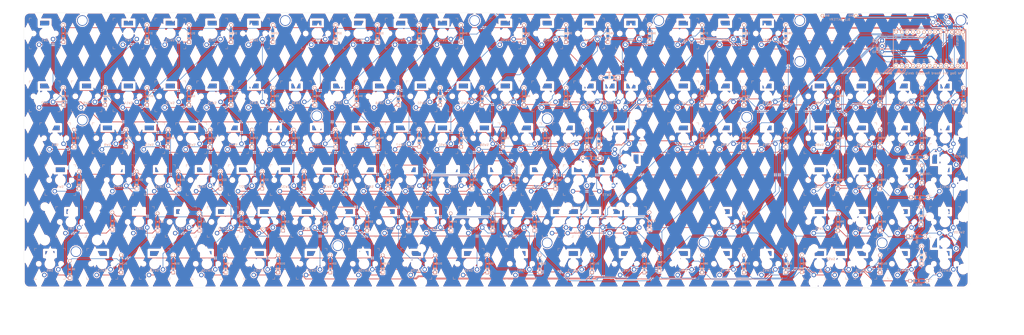
<source format=kicad_pcb>
(kicad_pcb (version 20171130) (host pcbnew "(5.1.5)-3")
  (layers (0 F.Cu signal) (31 B.Cu signal) (34 B.Paste user) (35 F.Paste user) (36 B.SilkS user) (37 F.SilkS user) (38 B.Mask user) (39 F.Mask user) (44 Edge.Cuts user))
  (net 0 "")
  (net 1 GND)
  (net 2 "Net-(D1-Pad1)")
  (net 3 /row0)
  (net 4 "Net-(D2-Pad1)")
  (net 5 /row1)
  (net 6 "Net-(D3-Pad1)")
  (net 7 /row2)
  (net 8 "Net-(D4-Pad1)")
  (net 9 /row3)
  (net 10 "Net-(D5-Pad1)")
  (net 11 /row4)
  (net 12 "Net-(D6-Pad1)")
  (net 13 /row5)
  (net 14 "Net-(D7-Pad1)")
  (net 15 "Net-(D8-Pad1)")
  (net 16 "Net-(D9-Pad1)")
  (net 17 "Net-(D10-Pad1)")
  (net 18 "Net-(D11-Pad1)")
  (net 19 "Net-(D12-Pad1)")
  (net 20 "Net-(D13-Pad1)")
  (net 21 "Net-(D14-Pad1)")
  (net 22 "Net-(D15-Pad1)")
  (net 23 "Net-(D16-Pad1)")
  (net 24 "Net-(D17-Pad1)")
  (net 25 "Net-(D18-Pad1)")
  (net 26 "Net-(D19-Pad1)")
  (net 27 "Net-(D20-Pad1)")
  (net 28 "Net-(D21-Pad1)")
  (net 29 "Net-(D22-Pad1)")
  (net 30 "Net-(D23-Pad1)")
  (net 31 "Net-(D24-Pad1)")
  (net 32 "Net-(D25-Pad1)")
  (net 33 "Net-(D26-Pad1)")
  (net 34 "Net-(D27-Pad1)")
  (net 35 "Net-(D28-Pad1)")
  (net 36 "Net-(D29-Pad1)")
  (net 37 "Net-(D30-Pad1)")
  (net 38 "Net-(D31-Pad1)")
  (net 39 "Net-(D32-Pad1)")
  (net 40 "Net-(D33-Pad1)")
  (net 41 "Net-(D34-Pad1)")
  (net 42 "Net-(D35-Pad1)")
  (net 43 "Net-(D36-Pad1)")
  (net 44 "Net-(D37-Pad1)")
  (net 45 "Net-(D38-Pad1)")
  (net 46 "Net-(D39-Pad1)")
  (net 47 "Net-(D40-Pad1)")
  (net 48 "Net-(D41-Pad1)")
  (net 49 "Net-(D42-Pad1)")
  (net 50 "Net-(D43-Pad1)")
  (net 51 "Net-(D44-Pad1)")
  (net 52 "Net-(D45-Pad1)")
  (net 53 "Net-(D46-Pad1)")
  (net 54 "Net-(D47-Pad1)")
  (net 55 "Net-(D48-Pad1)")
  (net 56 "Net-(D49-Pad1)")
  (net 57 "Net-(D50-Pad1)")
  (net 58 "Net-(D51-Pad1)")
  (net 59 "Net-(D52-Pad1)")
  (net 60 "Net-(D53-Pad1)")
  (net 61 "Net-(D54-Pad1)")
  (net 62 "Net-(D55-Pad1)")
  (net 63 "Net-(D56-Pad2)")
  (net 64 "Net-(D57-Pad2)")
  (net 65 "Net-(D58-Pad2)")
  (net 66 "Net-(D59-Pad2)")
  (net 67 "Net-(D60-Pad2)")
  (net 68 "Net-(D61-Pad2)")
  (net 69 "Net-(D62-Pad2)")
  (net 70 "Net-(D63-Pad2)")
  (net 71 "Net-(D64-Pad2)")
  (net 72 "Net-(D65-Pad2)")
  (net 73 "Net-(D66-Pad2)")
  (net 74 "Net-(D67-Pad2)")
  (net 75 "Net-(D68-Pad2)")
  (net 76 "Net-(D69-Pad2)")
  (net 77 "Net-(D70-Pad2)")
  (net 78 "Net-(D71-Pad2)")
  (net 79 "Net-(D72-Pad2)")
  (net 80 "Net-(D73-Pad2)")
  (net 81 "Net-(D74-Pad2)")
  (net 82 "Net-(D75-Pad2)")
  (net 83 "Net-(D76-Pad2)")
  (net 84 "Net-(D77-Pad2)")
  (net 85 "Net-(D78-Pad2)")
  (net 86 "Net-(D79-Pad2)")
  (net 87 "Net-(D80-Pad2)")
  (net 88 "Net-(D81-Pad2)")
  (net 89 "Net-(D82-Pad2)")
  (net 90 "Net-(D83-Pad2)")
  (net 91 "Net-(D84-Pad2)")
  (net 92 "Net-(D85-Pad2)")
  (net 93 "Net-(D86-Pad2)")
  (net 94 "Net-(D87-Pad2)")
  (net 95 "Net-(D88-Pad2)")
  (net 96 "Net-(D89-Pad2)")
  (net 97 "Net-(D90-Pad2)")
  (net 98 "Net-(D91-Pad2)")
  (net 99 "Net-(D92-Pad2)")
  (net 100 "Net-(D93-Pad2)")
  (net 101 "Net-(D94-Pad2)")
  (net 102 "Net-(D95-Pad2)")
  (net 103 "Net-(D96-Pad2)")
  (net 104 "Net-(D98-Pad2)")
  (net 105 "Net-(D99-Pad2)")
  (net 106 "Net-(D100-Pad2)")
  (net 107 "Net-(D101-Pad2)")
  (net 108 "Net-(D102-Pad2)")
  (net 109 "Net-(D103-Pad2)")
  (net 110 "Net-(D104-Pad2)")
  (net 111 VCC)
  (net 112 /LED)
  (net 113 /RST)
  (net 114 /col0)
  (net 115 /col1)
  (net 116 /col2)
  (net 117 /col3)
  (net 118 /col4)
  (net 119 /col5)
  (net 120 /col6)
  (net 121 /col7)
  (net 122 /col8)
  (net 123 /col9)
  (net 124 "Net-(D106-Pad1)")
  (net 125 "Net-(D107-Pad1)")
  (net 126 "Net-(D108-Pad1)")
  (net 127 "Net-(D110-Pad2)")
  (net 128 "Net-(D111-Pad2)")
  (net 129 "Net-(D105-Pad2)")
  (net 130 "Net-(D109-Pad1)")
  (net 131 "Net-(D112-Pad2)")
  (net 132 "Net-(U1-Pad24)")
  (net 133 "Net-(U1-Pad2)")
  (net 134 "Net-(D113-Pad2)")
  (net 135 BAT)
  (net 136 "Net-(D97-Pad2)")
  (module TestKey:TSZJ36H (layer F.Cu) (at 407.67 -7.62)
    (fp_text reference RESET1 hide)
    (fp_text value SW_PUSH)
    (pad 1 thru_hole circle (at -2.5 0) (size 1.524 1.524) (drill 0.762) (layers *.Cu *.Mask) (net 1 GND))
    (pad 2 thru_hole circle (at 2.5 0) (size 1.524 1.524) (drill 0.762) (layers *.Cu *.Mask) (net 113 /RST))
    (pad 3 thru_hole circle (at -3.5 2.5) (size 1.8 1.8) (drill 1.3) (layers *.Cu *.Mask))
    (pad 3 thru_hole circle (at 3.5 2.5) (size 1.8 1.8) (drill 1.3) (layers *.Cu *.Mask))
  )
  (module TestKey:Mx100H (layer F.Cu) (at 371.475 85.725)
    (fp_text reference SW97 (at 0 3.04) (layer B.SilkS) (effects (justify mirror)))
    (fp_text value SW_PUSH)
    (pad "" np_thru_hole oval (at -2.65 -4.7 180) (size 0.15 3.4) (drill oval 0.15 3.4) (layers *.Cu *.Mask))
    (pad "" np_thru_hole oval (at 2.65 -4.7 180) (size 0.15 3.4) (drill oval 0.15 3.4) (layers *.Cu *.Mask))
    (pad "" np_thru_hole oval (at 0 -3.05) (size 5.4 0.15) (drill oval 5.4 0.15) (layers *.Cu *.Mask))
    (pad "" np_thru_hole oval (at 0 -6.35) (size 5.4 0.15) (drill oval 5.4 0.15) (layers *.Cu *.Mask))
    (pad 2 thru_hole circle (at -2.54 5.08 90) (size 2.032 2.032) (drill 1.27) (layers *.Cu *.Mask) (net 136 "Net-(D97-Pad2)"))
    (pad 1 thru_hole circle (at 3.81 2.54) (size 2.032 2.032) (drill 1.27) (layers *.Cu *.Mask) (net 121 /col7))
    (pad "" np_thru_hole circle (at 5.08 0) (size 1.7018 1.7018) (drill oval 1.7018) (layers *.Cu *.Mask))
    (pad "" np_thru_hole circle (at -5.08 0) (size 1.7018 1.7018) (drill oval 1.7018) (layers *.Cu *.Mask))
    (pad "" np_thru_hole circle (at 0 0) (size 3.9878 3.9878) (drill 3.9878) (layers *.Cu *.Mask))
  )
  (module TestKey:BLEMicroPro_Bat (layer F.Cu) (at 361.442 8.382 270)
    (fp_text reference BAT1 hide)
    (fp_text value BLE_BAT hide)
    (fp_text user GND (at -16.51 -5.461 180) (layer B.SilkS) (effects (font (size 0.8 0.8)) (justify mirror)))
    (fp_text user BAT (at -16.51 5.461 180) (layer B.SilkS) (effects (font (size 0.8 0.8)) (justify mirror)))
    (pad 2 thru_hole circle (at -16.51 7.62 270) (size 1.524 1.524) (drill 0.8128) (layers *.Cu *.SilkS *.Mask) (net 135 BAT))
    (pad 1 thru_hole circle (at -16.51 -7.62 270) (size 1.524 1.524) (drill 0.8128) (layers *.Cu *.SilkS *.Mask) (net 1 GND))
  )
  (module Keebio-Parts:ArduinoBLEMicroPro_BSilik_ConSuru (layer F.Cu) (at 401.32 6.985 180)
    (fp_text reference U1 hide)
    (fp_text value ProMicro hide)
    (fp_text user D2 (at -11.43 5.461 270) (layer B.SilkS) (effects (font (size 0.8 0.8)) (justify mirror)))
    (fp_text user D0 (at -1.27 5.461 270) (layer B.SilkS) (effects (font (size 0.8 0.8)) (justify mirror)))
    (fp_text user D1 (at -3.81 5.461 270) (layer B.SilkS) (effects (font (size 0.8 0.8)) (justify mirror)))
    (fp_text user GND (at -6.35 5.461 270) (layer B.SilkS) (effects (font (size 0.8 0.8)) (justify mirror)))
    (fp_text user GND (at -8.89 5.461 270) (layer B.SilkS) (effects (font (size 0.8 0.8)) (justify mirror)))
    (fp_text user D4 (at 1.27 5.461 270) (layer B.SilkS) (effects (font (size 0.8 0.8)) (justify mirror)))
    (fp_text user C6 (at 3.81 5.461 270) (layer B.SilkS) (effects (font (size 0.8 0.8)) (justify mirror)))
    (fp_text user D7 (at 6.35 5.461 270) (layer B.SilkS) (effects (font (size 0.8 0.8)) (justify mirror)))
    (fp_text user E6 (at 8.89 5.461 270) (layer B.SilkS) (effects (font (size 0.8 0.8)) (justify mirror)))
    (fp_text user B4 (at 11.43 5.461 270) (layer B.SilkS) (effects (font (size 0.8 0.8)) (justify mirror)))
    (fp_text user B5 (at 13.97 5.461 270) (layer B.SilkS) (effects (font (size 0.8 0.8)) (justify mirror)))
    (fp_text user B6 (at 13.97 -5.461 270) (layer B.SilkS) (effects (font (size 0.8 0.8)) (justify mirror)))
    (fp_text user B3 (at 8.89 -5.461 270) (layer B.SilkS) (effects (font (size 0.8 0.8)) (justify mirror)))
    (fp_text user B1 (at 6.35 -5.461 270) (layer B.SilkS) (effects (font (size 0.8 0.8)) (justify mirror)))
    (fp_text user F4 (at -3.81 -5.461 270) (layer B.SilkS) (effects (font (size 0.8 0.8)) (justify mirror)))
    (fp_text user VCC (at -6.35 -5.461 270) (layer B.SilkS) (effects (font (size 0.8 0.8)) (justify mirror)))
    (fp_text user GND (at -11.43 -5.461 270) (layer B.SilkS) (effects (font (size 0.8 0.8)) (justify mirror)))
    (fp_text user RAW (at -13.97 -5.461 270) (layer B.SilkS) (effects (font (size 0.8 0.8)) (justify mirror)))
    (fp_text user F5 (at -1.27 -5.461 270) (layer B.SilkS) (effects (font (size 0.8 0.8)) (justify mirror)))
    (fp_text user F6 (at 1.27 -5.461 270) (layer B.SilkS) (effects (font (size 0.8 0.8)) (justify mirror)))
    (fp_text user F7 (at 3.81 -5.461 270) (layer B.SilkS) (effects (font (size 0.8 0.8)) (justify mirror)))
    (fp_text user B2 (at 11.43 -5.461 270) (layer B.SilkS) (effects (font (size 0.8 0.8)) (justify mirror)))
    (fp_text user TX0/D3 (at -13.97 3.571872 270) (layer B.SilkS) (effects (font (size 0.8 0.8)) (justify mirror)))
    (fp_text user GND (at -16.51 5.461 270) (layer B.SilkS) (effects (font (size 0.8 0.8)) (justify mirror)))
    (fp_text user BAT (at -16.51 -5.461 270) (layer B.SilkS) (effects (font (size 0.8 0.8)) (justify mirror)))
    (fp_text user RST (at -8.9 -5.5 270) (layer B.SilkS) (effects (font (size 0.8 0.8)) (justify mirror)))
    (pad 1 thru_hole circle (at -13.97 7.62 180) (size 1.524 1.524) (drill 0.8128) (layers *.Cu *.SilkS *.Mask) (net 112 /LED))
    (pad 2 thru_hole circle (at -11.43 7.62 180) (size 1.524 1.524) (drill 0.8128) (layers *.Cu *.SilkS *.Mask) (net 133 "Net-(U1-Pad2)"))
    (pad 3 thru_hole circle (at -8.89 7.62 180) (size 1.524 1.524) (drill 0.8128) (layers *.Cu *.SilkS *.Mask) (net 1 GND))
    (pad 4 thru_hole circle (at -6.35 7.62 180) (size 1.524 1.524) (drill 0.8128) (layers *.Cu *.SilkS *.Mask) (net 1 GND))
    (pad 5 thru_hole circle (at -3.81 7.62 180) (size 1.524 1.524) (drill 0.8128) (layers *.Cu *.SilkS *.Mask) (net 3 /row0))
    (pad 6 thru_hole circle (at -1.27 7.62 180) (size 1.524 1.524) (drill 0.8128) (layers *.Cu *.SilkS *.Mask) (net 5 /row1))
    (pad 7 thru_hole circle (at 1.27 7.62 180) (size 1.524 1.524) (drill 0.8128) (layers *.Cu *.SilkS *.Mask) (net 7 /row2))
    (pad 8 thru_hole circle (at 3.81 7.62 180) (size 1.524 1.524) (drill 0.8128) (layers *.Cu *.SilkS *.Mask) (net 9 /row3))
    (pad 9 thru_hole circle (at 6.35 7.62 180) (size 1.524 1.524) (drill 0.8128) (layers *.Cu *.SilkS *.Mask) (net 11 /row4))
    (pad 10 thru_hole circle (at 8.89 7.62 180) (size 1.524 1.524) (drill 0.8128) (layers *.Cu *.SilkS *.Mask) (net 13 /row5))
    (pad 11 thru_hole circle (at 11.43 7.62 180) (size 1.524 1.524) (drill 0.8128) (layers *.Cu *.SilkS *.Mask) (net 122 /col8))
    (pad 13 thru_hole circle (at 13.97 -7.62 180) (size 1.524 1.524) (drill 0.8128) (layers *.Cu *.SilkS *.Mask) (net 121 /col7))
    (pad 14 thru_hole circle (at 11.43 -7.62 180) (size 1.524 1.524) (drill 0.8128) (layers *.Cu *.SilkS *.Mask) (net 120 /col6))
    (pad 15 thru_hole circle (at 8.89 -7.62 180) (size 1.524 1.524) (drill 0.8128) (layers *.Cu *.SilkS *.Mask) (net 119 /col5))
    (pad 16 thru_hole circle (at 6.35 -7.62 180) (size 1.524 1.524) (drill 0.8128) (layers *.Cu *.SilkS *.Mask) (net 118 /col4))
    (pad 17 thru_hole circle (at 3.81 -7.62 180) (size 1.524 1.524) (drill 0.8128) (layers *.Cu *.SilkS *.Mask) (net 117 /col3))
    (pad 18 thru_hole circle (at 1.27 -7.62 180) (size 1.524 1.524) (drill 0.8128) (layers *.Cu *.SilkS *.Mask) (net 116 /col2))
    (pad 19 thru_hole circle (at -1.27 -7.62 180) (size 1.524 1.524) (drill 0.8128) (layers *.Cu *.SilkS *.Mask) (net 115 /col1))
    (pad 20 thru_hole circle (at -3.81 -7.62 180) (size 1.524 1.524) (drill 0.8128) (layers *.Cu *.SilkS *.Mask) (net 114 /col0))
    (pad 21 thru_hole circle (at -6.35 -7.62 180) (size 1.524 1.524) (drill 0.8128) (layers *.Cu *.SilkS *.Mask) (net 111 VCC))
    (pad 22 thru_hole circle (at -8.89 -7.62 180) (size 1.524 1.524) (drill 0.8128) (layers *.Cu *.SilkS *.Mask) (net 113 /RST))
    (pad 23 thru_hole circle (at -11.43 -7.62 180) (size 1.524 1.524) (drill 0.8128) (layers *.Cu *.SilkS *.Mask) (net 1 GND))
    (pad 12 thru_hole circle (at 13.97 7.62 180) (size 1.524 1.524) (drill 0.8128) (layers *.Cu *.SilkS *.Mask) (net 123 /col9))
    (pad 24 thru_hole circle (at -13.97 -7.62 180) (size 1.524 1.524) (drill 0.8128) (layers *.Cu *.SilkS *.Mask) (net 132 "Net-(U1-Pad24)"))
    (pad 26 thru_hole circle (at -16.51 -7.62 180) (size 1.524 1.524) (drill 0.8128) (layers *.Cu *.SilkS *.Mask) (net 135 BAT))
    (pad 25 thru_hole circle (at -16.51 7.62 180) (size 1.524 1.524) (drill 0.8128) (layers *.Cu *.SilkS *.Mask) (net 1 GND))
  )
  (module TestKey:Mx100H (layer F.Cu) (at 0 0)
    (fp_text reference SW1 (at 0 3.04) (layer B.SilkS) (effects (justify mirror)))
    (fp_text value SW_PUSH)
    (pad "" np_thru_hole oval (at -2.65 -4.7 180) (size 0.15 3.4) (drill oval 0.15 3.4) (layers *.Cu *.Mask))
    (pad "" np_thru_hole oval (at 2.65 -4.7 180) (size 0.15 3.4) (drill oval 0.15 3.4) (layers *.Cu *.Mask))
    (pad "" np_thru_hole oval (at 0 -3.05) (size 5.4 0.15) (drill oval 5.4 0.15) (layers *.Cu *.Mask))
    (pad "" np_thru_hole oval (at 0 -6.35) (size 5.4 0.15) (drill oval 5.4 0.15) (layers *.Cu *.Mask))
    (pad 2 thru_hole circle (at -2.54 5.08 90) (size 2.032 2.032) (drill 1.27) (layers *.Cu *.Mask) (net 2 "Net-(D1-Pad1)"))
    (pad 1 thru_hole circle (at 3.81 2.54) (size 2.032 2.032) (drill 1.27) (layers *.Cu *.Mask) (net 114 /col0))
    (pad "" np_thru_hole circle (at 5.08 0) (size 1.7018 1.7018) (drill oval 1.7018) (layers *.Cu *.Mask))
    (pad "" np_thru_hole circle (at -5.08 0) (size 1.7018 1.7018) (drill oval 1.7018) (layers *.Cu *.Mask))
    (pad "" np_thru_hole circle (at 0 0) (size 3.9878 3.9878) (drill 3.9878) (layers *.Cu *.Mask))
  )
  (module TestKey:SPACER_HOLE (layer F.Cu) (at 17.145 -5.9055)
    (fp_text reference H1)
    (fp_text value MountingHole)
    (pad "" thru_hole circle (at 0 0) (size 4.8 4.8) (drill 4.1) (layers *.Cu *.Mask))
  )
  (module TestKey:SPACER_HOLE (layer F.Cu) (at 195.58 -5.9055)
    (fp_text reference H16)
    (fp_text value MountingHole)
    (pad "" thru_hole circle (at 0 0) (size 4.8 4.8) (drill 4.1) (layers *.Cu *.Mask))
  )
  (module TestKey:SPACER_HOLE (layer F.Cu) (at 299.974 94.996)
    (fp_text reference H15)
    (fp_text value MountingHole)
    (pad "" thru_hole circle (at 0 0) (size 4.8 4.8) (drill 4.1) (layers *.Cu *.Mask))
  )
  (module TestKey:SPACER_HOLE (layer F.Cu) (at 109.474 -5.9055)
    (fp_text reference H14)
    (fp_text value MountingHole)
    (pad "" thru_hole circle (at 0 0) (size 4.8 4.8) (drill 4.1) (layers *.Cu *.Mask))
  )
  (module TestKey:SPACER_HOLE (layer F.Cu) (at 343.535 12.7)
    (fp_text reference H13)
    (fp_text value MountingHole)
    (pad "" thru_hole circle (at 0 0) (size 4.8 4.8) (drill 4.1) (layers *.Cu *.Mask))
  )
  (module TestKey:SPACER_HOLE (layer F.Cu) (at 343.535 -5.9055)
    (fp_text reference H12)
    (fp_text value MountingHole)
    (pad "" thru_hole circle (at 0 0) (size 4.8 4.8) (drill 4.1) (layers *.Cu *.Mask))
  )
  (module TestKey:SPACER_HOLE (layer F.Cu) (at 381 95.25)
    (fp_text reference H11)
    (fp_text value MountingHole)
    (pad "" thru_hole circle (at 0 0) (size 4.8 4.8) (drill 4.1) (layers *.Cu *.Mask))
  )
  (module TestKey:SPACER_HOLE (layer F.Cu) (at 228.6 95.25)
    (fp_text reference H10)
    (fp_text value MountingHole)
    (pad "" thru_hole circle (at 0 0) (size 4.8 4.8) (drill 4.1) (layers *.Cu *.Mask))
  )
  (module TestKey:SPACER_HOLE (layer F.Cu) (at 133.35 96.52)
    (fp_text reference H9)
    (fp_text value MountingHole)
    (pad "" thru_hole circle (at 0 0) (size 4.8 4.8) (drill 4.1) (layers *.Cu *.Mask))
  )
  (module TestKey:SPACER_HOLE (layer F.Cu) (at 14.224 99.2505)
    (fp_text reference H8)
    (fp_text value MountingHole)
    (pad "" thru_hole circle (at 0 0) (size 4.8 4.8) (drill 4.1) (layers *.Cu *.Mask))
  )
  (module TestKey:SPACER_HOLE (layer F.Cu) (at 319.405 38.1)
    (fp_text reference H7)
    (fp_text value MountingHole)
    (pad "" thru_hole circle (at 0 0) (size 4.8 4.8) (drill 4.1) (layers *.Cu *.Mask))
  )
  (module TestKey:SPACER_HOLE (layer F.Cu) (at 228.6 38.735)
    (fp_text reference H6)
    (fp_text value MountingHole)
    (pad "" thru_hole circle (at 0 0) (size 4.8 4.8) (drill 4.1) (layers *.Cu *.Mask))
  )
  (module TestKey:SPACER_HOLE (layer F.Cu) (at 123.825 37.465)
    (fp_text reference H5)
    (fp_text value MountingHole)
    (pad "" thru_hole circle (at 0 0) (size 4.8 4.8) (drill 4.1) (layers *.Cu *.Mask))
  )
  (module TestKey:SPACER_HOLE (layer F.Cu) (at 17.145 39.37)
    (fp_text reference H4)
    (fp_text value MountingHole)
    (pad "" thru_hole circle (at 0 0) (size 4.8 4.8) (drill 4.1) (layers *.Cu *.Mask))
  )
  (module TestKey:SPACER_HOLE (layer F.Cu) (at 416.814 -5.969)
    (fp_text reference H3)
    (fp_text value MountingHole)
    (pad "" thru_hole circle (at 0 0) (size 4.8 4.8) (drill 4.1) (layers *.Cu *.Mask))
  )
  (module TestKey:SPACER_HOLE (layer F.Cu) (at 279.4 -5.9055)
    (fp_text reference H2)
    (fp_text value MountingHole)
    (pad "" thru_hole circle (at 0 0) (size 4.8 4.8) (drill 4.1) (layers *.Cu *.Mask))
  )
  (module TestKey:Mx200V (layer F.Cu) (at 409.575 95.25)
    (fp_text reference SW105 (at 6.477 -4.826 180) (layer B.SilkS) (effects (justify mirror)))
    (fp_text value SW_PUSH)
    (pad "" np_thru_hole oval (at -3.05 0 90) (size 5.4 0.15) (drill oval 5.4 0.15) (layers *.Cu *.Mask))
    (pad "" np_thru_hole oval (at -4.7 -2.65 270) (size 0.15 3.4) (drill oval 0.15 3.4) (layers *.Cu *.Mask))
    (pad "" np_thru_hole oval (at -4.7 2.65 270) (size 0.15 3.4) (drill oval 0.15 3.4) (layers *.Cu *.Mask))
    (pad "" np_thru_hole oval (at -6.35 0 90) (size 5.4 0.15) (drill oval 5.4 0.15) (layers *.Cu *.Mask))
    (pad 2 thru_hole circle (at 5.08 2.54 180) (size 2.032 2.032) (drill 1.27) (layers *.Cu *.Mask) (net 129 "Net-(D105-Pad2)"))
    (pad 1 thru_hole circle (at 2.54 -3.81 90) (size 2.032 2.032) (drill 1.27) (layers *.Cu *.Mask) (net 123 /col9))
    (pad "" np_thru_hole circle (at 0 -5.08 90) (size 1.7018 1.7018) (drill oval 1.7018) (layers *.Cu *.Mask))
    (pad "" np_thru_hole circle (at 0 5.08 90) (size 1.7018 1.7018) (drill oval 1.7018) (layers *.Cu *.Mask))
    (pad "" np_thru_hole circle (at 0 0 90) (size 3.9878 3.9878) (drill 3.9878) (layers *.Cu *.Mask))
    (pad "" np_thru_hole circle (at 8.255 11.938 90) (size 3.9878 3.9878) (drill 3.9878) (layers *.Cu *.Mask))
    (pad "" np_thru_hole circle (at -6.985 11.938 90) (size 3.048 3.048) (drill 3.048) (layers *.Cu *.Mask))
    (pad "" np_thru_hole circle (at -6.985 -11.938 90) (size 3.048 3.048) (drill 3.048) (layers *.Cu *.Mask))
    (pad "" np_thru_hole circle (at 8.255 -11.938 90) (size 3.9878 3.9878) (drill 3.9878) (layers *.Cu *.Mask))
  )
  (module TestKey:Mx100H (layer F.Cu) (at 247.65 28.575)
    (fp_text reference SW68_2 (at 0 3.04) (layer B.SilkS) (effects (justify mirror)))
    (fp_text value SW_PUSH)
    (pad "" np_thru_hole oval (at -2.65 -4.7 180) (size 0.15 3.4) (drill oval 0.15 3.4) (layers *.Cu *.Mask))
    (pad "" np_thru_hole oval (at 2.65 -4.7 180) (size 0.15 3.4) (drill oval 0.15 3.4) (layers *.Cu *.Mask))
    (pad "" np_thru_hole oval (at 0 -3.05) (size 5.4 0.15) (drill oval 5.4 0.15) (layers *.Cu *.Mask))
    (pad "" np_thru_hole oval (at 0 -6.35) (size 5.4 0.15) (drill oval 5.4 0.15) (layers *.Cu *.Mask))
    (pad 2 thru_hole circle (at -2.54 5.08 90) (size 2.032 2.032) (drill 1.27) (layers *.Cu *.Mask) (net 75 "Net-(D68-Pad2)"))
    (pad 1 thru_hole circle (at 3.81 2.54) (size 2.032 2.032) (drill 1.27) (layers *.Cu *.Mask) (net 116 /col2))
    (pad "" np_thru_hole circle (at 5.08 0) (size 1.7018 1.7018) (drill oval 1.7018) (layers *.Cu *.Mask))
    (pad "" np_thru_hole circle (at -5.08 0) (size 1.7018 1.7018) (drill oval 1.7018) (layers *.Cu *.Mask))
    (pad "" np_thru_hole circle (at 0 0) (size 3.9878 3.9878) (drill 3.9878) (layers *.Cu *.Mask))
  )
  (module TestKey:Mx125H (layer F.Cu) (at 240.506 104.775)
    (fp_text reference SW113 (at 0 3.04) (layer B.SilkS) (effects (justify mirror)))
    (fp_text value SW_PUSH)
    (pad "" np_thru_hole oval (at 0 -3.05) (size 5.4 0.15) (drill oval 5.4 0.15) (layers *.Cu *.Mask))
    (pad "" np_thru_hole oval (at 2.65 -4.7 180) (size 0.15 3.4) (drill oval 0.15 3.4) (layers *.Cu *.Mask))
    (pad "" np_thru_hole oval (at -2.65 -4.7 180) (size 0.15 3.4) (drill oval 0.15 3.4) (layers *.Cu *.Mask))
    (pad "" np_thru_hole oval (at 0 -6.35) (size 5.4 0.15) (drill oval 5.4 0.15) (layers *.Cu *.Mask))
    (pad "" np_thru_hole circle (at 0 0) (size 3.9878 3.9878) (drill 3.9878) (layers *.Cu *.Mask))
    (pad "" np_thru_hole circle (at -5.08 0) (size 1.7018 1.7018) (drill oval 1.7018) (layers *.Cu *.Mask))
    (pad "" np_thru_hole circle (at 5.08 0) (size 1.7018 1.7018) (drill oval 1.7018) (layers *.Cu *.Mask))
    (pad 1 thru_hole circle (at 3.81 2.54) (size 2.032 2.032) (drill 1.27) (layers *.Cu *.Mask) (net 116 /col2))
    (pad 2 thru_hole circle (at -2.54 5.08 90) (size 2.032 2.032) (drill 1.27) (layers *.Cu *.Mask) (net 134 "Net-(D113-Pad2)"))
  )
  (module TestKey:Mx100H (layer F.Cu) (at 266.7 28.575)
    (fp_text reference SW71 (at 0 3.04) (layer B.SilkS) (effects (justify mirror)))
    (fp_text value SW_PUSH)
    (pad "" np_thru_hole oval (at -2.65 -4.7 180) (size 0.15 3.4) (drill oval 0.15 3.4) (layers *.Cu *.Mask))
    (pad "" np_thru_hole oval (at 2.65 -4.7 180) (size 0.15 3.4) (drill oval 0.15 3.4) (layers *.Cu *.Mask))
    (pad "" np_thru_hole oval (at 0 -3.05) (size 5.4 0.15) (drill oval 5.4 0.15) (layers *.Cu *.Mask))
    (pad "" np_thru_hole oval (at 0 -6.35) (size 5.4 0.15) (drill oval 5.4 0.15) (layers *.Cu *.Mask))
    (pad 2 thru_hole circle (at -2.54 5.08 90) (size 2.032 2.032) (drill 1.27) (layers *.Cu *.Mask) (net 78 "Net-(D71-Pad2)"))
    (pad 1 thru_hole circle (at 3.81 2.54) (size 2.032 2.032) (drill 1.27) (layers *.Cu *.Mask) (net 117 /col3))
    (pad "" np_thru_hole circle (at 5.08 0) (size 1.7018 1.7018) (drill oval 1.7018) (layers *.Cu *.Mask))
    (pad "" np_thru_hole circle (at -5.08 0) (size 1.7018 1.7018) (drill oval 1.7018) (layers *.Cu *.Mask))
    (pad "" np_thru_hole circle (at 0 0) (size 3.9878 3.9878) (drill 3.9878) (layers *.Cu *.Mask))
  )
  (module TestKey:Mx200H (layer F.Cu) (at 257.175 28.575)
    (fp_text reference SW68 (at 0 3.04) (layer B.SilkS) (effects (justify mirror)))
    (fp_text value SW_PUSH)
    (pad "" np_thru_hole oval (at 0 -3.05) (size 5.4 0.15) (drill oval 5.4 0.15) (layers *.Cu *.Mask))
    (pad "" np_thru_hole oval (at 2.65 -4.7 180) (size 0.15 3.4) (drill oval 0.15 3.4) (layers *.Cu *.Mask))
    (pad "" np_thru_hole oval (at -2.65 -4.7 180) (size 0.15 3.4) (drill oval 0.15 3.4) (layers *.Cu *.Mask))
    (pad "" np_thru_hole oval (at 0 -6.35) (size 5.4 0.15) (drill oval 5.4 0.15) (layers *.Cu *.Mask))
    (pad "" np_thru_hole circle (at 11.938 8.255) (size 3.9878 3.9878) (drill 3.9878) (layers *.Cu *.Mask))
    (pad "" np_thru_hole circle (at 11.938 -6.985) (size 3.048 3.048) (drill 3.048) (layers *.Cu *.Mask))
    (pad "" np_thru_hole circle (at -11.938 -6.985) (size 3.048 3.048) (drill 3.048) (layers *.Cu *.Mask))
    (pad "" np_thru_hole circle (at -11.938 8.255) (size 3.9878 3.9878) (drill 3.9878) (layers *.Cu *.Mask))
    (pad "" np_thru_hole circle (at 0 0) (size 3.9878 3.9878) (drill 3.9878) (layers *.Cu *.Mask))
    (pad "" np_thru_hole circle (at -5.08 0) (size 1.7018 1.7018) (drill oval 1.7018) (layers *.Cu *.Mask))
    (pad "" np_thru_hole circle (at 5.08 0) (size 1.7018 1.7018) (drill oval 1.7018) (layers *.Cu *.Mask))
    (pad 1 thru_hole circle (at 3.81 2.54) (size 2.032 2.032) (drill 1.27) (layers *.Cu *.Mask) (net 116 /col2))
    (pad 2 thru_hole circle (at -2.54 5.08 90) (size 2.032 2.032) (drill 1.27) (layers *.Cu *.Mask) (net 75 "Net-(D68-Pad2)"))
  )
  (module TestKey:Diode (layer B.Cu) (at 249.006 104.775)
    (fp_text reference D113 (at 1.7 -0.1) (layer B.SilkS) (effects (font (size 0.8 0.8)) (justify mirror)))
    (fp_text value D hide)
    (pad 2 smd rect (at 0 -2.5 270) (size 2.9 0.5) (layers B.Cu) (net 134 "Net-(D113-Pad2)"))
    (pad 1 smd rect (at 0 2.5 270) (size 2.9 0.5) (layers B.Cu) (net 11 /row4))
    (pad 1 smd rect (at 0 1.4 270) (size 1.6 1.2) (layers B.Cu B.Paste B.Mask) (net 11 /row4))
    (pad 2 thru_hole circle (at 0 -3.9 270) (size 1.6 1.6) (drill 1) (layers *.Cu *.Mask B.SilkS) (net 134 "Net-(D113-Pad2)"))
    (pad 1 thru_hole rect (at 0 3.9 270) (size 1.6 1.6) (drill 1) (layers *.Cu *.Mask B.SilkS) (net 11 /row4))
    (pad 2 smd rect (at 0 -1.4 270) (size 1.6 1.2) (layers B.Cu B.Paste B.Mask) (net 134 "Net-(D113-Pad2)"))
  )
  (module TestKey:Mx200V (layer F.Cu) (at 264.318 57.15 180)
    (fp_text reference SW72_2 hide)
    (fp_text value SW_PUSH)
    (pad "" np_thru_hole oval (at -3.05 0 270) (size 5.4 0.15) (drill oval 5.4 0.15) (layers *.Cu *.Mask))
    (pad "" np_thru_hole oval (at -4.7 -2.65 90) (size 0.15 3.4) (drill oval 0.15 3.4) (layers *.Cu *.Mask))
    (pad "" np_thru_hole oval (at -4.7 2.65 90) (size 0.15 3.4) (drill oval 0.15 3.4) (layers *.Cu *.Mask))
    (pad "" np_thru_hole oval (at -6.35 0 270) (size 5.4 0.15) (drill oval 5.4 0.15) (layers *.Cu *.Mask))
    (pad 2 thru_hole circle (at 5.08 2.54) (size 2.032 2.032) (drill 1.27) (layers *.Cu *.Mask) (net 79 "Net-(D72-Pad2)"))
    (pad 1 thru_hole circle (at 2.54 -3.81 270) (size 2.032 2.032) (drill 1.27) (layers *.Cu *.Mask) (net 117 /col3))
    (pad "" np_thru_hole circle (at 0 -5.08 270) (size 1.7018 1.7018) (drill oval 1.7018) (layers *.Cu *.Mask))
    (pad "" np_thru_hole circle (at 0 5.08 270) (size 1.7018 1.7018) (drill oval 1.7018) (layers *.Cu *.Mask))
    (pad "" np_thru_hole circle (at 0 0 270) (size 3.9878 3.9878) (drill 3.9878) (layers *.Cu *.Mask))
    (pad "" np_thru_hole circle (at 8.255 11.938 270) (size 3.9878 3.9878) (drill 3.9878) (layers *.Cu *.Mask))
    (pad "" np_thru_hole circle (at -6.985 11.938 270) (size 3.048 3.048) (drill 3.048) (layers *.Cu *.Mask))
    (pad "" np_thru_hole circle (at -6.985 -11.938 270) (size 3.048 3.048) (drill 3.048) (layers *.Cu *.Mask))
    (pad "" np_thru_hole circle (at 8.255 -11.938 270) (size 3.9878 3.9878) (drill 3.9878) (layers *.Cu *.Mask))
  )
  (module TestKey:Mx100H (layer F.Cu) (at 409.575 85.725)
    (fp_text reference SW105_2 hide)
    (fp_text value SW_PUSH)
    (pad "" np_thru_hole oval (at -2.65 -4.7 180) (size 0.15 3.4) (drill oval 0.15 3.4) (layers *.Cu *.Mask))
    (pad "" np_thru_hole oval (at 2.65 -4.7 180) (size 0.15 3.4) (drill oval 0.15 3.4) (layers *.Cu *.Mask))
    (pad "" np_thru_hole oval (at 0 -3.05) (size 5.4 0.15) (drill oval 5.4 0.15) (layers *.Cu *.Mask))
    (pad "" np_thru_hole oval (at 0 -6.35) (size 5.4 0.15) (drill oval 5.4 0.15) (layers *.Cu *.Mask))
    (pad 2 thru_hole circle (at -2.54 5.08 90) (size 2.032 2.032) (drill 1.27) (layers *.Cu *.Mask) (net 129 "Net-(D105-Pad2)"))
    (pad 1 thru_hole circle (at 3.81 2.54) (size 2.032 2.032) (drill 1.27) (layers *.Cu *.Mask) (net 123 /col9))
    (pad "" np_thru_hole circle (at 5.08 0) (size 1.7018 1.7018) (drill oval 1.7018) (layers *.Cu *.Mask))
    (pad "" np_thru_hole circle (at -5.08 0) (size 1.7018 1.7018) (drill oval 1.7018) (layers *.Cu *.Mask))
    (pad "" np_thru_hole circle (at 0 0) (size 3.9878 3.9878) (drill 3.9878) (layers *.Cu *.Mask))
  )
  (module TestKey:Mx100H (layer F.Cu) (at 409.575 47.625)
    (fp_text reference SW104_1 hide)
    (fp_text value SW_PUSH)
    (pad "" np_thru_hole oval (at -2.65 -4.7 180) (size 0.15 3.4) (drill oval 0.15 3.4) (layers *.Cu *.Mask))
    (pad "" np_thru_hole oval (at 2.65 -4.7 180) (size 0.15 3.4) (drill oval 0.15 3.4) (layers *.Cu *.Mask))
    (pad "" np_thru_hole oval (at 0 -3.05) (size 5.4 0.15) (drill oval 5.4 0.15) (layers *.Cu *.Mask))
    (pad "" np_thru_hole oval (at 0 -6.35) (size 5.4 0.15) (drill oval 5.4 0.15) (layers *.Cu *.Mask))
    (pad 2 thru_hole circle (at -2.54 5.08 90) (size 2.032 2.032) (drill 1.27) (layers *.Cu *.Mask) (net 110 "Net-(D104-Pad2)"))
    (pad 1 thru_hole circle (at 3.81 2.54) (size 2.032 2.032) (drill 1.27) (layers *.Cu *.Mask) (net 123 /col9))
    (pad "" np_thru_hole circle (at 5.08 0) (size 1.7018 1.7018) (drill oval 1.7018) (layers *.Cu *.Mask))
    (pad "" np_thru_hole circle (at -5.08 0) (size 1.7018 1.7018) (drill oval 1.7018) (layers *.Cu *.Mask))
    (pad "" np_thru_hole circle (at 0 0) (size 3.9878 3.9878) (drill 3.9878) (layers *.Cu *.Mask))
  )
  (module TestKey:Mx125H (layer F.Cu) (at 169.068 104.775)
    (fp_text reference SW109 (at 0 3.04) (layer B.SilkS) (effects (justify mirror)))
    (fp_text value SW_PUSH)
    (pad "" np_thru_hole oval (at 0 -3.05) (size 5.4 0.15) (drill oval 5.4 0.15) (layers *.Cu *.Mask))
    (pad "" np_thru_hole oval (at 2.65 -4.7 180) (size 0.15 3.4) (drill oval 0.15 3.4) (layers *.Cu *.Mask))
    (pad "" np_thru_hole oval (at -2.65 -4.7 180) (size 0.15 3.4) (drill oval 0.15 3.4) (layers *.Cu *.Mask))
    (pad "" np_thru_hole oval (at 0 -6.35) (size 5.4 0.15) (drill oval 5.4 0.15) (layers *.Cu *.Mask))
    (pad "" np_thru_hole circle (at 0 0) (size 3.9878 3.9878) (drill 3.9878) (layers *.Cu *.Mask))
    (pad "" np_thru_hole circle (at -5.08 0) (size 1.7018 1.7018) (drill oval 1.7018) (layers *.Cu *.Mask))
    (pad "" np_thru_hole circle (at 5.08 0) (size 1.7018 1.7018) (drill oval 1.7018) (layers *.Cu *.Mask))
    (pad 1 thru_hole circle (at 3.81 2.54) (size 2.032 2.032) (drill 1.27) (layers *.Cu *.Mask) (net 121 /col7))
    (pad 2 thru_hole circle (at -2.54 5.08 90) (size 2.032 2.032) (drill 1.27) (layers *.Cu *.Mask) (net 130 "Net-(D109-Pad1)"))
  )
  (module TestKey:Mx100H (layer F.Cu) (at 409.575 28.575)
    (fp_text reference SW103 (at 0 3.04) (layer B.SilkS) (effects (justify mirror)))
    (fp_text value SW_PUSH)
    (pad "" np_thru_hole oval (at -2.65 -4.7 180) (size 0.15 3.4) (drill oval 0.15 3.4) (layers *.Cu *.Mask))
    (pad "" np_thru_hole oval (at 2.65 -4.7 180) (size 0.15 3.4) (drill oval 0.15 3.4) (layers *.Cu *.Mask))
    (pad "" np_thru_hole oval (at 0 -3.05) (size 5.4 0.15) (drill oval 5.4 0.15) (layers *.Cu *.Mask))
    (pad "" np_thru_hole oval (at 0 -6.35) (size 5.4 0.15) (drill oval 5.4 0.15) (layers *.Cu *.Mask))
    (pad 2 thru_hole circle (at -2.54 5.08 90) (size 2.032 2.032) (drill 1.27) (layers *.Cu *.Mask) (net 109 "Net-(D103-Pad2)"))
    (pad 1 thru_hole circle (at 3.81 2.54) (size 2.032 2.032) (drill 1.27) (layers *.Cu *.Mask) (net 123 /col9))
    (pad "" np_thru_hole circle (at 5.08 0) (size 1.7018 1.7018) (drill oval 1.7018) (layers *.Cu *.Mask))
    (pad "" np_thru_hole circle (at -5.08 0) (size 1.7018 1.7018) (drill oval 1.7018) (layers *.Cu *.Mask))
    (pad "" np_thru_hole circle (at 0 0) (size 3.9878 3.9878) (drill 3.9878) (layers *.Cu *.Mask))
  )
  (module TestKey:Mx125H (layer F.Cu) (at 264.318 104.775)
    (fp_text reference SW81 (at 0 3.04) (layer B.SilkS) (effects (justify mirror)))
    (fp_text value SW_PUSH)
    (pad "" np_thru_hole oval (at 0 -3.05) (size 5.4 0.15) (drill oval 5.4 0.15) (layers *.Cu *.Mask))
    (pad "" np_thru_hole oval (at 2.65 -4.7 180) (size 0.15 3.4) (drill oval 0.15 3.4) (layers *.Cu *.Mask))
    (pad "" np_thru_hole oval (at -2.65 -4.7 180) (size 0.15 3.4) (drill oval 0.15 3.4) (layers *.Cu *.Mask))
    (pad "" np_thru_hole oval (at 0 -6.35) (size 5.4 0.15) (drill oval 5.4 0.15) (layers *.Cu *.Mask))
    (pad "" np_thru_hole circle (at 0 0) (size 3.9878 3.9878) (drill 3.9878) (layers *.Cu *.Mask))
    (pad "" np_thru_hole circle (at -5.08 0) (size 1.7018 1.7018) (drill oval 1.7018) (layers *.Cu *.Mask))
    (pad "" np_thru_hole circle (at 5.08 0) (size 1.7018 1.7018) (drill oval 1.7018) (layers *.Cu *.Mask))
    (pad 1 thru_hole circle (at 3.81 2.54) (size 2.032 2.032) (drill 1.27) (layers *.Cu *.Mask) (net 118 /col4))
    (pad 2 thru_hole circle (at -2.54 5.08 90) (size 2.032 2.032) (drill 1.27) (layers *.Cu *.Mask) (net 88 "Net-(D81-Pad2)"))
  )
  (module TestKey:Diode (layer B.Cu) (at 398.084 74.549 270)
    (fp_text reference D111 (at 1.7 -0.1 90) (layer B.SilkS) (effects (font (size 0.8 0.8)) (justify mirror)))
    (fp_text value D hide)
    (pad 2 smd rect (at 0 -2.5 180) (size 2.9 0.5) (layers B.Cu) (net 128 "Net-(D111-Pad2)"))
    (pad 1 smd rect (at 0 2.5 180) (size 2.9 0.5) (layers B.Cu) (net 7 /row2))
    (pad 1 smd rect (at 0 1.4 180) (size 1.6 1.2) (layers B.Cu B.Paste B.Mask) (net 7 /row2))
    (pad 2 thru_hole circle (at 0 -3.9 180) (size 1.6 1.6) (drill 1) (layers *.Cu *.Mask B.SilkS) (net 128 "Net-(D111-Pad2)"))
    (pad 1 thru_hole rect (at 0 3.9 180) (size 1.6 1.6) (drill 1) (layers *.Cu *.Mask B.SilkS) (net 7 /row2))
    (pad 2 smd rect (at 0 -1.4 180) (size 1.6 1.2) (layers B.Cu B.Paste B.Mask) (net 128 "Net-(D111-Pad2)"))
  )
  (module TestKey:Diode (layer B.Cu) (at 379.975 104.775)
    (fp_text reference D110 (at 1.7 -0.1) (layer B.SilkS) (effects (font (size 0.8 0.8)) (justify mirror)))
    (fp_text value D hide)
    (pad 2 smd rect (at 0 -2.5 270) (size 2.9 0.5) (layers B.Cu) (net 127 "Net-(D110-Pad2)"))
    (pad 1 smd rect (at 0 2.5 270) (size 2.9 0.5) (layers B.Cu) (net 13 /row5))
    (pad 1 smd rect (at 0 1.4 270) (size 1.6 1.2) (layers B.Cu B.Paste B.Mask) (net 13 /row5))
    (pad 2 thru_hole circle (at 0 -3.9 270) (size 1.6 1.6) (drill 1) (layers *.Cu *.Mask B.SilkS) (net 127 "Net-(D110-Pad2)"))
    (pad 1 thru_hole rect (at 0 3.9 270) (size 1.6 1.6) (drill 1) (layers *.Cu *.Mask B.SilkS) (net 13 /row5))
    (pad 2 smd rect (at 0 -1.4 270) (size 1.6 1.2) (layers B.Cu B.Paste B.Mask) (net 127 "Net-(D110-Pad2)"))
  )
  (module TestKey:Diode (layer B.Cu) (at 177.568 104.775)
    (fp_text reference D109 (at 1.7 -0.1) (layer B.SilkS) (effects (font (size 0.8 0.8)) (justify mirror)))
    (fp_text value D hide)
    (pad 2 smd rect (at 0 -2.5 270) (size 2.9 0.5) (layers B.Cu) (net 13 /row5))
    (pad 1 smd rect (at 0 2.5 270) (size 2.9 0.5) (layers B.Cu) (net 130 "Net-(D109-Pad1)"))
    (pad 1 smd rect (at 0 1.4 270) (size 1.6 1.2) (layers B.Cu B.Paste B.Mask) (net 130 "Net-(D109-Pad1)"))
    (pad 2 thru_hole circle (at 0 -3.9 270) (size 1.6 1.6) (drill 1) (layers *.Cu *.Mask B.SilkS) (net 13 /row5))
    (pad 1 thru_hole rect (at 0 3.9 270) (size 1.6 1.6) (drill 1) (layers *.Cu *.Mask B.SilkS) (net 130 "Net-(D109-Pad1)"))
    (pad 2 smd rect (at 0 -1.4 270) (size 1.6 1.2) (layers B.Cu B.Paste B.Mask) (net 13 /row5))
  )
  (module TestKey:Diode (layer B.Cu) (at 153.756 104.775)
    (fp_text reference D108 (at 1.7 -0.1) (layer B.SilkS) (effects (font (size 0.8 0.8)) (justify mirror)))
    (fp_text value D hide)
    (pad 2 smd rect (at 0 -2.5 270) (size 2.9 0.5) (layers B.Cu) (net 13 /row5))
    (pad 1 smd rect (at 0 2.5 270) (size 2.9 0.5) (layers B.Cu) (net 126 "Net-(D108-Pad1)"))
    (pad 1 smd rect (at 0 1.4 270) (size 1.6 1.2) (layers B.Cu B.Paste B.Mask) (net 126 "Net-(D108-Pad1)"))
    (pad 2 thru_hole circle (at 0 -3.9 270) (size 1.6 1.6) (drill 1) (layers *.Cu *.Mask B.SilkS) (net 13 /row5))
    (pad 1 thru_hole rect (at 0 3.9 270) (size 1.6 1.6) (drill 1) (layers *.Cu *.Mask B.SilkS) (net 126 "Net-(D108-Pad1)"))
    (pad 2 smd rect (at 0 -1.4 270) (size 1.6 1.2) (layers B.Cu B.Paste B.Mask) (net 13 /row5))
  )
  (module TestKey:Diode (layer B.Cu) (at 106.131 104.775)
    (fp_text reference D107 (at 1.7 -0.1) (layer B.SilkS) (effects (font (size 0.8 0.8)) (justify mirror)))
    (fp_text value D hide)
    (pad 2 smd rect (at 0 -2.5 270) (size 2.9 0.5) (layers B.Cu) (net 13 /row5))
    (pad 1 smd rect (at 0 2.5 270) (size 2.9 0.5) (layers B.Cu) (net 125 "Net-(D107-Pad1)"))
    (pad 1 smd rect (at 0 1.4 270) (size 1.6 1.2) (layers B.Cu B.Paste B.Mask) (net 125 "Net-(D107-Pad1)"))
    (pad 2 thru_hole circle (at 0 -3.9 270) (size 1.6 1.6) (drill 1) (layers *.Cu *.Mask B.SilkS) (net 13 /row5))
    (pad 1 thru_hole rect (at 0 3.9 270) (size 1.6 1.6) (drill 1) (layers *.Cu *.Mask B.SilkS) (net 125 "Net-(D107-Pad1)"))
    (pad 2 smd rect (at 0 -1.4 270) (size 1.6 1.2) (layers B.Cu B.Paste B.Mask) (net 13 /row5))
  )
  (module TestKey:Diode (layer B.Cu) (at 82.3185 104.775)
    (fp_text reference D106 (at 1.7 -0.1) (layer B.SilkS) (effects (font (size 0.8 0.8)) (justify mirror)))
    (fp_text value D hide)
    (pad 2 smd rect (at 0 -2.5 270) (size 2.9 0.5) (layers B.Cu) (net 13 /row5))
    (pad 1 smd rect (at 0 2.5 270) (size 2.9 0.5) (layers B.Cu) (net 124 "Net-(D106-Pad1)"))
    (pad 1 smd rect (at 0 1.4 270) (size 1.6 1.2) (layers B.Cu B.Paste B.Mask) (net 124 "Net-(D106-Pad1)"))
    (pad 2 thru_hole circle (at 0 -3.9 270) (size 1.6 1.6) (drill 1) (layers *.Cu *.Mask B.SilkS) (net 13 /row5))
    (pad 1 thru_hole rect (at 0 3.9 270) (size 1.6 1.6) (drill 1) (layers *.Cu *.Mask B.SilkS) (net 124 "Net-(D106-Pad1)"))
    (pad 2 smd rect (at 0 -1.4 270) (size 1.6 1.2) (layers B.Cu B.Paste B.Mask) (net 13 /row5))
  )
  (module TestKey:Diode (layer B.Cu) (at 396.682 92.329 270)
    (fp_text reference D105 (at 1.7 -0.1 90) (layer B.SilkS) (effects (font (size 0.8 0.8)) (justify mirror)))
    (fp_text value D hide)
    (pad 2 smd rect (at 0 -2.5 180) (size 2.9 0.5) (layers B.Cu) (net 129 "Net-(D105-Pad2)"))
    (pad 1 smd rect (at 0 2.5 180) (size 2.9 0.5) (layers B.Cu) (net 9 /row3))
    (pad 1 smd rect (at 0 1.4 180) (size 1.6 1.2) (layers B.Cu B.Paste B.Mask) (net 9 /row3))
    (pad 2 thru_hole circle (at 0 -3.9 180) (size 1.6 1.6) (drill 1) (layers *.Cu *.Mask B.SilkS) (net 129 "Net-(D105-Pad2)"))
    (pad 1 thru_hole rect (at 0 3.9 180) (size 1.6 1.6) (drill 1) (layers *.Cu *.Mask B.SilkS) (net 9 /row3))
    (pad 2 smd rect (at 0 -1.4 180) (size 1.6 1.2) (layers B.Cu B.Paste B.Mask) (net 129 "Net-(D105-Pad2)"))
  )
  (module TestKey:Diode (layer B.Cu) (at 396.872 56.261 270)
    (fp_text reference D104 (at 1.7 -0.1 90) (layer B.SilkS) (effects (font (size 0.8 0.8)) (justify mirror)))
    (fp_text value D hide)
    (pad 2 smd rect (at 0 -2.5 180) (size 2.9 0.5) (layers B.Cu) (net 110 "Net-(D104-Pad2)"))
    (pad 1 smd rect (at 0 2.5 180) (size 2.9 0.5) (layers B.Cu) (net 5 /row1))
    (pad 1 smd rect (at 0 1.4 180) (size 1.6 1.2) (layers B.Cu B.Paste B.Mask) (net 5 /row1))
    (pad 2 thru_hole circle (at 0 -3.9 180) (size 1.6 1.6) (drill 1) (layers *.Cu *.Mask B.SilkS) (net 110 "Net-(D104-Pad2)"))
    (pad 1 thru_hole rect (at 0 3.9 180) (size 1.6 1.6) (drill 1) (layers *.Cu *.Mask B.SilkS) (net 5 /row1))
    (pad 2 smd rect (at 0 -1.4 180) (size 1.6 1.2) (layers B.Cu B.Paste B.Mask) (net 110 "Net-(D104-Pad2)"))
  )
  (module TestKey:Diode (layer B.Cu) (at 418.075 28.575)
    (fp_text reference D103 (at 0.009 6.731 90) (layer B.SilkS) (effects (font (size 0.8 0.8)) (justify mirror)))
    (fp_text value D hide)
    (pad 2 smd rect (at 0 -2.5 270) (size 2.9 0.5) (layers B.Cu) (net 109 "Net-(D103-Pad2)"))
    (pad 1 smd rect (at 0 2.5 270) (size 2.9 0.5) (layers B.Cu) (net 3 /row0))
    (pad 1 smd rect (at 0 1.4 270) (size 1.6 1.2) (layers B.Cu B.Paste B.Mask) (net 3 /row0))
    (pad 2 thru_hole circle (at 0 -3.9 270) (size 1.6 1.6) (drill 1) (layers *.Cu *.Mask B.SilkS) (net 109 "Net-(D103-Pad2)"))
    (pad 1 thru_hole rect (at 0 3.9 270) (size 1.6 1.6) (drill 1) (layers *.Cu *.Mask B.SilkS) (net 3 /row0))
    (pad 2 smd rect (at 0 -1.4 270) (size 1.6 1.2) (layers B.Cu B.Paste B.Mask) (net 109 "Net-(D103-Pad2)"))
  )
  (module TestKey:Diode (layer B.Cu) (at 398.907 100.711)
    (fp_text reference D102 (at 1.905 0.127 90) (layer B.SilkS) (effects (font (size 0.8 0.8)) (justify mirror)))
    (fp_text value D hide)
    (pad 2 smd rect (at 0 -2.5 270) (size 2.9 0.5) (layers B.Cu) (net 108 "Net-(D102-Pad2)"))
    (pad 1 smd rect (at 0 2.5 270) (size 2.9 0.5) (layers B.Cu) (net 11 /row4))
    (pad 1 smd rect (at 0 1.4 270) (size 1.6 1.2) (layers B.Cu B.Paste B.Mask) (net 11 /row4))
    (pad 2 thru_hole circle (at 0 -3.9 270) (size 1.6 1.6) (drill 1) (layers *.Cu *.Mask B.SilkS) (net 108 "Net-(D102-Pad2)"))
    (pad 1 thru_hole rect (at 0 3.9 270) (size 1.6 1.6) (drill 1) (layers *.Cu *.Mask B.SilkS) (net 11 /row4))
    (pad 2 smd rect (at 0 -1.4 270) (size 1.6 1.2) (layers B.Cu B.Paste B.Mask) (net 108 "Net-(D102-Pad2)"))
  )
  (module TestKey:Diode (layer B.Cu) (at 398.716 82.934)
    (fp_text reference D101 (at 1.7 -0.1) (layer B.SilkS) (effects (font (size 0.8 0.8)) (justify mirror)))
    (fp_text value D hide)
    (pad 2 smd rect (at 0 -2.5 270) (size 2.9 0.5) (layers B.Cu) (net 107 "Net-(D101-Pad2)"))
    (pad 1 smd rect (at 0 2.5 270) (size 2.9 0.5) (layers B.Cu) (net 9 /row3))
    (pad 1 smd rect (at 0 1.4 270) (size 1.6 1.2) (layers B.Cu B.Paste B.Mask) (net 9 /row3))
    (pad 2 thru_hole circle (at 0 -3.9 270) (size 1.6 1.6) (drill 1) (layers *.Cu *.Mask B.SilkS) (net 107 "Net-(D101-Pad2)"))
    (pad 1 thru_hole rect (at 0 3.9 270) (size 1.6 1.6) (drill 1) (layers *.Cu *.Mask B.SilkS) (net 9 /row3))
    (pad 2 smd rect (at 0 -1.4 270) (size 1.6 1.2) (layers B.Cu B.Paste B.Mask) (net 107 "Net-(D101-Pad2)"))
  )
  (module TestKey:Diode (layer B.Cu) (at 399.025 63.9475)
    (fp_text reference D100 (at 1.7 -0.1) (layer B.SilkS) (effects (font (size 0.8 0.8)) (justify mirror)))
    (fp_text value D hide)
    (pad 2 smd rect (at 0 -2.5 270) (size 2.9 0.5) (layers B.Cu) (net 106 "Net-(D100-Pad2)"))
    (pad 1 smd rect (at 0 2.5 270) (size 2.9 0.5) (layers B.Cu) (net 7 /row2))
    (pad 1 smd rect (at 0 1.4 270) (size 1.6 1.2) (layers B.Cu B.Paste B.Mask) (net 7 /row2))
    (pad 2 thru_hole circle (at 0 -3.9 270) (size 1.6 1.6) (drill 1) (layers *.Cu *.Mask B.SilkS) (net 106 "Net-(D100-Pad2)"))
    (pad 1 thru_hole rect (at 0 3.9 270) (size 1.6 1.6) (drill 1) (layers *.Cu *.Mask B.SilkS) (net 7 /row2))
    (pad 2 smd rect (at 0 -1.4 270) (size 1.6 1.2) (layers B.Cu B.Paste B.Mask) (net 106 "Net-(D100-Pad2)"))
  )
  (module TestKey:Diode (layer B.Cu) (at 399.025 47.625)
    (fp_text reference D99 (at 1.7 -0.1) (layer B.SilkS) (effects (font (size 0.8 0.8)) (justify mirror)))
    (fp_text value D hide)
    (pad 2 smd rect (at 0 -2.5 270) (size 2.9 0.5) (layers B.Cu) (net 105 "Net-(D99-Pad2)"))
    (pad 1 smd rect (at 0 2.5 270) (size 2.9 0.5) (layers B.Cu) (net 5 /row1))
    (pad 1 smd rect (at 0 1.4 270) (size 1.6 1.2) (layers B.Cu B.Paste B.Mask) (net 5 /row1))
    (pad 2 thru_hole circle (at 0 -3.9 270) (size 1.6 1.6) (drill 1) (layers *.Cu *.Mask B.SilkS) (net 105 "Net-(D99-Pad2)"))
    (pad 1 thru_hole rect (at 0 3.9 270) (size 1.6 1.6) (drill 1) (layers *.Cu *.Mask B.SilkS) (net 5 /row1))
    (pad 2 smd rect (at 0 -1.4 270) (size 1.6 1.2) (layers B.Cu B.Paste B.Mask) (net 105 "Net-(D99-Pad2)"))
  )
  (module TestKey:Diode (layer B.Cu) (at 399.025 28.575)
    (fp_text reference D98 (at 1.7 -0.1) (layer B.SilkS) (effects (font (size 0.8 0.8)) (justify mirror)))
    (fp_text value D hide)
    (pad 2 smd rect (at 0 -2.5 270) (size 2.9 0.5) (layers B.Cu) (net 104 "Net-(D98-Pad2)"))
    (pad 1 smd rect (at 0 2.5 270) (size 2.9 0.5) (layers B.Cu) (net 3 /row0))
    (pad 1 smd rect (at 0 1.4 270) (size 1.6 1.2) (layers B.Cu B.Paste B.Mask) (net 3 /row0))
    (pad 2 thru_hole circle (at 0 -3.9 270) (size 1.6 1.6) (drill 1) (layers *.Cu *.Mask B.SilkS) (net 104 "Net-(D98-Pad2)"))
    (pad 1 thru_hole rect (at 0 3.9 270) (size 1.6 1.6) (drill 1) (layers *.Cu *.Mask B.SilkS) (net 3 /row0))
    (pad 2 smd rect (at 0 -1.4 270) (size 1.6 1.2) (layers B.Cu B.Paste B.Mask) (net 104 "Net-(D98-Pad2)"))
  )
  (module TestKey:Diode (layer B.Cu) (at 379.975 85.725)
    (fp_text reference D97 (at 1.7 -0.1) (layer B.SilkS) (effects (font (size 0.8 0.8)) (justify mirror)))
    (fp_text value D hide)
    (pad 2 smd rect (at 0 -2.5 270) (size 2.9 0.5) (layers B.Cu) (net 136 "Net-(D97-Pad2)"))
    (pad 1 smd rect (at 0 2.5 270) (size 2.9 0.5) (layers B.Cu) (net 9 /row3))
    (pad 1 smd rect (at 0 1.4 270) (size 1.6 1.2) (layers B.Cu B.Paste B.Mask) (net 9 /row3))
    (pad 2 thru_hole circle (at 0 -3.9 270) (size 1.6 1.6) (drill 1) (layers *.Cu *.Mask B.SilkS) (net 136 "Net-(D97-Pad2)"))
    (pad 1 thru_hole rect (at 0 3.9 270) (size 1.6 1.6) (drill 1) (layers *.Cu *.Mask B.SilkS) (net 9 /row3))
    (pad 2 smd rect (at 0 -1.4 270) (size 1.6 1.2) (layers B.Cu B.Paste B.Mask) (net 136 "Net-(D97-Pad2)"))
  )
  (module TestKey:Diode (layer B.Cu) (at 379.975 66.675)
    (fp_text reference D96 (at 1.7 -0.1) (layer B.SilkS) (effects (font (size 0.8 0.8)) (justify mirror)))
    (fp_text value D hide)
    (pad 2 smd rect (at 0 -2.5 270) (size 2.9 0.5) (layers B.Cu) (net 103 "Net-(D96-Pad2)"))
    (pad 1 smd rect (at 0 2.5 270) (size 2.9 0.5) (layers B.Cu) (net 7 /row2))
    (pad 1 smd rect (at 0 1.4 270) (size 1.6 1.2) (layers B.Cu B.Paste B.Mask) (net 7 /row2))
    (pad 2 thru_hole circle (at 0 -3.9 270) (size 1.6 1.6) (drill 1) (layers *.Cu *.Mask B.SilkS) (net 103 "Net-(D96-Pad2)"))
    (pad 1 thru_hole rect (at 0 3.9 270) (size 1.6 1.6) (drill 1) (layers *.Cu *.Mask B.SilkS) (net 7 /row2))
    (pad 2 smd rect (at 0 -1.4 270) (size 1.6 1.2) (layers B.Cu B.Paste B.Mask) (net 103 "Net-(D96-Pad2)"))
  )
  (module TestKey:Diode (layer B.Cu) (at 379.975 47.625)
    (fp_text reference D95 (at 1.7 -0.1) (layer B.SilkS) (effects (font (size 0.8 0.8)) (justify mirror)))
    (fp_text value D hide)
    (pad 2 smd rect (at 0 -2.5 270) (size 2.9 0.5) (layers B.Cu) (net 102 "Net-(D95-Pad2)"))
    (pad 1 smd rect (at 0 2.5 270) (size 2.9 0.5) (layers B.Cu) (net 5 /row1))
    (pad 1 smd rect (at 0 1.4 270) (size 1.6 1.2) (layers B.Cu B.Paste B.Mask) (net 5 /row1))
    (pad 2 thru_hole circle (at 0 -3.9 270) (size 1.6 1.6) (drill 1) (layers *.Cu *.Mask B.SilkS) (net 102 "Net-(D95-Pad2)"))
    (pad 1 thru_hole rect (at 0 3.9 270) (size 1.6 1.6) (drill 1) (layers *.Cu *.Mask B.SilkS) (net 5 /row1))
    (pad 2 smd rect (at 0 -1.4 270) (size 1.6 1.2) (layers B.Cu B.Paste B.Mask) (net 102 "Net-(D95-Pad2)"))
  )
  (module TestKey:Diode (layer B.Cu) (at 379.975 28.575)
    (fp_text reference D94 (at 1.7 -0.1) (layer B.SilkS) (effects (font (size 0.8 0.8)) (justify mirror)))
    (fp_text value D hide)
    (pad 2 smd rect (at 0 -2.5 270) (size 2.9 0.5) (layers B.Cu) (net 101 "Net-(D94-Pad2)"))
    (pad 1 smd rect (at 0 2.5 270) (size 2.9 0.5) (layers B.Cu) (net 3 /row0))
    (pad 1 smd rect (at 0 1.4 270) (size 1.6 1.2) (layers B.Cu B.Paste B.Mask) (net 3 /row0))
    (pad 2 thru_hole circle (at 0 -3.9 270) (size 1.6 1.6) (drill 1) (layers *.Cu *.Mask B.SilkS) (net 101 "Net-(D94-Pad2)"))
    (pad 1 thru_hole rect (at 0 3.9 270) (size 1.6 1.6) (drill 1) (layers *.Cu *.Mask B.SilkS) (net 3 /row0))
    (pad 2 smd rect (at 0 -1.4 270) (size 1.6 1.2) (layers B.Cu B.Paste B.Mask) (net 101 "Net-(D94-Pad2)"))
  )
  (module TestKey:Diode (layer B.Cu) (at 337.112 104.775)
    (fp_text reference D93 (at 1.7 -0.1) (layer B.SilkS) (effects (font (size 0.8 0.8)) (justify mirror)))
    (fp_text value D hide)
    (pad 2 smd rect (at 0 -2.5 270) (size 2.9 0.5) (layers B.Cu) (net 100 "Net-(D93-Pad2)"))
    (pad 1 smd rect (at 0 2.5 270) (size 2.9 0.5) (layers B.Cu) (net 13 /row5))
    (pad 1 smd rect (at 0 1.4 270) (size 1.6 1.2) (layers B.Cu B.Paste B.Mask) (net 13 /row5))
    (pad 2 thru_hole circle (at 0 -3.9 270) (size 1.6 1.6) (drill 1) (layers *.Cu *.Mask B.SilkS) (net 100 "Net-(D93-Pad2)"))
    (pad 1 thru_hole rect (at 0 3.9 270) (size 1.6 1.6) (drill 1) (layers *.Cu *.Mask B.SilkS) (net 13 /row5))
    (pad 2 smd rect (at 0 -1.4 270) (size 1.6 1.2) (layers B.Cu B.Paste B.Mask) (net 100 "Net-(D93-Pad2)"))
  )
  (module TestKey:Diode (layer B.Cu) (at 344.424 104.712)
    (fp_text reference D92 (at 1.7 -0.1) (layer B.SilkS) (effects (font (size 0.8 0.8)) (justify mirror)))
    (fp_text value D hide)
    (pad 2 smd rect (at 0 -2.5 270) (size 2.9 0.5) (layers B.Cu) (net 99 "Net-(D92-Pad2)"))
    (pad 1 smd rect (at 0 2.5 270) (size 2.9 0.5) (layers B.Cu) (net 11 /row4))
    (pad 1 smd rect (at 0 1.4 270) (size 1.6 1.2) (layers B.Cu B.Paste B.Mask) (net 11 /row4))
    (pad 2 thru_hole circle (at 0 -3.9 270) (size 1.6 1.6) (drill 1) (layers *.Cu *.Mask B.SilkS) (net 99 "Net-(D92-Pad2)"))
    (pad 1 thru_hole rect (at 0 3.9 270) (size 1.6 1.6) (drill 1) (layers *.Cu *.Mask B.SilkS) (net 11 /row4))
    (pad 2 smd rect (at 0 -1.4 270) (size 1.6 1.2) (layers B.Cu B.Paste B.Mask) (net 99 "Net-(D92-Pad2)"))
  )
  (module TestKey:Diode (layer B.Cu) (at 360.925 85.725)
    (fp_text reference D91 (at 1.7 -0.1) (layer B.SilkS) (effects (font (size 0.8 0.8)) (justify mirror)))
    (fp_text value D hide)
    (pad 2 smd rect (at 0 -2.5 270) (size 2.9 0.5) (layers B.Cu) (net 98 "Net-(D91-Pad2)"))
    (pad 1 smd rect (at 0 2.5 270) (size 2.9 0.5) (layers B.Cu) (net 9 /row3))
    (pad 1 smd rect (at 0 1.4 270) (size 1.6 1.2) (layers B.Cu B.Paste B.Mask) (net 9 /row3))
    (pad 2 thru_hole circle (at 0 -3.9 270) (size 1.6 1.6) (drill 1) (layers *.Cu *.Mask B.SilkS) (net 98 "Net-(D91-Pad2)"))
    (pad 1 thru_hole rect (at 0 3.9 270) (size 1.6 1.6) (drill 1) (layers *.Cu *.Mask B.SilkS) (net 9 /row3))
    (pad 2 smd rect (at 0 -1.4 270) (size 1.6 1.2) (layers B.Cu B.Paste B.Mask) (net 98 "Net-(D91-Pad2)"))
  )
  (module TestKey:Diode (layer B.Cu) (at 360.925 66.675)
    (fp_text reference D90 (at 1.7 -0.1) (layer B.SilkS) (effects (font (size 0.8 0.8)) (justify mirror)))
    (fp_text value D hide)
    (pad 2 smd rect (at 0 -2.5 270) (size 2.9 0.5) (layers B.Cu) (net 97 "Net-(D90-Pad2)"))
    (pad 1 smd rect (at 0 2.5 270) (size 2.9 0.5) (layers B.Cu) (net 7 /row2))
    (pad 1 smd rect (at 0 1.4 270) (size 1.6 1.2) (layers B.Cu B.Paste B.Mask) (net 7 /row2))
    (pad 2 thru_hole circle (at 0 -3.9 270) (size 1.6 1.6) (drill 1) (layers *.Cu *.Mask B.SilkS) (net 97 "Net-(D90-Pad2)"))
    (pad 1 thru_hole rect (at 0 3.9 270) (size 1.6 1.6) (drill 1) (layers *.Cu *.Mask B.SilkS) (net 7 /row2))
    (pad 2 smd rect (at 0 -1.4 270) (size 1.6 1.2) (layers B.Cu B.Paste B.Mask) (net 97 "Net-(D90-Pad2)"))
  )
  (module TestKey:Diode (layer B.Cu) (at 360.925 47.625)
    (fp_text reference D89 (at 1.7 -0.1) (layer B.SilkS) (effects (font (size 0.8 0.8)) (justify mirror)))
    (fp_text value D hide)
    (pad 2 smd rect (at 0 -2.5 270) (size 2.9 0.5) (layers B.Cu) (net 96 "Net-(D89-Pad2)"))
    (pad 1 smd rect (at 0 2.5 270) (size 2.9 0.5) (layers B.Cu) (net 5 /row1))
    (pad 1 smd rect (at 0 1.4 270) (size 1.6 1.2) (layers B.Cu B.Paste B.Mask) (net 5 /row1))
    (pad 2 thru_hole circle (at 0 -3.9 270) (size 1.6 1.6) (drill 1) (layers *.Cu *.Mask B.SilkS) (net 96 "Net-(D89-Pad2)"))
    (pad 1 thru_hole rect (at 0 3.9 270) (size 1.6 1.6) (drill 1) (layers *.Cu *.Mask B.SilkS) (net 5 /row1))
    (pad 2 smd rect (at 0 -1.4 270) (size 1.6 1.2) (layers B.Cu B.Paste B.Mask) (net 96 "Net-(D89-Pad2)"))
  )
  (module TestKey:Diode (layer B.Cu) (at 360.925 28.575)
    (fp_text reference D88 (at 1.7 -0.1) (layer B.SilkS) (effects (font (size 0.8 0.8)) (justify mirror)))
    (fp_text value D hide)
    (pad 2 smd rect (at 0 -2.5 270) (size 2.9 0.5) (layers B.Cu) (net 95 "Net-(D88-Pad2)"))
    (pad 1 smd rect (at 0 2.5 270) (size 2.9 0.5) (layers B.Cu) (net 3 /row0))
    (pad 1 smd rect (at 0 1.4 270) (size 1.6 1.2) (layers B.Cu B.Paste B.Mask) (net 3 /row0))
    (pad 2 thru_hole circle (at 0 -3.9 270) (size 1.6 1.6) (drill 1) (layers *.Cu *.Mask B.SilkS) (net 95 "Net-(D88-Pad2)"))
    (pad 1 thru_hole rect (at 0 3.9 270) (size 1.6 1.6) (drill 1) (layers *.Cu *.Mask B.SilkS) (net 3 /row0))
    (pad 2 smd rect (at 0 -1.4 270) (size 1.6 1.2) (layers B.Cu B.Paste B.Mask) (net 95 "Net-(D88-Pad2)"))
  )
  (module TestKey:Diode (layer B.Cu) (at 318.062 85.725)
    (fp_text reference D87 (at 1.7 -0.1) (layer B.SilkS) (effects (font (size 0.8 0.8)) (justify mirror)))
    (fp_text value D hide)
    (pad 2 smd rect (at 0 -2.5 270) (size 2.9 0.5) (layers B.Cu) (net 94 "Net-(D87-Pad2)"))
    (pad 1 smd rect (at 0 2.5 270) (size 2.9 0.5) (layers B.Cu) (net 13 /row5))
    (pad 1 smd rect (at 0 1.4 270) (size 1.6 1.2) (layers B.Cu B.Paste B.Mask) (net 13 /row5))
    (pad 2 thru_hole circle (at 0 -3.9 270) (size 1.6 1.6) (drill 1) (layers *.Cu *.Mask B.SilkS) (net 94 "Net-(D87-Pad2)"))
    (pad 1 thru_hole rect (at 0 3.9 270) (size 1.6 1.6) (drill 1) (layers *.Cu *.Mask B.SilkS) (net 13 /row5))
    (pad 2 smd rect (at 0 -1.4 270) (size 1.6 1.2) (layers B.Cu B.Paste B.Mask) (net 94 "Net-(D87-Pad2)"))
  )
  (module TestKey:Diode (layer B.Cu) (at 318.062 47.625)
    (fp_text reference D86 (at 1.7 -0.1) (layer B.SilkS) (effects (font (size 0.8 0.8)) (justify mirror)))
    (fp_text value D hide)
    (pad 2 smd rect (at 0 -2.5 270) (size 2.9 0.5) (layers B.Cu) (net 93 "Net-(D86-Pad2)"))
    (pad 1 smd rect (at 0 2.5 270) (size 2.9 0.5) (layers B.Cu) (net 11 /row4))
    (pad 1 smd rect (at 0 1.4 270) (size 1.6 1.2) (layers B.Cu B.Paste B.Mask) (net 11 /row4))
    (pad 2 thru_hole circle (at 0 -3.9 270) (size 1.6 1.6) (drill 1) (layers *.Cu *.Mask B.SilkS) (net 93 "Net-(D86-Pad2)"))
    (pad 1 thru_hole rect (at 0 3.9 270) (size 1.6 1.6) (drill 1) (layers *.Cu *.Mask B.SilkS) (net 11 /row4))
    (pad 2 smd rect (at 0 -1.4 270) (size 1.6 1.2) (layers B.Cu B.Paste B.Mask) (net 93 "Net-(D86-Pad2)"))
  )
  (module TestKey:Diode (layer B.Cu) (at 337.112 47.625)
    (fp_text reference D85 (at 1.7 -0.1) (layer B.SilkS) (effects (font (size 0.8 0.8)) (justify mirror)))
    (fp_text value D hide)
    (pad 2 smd rect (at 0 -2.5 270) (size 2.9 0.5) (layers B.Cu) (net 92 "Net-(D85-Pad2)"))
    (pad 1 smd rect (at 0 2.5 270) (size 2.9 0.5) (layers B.Cu) (net 9 /row3))
    (pad 1 smd rect (at 0 1.4 270) (size 1.6 1.2) (layers B.Cu B.Paste B.Mask) (net 9 /row3))
    (pad 2 thru_hole circle (at 0 -3.9 270) (size 1.6 1.6) (drill 1) (layers *.Cu *.Mask B.SilkS) (net 92 "Net-(D85-Pad2)"))
    (pad 1 thru_hole rect (at 0 3.9 270) (size 1.6 1.6) (drill 1) (layers *.Cu *.Mask B.SilkS) (net 9 /row3))
    (pad 2 smd rect (at 0 -1.4 270) (size 1.6 1.2) (layers B.Cu B.Paste B.Mask) (net 92 "Net-(D85-Pad2)"))
  )
  (module TestKey:Diode (layer B.Cu) (at 318.062 28.575)
    (fp_text reference D84 (at 1.7 -0.1) (layer B.SilkS) (effects (font (size 0.8 0.8)) (justify mirror)))
    (fp_text value D hide)
    (pad 2 smd rect (at 0 -2.5 270) (size 2.9 0.5) (layers B.Cu) (net 91 "Net-(D84-Pad2)"))
    (pad 1 smd rect (at 0 2.5 270) (size 2.9 0.5) (layers B.Cu) (net 7 /row2))
    (pad 1 smd rect (at 0 1.4 270) (size 1.6 1.2) (layers B.Cu B.Paste B.Mask) (net 7 /row2))
    (pad 2 thru_hole circle (at 0 -3.9 270) (size 1.6 1.6) (drill 1) (layers *.Cu *.Mask B.SilkS) (net 91 "Net-(D84-Pad2)"))
    (pad 1 thru_hole rect (at 0 3.9 270) (size 1.6 1.6) (drill 1) (layers *.Cu *.Mask B.SilkS) (net 7 /row2))
    (pad 2 smd rect (at 0 -1.4 270) (size 1.6 1.2) (layers B.Cu B.Paste B.Mask) (net 91 "Net-(D84-Pad2)"))
  )
  (module TestKey:Diode (layer B.Cu) (at 337.112 28.575)
    (fp_text reference D83 (at 1.7 -0.1) (layer B.SilkS) (effects (font (size 0.8 0.8)) (justify mirror)))
    (fp_text value D hide)
    (pad 2 smd rect (at 0 -2.5 270) (size 2.9 0.5) (layers B.Cu) (net 90 "Net-(D83-Pad2)"))
    (pad 1 smd rect (at 0 2.5 270) (size 2.9 0.5) (layers B.Cu) (net 5 /row1))
    (pad 1 smd rect (at 0 1.4 270) (size 1.6 1.2) (layers B.Cu B.Paste B.Mask) (net 5 /row1))
    (pad 2 thru_hole circle (at 0 -3.9 270) (size 1.6 1.6) (drill 1) (layers *.Cu *.Mask B.SilkS) (net 90 "Net-(D83-Pad2)"))
    (pad 1 thru_hole rect (at 0 3.9 270) (size 1.6 1.6) (drill 1) (layers *.Cu *.Mask B.SilkS) (net 5 /row1))
    (pad 2 smd rect (at 0 -1.4 270) (size 1.6 1.2) (layers B.Cu B.Paste B.Mask) (net 90 "Net-(D83-Pad2)"))
  )
  (module TestKey:Diode (layer B.Cu) (at 337.112 0)
    (fp_text reference D82 (at 1.7 -0.1) (layer B.SilkS) (effects (font (size 0.8 0.8)) (justify mirror)))
    (fp_text value D hide)
    (pad 2 smd rect (at 0 -2.5 270) (size 2.9 0.5) (layers B.Cu) (net 89 "Net-(D82-Pad2)"))
    (pad 1 smd rect (at 0 2.5 270) (size 2.9 0.5) (layers B.Cu) (net 3 /row0))
    (pad 1 smd rect (at 0 1.4 270) (size 1.6 1.2) (layers B.Cu B.Paste B.Mask) (net 3 /row0))
    (pad 2 thru_hole circle (at 0 -3.9 270) (size 1.6 1.6) (drill 1) (layers *.Cu *.Mask B.SilkS) (net 89 "Net-(D82-Pad2)"))
    (pad 1 thru_hole rect (at 0 3.9 270) (size 1.6 1.6) (drill 1) (layers *.Cu *.Mask B.SilkS) (net 3 /row0))
    (pad 2 smd rect (at 0 -1.4 270) (size 1.6 1.2) (layers B.Cu B.Paste B.Mask) (net 89 "Net-(D82-Pad2)"))
  )
  (module TestKey:Diode (layer B.Cu) (at 272.818 104.775)
    (fp_text reference D81 (at 1.7 -0.1) (layer B.SilkS) (effects (font (size 0.8 0.8)) (justify mirror)))
    (fp_text value D hide)
    (pad 2 smd rect (at 0 -2.5 270) (size 2.9 0.5) (layers B.Cu) (net 88 "Net-(D81-Pad2)"))
    (pad 1 smd rect (at 0 2.5 270) (size 2.9 0.5) (layers B.Cu) (net 13 /row5))
    (pad 1 smd rect (at 0 1.4 270) (size 1.6 1.2) (layers B.Cu B.Paste B.Mask) (net 13 /row5))
    (pad 2 thru_hole circle (at 0 -3.9 270) (size 1.6 1.6) (drill 1) (layers *.Cu *.Mask B.SilkS) (net 88 "Net-(D81-Pad2)"))
    (pad 1 thru_hole rect (at 0 3.9 270) (size 1.6 1.6) (drill 1) (layers *.Cu *.Mask B.SilkS) (net 13 /row5))
    (pad 2 smd rect (at 0 -1.4 270) (size 1.6 1.2) (layers B.Cu B.Paste B.Mask) (net 88 "Net-(D81-Pad2)"))
  )
  (module TestKey:Diode (layer B.Cu) (at 299.012 104.775)
    (fp_text reference D80 (at 1.7 -0.1) (layer B.SilkS) (effects (font (size 0.8 0.8)) (justify mirror)))
    (fp_text value D hide)
    (pad 2 smd rect (at 0 -2.5 270) (size 2.9 0.5) (layers B.Cu) (net 87 "Net-(D80-Pad2)"))
    (pad 1 smd rect (at 0 2.5 270) (size 2.9 0.5) (layers B.Cu) (net 11 /row4))
    (pad 1 smd rect (at 0 1.4 270) (size 1.6 1.2) (layers B.Cu B.Paste B.Mask) (net 11 /row4))
    (pad 2 thru_hole circle (at 0 -3.9 270) (size 1.6 1.6) (drill 1) (layers *.Cu *.Mask B.SilkS) (net 87 "Net-(D80-Pad2)"))
    (pad 1 thru_hole rect (at 0 3.9 270) (size 1.6 1.6) (drill 1) (layers *.Cu *.Mask B.SilkS) (net 11 /row4))
    (pad 2 smd rect (at 0 -1.4 270) (size 1.6 1.2) (layers B.Cu B.Paste B.Mask) (net 87 "Net-(D80-Pad2)"))
  )
  (module TestKey:Diode (layer B.Cu) (at 318.062 104.775)
    (fp_text reference D79 (at 1.7 -0.1) (layer B.SilkS) (effects (font (size 0.8 0.8)) (justify mirror)))
    (fp_text value D hide)
    (pad 2 smd rect (at 0 -2.5 270) (size 2.9 0.5) (layers B.Cu) (net 86 "Net-(D79-Pad2)"))
    (pad 1 smd rect (at 0 2.5 270) (size 2.9 0.5) (layers B.Cu) (net 9 /row3))
    (pad 1 smd rect (at 0 1.4 270) (size 1.6 1.2) (layers B.Cu B.Paste B.Mask) (net 9 /row3))
    (pad 2 thru_hole circle (at 0 -3.9 270) (size 1.6 1.6) (drill 1) (layers *.Cu *.Mask B.SilkS) (net 86 "Net-(D79-Pad2)"))
    (pad 1 thru_hole rect (at 0 3.9 270) (size 1.6 1.6) (drill 1) (layers *.Cu *.Mask B.SilkS) (net 9 /row3))
    (pad 2 smd rect (at 0 -1.4 270) (size 1.6 1.2) (layers B.Cu B.Paste B.Mask) (net 86 "Net-(D79-Pad2)"))
  )
  (module TestKey:Diode (layer B.Cu) (at 299.012 47.625)
    (fp_text reference D78 (at 1.7 -0.1) (layer B.SilkS) (effects (font (size 0.8 0.8)) (justify mirror)))
    (fp_text value D hide)
    (pad 2 smd rect (at 0 -2.5 270) (size 2.9 0.5) (layers B.Cu) (net 85 "Net-(D78-Pad2)"))
    (pad 1 smd rect (at 0 2.5 270) (size 2.9 0.5) (layers B.Cu) (net 7 /row2))
    (pad 1 smd rect (at 0 1.4 270) (size 1.6 1.2) (layers B.Cu B.Paste B.Mask) (net 7 /row2))
    (pad 2 thru_hole circle (at 0 -3.9 270) (size 1.6 1.6) (drill 1) (layers *.Cu *.Mask B.SilkS) (net 85 "Net-(D78-Pad2)"))
    (pad 1 thru_hole rect (at 0 3.9 270) (size 1.6 1.6) (drill 1) (layers *.Cu *.Mask B.SilkS) (net 7 /row2))
    (pad 2 smd rect (at 0 -1.4 270) (size 1.6 1.2) (layers B.Cu B.Paste B.Mask) (net 85 "Net-(D78-Pad2)"))
  )
  (module TestKey:Diode (layer B.Cu) (at 299.012 28.575)
    (fp_text reference D77 (at 1.7 -0.1) (layer B.SilkS) (effects (font (size 0.8 0.8)) (justify mirror)))
    (fp_text value D hide)
    (pad 2 smd rect (at 0 -2.5 270) (size 2.9 0.5) (layers B.Cu) (net 84 "Net-(D77-Pad2)"))
    (pad 1 smd rect (at 0 2.5 270) (size 2.9 0.5) (layers B.Cu) (net 5 /row1))
    (pad 1 smd rect (at 0 1.4 270) (size 1.6 1.2) (layers B.Cu B.Paste B.Mask) (net 5 /row1))
    (pad 2 thru_hole circle (at 0 -3.9 270) (size 1.6 1.6) (drill 1) (layers *.Cu *.Mask B.SilkS) (net 84 "Net-(D77-Pad2)"))
    (pad 1 thru_hole rect (at 0 3.9 270) (size 1.6 1.6) (drill 1) (layers *.Cu *.Mask B.SilkS) (net 5 /row1))
    (pad 2 smd rect (at 0 -1.4 270) (size 1.6 1.2) (layers B.Cu B.Paste B.Mask) (net 84 "Net-(D77-Pad2)"))
  )
  (module TestKey:Diode (layer B.Cu) (at 318.062 0)
    (fp_text reference D76 (at 1.7 -0.1) (layer B.SilkS) (effects (font (size 0.8 0.8)) (justify mirror)))
    (fp_text value D hide)
    (pad 2 smd rect (at 0 -2.5 270) (size 2.9 0.5) (layers B.Cu) (net 83 "Net-(D76-Pad2)"))
    (pad 1 smd rect (at 0 2.5 270) (size 2.9 0.5) (layers B.Cu) (net 3 /row0))
    (pad 1 smd rect (at 0 1.4 270) (size 1.6 1.2) (layers B.Cu B.Paste B.Mask) (net 3 /row0))
    (pad 2 thru_hole circle (at 0 -3.9 270) (size 1.6 1.6) (drill 1) (layers *.Cu *.Mask B.SilkS) (net 83 "Net-(D76-Pad2)"))
    (pad 1 thru_hole rect (at 0 3.9 270) (size 1.6 1.6) (drill 1) (layers *.Cu *.Mask B.SilkS) (net 3 /row0))
    (pad 2 smd rect (at 0 -1.4 270) (size 1.6 1.2) (layers B.Cu B.Paste B.Mask) (net 83 "Net-(D76-Pad2)"))
  )
  (module TestKey:Diode (layer B.Cu) (at 279.654 104.076)
    (fp_text reference D75 (at 1.7 -0.1) (layer B.SilkS) (effects (font (size 0.8 0.8)) (justify mirror)))
    (fp_text value D hide)
    (pad 2 smd rect (at 0 -2.5 270) (size 2.9 0.5) (layers B.Cu) (net 82 "Net-(D75-Pad2)"))
    (pad 1 smd rect (at 0 2.5 270) (size 2.9 0.5) (layers B.Cu) (net 13 /row5))
    (pad 1 smd rect (at 0 1.4 270) (size 1.6 1.2) (layers B.Cu B.Paste B.Mask) (net 13 /row5))
    (pad 2 thru_hole circle (at 0 -3.9 270) (size 1.6 1.6) (drill 1) (layers *.Cu *.Mask B.SilkS) (net 82 "Net-(D75-Pad2)"))
    (pad 1 thru_hole rect (at 0 3.9 270) (size 1.6 1.6) (drill 1) (layers *.Cu *.Mask B.SilkS) (net 13 /row5))
    (pad 2 smd rect (at 0 -1.4 270) (size 1.6 1.2) (layers B.Cu B.Paste B.Mask) (net 82 "Net-(D75-Pad2)"))
  )
  (module TestKey:Diode (layer B.Cu) (at 275.146 85.2835)
    (fp_text reference D74 (at 1.7 -0.1) (layer B.SilkS) (effects (font (size 0.8 0.8)) (justify mirror)))
    (fp_text value D hide)
    (pad 2 smd rect (at 0 -2.5 270) (size 2.9 0.5) (layers B.Cu) (net 81 "Net-(D74-Pad2)"))
    (pad 1 smd rect (at 0 2.5 270) (size 2.9 0.5) (layers B.Cu) (net 11 /row4))
    (pad 1 smd rect (at 0 1.4 270) (size 1.6 1.2) (layers B.Cu B.Paste B.Mask) (net 11 /row4))
    (pad 2 thru_hole circle (at 0 -3.9 270) (size 1.6 1.6) (drill 1) (layers *.Cu *.Mask B.SilkS) (net 81 "Net-(D74-Pad2)"))
    (pad 1 thru_hole rect (at 0 3.9 270) (size 1.6 1.6) (drill 1) (layers *.Cu *.Mask B.SilkS) (net 11 /row4))
    (pad 2 smd rect (at 0 -1.4 270) (size 1.6 1.2) (layers B.Cu B.Paste B.Mask) (net 81 "Net-(D74-Pad2)"))
  )
  (module TestKey:Diode (layer B.Cu) (at 248.73 56.7055 90)
    (fp_text reference D73 (at 1.7 -0.1 90) (layer B.SilkS) (effects (font (size 0.8 0.8)) (justify mirror)))
    (fp_text value D hide)
    (pad 2 smd rect (at 0 -2.5) (size 2.9 0.5) (layers B.Cu) (net 80 "Net-(D73-Pad2)"))
    (pad 1 smd rect (at 0 2.5) (size 2.9 0.5) (layers B.Cu) (net 9 /row3))
    (pad 1 smd rect (at 0 1.4) (size 1.6 1.2) (layers B.Cu B.Paste B.Mask) (net 9 /row3))
    (pad 2 thru_hole circle (at 0 -3.9) (size 1.6 1.6) (drill 1) (layers *.Cu *.Mask B.SilkS) (net 80 "Net-(D73-Pad2)"))
    (pad 1 thru_hole rect (at 0 3.9) (size 1.6 1.6) (drill 1) (layers *.Cu *.Mask B.SilkS) (net 9 /row3))
    (pad 2 smd rect (at 0 -1.4) (size 1.6 1.2) (layers B.Cu B.Paste B.Mask) (net 80 "Net-(D73-Pad2)"))
  )
  (module TestKey:Diode (layer B.Cu) (at 252.095 47.879)
    (fp_text reference D72 (at 1.7 -0.1) (layer B.SilkS) (effects (font (size 0.8 0.8)) (justify mirror)))
    (fp_text value D hide)
    (pad 2 smd rect (at 0 -2.5 270) (size 2.9 0.5) (layers B.Cu) (net 79 "Net-(D72-Pad2)"))
    (pad 1 smd rect (at 0 2.5 270) (size 2.9 0.5) (layers B.Cu) (net 7 /row2))
    (pad 1 smd rect (at 0 1.4 270) (size 1.6 1.2) (layers B.Cu B.Paste B.Mask) (net 7 /row2))
    (pad 2 thru_hole circle (at 0 -3.9 270) (size 1.6 1.6) (drill 1) (layers *.Cu *.Mask B.SilkS) (net 79 "Net-(D72-Pad2)"))
    (pad 1 thru_hole rect (at 0 3.9 270) (size 1.6 1.6) (drill 1) (layers *.Cu *.Mask B.SilkS) (net 7 /row2))
    (pad 2 smd rect (at 0 -1.4 270) (size 1.6 1.2) (layers B.Cu B.Paste B.Mask) (net 79 "Net-(D72-Pad2)"))
  )
  (module TestKey:Diode (layer B.Cu) (at 275.2 28.575)
    (fp_text reference D71 (at 1.7 -0.1) (layer B.SilkS) (effects (font (size 0.8 0.8)) (justify mirror)))
    (fp_text value D hide)
    (pad 2 smd rect (at 0 -2.5 270) (size 2.9 0.5) (layers B.Cu) (net 78 "Net-(D71-Pad2)"))
    (pad 1 smd rect (at 0 2.5 270) (size 2.9 0.5) (layers B.Cu) (net 5 /row1))
    (pad 1 smd rect (at 0 1.4 270) (size 1.6 1.2) (layers B.Cu B.Paste B.Mask) (net 5 /row1))
    (pad 2 thru_hole circle (at 0 -3.9 270) (size 1.6 1.6) (drill 1) (layers *.Cu *.Mask B.SilkS) (net 78 "Net-(D71-Pad2)"))
    (pad 1 thru_hole rect (at 0 3.9 270) (size 1.6 1.6) (drill 1) (layers *.Cu *.Mask B.SilkS) (net 5 /row1))
    (pad 2 smd rect (at 0 -1.4 270) (size 1.6 1.2) (layers B.Cu B.Paste B.Mask) (net 78 "Net-(D71-Pad2)"))
  )
  (module TestKey:Diode (layer B.Cu) (at 299.012 0)
    (fp_text reference D70 (at 1.7 -0.1) (layer B.SilkS) (effects (font (size 0.8 0.8)) (justify mirror)))
    (fp_text value D hide)
    (pad 2 smd rect (at 0 -2.5 270) (size 2.9 0.5) (layers B.Cu) (net 77 "Net-(D70-Pad2)"))
    (pad 1 smd rect (at 0 2.5 270) (size 2.9 0.5) (layers B.Cu) (net 3 /row0))
    (pad 1 smd rect (at 0 1.4 270) (size 1.6 1.2) (layers B.Cu B.Paste B.Mask) (net 3 /row0))
    (pad 2 thru_hole circle (at 0 -3.9 270) (size 1.6 1.6) (drill 1) (layers *.Cu *.Mask B.SilkS) (net 77 "Net-(D70-Pad2)"))
    (pad 1 thru_hole rect (at 0 3.9 270) (size 1.6 1.6) (drill 1) (layers *.Cu *.Mask B.SilkS) (net 3 /row0))
    (pad 2 smd rect (at 0 -1.4 270) (size 1.6 1.2) (layers B.Cu B.Paste B.Mask) (net 77 "Net-(D70-Pad2)"))
  )
  (module TestKey:Diode (layer B.Cu) (at 246.625 47.625)
    (fp_text reference D69 (at 1.7 -0.1) (layer B.SilkS) (effects (font (size 0.8 0.8)) (justify mirror)))
    (fp_text value D hide)
    (pad 2 smd rect (at 0 -2.5 270) (size 2.9 0.5) (layers B.Cu) (net 76 "Net-(D69-Pad2)"))
    (pad 1 smd rect (at 0 2.5 270) (size 2.9 0.5) (layers B.Cu) (net 9 /row3))
    (pad 1 smd rect (at 0 1.4 270) (size 1.6 1.2) (layers B.Cu B.Paste B.Mask) (net 9 /row3))
    (pad 2 thru_hole circle (at 0 -3.9 270) (size 1.6 1.6) (drill 1) (layers *.Cu *.Mask B.SilkS) (net 76 "Net-(D69-Pad2)"))
    (pad 1 thru_hole rect (at 0 3.9 270) (size 1.6 1.6) (drill 1) (layers *.Cu *.Mask B.SilkS) (net 9 /row3))
    (pad 2 smd rect (at 0 -1.4 270) (size 1.6 1.2) (layers B.Cu B.Paste B.Mask) (net 76 "Net-(D69-Pad2)"))
  )
  (module TestKey:Diode (layer B.Cu) (at 256.984 20.0025 90)
    (fp_text reference D68 (at 1.7 -0.1 90) (layer B.SilkS) (effects (font (size 0.8 0.8)) (justify mirror)))
    (fp_text value D hide)
    (pad 2 smd rect (at 0 -2.5) (size 2.9 0.5) (layers B.Cu) (net 75 "Net-(D68-Pad2)"))
    (pad 1 smd rect (at 0 2.5) (size 2.9 0.5) (layers B.Cu) (net 7 /row2))
    (pad 1 smd rect (at 0 1.4) (size 1.6 1.2) (layers B.Cu B.Paste B.Mask) (net 7 /row2))
    (pad 2 thru_hole circle (at 0 -3.9) (size 1.6 1.6) (drill 1) (layers *.Cu *.Mask B.SilkS) (net 75 "Net-(D68-Pad2)"))
    (pad 1 thru_hole rect (at 0 3.9) (size 1.6 1.6) (drill 1) (layers *.Cu *.Mask B.SilkS) (net 7 /row2))
    (pad 2 smd rect (at 0 -1.4) (size 1.6 1.2) (layers B.Cu B.Paste B.Mask) (net 75 "Net-(D68-Pad2)"))
  )
  (module TestKey:Diode (layer B.Cu) (at 237.1 28.575)
    (fp_text reference D67 (at 1.7 -0.1) (layer B.SilkS) (effects (font (size 0.8 0.8)) (justify mirror)))
    (fp_text value D hide)
    (pad 2 smd rect (at 0 -2.5 270) (size 2.9 0.5) (layers B.Cu) (net 74 "Net-(D67-Pad2)"))
    (pad 1 smd rect (at 0 2.5 270) (size 2.9 0.5) (layers B.Cu) (net 5 /row1))
    (pad 1 smd rect (at 0 1.4 270) (size 1.6 1.2) (layers B.Cu B.Paste B.Mask) (net 5 /row1))
    (pad 2 thru_hole circle (at 0 -3.9 270) (size 1.6 1.6) (drill 1) (layers *.Cu *.Mask B.SilkS) (net 74 "Net-(D67-Pad2)"))
    (pad 1 thru_hole rect (at 0 3.9 270) (size 1.6 1.6) (drill 1) (layers *.Cu *.Mask B.SilkS) (net 5 /row1))
    (pad 2 smd rect (at 0 -1.4 270) (size 1.6 1.2) (layers B.Cu B.Paste B.Mask) (net 74 "Net-(D67-Pad2)"))
  )
  (module TestKey:Diode (layer B.Cu) (at 275.2 0)
    (fp_text reference D66 (at 1.7 -0.1) (layer B.SilkS) (effects (font (size 0.8 0.8)) (justify mirror)))
    (fp_text value D hide)
    (pad 2 smd rect (at 0 -2.5 270) (size 2.9 0.5) (layers B.Cu) (net 73 "Net-(D66-Pad2)"))
    (pad 1 smd rect (at 0 2.5 270) (size 2.9 0.5) (layers B.Cu) (net 3 /row0))
    (pad 1 smd rect (at 0 1.4 270) (size 1.6 1.2) (layers B.Cu B.Paste B.Mask) (net 3 /row0))
    (pad 2 thru_hole circle (at 0 -3.9 270) (size 1.6 1.6) (drill 1) (layers *.Cu *.Mask B.SilkS) (net 73 "Net-(D66-Pad2)"))
    (pad 1 thru_hole rect (at 0 3.9 270) (size 1.6 1.6) (drill 1) (layers *.Cu *.Mask B.SilkS) (net 3 /row0))
    (pad 2 smd rect (at 0 -1.4 270) (size 1.6 1.2) (layers B.Cu B.Paste B.Mask) (net 73 "Net-(D66-Pad2)"))
  )
  (module TestKey:Diode (layer B.Cu) (at 232.338 66.675)
    (fp_text reference D65 (at 1.7 -0.1) (layer B.SilkS) (effects (font (size 0.8 0.8)) (justify mirror)))
    (fp_text value D hide)
    (pad 2 smd rect (at 0 -2.5 270) (size 2.9 0.5) (layers B.Cu) (net 72 "Net-(D65-Pad2)"))
    (pad 1 smd rect (at 0 2.5 270) (size 2.9 0.5) (layers B.Cu) (net 9 /row3))
    (pad 1 smd rect (at 0 1.4 270) (size 1.6 1.2) (layers B.Cu B.Paste B.Mask) (net 9 /row3))
    (pad 2 thru_hole circle (at 0 -3.9 270) (size 1.6 1.6) (drill 1) (layers *.Cu *.Mask B.SilkS) (net 72 "Net-(D65-Pad2)"))
    (pad 1 thru_hole rect (at 0 3.9 270) (size 1.6 1.6) (drill 1) (layers *.Cu *.Mask B.SilkS) (net 9 /row3))
    (pad 2 smd rect (at 0 -1.4 270) (size 1.6 1.2) (layers B.Cu B.Paste B.Mask) (net 72 "Net-(D65-Pad2)"))
  )
  (module TestKey:Diode (layer B.Cu) (at 227.575 47.625)
    (fp_text reference D64 (at 1.7 -0.1) (layer B.SilkS) (effects (font (size 0.8 0.8)) (justify mirror)))
    (fp_text value D hide)
    (pad 2 smd rect (at 0 -2.5 270) (size 2.9 0.5) (layers B.Cu) (net 71 "Net-(D64-Pad2)"))
    (pad 1 smd rect (at 0 2.5 270) (size 2.9 0.5) (layers B.Cu) (net 7 /row2))
    (pad 1 smd rect (at 0 1.4 270) (size 1.6 1.2) (layers B.Cu B.Paste B.Mask) (net 7 /row2))
    (pad 2 thru_hole circle (at 0 -3.9 270) (size 1.6 1.6) (drill 1) (layers *.Cu *.Mask B.SilkS) (net 71 "Net-(D64-Pad2)"))
    (pad 1 thru_hole rect (at 0 3.9 270) (size 1.6 1.6) (drill 1) (layers *.Cu *.Mask B.SilkS) (net 7 /row2))
    (pad 2 smd rect (at 0 -1.4 270) (size 1.6 1.2) (layers B.Cu B.Paste B.Mask) (net 71 "Net-(D64-Pad2)"))
  )
  (module TestKey:Diode (layer B.Cu) (at 218.05 28.575)
    (fp_text reference D63 (at 1.7 -0.1) (layer B.SilkS) (effects (font (size 0.8 0.8)) (justify mirror)))
    (fp_text value D hide)
    (pad 2 smd rect (at 0 -2.5 270) (size 2.9 0.5) (layers B.Cu) (net 70 "Net-(D63-Pad2)"))
    (pad 1 smd rect (at 0 2.5 270) (size 2.9 0.5) (layers B.Cu) (net 5 /row1))
    (pad 1 smd rect (at 0 1.4 270) (size 1.6 1.2) (layers B.Cu B.Paste B.Mask) (net 5 /row1))
    (pad 2 thru_hole circle (at 0 -3.9 270) (size 1.6 1.6) (drill 1) (layers *.Cu *.Mask B.SilkS) (net 70 "Net-(D63-Pad2)"))
    (pad 1 thru_hole rect (at 0 3.9 270) (size 1.6 1.6) (drill 1) (layers *.Cu *.Mask B.SilkS) (net 5 /row1))
    (pad 2 smd rect (at 0 -1.4 270) (size 1.6 1.2) (layers B.Cu B.Paste B.Mask) (net 70 "Net-(D63-Pad2)"))
  )
  (module TestKey:Diode (layer B.Cu) (at 256.15 0)
    (fp_text reference D62 (at 1.7 -0.1) (layer B.SilkS) (effects (font (size 0.8 0.8)) (justify mirror)))
    (fp_text value D hide)
    (pad 2 smd rect (at 0 -2.5 270) (size 2.9 0.5) (layers B.Cu) (net 69 "Net-(D62-Pad2)"))
    (pad 1 smd rect (at 0 2.5 270) (size 2.9 0.5) (layers B.Cu) (net 3 /row0))
    (pad 1 smd rect (at 0 1.4 270) (size 1.6 1.2) (layers B.Cu B.Paste B.Mask) (net 3 /row0))
    (pad 2 thru_hole circle (at 0 -3.9 270) (size 1.6 1.6) (drill 1) (layers *.Cu *.Mask B.SilkS) (net 69 "Net-(D62-Pad2)"))
    (pad 1 thru_hole rect (at 0 3.9 270) (size 1.6 1.6) (drill 1) (layers *.Cu *.Mask B.SilkS) (net 3 /row0))
    (pad 2 smd rect (at 0 -1.4 270) (size 1.6 1.2) (layers B.Cu B.Paste B.Mask) (net 69 "Net-(D62-Pad2)"))
  )
  (module TestKey:Diode (layer B.Cu) (at 225.194 104.775)
    (fp_text reference D61 (at 1.7 -0.1) (layer B.SilkS) (effects (font (size 0.8 0.8)) (justify mirror)))
    (fp_text value D hide)
    (pad 2 smd rect (at 0 -2.5 270) (size 2.9 0.5) (layers B.Cu) (net 68 "Net-(D61-Pad2)"))
    (pad 1 smd rect (at 0 2.5 270) (size 2.9 0.5) (layers B.Cu) (net 13 /row5))
    (pad 1 smd rect (at 0 1.4 270) (size 1.6 1.2) (layers B.Cu B.Paste B.Mask) (net 13 /row5))
    (pad 2 thru_hole circle (at 0 -3.9 270) (size 1.6 1.6) (drill 1) (layers *.Cu *.Mask B.SilkS) (net 68 "Net-(D61-Pad2)"))
    (pad 1 thru_hole rect (at 0 3.9 270) (size 1.6 1.6) (drill 1) (layers *.Cu *.Mask B.SilkS) (net 13 /row5))
    (pad 2 smd rect (at 0 -1.4 270) (size 1.6 1.2) (layers B.Cu B.Paste B.Mask) (net 68 "Net-(D61-Pad2)"))
  )
  (module TestKey:Diode (layer B.Cu) (at 222.812 85.725)
    (fp_text reference D60 (at 1.7 -0.1) (layer B.SilkS) (effects (font (size 0.8 0.8)) (justify mirror)))
    (fp_text value D hide)
    (pad 2 smd rect (at 0 -2.5 270) (size 2.9 0.5) (layers B.Cu) (net 67 "Net-(D60-Pad2)"))
    (pad 1 smd rect (at 0 2.5 270) (size 2.9 0.5) (layers B.Cu) (net 11 /row4))
    (pad 1 smd rect (at 0 1.4 270) (size 1.6 1.2) (layers B.Cu B.Paste B.Mask) (net 11 /row4))
    (pad 2 thru_hole circle (at 0 -3.9 270) (size 1.6 1.6) (drill 1) (layers *.Cu *.Mask B.SilkS) (net 67 "Net-(D60-Pad2)"))
    (pad 1 thru_hole rect (at 0 3.9 270) (size 1.6 1.6) (drill 1) (layers *.Cu *.Mask B.SilkS) (net 11 /row4))
    (pad 2 smd rect (at 0 -1.4 270) (size 1.6 1.2) (layers B.Cu B.Paste B.Mask) (net 67 "Net-(D60-Pad2)"))
  )
  (module TestKey:Diode (layer B.Cu) (at 213.288 66.675)
    (fp_text reference D59 (at 1.7 -0.1) (layer B.SilkS) (effects (font (size 0.8 0.8)) (justify mirror)))
    (fp_text value D hide)
    (pad 2 smd rect (at 0 -2.5 270) (size 2.9 0.5) (layers B.Cu) (net 66 "Net-(D59-Pad2)"))
    (pad 1 smd rect (at 0 2.5 270) (size 2.9 0.5) (layers B.Cu) (net 9 /row3))
    (pad 1 smd rect (at 0 1.4 270) (size 1.6 1.2) (layers B.Cu B.Paste B.Mask) (net 9 /row3))
    (pad 2 thru_hole circle (at 0 -3.9 270) (size 1.6 1.6) (drill 1) (layers *.Cu *.Mask B.SilkS) (net 66 "Net-(D59-Pad2)"))
    (pad 1 thru_hole rect (at 0 3.9 270) (size 1.6 1.6) (drill 1) (layers *.Cu *.Mask B.SilkS) (net 9 /row3))
    (pad 2 smd rect (at 0 -1.4 270) (size 1.6 1.2) (layers B.Cu B.Paste B.Mask) (net 66 "Net-(D59-Pad2)"))
  )
  (module TestKey:Diode (layer B.Cu) (at 208.525 47.625)
    (fp_text reference D58 (at 1.7 -0.1) (layer B.SilkS) (effects (font (size 0.8 0.8)) (justify mirror)))
    (fp_text value D hide)
    (pad 2 smd rect (at 0 -2.5 270) (size 2.9 0.5) (layers B.Cu) (net 65 "Net-(D58-Pad2)"))
    (pad 1 smd rect (at 0 2.5 270) (size 2.9 0.5) (layers B.Cu) (net 7 /row2))
    (pad 1 smd rect (at 0 1.4 270) (size 1.6 1.2) (layers B.Cu B.Paste B.Mask) (net 7 /row2))
    (pad 2 thru_hole circle (at 0 -3.9 270) (size 1.6 1.6) (drill 1) (layers *.Cu *.Mask B.SilkS) (net 65 "Net-(D58-Pad2)"))
    (pad 1 thru_hole rect (at 0 3.9 270) (size 1.6 1.6) (drill 1) (layers *.Cu *.Mask B.SilkS) (net 7 /row2))
    (pad 2 smd rect (at 0 -1.4 270) (size 1.6 1.2) (layers B.Cu B.Paste B.Mask) (net 65 "Net-(D58-Pad2)"))
  )
  (module TestKey:Diode (layer B.Cu) (at 199 28.575)
    (fp_text reference D57 (at 1.7 -0.1) (layer B.SilkS) (effects (font (size 0.8 0.8)) (justify mirror)))
    (fp_text value D hide)
    (pad 2 smd rect (at 0 -2.5 270) (size 2.9 0.5) (layers B.Cu) (net 64 "Net-(D57-Pad2)"))
    (pad 1 smd rect (at 0 2.5 270) (size 2.9 0.5) (layers B.Cu) (net 5 /row1))
    (pad 1 smd rect (at 0 1.4 270) (size 1.6 1.2) (layers B.Cu B.Paste B.Mask) (net 5 /row1))
    (pad 2 thru_hole circle (at 0 -3.9 270) (size 1.6 1.6) (drill 1) (layers *.Cu *.Mask B.SilkS) (net 64 "Net-(D57-Pad2)"))
    (pad 1 thru_hole rect (at 0 3.9 270) (size 1.6 1.6) (drill 1) (layers *.Cu *.Mask B.SilkS) (net 5 /row1))
    (pad 2 smd rect (at 0 -1.4 270) (size 1.6 1.2) (layers B.Cu B.Paste B.Mask) (net 64 "Net-(D57-Pad2)"))
  )
  (module TestKey:Diode (layer B.Cu) (at 237.1 0)
    (fp_text reference D56 (at 1.7 -0.1) (layer B.SilkS) (effects (font (size 0.8 0.8)) (justify mirror)))
    (fp_text value D hide)
    (pad 2 smd rect (at 0 -2.5 270) (size 2.9 0.5) (layers B.Cu) (net 63 "Net-(D56-Pad2)"))
    (pad 1 smd rect (at 0 2.5 270) (size 2.9 0.5) (layers B.Cu) (net 3 /row0))
    (pad 1 smd rect (at 0 1.4 270) (size 1.6 1.2) (layers B.Cu B.Paste B.Mask) (net 3 /row0))
    (pad 2 thru_hole circle (at 0 -3.9 270) (size 1.6 1.6) (drill 1) (layers *.Cu *.Mask B.SilkS) (net 63 "Net-(D56-Pad2)"))
    (pad 1 thru_hole rect (at 0 3.9 270) (size 1.6 1.6) (drill 1) (layers *.Cu *.Mask B.SilkS) (net 3 /row0))
    (pad 2 smd rect (at 0 -1.4 270) (size 1.6 1.2) (layers B.Cu B.Paste B.Mask) (net 63 "Net-(D56-Pad2)"))
  )
  (module TestKey:Diode (layer B.Cu) (at 201.381 104.775)
    (fp_text reference D55 (at 1.7 -0.1) (layer B.SilkS) (effects (font (size 0.8 0.8)) (justify mirror)))
    (fp_text value D hide)
    (pad 2 smd rect (at 0 -2.5 270) (size 2.9 0.5) (layers B.Cu) (net 13 /row5))
    (pad 1 smd rect (at 0 2.5 270) (size 2.9 0.5) (layers B.Cu) (net 62 "Net-(D55-Pad1)"))
    (pad 1 smd rect (at 0 1.4 270) (size 1.6 1.2) (layers B.Cu B.Paste B.Mask) (net 62 "Net-(D55-Pad1)"))
    (pad 2 thru_hole circle (at 0 -3.9 270) (size 1.6 1.6) (drill 1) (layers *.Cu *.Mask B.SilkS) (net 13 /row5))
    (pad 1 thru_hole rect (at 0 3.9 270) (size 1.6 1.6) (drill 1) (layers *.Cu *.Mask B.SilkS) (net 62 "Net-(D55-Pad1)"))
    (pad 2 smd rect (at 0 -1.4 270) (size 1.6 1.2) (layers B.Cu B.Paste B.Mask) (net 13 /row5))
  )
  (module TestKey:Diode (layer B.Cu) (at 203.762 85.725)
    (fp_text reference D54 (at 1.7 -0.1) (layer B.SilkS) (effects (font (size 0.8 0.8)) (justify mirror)))
    (fp_text value D hide)
    (pad 2 smd rect (at 0 -2.5 270) (size 2.9 0.5) (layers B.Cu) (net 11 /row4))
    (pad 1 smd rect (at 0 2.5 270) (size 2.9 0.5) (layers B.Cu) (net 61 "Net-(D54-Pad1)"))
    (pad 1 smd rect (at 0 1.4 270) (size 1.6 1.2) (layers B.Cu B.Paste B.Mask) (net 61 "Net-(D54-Pad1)"))
    (pad 2 thru_hole circle (at 0 -3.9 270) (size 1.6 1.6) (drill 1) (layers *.Cu *.Mask B.SilkS) (net 11 /row4))
    (pad 1 thru_hole rect (at 0 3.9 270) (size 1.6 1.6) (drill 1) (layers *.Cu *.Mask B.SilkS) (net 61 "Net-(D54-Pad1)"))
    (pad 2 smd rect (at 0 -1.4 270) (size 1.6 1.2) (layers B.Cu B.Paste B.Mask) (net 11 /row4))
  )
  (module TestKey:Diode (layer B.Cu) (at 194.238 66.675)
    (fp_text reference D53 (at 1.7 -0.1) (layer B.SilkS) (effects (font (size 0.8 0.8)) (justify mirror)))
    (fp_text value D hide)
    (pad 2 smd rect (at 0 -2.5 270) (size 2.9 0.5) (layers B.Cu) (net 9 /row3))
    (pad 1 smd rect (at 0 2.5 270) (size 2.9 0.5) (layers B.Cu) (net 60 "Net-(D53-Pad1)"))
    (pad 1 smd rect (at 0 1.4 270) (size 1.6 1.2) (layers B.Cu B.Paste B.Mask) (net 60 "Net-(D53-Pad1)"))
    (pad 2 thru_hole circle (at 0 -3.9 270) (size 1.6 1.6) (drill 1) (layers *.Cu *.Mask B.SilkS) (net 9 /row3))
    (pad 1 thru_hole rect (at 0 3.9 270) (size 1.6 1.6) (drill 1) (layers *.Cu *.Mask B.SilkS) (net 60 "Net-(D53-Pad1)"))
    (pad 2 smd rect (at 0 -1.4 270) (size 1.6 1.2) (layers B.Cu B.Paste B.Mask) (net 9 /row3))
  )
  (module TestKey:Diode (layer B.Cu) (at 189.475 47.625)
    (fp_text reference D52 (at 1.7 -0.1) (layer B.SilkS) (effects (font (size 0.8 0.8)) (justify mirror)))
    (fp_text value D hide)
    (pad 2 smd rect (at 0 -2.5 270) (size 2.9 0.5) (layers B.Cu) (net 7 /row2))
    (pad 1 smd rect (at 0 2.5 270) (size 2.9 0.5) (layers B.Cu) (net 59 "Net-(D52-Pad1)"))
    (pad 1 smd rect (at 0 1.4 270) (size 1.6 1.2) (layers B.Cu B.Paste B.Mask) (net 59 "Net-(D52-Pad1)"))
    (pad 2 thru_hole circle (at 0 -3.9 270) (size 1.6 1.6) (drill 1) (layers *.Cu *.Mask B.SilkS) (net 7 /row2))
    (pad 1 thru_hole rect (at 0 3.9 270) (size 1.6 1.6) (drill 1) (layers *.Cu *.Mask B.SilkS) (net 59 "Net-(D52-Pad1)"))
    (pad 2 smd rect (at 0 -1.4 270) (size 1.6 1.2) (layers B.Cu B.Paste B.Mask) (net 7 /row2))
  )
  (module TestKey:Diode (layer B.Cu) (at 179.95 28.575)
    (fp_text reference D51 (at 1.7 -0.1) (layer B.SilkS) (effects (font (size 0.8 0.8)) (justify mirror)))
    (fp_text value D hide)
    (pad 2 smd rect (at 0 -2.5 270) (size 2.9 0.5) (layers B.Cu) (net 5 /row1))
    (pad 1 smd rect (at 0 2.5 270) (size 2.9 0.5) (layers B.Cu) (net 58 "Net-(D51-Pad1)"))
    (pad 1 smd rect (at 0 1.4 270) (size 1.6 1.2) (layers B.Cu B.Paste B.Mask) (net 58 "Net-(D51-Pad1)"))
    (pad 2 thru_hole circle (at 0 -3.9 270) (size 1.6 1.6) (drill 1) (layers *.Cu *.Mask B.SilkS) (net 5 /row1))
    (pad 1 thru_hole rect (at 0 3.9 270) (size 1.6 1.6) (drill 1) (layers *.Cu *.Mask B.SilkS) (net 58 "Net-(D51-Pad1)"))
    (pad 2 smd rect (at 0 -1.4 270) (size 1.6 1.2) (layers B.Cu B.Paste B.Mask) (net 5 /row1))
  )
  (module TestKey:Diode (layer B.Cu) (at 218.05 0)
    (fp_text reference D50 (at 1.7 -0.1) (layer B.SilkS) (effects (font (size 0.8 0.8)) (justify mirror)))
    (fp_text value D hide)
    (pad 2 smd rect (at 0 -2.5 270) (size 2.9 0.5) (layers B.Cu) (net 3 /row0))
    (pad 1 smd rect (at 0 2.5 270) (size 2.9 0.5) (layers B.Cu) (net 57 "Net-(D50-Pad1)"))
    (pad 1 smd rect (at 0 1.4 270) (size 1.6 1.2) (layers B.Cu B.Paste B.Mask) (net 57 "Net-(D50-Pad1)"))
    (pad 2 thru_hole circle (at 0 -3.9 270) (size 1.6 1.6) (drill 1) (layers *.Cu *.Mask B.SilkS) (net 3 /row0))
    (pad 1 thru_hole rect (at 0 3.9 270) (size 1.6 1.6) (drill 1) (layers *.Cu *.Mask B.SilkS) (net 57 "Net-(D50-Pad1)"))
    (pad 2 smd rect (at 0 -1.4 270) (size 1.6 1.2) (layers B.Cu B.Paste B.Mask) (net 3 /row0))
  )
  (module TestKey:Diode (layer B.Cu) (at 184.712 85.725)
    (fp_text reference D49 (at 1.7 -0.1) (layer B.SilkS) (effects (font (size 0.8 0.8)) (justify mirror)))
    (fp_text value D hide)
    (pad 2 smd rect (at 0 -2.5 270) (size 2.9 0.5) (layers B.Cu) (net 11 /row4))
    (pad 1 smd rect (at 0 2.5 270) (size 2.9 0.5) (layers B.Cu) (net 56 "Net-(D49-Pad1)"))
    (pad 1 smd rect (at 0 1.4 270) (size 1.6 1.2) (layers B.Cu B.Paste B.Mask) (net 56 "Net-(D49-Pad1)"))
    (pad 2 thru_hole circle (at 0 -3.9 270) (size 1.6 1.6) (drill 1) (layers *.Cu *.Mask B.SilkS) (net 11 /row4))
    (pad 1 thru_hole rect (at 0 3.9 270) (size 1.6 1.6) (drill 1) (layers *.Cu *.Mask B.SilkS) (net 56 "Net-(D49-Pad1)"))
    (pad 2 smd rect (at 0 -1.4 270) (size 1.6 1.2) (layers B.Cu B.Paste B.Mask) (net 11 /row4))
  )
  (module TestKey:Diode (layer B.Cu) (at 175.188 66.675)
    (fp_text reference D48 (at 1.7 -0.1) (layer B.SilkS) (effects (font (size 0.8 0.8)) (justify mirror)))
    (fp_text value D hide)
    (pad 2 smd rect (at 0 -2.5 270) (size 2.9 0.5) (layers B.Cu) (net 9 /row3))
    (pad 1 smd rect (at 0 2.5 270) (size 2.9 0.5) (layers B.Cu) (net 55 "Net-(D48-Pad1)"))
    (pad 1 smd rect (at 0 1.4 270) (size 1.6 1.2) (layers B.Cu B.Paste B.Mask) (net 55 "Net-(D48-Pad1)"))
    (pad 2 thru_hole circle (at 0 -3.9 270) (size 1.6 1.6) (drill 1) (layers *.Cu *.Mask B.SilkS) (net 9 /row3))
    (pad 1 thru_hole rect (at 0 3.9 270) (size 1.6 1.6) (drill 1) (layers *.Cu *.Mask B.SilkS) (net 55 "Net-(D48-Pad1)"))
    (pad 2 smd rect (at 0 -1.4 270) (size 1.6 1.2) (layers B.Cu B.Paste B.Mask) (net 9 /row3))
  )
  (module TestKey:Diode (layer B.Cu) (at 170.425 47.625)
    (fp_text reference D47 (at 1.7 -0.1) (layer B.SilkS) (effects (font (size 0.8 0.8)) (justify mirror)))
    (fp_text value D hide)
    (pad 2 smd rect (at 0 -2.5 270) (size 2.9 0.5) (layers B.Cu) (net 7 /row2))
    (pad 1 smd rect (at 0 2.5 270) (size 2.9 0.5) (layers B.Cu) (net 54 "Net-(D47-Pad1)"))
    (pad 1 smd rect (at 0 1.4 270) (size 1.6 1.2) (layers B.Cu B.Paste B.Mask) (net 54 "Net-(D47-Pad1)"))
    (pad 2 thru_hole circle (at 0 -3.9 270) (size 1.6 1.6) (drill 1) (layers *.Cu *.Mask B.SilkS) (net 7 /row2))
    (pad 1 thru_hole rect (at 0 3.9 270) (size 1.6 1.6) (drill 1) (layers *.Cu *.Mask B.SilkS) (net 54 "Net-(D47-Pad1)"))
    (pad 2 smd rect (at 0 -1.4 270) (size 1.6 1.2) (layers B.Cu B.Paste B.Mask) (net 7 /row2))
  )
  (module TestKey:Diode (layer B.Cu) (at 160.9 28.575)
    (fp_text reference D46 (at 1.7 -0.1) (layer B.SilkS) (effects (font (size 0.8 0.8)) (justify mirror)))
    (fp_text value D hide)
    (pad 2 smd rect (at 0 -2.5 270) (size 2.9 0.5) (layers B.Cu) (net 5 /row1))
    (pad 1 smd rect (at 0 2.5 270) (size 2.9 0.5) (layers B.Cu) (net 53 "Net-(D46-Pad1)"))
    (pad 1 smd rect (at 0 1.4 270) (size 1.6 1.2) (layers B.Cu B.Paste B.Mask) (net 53 "Net-(D46-Pad1)"))
    (pad 2 thru_hole circle (at 0 -3.9 270) (size 1.6 1.6) (drill 1) (layers *.Cu *.Mask B.SilkS) (net 5 /row1))
    (pad 1 thru_hole rect (at 0 3.9 270) (size 1.6 1.6) (drill 1) (layers *.Cu *.Mask B.SilkS) (net 53 "Net-(D46-Pad1)"))
    (pad 2 smd rect (at 0 -1.4 270) (size 1.6 1.2) (layers B.Cu B.Paste B.Mask) (net 5 /row1))
  )
  (module TestKey:Diode (layer B.Cu) (at 189.475 0)
    (fp_text reference D45 (at 1.7 -0.1) (layer B.SilkS) (effects (font (size 0.8 0.8)) (justify mirror)))
    (fp_text value D hide)
    (pad 2 smd rect (at 0 -2.5 270) (size 2.9 0.5) (layers B.Cu) (net 3 /row0))
    (pad 1 smd rect (at 0 2.5 270) (size 2.9 0.5) (layers B.Cu) (net 52 "Net-(D45-Pad1)"))
    (pad 1 smd rect (at 0 1.4 270) (size 1.6 1.2) (layers B.Cu B.Paste B.Mask) (net 52 "Net-(D45-Pad1)"))
    (pad 2 thru_hole circle (at 0 -3.9 270) (size 1.6 1.6) (drill 1) (layers *.Cu *.Mask B.SilkS) (net 3 /row0))
    (pad 1 thru_hole rect (at 0 3.9 270) (size 1.6 1.6) (drill 1) (layers *.Cu *.Mask B.SilkS) (net 52 "Net-(D45-Pad1)"))
    (pad 2 smd rect (at 0 -1.4 270) (size 1.6 1.2) (layers B.Cu B.Paste B.Mask) (net 3 /row0))
  )
  (module TestKey:Diode (layer B.Cu) (at 165.662 85.725)
    (fp_text reference D44 (at 1.7 -0.1) (layer B.SilkS) (effects (font (size 0.8 0.8)) (justify mirror)))
    (fp_text value D hide)
    (pad 2 smd rect (at 0 -2.5 270) (size 2.9 0.5) (layers B.Cu) (net 11 /row4))
    (pad 1 smd rect (at 0 2.5 270) (size 2.9 0.5) (layers B.Cu) (net 51 "Net-(D44-Pad1)"))
    (pad 1 smd rect (at 0 1.4 270) (size 1.6 1.2) (layers B.Cu B.Paste B.Mask) (net 51 "Net-(D44-Pad1)"))
    (pad 2 thru_hole circle (at 0 -3.9 270) (size 1.6 1.6) (drill 1) (layers *.Cu *.Mask B.SilkS) (net 11 /row4))
    (pad 1 thru_hole rect (at 0 3.9 270) (size 1.6 1.6) (drill 1) (layers *.Cu *.Mask B.SilkS) (net 51 "Net-(D44-Pad1)"))
    (pad 2 smd rect (at 0 -1.4 270) (size 1.6 1.2) (layers B.Cu B.Paste B.Mask) (net 11 /row4))
  )
  (module TestKey:Diode (layer B.Cu) (at 156.138 66.675)
    (fp_text reference D43 (at 1.7 -0.1) (layer B.SilkS) (effects (font (size 0.8 0.8)) (justify mirror)))
    (fp_text value D hide)
    (pad 2 smd rect (at 0 -2.5 270) (size 2.9 0.5) (layers B.Cu) (net 9 /row3))
    (pad 1 smd rect (at 0 2.5 270) (size 2.9 0.5) (layers B.Cu) (net 50 "Net-(D43-Pad1)"))
    (pad 1 smd rect (at 0 1.4 270) (size 1.6 1.2) (layers B.Cu B.Paste B.Mask) (net 50 "Net-(D43-Pad1)"))
    (pad 2 thru_hole circle (at 0 -3.9 270) (size 1.6 1.6) (drill 1) (layers *.Cu *.Mask B.SilkS) (net 9 /row3))
    (pad 1 thru_hole rect (at 0 3.9 270) (size 1.6 1.6) (drill 1) (layers *.Cu *.Mask B.SilkS) (net 50 "Net-(D43-Pad1)"))
    (pad 2 smd rect (at 0 -1.4 270) (size 1.6 1.2) (layers B.Cu B.Paste B.Mask) (net 9 /row3))
  )
  (module TestKey:Diode (layer B.Cu) (at 151.375 47.625)
    (fp_text reference D42 (at 1.7 -0.1) (layer B.SilkS) (effects (font (size 0.8 0.8)) (justify mirror)))
    (fp_text value D hide)
    (pad 2 smd rect (at 0 -2.5 270) (size 2.9 0.5) (layers B.Cu) (net 7 /row2))
    (pad 1 smd rect (at 0 2.5 270) (size 2.9 0.5) (layers B.Cu) (net 49 "Net-(D42-Pad1)"))
    (pad 1 smd rect (at 0 1.4 270) (size 1.6 1.2) (layers B.Cu B.Paste B.Mask) (net 49 "Net-(D42-Pad1)"))
    (pad 2 thru_hole circle (at 0 -3.9 270) (size 1.6 1.6) (drill 1) (layers *.Cu *.Mask B.SilkS) (net 7 /row2))
    (pad 1 thru_hole rect (at 0 3.9 270) (size 1.6 1.6) (drill 1) (layers *.Cu *.Mask B.SilkS) (net 49 "Net-(D42-Pad1)"))
    (pad 2 smd rect (at 0 -1.4 270) (size 1.6 1.2) (layers B.Cu B.Paste B.Mask) (net 7 /row2))
  )
  (module TestKey:Diode (layer B.Cu) (at 141.85 28.575)
    (fp_text reference D41 (at 1.7 -0.1) (layer B.SilkS) (effects (font (size 0.8 0.8)) (justify mirror)))
    (fp_text value D hide)
    (pad 2 smd rect (at 0 -2.5 270) (size 2.9 0.5) (layers B.Cu) (net 5 /row1))
    (pad 1 smd rect (at 0 2.5 270) (size 2.9 0.5) (layers B.Cu) (net 48 "Net-(D41-Pad1)"))
    (pad 1 smd rect (at 0 1.4 270) (size 1.6 1.2) (layers B.Cu B.Paste B.Mask) (net 48 "Net-(D41-Pad1)"))
    (pad 2 thru_hole circle (at 0 -3.9 270) (size 1.6 1.6) (drill 1) (layers *.Cu *.Mask B.SilkS) (net 5 /row1))
    (pad 1 thru_hole rect (at 0 3.9 270) (size 1.6 1.6) (drill 1) (layers *.Cu *.Mask B.SilkS) (net 48 "Net-(D41-Pad1)"))
    (pad 2 smd rect (at 0 -1.4 270) (size 1.6 1.2) (layers B.Cu B.Paste B.Mask) (net 5 /row1))
  )
  (module TestKey:Diode (layer B.Cu) (at 170.425 0)
    (fp_text reference D40 (at 1.7 -0.1) (layer B.SilkS) (effects (font (size 0.8 0.8)) (justify mirror)))
    (fp_text value D hide)
    (pad 2 smd rect (at 0 -2.5 270) (size 2.9 0.5) (layers B.Cu) (net 3 /row0))
    (pad 1 smd rect (at 0 2.5 270) (size 2.9 0.5) (layers B.Cu) (net 47 "Net-(D40-Pad1)"))
    (pad 1 smd rect (at 0 1.4 270) (size 1.6 1.2) (layers B.Cu B.Paste B.Mask) (net 47 "Net-(D40-Pad1)"))
    (pad 2 thru_hole circle (at 0 -3.9 270) (size 1.6 1.6) (drill 1) (layers *.Cu *.Mask B.SilkS) (net 3 /row0))
    (pad 1 thru_hole rect (at 0 3.9 270) (size 1.6 1.6) (drill 1) (layers *.Cu *.Mask B.SilkS) (net 47 "Net-(D40-Pad1)"))
    (pad 2 smd rect (at 0 -1.4 270) (size 1.6 1.2) (layers B.Cu B.Paste B.Mask) (net 3 /row0))
  )
  (module TestKey:Diode (layer B.Cu) (at 146.612 85.725)
    (fp_text reference D39 (at 1.7 -0.1) (layer B.SilkS) (effects (font (size 0.8 0.8)) (justify mirror)))
    (fp_text value D hide)
    (pad 2 smd rect (at 0 -2.5 270) (size 2.9 0.5) (layers B.Cu) (net 11 /row4))
    (pad 1 smd rect (at 0 2.5 270) (size 2.9 0.5) (layers B.Cu) (net 46 "Net-(D39-Pad1)"))
    (pad 1 smd rect (at 0 1.4 270) (size 1.6 1.2) (layers B.Cu B.Paste B.Mask) (net 46 "Net-(D39-Pad1)"))
    (pad 2 thru_hole circle (at 0 -3.9 270) (size 1.6 1.6) (drill 1) (layers *.Cu *.Mask B.SilkS) (net 11 /row4))
    (pad 1 thru_hole rect (at 0 3.9 270) (size 1.6 1.6) (drill 1) (layers *.Cu *.Mask B.SilkS) (net 46 "Net-(D39-Pad1)"))
    (pad 2 smd rect (at 0 -1.4 270) (size 1.6 1.2) (layers B.Cu B.Paste B.Mask) (net 11 /row4))
  )
  (module TestKey:Diode (layer B.Cu) (at 137.088 66.675)
    (fp_text reference D38 (at 1.7 -0.1) (layer B.SilkS) (effects (font (size 0.8 0.8)) (justify mirror)))
    (fp_text value D hide)
    (pad 2 smd rect (at 0 -2.5 270) (size 2.9 0.5) (layers B.Cu) (net 9 /row3))
    (pad 1 smd rect (at 0 2.5 270) (size 2.9 0.5) (layers B.Cu) (net 45 "Net-(D38-Pad1)"))
    (pad 1 smd rect (at 0 1.4 270) (size 1.6 1.2) (layers B.Cu B.Paste B.Mask) (net 45 "Net-(D38-Pad1)"))
    (pad 2 thru_hole circle (at 0 -3.9 270) (size 1.6 1.6) (drill 1) (layers *.Cu *.Mask B.SilkS) (net 9 /row3))
    (pad 1 thru_hole rect (at 0 3.9 270) (size 1.6 1.6) (drill 1) (layers *.Cu *.Mask B.SilkS) (net 45 "Net-(D38-Pad1)"))
    (pad 2 smd rect (at 0 -1.4 270) (size 1.6 1.2) (layers B.Cu B.Paste B.Mask) (net 9 /row3))
  )
  (module TestKey:Diode (layer B.Cu) (at 132.325 47.625)
    (fp_text reference D37 (at 1.7 -0.1) (layer B.SilkS) (effects (font (size 0.8 0.8)) (justify mirror)))
    (fp_text value D hide)
    (pad 2 smd rect (at 0 -2.5 270) (size 2.9 0.5) (layers B.Cu) (net 7 /row2))
    (pad 1 smd rect (at 0 2.5 270) (size 2.9 0.5) (layers B.Cu) (net 44 "Net-(D37-Pad1)"))
    (pad 1 smd rect (at 0 1.4 270) (size 1.6 1.2) (layers B.Cu B.Paste B.Mask) (net 44 "Net-(D37-Pad1)"))
    (pad 2 thru_hole circle (at 0 -3.9 270) (size 1.6 1.6) (drill 1) (layers *.Cu *.Mask B.SilkS) (net 7 /row2))
    (pad 1 thru_hole rect (at 0 3.9 270) (size 1.6 1.6) (drill 1) (layers *.Cu *.Mask B.SilkS) (net 44 "Net-(D37-Pad1)"))
    (pad 2 smd rect (at 0 -1.4 270) (size 1.6 1.2) (layers B.Cu B.Paste B.Mask) (net 7 /row2))
  )
  (module TestKey:Diode (layer B.Cu) (at 122.8 28.575)
    (fp_text reference D36 (at 1.7 -0.1) (layer B.SilkS) (effects (font (size 0.8 0.8)) (justify mirror)))
    (fp_text value D hide)
    (pad 2 smd rect (at 0 -2.5 270) (size 2.9 0.5) (layers B.Cu) (net 5 /row1))
    (pad 1 smd rect (at 0 2.5 270) (size 2.9 0.5) (layers B.Cu) (net 43 "Net-(D36-Pad1)"))
    (pad 1 smd rect (at 0 1.4 270) (size 1.6 1.2) (layers B.Cu B.Paste B.Mask) (net 43 "Net-(D36-Pad1)"))
    (pad 2 thru_hole circle (at 0 -3.9 270) (size 1.6 1.6) (drill 1) (layers *.Cu *.Mask B.SilkS) (net 5 /row1))
    (pad 1 thru_hole rect (at 0 3.9 270) (size 1.6 1.6) (drill 1) (layers *.Cu *.Mask B.SilkS) (net 43 "Net-(D36-Pad1)"))
    (pad 2 smd rect (at 0 -1.4 270) (size 1.6 1.2) (layers B.Cu B.Paste B.Mask) (net 5 /row1))
  )
  (module TestKey:Diode (layer B.Cu) (at 151.375 0)
    (fp_text reference D35 (at 1.7 -0.1) (layer B.SilkS) (effects (font (size 0.8 0.8)) (justify mirror)))
    (fp_text value D hide)
    (pad 2 smd rect (at 0 -2.5 270) (size 2.9 0.5) (layers B.Cu) (net 3 /row0))
    (pad 1 smd rect (at 0 2.5 270) (size 2.9 0.5) (layers B.Cu) (net 42 "Net-(D35-Pad1)"))
    (pad 1 smd rect (at 0 1.4 270) (size 1.6 1.2) (layers B.Cu B.Paste B.Mask) (net 42 "Net-(D35-Pad1)"))
    (pad 2 thru_hole circle (at 0 -3.9 270) (size 1.6 1.6) (drill 1) (layers *.Cu *.Mask B.SilkS) (net 3 /row0))
    (pad 1 thru_hole rect (at 0 3.9 270) (size 1.6 1.6) (drill 1) (layers *.Cu *.Mask B.SilkS) (net 42 "Net-(D35-Pad1)"))
    (pad 2 smd rect (at 0 -1.4 270) (size 1.6 1.2) (layers B.Cu B.Paste B.Mask) (net 3 /row0))
  )
  (module TestKey:Diode (layer B.Cu) (at 129.944 104.775)
    (fp_text reference D34 (at 1.7 -0.1) (layer B.SilkS) (effects (font (size 0.8 0.8)) (justify mirror)))
    (fp_text value D hide)
    (pad 2 smd rect (at 0 -2.5 270) (size 2.9 0.5) (layers B.Cu) (net 13 /row5))
    (pad 1 smd rect (at 0 2.5 270) (size 2.9 0.5) (layers B.Cu) (net 41 "Net-(D34-Pad1)"))
    (pad 1 smd rect (at 0 1.4 270) (size 1.6 1.2) (layers B.Cu B.Paste B.Mask) (net 41 "Net-(D34-Pad1)"))
    (pad 2 thru_hole circle (at 0 -3.9 270) (size 1.6 1.6) (drill 1) (layers *.Cu *.Mask B.SilkS) (net 13 /row5))
    (pad 1 thru_hole rect (at 0 3.9 270) (size 1.6 1.6) (drill 1) (layers *.Cu *.Mask B.SilkS) (net 41 "Net-(D34-Pad1)"))
    (pad 2 smd rect (at 0 -1.4 270) (size 1.6 1.2) (layers B.Cu B.Paste B.Mask) (net 13 /row5))
  )
  (module TestKey:Diode (layer B.Cu) (at 127.562 85.725)
    (fp_text reference D33 (at 1.7 -0.1) (layer B.SilkS) (effects (font (size 0.8 0.8)) (justify mirror)))
    (fp_text value D hide)
    (pad 2 smd rect (at 0 -2.5 270) (size 2.9 0.5) (layers B.Cu) (net 11 /row4))
    (pad 1 smd rect (at 0 2.5 270) (size 2.9 0.5) (layers B.Cu) (net 40 "Net-(D33-Pad1)"))
    (pad 1 smd rect (at 0 1.4 270) (size 1.6 1.2) (layers B.Cu B.Paste B.Mask) (net 40 "Net-(D33-Pad1)"))
    (pad 2 thru_hole circle (at 0 -3.9 270) (size 1.6 1.6) (drill 1) (layers *.Cu *.Mask B.SilkS) (net 11 /row4))
    (pad 1 thru_hole rect (at 0 3.9 270) (size 1.6 1.6) (drill 1) (layers *.Cu *.Mask B.SilkS) (net 40 "Net-(D33-Pad1)"))
    (pad 2 smd rect (at 0 -1.4 270) (size 1.6 1.2) (layers B.Cu B.Paste B.Mask) (net 11 /row4))
  )
  (module TestKey:Diode (layer B.Cu) (at 118.038 66.675)
    (fp_text reference D32 (at 1.7 -0.1) (layer B.SilkS) (effects (font (size 0.8 0.8)) (justify mirror)))
    (fp_text value D hide)
    (pad 2 smd rect (at 0 -2.5 270) (size 2.9 0.5) (layers B.Cu) (net 9 /row3))
    (pad 1 smd rect (at 0 2.5 270) (size 2.9 0.5) (layers B.Cu) (net 39 "Net-(D32-Pad1)"))
    (pad 1 smd rect (at 0 1.4 270) (size 1.6 1.2) (layers B.Cu B.Paste B.Mask) (net 39 "Net-(D32-Pad1)"))
    (pad 2 thru_hole circle (at 0 -3.9 270) (size 1.6 1.6) (drill 1) (layers *.Cu *.Mask B.SilkS) (net 9 /row3))
    (pad 1 thru_hole rect (at 0 3.9 270) (size 1.6 1.6) (drill 1) (layers *.Cu *.Mask B.SilkS) (net 39 "Net-(D32-Pad1)"))
    (pad 2 smd rect (at 0 -1.4 270) (size 1.6 1.2) (layers B.Cu B.Paste B.Mask) (net 9 /row3))
  )
  (module TestKey:Diode (layer B.Cu) (at 113.275 47.625)
    (fp_text reference D31 (at 1.7 -0.1) (layer B.SilkS) (effects (font (size 0.8 0.8)) (justify mirror)))
    (fp_text value D hide)
    (pad 2 smd rect (at 0 -2.5 270) (size 2.9 0.5) (layers B.Cu) (net 7 /row2))
    (pad 1 smd rect (at 0 2.5 270) (size 2.9 0.5) (layers B.Cu) (net 38 "Net-(D31-Pad1)"))
    (pad 1 smd rect (at 0 1.4 270) (size 1.6 1.2) (layers B.Cu B.Paste B.Mask) (net 38 "Net-(D31-Pad1)"))
    (pad 2 thru_hole circle (at 0 -3.9 270) (size 1.6 1.6) (drill 1) (layers *.Cu *.Mask B.SilkS) (net 7 /row2))
    (pad 1 thru_hole rect (at 0 3.9 270) (size 1.6 1.6) (drill 1) (layers *.Cu *.Mask B.SilkS) (net 38 "Net-(D31-Pad1)"))
    (pad 2 smd rect (at 0 -1.4 270) (size 1.6 1.2) (layers B.Cu B.Paste B.Mask) (net 7 /row2))
  )
  (module TestKey:Diode (layer B.Cu) (at 103.75 28.575)
    (fp_text reference D30 (at 1.7 -0.1) (layer B.SilkS) (effects (font (size 0.8 0.8)) (justify mirror)))
    (fp_text value D hide)
    (pad 2 smd rect (at 0 -2.5 270) (size 2.9 0.5) (layers B.Cu) (net 5 /row1))
    (pad 1 smd rect (at 0 2.5 270) (size 2.9 0.5) (layers B.Cu) (net 37 "Net-(D30-Pad1)"))
    (pad 1 smd rect (at 0 1.4 270) (size 1.6 1.2) (layers B.Cu B.Paste B.Mask) (net 37 "Net-(D30-Pad1)"))
    (pad 2 thru_hole circle (at 0 -3.9 270) (size 1.6 1.6) (drill 1) (layers *.Cu *.Mask B.SilkS) (net 5 /row1))
    (pad 1 thru_hole rect (at 0 3.9 270) (size 1.6 1.6) (drill 1) (layers *.Cu *.Mask B.SilkS) (net 37 "Net-(D30-Pad1)"))
    (pad 2 smd rect (at 0 -1.4 270) (size 1.6 1.2) (layers B.Cu B.Paste B.Mask) (net 5 /row1))
  )
  (module TestKey:Diode (layer B.Cu) (at 132.325 0)
    (fp_text reference D29 (at 1.7 -0.1) (layer B.SilkS) (effects (font (size 0.8 0.8)) (justify mirror)))
    (fp_text value D hide)
    (pad 2 smd rect (at 0 -2.5 270) (size 2.9 0.5) (layers B.Cu) (net 3 /row0))
    (pad 1 smd rect (at 0 2.5 270) (size 2.9 0.5) (layers B.Cu) (net 36 "Net-(D29-Pad1)"))
    (pad 1 smd rect (at 0 1.4 270) (size 1.6 1.2) (layers B.Cu B.Paste B.Mask) (net 36 "Net-(D29-Pad1)"))
    (pad 2 thru_hole circle (at 0 -3.9 270) (size 1.6 1.6) (drill 1) (layers *.Cu *.Mask B.SilkS) (net 3 /row0))
    (pad 1 thru_hole rect (at 0 3.9 270) (size 1.6 1.6) (drill 1) (layers *.Cu *.Mask B.SilkS) (net 36 "Net-(D29-Pad1)"))
    (pad 2 smd rect (at 0 -1.4 270) (size 1.6 1.2) (layers B.Cu B.Paste B.Mask) (net 3 /row0))
  )
  (module TestKey:Diode (layer B.Cu) (at 108.512 85.725)
    (fp_text reference D28 (at 1.7 -0.1) (layer B.SilkS) (effects (font (size 0.8 0.8)) (justify mirror)))
    (fp_text value D hide)
    (pad 2 smd rect (at 0 -2.5 270) (size 2.9 0.5) (layers B.Cu) (net 11 /row4))
    (pad 1 smd rect (at 0 2.5 270) (size 2.9 0.5) (layers B.Cu) (net 35 "Net-(D28-Pad1)"))
    (pad 1 smd rect (at 0 1.4 270) (size 1.6 1.2) (layers B.Cu B.Paste B.Mask) (net 35 "Net-(D28-Pad1)"))
    (pad 2 thru_hole circle (at 0 -3.9 270) (size 1.6 1.6) (drill 1) (layers *.Cu *.Mask B.SilkS) (net 11 /row4))
    (pad 1 thru_hole rect (at 0 3.9 270) (size 1.6 1.6) (drill 1) (layers *.Cu *.Mask B.SilkS) (net 35 "Net-(D28-Pad1)"))
    (pad 2 smd rect (at 0 -1.4 270) (size 1.6 1.2) (layers B.Cu B.Paste B.Mask) (net 11 /row4))
  )
  (module TestKey:Diode (layer B.Cu) (at 98.9875 66.675)
    (fp_text reference D27 (at 1.7 -0.1) (layer B.SilkS) (effects (font (size 0.8 0.8)) (justify mirror)))
    (fp_text value D hide)
    (pad 2 smd rect (at 0 -2.5 270) (size 2.9 0.5) (layers B.Cu) (net 9 /row3))
    (pad 1 smd rect (at 0 2.5 270) (size 2.9 0.5) (layers B.Cu) (net 34 "Net-(D27-Pad1)"))
    (pad 1 smd rect (at 0 1.4 270) (size 1.6 1.2) (layers B.Cu B.Paste B.Mask) (net 34 "Net-(D27-Pad1)"))
    (pad 2 thru_hole circle (at 0 -3.9 270) (size 1.6 1.6) (drill 1) (layers *.Cu *.Mask B.SilkS) (net 9 /row3))
    (pad 1 thru_hole rect (at 0 3.9 270) (size 1.6 1.6) (drill 1) (layers *.Cu *.Mask B.SilkS) (net 34 "Net-(D27-Pad1)"))
    (pad 2 smd rect (at 0 -1.4 270) (size 1.6 1.2) (layers B.Cu B.Paste B.Mask) (net 9 /row3))
  )
  (module TestKey:Diode (layer B.Cu) (at 94.225 47.625)
    (fp_text reference D26 (at 1.7 -0.1) (layer B.SilkS) (effects (font (size 0.8 0.8)) (justify mirror)))
    (fp_text value D hide)
    (pad 2 smd rect (at 0 -2.5 270) (size 2.9 0.5) (layers B.Cu) (net 7 /row2))
    (pad 1 smd rect (at 0 2.5 270) (size 2.9 0.5) (layers B.Cu) (net 33 "Net-(D26-Pad1)"))
    (pad 1 smd rect (at 0 1.4 270) (size 1.6 1.2) (layers B.Cu B.Paste B.Mask) (net 33 "Net-(D26-Pad1)"))
    (pad 2 thru_hole circle (at 0 -3.9 270) (size 1.6 1.6) (drill 1) (layers *.Cu *.Mask B.SilkS) (net 7 /row2))
    (pad 1 thru_hole rect (at 0 3.9 270) (size 1.6 1.6) (drill 1) (layers *.Cu *.Mask B.SilkS) (net 33 "Net-(D26-Pad1)"))
    (pad 2 smd rect (at 0 -1.4 270) (size 1.6 1.2) (layers B.Cu B.Paste B.Mask) (net 7 /row2))
  )
  (module TestKey:Diode (layer B.Cu) (at 84.7 28.575)
    (fp_text reference D25 (at 1.7 -0.1) (layer B.SilkS) (effects (font (size 0.8 0.8)) (justify mirror)))
    (fp_text value D hide)
    (pad 2 smd rect (at 0 -2.5 270) (size 2.9 0.5) (layers B.Cu) (net 5 /row1))
    (pad 1 smd rect (at 0 2.5 270) (size 2.9 0.5) (layers B.Cu) (net 32 "Net-(D25-Pad1)"))
    (pad 1 smd rect (at 0 1.4 270) (size 1.6 1.2) (layers B.Cu B.Paste B.Mask) (net 32 "Net-(D25-Pad1)"))
    (pad 2 thru_hole circle (at 0 -3.9 270) (size 1.6 1.6) (drill 1) (layers *.Cu *.Mask B.SilkS) (net 5 /row1))
    (pad 1 thru_hole rect (at 0 3.9 270) (size 1.6 1.6) (drill 1) (layers *.Cu *.Mask B.SilkS) (net 32 "Net-(D25-Pad1)"))
    (pad 2 smd rect (at 0 -1.4 270) (size 1.6 1.2) (layers B.Cu B.Paste B.Mask) (net 5 /row1))
  )
  (module TestKey:Diode (layer B.Cu) (at 103.75 0)
    (fp_text reference D24 (at 1.7 -0.1) (layer B.SilkS) (effects (font (size 0.8 0.8)) (justify mirror)))
    (fp_text value D hide)
    (pad 2 smd rect (at 0 -2.5 270) (size 2.9 0.5) (layers B.Cu) (net 3 /row0))
    (pad 1 smd rect (at 0 2.5 270) (size 2.9 0.5) (layers B.Cu) (net 31 "Net-(D24-Pad1)"))
    (pad 1 smd rect (at 0 1.4 270) (size 1.6 1.2) (layers B.Cu B.Paste B.Mask) (net 31 "Net-(D24-Pad1)"))
    (pad 2 thru_hole circle (at 0 -3.9 270) (size 1.6 1.6) (drill 1) (layers *.Cu *.Mask B.SilkS) (net 3 /row0))
    (pad 1 thru_hole rect (at 0 3.9 270) (size 1.6 1.6) (drill 1) (layers *.Cu *.Mask B.SilkS) (net 31 "Net-(D24-Pad1)"))
    (pad 2 smd rect (at 0 -1.4 270) (size 1.6 1.2) (layers B.Cu B.Paste B.Mask) (net 3 /row0))
  )
  (module TestKey:Diode (layer B.Cu) (at 89.4625 85.725)
    (fp_text reference D23 (at 1.7 -0.1) (layer B.SilkS) (effects (font (size 0.8 0.8)) (justify mirror)))
    (fp_text value D hide)
    (pad 2 smd rect (at 0 -2.5 270) (size 2.9 0.5) (layers B.Cu) (net 11 /row4))
    (pad 1 smd rect (at 0 2.5 270) (size 2.9 0.5) (layers B.Cu) (net 30 "Net-(D23-Pad1)"))
    (pad 1 smd rect (at 0 1.4 270) (size 1.6 1.2) (layers B.Cu B.Paste B.Mask) (net 30 "Net-(D23-Pad1)"))
    (pad 2 thru_hole circle (at 0 -3.9 270) (size 1.6 1.6) (drill 1) (layers *.Cu *.Mask B.SilkS) (net 11 /row4))
    (pad 1 thru_hole rect (at 0 3.9 270) (size 1.6 1.6) (drill 1) (layers *.Cu *.Mask B.SilkS) (net 30 "Net-(D23-Pad1)"))
    (pad 2 smd rect (at 0 -1.4 270) (size 1.6 1.2) (layers B.Cu B.Paste B.Mask) (net 11 /row4))
  )
  (module TestKey:Diode (layer B.Cu) (at 79.9375 66.675)
    (fp_text reference D22 (at 1.7 -0.1) (layer B.SilkS) (effects (font (size 0.8 0.8)) (justify mirror)))
    (fp_text value D hide)
    (pad 2 smd rect (at 0 -2.5 270) (size 2.9 0.5) (layers B.Cu) (net 9 /row3))
    (pad 1 smd rect (at 0 2.5 270) (size 2.9 0.5) (layers B.Cu) (net 29 "Net-(D22-Pad1)"))
    (pad 1 smd rect (at 0 1.4 270) (size 1.6 1.2) (layers B.Cu B.Paste B.Mask) (net 29 "Net-(D22-Pad1)"))
    (pad 2 thru_hole circle (at 0 -3.9 270) (size 1.6 1.6) (drill 1) (layers *.Cu *.Mask B.SilkS) (net 9 /row3))
    (pad 1 thru_hole rect (at 0 3.9 270) (size 1.6 1.6) (drill 1) (layers *.Cu *.Mask B.SilkS) (net 29 "Net-(D22-Pad1)"))
    (pad 2 smd rect (at 0 -1.4 270) (size 1.6 1.2) (layers B.Cu B.Paste B.Mask) (net 9 /row3))
  )
  (module TestKey:Diode (layer B.Cu) (at 75.175 47.625)
    (fp_text reference D21 (at 1.7 -0.1) (layer B.SilkS) (effects (font (size 0.8 0.8)) (justify mirror)))
    (fp_text value D hide)
    (pad 2 smd rect (at 0 -2.5 270) (size 2.9 0.5) (layers B.Cu) (net 7 /row2))
    (pad 1 smd rect (at 0 2.5 270) (size 2.9 0.5) (layers B.Cu) (net 28 "Net-(D21-Pad1)"))
    (pad 1 smd rect (at 0 1.4 270) (size 1.6 1.2) (layers B.Cu B.Paste B.Mask) (net 28 "Net-(D21-Pad1)"))
    (pad 2 thru_hole circle (at 0 -3.9 270) (size 1.6 1.6) (drill 1) (layers *.Cu *.Mask B.SilkS) (net 7 /row2))
    (pad 1 thru_hole rect (at 0 3.9 270) (size 1.6 1.6) (drill 1) (layers *.Cu *.Mask B.SilkS) (net 28 "Net-(D21-Pad1)"))
    (pad 2 smd rect (at 0 -1.4 270) (size 1.6 1.2) (layers B.Cu B.Paste B.Mask) (net 7 /row2))
  )
  (module TestKey:Diode (layer B.Cu) (at 65.65 28.575)
    (fp_text reference D20 (at 1.7 -0.1) (layer B.SilkS) (effects (font (size 0.8 0.8)) (justify mirror)))
    (fp_text value D hide)
    (pad 2 smd rect (at 0 -2.5 270) (size 2.9 0.5) (layers B.Cu) (net 5 /row1))
    (pad 1 smd rect (at 0 2.5 270) (size 2.9 0.5) (layers B.Cu) (net 27 "Net-(D20-Pad1)"))
    (pad 1 smd rect (at 0 1.4 270) (size 1.6 1.2) (layers B.Cu B.Paste B.Mask) (net 27 "Net-(D20-Pad1)"))
    (pad 2 thru_hole circle (at 0 -3.9 270) (size 1.6 1.6) (drill 1) (layers *.Cu *.Mask B.SilkS) (net 5 /row1))
    (pad 1 thru_hole rect (at 0 3.9 270) (size 1.6 1.6) (drill 1) (layers *.Cu *.Mask B.SilkS) (net 27 "Net-(D20-Pad1)"))
    (pad 2 smd rect (at 0 -1.4 270) (size 1.6 1.2) (layers B.Cu B.Paste B.Mask) (net 5 /row1))
  )
  (module TestKey:Diode (layer B.Cu) (at 84.7 0)
    (fp_text reference D19 (at 1.7 -0.1) (layer B.SilkS) (effects (font (size 0.8 0.8)) (justify mirror)))
    (fp_text value D hide)
    (pad 2 smd rect (at 0 -2.5 270) (size 2.9 0.5) (layers B.Cu) (net 3 /row0))
    (pad 1 smd rect (at 0 2.5 270) (size 2.9 0.5) (layers B.Cu) (net 26 "Net-(D19-Pad1)"))
    (pad 1 smd rect (at 0 1.4 270) (size 1.6 1.2) (layers B.Cu B.Paste B.Mask) (net 26 "Net-(D19-Pad1)"))
    (pad 2 thru_hole circle (at 0 -3.9 270) (size 1.6 1.6) (drill 1) (layers *.Cu *.Mask B.SilkS) (net 3 /row0))
    (pad 1 thru_hole rect (at 0 3.9 270) (size 1.6 1.6) (drill 1) (layers *.Cu *.Mask B.SilkS) (net 26 "Net-(D19-Pad1)"))
    (pad 2 smd rect (at 0 -1.4 270) (size 1.6 1.2) (layers B.Cu B.Paste B.Mask) (net 3 /row0))
  )
  (module TestKey:Diode (layer B.Cu) (at 58.506 104.775)
    (fp_text reference D18 (at 1.7 -0.1) (layer B.SilkS) (effects (font (size 0.8 0.8)) (justify mirror)))
    (fp_text value D hide)
    (pad 2 smd rect (at 0 -2.5 270) (size 2.9 0.5) (layers B.Cu) (net 13 /row5))
    (pad 1 smd rect (at 0 2.5 270) (size 2.9 0.5) (layers B.Cu) (net 25 "Net-(D18-Pad1)"))
    (pad 1 smd rect (at 0 1.4 270) (size 1.6 1.2) (layers B.Cu B.Paste B.Mask) (net 25 "Net-(D18-Pad1)"))
    (pad 2 thru_hole circle (at 0 -3.9 270) (size 1.6 1.6) (drill 1) (layers *.Cu *.Mask B.SilkS) (net 13 /row5))
    (pad 1 thru_hole rect (at 0 3.9 270) (size 1.6 1.6) (drill 1) (layers *.Cu *.Mask B.SilkS) (net 25 "Net-(D18-Pad1)"))
    (pad 2 smd rect (at 0 -1.4 270) (size 1.6 1.2) (layers B.Cu B.Paste B.Mask) (net 13 /row5))
  )
  (module TestKey:Diode (layer B.Cu) (at 70.4125 85.725)
    (fp_text reference D17 (at 1.7 -0.1) (layer B.SilkS) (effects (font (size 0.8 0.8)) (justify mirror)))
    (fp_text value D hide)
    (pad 2 smd rect (at 0 -2.5 270) (size 2.9 0.5) (layers B.Cu) (net 11 /row4))
    (pad 1 smd rect (at 0 2.5 270) (size 2.9 0.5) (layers B.Cu) (net 24 "Net-(D17-Pad1)"))
    (pad 1 smd rect (at 0 1.4 270) (size 1.6 1.2) (layers B.Cu B.Paste B.Mask) (net 24 "Net-(D17-Pad1)"))
    (pad 2 thru_hole circle (at 0 -3.9 270) (size 1.6 1.6) (drill 1) (layers *.Cu *.Mask B.SilkS) (net 11 /row4))
    (pad 1 thru_hole rect (at 0 3.9 270) (size 1.6 1.6) (drill 1) (layers *.Cu *.Mask B.SilkS) (net 24 "Net-(D17-Pad1)"))
    (pad 2 smd rect (at 0 -1.4 270) (size 1.6 1.2) (layers B.Cu B.Paste B.Mask) (net 11 /row4))
  )
  (module TestKey:Diode (layer B.Cu) (at 60.8875 66.675)
    (fp_text reference D16 (at 1.7 -0.1) (layer B.SilkS) (effects (font (size 0.8 0.8)) (justify mirror)))
    (fp_text value D hide)
    (pad 2 smd rect (at 0 -2.5 270) (size 2.9 0.5) (layers B.Cu) (net 9 /row3))
    (pad 1 smd rect (at 0 2.5 270) (size 2.9 0.5) (layers B.Cu) (net 23 "Net-(D16-Pad1)"))
    (pad 1 smd rect (at 0 1.4 270) (size 1.6 1.2) (layers B.Cu B.Paste B.Mask) (net 23 "Net-(D16-Pad1)"))
    (pad 2 thru_hole circle (at 0 -3.9 270) (size 1.6 1.6) (drill 1) (layers *.Cu *.Mask B.SilkS) (net 9 /row3))
    (pad 1 thru_hole rect (at 0 3.9 270) (size 1.6 1.6) (drill 1) (layers *.Cu *.Mask B.SilkS) (net 23 "Net-(D16-Pad1)"))
    (pad 2 smd rect (at 0 -1.4 270) (size 1.6 1.2) (layers B.Cu B.Paste B.Mask) (net 9 /row3))
  )
  (module TestKey:Diode (layer B.Cu) (at 56.125 47.625)
    (fp_text reference D15 (at 1.7 -0.1) (layer B.SilkS) (effects (font (size 0.8 0.8)) (justify mirror)))
    (fp_text value D hide)
    (pad 2 smd rect (at 0 -2.5 270) (size 2.9 0.5) (layers B.Cu) (net 7 /row2))
    (pad 1 smd rect (at 0 2.5 270) (size 2.9 0.5) (layers B.Cu) (net 22 "Net-(D15-Pad1)"))
    (pad 1 smd rect (at 0 1.4 270) (size 1.6 1.2) (layers B.Cu B.Paste B.Mask) (net 22 "Net-(D15-Pad1)"))
    (pad 2 thru_hole circle (at 0 -3.9 270) (size 1.6 1.6) (drill 1) (layers *.Cu *.Mask B.SilkS) (net 7 /row2))
    (pad 1 thru_hole rect (at 0 3.9 270) (size 1.6 1.6) (drill 1) (layers *.Cu *.Mask B.SilkS) (net 22 "Net-(D15-Pad1)"))
    (pad 2 smd rect (at 0 -1.4 270) (size 1.6 1.2) (layers B.Cu B.Paste B.Mask) (net 7 /row2))
  )
  (module TestKey:Diode (layer B.Cu) (at 46.6 28.575)
    (fp_text reference D14 (at 1.7 -0.1) (layer B.SilkS) (effects (font (size 0.8 0.8)) (justify mirror)))
    (fp_text value D hide)
    (pad 2 smd rect (at 0 -2.5 270) (size 2.9 0.5) (layers B.Cu) (net 5 /row1))
    (pad 1 smd rect (at 0 2.5 270) (size 2.9 0.5) (layers B.Cu) (net 21 "Net-(D14-Pad1)"))
    (pad 1 smd rect (at 0 1.4 270) (size 1.6 1.2) (layers B.Cu B.Paste B.Mask) (net 21 "Net-(D14-Pad1)"))
    (pad 2 thru_hole circle (at 0 -3.9 270) (size 1.6 1.6) (drill 1) (layers *.Cu *.Mask B.SilkS) (net 5 /row1))
    (pad 1 thru_hole rect (at 0 3.9 270) (size 1.6 1.6) (drill 1) (layers *.Cu *.Mask B.SilkS) (net 21 "Net-(D14-Pad1)"))
    (pad 2 smd rect (at 0 -1.4 270) (size 1.6 1.2) (layers B.Cu B.Paste B.Mask) (net 5 /row1))
  )
  (module TestKey:Diode (layer B.Cu) (at 65.65 0)
    (fp_text reference D13 (at 1.7 -0.1) (layer B.SilkS) (effects (font (size 0.8 0.8)) (justify mirror)))
    (fp_text value D hide)
    (pad 2 smd rect (at 0 -2.5 270) (size 2.9 0.5) (layers B.Cu) (net 3 /row0))
    (pad 1 smd rect (at 0 2.5 270) (size 2.9 0.5) (layers B.Cu) (net 20 "Net-(D13-Pad1)"))
    (pad 1 smd rect (at 0 1.4 270) (size 1.6 1.2) (layers B.Cu B.Paste B.Mask) (net 20 "Net-(D13-Pad1)"))
    (pad 2 thru_hole circle (at 0 -3.9 270) (size 1.6 1.6) (drill 1) (layers *.Cu *.Mask B.SilkS) (net 3 /row0))
    (pad 1 thru_hole rect (at 0 3.9 270) (size 1.6 1.6) (drill 1) (layers *.Cu *.Mask B.SilkS) (net 20 "Net-(D13-Pad1)"))
    (pad 2 smd rect (at 0 -1.4 270) (size 1.6 1.2) (layers B.Cu B.Paste B.Mask) (net 3 /row0))
  )
  (module TestKey:Diode (layer B.Cu) (at 34.6935 104.775)
    (fp_text reference D12 (at 1.7 -0.1) (layer B.SilkS) (effects (font (size 0.8 0.8)) (justify mirror)))
    (fp_text value D hide)
    (pad 2 smd rect (at 0 -2.5 270) (size 2.9 0.5) (layers B.Cu) (net 13 /row5))
    (pad 1 smd rect (at 0 2.5 270) (size 2.9 0.5) (layers B.Cu) (net 19 "Net-(D12-Pad1)"))
    (pad 1 smd rect (at 0 1.4 270) (size 1.6 1.2) (layers B.Cu B.Paste B.Mask) (net 19 "Net-(D12-Pad1)"))
    (pad 2 thru_hole circle (at 0 -3.9 270) (size 1.6 1.6) (drill 1) (layers *.Cu *.Mask B.SilkS) (net 13 /row5))
    (pad 1 thru_hole rect (at 0 3.9 270) (size 1.6 1.6) (drill 1) (layers *.Cu *.Mask B.SilkS) (net 19 "Net-(D12-Pad1)"))
    (pad 2 smd rect (at 0 -1.4 270) (size 1.6 1.2) (layers B.Cu B.Paste B.Mask) (net 13 /row5))
  )
  (module TestKey:Diode (layer B.Cu) (at 51.3625 85.725)
    (fp_text reference D11 (at 1.7 -0.1) (layer B.SilkS) (effects (font (size 0.8 0.8)) (justify mirror)))
    (fp_text value D hide)
    (pad 2 smd rect (at 0 -2.5 270) (size 2.9 0.5) (layers B.Cu) (net 11 /row4))
    (pad 1 smd rect (at 0 2.5 270) (size 2.9 0.5) (layers B.Cu) (net 18 "Net-(D11-Pad1)"))
    (pad 1 smd rect (at 0 1.4 270) (size 1.6 1.2) (layers B.Cu B.Paste B.Mask) (net 18 "Net-(D11-Pad1)"))
    (pad 2 thru_hole circle (at 0 -3.9 270) (size 1.6 1.6) (drill 1) (layers *.Cu *.Mask B.SilkS) (net 11 /row4))
    (pad 1 thru_hole rect (at 0 3.9 270) (size 1.6 1.6) (drill 1) (layers *.Cu *.Mask B.SilkS) (net 18 "Net-(D11-Pad1)"))
    (pad 2 smd rect (at 0 -1.4 270) (size 1.6 1.2) (layers B.Cu B.Paste B.Mask) (net 11 /row4))
  )
  (module TestKey:Diode (layer B.Cu) (at 41.8375 66.675)
    (fp_text reference D10 (at 1.7 -0.1) (layer B.SilkS) (effects (font (size 0.8 0.8)) (justify mirror)))
    (fp_text value D hide)
    (pad 2 smd rect (at 0 -2.5 270) (size 2.9 0.5) (layers B.Cu) (net 9 /row3))
    (pad 1 smd rect (at 0 2.5 270) (size 2.9 0.5) (layers B.Cu) (net 17 "Net-(D10-Pad1)"))
    (pad 1 smd rect (at 0 1.4 270) (size 1.6 1.2) (layers B.Cu B.Paste B.Mask) (net 17 "Net-(D10-Pad1)"))
    (pad 2 thru_hole circle (at 0 -3.9 270) (size 1.6 1.6) (drill 1) (layers *.Cu *.Mask B.SilkS) (net 9 /row3))
    (pad 1 thru_hole rect (at 0 3.9 270) (size 1.6 1.6) (drill 1) (layers *.Cu *.Mask B.SilkS) (net 17 "Net-(D10-Pad1)"))
    (pad 2 smd rect (at 0 -1.4 270) (size 1.6 1.2) (layers B.Cu B.Paste B.Mask) (net 9 /row3))
  )
  (module TestKey:Diode (layer B.Cu) (at 37.075 47.625)
    (fp_text reference D9 (at 1.7 -0.1) (layer B.SilkS) (effects (font (size 0.8 0.8)) (justify mirror)))
    (fp_text value D hide)
    (pad 2 smd rect (at 0 -2.5 270) (size 2.9 0.5) (layers B.Cu) (net 7 /row2))
    (pad 1 smd rect (at 0 2.5 270) (size 2.9 0.5) (layers B.Cu) (net 16 "Net-(D9-Pad1)"))
    (pad 1 smd rect (at 0 1.4 270) (size 1.6 1.2) (layers B.Cu B.Paste B.Mask) (net 16 "Net-(D9-Pad1)"))
    (pad 2 thru_hole circle (at 0 -3.9 270) (size 1.6 1.6) (drill 1) (layers *.Cu *.Mask B.SilkS) (net 7 /row2))
    (pad 1 thru_hole rect (at 0 3.9 270) (size 1.6 1.6) (drill 1) (layers *.Cu *.Mask B.SilkS) (net 16 "Net-(D9-Pad1)"))
    (pad 2 smd rect (at 0 -1.4 270) (size 1.6 1.2) (layers B.Cu B.Paste B.Mask) (net 7 /row2))
  )
  (module TestKey:Diode (layer B.Cu) (at 27.55 28.575)
    (fp_text reference D8 (at 1.7 -0.1) (layer B.SilkS) (effects (font (size 0.8 0.8)) (justify mirror)))
    (fp_text value D hide)
    (pad 2 smd rect (at 0 -2.5 270) (size 2.9 0.5) (layers B.Cu) (net 5 /row1))
    (pad 1 smd rect (at 0 2.5 270) (size 2.9 0.5) (layers B.Cu) (net 15 "Net-(D8-Pad1)"))
    (pad 1 smd rect (at 0 1.4 270) (size 1.6 1.2) (layers B.Cu B.Paste B.Mask) (net 15 "Net-(D8-Pad1)"))
    (pad 2 thru_hole circle (at 0 -3.9 270) (size 1.6 1.6) (drill 1) (layers *.Cu *.Mask B.SilkS) (net 5 /row1))
    (pad 1 thru_hole rect (at 0 3.9 270) (size 1.6 1.6) (drill 1) (layers *.Cu *.Mask B.SilkS) (net 15 "Net-(D8-Pad1)"))
    (pad 2 smd rect (at 0 -1.4 270) (size 1.6 1.2) (layers B.Cu B.Paste B.Mask) (net 5 /row1))
  )
  (module TestKey:Diode (layer B.Cu) (at 46.6 0)
    (fp_text reference D7 (at 1.7 -0.1) (layer B.SilkS) (effects (font (size 0.8 0.8)) (justify mirror)))
    (fp_text value D hide)
    (pad 2 smd rect (at 0 -2.5 270) (size 2.9 0.5) (layers B.Cu) (net 3 /row0))
    (pad 1 smd rect (at 0 2.5 270) (size 2.9 0.5) (layers B.Cu) (net 14 "Net-(D7-Pad1)"))
    (pad 1 smd rect (at 0 1.4 270) (size 1.6 1.2) (layers B.Cu B.Paste B.Mask) (net 14 "Net-(D7-Pad1)"))
    (pad 2 thru_hole circle (at 0 -3.9 270) (size 1.6 1.6) (drill 1) (layers *.Cu *.Mask B.SilkS) (net 3 /row0))
    (pad 1 thru_hole rect (at 0 3.9 270) (size 1.6 1.6) (drill 1) (layers *.Cu *.Mask B.SilkS) (net 14 "Net-(D7-Pad1)"))
    (pad 2 smd rect (at 0 -1.4 270) (size 1.6 1.2) (layers B.Cu B.Paste B.Mask) (net 3 /row0))
  )
  (module TestKey:Diode (layer B.Cu) (at 11.43 107.315)
    (fp_text reference D6 (at 1.7 -0.1) (layer B.SilkS) (effects (font (size 0.8 0.8)) (justify mirror)))
    (fp_text value D hide)
    (pad 2 smd rect (at 0 -2.5 270) (size 2.9 0.5) (layers B.Cu) (net 13 /row5))
    (pad 1 smd rect (at 0 2.5 270) (size 2.9 0.5) (layers B.Cu) (net 12 "Net-(D6-Pad1)"))
    (pad 1 smd rect (at 0 1.4 270) (size 1.6 1.2) (layers B.Cu B.Paste B.Mask) (net 12 "Net-(D6-Pad1)"))
    (pad 2 thru_hole circle (at 0 -3.9 270) (size 1.6 1.6) (drill 1) (layers *.Cu *.Mask B.SilkS) (net 13 /row5))
    (pad 1 thru_hole rect (at 0 3.9 270) (size 1.6 1.6) (drill 1) (layers *.Cu *.Mask B.SilkS) (net 12 "Net-(D6-Pad1)"))
    (pad 2 smd rect (at 0 -1.4 270) (size 1.6 1.2) (layers B.Cu B.Paste B.Mask) (net 13 /row5))
  )
  (module TestKey:Diode (layer B.Cu) (at 30.7975 85.2805)
    (fp_text reference D5 (at 1.7 -0.1) (layer B.SilkS) (effects (font (size 0.8 0.8)) (justify mirror)))
    (fp_text value D hide)
    (pad 2 smd rect (at 0 -2.5 270) (size 2.9 0.5) (layers B.Cu) (net 11 /row4))
    (pad 1 smd rect (at 0 2.5 270) (size 2.9 0.5) (layers B.Cu) (net 10 "Net-(D5-Pad1)"))
    (pad 1 smd rect (at 0 1.4 270) (size 1.6 1.2) (layers B.Cu B.Paste B.Mask) (net 10 "Net-(D5-Pad1)"))
    (pad 2 thru_hole circle (at 0 -3.9 270) (size 1.6 1.6) (drill 1) (layers *.Cu *.Mask B.SilkS) (net 11 /row4))
    (pad 1 thru_hole rect (at 0 3.9 270) (size 1.6 1.6) (drill 1) (layers *.Cu *.Mask B.SilkS) (net 10 "Net-(D5-Pad1)"))
    (pad 2 smd rect (at 0 -1.4 270) (size 1.6 1.2) (layers B.Cu B.Paste B.Mask) (net 11 /row4))
  )
  (module TestKey:Diode (layer B.Cu) (at 15.644 66.675)
    (fp_text reference D4 (at 1.7 -0.1) (layer B.SilkS) (effects (font (size 0.8 0.8)) (justify mirror)))
    (fp_text value D hide)
    (pad 2 smd rect (at 0 -2.5 270) (size 2.9 0.5) (layers B.Cu) (net 9 /row3))
    (pad 1 smd rect (at 0 2.5 270) (size 2.9 0.5) (layers B.Cu) (net 8 "Net-(D4-Pad1)"))
    (pad 1 smd rect (at 0 1.4 270) (size 1.6 1.2) (layers B.Cu B.Paste B.Mask) (net 8 "Net-(D4-Pad1)"))
    (pad 2 thru_hole circle (at 0 -3.9 270) (size 1.6 1.6) (drill 1) (layers *.Cu *.Mask B.SilkS) (net 9 /row3))
    (pad 1 thru_hole rect (at 0 3.9 270) (size 1.6 1.6) (drill 1) (layers *.Cu *.Mask B.SilkS) (net 8 "Net-(D4-Pad1)"))
    (pad 2 smd rect (at 0 -1.4 270) (size 1.6 1.2) (layers B.Cu B.Paste B.Mask) (net 9 /row3))
  )
  (module TestKey:Diode (layer B.Cu) (at 13.263 47.625)
    (fp_text reference D3 (at 1.7 -0.1) (layer B.SilkS) (effects (font (size 0.8 0.8)) (justify mirror)))
    (fp_text value D hide)
    (pad 2 smd rect (at 0 -2.5 270) (size 2.9 0.5) (layers B.Cu) (net 7 /row2))
    (pad 1 smd rect (at 0 2.5 270) (size 2.9 0.5) (layers B.Cu) (net 6 "Net-(D3-Pad1)"))
    (pad 1 smd rect (at 0 1.4 270) (size 1.6 1.2) (layers B.Cu B.Paste B.Mask) (net 6 "Net-(D3-Pad1)"))
    (pad 2 thru_hole circle (at 0 -3.9 270) (size 1.6 1.6) (drill 1) (layers *.Cu *.Mask B.SilkS) (net 7 /row2))
    (pad 1 thru_hole rect (at 0 3.9 270) (size 1.6 1.6) (drill 1) (layers *.Cu *.Mask B.SilkS) (net 6 "Net-(D3-Pad1)"))
    (pad 2 smd rect (at 0 -1.4 270) (size 1.6 1.2) (layers B.Cu B.Paste B.Mask) (net 7 /row2))
  )
  (module TestKey:Diode (layer B.Cu) (at 8.5 28.575)
    (fp_text reference D2 (at 1.7 -0.1) (layer B.SilkS) (effects (font (size 0.8 0.8)) (justify mirror)))
    (fp_text value D hide)
    (pad 2 smd rect (at 0 -2.5 270) (size 2.9 0.5) (layers B.Cu) (net 5 /row1))
    (pad 1 smd rect (at 0 2.5 270) (size 2.9 0.5) (layers B.Cu) (net 4 "Net-(D2-Pad1)"))
    (pad 1 smd rect (at 0 1.4 270) (size 1.6 1.2) (layers B.Cu B.Paste B.Mask) (net 4 "Net-(D2-Pad1)"))
    (pad 2 thru_hole circle (at 0 -3.9 270) (size 1.6 1.6) (drill 1) (layers *.Cu *.Mask B.SilkS) (net 5 /row1))
    (pad 1 thru_hole rect (at 0 3.9 270) (size 1.6 1.6) (drill 1) (layers *.Cu *.Mask B.SilkS) (net 4 "Net-(D2-Pad1)"))
    (pad 2 smd rect (at 0 -1.4 270) (size 1.6 1.2) (layers B.Cu B.Paste B.Mask) (net 5 /row1))
  )
  (module TestKey:Diode (layer B.Cu) (at 8.5 0)
    (fp_text reference D1 (at 1.7 -0.1) (layer B.SilkS) (effects (font (size 0.8 0.8)) (justify mirror)))
    (fp_text value D hide)
    (pad 2 smd rect (at 0 -2.5 270) (size 2.9 0.5) (layers B.Cu) (net 3 /row0))
    (pad 1 smd rect (at 0 2.5 270) (size 2.9 0.5) (layers B.Cu) (net 2 "Net-(D1-Pad1)"))
    (pad 1 smd rect (at 0 1.4 270) (size 1.6 1.2) (layers B.Cu B.Paste B.Mask) (net 2 "Net-(D1-Pad1)"))
    (pad 2 thru_hole circle (at 0 -3.9 270) (size 1.6 1.6) (drill 1) (layers *.Cu *.Mask B.SilkS) (net 3 /row0))
    (pad 1 thru_hole rect (at 0 3.9 270) (size 1.6 1.6) (drill 1) (layers *.Cu *.Mask B.SilkS) (net 2 "Net-(D1-Pad1)"))
    (pad 2 smd rect (at 0 -1.4 270) (size 1.6 1.2) (layers B.Cu B.Paste B.Mask) (net 3 /row0))
  )
  (module TestKey:Diode (layer B.Cu) (at 397.634 112.522 270)
    (fp_text reference D112 (at 1.7 -0.1 180) (layer B.SilkS) (effects (font (size 0.8 0.8)) (justify mirror)))
    (fp_text value D hide)
    (pad 2 smd rect (at 0 -2.5 180) (size 2.9 0.5) (layers B.Cu) (net 131 "Net-(D112-Pad2)"))
    (pad 1 smd rect (at 0 2.5 180) (size 2.9 0.5) (layers B.Cu) (net 11 /row4))
    (pad 1 smd rect (at 0 1.4 180) (size 1.6 1.2) (layers B.Cu B.Paste B.Mask) (net 11 /row4))
    (pad 2 thru_hole circle (at 0 -3.9 180) (size 1.6 1.6) (drill 1) (layers *.Cu *.Mask B.SilkS) (net 131 "Net-(D112-Pad2)"))
    (pad 1 thru_hole rect (at 0 3.9 180) (size 1.6 1.6) (drill 1) (layers *.Cu *.Mask B.SilkS) (net 11 /row4))
    (pad 2 smd rect (at 0 -1.4 180) (size 1.6 1.2) (layers B.Cu B.Paste B.Mask) (net 131 "Net-(D112-Pad2)"))
  )
  (module TestKey:Mx200V (layer F.Cu) (at 409.575 57.15)
    (fp_text reference SW104 (at 6.477 -1.27) (layer B.SilkS) (effects (justify mirror)))
    (fp_text value SW_PUSH)
    (pad "" np_thru_hole oval (at -3.05 0 90) (size 5.4 0.15) (drill oval 5.4 0.15) (layers *.Cu *.Mask))
    (pad "" np_thru_hole oval (at -4.7 -2.65 270) (size 0.15 3.4) (drill oval 0.15 3.4) (layers *.Cu *.Mask))
    (pad "" np_thru_hole oval (at -4.7 2.65 270) (size 0.15 3.4) (drill oval 0.15 3.4) (layers *.Cu *.Mask))
    (pad "" np_thru_hole oval (at -6.35 0 90) (size 5.4 0.15) (drill oval 5.4 0.15) (layers *.Cu *.Mask))
    (pad 2 thru_hole circle (at 5.08 2.54 180) (size 2.032 2.032) (drill 1.27) (layers *.Cu *.Mask) (net 110 "Net-(D104-Pad2)"))
    (pad 1 thru_hole circle (at 2.54 -3.81 90) (size 2.032 2.032) (drill 1.27) (layers *.Cu *.Mask) (net 123 /col9))
    (pad "" np_thru_hole circle (at 0 -5.08 90) (size 1.7018 1.7018) (drill oval 1.7018) (layers *.Cu *.Mask))
    (pad "" np_thru_hole circle (at 0 5.08 90) (size 1.7018 1.7018) (drill oval 1.7018) (layers *.Cu *.Mask))
    (pad "" np_thru_hole circle (at 0 0 90) (size 3.9878 3.9878) (drill 3.9878) (layers *.Cu *.Mask))
    (pad "" np_thru_hole circle (at 8.255 11.938 90) (size 3.9878 3.9878) (drill 3.9878) (layers *.Cu *.Mask))
    (pad "" np_thru_hole circle (at -6.985 11.938 90) (size 3.048 3.048) (drill 3.048) (layers *.Cu *.Mask))
    (pad "" np_thru_hole circle (at -6.985 -11.938 90) (size 3.048 3.048) (drill 3.048) (layers *.Cu *.Mask))
    (pad "" np_thru_hole circle (at 8.255 -11.938 90) (size 3.9878 3.9878) (drill 3.9878) (layers *.Cu *.Mask))
  )
  (module TestKey:Mx200H (layer F.Cu) (at 361.95 104.775)
    (fp_text reference SW92 (at -4.318 -2.159) (layer B.SilkS) (effects (justify mirror)))
    (fp_text value SW_PUSH)
    (pad "" np_thru_hole oval (at 0 -3.05) (size 5.4 0.15) (drill oval 5.4 0.15) (layers *.Cu *.Mask))
    (pad "" np_thru_hole oval (at 2.65 -4.7 180) (size 0.15 3.4) (drill oval 0.15 3.4) (layers *.Cu *.Mask))
    (pad "" np_thru_hole oval (at -2.65 -4.7 180) (size 0.15 3.4) (drill oval 0.15 3.4) (layers *.Cu *.Mask))
    (pad "" np_thru_hole oval (at 0 -6.35) (size 5.4 0.15) (drill oval 5.4 0.15) (layers *.Cu *.Mask))
    (pad "" np_thru_hole circle (at 11.938 8.255) (size 3.9878 3.9878) (drill 3.9878) (layers *.Cu *.Mask))
    (pad "" np_thru_hole circle (at 11.938 -6.985) (size 3.048 3.048) (drill 3.048) (layers *.Cu *.Mask))
    (pad "" np_thru_hole circle (at -11.938 -6.985) (size 3.048 3.048) (drill 3.048) (layers *.Cu *.Mask))
    (pad "" np_thru_hole circle (at -11.938 8.255) (size 3.9878 3.9878) (drill 3.9878) (layers *.Cu *.Mask))
    (pad "" np_thru_hole circle (at 0 0) (size 3.9878 3.9878) (drill 3.9878) (layers *.Cu *.Mask))
    (pad "" np_thru_hole circle (at -5.08 0) (size 1.7018 1.7018) (drill oval 1.7018) (layers *.Cu *.Mask))
    (pad "" np_thru_hole circle (at 5.08 0) (size 1.7018 1.7018) (drill oval 1.7018) (layers *.Cu *.Mask))
    (pad 1 thru_hole circle (at 3.81 2.54) (size 2.032 2.032) (drill 1.27) (layers *.Cu *.Mask) (net 120 /col6))
    (pad 2 thru_hole circle (at -2.54 5.08 90) (size 2.032 2.032) (drill 1.27) (layers *.Cu *.Mask) (net 99 "Net-(D92-Pad2)"))
  )
  (module TestKey:Mx100H (layer F.Cu) (at 328.612 104.775)
    (fp_text reference SW93 (at 0 3.04) (layer B.SilkS) (effects (justify mirror)))
    (fp_text value SW_PUSH)
    (pad "" np_thru_hole oval (at -2.65 -4.7 180) (size 0.15 3.4) (drill oval 0.15 3.4) (layers *.Cu *.Mask))
    (pad "" np_thru_hole oval (at 2.65 -4.7 180) (size 0.15 3.4) (drill oval 0.15 3.4) (layers *.Cu *.Mask))
    (pad "" np_thru_hole oval (at 0 -3.05) (size 5.4 0.15) (drill oval 5.4 0.15) (layers *.Cu *.Mask))
    (pad "" np_thru_hole oval (at 0 -6.35) (size 5.4 0.15) (drill oval 5.4 0.15) (layers *.Cu *.Mask))
    (pad 2 thru_hole circle (at -2.54 5.08 90) (size 2.032 2.032) (drill 1.27) (layers *.Cu *.Mask) (net 100 "Net-(D93-Pad2)"))
    (pad 1 thru_hole circle (at 3.81 2.54) (size 2.032 2.032) (drill 1.27) (layers *.Cu *.Mask) (net 120 /col6))
    (pad "" np_thru_hole circle (at 5.08 0) (size 1.7018 1.7018) (drill oval 1.7018) (layers *.Cu *.Mask))
    (pad "" np_thru_hole circle (at -5.08 0) (size 1.7018 1.7018) (drill oval 1.7018) (layers *.Cu *.Mask))
    (pad "" np_thru_hole circle (at 0 0) (size 3.9878 3.9878) (drill 3.9878) (layers *.Cu *.Mask))
  )
  (module TestKey:Mx100H (layer F.Cu) (at 390.525 104.775)
    (fp_text reference SW102 (at 0 3.04) (layer B.SilkS) (effects (justify mirror)))
    (fp_text value SW_PUSH)
    (pad "" np_thru_hole oval (at -2.65 -4.7 180) (size 0.15 3.4) (drill oval 0.15 3.4) (layers *.Cu *.Mask))
    (pad "" np_thru_hole oval (at 2.65 -4.7 180) (size 0.15 3.4) (drill oval 0.15 3.4) (layers *.Cu *.Mask))
    (pad "" np_thru_hole oval (at 0 -3.05) (size 5.4 0.15) (drill oval 5.4 0.15) (layers *.Cu *.Mask))
    (pad "" np_thru_hole oval (at 0 -6.35) (size 5.4 0.15) (drill oval 5.4 0.15) (layers *.Cu *.Mask))
    (pad 2 thru_hole circle (at -2.54 5.08 90) (size 2.032 2.032) (drill 1.27) (layers *.Cu *.Mask) (net 108 "Net-(D102-Pad2)"))
    (pad 1 thru_hole circle (at 3.81 2.54) (size 2.032 2.032) (drill 1.27) (layers *.Cu *.Mask) (net 122 /col8))
    (pad "" np_thru_hole circle (at 5.08 0) (size 1.7018 1.7018) (drill oval 1.7018) (layers *.Cu *.Mask))
    (pad "" np_thru_hole circle (at -5.08 0) (size 1.7018 1.7018) (drill oval 1.7018) (layers *.Cu *.Mask))
    (pad "" np_thru_hole circle (at 0 0) (size 3.9878 3.9878) (drill 3.9878) (layers *.Cu *.Mask))
  )
  (module TestKey:Mx100H (layer F.Cu) (at 390.525 85.725)
    (fp_text reference SW101 (at 0 3.04) (layer B.SilkS) (effects (justify mirror)))
    (fp_text value SW_PUSH)
    (pad "" np_thru_hole oval (at -2.65 -4.7 180) (size 0.15 3.4) (drill oval 0.15 3.4) (layers *.Cu *.Mask))
    (pad "" np_thru_hole oval (at 2.65 -4.7 180) (size 0.15 3.4) (drill oval 0.15 3.4) (layers *.Cu *.Mask))
    (pad "" np_thru_hole oval (at 0 -3.05) (size 5.4 0.15) (drill oval 5.4 0.15) (layers *.Cu *.Mask))
    (pad "" np_thru_hole oval (at 0 -6.35) (size 5.4 0.15) (drill oval 5.4 0.15) (layers *.Cu *.Mask))
    (pad 2 thru_hole circle (at -2.54 5.08 90) (size 2.032 2.032) (drill 1.27) (layers *.Cu *.Mask) (net 107 "Net-(D101-Pad2)"))
    (pad 1 thru_hole circle (at 3.81 2.54) (size 2.032 2.032) (drill 1.27) (layers *.Cu *.Mask) (net 122 /col8))
    (pad "" np_thru_hole circle (at 5.08 0) (size 1.7018 1.7018) (drill oval 1.7018) (layers *.Cu *.Mask))
    (pad "" np_thru_hole circle (at -5.08 0) (size 1.7018 1.7018) (drill oval 1.7018) (layers *.Cu *.Mask))
    (pad "" np_thru_hole circle (at 0 0) (size 3.9878 3.9878) (drill 3.9878) (layers *.Cu *.Mask))
  )
  (module TestKey:Mx100H (layer F.Cu) (at 390.525 66.675)
    (fp_text reference SW100 (at 0 3.04) (layer B.SilkS) (effects (justify mirror)))
    (fp_text value SW_PUSH)
    (pad "" np_thru_hole oval (at -2.65 -4.7 180) (size 0.15 3.4) (drill oval 0.15 3.4) (layers *.Cu *.Mask))
    (pad "" np_thru_hole oval (at 2.65 -4.7 180) (size 0.15 3.4) (drill oval 0.15 3.4) (layers *.Cu *.Mask))
    (pad "" np_thru_hole oval (at 0 -3.05) (size 5.4 0.15) (drill oval 5.4 0.15) (layers *.Cu *.Mask))
    (pad "" np_thru_hole oval (at 0 -6.35) (size 5.4 0.15) (drill oval 5.4 0.15) (layers *.Cu *.Mask))
    (pad 2 thru_hole circle (at -2.54 5.08 90) (size 2.032 2.032) (drill 1.27) (layers *.Cu *.Mask) (net 106 "Net-(D100-Pad2)"))
    (pad 1 thru_hole circle (at 3.81 2.54) (size 2.032 2.032) (drill 1.27) (layers *.Cu *.Mask) (net 122 /col8))
    (pad "" np_thru_hole circle (at 5.08 0) (size 1.7018 1.7018) (drill oval 1.7018) (layers *.Cu *.Mask))
    (pad "" np_thru_hole circle (at -5.08 0) (size 1.7018 1.7018) (drill oval 1.7018) (layers *.Cu *.Mask))
    (pad "" np_thru_hole circle (at 0 0) (size 3.9878 3.9878) (drill 3.9878) (layers *.Cu *.Mask))
  )
  (module TestKey:Mx100H (layer F.Cu) (at 390.525 28.575)
    (fp_text reference SW98 (at 0 3.04) (layer B.SilkS) (effects (justify mirror)))
    (fp_text value SW_PUSH)
    (pad "" np_thru_hole oval (at -2.65 -4.7 180) (size 0.15 3.4) (drill oval 0.15 3.4) (layers *.Cu *.Mask))
    (pad "" np_thru_hole oval (at 2.65 -4.7 180) (size 0.15 3.4) (drill oval 0.15 3.4) (layers *.Cu *.Mask))
    (pad "" np_thru_hole oval (at 0 -3.05) (size 5.4 0.15) (drill oval 5.4 0.15) (layers *.Cu *.Mask))
    (pad "" np_thru_hole oval (at 0 -6.35) (size 5.4 0.15) (drill oval 5.4 0.15) (layers *.Cu *.Mask))
    (pad 2 thru_hole circle (at -2.54 5.08 90) (size 2.032 2.032) (drill 1.27) (layers *.Cu *.Mask) (net 104 "Net-(D98-Pad2)"))
    (pad 1 thru_hole circle (at 3.81 2.54) (size 2.032 2.032) (drill 1.27) (layers *.Cu *.Mask) (net 122 /col8))
    (pad "" np_thru_hole circle (at 5.08 0) (size 1.7018 1.7018) (drill oval 1.7018) (layers *.Cu *.Mask))
    (pad "" np_thru_hole circle (at -5.08 0) (size 1.7018 1.7018) (drill oval 1.7018) (layers *.Cu *.Mask))
    (pad "" np_thru_hole circle (at 0 0) (size 3.9878 3.9878) (drill 3.9878) (layers *.Cu *.Mask))
  )
  (module TestKey:Mx100H (layer F.Cu) (at 371.475 66.675)
    (fp_text reference SW96 (at 0 3.04) (layer B.SilkS) (effects (justify mirror)))
    (fp_text value SW_PUSH)
    (pad "" np_thru_hole oval (at -2.65 -4.7 180) (size 0.15 3.4) (drill oval 0.15 3.4) (layers *.Cu *.Mask))
    (pad "" np_thru_hole oval (at 2.65 -4.7 180) (size 0.15 3.4) (drill oval 0.15 3.4) (layers *.Cu *.Mask))
    (pad "" np_thru_hole oval (at 0 -3.05) (size 5.4 0.15) (drill oval 5.4 0.15) (layers *.Cu *.Mask))
    (pad "" np_thru_hole oval (at 0 -6.35) (size 5.4 0.15) (drill oval 5.4 0.15) (layers *.Cu *.Mask))
    (pad 2 thru_hole circle (at -2.54 5.08 90) (size 2.032 2.032) (drill 1.27) (layers *.Cu *.Mask) (net 103 "Net-(D96-Pad2)"))
    (pad 1 thru_hole circle (at 3.81 2.54) (size 2.032 2.032) (drill 1.27) (layers *.Cu *.Mask) (net 121 /col7))
    (pad "" np_thru_hole circle (at 5.08 0) (size 1.7018 1.7018) (drill oval 1.7018) (layers *.Cu *.Mask))
    (pad "" np_thru_hole circle (at -5.08 0) (size 1.7018 1.7018) (drill oval 1.7018) (layers *.Cu *.Mask))
    (pad "" np_thru_hole circle (at 0 0) (size 3.9878 3.9878) (drill 3.9878) (layers *.Cu *.Mask))
  )
  (module TestKey:Mx100H (layer F.Cu) (at 371.475 47.625)
    (fp_text reference SW95 (at 0 3.04) (layer B.SilkS) (effects (justify mirror)))
    (fp_text value SW_PUSH)
    (pad "" np_thru_hole oval (at -2.65 -4.7 180) (size 0.15 3.4) (drill oval 0.15 3.4) (layers *.Cu *.Mask))
    (pad "" np_thru_hole oval (at 2.65 -4.7 180) (size 0.15 3.4) (drill oval 0.15 3.4) (layers *.Cu *.Mask))
    (pad "" np_thru_hole oval (at 0 -3.05) (size 5.4 0.15) (drill oval 5.4 0.15) (layers *.Cu *.Mask))
    (pad "" np_thru_hole oval (at 0 -6.35) (size 5.4 0.15) (drill oval 5.4 0.15) (layers *.Cu *.Mask))
    (pad 2 thru_hole circle (at -2.54 5.08 90) (size 2.032 2.032) (drill 1.27) (layers *.Cu *.Mask) (net 102 "Net-(D95-Pad2)"))
    (pad 1 thru_hole circle (at 3.81 2.54) (size 2.032 2.032) (drill 1.27) (layers *.Cu *.Mask) (net 121 /col7))
    (pad "" np_thru_hole circle (at 5.08 0) (size 1.7018 1.7018) (drill oval 1.7018) (layers *.Cu *.Mask))
    (pad "" np_thru_hole circle (at -5.08 0) (size 1.7018 1.7018) (drill oval 1.7018) (layers *.Cu *.Mask))
    (pad "" np_thru_hole circle (at 0 0) (size 3.9878 3.9878) (drill 3.9878) (layers *.Cu *.Mask))
  )
  (module TestKey:Mx100H (layer F.Cu) (at 352.425 85.725)
    (fp_text reference SW91 (at 0 3.04) (layer B.SilkS) (effects (justify mirror)))
    (fp_text value SW_PUSH)
    (pad "" np_thru_hole oval (at -2.65 -4.7 180) (size 0.15 3.4) (drill oval 0.15 3.4) (layers *.Cu *.Mask))
    (pad "" np_thru_hole oval (at 2.65 -4.7 180) (size 0.15 3.4) (drill oval 0.15 3.4) (layers *.Cu *.Mask))
    (pad "" np_thru_hole oval (at 0 -3.05) (size 5.4 0.15) (drill oval 5.4 0.15) (layers *.Cu *.Mask))
    (pad "" np_thru_hole oval (at 0 -6.35) (size 5.4 0.15) (drill oval 5.4 0.15) (layers *.Cu *.Mask))
    (pad 2 thru_hole circle (at -2.54 5.08 90) (size 2.032 2.032) (drill 1.27) (layers *.Cu *.Mask) (net 98 "Net-(D91-Pad2)"))
    (pad 1 thru_hole circle (at 3.81 2.54) (size 2.032 2.032) (drill 1.27) (layers *.Cu *.Mask) (net 120 /col6))
    (pad "" np_thru_hole circle (at 5.08 0) (size 1.7018 1.7018) (drill oval 1.7018) (layers *.Cu *.Mask))
    (pad "" np_thru_hole circle (at -5.08 0) (size 1.7018 1.7018) (drill oval 1.7018) (layers *.Cu *.Mask))
    (pad "" np_thru_hole circle (at 0 0) (size 3.9878 3.9878) (drill 3.9878) (layers *.Cu *.Mask))
  )
  (module TestKey:Mx100H (layer F.Cu) (at 352.425 66.675)
    (fp_text reference SW90 (at 0 3.04) (layer B.SilkS) (effects (justify mirror)))
    (fp_text value SW_PUSH)
    (pad "" np_thru_hole oval (at -2.65 -4.7 180) (size 0.15 3.4) (drill oval 0.15 3.4) (layers *.Cu *.Mask))
    (pad "" np_thru_hole oval (at 2.65 -4.7 180) (size 0.15 3.4) (drill oval 0.15 3.4) (layers *.Cu *.Mask))
    (pad "" np_thru_hole oval (at 0 -3.05) (size 5.4 0.15) (drill oval 5.4 0.15) (layers *.Cu *.Mask))
    (pad "" np_thru_hole oval (at 0 -6.35) (size 5.4 0.15) (drill oval 5.4 0.15) (layers *.Cu *.Mask))
    (pad 2 thru_hole circle (at -2.54 5.08 90) (size 2.032 2.032) (drill 1.27) (layers *.Cu *.Mask) (net 97 "Net-(D90-Pad2)"))
    (pad 1 thru_hole circle (at 3.81 2.54) (size 2.032 2.032) (drill 1.27) (layers *.Cu *.Mask) (net 120 /col6))
    (pad "" np_thru_hole circle (at 5.08 0) (size 1.7018 1.7018) (drill oval 1.7018) (layers *.Cu *.Mask))
    (pad "" np_thru_hole circle (at -5.08 0) (size 1.7018 1.7018) (drill oval 1.7018) (layers *.Cu *.Mask))
    (pad "" np_thru_hole circle (at 0 0) (size 3.9878 3.9878) (drill 3.9878) (layers *.Cu *.Mask))
  )
  (module TestKey:Mx100H (layer F.Cu) (at 352.425 47.625)
    (fp_text reference SW89 (at 0 3.04) (layer B.SilkS) (effects (justify mirror)))
    (fp_text value SW_PUSH)
    (pad "" np_thru_hole oval (at -2.65 -4.7 180) (size 0.15 3.4) (drill oval 0.15 3.4) (layers *.Cu *.Mask))
    (pad "" np_thru_hole oval (at 2.65 -4.7 180) (size 0.15 3.4) (drill oval 0.15 3.4) (layers *.Cu *.Mask))
    (pad "" np_thru_hole oval (at 0 -3.05) (size 5.4 0.15) (drill oval 5.4 0.15) (layers *.Cu *.Mask))
    (pad "" np_thru_hole oval (at 0 -6.35) (size 5.4 0.15) (drill oval 5.4 0.15) (layers *.Cu *.Mask))
    (pad 2 thru_hole circle (at -2.54 5.08 90) (size 2.032 2.032) (drill 1.27) (layers *.Cu *.Mask) (net 96 "Net-(D89-Pad2)"))
    (pad 1 thru_hole circle (at 3.81 2.54) (size 2.032 2.032) (drill 1.27) (layers *.Cu *.Mask) (net 120 /col6))
    (pad "" np_thru_hole circle (at 5.08 0) (size 1.7018 1.7018) (drill oval 1.7018) (layers *.Cu *.Mask))
    (pad "" np_thru_hole circle (at -5.08 0) (size 1.7018 1.7018) (drill oval 1.7018) (layers *.Cu *.Mask))
    (pad "" np_thru_hole circle (at 0 0) (size 3.9878 3.9878) (drill 3.9878) (layers *.Cu *.Mask))
  )
  (module TestKey:Mx100H (layer F.Cu) (at 309.562 85.725)
    (fp_text reference SW87 (at 0 3.04) (layer B.SilkS) (effects (justify mirror)))
    (fp_text value SW_PUSH)
    (pad "" np_thru_hole oval (at -2.65 -4.7 180) (size 0.15 3.4) (drill oval 0.15 3.4) (layers *.Cu *.Mask))
    (pad "" np_thru_hole oval (at 2.65 -4.7 180) (size 0.15 3.4) (drill oval 0.15 3.4) (layers *.Cu *.Mask))
    (pad "" np_thru_hole oval (at 0 -3.05) (size 5.4 0.15) (drill oval 5.4 0.15) (layers *.Cu *.Mask))
    (pad "" np_thru_hole oval (at 0 -6.35) (size 5.4 0.15) (drill oval 5.4 0.15) (layers *.Cu *.Mask))
    (pad 2 thru_hole circle (at -2.54 5.08 90) (size 2.032 2.032) (drill 1.27) (layers *.Cu *.Mask) (net 94 "Net-(D87-Pad2)"))
    (pad 1 thru_hole circle (at 3.81 2.54) (size 2.032 2.032) (drill 1.27) (layers *.Cu *.Mask) (net 119 /col5))
    (pad "" np_thru_hole circle (at 5.08 0) (size 1.7018 1.7018) (drill oval 1.7018) (layers *.Cu *.Mask))
    (pad "" np_thru_hole circle (at -5.08 0) (size 1.7018 1.7018) (drill oval 1.7018) (layers *.Cu *.Mask))
    (pad "" np_thru_hole circle (at 0 0) (size 3.9878 3.9878) (drill 3.9878) (layers *.Cu *.Mask))
  )
  (module TestKey:Mx100H (layer F.Cu) (at 309.562 47.625)
    (fp_text reference SW86 (at 0 3.04) (layer B.SilkS) (effects (justify mirror)))
    (fp_text value SW_PUSH)
    (pad "" np_thru_hole oval (at -2.65 -4.7 180) (size 0.15 3.4) (drill oval 0.15 3.4) (layers *.Cu *.Mask))
    (pad "" np_thru_hole oval (at 2.65 -4.7 180) (size 0.15 3.4) (drill oval 0.15 3.4) (layers *.Cu *.Mask))
    (pad "" np_thru_hole oval (at 0 -3.05) (size 5.4 0.15) (drill oval 5.4 0.15) (layers *.Cu *.Mask))
    (pad "" np_thru_hole oval (at 0 -6.35) (size 5.4 0.15) (drill oval 5.4 0.15) (layers *.Cu *.Mask))
    (pad 2 thru_hole circle (at -2.54 5.08 90) (size 2.032 2.032) (drill 1.27) (layers *.Cu *.Mask) (net 93 "Net-(D86-Pad2)"))
    (pad 1 thru_hole circle (at 3.81 2.54) (size 2.032 2.032) (drill 1.27) (layers *.Cu *.Mask) (net 119 /col5))
    (pad "" np_thru_hole circle (at 5.08 0) (size 1.7018 1.7018) (drill oval 1.7018) (layers *.Cu *.Mask))
    (pad "" np_thru_hole circle (at -5.08 0) (size 1.7018 1.7018) (drill oval 1.7018) (layers *.Cu *.Mask))
    (pad "" np_thru_hole circle (at 0 0) (size 3.9878 3.9878) (drill 3.9878) (layers *.Cu *.Mask))
  )
  (module TestKey:Mx100H (layer F.Cu) (at 328.612 47.625)
    (fp_text reference SW85 (at 0 3.04) (layer B.SilkS) (effects (justify mirror)))
    (fp_text value SW_PUSH)
    (pad "" np_thru_hole oval (at -2.65 -4.7 180) (size 0.15 3.4) (drill oval 0.15 3.4) (layers *.Cu *.Mask))
    (pad "" np_thru_hole oval (at 2.65 -4.7 180) (size 0.15 3.4) (drill oval 0.15 3.4) (layers *.Cu *.Mask))
    (pad "" np_thru_hole oval (at 0 -3.05) (size 5.4 0.15) (drill oval 5.4 0.15) (layers *.Cu *.Mask))
    (pad "" np_thru_hole oval (at 0 -6.35) (size 5.4 0.15) (drill oval 5.4 0.15) (layers *.Cu *.Mask))
    (pad 2 thru_hole circle (at -2.54 5.08 90) (size 2.032 2.032) (drill 1.27) (layers *.Cu *.Mask) (net 92 "Net-(D85-Pad2)"))
    (pad 1 thru_hole circle (at 3.81 2.54) (size 2.032 2.032) (drill 1.27) (layers *.Cu *.Mask) (net 119 /col5))
    (pad "" np_thru_hole circle (at 5.08 0) (size 1.7018 1.7018) (drill oval 1.7018) (layers *.Cu *.Mask))
    (pad "" np_thru_hole circle (at -5.08 0) (size 1.7018 1.7018) (drill oval 1.7018) (layers *.Cu *.Mask))
    (pad "" np_thru_hole circle (at 0 0) (size 3.9878 3.9878) (drill 3.9878) (layers *.Cu *.Mask))
  )
  (module TestKey:Mx100H (layer F.Cu) (at 309.562 28.575)
    (fp_text reference SW84 (at 0 3.04) (layer B.SilkS) (effects (justify mirror)))
    (fp_text value SW_PUSH)
    (pad "" np_thru_hole oval (at -2.65 -4.7 180) (size 0.15 3.4) (drill oval 0.15 3.4) (layers *.Cu *.Mask))
    (pad "" np_thru_hole oval (at 2.65 -4.7 180) (size 0.15 3.4) (drill oval 0.15 3.4) (layers *.Cu *.Mask))
    (pad "" np_thru_hole oval (at 0 -3.05) (size 5.4 0.15) (drill oval 5.4 0.15) (layers *.Cu *.Mask))
    (pad "" np_thru_hole oval (at 0 -6.35) (size 5.4 0.15) (drill oval 5.4 0.15) (layers *.Cu *.Mask))
    (pad 2 thru_hole circle (at -2.54 5.08 90) (size 2.032 2.032) (drill 1.27) (layers *.Cu *.Mask) (net 91 "Net-(D84-Pad2)"))
    (pad 1 thru_hole circle (at 3.81 2.54) (size 2.032 2.032) (drill 1.27) (layers *.Cu *.Mask) (net 119 /col5))
    (pad "" np_thru_hole circle (at 5.08 0) (size 1.7018 1.7018) (drill oval 1.7018) (layers *.Cu *.Mask))
    (pad "" np_thru_hole circle (at -5.08 0) (size 1.7018 1.7018) (drill oval 1.7018) (layers *.Cu *.Mask))
    (pad "" np_thru_hole circle (at 0 0) (size 3.9878 3.9878) (drill 3.9878) (layers *.Cu *.Mask))
  )
  (module TestKey:Mx100H (layer F.Cu) (at 328.612 28.575)
    (fp_text reference SW83 (at 0 3.04) (layer B.SilkS) (effects (justify mirror)))
    (fp_text value SW_PUSH)
    (pad "" np_thru_hole oval (at -2.65 -4.7 180) (size 0.15 3.4) (drill oval 0.15 3.4) (layers *.Cu *.Mask))
    (pad "" np_thru_hole oval (at 2.65 -4.7 180) (size 0.15 3.4) (drill oval 0.15 3.4) (layers *.Cu *.Mask))
    (pad "" np_thru_hole oval (at 0 -3.05) (size 5.4 0.15) (drill oval 5.4 0.15) (layers *.Cu *.Mask))
    (pad "" np_thru_hole oval (at 0 -6.35) (size 5.4 0.15) (drill oval 5.4 0.15) (layers *.Cu *.Mask))
    (pad 2 thru_hole circle (at -2.54 5.08 90) (size 2.032 2.032) (drill 1.27) (layers *.Cu *.Mask) (net 90 "Net-(D83-Pad2)"))
    (pad 1 thru_hole circle (at 3.81 2.54) (size 2.032 2.032) (drill 1.27) (layers *.Cu *.Mask) (net 119 /col5))
    (pad "" np_thru_hole circle (at 5.08 0) (size 1.7018 1.7018) (drill oval 1.7018) (layers *.Cu *.Mask))
    (pad "" np_thru_hole circle (at -5.08 0) (size 1.7018 1.7018) (drill oval 1.7018) (layers *.Cu *.Mask))
    (pad "" np_thru_hole circle (at 0 0) (size 3.9878 3.9878) (drill 3.9878) (layers *.Cu *.Mask))
  )
  (module TestKey:Mx100H (layer F.Cu) (at 328.612 0)
    (fp_text reference SW82 (at 0 3.04) (layer B.SilkS) (effects (justify mirror)))
    (fp_text value SW_PUSH)
    (pad "" np_thru_hole oval (at -2.65 -4.7 180) (size 0.15 3.4) (drill oval 0.15 3.4) (layers *.Cu *.Mask))
    (pad "" np_thru_hole oval (at 2.65 -4.7 180) (size 0.15 3.4) (drill oval 0.15 3.4) (layers *.Cu *.Mask))
    (pad "" np_thru_hole oval (at 0 -3.05) (size 5.4 0.15) (drill oval 5.4 0.15) (layers *.Cu *.Mask))
    (pad "" np_thru_hole oval (at 0 -6.35) (size 5.4 0.15) (drill oval 5.4 0.15) (layers *.Cu *.Mask))
    (pad 2 thru_hole circle (at -2.54 5.08 90) (size 2.032 2.032) (drill 1.27) (layers *.Cu *.Mask) (net 89 "Net-(D82-Pad2)"))
    (pad 1 thru_hole circle (at 3.81 2.54) (size 2.032 2.032) (drill 1.27) (layers *.Cu *.Mask) (net 119 /col5))
    (pad "" np_thru_hole circle (at 5.08 0) (size 1.7018 1.7018) (drill oval 1.7018) (layers *.Cu *.Mask))
    (pad "" np_thru_hole circle (at -5.08 0) (size 1.7018 1.7018) (drill oval 1.7018) (layers *.Cu *.Mask))
    (pad "" np_thru_hole circle (at 0 0) (size 3.9878 3.9878) (drill 3.9878) (layers *.Cu *.Mask))
  )
  (module TestKey:Mx100H (layer F.Cu) (at 290.512 104.775)
    (fp_text reference SW80 (at 0 3.04) (layer B.SilkS) (effects (justify mirror)))
    (fp_text value SW_PUSH)
    (pad "" np_thru_hole oval (at -2.65 -4.7 180) (size 0.15 3.4) (drill oval 0.15 3.4) (layers *.Cu *.Mask))
    (pad "" np_thru_hole oval (at 2.65 -4.7 180) (size 0.15 3.4) (drill oval 0.15 3.4) (layers *.Cu *.Mask))
    (pad "" np_thru_hole oval (at 0 -3.05) (size 5.4 0.15) (drill oval 5.4 0.15) (layers *.Cu *.Mask))
    (pad "" np_thru_hole oval (at 0 -6.35) (size 5.4 0.15) (drill oval 5.4 0.15) (layers *.Cu *.Mask))
    (pad 2 thru_hole circle (at -2.54 5.08 90) (size 2.032 2.032) (drill 1.27) (layers *.Cu *.Mask) (net 87 "Net-(D80-Pad2)"))
    (pad 1 thru_hole circle (at 3.81 2.54) (size 2.032 2.032) (drill 1.27) (layers *.Cu *.Mask) (net 118 /col4))
    (pad "" np_thru_hole circle (at 5.08 0) (size 1.7018 1.7018) (drill oval 1.7018) (layers *.Cu *.Mask))
    (pad "" np_thru_hole circle (at -5.08 0) (size 1.7018 1.7018) (drill oval 1.7018) (layers *.Cu *.Mask))
    (pad "" np_thru_hole circle (at 0 0) (size 3.9878 3.9878) (drill 3.9878) (layers *.Cu *.Mask))
  )
  (module TestKey:Mx100H (layer F.Cu) (at 309.562 104.775)
    (fp_text reference SW79 (at 0 3.04) (layer B.SilkS) (effects (justify mirror)))
    (fp_text value SW_PUSH)
    (pad "" np_thru_hole oval (at -2.65 -4.7 180) (size 0.15 3.4) (drill oval 0.15 3.4) (layers *.Cu *.Mask))
    (pad "" np_thru_hole oval (at 2.65 -4.7 180) (size 0.15 3.4) (drill oval 0.15 3.4) (layers *.Cu *.Mask))
    (pad "" np_thru_hole oval (at 0 -3.05) (size 5.4 0.15) (drill oval 5.4 0.15) (layers *.Cu *.Mask))
    (pad "" np_thru_hole oval (at 0 -6.35) (size 5.4 0.15) (drill oval 5.4 0.15) (layers *.Cu *.Mask))
    (pad 2 thru_hole circle (at -2.54 5.08 90) (size 2.032 2.032) (drill 1.27) (layers *.Cu *.Mask) (net 86 "Net-(D79-Pad2)"))
    (pad 1 thru_hole circle (at 3.81 2.54) (size 2.032 2.032) (drill 1.27) (layers *.Cu *.Mask) (net 118 /col4))
    (pad "" np_thru_hole circle (at 5.08 0) (size 1.7018 1.7018) (drill oval 1.7018) (layers *.Cu *.Mask))
    (pad "" np_thru_hole circle (at -5.08 0) (size 1.7018 1.7018) (drill oval 1.7018) (layers *.Cu *.Mask))
    (pad "" np_thru_hole circle (at 0 0) (size 3.9878 3.9878) (drill 3.9878) (layers *.Cu *.Mask))
  )
  (module TestKey:Mx100H (layer F.Cu) (at 290.512 47.625)
    (fp_text reference SW78 (at 0 3.04) (layer B.SilkS) (effects (justify mirror)))
    (fp_text value SW_PUSH)
    (pad "" np_thru_hole oval (at -2.65 -4.7 180) (size 0.15 3.4) (drill oval 0.15 3.4) (layers *.Cu *.Mask))
    (pad "" np_thru_hole oval (at 2.65 -4.7 180) (size 0.15 3.4) (drill oval 0.15 3.4) (layers *.Cu *.Mask))
    (pad "" np_thru_hole oval (at 0 -3.05) (size 5.4 0.15) (drill oval 5.4 0.15) (layers *.Cu *.Mask))
    (pad "" np_thru_hole oval (at 0 -6.35) (size 5.4 0.15) (drill oval 5.4 0.15) (layers *.Cu *.Mask))
    (pad 2 thru_hole circle (at -2.54 5.08 90) (size 2.032 2.032) (drill 1.27) (layers *.Cu *.Mask) (net 85 "Net-(D78-Pad2)"))
    (pad 1 thru_hole circle (at 3.81 2.54) (size 2.032 2.032) (drill 1.27) (layers *.Cu *.Mask) (net 118 /col4))
    (pad "" np_thru_hole circle (at 5.08 0) (size 1.7018 1.7018) (drill oval 1.7018) (layers *.Cu *.Mask))
    (pad "" np_thru_hole circle (at -5.08 0) (size 1.7018 1.7018) (drill oval 1.7018) (layers *.Cu *.Mask))
    (pad "" np_thru_hole circle (at 0 0) (size 3.9878 3.9878) (drill 3.9878) (layers *.Cu *.Mask))
  )
  (module TestKey:Mx100H (layer F.Cu) (at 290.512 28.575)
    (fp_text reference SW77 (at 0 3.04) (layer B.SilkS) (effects (justify mirror)))
    (fp_text value SW_PUSH)
    (pad "" np_thru_hole oval (at -2.65 -4.7 180) (size 0.15 3.4) (drill oval 0.15 3.4) (layers *.Cu *.Mask))
    (pad "" np_thru_hole oval (at 2.65 -4.7 180) (size 0.15 3.4) (drill oval 0.15 3.4) (layers *.Cu *.Mask))
    (pad "" np_thru_hole oval (at 0 -3.05) (size 5.4 0.15) (drill oval 5.4 0.15) (layers *.Cu *.Mask))
    (pad "" np_thru_hole oval (at 0 -6.35) (size 5.4 0.15) (drill oval 5.4 0.15) (layers *.Cu *.Mask))
    (pad 2 thru_hole circle (at -2.54 5.08 90) (size 2.032 2.032) (drill 1.27) (layers *.Cu *.Mask) (net 84 "Net-(D77-Pad2)"))
    (pad 1 thru_hole circle (at 3.81 2.54) (size 2.032 2.032) (drill 1.27) (layers *.Cu *.Mask) (net 118 /col4))
    (pad "" np_thru_hole circle (at 5.08 0) (size 1.7018 1.7018) (drill oval 1.7018) (layers *.Cu *.Mask))
    (pad "" np_thru_hole circle (at -5.08 0) (size 1.7018 1.7018) (drill oval 1.7018) (layers *.Cu *.Mask))
    (pad "" np_thru_hole circle (at 0 0) (size 3.9878 3.9878) (drill 3.9878) (layers *.Cu *.Mask))
  )
  (module TestKey:Mx100H (layer F.Cu) (at 309.562 0)
    (fp_text reference SW76 (at 0 3.04) (layer B.SilkS) (effects (justify mirror)))
    (fp_text value SW_PUSH)
    (pad "" np_thru_hole oval (at -2.65 -4.7 180) (size 0.15 3.4) (drill oval 0.15 3.4) (layers *.Cu *.Mask))
    (pad "" np_thru_hole oval (at 2.65 -4.7 180) (size 0.15 3.4) (drill oval 0.15 3.4) (layers *.Cu *.Mask))
    (pad "" np_thru_hole oval (at 0 -3.05) (size 5.4 0.15) (drill oval 5.4 0.15) (layers *.Cu *.Mask))
    (pad "" np_thru_hole oval (at 0 -6.35) (size 5.4 0.15) (drill oval 5.4 0.15) (layers *.Cu *.Mask))
    (pad 2 thru_hole circle (at -2.54 5.08 90) (size 2.032 2.032) (drill 1.27) (layers *.Cu *.Mask) (net 83 "Net-(D76-Pad2)"))
    (pad 1 thru_hole circle (at 3.81 2.54) (size 2.032 2.032) (drill 1.27) (layers *.Cu *.Mask) (net 118 /col4))
    (pad "" np_thru_hole circle (at 5.08 0) (size 1.7018 1.7018) (drill oval 1.7018) (layers *.Cu *.Mask))
    (pad "" np_thru_hole circle (at -5.08 0) (size 1.7018 1.7018) (drill oval 1.7018) (layers *.Cu *.Mask))
    (pad "" np_thru_hole circle (at 0 0) (size 3.9878 3.9878) (drill 3.9878) (layers *.Cu *.Mask))
  )
  (module TestKey:Mx275H (layer F.Cu) (at 250.032 85.725)
    (fp_text reference SW74 (at -7.462 4.699) (layer B.SilkS) (effects (justify mirror)))
    (fp_text value SW_PUSH)
    (pad "" np_thru_hole oval (at 0 -3.05) (size 5.4 0.15) (drill oval 5.4 0.15) (layers *.Cu *.Mask))
    (pad "" np_thru_hole oval (at 2.65 -4.7 180) (size 0.15 3.4) (drill oval 0.15 3.4) (layers *.Cu *.Mask))
    (pad "" np_thru_hole oval (at -2.65 -4.7 180) (size 0.15 3.4) (drill oval 0.15 3.4) (layers *.Cu *.Mask))
    (pad "" np_thru_hole oval (at 0 -6.35) (size 5.4 0.15) (drill oval 5.4 0.15) (layers *.Cu *.Mask))
    (pad "" np_thru_hole circle (at 11.938 -6.985) (size 3.048 3.048) (drill 3.048) (layers *.Cu *.Mask))
    (pad "" np_thru_hole circle (at 11.938 8.255) (size 3.9878 3.9878) (drill 3.9878) (layers *.Cu *.Mask))
    (pad "" np_thru_hole circle (at -11.938 8.255) (size 3.9878 3.9878) (drill 3.9878) (layers *.Cu *.Mask))
    (pad "" np_thru_hole circle (at -11.938 -6.985) (size 3.048 3.048) (drill 3.048) (layers *.Cu *.Mask))
    (pad "" np_thru_hole circle (at 0 0) (size 3.9878 3.9878) (drill 3.9878) (layers *.Cu *.Mask))
    (pad "" np_thru_hole circle (at -5.08 0) (size 1.7018 1.7018) (drill oval 1.7018) (layers *.Cu *.Mask))
    (pad "" np_thru_hole circle (at 5.08 0) (size 1.7018 1.7018) (drill oval 1.7018) (layers *.Cu *.Mask))
    (pad 1 thru_hole circle (at 3.81 2.54) (size 2.032 2.032) (drill 1.27) (layers *.Cu *.Mask) (net 117 /col3))
    (pad 2 thru_hole circle (at -2.54 5.08 90) (size 2.032 2.032) (drill 1.27) (layers *.Cu *.Mask) (net 81 "Net-(D74-Pad2)"))
  )
  (module TestKey:Mx225H (layer F.Cu) (at 254.868 66.675)
    (fp_text reference SW73 (at 0.91 6.731 180) (layer B.SilkS) (effects (justify mirror)))
    (fp_text value SW_PUSH)
    (pad "" np_thru_hole oval (at 0 -3.05) (size 5.4 0.15) (drill oval 5.4 0.15) (layers *.Cu *.Mask))
    (pad "" np_thru_hole oval (at 2.65 -4.7 180) (size 0.15 3.4) (drill oval 0.15 3.4) (layers *.Cu *.Mask))
    (pad "" np_thru_hole oval (at -2.65 -4.7 180) (size 0.15 3.4) (drill oval 0.15 3.4) (layers *.Cu *.Mask))
    (pad "" np_thru_hole oval (at 0 -6.35) (size 5.4 0.15) (drill oval 5.4 0.15) (layers *.Cu *.Mask))
    (pad "" np_thru_hole circle (at -11.938 8.255) (size 3.9878 3.9878) (drill 3.9878) (layers *.Cu *.Mask))
    (pad "" np_thru_hole circle (at -11.938 -6.985) (size 3.048 3.048) (drill 3.048) (layers *.Cu *.Mask))
    (pad "" np_thru_hole circle (at 11.938 -6.985) (size 3.048 3.048) (drill 3.048) (layers *.Cu *.Mask))
    (pad "" np_thru_hole circle (at 11.938 8.255) (size 3.9878 3.9878) (drill 3.9878) (layers *.Cu *.Mask))
    (pad "" np_thru_hole circle (at 0 0) (size 3.9878 3.9878) (drill 3.9878) (layers *.Cu *.Mask))
    (pad "" np_thru_hole circle (at -5.08 0) (size 1.7018 1.7018) (drill oval 1.7018) (layers *.Cu *.Mask))
    (pad "" np_thru_hole circle (at 5.08 0) (size 1.7018 1.7018) (drill oval 1.7018) (layers *.Cu *.Mask))
    (pad 1 thru_hole circle (at 3.81 2.54) (size 2.032 2.032) (drill 1.27) (layers *.Cu *.Mask) (net 117 /col3))
    (pad 2 thru_hole circle (at -2.54 5.08 90) (size 2.032 2.032) (drill 1.27) (layers *.Cu *.Mask) (net 80 "Net-(D73-Pad2)"))
  )
  (module TestKey:Mx150H (layer F.Cu) (at 261.938 47.625)
    (fp_text reference SW72 (at 0 3.04) (layer B.SilkS) (effects (justify mirror)))
    (fp_text value SW_PUSH)
    (pad "" np_thru_hole oval (at 0 -3.05) (size 5.4 0.15) (drill oval 5.4 0.15) (layers *.Cu *.Mask))
    (pad "" np_thru_hole oval (at 2.65 -4.7 180) (size 0.15 3.4) (drill oval 0.15 3.4) (layers *.Cu *.Mask))
    (pad "" np_thru_hole oval (at -2.65 -4.7 180) (size 0.15 3.4) (drill oval 0.15 3.4) (layers *.Cu *.Mask))
    (pad "" np_thru_hole oval (at 0 -6.35) (size 5.4 0.15) (drill oval 5.4 0.15) (layers *.Cu *.Mask))
    (pad "" np_thru_hole circle (at 0 0) (size 3.9878 3.9878) (drill 3.9878) (layers *.Cu *.Mask))
    (pad "" np_thru_hole circle (at -5.08 0) (size 1.7018 1.7018) (drill oval 1.7018) (layers *.Cu *.Mask))
    (pad "" np_thru_hole circle (at 5.08 0) (size 1.7018 1.7018) (drill oval 1.7018) (layers *.Cu *.Mask))
    (pad 1 thru_hole circle (at 3.81 2.54) (size 2.032 2.032) (drill 1.27) (layers *.Cu *.Mask) (net 117 /col3))
    (pad 2 thru_hole circle (at -2.54 5.08 90) (size 2.032 2.032) (drill 1.27) (layers *.Cu *.Mask) (net 79 "Net-(D72-Pad2)"))
  )
  (module TestKey:Mx100H (layer F.Cu) (at 290.512 0)
    (fp_text reference SW70 (at 0 3.04) (layer B.SilkS) (effects (justify mirror)))
    (fp_text value SW_PUSH)
    (pad "" np_thru_hole oval (at -2.65 -4.7 180) (size 0.15 3.4) (drill oval 0.15 3.4) (layers *.Cu *.Mask))
    (pad "" np_thru_hole oval (at 2.65 -4.7 180) (size 0.15 3.4) (drill oval 0.15 3.4) (layers *.Cu *.Mask))
    (pad "" np_thru_hole oval (at 0 -3.05) (size 5.4 0.15) (drill oval 5.4 0.15) (layers *.Cu *.Mask))
    (pad "" np_thru_hole oval (at 0 -6.35) (size 5.4 0.15) (drill oval 5.4 0.15) (layers *.Cu *.Mask))
    (pad 2 thru_hole circle (at -2.54 5.08 90) (size 2.032 2.032) (drill 1.27) (layers *.Cu *.Mask) (net 77 "Net-(D70-Pad2)"))
    (pad 1 thru_hole circle (at 3.81 2.54) (size 2.032 2.032) (drill 1.27) (layers *.Cu *.Mask) (net 117 /col3))
    (pad "" np_thru_hole circle (at 5.08 0) (size 1.7018 1.7018) (drill oval 1.7018) (layers *.Cu *.Mask))
    (pad "" np_thru_hole circle (at -5.08 0) (size 1.7018 1.7018) (drill oval 1.7018) (layers *.Cu *.Mask))
    (pad "" np_thru_hole circle (at 0 0) (size 3.9878 3.9878) (drill 3.9878) (layers *.Cu *.Mask))
  )
  (module TestKey:Mx125H (layer F.Cu) (at 238.125 47.625)
    (fp_text reference SW69 (at 0 3.04) (layer B.SilkS) (effects (justify mirror)))
    (fp_text value SW_PUSH)
    (pad "" np_thru_hole oval (at 0 -3.05) (size 5.4 0.15) (drill oval 5.4 0.15) (layers *.Cu *.Mask))
    (pad "" np_thru_hole oval (at 2.65 -4.7 180) (size 0.15 3.4) (drill oval 0.15 3.4) (layers *.Cu *.Mask))
    (pad "" np_thru_hole oval (at -2.65 -4.7 180) (size 0.15 3.4) (drill oval 0.15 3.4) (layers *.Cu *.Mask))
    (pad "" np_thru_hole oval (at 0 -6.35) (size 5.4 0.15) (drill oval 5.4 0.15) (layers *.Cu *.Mask))
    (pad "" np_thru_hole circle (at 0 0) (size 3.9878 3.9878) (drill 3.9878) (layers *.Cu *.Mask))
    (pad "" np_thru_hole circle (at -5.08 0) (size 1.7018 1.7018) (drill oval 1.7018) (layers *.Cu *.Mask))
    (pad "" np_thru_hole circle (at 5.08 0) (size 1.7018 1.7018) (drill oval 1.7018) (layers *.Cu *.Mask))
    (pad 1 thru_hole circle (at 3.81 2.54) (size 2.032 2.032) (drill 1.27) (layers *.Cu *.Mask) (net 116 /col2))
    (pad 2 thru_hole circle (at -2.54 5.08 90) (size 2.032 2.032) (drill 1.27) (layers *.Cu *.Mask) (net 76 "Net-(D69-Pad2)"))
  )
  (module TestKey:Mx100H (layer F.Cu) (at 228.6 28.575)
    (fp_text reference SW67 (at 0 3.04) (layer B.SilkS) (effects (justify mirror)))
    (fp_text value SW_PUSH)
    (pad "" np_thru_hole oval (at -2.65 -4.7 180) (size 0.15 3.4) (drill oval 0.15 3.4) (layers *.Cu *.Mask))
    (pad "" np_thru_hole oval (at 2.65 -4.7 180) (size 0.15 3.4) (drill oval 0.15 3.4) (layers *.Cu *.Mask))
    (pad "" np_thru_hole oval (at 0 -3.05) (size 5.4 0.15) (drill oval 5.4 0.15) (layers *.Cu *.Mask))
    (pad "" np_thru_hole oval (at 0 -6.35) (size 5.4 0.15) (drill oval 5.4 0.15) (layers *.Cu *.Mask))
    (pad 2 thru_hole circle (at -2.54 5.08 90) (size 2.032 2.032) (drill 1.27) (layers *.Cu *.Mask) (net 74 "Net-(D67-Pad2)"))
    (pad 1 thru_hole circle (at 3.81 2.54) (size 2.032 2.032) (drill 1.27) (layers *.Cu *.Mask) (net 116 /col2))
    (pad "" np_thru_hole circle (at 5.08 0) (size 1.7018 1.7018) (drill oval 1.7018) (layers *.Cu *.Mask))
    (pad "" np_thru_hole circle (at -5.08 0) (size 1.7018 1.7018) (drill oval 1.7018) (layers *.Cu *.Mask))
    (pad "" np_thru_hole circle (at 0 0) (size 3.9878 3.9878) (drill 3.9878) (layers *.Cu *.Mask))
  )
  (module TestKey:Mx100H (layer F.Cu) (at 266.7 0)
    (fp_text reference SW66 (at 0 3.04) (layer B.SilkS) (effects (justify mirror)))
    (fp_text value SW_PUSH)
    (pad "" np_thru_hole oval (at -2.65 -4.7 180) (size 0.15 3.4) (drill oval 0.15 3.4) (layers *.Cu *.Mask))
    (pad "" np_thru_hole oval (at 2.65 -4.7 180) (size 0.15 3.4) (drill oval 0.15 3.4) (layers *.Cu *.Mask))
    (pad "" np_thru_hole oval (at 0 -3.05) (size 5.4 0.15) (drill oval 5.4 0.15) (layers *.Cu *.Mask))
    (pad "" np_thru_hole oval (at 0 -6.35) (size 5.4 0.15) (drill oval 5.4 0.15) (layers *.Cu *.Mask))
    (pad 2 thru_hole circle (at -2.54 5.08 90) (size 2.032 2.032) (drill 1.27) (layers *.Cu *.Mask) (net 73 "Net-(D66-Pad2)"))
    (pad 1 thru_hole circle (at 3.81 2.54) (size 2.032 2.032) (drill 1.27) (layers *.Cu *.Mask) (net 116 /col2))
    (pad "" np_thru_hole circle (at 5.08 0) (size 1.7018 1.7018) (drill oval 1.7018) (layers *.Cu *.Mask))
    (pad "" np_thru_hole circle (at -5.08 0) (size 1.7018 1.7018) (drill oval 1.7018) (layers *.Cu *.Mask))
    (pad "" np_thru_hole circle (at 0 0) (size 3.9878 3.9878) (drill 3.9878) (layers *.Cu *.Mask))
  )
  (module TestKey:Mx100H (layer F.Cu) (at 223.838 66.675)
    (fp_text reference SW65 (at 0 3.04) (layer B.SilkS) (effects (justify mirror)))
    (fp_text value SW_PUSH)
    (pad "" np_thru_hole oval (at -2.65 -4.7 180) (size 0.15 3.4) (drill oval 0.15 3.4) (layers *.Cu *.Mask))
    (pad "" np_thru_hole oval (at 2.65 -4.7 180) (size 0.15 3.4) (drill oval 0.15 3.4) (layers *.Cu *.Mask))
    (pad "" np_thru_hole oval (at 0 -3.05) (size 5.4 0.15) (drill oval 5.4 0.15) (layers *.Cu *.Mask))
    (pad "" np_thru_hole oval (at 0 -6.35) (size 5.4 0.15) (drill oval 5.4 0.15) (layers *.Cu *.Mask))
    (pad 2 thru_hole circle (at -2.54 5.08 90) (size 2.032 2.032) (drill 1.27) (layers *.Cu *.Mask) (net 72 "Net-(D65-Pad2)"))
    (pad 1 thru_hole circle (at 3.81 2.54) (size 2.032 2.032) (drill 1.27) (layers *.Cu *.Mask) (net 115 /col1))
    (pad "" np_thru_hole circle (at 5.08 0) (size 1.7018 1.7018) (drill oval 1.7018) (layers *.Cu *.Mask))
    (pad "" np_thru_hole circle (at -5.08 0) (size 1.7018 1.7018) (drill oval 1.7018) (layers *.Cu *.Mask))
    (pad "" np_thru_hole circle (at 0 0) (size 3.9878 3.9878) (drill 3.9878) (layers *.Cu *.Mask))
  )
  (module TestKey:Mx100H (layer F.Cu) (at 219.075 47.625)
    (fp_text reference SW64 (at 0 3.04) (layer B.SilkS) (effects (justify mirror)))
    (fp_text value SW_PUSH)
    (pad "" np_thru_hole oval (at -2.65 -4.7 180) (size 0.15 3.4) (drill oval 0.15 3.4) (layers *.Cu *.Mask))
    (pad "" np_thru_hole oval (at 2.65 -4.7 180) (size 0.15 3.4) (drill oval 0.15 3.4) (layers *.Cu *.Mask))
    (pad "" np_thru_hole oval (at 0 -3.05) (size 5.4 0.15) (drill oval 5.4 0.15) (layers *.Cu *.Mask))
    (pad "" np_thru_hole oval (at 0 -6.35) (size 5.4 0.15) (drill oval 5.4 0.15) (layers *.Cu *.Mask))
    (pad 2 thru_hole circle (at -2.54 5.08 90) (size 2.032 2.032) (drill 1.27) (layers *.Cu *.Mask) (net 71 "Net-(D64-Pad2)"))
    (pad 1 thru_hole circle (at 3.81 2.54) (size 2.032 2.032) (drill 1.27) (layers *.Cu *.Mask) (net 115 /col1))
    (pad "" np_thru_hole circle (at 5.08 0) (size 1.7018 1.7018) (drill oval 1.7018) (layers *.Cu *.Mask))
    (pad "" np_thru_hole circle (at -5.08 0) (size 1.7018 1.7018) (drill oval 1.7018) (layers *.Cu *.Mask))
    (pad "" np_thru_hole circle (at 0 0) (size 3.9878 3.9878) (drill 3.9878) (layers *.Cu *.Mask))
  )
  (module TestKey:Mx100H (layer F.Cu) (at 209.55 28.575)
    (fp_text reference SW63 (at 0 3.04) (layer B.SilkS) (effects (justify mirror)))
    (fp_text value SW_PUSH)
    (pad "" np_thru_hole oval (at -2.65 -4.7 180) (size 0.15 3.4) (drill oval 0.15 3.4) (layers *.Cu *.Mask))
    (pad "" np_thru_hole oval (at 2.65 -4.7 180) (size 0.15 3.4) (drill oval 0.15 3.4) (layers *.Cu *.Mask))
    (pad "" np_thru_hole oval (at 0 -3.05) (size 5.4 0.15) (drill oval 5.4 0.15) (layers *.Cu *.Mask))
    (pad "" np_thru_hole oval (at 0 -6.35) (size 5.4 0.15) (drill oval 5.4 0.15) (layers *.Cu *.Mask))
    (pad 2 thru_hole circle (at -2.54 5.08 90) (size 2.032 2.032) (drill 1.27) (layers *.Cu *.Mask) (net 70 "Net-(D63-Pad2)"))
    (pad 1 thru_hole circle (at 3.81 2.54) (size 2.032 2.032) (drill 1.27) (layers *.Cu *.Mask) (net 115 /col1))
    (pad "" np_thru_hole circle (at 5.08 0) (size 1.7018 1.7018) (drill oval 1.7018) (layers *.Cu *.Mask))
    (pad "" np_thru_hole circle (at -5.08 0) (size 1.7018 1.7018) (drill oval 1.7018) (layers *.Cu *.Mask))
    (pad "" np_thru_hole circle (at 0 0) (size 3.9878 3.9878) (drill 3.9878) (layers *.Cu *.Mask))
  )
  (module TestKey:Mx100H (layer F.Cu) (at 247.65 0)
    (fp_text reference SW62 (at 0 3.04) (layer B.SilkS) (effects (justify mirror)))
    (fp_text value SW_PUSH)
    (pad "" np_thru_hole oval (at -2.65 -4.7 180) (size 0.15 3.4) (drill oval 0.15 3.4) (layers *.Cu *.Mask))
    (pad "" np_thru_hole oval (at 2.65 -4.7 180) (size 0.15 3.4) (drill oval 0.15 3.4) (layers *.Cu *.Mask))
    (pad "" np_thru_hole oval (at 0 -3.05) (size 5.4 0.15) (drill oval 5.4 0.15) (layers *.Cu *.Mask))
    (pad "" np_thru_hole oval (at 0 -6.35) (size 5.4 0.15) (drill oval 5.4 0.15) (layers *.Cu *.Mask))
    (pad 2 thru_hole circle (at -2.54 5.08 90) (size 2.032 2.032) (drill 1.27) (layers *.Cu *.Mask) (net 69 "Net-(D62-Pad2)"))
    (pad 1 thru_hole circle (at 3.81 2.54) (size 2.032 2.032) (drill 1.27) (layers *.Cu *.Mask) (net 115 /col1))
    (pad "" np_thru_hole circle (at 5.08 0) (size 1.7018 1.7018) (drill oval 1.7018) (layers *.Cu *.Mask))
    (pad "" np_thru_hole circle (at -5.08 0) (size 1.7018 1.7018) (drill oval 1.7018) (layers *.Cu *.Mask))
    (pad "" np_thru_hole circle (at 0 0) (size 3.9878 3.9878) (drill 3.9878) (layers *.Cu *.Mask))
  )
  (module TestKey:Mx125H (layer F.Cu) (at 216.694 104.775)
    (fp_text reference SW61 (at 0 3.04) (layer B.SilkS) (effects (justify mirror)))
    (fp_text value SW_PUSH)
    (pad "" np_thru_hole oval (at 0 -3.05) (size 5.4 0.15) (drill oval 5.4 0.15) (layers *.Cu *.Mask))
    (pad "" np_thru_hole oval (at 2.65 -4.7 180) (size 0.15 3.4) (drill oval 0.15 3.4) (layers *.Cu *.Mask))
    (pad "" np_thru_hole oval (at -2.65 -4.7 180) (size 0.15 3.4) (drill oval 0.15 3.4) (layers *.Cu *.Mask))
    (pad "" np_thru_hole oval (at 0 -6.35) (size 5.4 0.15) (drill oval 5.4 0.15) (layers *.Cu *.Mask))
    (pad "" np_thru_hole circle (at 0 0) (size 3.9878 3.9878) (drill 3.9878) (layers *.Cu *.Mask))
    (pad "" np_thru_hole circle (at -5.08 0) (size 1.7018 1.7018) (drill oval 1.7018) (layers *.Cu *.Mask))
    (pad "" np_thru_hole circle (at 5.08 0) (size 1.7018 1.7018) (drill oval 1.7018) (layers *.Cu *.Mask))
    (pad 1 thru_hole circle (at 3.81 2.54) (size 2.032 2.032) (drill 1.27) (layers *.Cu *.Mask) (net 114 /col0))
    (pad 2 thru_hole circle (at -2.54 5.08 90) (size 2.032 2.032) (drill 1.27) (layers *.Cu *.Mask) (net 68 "Net-(D61-Pad2)"))
  )
  (module TestKey:Mx100H (layer F.Cu) (at 214.312 85.725)
    (fp_text reference SW60 (at 0 3.04) (layer B.SilkS) (effects (justify mirror)))
    (fp_text value SW_PUSH)
    (pad "" np_thru_hole oval (at -2.65 -4.7 180) (size 0.15 3.4) (drill oval 0.15 3.4) (layers *.Cu *.Mask))
    (pad "" np_thru_hole oval (at 2.65 -4.7 180) (size 0.15 3.4) (drill oval 0.15 3.4) (layers *.Cu *.Mask))
    (pad "" np_thru_hole oval (at 0 -3.05) (size 5.4 0.15) (drill oval 5.4 0.15) (layers *.Cu *.Mask))
    (pad "" np_thru_hole oval (at 0 -6.35) (size 5.4 0.15) (drill oval 5.4 0.15) (layers *.Cu *.Mask))
    (pad 2 thru_hole circle (at -2.54 5.08 90) (size 2.032 2.032) (drill 1.27) (layers *.Cu *.Mask) (net 67 "Net-(D60-Pad2)"))
    (pad 1 thru_hole circle (at 3.81 2.54) (size 2.032 2.032) (drill 1.27) (layers *.Cu *.Mask) (net 114 /col0))
    (pad "" np_thru_hole circle (at 5.08 0) (size 1.7018 1.7018) (drill oval 1.7018) (layers *.Cu *.Mask))
    (pad "" np_thru_hole circle (at -5.08 0) (size 1.7018 1.7018) (drill oval 1.7018) (layers *.Cu *.Mask))
    (pad "" np_thru_hole circle (at 0 0) (size 3.9878 3.9878) (drill 3.9878) (layers *.Cu *.Mask))
  )
  (module TestKey:Mx100H (layer F.Cu) (at 204.788 66.675)
    (fp_text reference SW59 (at 0 3.04) (layer B.SilkS) (effects (justify mirror)))
    (fp_text value SW_PUSH)
    (pad "" np_thru_hole oval (at -2.65 -4.7 180) (size 0.15 3.4) (drill oval 0.15 3.4) (layers *.Cu *.Mask))
    (pad "" np_thru_hole oval (at 2.65 -4.7 180) (size 0.15 3.4) (drill oval 0.15 3.4) (layers *.Cu *.Mask))
    (pad "" np_thru_hole oval (at 0 -3.05) (size 5.4 0.15) (drill oval 5.4 0.15) (layers *.Cu *.Mask))
    (pad "" np_thru_hole oval (at 0 -6.35) (size 5.4 0.15) (drill oval 5.4 0.15) (layers *.Cu *.Mask))
    (pad 2 thru_hole circle (at -2.54 5.08 90) (size 2.032 2.032) (drill 1.27) (layers *.Cu *.Mask) (net 66 "Net-(D59-Pad2)"))
    (pad 1 thru_hole circle (at 3.81 2.54) (size 2.032 2.032) (drill 1.27) (layers *.Cu *.Mask) (net 114 /col0))
    (pad "" np_thru_hole circle (at 5.08 0) (size 1.7018 1.7018) (drill oval 1.7018) (layers *.Cu *.Mask))
    (pad "" np_thru_hole circle (at -5.08 0) (size 1.7018 1.7018) (drill oval 1.7018) (layers *.Cu *.Mask))
    (pad "" np_thru_hole circle (at 0 0) (size 3.9878 3.9878) (drill 3.9878) (layers *.Cu *.Mask))
  )
  (module TestKey:Mx100H (layer F.Cu) (at 200.025 47.625)
    (fp_text reference SW58 (at 0 3.04) (layer B.SilkS) (effects (justify mirror)))
    (fp_text value SW_PUSH)
    (pad "" np_thru_hole oval (at -2.65 -4.7 180) (size 0.15 3.4) (drill oval 0.15 3.4) (layers *.Cu *.Mask))
    (pad "" np_thru_hole oval (at 2.65 -4.7 180) (size 0.15 3.4) (drill oval 0.15 3.4) (layers *.Cu *.Mask))
    (pad "" np_thru_hole oval (at 0 -3.05) (size 5.4 0.15) (drill oval 5.4 0.15) (layers *.Cu *.Mask))
    (pad "" np_thru_hole oval (at 0 -6.35) (size 5.4 0.15) (drill oval 5.4 0.15) (layers *.Cu *.Mask))
    (pad 2 thru_hole circle (at -2.54 5.08 90) (size 2.032 2.032) (drill 1.27) (layers *.Cu *.Mask) (net 65 "Net-(D58-Pad2)"))
    (pad 1 thru_hole circle (at 3.81 2.54) (size 2.032 2.032) (drill 1.27) (layers *.Cu *.Mask) (net 114 /col0))
    (pad "" np_thru_hole circle (at 5.08 0) (size 1.7018 1.7018) (drill oval 1.7018) (layers *.Cu *.Mask))
    (pad "" np_thru_hole circle (at -5.08 0) (size 1.7018 1.7018) (drill oval 1.7018) (layers *.Cu *.Mask))
    (pad "" np_thru_hole circle (at 0 0) (size 3.9878 3.9878) (drill 3.9878) (layers *.Cu *.Mask))
  )
  (module TestKey:Mx100H (layer F.Cu) (at 190.5 28.575)
    (fp_text reference SW57 (at 0 3.04) (layer B.SilkS) (effects (justify mirror)))
    (fp_text value SW_PUSH)
    (pad "" np_thru_hole oval (at -2.65 -4.7 180) (size 0.15 3.4) (drill oval 0.15 3.4) (layers *.Cu *.Mask))
    (pad "" np_thru_hole oval (at 2.65 -4.7 180) (size 0.15 3.4) (drill oval 0.15 3.4) (layers *.Cu *.Mask))
    (pad "" np_thru_hole oval (at 0 -3.05) (size 5.4 0.15) (drill oval 5.4 0.15) (layers *.Cu *.Mask))
    (pad "" np_thru_hole oval (at 0 -6.35) (size 5.4 0.15) (drill oval 5.4 0.15) (layers *.Cu *.Mask))
    (pad 2 thru_hole circle (at -2.54 5.08 90) (size 2.032 2.032) (drill 1.27) (layers *.Cu *.Mask) (net 64 "Net-(D57-Pad2)"))
    (pad 1 thru_hole circle (at 3.81 2.54) (size 2.032 2.032) (drill 1.27) (layers *.Cu *.Mask) (net 114 /col0))
    (pad "" np_thru_hole circle (at 5.08 0) (size 1.7018 1.7018) (drill oval 1.7018) (layers *.Cu *.Mask))
    (pad "" np_thru_hole circle (at -5.08 0) (size 1.7018 1.7018) (drill oval 1.7018) (layers *.Cu *.Mask))
    (pad "" np_thru_hole circle (at 0 0) (size 3.9878 3.9878) (drill 3.9878) (layers *.Cu *.Mask))
  )
  (module TestKey:Mx100H (layer F.Cu) (at 228.6 0)
    (fp_text reference SW56 (at 0 3.04) (layer B.SilkS) (effects (justify mirror)))
    (fp_text value SW_PUSH)
    (pad "" np_thru_hole oval (at -2.65 -4.7 180) (size 0.15 3.4) (drill oval 0.15 3.4) (layers *.Cu *.Mask))
    (pad "" np_thru_hole oval (at 2.65 -4.7 180) (size 0.15 3.4) (drill oval 0.15 3.4) (layers *.Cu *.Mask))
    (pad "" np_thru_hole oval (at 0 -3.05) (size 5.4 0.15) (drill oval 5.4 0.15) (layers *.Cu *.Mask))
    (pad "" np_thru_hole oval (at 0 -6.35) (size 5.4 0.15) (drill oval 5.4 0.15) (layers *.Cu *.Mask))
    (pad 2 thru_hole circle (at -2.54 5.08 90) (size 2.032 2.032) (drill 1.27) (layers *.Cu *.Mask) (net 63 "Net-(D56-Pad2)"))
    (pad 1 thru_hole circle (at 3.81 2.54) (size 2.032 2.032) (drill 1.27) (layers *.Cu *.Mask) (net 114 /col0))
    (pad "" np_thru_hole circle (at 5.08 0) (size 1.7018 1.7018) (drill oval 1.7018) (layers *.Cu *.Mask))
    (pad "" np_thru_hole circle (at -5.08 0) (size 1.7018 1.7018) (drill oval 1.7018) (layers *.Cu *.Mask))
    (pad "" np_thru_hole circle (at 0 0) (size 3.9878 3.9878) (drill 3.9878) (layers *.Cu *.Mask))
  )
  (module TestKey:Mx125H (layer F.Cu) (at 192.881 104.775)
    (fp_text reference SW55 (at 0 3.04) (layer B.SilkS) (effects (justify mirror)))
    (fp_text value SW_PUSH)
    (pad "" np_thru_hole oval (at 0 -3.05) (size 5.4 0.15) (drill oval 5.4 0.15) (layers *.Cu *.Mask))
    (pad "" np_thru_hole oval (at 2.65 -4.7 180) (size 0.15 3.4) (drill oval 0.15 3.4) (layers *.Cu *.Mask))
    (pad "" np_thru_hole oval (at -2.65 -4.7 180) (size 0.15 3.4) (drill oval 0.15 3.4) (layers *.Cu *.Mask))
    (pad "" np_thru_hole oval (at 0 -6.35) (size 5.4 0.15) (drill oval 5.4 0.15) (layers *.Cu *.Mask))
    (pad "" np_thru_hole circle (at 0 0) (size 3.9878 3.9878) (drill 3.9878) (layers *.Cu *.Mask))
    (pad "" np_thru_hole circle (at -5.08 0) (size 1.7018 1.7018) (drill oval 1.7018) (layers *.Cu *.Mask))
    (pad "" np_thru_hole circle (at 5.08 0) (size 1.7018 1.7018) (drill oval 1.7018) (layers *.Cu *.Mask))
    (pad 1 thru_hole circle (at 3.81 2.54) (size 2.032 2.032) (drill 1.27) (layers *.Cu *.Mask) (net 123 /col9))
    (pad 2 thru_hole circle (at -2.54 5.08 90) (size 2.032 2.032) (drill 1.27) (layers *.Cu *.Mask) (net 62 "Net-(D55-Pad1)"))
  )
  (module TestKey:Mx100H (layer F.Cu) (at 195.262 85.725)
    (fp_text reference SW54 (at 0 3.04) (layer B.SilkS) (effects (justify mirror)))
    (fp_text value SW_PUSH)
    (pad "" np_thru_hole oval (at -2.65 -4.7 180) (size 0.15 3.4) (drill oval 0.15 3.4) (layers *.Cu *.Mask))
    (pad "" np_thru_hole oval (at 2.65 -4.7 180) (size 0.15 3.4) (drill oval 0.15 3.4) (layers *.Cu *.Mask))
    (pad "" np_thru_hole oval (at 0 -3.05) (size 5.4 0.15) (drill oval 5.4 0.15) (layers *.Cu *.Mask))
    (pad "" np_thru_hole oval (at 0 -6.35) (size 5.4 0.15) (drill oval 5.4 0.15) (layers *.Cu *.Mask))
    (pad 2 thru_hole circle (at -2.54 5.08 90) (size 2.032 2.032) (drill 1.27) (layers *.Cu *.Mask) (net 61 "Net-(D54-Pad1)"))
    (pad 1 thru_hole circle (at 3.81 2.54) (size 2.032 2.032) (drill 1.27) (layers *.Cu *.Mask) (net 123 /col9))
    (pad "" np_thru_hole circle (at 5.08 0) (size 1.7018 1.7018) (drill oval 1.7018) (layers *.Cu *.Mask))
    (pad "" np_thru_hole circle (at -5.08 0) (size 1.7018 1.7018) (drill oval 1.7018) (layers *.Cu *.Mask))
    (pad "" np_thru_hole circle (at 0 0) (size 3.9878 3.9878) (drill 3.9878) (layers *.Cu *.Mask))
  )
  (module TestKey:Mx100H (layer F.Cu) (at 185.738 66.675)
    (fp_text reference SW53 (at 0 3.04) (layer B.SilkS) (effects (justify mirror)))
    (fp_text value SW_PUSH)
    (pad "" np_thru_hole oval (at -2.65 -4.7 180) (size 0.15 3.4) (drill oval 0.15 3.4) (layers *.Cu *.Mask))
    (pad "" np_thru_hole oval (at 2.65 -4.7 180) (size 0.15 3.4) (drill oval 0.15 3.4) (layers *.Cu *.Mask))
    (pad "" np_thru_hole oval (at 0 -3.05) (size 5.4 0.15) (drill oval 5.4 0.15) (layers *.Cu *.Mask))
    (pad "" np_thru_hole oval (at 0 -6.35) (size 5.4 0.15) (drill oval 5.4 0.15) (layers *.Cu *.Mask))
    (pad 2 thru_hole circle (at -2.54 5.08 90) (size 2.032 2.032) (drill 1.27) (layers *.Cu *.Mask) (net 60 "Net-(D53-Pad1)"))
    (pad 1 thru_hole circle (at 3.81 2.54) (size 2.032 2.032) (drill 1.27) (layers *.Cu *.Mask) (net 123 /col9))
    (pad "" np_thru_hole circle (at 5.08 0) (size 1.7018 1.7018) (drill oval 1.7018) (layers *.Cu *.Mask))
    (pad "" np_thru_hole circle (at -5.08 0) (size 1.7018 1.7018) (drill oval 1.7018) (layers *.Cu *.Mask))
    (pad "" np_thru_hole circle (at 0 0) (size 3.9878 3.9878) (drill 3.9878) (layers *.Cu *.Mask))
  )
  (module TestKey:Mx100H (layer F.Cu) (at 180.975 47.625)
    (fp_text reference SW52 (at 0 3.04) (layer B.SilkS) (effects (justify mirror)))
    (fp_text value SW_PUSH)
    (pad "" np_thru_hole oval (at -2.65 -4.7 180) (size 0.15 3.4) (drill oval 0.15 3.4) (layers *.Cu *.Mask))
    (pad "" np_thru_hole oval (at 2.65 -4.7 180) (size 0.15 3.4) (drill oval 0.15 3.4) (layers *.Cu *.Mask))
    (pad "" np_thru_hole oval (at 0 -3.05) (size 5.4 0.15) (drill oval 5.4 0.15) (layers *.Cu *.Mask))
    (pad "" np_thru_hole oval (at 0 -6.35) (size 5.4 0.15) (drill oval 5.4 0.15) (layers *.Cu *.Mask))
    (pad 2 thru_hole circle (at -2.54 5.08 90) (size 2.032 2.032) (drill 1.27) (layers *.Cu *.Mask) (net 59 "Net-(D52-Pad1)"))
    (pad 1 thru_hole circle (at 3.81 2.54) (size 2.032 2.032) (drill 1.27) (layers *.Cu *.Mask) (net 123 /col9))
    (pad "" np_thru_hole circle (at 5.08 0) (size 1.7018 1.7018) (drill oval 1.7018) (layers *.Cu *.Mask))
    (pad "" np_thru_hole circle (at -5.08 0) (size 1.7018 1.7018) (drill oval 1.7018) (layers *.Cu *.Mask))
    (pad "" np_thru_hole circle (at 0 0) (size 3.9878 3.9878) (drill 3.9878) (layers *.Cu *.Mask))
  )
  (module TestKey:Mx100H (layer F.Cu) (at 171.45 28.575)
    (fp_text reference SW51 (at 0 3.04) (layer B.SilkS) (effects (justify mirror)))
    (fp_text value SW_PUSH)
    (pad "" np_thru_hole oval (at -2.65 -4.7 180) (size 0.15 3.4) (drill oval 0.15 3.4) (layers *.Cu *.Mask))
    (pad "" np_thru_hole oval (at 2.65 -4.7 180) (size 0.15 3.4) (drill oval 0.15 3.4) (layers *.Cu *.Mask))
    (pad "" np_thru_hole oval (at 0 -3.05) (size 5.4 0.15) (drill oval 5.4 0.15) (layers *.Cu *.Mask))
    (pad "" np_thru_hole oval (at 0 -6.35) (size 5.4 0.15) (drill oval 5.4 0.15) (layers *.Cu *.Mask))
    (pad 2 thru_hole circle (at -2.54 5.08 90) (size 2.032 2.032) (drill 1.27) (layers *.Cu *.Mask) (net 58 "Net-(D51-Pad1)"))
    (pad 1 thru_hole circle (at 3.81 2.54) (size 2.032 2.032) (drill 1.27) (layers *.Cu *.Mask) (net 123 /col9))
    (pad "" np_thru_hole circle (at 5.08 0) (size 1.7018 1.7018) (drill oval 1.7018) (layers *.Cu *.Mask))
    (pad "" np_thru_hole circle (at -5.08 0) (size 1.7018 1.7018) (drill oval 1.7018) (layers *.Cu *.Mask))
    (pad "" np_thru_hole circle (at 0 0) (size 3.9878 3.9878) (drill 3.9878) (layers *.Cu *.Mask))
  )
  (module TestKey:Mx100H (layer F.Cu) (at 209.55 0)
    (fp_text reference SW50 (at 0 3.04) (layer B.SilkS) (effects (justify mirror)))
    (fp_text value SW_PUSH)
    (pad "" np_thru_hole oval (at -2.65 -4.7 180) (size 0.15 3.4) (drill oval 0.15 3.4) (layers *.Cu *.Mask))
    (pad "" np_thru_hole oval (at 2.65 -4.7 180) (size 0.15 3.4) (drill oval 0.15 3.4) (layers *.Cu *.Mask))
    (pad "" np_thru_hole oval (at 0 -3.05) (size 5.4 0.15) (drill oval 5.4 0.15) (layers *.Cu *.Mask))
    (pad "" np_thru_hole oval (at 0 -6.35) (size 5.4 0.15) (drill oval 5.4 0.15) (layers *.Cu *.Mask))
    (pad 2 thru_hole circle (at -2.54 5.08 90) (size 2.032 2.032) (drill 1.27) (layers *.Cu *.Mask) (net 57 "Net-(D50-Pad1)"))
    (pad 1 thru_hole circle (at 3.81 2.54) (size 2.032 2.032) (drill 1.27) (layers *.Cu *.Mask) (net 123 /col9))
    (pad "" np_thru_hole circle (at 5.08 0) (size 1.7018 1.7018) (drill oval 1.7018) (layers *.Cu *.Mask))
    (pad "" np_thru_hole circle (at -5.08 0) (size 1.7018 1.7018) (drill oval 1.7018) (layers *.Cu *.Mask))
    (pad "" np_thru_hole circle (at 0 0) (size 3.9878 3.9878) (drill 3.9878) (layers *.Cu *.Mask))
  )
  (module TestKey:Mx100H (layer F.Cu) (at 176.212 85.725)
    (fp_text reference SW49 (at 0 3.04) (layer B.SilkS) (effects (justify mirror)))
    (fp_text value SW_PUSH)
    (pad "" np_thru_hole oval (at -2.65 -4.7 180) (size 0.15 3.4) (drill oval 0.15 3.4) (layers *.Cu *.Mask))
    (pad "" np_thru_hole oval (at 2.65 -4.7 180) (size 0.15 3.4) (drill oval 0.15 3.4) (layers *.Cu *.Mask))
    (pad "" np_thru_hole oval (at 0 -3.05) (size 5.4 0.15) (drill oval 5.4 0.15) (layers *.Cu *.Mask))
    (pad "" np_thru_hole oval (at 0 -6.35) (size 5.4 0.15) (drill oval 5.4 0.15) (layers *.Cu *.Mask))
    (pad 2 thru_hole circle (at -2.54 5.08 90) (size 2.032 2.032) (drill 1.27) (layers *.Cu *.Mask) (net 56 "Net-(D49-Pad1)"))
    (pad 1 thru_hole circle (at 3.81 2.54) (size 2.032 2.032) (drill 1.27) (layers *.Cu *.Mask) (net 122 /col8))
    (pad "" np_thru_hole circle (at 5.08 0) (size 1.7018 1.7018) (drill oval 1.7018) (layers *.Cu *.Mask))
    (pad "" np_thru_hole circle (at -5.08 0) (size 1.7018 1.7018) (drill oval 1.7018) (layers *.Cu *.Mask))
    (pad "" np_thru_hole circle (at 0 0) (size 3.9878 3.9878) (drill 3.9878) (layers *.Cu *.Mask))
  )
  (module TestKey:Mx100H (layer F.Cu) (at 166.688 66.675)
    (fp_text reference SW48 (at 0 3.04) (layer B.SilkS) (effects (justify mirror)))
    (fp_text value SW_PUSH)
    (pad "" np_thru_hole oval (at -2.65 -4.7 180) (size 0.15 3.4) (drill oval 0.15 3.4) (layers *.Cu *.Mask))
    (pad "" np_thru_hole oval (at 2.65 -4.7 180) (size 0.15 3.4) (drill oval 0.15 3.4) (layers *.Cu *.Mask))
    (pad "" np_thru_hole oval (at 0 -3.05) (size 5.4 0.15) (drill oval 5.4 0.15) (layers *.Cu *.Mask))
    (pad "" np_thru_hole oval (at 0 -6.35) (size 5.4 0.15) (drill oval 5.4 0.15) (layers *.Cu *.Mask))
    (pad 2 thru_hole circle (at -2.54 5.08 90) (size 2.032 2.032) (drill 1.27) (layers *.Cu *.Mask) (net 55 "Net-(D48-Pad1)"))
    (pad 1 thru_hole circle (at 3.81 2.54) (size 2.032 2.032) (drill 1.27) (layers *.Cu *.Mask) (net 122 /col8))
    (pad "" np_thru_hole circle (at 5.08 0) (size 1.7018 1.7018) (drill oval 1.7018) (layers *.Cu *.Mask))
    (pad "" np_thru_hole circle (at -5.08 0) (size 1.7018 1.7018) (drill oval 1.7018) (layers *.Cu *.Mask))
    (pad "" np_thru_hole circle (at 0 0) (size 3.9878 3.9878) (drill 3.9878) (layers *.Cu *.Mask))
  )
  (module TestKey:Mx100H (layer F.Cu) (at 161.925 47.625)
    (fp_text reference SW47 (at 0 3.04) (layer B.SilkS) (effects (justify mirror)))
    (fp_text value SW_PUSH)
    (pad "" np_thru_hole oval (at -2.65 -4.7 180) (size 0.15 3.4) (drill oval 0.15 3.4) (layers *.Cu *.Mask))
    (pad "" np_thru_hole oval (at 2.65 -4.7 180) (size 0.15 3.4) (drill oval 0.15 3.4) (layers *.Cu *.Mask))
    (pad "" np_thru_hole oval (at 0 -3.05) (size 5.4 0.15) (drill oval 5.4 0.15) (layers *.Cu *.Mask))
    (pad "" np_thru_hole oval (at 0 -6.35) (size 5.4 0.15) (drill oval 5.4 0.15) (layers *.Cu *.Mask))
    (pad 2 thru_hole circle (at -2.54 5.08 90) (size 2.032 2.032) (drill 1.27) (layers *.Cu *.Mask) (net 54 "Net-(D47-Pad1)"))
    (pad 1 thru_hole circle (at 3.81 2.54) (size 2.032 2.032) (drill 1.27) (layers *.Cu *.Mask) (net 122 /col8))
    (pad "" np_thru_hole circle (at 5.08 0) (size 1.7018 1.7018) (drill oval 1.7018) (layers *.Cu *.Mask))
    (pad "" np_thru_hole circle (at -5.08 0) (size 1.7018 1.7018) (drill oval 1.7018) (layers *.Cu *.Mask))
    (pad "" np_thru_hole circle (at 0 0) (size 3.9878 3.9878) (drill 3.9878) (layers *.Cu *.Mask))
  )
  (module TestKey:Mx100H (layer F.Cu) (at 152.4 28.575)
    (fp_text reference SW46 (at 0 3.04) (layer B.SilkS) (effects (justify mirror)))
    (fp_text value SW_PUSH)
    (pad "" np_thru_hole oval (at -2.65 -4.7 180) (size 0.15 3.4) (drill oval 0.15 3.4) (layers *.Cu *.Mask))
    (pad "" np_thru_hole oval (at 2.65 -4.7 180) (size 0.15 3.4) (drill oval 0.15 3.4) (layers *.Cu *.Mask))
    (pad "" np_thru_hole oval (at 0 -3.05) (size 5.4 0.15) (drill oval 5.4 0.15) (layers *.Cu *.Mask))
    (pad "" np_thru_hole oval (at 0 -6.35) (size 5.4 0.15) (drill oval 5.4 0.15) (layers *.Cu *.Mask))
    (pad 2 thru_hole circle (at -2.54 5.08 90) (size 2.032 2.032) (drill 1.27) (layers *.Cu *.Mask) (net 53 "Net-(D46-Pad1)"))
    (pad 1 thru_hole circle (at 3.81 2.54) (size 2.032 2.032) (drill 1.27) (layers *.Cu *.Mask) (net 122 /col8))
    (pad "" np_thru_hole circle (at 5.08 0) (size 1.7018 1.7018) (drill oval 1.7018) (layers *.Cu *.Mask))
    (pad "" np_thru_hole circle (at -5.08 0) (size 1.7018 1.7018) (drill oval 1.7018) (layers *.Cu *.Mask))
    (pad "" np_thru_hole circle (at 0 0) (size 3.9878 3.9878) (drill 3.9878) (layers *.Cu *.Mask))
  )
  (module TestKey:Mx100H (layer F.Cu) (at 180.975 0)
    (fp_text reference SW45 (at 0 3.04) (layer B.SilkS) (effects (justify mirror)))
    (fp_text value SW_PUSH)
    (pad "" np_thru_hole oval (at -2.65 -4.7 180) (size 0.15 3.4) (drill oval 0.15 3.4) (layers *.Cu *.Mask))
    (pad "" np_thru_hole oval (at 2.65 -4.7 180) (size 0.15 3.4) (drill oval 0.15 3.4) (layers *.Cu *.Mask))
    (pad "" np_thru_hole oval (at 0 -3.05) (size 5.4 0.15) (drill oval 5.4 0.15) (layers *.Cu *.Mask))
    (pad "" np_thru_hole oval (at 0 -6.35) (size 5.4 0.15) (drill oval 5.4 0.15) (layers *.Cu *.Mask))
    (pad 2 thru_hole circle (at -2.54 5.08 90) (size 2.032 2.032) (drill 1.27) (layers *.Cu *.Mask) (net 52 "Net-(D45-Pad1)"))
    (pad 1 thru_hole circle (at 3.81 2.54) (size 2.032 2.032) (drill 1.27) (layers *.Cu *.Mask) (net 122 /col8))
    (pad "" np_thru_hole circle (at 5.08 0) (size 1.7018 1.7018) (drill oval 1.7018) (layers *.Cu *.Mask))
    (pad "" np_thru_hole circle (at -5.08 0) (size 1.7018 1.7018) (drill oval 1.7018) (layers *.Cu *.Mask))
    (pad "" np_thru_hole circle (at 0 0) (size 3.9878 3.9878) (drill 3.9878) (layers *.Cu *.Mask))
  )
  (module TestKey:Mx100H (layer F.Cu) (at 157.162 85.725)
    (fp_text reference SW44 (at 0 3.04) (layer B.SilkS) (effects (justify mirror)))
    (fp_text value SW_PUSH)
    (pad "" np_thru_hole oval (at -2.65 -4.7 180) (size 0.15 3.4) (drill oval 0.15 3.4) (layers *.Cu *.Mask))
    (pad "" np_thru_hole oval (at 2.65 -4.7 180) (size 0.15 3.4) (drill oval 0.15 3.4) (layers *.Cu *.Mask))
    (pad "" np_thru_hole oval (at 0 -3.05) (size 5.4 0.15) (drill oval 5.4 0.15) (layers *.Cu *.Mask))
    (pad "" np_thru_hole oval (at 0 -6.35) (size 5.4 0.15) (drill oval 5.4 0.15) (layers *.Cu *.Mask))
    (pad 2 thru_hole circle (at -2.54 5.08 90) (size 2.032 2.032) (drill 1.27) (layers *.Cu *.Mask) (net 51 "Net-(D44-Pad1)"))
    (pad 1 thru_hole circle (at 3.81 2.54) (size 2.032 2.032) (drill 1.27) (layers *.Cu *.Mask) (net 121 /col7))
    (pad "" np_thru_hole circle (at 5.08 0) (size 1.7018 1.7018) (drill oval 1.7018) (layers *.Cu *.Mask))
    (pad "" np_thru_hole circle (at -5.08 0) (size 1.7018 1.7018) (drill oval 1.7018) (layers *.Cu *.Mask))
    (pad "" np_thru_hole circle (at 0 0) (size 3.9878 3.9878) (drill 3.9878) (layers *.Cu *.Mask))
  )
  (module TestKey:Mx100H (layer F.Cu) (at 147.638 66.675)
    (fp_text reference SW43 (at 0 3.04) (layer B.SilkS) (effects (justify mirror)))
    (fp_text value SW_PUSH)
    (pad "" np_thru_hole oval (at -2.65 -4.7 180) (size 0.15 3.4) (drill oval 0.15 3.4) (layers *.Cu *.Mask))
    (pad "" np_thru_hole oval (at 2.65 -4.7 180) (size 0.15 3.4) (drill oval 0.15 3.4) (layers *.Cu *.Mask))
    (pad "" np_thru_hole oval (at 0 -3.05) (size 5.4 0.15) (drill oval 5.4 0.15) (layers *.Cu *.Mask))
    (pad "" np_thru_hole oval (at 0 -6.35) (size 5.4 0.15) (drill oval 5.4 0.15) (layers *.Cu *.Mask))
    (pad 2 thru_hole circle (at -2.54 5.08 90) (size 2.032 2.032) (drill 1.27) (layers *.Cu *.Mask) (net 50 "Net-(D43-Pad1)"))
    (pad 1 thru_hole circle (at 3.81 2.54) (size 2.032 2.032) (drill 1.27) (layers *.Cu *.Mask) (net 121 /col7))
    (pad "" np_thru_hole circle (at 5.08 0) (size 1.7018 1.7018) (drill oval 1.7018) (layers *.Cu *.Mask))
    (pad "" np_thru_hole circle (at -5.08 0) (size 1.7018 1.7018) (drill oval 1.7018) (layers *.Cu *.Mask))
    (pad "" np_thru_hole circle (at 0 0) (size 3.9878 3.9878) (drill 3.9878) (layers *.Cu *.Mask))
  )
  (module TestKey:Mx100H (layer F.Cu) (at 142.875 47.625)
    (fp_text reference SW42 (at 0 3.04) (layer B.SilkS) (effects (justify mirror)))
    (fp_text value SW_PUSH)
    (pad "" np_thru_hole oval (at -2.65 -4.7 180) (size 0.15 3.4) (drill oval 0.15 3.4) (layers *.Cu *.Mask))
    (pad "" np_thru_hole oval (at 2.65 -4.7 180) (size 0.15 3.4) (drill oval 0.15 3.4) (layers *.Cu *.Mask))
    (pad "" np_thru_hole oval (at 0 -3.05) (size 5.4 0.15) (drill oval 5.4 0.15) (layers *.Cu *.Mask))
    (pad "" np_thru_hole oval (at 0 -6.35) (size 5.4 0.15) (drill oval 5.4 0.15) (layers *.Cu *.Mask))
    (pad 2 thru_hole circle (at -2.54 5.08 90) (size 2.032 2.032) (drill 1.27) (layers *.Cu *.Mask) (net 49 "Net-(D42-Pad1)"))
    (pad 1 thru_hole circle (at 3.81 2.54) (size 2.032 2.032) (drill 1.27) (layers *.Cu *.Mask) (net 121 /col7))
    (pad "" np_thru_hole circle (at 5.08 0) (size 1.7018 1.7018) (drill oval 1.7018) (layers *.Cu *.Mask))
    (pad "" np_thru_hole circle (at -5.08 0) (size 1.7018 1.7018) (drill oval 1.7018) (layers *.Cu *.Mask))
    (pad "" np_thru_hole circle (at 0 0) (size 3.9878 3.9878) (drill 3.9878) (layers *.Cu *.Mask))
  )
  (module TestKey:Mx100H (layer F.Cu) (at 133.35 28.575)
    (fp_text reference SW41 (at 0 3.04) (layer B.SilkS) (effects (justify mirror)))
    (fp_text value SW_PUSH)
    (pad "" np_thru_hole oval (at -2.65 -4.7 180) (size 0.15 3.4) (drill oval 0.15 3.4) (layers *.Cu *.Mask))
    (pad "" np_thru_hole oval (at 2.65 -4.7 180) (size 0.15 3.4) (drill oval 0.15 3.4) (layers *.Cu *.Mask))
    (pad "" np_thru_hole oval (at 0 -3.05) (size 5.4 0.15) (drill oval 5.4 0.15) (layers *.Cu *.Mask))
    (pad "" np_thru_hole oval (at 0 -6.35) (size 5.4 0.15) (drill oval 5.4 0.15) (layers *.Cu *.Mask))
    (pad 2 thru_hole circle (at -2.54 5.08 90) (size 2.032 2.032) (drill 1.27) (layers *.Cu *.Mask) (net 48 "Net-(D41-Pad1)"))
    (pad 1 thru_hole circle (at 3.81 2.54) (size 2.032 2.032) (drill 1.27) (layers *.Cu *.Mask) (net 121 /col7))
    (pad "" np_thru_hole circle (at 5.08 0) (size 1.7018 1.7018) (drill oval 1.7018) (layers *.Cu *.Mask))
    (pad "" np_thru_hole circle (at -5.08 0) (size 1.7018 1.7018) (drill oval 1.7018) (layers *.Cu *.Mask))
    (pad "" np_thru_hole circle (at 0 0) (size 3.9878 3.9878) (drill 3.9878) (layers *.Cu *.Mask))
  )
  (module TestKey:Mx100H (layer F.Cu) (at 161.925 0)
    (fp_text reference SW40 (at 0 3.04) (layer B.SilkS) (effects (justify mirror)))
    (fp_text value SW_PUSH)
    (pad "" np_thru_hole oval (at -2.65 -4.7 180) (size 0.15 3.4) (drill oval 0.15 3.4) (layers *.Cu *.Mask))
    (pad "" np_thru_hole oval (at 2.65 -4.7 180) (size 0.15 3.4) (drill oval 0.15 3.4) (layers *.Cu *.Mask))
    (pad "" np_thru_hole oval (at 0 -3.05) (size 5.4 0.15) (drill oval 5.4 0.15) (layers *.Cu *.Mask))
    (pad "" np_thru_hole oval (at 0 -6.35) (size 5.4 0.15) (drill oval 5.4 0.15) (layers *.Cu *.Mask))
    (pad 2 thru_hole circle (at -2.54 5.08 90) (size 2.032 2.032) (drill 1.27) (layers *.Cu *.Mask) (net 47 "Net-(D40-Pad1)"))
    (pad 1 thru_hole circle (at 3.81 2.54) (size 2.032 2.032) (drill 1.27) (layers *.Cu *.Mask) (net 121 /col7))
    (pad "" np_thru_hole circle (at 5.08 0) (size 1.7018 1.7018) (drill oval 1.7018) (layers *.Cu *.Mask))
    (pad "" np_thru_hole circle (at -5.08 0) (size 1.7018 1.7018) (drill oval 1.7018) (layers *.Cu *.Mask))
    (pad "" np_thru_hole circle (at 0 0) (size 3.9878 3.9878) (drill 3.9878) (layers *.Cu *.Mask))
  )
  (module TestKey:Mx100H (layer F.Cu) (at 138.112 85.725)
    (fp_text reference SW39 (at 0 3.04) (layer B.SilkS) (effects (justify mirror)))
    (fp_text value SW_PUSH)
    (pad "" np_thru_hole oval (at -2.65 -4.7 180) (size 0.15 3.4) (drill oval 0.15 3.4) (layers *.Cu *.Mask))
    (pad "" np_thru_hole oval (at 2.65 -4.7 180) (size 0.15 3.4) (drill oval 0.15 3.4) (layers *.Cu *.Mask))
    (pad "" np_thru_hole oval (at 0 -3.05) (size 5.4 0.15) (drill oval 5.4 0.15) (layers *.Cu *.Mask))
    (pad "" np_thru_hole oval (at 0 -6.35) (size 5.4 0.15) (drill oval 5.4 0.15) (layers *.Cu *.Mask))
    (pad 2 thru_hole circle (at -2.54 5.08 90) (size 2.032 2.032) (drill 1.27) (layers *.Cu *.Mask) (net 46 "Net-(D39-Pad1)"))
    (pad 1 thru_hole circle (at 3.81 2.54) (size 2.032 2.032) (drill 1.27) (layers *.Cu *.Mask) (net 120 /col6))
    (pad "" np_thru_hole circle (at 5.08 0) (size 1.7018 1.7018) (drill oval 1.7018) (layers *.Cu *.Mask))
    (pad "" np_thru_hole circle (at -5.08 0) (size 1.7018 1.7018) (drill oval 1.7018) (layers *.Cu *.Mask))
    (pad "" np_thru_hole circle (at 0 0) (size 3.9878 3.9878) (drill 3.9878) (layers *.Cu *.Mask))
  )
  (module TestKey:Mx100H (layer F.Cu) (at 128.588 66.675)
    (fp_text reference SW38 (at 0 3.04) (layer B.SilkS) (effects (justify mirror)))
    (fp_text value SW_PUSH)
    (pad "" np_thru_hole oval (at -2.65 -4.7 180) (size 0.15 3.4) (drill oval 0.15 3.4) (layers *.Cu *.Mask))
    (pad "" np_thru_hole oval (at 2.65 -4.7 180) (size 0.15 3.4) (drill oval 0.15 3.4) (layers *.Cu *.Mask))
    (pad "" np_thru_hole oval (at 0 -3.05) (size 5.4 0.15) (drill oval 5.4 0.15) (layers *.Cu *.Mask))
    (pad "" np_thru_hole oval (at 0 -6.35) (size 5.4 0.15) (drill oval 5.4 0.15) (layers *.Cu *.Mask))
    (pad 2 thru_hole circle (at -2.54 5.08 90) (size 2.032 2.032) (drill 1.27) (layers *.Cu *.Mask) (net 45 "Net-(D38-Pad1)"))
    (pad 1 thru_hole circle (at 3.81 2.54) (size 2.032 2.032) (drill 1.27) (layers *.Cu *.Mask) (net 120 /col6))
    (pad "" np_thru_hole circle (at 5.08 0) (size 1.7018 1.7018) (drill oval 1.7018) (layers *.Cu *.Mask))
    (pad "" np_thru_hole circle (at -5.08 0) (size 1.7018 1.7018) (drill oval 1.7018) (layers *.Cu *.Mask))
    (pad "" np_thru_hole circle (at 0 0) (size 3.9878 3.9878) (drill 3.9878) (layers *.Cu *.Mask))
  )
  (module TestKey:Mx100H (layer F.Cu) (at 123.825 47.625)
    (fp_text reference SW37 (at 0 3.04) (layer B.SilkS) (effects (justify mirror)))
    (fp_text value SW_PUSH)
    (pad "" np_thru_hole oval (at -2.65 -4.7 180) (size 0.15 3.4) (drill oval 0.15 3.4) (layers *.Cu *.Mask))
    (pad "" np_thru_hole oval (at 2.65 -4.7 180) (size 0.15 3.4) (drill oval 0.15 3.4) (layers *.Cu *.Mask))
    (pad "" np_thru_hole oval (at 0 -3.05) (size 5.4 0.15) (drill oval 5.4 0.15) (layers *.Cu *.Mask))
    (pad "" np_thru_hole oval (at 0 -6.35) (size 5.4 0.15) (drill oval 5.4 0.15) (layers *.Cu *.Mask))
    (pad 2 thru_hole circle (at -2.54 5.08 90) (size 2.032 2.032) (drill 1.27) (layers *.Cu *.Mask) (net 44 "Net-(D37-Pad1)"))
    (pad 1 thru_hole circle (at 3.81 2.54) (size 2.032 2.032) (drill 1.27) (layers *.Cu *.Mask) (net 120 /col6))
    (pad "" np_thru_hole circle (at 5.08 0) (size 1.7018 1.7018) (drill oval 1.7018) (layers *.Cu *.Mask))
    (pad "" np_thru_hole circle (at -5.08 0) (size 1.7018 1.7018) (drill oval 1.7018) (layers *.Cu *.Mask))
    (pad "" np_thru_hole circle (at 0 0) (size 3.9878 3.9878) (drill 3.9878) (layers *.Cu *.Mask))
  )
  (module TestKey:Mx100H (layer F.Cu) (at 114.3 28.575)
    (fp_text reference SW36 (at 0 3.04) (layer B.SilkS) (effects (justify mirror)))
    (fp_text value SW_PUSH)
    (pad "" np_thru_hole oval (at -2.65 -4.7 180) (size 0.15 3.4) (drill oval 0.15 3.4) (layers *.Cu *.Mask))
    (pad "" np_thru_hole oval (at 2.65 -4.7 180) (size 0.15 3.4) (drill oval 0.15 3.4) (layers *.Cu *.Mask))
    (pad "" np_thru_hole oval (at 0 -3.05) (size 5.4 0.15) (drill oval 5.4 0.15) (layers *.Cu *.Mask))
    (pad "" np_thru_hole oval (at 0 -6.35) (size 5.4 0.15) (drill oval 5.4 0.15) (layers *.Cu *.Mask))
    (pad 2 thru_hole circle (at -2.54 5.08 90) (size 2.032 2.032) (drill 1.27) (layers *.Cu *.Mask) (net 43 "Net-(D36-Pad1)"))
    (pad 1 thru_hole circle (at 3.81 2.54) (size 2.032 2.032) (drill 1.27) (layers *.Cu *.Mask) (net 120 /col6))
    (pad "" np_thru_hole circle (at 5.08 0) (size 1.7018 1.7018) (drill oval 1.7018) (layers *.Cu *.Mask))
    (pad "" np_thru_hole circle (at -5.08 0) (size 1.7018 1.7018) (drill oval 1.7018) (layers *.Cu *.Mask))
    (pad "" np_thru_hole circle (at 0 0) (size 3.9878 3.9878) (drill 3.9878) (layers *.Cu *.Mask))
  )
  (module TestKey:Mx100H (layer F.Cu) (at 142.875 0)
    (fp_text reference SW35 (at 0 3.04) (layer B.SilkS) (effects (justify mirror)))
    (fp_text value SW_PUSH)
    (pad "" np_thru_hole oval (at -2.65 -4.7 180) (size 0.15 3.4) (drill oval 0.15 3.4) (layers *.Cu *.Mask))
    (pad "" np_thru_hole oval (at 2.65 -4.7 180) (size 0.15 3.4) (drill oval 0.15 3.4) (layers *.Cu *.Mask))
    (pad "" np_thru_hole oval (at 0 -3.05) (size 5.4 0.15) (drill oval 5.4 0.15) (layers *.Cu *.Mask))
    (pad "" np_thru_hole oval (at 0 -6.35) (size 5.4 0.15) (drill oval 5.4 0.15) (layers *.Cu *.Mask))
    (pad 2 thru_hole circle (at -2.54 5.08 90) (size 2.032 2.032) (drill 1.27) (layers *.Cu *.Mask) (net 42 "Net-(D35-Pad1)"))
    (pad 1 thru_hole circle (at 3.81 2.54) (size 2.032 2.032) (drill 1.27) (layers *.Cu *.Mask) (net 120 /col6))
    (pad "" np_thru_hole circle (at 5.08 0) (size 1.7018 1.7018) (drill oval 1.7018) (layers *.Cu *.Mask))
    (pad "" np_thru_hole circle (at -5.08 0) (size 1.7018 1.7018) (drill oval 1.7018) (layers *.Cu *.Mask))
    (pad "" np_thru_hole circle (at 0 0) (size 3.9878 3.9878) (drill 3.9878) (layers *.Cu *.Mask))
  )
  (module TestKey:Mx625H (layer F.Cu) (at 121.444 104.775)
    (fp_text reference SW34 (at 0 3.04) (layer B.SilkS) (effects (justify mirror)))
    (fp_text value SW_PUSH)
    (pad "" np_thru_hole oval (at 0 -3.05) (size 5.4 0.15) (drill oval 5.4 0.15) (layers *.Cu *.Mask))
    (pad "" np_thru_hole oval (at 2.65 -4.7 180) (size 0.15 3.4) (drill oval 0.15 3.4) (layers *.Cu *.Mask))
    (pad "" np_thru_hole oval (at -2.65 -4.7 180) (size 0.15 3.4) (drill oval 0.15 3.4) (layers *.Cu *.Mask))
    (pad "" np_thru_hole oval (at 0 -6.35) (size 5.4 0.15) (drill oval 5.4 0.15) (layers *.Cu *.Mask))
    (pad "" np_thru_hole circle (at -50.038 8.255) (size 3.9878 3.9878) (drill 3.9878) (layers *.Cu *.Mask))
    (pad "" np_thru_hole circle (at -50.038 -6.985) (size 3.048 3.048) (drill 3.048) (layers *.Cu *.Mask))
    (pad "" np_thru_hole circle (at 50.038 -6.985) (size 3.048 3.048) (drill 3.048) (layers *.Cu *.Mask))
    (pad "" np_thru_hole circle (at 50.038 8.255) (size 3.9878 3.9878) (drill 3.9878) (layers *.Cu *.Mask))
    (pad "" np_thru_hole circle (at 0 0) (size 3.9878 3.9878) (drill 3.9878) (layers *.Cu *.Mask))
    (pad "" np_thru_hole circle (at -5.08 0) (size 1.7018 1.7018) (drill oval 1.7018) (layers *.Cu *.Mask))
    (pad "" np_thru_hole circle (at 5.08 0) (size 1.7018 1.7018) (drill oval 1.7018) (layers *.Cu *.Mask))
    (pad 1 thru_hole circle (at 3.81 2.54) (size 2.032 2.032) (drill 1.27) (layers *.Cu *.Mask) (net 119 /col5))
    (pad 2 thru_hole circle (at -2.54 5.08 90) (size 2.032 2.032) (drill 1.27) (layers *.Cu *.Mask) (net 41 "Net-(D34-Pad1)"))
  )
  (module TestKey:Mx100H (layer F.Cu) (at 119.062 85.725)
    (fp_text reference SW33 (at 0 3.04) (layer B.SilkS) (effects (justify mirror)))
    (fp_text value SW_PUSH)
    (pad "" np_thru_hole oval (at -2.65 -4.7 180) (size 0.15 3.4) (drill oval 0.15 3.4) (layers *.Cu *.Mask))
    (pad "" np_thru_hole oval (at 2.65 -4.7 180) (size 0.15 3.4) (drill oval 0.15 3.4) (layers *.Cu *.Mask))
    (pad "" np_thru_hole oval (at 0 -3.05) (size 5.4 0.15) (drill oval 5.4 0.15) (layers *.Cu *.Mask))
    (pad "" np_thru_hole oval (at 0 -6.35) (size 5.4 0.15) (drill oval 5.4 0.15) (layers *.Cu *.Mask))
    (pad 2 thru_hole circle (at -2.54 5.08 90) (size 2.032 2.032) (drill 1.27) (layers *.Cu *.Mask) (net 40 "Net-(D33-Pad1)"))
    (pad 1 thru_hole circle (at 3.81 2.54) (size 2.032 2.032) (drill 1.27) (layers *.Cu *.Mask) (net 119 /col5))
    (pad "" np_thru_hole circle (at 5.08 0) (size 1.7018 1.7018) (drill oval 1.7018) (layers *.Cu *.Mask))
    (pad "" np_thru_hole circle (at -5.08 0) (size 1.7018 1.7018) (drill oval 1.7018) (layers *.Cu *.Mask))
    (pad "" np_thru_hole circle (at 0 0) (size 3.9878 3.9878) (drill 3.9878) (layers *.Cu *.Mask))
  )
  (module TestKey:Mx100H (layer F.Cu) (at 109.538 66.675)
    (fp_text reference SW32 (at 0 3.04) (layer B.SilkS) (effects (justify mirror)))
    (fp_text value SW_PUSH)
    (pad "" np_thru_hole oval (at -2.65 -4.7 180) (size 0.15 3.4) (drill oval 0.15 3.4) (layers *.Cu *.Mask))
    (pad "" np_thru_hole oval (at 2.65 -4.7 180) (size 0.15 3.4) (drill oval 0.15 3.4) (layers *.Cu *.Mask))
    (pad "" np_thru_hole oval (at 0 -3.05) (size 5.4 0.15) (drill oval 5.4 0.15) (layers *.Cu *.Mask))
    (pad "" np_thru_hole oval (at 0 -6.35) (size 5.4 0.15) (drill oval 5.4 0.15) (layers *.Cu *.Mask))
    (pad 2 thru_hole circle (at -2.54 5.08 90) (size 2.032 2.032) (drill 1.27) (layers *.Cu *.Mask) (net 39 "Net-(D32-Pad1)"))
    (pad 1 thru_hole circle (at 3.81 2.54) (size 2.032 2.032) (drill 1.27) (layers *.Cu *.Mask) (net 119 /col5))
    (pad "" np_thru_hole circle (at 5.08 0) (size 1.7018 1.7018) (drill oval 1.7018) (layers *.Cu *.Mask))
    (pad "" np_thru_hole circle (at -5.08 0) (size 1.7018 1.7018) (drill oval 1.7018) (layers *.Cu *.Mask))
    (pad "" np_thru_hole circle (at 0 0) (size 3.9878 3.9878) (drill 3.9878) (layers *.Cu *.Mask))
  )
  (module TestKey:Mx100H (layer F.Cu) (at 104.775 47.625)
    (fp_text reference SW31 (at 0 3.04) (layer B.SilkS) (effects (justify mirror)))
    (fp_text value SW_PUSH)
    (pad "" np_thru_hole oval (at -2.65 -4.7 180) (size 0.15 3.4) (drill oval 0.15 3.4) (layers *.Cu *.Mask))
    (pad "" np_thru_hole oval (at 2.65 -4.7 180) (size 0.15 3.4) (drill oval 0.15 3.4) (layers *.Cu *.Mask))
    (pad "" np_thru_hole oval (at 0 -3.05) (size 5.4 0.15) (drill oval 5.4 0.15) (layers *.Cu *.Mask))
    (pad "" np_thru_hole oval (at 0 -6.35) (size 5.4 0.15) (drill oval 5.4 0.15) (layers *.Cu *.Mask))
    (pad 2 thru_hole circle (at -2.54 5.08 90) (size 2.032 2.032) (drill 1.27) (layers *.Cu *.Mask) (net 38 "Net-(D31-Pad1)"))
    (pad 1 thru_hole circle (at 3.81 2.54) (size 2.032 2.032) (drill 1.27) (layers *.Cu *.Mask) (net 119 /col5))
    (pad "" np_thru_hole circle (at 5.08 0) (size 1.7018 1.7018) (drill oval 1.7018) (layers *.Cu *.Mask))
    (pad "" np_thru_hole circle (at -5.08 0) (size 1.7018 1.7018) (drill oval 1.7018) (layers *.Cu *.Mask))
    (pad "" np_thru_hole circle (at 0 0) (size 3.9878 3.9878) (drill 3.9878) (layers *.Cu *.Mask))
  )
  (module TestKey:Mx100H (layer F.Cu) (at 95.25 28.575)
    (fp_text reference SW30 (at 0 3.04) (layer B.SilkS) (effects (justify mirror)))
    (fp_text value SW_PUSH)
    (pad "" np_thru_hole oval (at -2.65 -4.7 180) (size 0.15 3.4) (drill oval 0.15 3.4) (layers *.Cu *.Mask))
    (pad "" np_thru_hole oval (at 2.65 -4.7 180) (size 0.15 3.4) (drill oval 0.15 3.4) (layers *.Cu *.Mask))
    (pad "" np_thru_hole oval (at 0 -3.05) (size 5.4 0.15) (drill oval 5.4 0.15) (layers *.Cu *.Mask))
    (pad "" np_thru_hole oval (at 0 -6.35) (size 5.4 0.15) (drill oval 5.4 0.15) (layers *.Cu *.Mask))
    (pad 2 thru_hole circle (at -2.54 5.08 90) (size 2.032 2.032) (drill 1.27) (layers *.Cu *.Mask) (net 37 "Net-(D30-Pad1)"))
    (pad 1 thru_hole circle (at 3.81 2.54) (size 2.032 2.032) (drill 1.27) (layers *.Cu *.Mask) (net 119 /col5))
    (pad "" np_thru_hole circle (at 5.08 0) (size 1.7018 1.7018) (drill oval 1.7018) (layers *.Cu *.Mask))
    (pad "" np_thru_hole circle (at -5.08 0) (size 1.7018 1.7018) (drill oval 1.7018) (layers *.Cu *.Mask))
    (pad "" np_thru_hole circle (at 0 0) (size 3.9878 3.9878) (drill 3.9878) (layers *.Cu *.Mask))
  )
  (module TestKey:Mx100H (layer F.Cu) (at 123.825 0)
    (fp_text reference SW29 (at 0 3.04) (layer B.SilkS) (effects (justify mirror)))
    (fp_text value SW_PUSH)
    (pad "" np_thru_hole oval (at -2.65 -4.7 180) (size 0.15 3.4) (drill oval 0.15 3.4) (layers *.Cu *.Mask))
    (pad "" np_thru_hole oval (at 2.65 -4.7 180) (size 0.15 3.4) (drill oval 0.15 3.4) (layers *.Cu *.Mask))
    (pad "" np_thru_hole oval (at 0 -3.05) (size 5.4 0.15) (drill oval 5.4 0.15) (layers *.Cu *.Mask))
    (pad "" np_thru_hole oval (at 0 -6.35) (size 5.4 0.15) (drill oval 5.4 0.15) (layers *.Cu *.Mask))
    (pad 2 thru_hole circle (at -2.54 5.08 90) (size 2.032 2.032) (drill 1.27) (layers *.Cu *.Mask) (net 36 "Net-(D29-Pad1)"))
    (pad 1 thru_hole circle (at 3.81 2.54) (size 2.032 2.032) (drill 1.27) (layers *.Cu *.Mask) (net 119 /col5))
    (pad "" np_thru_hole circle (at 5.08 0) (size 1.7018 1.7018) (drill oval 1.7018) (layers *.Cu *.Mask))
    (pad "" np_thru_hole circle (at -5.08 0) (size 1.7018 1.7018) (drill oval 1.7018) (layers *.Cu *.Mask))
    (pad "" np_thru_hole circle (at 0 0) (size 3.9878 3.9878) (drill 3.9878) (layers *.Cu *.Mask))
  )
  (module TestKey:Mx100H (layer F.Cu) (at 100.012 85.725)
    (fp_text reference SW28 (at 0 3.04) (layer B.SilkS) (effects (justify mirror)))
    (fp_text value SW_PUSH)
    (pad "" np_thru_hole oval (at -2.65 -4.7 180) (size 0.15 3.4) (drill oval 0.15 3.4) (layers *.Cu *.Mask))
    (pad "" np_thru_hole oval (at 2.65 -4.7 180) (size 0.15 3.4) (drill oval 0.15 3.4) (layers *.Cu *.Mask))
    (pad "" np_thru_hole oval (at 0 -3.05) (size 5.4 0.15) (drill oval 5.4 0.15) (layers *.Cu *.Mask))
    (pad "" np_thru_hole oval (at 0 -6.35) (size 5.4 0.15) (drill oval 5.4 0.15) (layers *.Cu *.Mask))
    (pad 2 thru_hole circle (at -2.54 5.08 90) (size 2.032 2.032) (drill 1.27) (layers *.Cu *.Mask) (net 35 "Net-(D28-Pad1)"))
    (pad 1 thru_hole circle (at 3.81 2.54) (size 2.032 2.032) (drill 1.27) (layers *.Cu *.Mask) (net 118 /col4))
    (pad "" np_thru_hole circle (at 5.08 0) (size 1.7018 1.7018) (drill oval 1.7018) (layers *.Cu *.Mask))
    (pad "" np_thru_hole circle (at -5.08 0) (size 1.7018 1.7018) (drill oval 1.7018) (layers *.Cu *.Mask))
    (pad "" np_thru_hole circle (at 0 0) (size 3.9878 3.9878) (drill 3.9878) (layers *.Cu *.Mask))
  )
  (module TestKey:Mx100H (layer F.Cu) (at 90.4875 66.675)
    (fp_text reference SW27 (at 0 3.04) (layer B.SilkS) (effects (justify mirror)))
    (fp_text value SW_PUSH)
    (pad "" np_thru_hole oval (at -2.65 -4.7 180) (size 0.15 3.4) (drill oval 0.15 3.4) (layers *.Cu *.Mask))
    (pad "" np_thru_hole oval (at 2.65 -4.7 180) (size 0.15 3.4) (drill oval 0.15 3.4) (layers *.Cu *.Mask))
    (pad "" np_thru_hole oval (at 0 -3.05) (size 5.4 0.15) (drill oval 5.4 0.15) (layers *.Cu *.Mask))
    (pad "" np_thru_hole oval (at 0 -6.35) (size 5.4 0.15) (drill oval 5.4 0.15) (layers *.Cu *.Mask))
    (pad 2 thru_hole circle (at -2.54 5.08 90) (size 2.032 2.032) (drill 1.27) (layers *.Cu *.Mask) (net 34 "Net-(D27-Pad1)"))
    (pad 1 thru_hole circle (at 3.81 2.54) (size 2.032 2.032) (drill 1.27) (layers *.Cu *.Mask) (net 118 /col4))
    (pad "" np_thru_hole circle (at 5.08 0) (size 1.7018 1.7018) (drill oval 1.7018) (layers *.Cu *.Mask))
    (pad "" np_thru_hole circle (at -5.08 0) (size 1.7018 1.7018) (drill oval 1.7018) (layers *.Cu *.Mask))
    (pad "" np_thru_hole circle (at 0 0) (size 3.9878 3.9878) (drill 3.9878) (layers *.Cu *.Mask))
  )
  (module TestKey:Mx100H (layer F.Cu) (at 85.725 47.625)
    (fp_text reference SW26 (at 0 3.04) (layer B.SilkS) (effects (justify mirror)))
    (fp_text value SW_PUSH)
    (pad "" np_thru_hole oval (at -2.65 -4.7 180) (size 0.15 3.4) (drill oval 0.15 3.4) (layers *.Cu *.Mask))
    (pad "" np_thru_hole oval (at 2.65 -4.7 180) (size 0.15 3.4) (drill oval 0.15 3.4) (layers *.Cu *.Mask))
    (pad "" np_thru_hole oval (at 0 -3.05) (size 5.4 0.15) (drill oval 5.4 0.15) (layers *.Cu *.Mask))
    (pad "" np_thru_hole oval (at 0 -6.35) (size 5.4 0.15) (drill oval 5.4 0.15) (layers *.Cu *.Mask))
    (pad 2 thru_hole circle (at -2.54 5.08 90) (size 2.032 2.032) (drill 1.27) (layers *.Cu *.Mask) (net 33 "Net-(D26-Pad1)"))
    (pad 1 thru_hole circle (at 3.81 2.54) (size 2.032 2.032) (drill 1.27) (layers *.Cu *.Mask) (net 118 /col4))
    (pad "" np_thru_hole circle (at 5.08 0) (size 1.7018 1.7018) (drill oval 1.7018) (layers *.Cu *.Mask))
    (pad "" np_thru_hole circle (at -5.08 0) (size 1.7018 1.7018) (drill oval 1.7018) (layers *.Cu *.Mask))
    (pad "" np_thru_hole circle (at 0 0) (size 3.9878 3.9878) (drill 3.9878) (layers *.Cu *.Mask))
  )
  (module TestKey:Mx100H (layer F.Cu) (at 76.2 28.575)
    (fp_text reference SW25 (at 0 3.04) (layer B.SilkS) (effects (justify mirror)))
    (fp_text value SW_PUSH)
    (pad "" np_thru_hole oval (at -2.65 -4.7 180) (size 0.15 3.4) (drill oval 0.15 3.4) (layers *.Cu *.Mask))
    (pad "" np_thru_hole oval (at 2.65 -4.7 180) (size 0.15 3.4) (drill oval 0.15 3.4) (layers *.Cu *.Mask))
    (pad "" np_thru_hole oval (at 0 -3.05) (size 5.4 0.15) (drill oval 5.4 0.15) (layers *.Cu *.Mask))
    (pad "" np_thru_hole oval (at 0 -6.35) (size 5.4 0.15) (drill oval 5.4 0.15) (layers *.Cu *.Mask))
    (pad 2 thru_hole circle (at -2.54 5.08 90) (size 2.032 2.032) (drill 1.27) (layers *.Cu *.Mask) (net 32 "Net-(D25-Pad1)"))
    (pad 1 thru_hole circle (at 3.81 2.54) (size 2.032 2.032) (drill 1.27) (layers *.Cu *.Mask) (net 118 /col4))
    (pad "" np_thru_hole circle (at 5.08 0) (size 1.7018 1.7018) (drill oval 1.7018) (layers *.Cu *.Mask))
    (pad "" np_thru_hole circle (at -5.08 0) (size 1.7018 1.7018) (drill oval 1.7018) (layers *.Cu *.Mask))
    (pad "" np_thru_hole circle (at 0 0) (size 3.9878 3.9878) (drill 3.9878) (layers *.Cu *.Mask))
  )
  (module TestKey:Mx100H (layer F.Cu) (at 95.25 0)
    (fp_text reference SW24 (at 0 3.04) (layer B.SilkS) (effects (justify mirror)))
    (fp_text value SW_PUSH)
    (pad "" np_thru_hole oval (at -2.65 -4.7 180) (size 0.15 3.4) (drill oval 0.15 3.4) (layers *.Cu *.Mask))
    (pad "" np_thru_hole oval (at 2.65 -4.7 180) (size 0.15 3.4) (drill oval 0.15 3.4) (layers *.Cu *.Mask))
    (pad "" np_thru_hole oval (at 0 -3.05) (size 5.4 0.15) (drill oval 5.4 0.15) (layers *.Cu *.Mask))
    (pad "" np_thru_hole oval (at 0 -6.35) (size 5.4 0.15) (drill oval 5.4 0.15) (layers *.Cu *.Mask))
    (pad 2 thru_hole circle (at -2.54 5.08 90) (size 2.032 2.032) (drill 1.27) (layers *.Cu *.Mask) (net 31 "Net-(D24-Pad1)"))
    (pad 1 thru_hole circle (at 3.81 2.54) (size 2.032 2.032) (drill 1.27) (layers *.Cu *.Mask) (net 118 /col4))
    (pad "" np_thru_hole circle (at 5.08 0) (size 1.7018 1.7018) (drill oval 1.7018) (layers *.Cu *.Mask))
    (pad "" np_thru_hole circle (at -5.08 0) (size 1.7018 1.7018) (drill oval 1.7018) (layers *.Cu *.Mask))
    (pad "" np_thru_hole circle (at 0 0) (size 3.9878 3.9878) (drill 3.9878) (layers *.Cu *.Mask))
  )
  (module TestKey:Mx100H (layer F.Cu) (at 80.9625 85.725)
    (fp_text reference SW23 (at 0 3.04) (layer B.SilkS) (effects (justify mirror)))
    (fp_text value SW_PUSH)
    (pad "" np_thru_hole oval (at -2.65 -4.7 180) (size 0.15 3.4) (drill oval 0.15 3.4) (layers *.Cu *.Mask))
    (pad "" np_thru_hole oval (at 2.65 -4.7 180) (size 0.15 3.4) (drill oval 0.15 3.4) (layers *.Cu *.Mask))
    (pad "" np_thru_hole oval (at 0 -3.05) (size 5.4 0.15) (drill oval 5.4 0.15) (layers *.Cu *.Mask))
    (pad "" np_thru_hole oval (at 0 -6.35) (size 5.4 0.15) (drill oval 5.4 0.15) (layers *.Cu *.Mask))
    (pad 2 thru_hole circle (at -2.54 5.08 90) (size 2.032 2.032) (drill 1.27) (layers *.Cu *.Mask) (net 30 "Net-(D23-Pad1)"))
    (pad 1 thru_hole circle (at 3.81 2.54) (size 2.032 2.032) (drill 1.27) (layers *.Cu *.Mask) (net 117 /col3))
    (pad "" np_thru_hole circle (at 5.08 0) (size 1.7018 1.7018) (drill oval 1.7018) (layers *.Cu *.Mask))
    (pad "" np_thru_hole circle (at -5.08 0) (size 1.7018 1.7018) (drill oval 1.7018) (layers *.Cu *.Mask))
    (pad "" np_thru_hole circle (at 0 0) (size 3.9878 3.9878) (drill 3.9878) (layers *.Cu *.Mask))
  )
  (module TestKey:Mx100H (layer F.Cu) (at 71.4375 66.675)
    (fp_text reference SW22 (at 0 3.04) (layer B.SilkS) (effects (justify mirror)))
    (fp_text value SW_PUSH)
    (pad "" np_thru_hole oval (at -2.65 -4.7 180) (size 0.15 3.4) (drill oval 0.15 3.4) (layers *.Cu *.Mask))
    (pad "" np_thru_hole oval (at 2.65 -4.7 180) (size 0.15 3.4) (drill oval 0.15 3.4) (layers *.Cu *.Mask))
    (pad "" np_thru_hole oval (at 0 -3.05) (size 5.4 0.15) (drill oval 5.4 0.15) (layers *.Cu *.Mask))
    (pad "" np_thru_hole oval (at 0 -6.35) (size 5.4 0.15) (drill oval 5.4 0.15) (layers *.Cu *.Mask))
    (pad 2 thru_hole circle (at -2.54 5.08 90) (size 2.032 2.032) (drill 1.27) (layers *.Cu *.Mask) (net 29 "Net-(D22-Pad1)"))
    (pad 1 thru_hole circle (at 3.81 2.54) (size 2.032 2.032) (drill 1.27) (layers *.Cu *.Mask) (net 117 /col3))
    (pad "" np_thru_hole circle (at 5.08 0) (size 1.7018 1.7018) (drill oval 1.7018) (layers *.Cu *.Mask))
    (pad "" np_thru_hole circle (at -5.08 0) (size 1.7018 1.7018) (drill oval 1.7018) (layers *.Cu *.Mask))
    (pad "" np_thru_hole circle (at 0 0) (size 3.9878 3.9878) (drill 3.9878) (layers *.Cu *.Mask))
  )
  (module TestKey:Mx100H (layer F.Cu) (at 66.675 47.625)
    (fp_text reference SW21 (at 0 3.04) (layer B.SilkS) (effects (justify mirror)))
    (fp_text value SW_PUSH)
    (pad "" np_thru_hole oval (at -2.65 -4.7 180) (size 0.15 3.4) (drill oval 0.15 3.4) (layers *.Cu *.Mask))
    (pad "" np_thru_hole oval (at 2.65 -4.7 180) (size 0.15 3.4) (drill oval 0.15 3.4) (layers *.Cu *.Mask))
    (pad "" np_thru_hole oval (at 0 -3.05) (size 5.4 0.15) (drill oval 5.4 0.15) (layers *.Cu *.Mask))
    (pad "" np_thru_hole oval (at 0 -6.35) (size 5.4 0.15) (drill oval 5.4 0.15) (layers *.Cu *.Mask))
    (pad 2 thru_hole circle (at -2.54 5.08 90) (size 2.032 2.032) (drill 1.27) (layers *.Cu *.Mask) (net 28 "Net-(D21-Pad1)"))
    (pad 1 thru_hole circle (at 3.81 2.54) (size 2.032 2.032) (drill 1.27) (layers *.Cu *.Mask) (net 117 /col3))
    (pad "" np_thru_hole circle (at 5.08 0) (size 1.7018 1.7018) (drill oval 1.7018) (layers *.Cu *.Mask))
    (pad "" np_thru_hole circle (at -5.08 0) (size 1.7018 1.7018) (drill oval 1.7018) (layers *.Cu *.Mask))
    (pad "" np_thru_hole circle (at 0 0) (size 3.9878 3.9878) (drill 3.9878) (layers *.Cu *.Mask))
  )
  (module TestKey:Mx100H (layer F.Cu) (at 57.15 28.575)
    (fp_text reference SW20 (at 0 3.04) (layer B.SilkS) (effects (justify mirror)))
    (fp_text value SW_PUSH)
    (pad "" np_thru_hole oval (at -2.65 -4.7 180) (size 0.15 3.4) (drill oval 0.15 3.4) (layers *.Cu *.Mask))
    (pad "" np_thru_hole oval (at 2.65 -4.7 180) (size 0.15 3.4) (drill oval 0.15 3.4) (layers *.Cu *.Mask))
    (pad "" np_thru_hole oval (at 0 -3.05) (size 5.4 0.15) (drill oval 5.4 0.15) (layers *.Cu *.Mask))
    (pad "" np_thru_hole oval (at 0 -6.35) (size 5.4 0.15) (drill oval 5.4 0.15) (layers *.Cu *.Mask))
    (pad 2 thru_hole circle (at -2.54 5.08 90) (size 2.032 2.032) (drill 1.27) (layers *.Cu *.Mask) (net 27 "Net-(D20-Pad1)"))
    (pad 1 thru_hole circle (at 3.81 2.54) (size 2.032 2.032) (drill 1.27) (layers *.Cu *.Mask) (net 117 /col3))
    (pad "" np_thru_hole circle (at 5.08 0) (size 1.7018 1.7018) (drill oval 1.7018) (layers *.Cu *.Mask))
    (pad "" np_thru_hole circle (at -5.08 0) (size 1.7018 1.7018) (drill oval 1.7018) (layers *.Cu *.Mask))
    (pad "" np_thru_hole circle (at 0 0) (size 3.9878 3.9878) (drill 3.9878) (layers *.Cu *.Mask))
  )
  (module TestKey:Mx100H (layer F.Cu) (at 76.2 0)
    (fp_text reference SW19 (at 0 3.04) (layer B.SilkS) (effects (justify mirror)))
    (fp_text value SW_PUSH)
    (pad "" np_thru_hole oval (at -2.65 -4.7 180) (size 0.15 3.4) (drill oval 0.15 3.4) (layers *.Cu *.Mask))
    (pad "" np_thru_hole oval (at 2.65 -4.7 180) (size 0.15 3.4) (drill oval 0.15 3.4) (layers *.Cu *.Mask))
    (pad "" np_thru_hole oval (at 0 -3.05) (size 5.4 0.15) (drill oval 5.4 0.15) (layers *.Cu *.Mask))
    (pad "" np_thru_hole oval (at 0 -6.35) (size 5.4 0.15) (drill oval 5.4 0.15) (layers *.Cu *.Mask))
    (pad 2 thru_hole circle (at -2.54 5.08 90) (size 2.032 2.032) (drill 1.27) (layers *.Cu *.Mask) (net 26 "Net-(D19-Pad1)"))
    (pad 1 thru_hole circle (at 3.81 2.54) (size 2.032 2.032) (drill 1.27) (layers *.Cu *.Mask) (net 117 /col3))
    (pad "" np_thru_hole circle (at 5.08 0) (size 1.7018 1.7018) (drill oval 1.7018) (layers *.Cu *.Mask))
    (pad "" np_thru_hole circle (at -5.08 0) (size 1.7018 1.7018) (drill oval 1.7018) (layers *.Cu *.Mask))
    (pad "" np_thru_hole circle (at 0 0) (size 3.9878 3.9878) (drill 3.9878) (layers *.Cu *.Mask))
  )
  (module TestKey:Mx125H (layer F.Cu) (at 50.006 104.775)
    (fp_text reference SW18 (at 0 3.04) (layer B.SilkS) (effects (justify mirror)))
    (fp_text value SW_PUSH)
    (pad "" np_thru_hole oval (at 0 -3.05) (size 5.4 0.15) (drill oval 5.4 0.15) (layers *.Cu *.Mask))
    (pad "" np_thru_hole oval (at 2.65 -4.7 180) (size 0.15 3.4) (drill oval 0.15 3.4) (layers *.Cu *.Mask))
    (pad "" np_thru_hole oval (at -2.65 -4.7 180) (size 0.15 3.4) (drill oval 0.15 3.4) (layers *.Cu *.Mask))
    (pad "" np_thru_hole oval (at 0 -6.35) (size 5.4 0.15) (drill oval 5.4 0.15) (layers *.Cu *.Mask))
    (pad "" np_thru_hole circle (at 0 0) (size 3.9878 3.9878) (drill 3.9878) (layers *.Cu *.Mask))
    (pad "" np_thru_hole circle (at -5.08 0) (size 1.7018 1.7018) (drill oval 1.7018) (layers *.Cu *.Mask))
    (pad "" np_thru_hole circle (at 5.08 0) (size 1.7018 1.7018) (drill oval 1.7018) (layers *.Cu *.Mask))
    (pad 1 thru_hole circle (at 3.81 2.54) (size 2.032 2.032) (drill 1.27) (layers *.Cu *.Mask) (net 116 /col2))
    (pad 2 thru_hole circle (at -2.54 5.08 90) (size 2.032 2.032) (drill 1.27) (layers *.Cu *.Mask) (net 25 "Net-(D18-Pad1)"))
  )
  (module TestKey:Mx100H (layer F.Cu) (at 61.9125 85.725)
    (fp_text reference SW17 (at 0 3.04) (layer B.SilkS) (effects (justify mirror)))
    (fp_text value SW_PUSH)
    (pad "" np_thru_hole oval (at -2.65 -4.7 180) (size 0.15 3.4) (drill oval 0.15 3.4) (layers *.Cu *.Mask))
    (pad "" np_thru_hole oval (at 2.65 -4.7 180) (size 0.15 3.4) (drill oval 0.15 3.4) (layers *.Cu *.Mask))
    (pad "" np_thru_hole oval (at 0 -3.05) (size 5.4 0.15) (drill oval 5.4 0.15) (layers *.Cu *.Mask))
    (pad "" np_thru_hole oval (at 0 -6.35) (size 5.4 0.15) (drill oval 5.4 0.15) (layers *.Cu *.Mask))
    (pad 2 thru_hole circle (at -2.54 5.08 90) (size 2.032 2.032) (drill 1.27) (layers *.Cu *.Mask) (net 24 "Net-(D17-Pad1)"))
    (pad 1 thru_hole circle (at 3.81 2.54) (size 2.032 2.032) (drill 1.27) (layers *.Cu *.Mask) (net 116 /col2))
    (pad "" np_thru_hole circle (at 5.08 0) (size 1.7018 1.7018) (drill oval 1.7018) (layers *.Cu *.Mask))
    (pad "" np_thru_hole circle (at -5.08 0) (size 1.7018 1.7018) (drill oval 1.7018) (layers *.Cu *.Mask))
    (pad "" np_thru_hole circle (at 0 0) (size 3.9878 3.9878) (drill 3.9878) (layers *.Cu *.Mask))
  )
  (module TestKey:Mx100H (layer F.Cu) (at 52.3875 66.675)
    (fp_text reference SW16 (at 0 3.04) (layer B.SilkS) (effects (justify mirror)))
    (fp_text value SW_PUSH)
    (pad "" np_thru_hole oval (at -2.65 -4.7 180) (size 0.15 3.4) (drill oval 0.15 3.4) (layers *.Cu *.Mask))
    (pad "" np_thru_hole oval (at 2.65 -4.7 180) (size 0.15 3.4) (drill oval 0.15 3.4) (layers *.Cu *.Mask))
    (pad "" np_thru_hole oval (at 0 -3.05) (size 5.4 0.15) (drill oval 5.4 0.15) (layers *.Cu *.Mask))
    (pad "" np_thru_hole oval (at 0 -6.35) (size 5.4 0.15) (drill oval 5.4 0.15) (layers *.Cu *.Mask))
    (pad 2 thru_hole circle (at -2.54 5.08 90) (size 2.032 2.032) (drill 1.27) (layers *.Cu *.Mask) (net 23 "Net-(D16-Pad1)"))
    (pad 1 thru_hole circle (at 3.81 2.54) (size 2.032 2.032) (drill 1.27) (layers *.Cu *.Mask) (net 116 /col2))
    (pad "" np_thru_hole circle (at 5.08 0) (size 1.7018 1.7018) (drill oval 1.7018) (layers *.Cu *.Mask))
    (pad "" np_thru_hole circle (at -5.08 0) (size 1.7018 1.7018) (drill oval 1.7018) (layers *.Cu *.Mask))
    (pad "" np_thru_hole circle (at 0 0) (size 3.9878 3.9878) (drill 3.9878) (layers *.Cu *.Mask))
  )
  (module TestKey:Mx100H (layer F.Cu) (at 47.625 47.625)
    (fp_text reference SW15 (at 0 3.04) (layer B.SilkS) (effects (justify mirror)))
    (fp_text value SW_PUSH)
    (pad "" np_thru_hole oval (at -2.65 -4.7 180) (size 0.15 3.4) (drill oval 0.15 3.4) (layers *.Cu *.Mask))
    (pad "" np_thru_hole oval (at 2.65 -4.7 180) (size 0.15 3.4) (drill oval 0.15 3.4) (layers *.Cu *.Mask))
    (pad "" np_thru_hole oval (at 0 -3.05) (size 5.4 0.15) (drill oval 5.4 0.15) (layers *.Cu *.Mask))
    (pad "" np_thru_hole oval (at 0 -6.35) (size 5.4 0.15) (drill oval 5.4 0.15) (layers *.Cu *.Mask))
    (pad 2 thru_hole circle (at -2.54 5.08 90) (size 2.032 2.032) (drill 1.27) (layers *.Cu *.Mask) (net 22 "Net-(D15-Pad1)"))
    (pad 1 thru_hole circle (at 3.81 2.54) (size 2.032 2.032) (drill 1.27) (layers *.Cu *.Mask) (net 116 /col2))
    (pad "" np_thru_hole circle (at 5.08 0) (size 1.7018 1.7018) (drill oval 1.7018) (layers *.Cu *.Mask))
    (pad "" np_thru_hole circle (at -5.08 0) (size 1.7018 1.7018) (drill oval 1.7018) (layers *.Cu *.Mask))
    (pad "" np_thru_hole circle (at 0 0) (size 3.9878 3.9878) (drill 3.9878) (layers *.Cu *.Mask))
  )
  (module TestKey:Mx100H (layer F.Cu) (at 38.1 28.575)
    (fp_text reference SW14 (at 0 3.04) (layer B.SilkS) (effects (justify mirror)))
    (fp_text value SW_PUSH)
    (pad "" np_thru_hole oval (at -2.65 -4.7 180) (size 0.15 3.4) (drill oval 0.15 3.4) (layers *.Cu *.Mask))
    (pad "" np_thru_hole oval (at 2.65 -4.7 180) (size 0.15 3.4) (drill oval 0.15 3.4) (layers *.Cu *.Mask))
    (pad "" np_thru_hole oval (at 0 -3.05) (size 5.4 0.15) (drill oval 5.4 0.15) (layers *.Cu *.Mask))
    (pad "" np_thru_hole oval (at 0 -6.35) (size 5.4 0.15) (drill oval 5.4 0.15) (layers *.Cu *.Mask))
    (pad 2 thru_hole circle (at -2.54 5.08 90) (size 2.032 2.032) (drill 1.27) (layers *.Cu *.Mask) (net 21 "Net-(D14-Pad1)"))
    (pad 1 thru_hole circle (at 3.81 2.54) (size 2.032 2.032) (drill 1.27) (layers *.Cu *.Mask) (net 116 /col2))
    (pad "" np_thru_hole circle (at 5.08 0) (size 1.7018 1.7018) (drill oval 1.7018) (layers *.Cu *.Mask))
    (pad "" np_thru_hole circle (at -5.08 0) (size 1.7018 1.7018) (drill oval 1.7018) (layers *.Cu *.Mask))
    (pad "" np_thru_hole circle (at 0 0) (size 3.9878 3.9878) (drill 3.9878) (layers *.Cu *.Mask))
  )
  (module TestKey:Mx100H (layer F.Cu) (at 57.15 0)
    (fp_text reference SW13 (at 0 3.04) (layer B.SilkS) (effects (justify mirror)))
    (fp_text value SW_PUSH)
    (pad "" np_thru_hole oval (at -2.65 -4.7 180) (size 0.15 3.4) (drill oval 0.15 3.4) (layers *.Cu *.Mask))
    (pad "" np_thru_hole oval (at 2.65 -4.7 180) (size 0.15 3.4) (drill oval 0.15 3.4) (layers *.Cu *.Mask))
    (pad "" np_thru_hole oval (at 0 -3.05) (size 5.4 0.15) (drill oval 5.4 0.15) (layers *.Cu *.Mask))
    (pad "" np_thru_hole oval (at 0 -6.35) (size 5.4 0.15) (drill oval 5.4 0.15) (layers *.Cu *.Mask))
    (pad 2 thru_hole circle (at -2.54 5.08 90) (size 2.032 2.032) (drill 1.27) (layers *.Cu *.Mask) (net 20 "Net-(D13-Pad1)"))
    (pad 1 thru_hole circle (at 3.81 2.54) (size 2.032 2.032) (drill 1.27) (layers *.Cu *.Mask) (net 116 /col2))
    (pad "" np_thru_hole circle (at 5.08 0) (size 1.7018 1.7018) (drill oval 1.7018) (layers *.Cu *.Mask))
    (pad "" np_thru_hole circle (at -5.08 0) (size 1.7018 1.7018) (drill oval 1.7018) (layers *.Cu *.Mask))
    (pad "" np_thru_hole circle (at 0 0) (size 3.9878 3.9878) (drill 3.9878) (layers *.Cu *.Mask))
  )
  (module TestKey:Mx125H (layer F.Cu) (at 26.1935 104.775)
    (fp_text reference SW12 (at 0 3.04) (layer B.SilkS) (effects (justify mirror)))
    (fp_text value SW_PUSH)
    (pad "" np_thru_hole oval (at 0 -3.05) (size 5.4 0.15) (drill oval 5.4 0.15) (layers *.Cu *.Mask))
    (pad "" np_thru_hole oval (at 2.65 -4.7 180) (size 0.15 3.4) (drill oval 0.15 3.4) (layers *.Cu *.Mask))
    (pad "" np_thru_hole oval (at -2.65 -4.7 180) (size 0.15 3.4) (drill oval 0.15 3.4) (layers *.Cu *.Mask))
    (pad "" np_thru_hole oval (at 0 -6.35) (size 5.4 0.15) (drill oval 5.4 0.15) (layers *.Cu *.Mask))
    (pad "" np_thru_hole circle (at 0 0) (size 3.9878 3.9878) (drill 3.9878) (layers *.Cu *.Mask))
    (pad "" np_thru_hole circle (at -5.08 0) (size 1.7018 1.7018) (drill oval 1.7018) (layers *.Cu *.Mask))
    (pad "" np_thru_hole circle (at 5.08 0) (size 1.7018 1.7018) (drill oval 1.7018) (layers *.Cu *.Mask))
    (pad 1 thru_hole circle (at 3.81 2.54) (size 2.032 2.032) (drill 1.27) (layers *.Cu *.Mask) (net 115 /col1))
    (pad 2 thru_hole circle (at -2.54 5.08 90) (size 2.032 2.032) (drill 1.27) (layers *.Cu *.Mask) (net 19 "Net-(D12-Pad1)"))
  )
  (module TestKey:Mx100H (layer F.Cu) (at 42.8625 85.725)
    (fp_text reference SW11 (at 0 3.04) (layer B.SilkS) (effects (justify mirror)))
    (fp_text value SW_PUSH)
    (pad "" np_thru_hole oval (at -2.65 -4.7 180) (size 0.15 3.4) (drill oval 0.15 3.4) (layers *.Cu *.Mask))
    (pad "" np_thru_hole oval (at 2.65 -4.7 180) (size 0.15 3.4) (drill oval 0.15 3.4) (layers *.Cu *.Mask))
    (pad "" np_thru_hole oval (at 0 -3.05) (size 5.4 0.15) (drill oval 5.4 0.15) (layers *.Cu *.Mask))
    (pad "" np_thru_hole oval (at 0 -6.35) (size 5.4 0.15) (drill oval 5.4 0.15) (layers *.Cu *.Mask))
    (pad 2 thru_hole circle (at -2.54 5.08 90) (size 2.032 2.032) (drill 1.27) (layers *.Cu *.Mask) (net 18 "Net-(D11-Pad1)"))
    (pad 1 thru_hole circle (at 3.81 2.54) (size 2.032 2.032) (drill 1.27) (layers *.Cu *.Mask) (net 115 /col1))
    (pad "" np_thru_hole circle (at 5.08 0) (size 1.7018 1.7018) (drill oval 1.7018) (layers *.Cu *.Mask))
    (pad "" np_thru_hole circle (at -5.08 0) (size 1.7018 1.7018) (drill oval 1.7018) (layers *.Cu *.Mask))
    (pad "" np_thru_hole circle (at 0 0) (size 3.9878 3.9878) (drill 3.9878) (layers *.Cu *.Mask))
  )
  (module TestKey:Mx100H (layer F.Cu) (at 33.3375 66.675)
    (fp_text reference SW10 (at 0 3.04) (layer B.SilkS) (effects (justify mirror)))
    (fp_text value SW_PUSH)
    (pad "" np_thru_hole oval (at -2.65 -4.7 180) (size 0.15 3.4) (drill oval 0.15 3.4) (layers *.Cu *.Mask))
    (pad "" np_thru_hole oval (at 2.65 -4.7 180) (size 0.15 3.4) (drill oval 0.15 3.4) (layers *.Cu *.Mask))
    (pad "" np_thru_hole oval (at 0 -3.05) (size 5.4 0.15) (drill oval 5.4 0.15) (layers *.Cu *.Mask))
    (pad "" np_thru_hole oval (at 0 -6.35) (size 5.4 0.15) (drill oval 5.4 0.15) (layers *.Cu *.Mask))
    (pad 2 thru_hole circle (at -2.54 5.08 90) (size 2.032 2.032) (drill 1.27) (layers *.Cu *.Mask) (net 17 "Net-(D10-Pad1)"))
    (pad 1 thru_hole circle (at 3.81 2.54) (size 2.032 2.032) (drill 1.27) (layers *.Cu *.Mask) (net 115 /col1))
    (pad "" np_thru_hole circle (at 5.08 0) (size 1.7018 1.7018) (drill oval 1.7018) (layers *.Cu *.Mask))
    (pad "" np_thru_hole circle (at -5.08 0) (size 1.7018 1.7018) (drill oval 1.7018) (layers *.Cu *.Mask))
    (pad "" np_thru_hole circle (at 0 0) (size 3.9878 3.9878) (drill 3.9878) (layers *.Cu *.Mask))
  )
  (module TestKey:Mx100H (layer F.Cu) (at 28.575 47.625)
    (fp_text reference SW9 (at 0 3.04) (layer B.SilkS) (effects (justify mirror)))
    (fp_text value SW_PUSH)
    (pad "" np_thru_hole oval (at -2.65 -4.7 180) (size 0.15 3.4) (drill oval 0.15 3.4) (layers *.Cu *.Mask))
    (pad "" np_thru_hole oval (at 2.65 -4.7 180) (size 0.15 3.4) (drill oval 0.15 3.4) (layers *.Cu *.Mask))
    (pad "" np_thru_hole oval (at 0 -3.05) (size 5.4 0.15) (drill oval 5.4 0.15) (layers *.Cu *.Mask))
    (pad "" np_thru_hole oval (at 0 -6.35) (size 5.4 0.15) (drill oval 5.4 0.15) (layers *.Cu *.Mask))
    (pad 2 thru_hole circle (at -2.54 5.08 90) (size 2.032 2.032) (drill 1.27) (layers *.Cu *.Mask) (net 16 "Net-(D9-Pad1)"))
    (pad 1 thru_hole circle (at 3.81 2.54) (size 2.032 2.032) (drill 1.27) (layers *.Cu *.Mask) (net 115 /col1))
    (pad "" np_thru_hole circle (at 5.08 0) (size 1.7018 1.7018) (drill oval 1.7018) (layers *.Cu *.Mask))
    (pad "" np_thru_hole circle (at -5.08 0) (size 1.7018 1.7018) (drill oval 1.7018) (layers *.Cu *.Mask))
    (pad "" np_thru_hole circle (at 0 0) (size 3.9878 3.9878) (drill 3.9878) (layers *.Cu *.Mask))
  )
  (module TestKey:Mx100H (layer F.Cu) (at 19.05 28.575)
    (fp_text reference SW8 (at 0 3.04) (layer B.SilkS) (effects (justify mirror)))
    (fp_text value SW_PUSH)
    (pad "" np_thru_hole oval (at -2.65 -4.7 180) (size 0.15 3.4) (drill oval 0.15 3.4) (layers *.Cu *.Mask))
    (pad "" np_thru_hole oval (at 2.65 -4.7 180) (size 0.15 3.4) (drill oval 0.15 3.4) (layers *.Cu *.Mask))
    (pad "" np_thru_hole oval (at 0 -3.05) (size 5.4 0.15) (drill oval 5.4 0.15) (layers *.Cu *.Mask))
    (pad "" np_thru_hole oval (at 0 -6.35) (size 5.4 0.15) (drill oval 5.4 0.15) (layers *.Cu *.Mask))
    (pad 2 thru_hole circle (at -2.54 5.08 90) (size 2.032 2.032) (drill 1.27) (layers *.Cu *.Mask) (net 15 "Net-(D8-Pad1)"))
    (pad 1 thru_hole circle (at 3.81 2.54) (size 2.032 2.032) (drill 1.27) (layers *.Cu *.Mask) (net 115 /col1))
    (pad "" np_thru_hole circle (at 5.08 0) (size 1.7018 1.7018) (drill oval 1.7018) (layers *.Cu *.Mask))
    (pad "" np_thru_hole circle (at -5.08 0) (size 1.7018 1.7018) (drill oval 1.7018) (layers *.Cu *.Mask))
    (pad "" np_thru_hole circle (at 0 0) (size 3.9878 3.9878) (drill 3.9878) (layers *.Cu *.Mask))
  )
  (module TestKey:Mx100H (layer F.Cu) (at 38.1 0)
    (fp_text reference SW7 (at 0 3.04) (layer B.SilkS) (effects (justify mirror)))
    (fp_text value SW_PUSH)
    (pad "" np_thru_hole oval (at -2.65 -4.7 180) (size 0.15 3.4) (drill oval 0.15 3.4) (layers *.Cu *.Mask))
    (pad "" np_thru_hole oval (at 2.65 -4.7 180) (size 0.15 3.4) (drill oval 0.15 3.4) (layers *.Cu *.Mask))
    (pad "" np_thru_hole oval (at 0 -3.05) (size 5.4 0.15) (drill oval 5.4 0.15) (layers *.Cu *.Mask))
    (pad "" np_thru_hole oval (at 0 -6.35) (size 5.4 0.15) (drill oval 5.4 0.15) (layers *.Cu *.Mask))
    (pad 2 thru_hole circle (at -2.54 5.08 90) (size 2.032 2.032) (drill 1.27) (layers *.Cu *.Mask) (net 14 "Net-(D7-Pad1)"))
    (pad 1 thru_hole circle (at 3.81 2.54) (size 2.032 2.032) (drill 1.27) (layers *.Cu *.Mask) (net 115 /col1))
    (pad "" np_thru_hole circle (at 5.08 0) (size 1.7018 1.7018) (drill oval 1.7018) (layers *.Cu *.Mask))
    (pad "" np_thru_hole circle (at -5.08 0) (size 1.7018 1.7018) (drill oval 1.7018) (layers *.Cu *.Mask))
    (pad "" np_thru_hole circle (at 0 0) (size 3.9878 3.9878) (drill 3.9878) (layers *.Cu *.Mask))
  )
  (module TestKey:Mx125H (layer F.Cu) (at 2.381 104.775)
    (fp_text reference SW6 (at 0 3.04) (layer B.SilkS) (effects (justify mirror)))
    (fp_text value SW_PUSH)
    (pad "" np_thru_hole oval (at 0 -3.05) (size 5.4 0.15) (drill oval 5.4 0.15) (layers *.Cu *.Mask))
    (pad "" np_thru_hole oval (at 2.65 -4.7 180) (size 0.15 3.4) (drill oval 0.15 3.4) (layers *.Cu *.Mask))
    (pad "" np_thru_hole oval (at -2.65 -4.7 180) (size 0.15 3.4) (drill oval 0.15 3.4) (layers *.Cu *.Mask))
    (pad "" np_thru_hole oval (at 0 -6.35) (size 5.4 0.15) (drill oval 5.4 0.15) (layers *.Cu *.Mask))
    (pad "" np_thru_hole circle (at 0 0) (size 3.9878 3.9878) (drill 3.9878) (layers *.Cu *.Mask))
    (pad "" np_thru_hole circle (at -5.08 0) (size 1.7018 1.7018) (drill oval 1.7018) (layers *.Cu *.Mask))
    (pad "" np_thru_hole circle (at 5.08 0) (size 1.7018 1.7018) (drill oval 1.7018) (layers *.Cu *.Mask))
    (pad 1 thru_hole circle (at 3.81 2.54) (size 2.032 2.032) (drill 1.27) (layers *.Cu *.Mask) (net 114 /col0))
    (pad 2 thru_hole circle (at -2.54 5.08 90) (size 2.032 2.032) (drill 1.27) (layers *.Cu *.Mask) (net 12 "Net-(D6-Pad1)"))
  )
  (module TestKey:Mx225H (layer F.Cu) (at 11.9806 85.725)
    (fp_text reference SW5 (at 0 3.04) (layer B.SilkS) (effects (justify mirror)))
    (fp_text value SW_PUSH)
    (pad "" np_thru_hole oval (at 0 -3.05) (size 5.4 0.15) (drill oval 5.4 0.15) (layers *.Cu *.Mask))
    (pad "" np_thru_hole oval (at 2.65 -4.7 180) (size 0.15 3.4) (drill oval 0.15 3.4) (layers *.Cu *.Mask))
    (pad "" np_thru_hole oval (at -2.65 -4.7 180) (size 0.15 3.4) (drill oval 0.15 3.4) (layers *.Cu *.Mask))
    (pad "" np_thru_hole oval (at 0 -6.35) (size 5.4 0.15) (drill oval 5.4 0.15) (layers *.Cu *.Mask))
    (pad "" np_thru_hole circle (at -11.938 8.255) (size 3.9878 3.9878) (drill 3.9878) (layers *.Cu *.Mask))
    (pad "" np_thru_hole circle (at -11.938 -6.985) (size 3.048 3.048) (drill 3.048) (layers *.Cu *.Mask))
    (pad "" np_thru_hole circle (at 11.938 -6.985) (size 3.048 3.048) (drill 3.048) (layers *.Cu *.Mask))
    (pad "" np_thru_hole circle (at 11.938 8.255) (size 3.9878 3.9878) (drill 3.9878) (layers *.Cu *.Mask))
    (pad "" np_thru_hole circle (at 0 0) (size 3.9878 3.9878) (drill 3.9878) (layers *.Cu *.Mask))
    (pad "" np_thru_hole circle (at -5.08 0) (size 1.7018 1.7018) (drill oval 1.7018) (layers *.Cu *.Mask))
    (pad "" np_thru_hole circle (at 5.08 0) (size 1.7018 1.7018) (drill oval 1.7018) (layers *.Cu *.Mask))
    (pad 1 thru_hole circle (at 3.81 2.54) (size 2.032 2.032) (drill 1.27) (layers *.Cu *.Mask) (net 114 /col0))
    (pad 2 thru_hole circle (at -2.54 5.08 90) (size 2.032 2.032) (drill 1.27) (layers *.Cu *.Mask) (net 10 "Net-(D5-Pad1)"))
  )
  (module TestKey:Mx175H (layer F.Cu) (at 7.144 66.675)
    (fp_text reference SW4 (at 0 3.04) (layer B.SilkS) (effects (justify mirror)))
    (fp_text value SW_PUSH)
    (pad "" np_thru_hole oval (at 0 -3.05) (size 5.4 0.15) (drill oval 5.4 0.15) (layers *.Cu *.Mask))
    (pad "" np_thru_hole oval (at 2.65 -4.7 180) (size 0.15 3.4) (drill oval 0.15 3.4) (layers *.Cu *.Mask))
    (pad "" np_thru_hole oval (at -2.65 -4.7 180) (size 0.15 3.4) (drill oval 0.15 3.4) (layers *.Cu *.Mask))
    (pad "" np_thru_hole oval (at 0 -6.35) (size 5.4 0.15) (drill oval 5.4 0.15) (layers *.Cu *.Mask))
    (pad "" np_thru_hole circle (at 0 0) (size 3.9878 3.9878) (drill 3.9878) (layers *.Cu *.Mask))
    (pad "" np_thru_hole circle (at -5.08 0) (size 1.7018 1.7018) (drill oval 1.7018) (layers *.Cu *.Mask))
    (pad "" np_thru_hole circle (at 5.08 0) (size 1.7018 1.7018) (drill oval 1.7018) (layers *.Cu *.Mask))
    (pad 1 thru_hole circle (at 3.81 2.54) (size 2.032 2.032) (drill 1.27) (layers *.Cu *.Mask) (net 114 /col0))
    (pad 2 thru_hole circle (at -2.54 5.08 90) (size 2.032 2.032) (drill 1.27) (layers *.Cu *.Mask) (net 8 "Net-(D4-Pad1)"))
  )
  (module TestKey:Mx150H (layer F.Cu) (at 4.763 47.625)
    (fp_text reference SW3 (at 0 3.04) (layer B.SilkS) (effects (justify mirror)))
    (fp_text value SW_PUSH)
    (pad "" np_thru_hole oval (at 0 -3.05) (size 5.4 0.15) (drill oval 5.4 0.15) (layers *.Cu *.Mask))
    (pad "" np_thru_hole oval (at 2.65 -4.7 180) (size 0.15 3.4) (drill oval 0.15 3.4) (layers *.Cu *.Mask))
    (pad "" np_thru_hole oval (at -2.65 -4.7 180) (size 0.15 3.4) (drill oval 0.15 3.4) (layers *.Cu *.Mask))
    (pad "" np_thru_hole oval (at 0 -6.35) (size 5.4 0.15) (drill oval 5.4 0.15) (layers *.Cu *.Mask))
    (pad "" np_thru_hole circle (at 0 0) (size 3.9878 3.9878) (drill 3.9878) (layers *.Cu *.Mask))
    (pad "" np_thru_hole circle (at -5.08 0) (size 1.7018 1.7018) (drill oval 1.7018) (layers *.Cu *.Mask))
    (pad "" np_thru_hole circle (at 5.08 0) (size 1.7018 1.7018) (drill oval 1.7018) (layers *.Cu *.Mask))
    (pad 1 thru_hole circle (at 3.81 2.54) (size 2.032 2.032) (drill 1.27) (layers *.Cu *.Mask) (net 114 /col0))
    (pad 2 thru_hole circle (at -2.54 5.08 90) (size 2.032 2.032) (drill 1.27) (layers *.Cu *.Mask) (net 6 "Net-(D3-Pad1)"))
  )
  (module TestKey:Mx100H (layer F.Cu) (at 0 28.575)
    (fp_text reference SW2 (at 0 3.04) (layer B.SilkS) (effects (justify mirror)))
    (fp_text value SW_PUSH)
    (pad "" np_thru_hole oval (at -2.65 -4.7 180) (size 0.15 3.4) (drill oval 0.15 3.4) (layers *.Cu *.Mask))
    (pad "" np_thru_hole oval (at 2.65 -4.7 180) (size 0.15 3.4) (drill oval 0.15 3.4) (layers *.Cu *.Mask))
    (pad "" np_thru_hole oval (at 0 -3.05) (size 5.4 0.15) (drill oval 5.4 0.15) (layers *.Cu *.Mask))
    (pad "" np_thru_hole oval (at 0 -6.35) (size 5.4 0.15) (drill oval 5.4 0.15) (layers *.Cu *.Mask))
    (pad 2 thru_hole circle (at -2.54 5.08 90) (size 2.032 2.032) (drill 1.27) (layers *.Cu *.Mask) (net 4 "Net-(D2-Pad1)"))
    (pad 1 thru_hole circle (at 3.81 2.54) (size 2.032 2.032) (drill 1.27) (layers *.Cu *.Mask) (net 114 /col0))
    (pad "" np_thru_hole circle (at 5.08 0) (size 1.7018 1.7018) (drill oval 1.7018) (layers *.Cu *.Mask))
    (pad "" np_thru_hole circle (at -5.08 0) (size 1.7018 1.7018) (drill oval 1.7018) (layers *.Cu *.Mask))
    (pad "" np_thru_hole circle (at 0 0) (size 3.9878 3.9878) (drill 3.9878) (layers *.Cu *.Mask))
  )
  (module Connector_PinHeader_2.54mm:PinHeader_1x03_P2.54mm_Vertical (layer B.Cu) (at 381 3.175 180)
    (fp_text reference J2 (at 0 2.33) (layer B.SilkS) (effects (justify mirror)))
    (fp_text value Conn_01x03_Female)
    (pad 3 thru_hole oval (at 0 -5.08 180) (size 1.7 1.7) (drill 1) (layers *.Cu *.Mask) (net 1 GND))
    (pad 2 thru_hole oval (at 0 -2.54 180) (size 1.7 1.7) (drill 1) (layers *.Cu *.Mask) (net 112 /LED))
    (pad 1 thru_hole rect (at 0 0 180) (size 1.7 1.7) (drill 1) (layers *.Cu *.Mask) (net 111 VCC))
  )
  (module TestKey:Mx100H (layer F.Cu) (at 352.425 28.575)
    (fp_text reference SW88 (at 0 3.04) (layer B.SilkS) (effects (justify mirror)))
    (fp_text value SW_PUSH)
    (pad "" np_thru_hole oval (at -2.65 -4.7 180) (size 0.15 3.4) (drill oval 0.15 3.4) (layers *.Cu *.Mask))
    (pad "" np_thru_hole oval (at 2.65 -4.7 180) (size 0.15 3.4) (drill oval 0.15 3.4) (layers *.Cu *.Mask))
    (pad "" np_thru_hole oval (at 0 -3.05) (size 5.4 0.15) (drill oval 5.4 0.15) (layers *.Cu *.Mask))
    (pad "" np_thru_hole oval (at 0 -6.35) (size 5.4 0.15) (drill oval 5.4 0.15) (layers *.Cu *.Mask))
    (pad 2 thru_hole circle (at -2.54 5.08 90) (size 2.032 2.032) (drill 1.27) (layers *.Cu *.Mask) (net 95 "Net-(D88-Pad2)"))
    (pad 1 thru_hole circle (at 3.81 2.54) (size 2.032 2.032) (drill 1.27) (layers *.Cu *.Mask) (net 120 /col6))
    (pad "" np_thru_hole circle (at 5.08 0) (size 1.7018 1.7018) (drill oval 1.7018) (layers *.Cu *.Mask))
    (pad "" np_thru_hole circle (at -5.08 0) (size 1.7018 1.7018) (drill oval 1.7018) (layers *.Cu *.Mask))
    (pad "" np_thru_hole circle (at 0 0) (size 3.9878 3.9878) (drill 3.9878) (layers *.Cu *.Mask))
  )
  (module TestKey:Mx100H (layer F.Cu) (at 371.475 28.575)
    (fp_text reference SW94 (at 0 3.04) (layer B.SilkS) (effects (justify mirror)))
    (fp_text value SW_PUSH)
    (pad "" np_thru_hole oval (at -2.65 -4.7 180) (size 0.15 3.4) (drill oval 0.15 3.4) (layers *.Cu *.Mask))
    (pad "" np_thru_hole oval (at 2.65 -4.7 180) (size 0.15 3.4) (drill oval 0.15 3.4) (layers *.Cu *.Mask))
    (pad "" np_thru_hole oval (at 0 -3.05) (size 5.4 0.15) (drill oval 5.4 0.15) (layers *.Cu *.Mask))
    (pad "" np_thru_hole oval (at 0 -6.35) (size 5.4 0.15) (drill oval 5.4 0.15) (layers *.Cu *.Mask))
    (pad 2 thru_hole circle (at -2.54 5.08 90) (size 2.032 2.032) (drill 1.27) (layers *.Cu *.Mask) (net 101 "Net-(D94-Pad2)"))
    (pad 1 thru_hole circle (at 3.81 2.54) (size 2.032 2.032) (drill 1.27) (layers *.Cu *.Mask) (net 121 /col7))
    (pad "" np_thru_hole circle (at 5.08 0) (size 1.7018 1.7018) (drill oval 1.7018) (layers *.Cu *.Mask))
    (pad "" np_thru_hole circle (at -5.08 0) (size 1.7018 1.7018) (drill oval 1.7018) (layers *.Cu *.Mask))
    (pad "" np_thru_hole circle (at 0 0) (size 3.9878 3.9878) (drill 3.9878) (layers *.Cu *.Mask))
  )
  (module TestKey:Mx100H (layer F.Cu) (at 390.525 47.625)
    (fp_text reference SW99 (at 0 3.04) (layer B.SilkS) (effects (justify mirror)))
    (fp_text value SW_PUSH)
    (pad "" np_thru_hole oval (at -2.65 -4.7 180) (size 0.15 3.4) (drill oval 0.15 3.4) (layers *.Cu *.Mask))
    (pad "" np_thru_hole oval (at 2.65 -4.7 180) (size 0.15 3.4) (drill oval 0.15 3.4) (layers *.Cu *.Mask))
    (pad "" np_thru_hole oval (at 0 -3.05) (size 5.4 0.15) (drill oval 5.4 0.15) (layers *.Cu *.Mask))
    (pad "" np_thru_hole oval (at 0 -6.35) (size 5.4 0.15) (drill oval 5.4 0.15) (layers *.Cu *.Mask))
    (pad 2 thru_hole circle (at -2.54 5.08 90) (size 2.032 2.032) (drill 1.27) (layers *.Cu *.Mask) (net 105 "Net-(D99-Pad2)"))
    (pad 1 thru_hole circle (at 3.81 2.54) (size 2.032 2.032) (drill 1.27) (layers *.Cu *.Mask) (net 122 /col8))
    (pad "" np_thru_hole circle (at 5.08 0) (size 1.7018 1.7018) (drill oval 1.7018) (layers *.Cu *.Mask))
    (pad "" np_thru_hole circle (at -5.08 0) (size 1.7018 1.7018) (drill oval 1.7018) (layers *.Cu *.Mask))
    (pad "" np_thru_hole circle (at 0 0) (size 3.9878 3.9878) (drill 3.9878) (layers *.Cu *.Mask))
  )
  (module TestKey:Mx125H (layer F.Cu) (at 73.8185 104.775)
    (fp_text reference SW106 (at 0 3.04) (layer B.SilkS) (effects (justify mirror)))
    (fp_text value SW_PUSH)
    (pad "" np_thru_hole oval (at 0 -3.05) (size 5.4 0.15) (drill oval 5.4 0.15) (layers *.Cu *.Mask))
    (pad "" np_thru_hole oval (at 2.65 -4.7 180) (size 0.15 3.4) (drill oval 0.15 3.4) (layers *.Cu *.Mask))
    (pad "" np_thru_hole oval (at -2.65 -4.7 180) (size 0.15 3.4) (drill oval 0.15 3.4) (layers *.Cu *.Mask))
    (pad "" np_thru_hole oval (at 0 -6.35) (size 5.4 0.15) (drill oval 5.4 0.15) (layers *.Cu *.Mask))
    (pad "" np_thru_hole circle (at 0 0) (size 3.9878 3.9878) (drill 3.9878) (layers *.Cu *.Mask))
    (pad "" np_thru_hole circle (at -5.08 0) (size 1.7018 1.7018) (drill oval 1.7018) (layers *.Cu *.Mask))
    (pad "" np_thru_hole circle (at 5.08 0) (size 1.7018 1.7018) (drill oval 1.7018) (layers *.Cu *.Mask))
    (pad 1 thru_hole circle (at 3.81 2.54) (size 2.032 2.032) (drill 1.27) (layers *.Cu *.Mask) (net 117 /col3))
    (pad 2 thru_hole circle (at -2.54 5.08 90) (size 2.032 2.032) (drill 1.27) (layers *.Cu *.Mask) (net 124 "Net-(D106-Pad1)"))
  )
  (module TestKey:Mx125H (layer F.Cu) (at 145.256 104.775)
    (fp_text reference SW108 (at 0 3.04) (layer B.SilkS) (effects (justify mirror)))
    (fp_text value SW_PUSH)
    (pad "" np_thru_hole oval (at 0 -3.05) (size 5.4 0.15) (drill oval 5.4 0.15) (layers *.Cu *.Mask))
    (pad "" np_thru_hole oval (at 2.65 -4.7 180) (size 0.15 3.4) (drill oval 0.15 3.4) (layers *.Cu *.Mask))
    (pad "" np_thru_hole oval (at -2.65 -4.7 180) (size 0.15 3.4) (drill oval 0.15 3.4) (layers *.Cu *.Mask))
    (pad "" np_thru_hole oval (at 0 -6.35) (size 5.4 0.15) (drill oval 5.4 0.15) (layers *.Cu *.Mask))
    (pad "" np_thru_hole circle (at 0 0) (size 3.9878 3.9878) (drill 3.9878) (layers *.Cu *.Mask))
    (pad "" np_thru_hole circle (at -5.08 0) (size 1.7018 1.7018) (drill oval 1.7018) (layers *.Cu *.Mask))
    (pad "" np_thru_hole circle (at 5.08 0) (size 1.7018 1.7018) (drill oval 1.7018) (layers *.Cu *.Mask))
    (pad 1 thru_hole circle (at 3.81 2.54) (size 2.032 2.032) (drill 1.27) (layers *.Cu *.Mask) (net 120 /col6))
    (pad 2 thru_hole circle (at -2.54 5.08 90) (size 2.032 2.032) (drill 1.27) (layers *.Cu *.Mask) (net 126 "Net-(D108-Pad1)"))
  )
  (module TestKey:Mx100H (layer F.Cu) (at 371.475 104.775)
    (fp_text reference SW110 (at 0 3.04) (layer B.SilkS) (effects (justify mirror)))
    (fp_text value SW_PUSH)
    (pad "" np_thru_hole oval (at -2.65 -4.7 180) (size 0.15 3.4) (drill oval 0.15 3.4) (layers *.Cu *.Mask))
    (pad "" np_thru_hole oval (at 2.65 -4.7 180) (size 0.15 3.4) (drill oval 0.15 3.4) (layers *.Cu *.Mask))
    (pad "" np_thru_hole oval (at 0 -3.05) (size 5.4 0.15) (drill oval 5.4 0.15) (layers *.Cu *.Mask))
    (pad "" np_thru_hole oval (at 0 -6.35) (size 5.4 0.15) (drill oval 5.4 0.15) (layers *.Cu *.Mask))
    (pad 2 thru_hole circle (at -2.54 5.08 90) (size 2.032 2.032) (drill 1.27) (layers *.Cu *.Mask) (net 127 "Net-(D110-Pad2)"))
    (pad 1 thru_hole circle (at 3.81 2.54) (size 2.032 2.032) (drill 1.27) (layers *.Cu *.Mask) (net 122 /col8))
    (pad "" np_thru_hole circle (at 5.08 0) (size 1.7018 1.7018) (drill oval 1.7018) (layers *.Cu *.Mask))
    (pad "" np_thru_hole circle (at -5.08 0) (size 1.7018 1.7018) (drill oval 1.7018) (layers *.Cu *.Mask))
    (pad "" np_thru_hole circle (at 0 0) (size 3.9878 3.9878) (drill 3.9878) (layers *.Cu *.Mask))
  )
  (module TestKey:Mx100H (layer F.Cu) (at 409.575 66.675)
    (fp_text reference SW111 (at 0 3.04) (layer B.SilkS) (effects (justify mirror)))
    (fp_text value SW_PUSH)
    (pad "" np_thru_hole oval (at -2.65 -4.7 180) (size 0.15 3.4) (drill oval 0.15 3.4) (layers *.Cu *.Mask))
    (pad "" np_thru_hole oval (at 2.65 -4.7 180) (size 0.15 3.4) (drill oval 0.15 3.4) (layers *.Cu *.Mask))
    (pad "" np_thru_hole oval (at 0 -3.05) (size 5.4 0.15) (drill oval 5.4 0.15) (layers *.Cu *.Mask))
    (pad "" np_thru_hole oval (at 0 -6.35) (size 5.4 0.15) (drill oval 5.4 0.15) (layers *.Cu *.Mask))
    (pad 2 thru_hole circle (at -2.54 5.08 90) (size 2.032 2.032) (drill 1.27) (layers *.Cu *.Mask) (net 128 "Net-(D111-Pad2)"))
    (pad 1 thru_hole circle (at 3.81 2.54) (size 2.032 2.032) (drill 1.27) (layers *.Cu *.Mask) (net 123 /col9))
    (pad "" np_thru_hole circle (at 5.08 0) (size 1.7018 1.7018) (drill oval 1.7018) (layers *.Cu *.Mask))
    (pad "" np_thru_hole circle (at -5.08 0) (size 1.7018 1.7018) (drill oval 1.7018) (layers *.Cu *.Mask))
    (pad "" np_thru_hole circle (at 0 0) (size 3.9878 3.9878) (drill 3.9878) (layers *.Cu *.Mask))
  )
  (module TestKey:Mx125H (layer F.Cu) (at 97.631 104.775)
    (fp_text reference SW107 (at 0 3.04) (layer B.SilkS) (effects (justify mirror)))
    (fp_text value SW_PUSH)
    (pad "" np_thru_hole oval (at 0 -3.05) (size 5.4 0.15) (drill oval 5.4 0.15) (layers *.Cu *.Mask))
    (pad "" np_thru_hole oval (at 2.65 -4.7 180) (size 0.15 3.4) (drill oval 0.15 3.4) (layers *.Cu *.Mask))
    (pad "" np_thru_hole oval (at -2.65 -4.7 180) (size 0.15 3.4) (drill oval 0.15 3.4) (layers *.Cu *.Mask))
    (pad "" np_thru_hole oval (at 0 -6.35) (size 5.4 0.15) (drill oval 5.4 0.15) (layers *.Cu *.Mask))
    (pad "" np_thru_hole circle (at 0 0) (size 3.9878 3.9878) (drill 3.9878) (layers *.Cu *.Mask))
    (pad "" np_thru_hole circle (at -5.08 0) (size 1.7018 1.7018) (drill oval 1.7018) (layers *.Cu *.Mask))
    (pad "" np_thru_hole circle (at 5.08 0) (size 1.7018 1.7018) (drill oval 1.7018) (layers *.Cu *.Mask))
    (pad 1 thru_hole circle (at 3.81 2.54) (size 2.032 2.032) (drill 1.27) (layers *.Cu *.Mask) (net 118 /col4))
    (pad 2 thru_hole circle (at -2.54 5.08 90) (size 2.032 2.032) (drill 1.27) (layers *.Cu *.Mask) (net 125 "Net-(D107-Pad1)"))
  )
  (module TestKey:Mx100H (layer F.Cu) (at 409.575 104.775)
    (fp_text reference SW112 (at 0 3.04) (layer B.SilkS) (effects (justify mirror)))
    (fp_text value SW_PUSH)
    (pad "" np_thru_hole oval (at -2.65 -4.7 180) (size 0.15 3.4) (drill oval 0.15 3.4) (layers *.Cu *.Mask))
    (pad "" np_thru_hole oval (at 2.65 -4.7 180) (size 0.15 3.4) (drill oval 0.15 3.4) (layers *.Cu *.Mask))
    (pad "" np_thru_hole oval (at 0 -3.05) (size 5.4 0.15) (drill oval 5.4 0.15) (layers *.Cu *.Mask))
    (pad "" np_thru_hole oval (at 0 -6.35) (size 5.4 0.15) (drill oval 5.4 0.15) (layers *.Cu *.Mask))
    (pad 2 thru_hole circle (at -2.54 5.08 90) (size 2.032 2.032) (drill 1.27) (layers *.Cu *.Mask) (net 131 "Net-(D112-Pad2)"))
    (pad 1 thru_hole circle (at 3.81 2.54) (size 2.032 2.032) (drill 1.27) (layers *.Cu *.Mask) (net 123 /col9))
    (pad "" np_thru_hole circle (at 5.08 0) (size 1.7018 1.7018) (drill oval 1.7018) (layers *.Cu *.Mask))
    (pad "" np_thru_hole circle (at -5.08 0) (size 1.7018 1.7018) (drill oval 1.7018) (layers *.Cu *.Mask))
    (pad "" np_thru_hole circle (at 0 0) (size 3.9878 3.9878) (drill 3.9878) (layers *.Cu *.Mask))
  )
  (module TestKey:Mx100H (layer F.Cu) (at 242.888 66.675)
    (fp_text reference SW73_2 hide)
    (fp_text value SW_PUSH)
    (pad "" np_thru_hole oval (at -2.65 -4.7 180) (size 0.15 3.4) (drill oval 0.15 3.4) (layers *.Cu *.Mask))
    (pad "" np_thru_hole oval (at 2.65 -4.7 180) (size 0.15 3.4) (drill oval 0.15 3.4) (layers *.Cu *.Mask))
    (pad "" np_thru_hole oval (at 0 -3.05) (size 5.4 0.15) (drill oval 5.4 0.15) (layers *.Cu *.Mask))
    (pad "" np_thru_hole oval (at 0 -6.35) (size 5.4 0.15) (drill oval 5.4 0.15) (layers *.Cu *.Mask))
    (pad 2 thru_hole circle (at -2.54 5.08 90) (size 2.032 2.032) (drill 1.27) (layers *.Cu *.Mask) (net 80 "Net-(D73-Pad2)"))
    (pad 1 thru_hole circle (at 3.81 2.54) (size 2.032 2.032) (drill 1.27) (layers *.Cu *.Mask) (net 117 /col3))
    (pad "" np_thru_hole circle (at 5.08 0) (size 1.7018 1.7018) (drill oval 1.7018) (layers *.Cu *.Mask))
    (pad "" np_thru_hole circle (at -5.08 0) (size 1.7018 1.7018) (drill oval 1.7018) (layers *.Cu *.Mask))
    (pad "" np_thru_hole circle (at 0 0) (size 3.9878 3.9878) (drill 3.9878) (layers *.Cu *.Mask))
  )
  (module TestKey:Mx100H (layer F.Cu) (at 240.506 85.725)
    (fp_text reference SW74_2 hide)
    (fp_text value SW_PUSH)
    (pad "" np_thru_hole oval (at -2.65 -4.7 180) (size 0.15 3.4) (drill oval 0.15 3.4) (layers *.Cu *.Mask))
    (pad "" np_thru_hole oval (at 2.65 -4.7 180) (size 0.15 3.4) (drill oval 0.15 3.4) (layers *.Cu *.Mask))
    (pad "" np_thru_hole oval (at 0 -3.05) (size 5.4 0.15) (drill oval 5.4 0.15) (layers *.Cu *.Mask))
    (pad "" np_thru_hole oval (at 0 -6.35) (size 5.4 0.15) (drill oval 5.4 0.15) (layers *.Cu *.Mask))
    (pad 2 thru_hole circle (at -2.54 5.08 90) (size 2.032 2.032) (drill 1.27) (layers *.Cu *.Mask) (net 81 "Net-(D74-Pad2)"))
    (pad 1 thru_hole circle (at 3.81 2.54) (size 2.032 2.032) (drill 1.27) (layers *.Cu *.Mask) (net 117 /col3))
    (pad "" np_thru_hole circle (at 5.08 0) (size 1.7018 1.7018) (drill oval 1.7018) (layers *.Cu *.Mask))
    (pad "" np_thru_hole circle (at -5.08 0) (size 1.7018 1.7018) (drill oval 1.7018) (layers *.Cu *.Mask))
    (pad "" np_thru_hole circle (at 0 0) (size 3.9878 3.9878) (drill 3.9878) (layers *.Cu *.Mask))
  )
  (module TestKey:Mx100H (layer F.Cu) (at 233.362 85.725)
    (fp_text reference SW74_3 hide)
    (fp_text value SW_PUSH)
    (pad "" np_thru_hole oval (at -2.65 -4.7 180) (size 0.15 3.4) (drill oval 0.15 3.4) (layers *.Cu *.Mask))
    (pad "" np_thru_hole oval (at 2.65 -4.7 180) (size 0.15 3.4) (drill oval 0.15 3.4) (layers *.Cu *.Mask))
    (pad "" np_thru_hole oval (at 0 -3.05) (size 5.4 0.15) (drill oval 5.4 0.15) (layers *.Cu *.Mask))
    (pad "" np_thru_hole oval (at 0 -6.35) (size 5.4 0.15) (drill oval 5.4 0.15) (layers *.Cu *.Mask))
    (pad 2 thru_hole circle (at -2.54 5.08 90) (size 2.032 2.032) (drill 1.27) (layers *.Cu *.Mask) (net 81 "Net-(D74-Pad2)"))
    (pad 1 thru_hole circle (at 3.81 2.54) (size 2.032 2.032) (drill 1.27) (layers *.Cu *.Mask) (net 117 /col3))
    (pad "" np_thru_hole circle (at 5.08 0) (size 1.7018 1.7018) (drill oval 1.7018) (layers *.Cu *.Mask))
    (pad "" np_thru_hole circle (at -5.08 0) (size 1.7018 1.7018) (drill oval 1.7018) (layers *.Cu *.Mask))
    (pad "" np_thru_hole circle (at 0 0) (size 3.9878 3.9878) (drill 3.9878) (layers *.Cu *.Mask))
  )
  (module TestKey:Mx100H (layer F.Cu) (at 266.7 85.725)
    (fp_text reference SW75_2 hide)
    (fp_text value SW_PUSH)
    (pad "" np_thru_hole oval (at -2.65 -4.7 180) (size 0.15 3.4) (drill oval 0.15 3.4) (layers *.Cu *.Mask))
    (pad "" np_thru_hole oval (at 2.65 -4.7 180) (size 0.15 3.4) (drill oval 0.15 3.4) (layers *.Cu *.Mask))
    (pad "" np_thru_hole oval (at 0 -3.05) (size 5.4 0.15) (drill oval 5.4 0.15) (layers *.Cu *.Mask))
    (pad "" np_thru_hole oval (at 0 -6.35) (size 5.4 0.15) (drill oval 5.4 0.15) (layers *.Cu *.Mask))
    (pad 2 thru_hole circle (at -2.54 5.08 90) (size 2.032 2.032) (drill 1.27) (layers *.Cu *.Mask) (net 82 "Net-(D75-Pad2)"))
    (pad 1 thru_hole circle (at 3.81 2.54) (size 2.032 2.032) (drill 1.27) (layers *.Cu *.Mask) (net 117 /col3))
    (pad "" np_thru_hole circle (at 5.08 0) (size 1.7018 1.7018) (drill oval 1.7018) (layers *.Cu *.Mask))
    (pad "" np_thru_hole circle (at -5.08 0) (size 1.7018 1.7018) (drill oval 1.7018) (layers *.Cu *.Mask))
    (pad "" np_thru_hole circle (at 0 0) (size 3.9878 3.9878) (drill 3.9878) (layers *.Cu *.Mask))
  )
  (module TestKey:Mx100H (layer F.Cu) (at 259.556 85.725)
    (fp_text reference SW75_3 hide)
    (fp_text value SW_PUSH)
    (pad "" np_thru_hole oval (at -2.65 -4.7 180) (size 0.15 3.4) (drill oval 0.15 3.4) (layers *.Cu *.Mask))
    (pad "" np_thru_hole oval (at 2.65 -4.7 180) (size 0.15 3.4) (drill oval 0.15 3.4) (layers *.Cu *.Mask))
    (pad "" np_thru_hole oval (at 0 -3.05) (size 5.4 0.15) (drill oval 5.4 0.15) (layers *.Cu *.Mask))
    (pad "" np_thru_hole oval (at 0 -6.35) (size 5.4 0.15) (drill oval 5.4 0.15) (layers *.Cu *.Mask))
    (pad 2 thru_hole circle (at -2.54 5.08 90) (size 2.032 2.032) (drill 1.27) (layers *.Cu *.Mask) (net 82 "Net-(D75-Pad2)"))
    (pad 1 thru_hole circle (at 3.81 2.54) (size 2.032 2.032) (drill 1.27) (layers *.Cu *.Mask) (net 117 /col3))
    (pad "" np_thru_hole circle (at 5.08 0) (size 1.7018 1.7018) (drill oval 1.7018) (layers *.Cu *.Mask))
    (pad "" np_thru_hole circle (at -5.08 0) (size 1.7018 1.7018) (drill oval 1.7018) (layers *.Cu *.Mask))
    (pad "" np_thru_hole circle (at 0 0) (size 3.9878 3.9878) (drill 3.9878) (layers *.Cu *.Mask))
  )
  (module TestKey:Mx100H (layer F.Cu) (at 352.425 104.775)
    (fp_text reference SW92_2 hide)
    (fp_text value SW_PUSH)
    (pad "" np_thru_hole oval (at -2.65 -4.7 180) (size 0.15 3.4) (drill oval 0.15 3.4) (layers *.Cu *.Mask))
    (pad "" np_thru_hole oval (at 2.65 -4.7 180) (size 0.15 3.4) (drill oval 0.15 3.4) (layers *.Cu *.Mask))
    (pad "" np_thru_hole oval (at 0 -3.05) (size 5.4 0.15) (drill oval 5.4 0.15) (layers *.Cu *.Mask))
    (pad "" np_thru_hole oval (at 0 -6.35) (size 5.4 0.15) (drill oval 5.4 0.15) (layers *.Cu *.Mask))
    (pad 2 thru_hole circle (at -2.54 5.08 90) (size 2.032 2.032) (drill 1.27) (layers *.Cu *.Mask) (net 99 "Net-(D92-Pad2)"))
    (pad 1 thru_hole circle (at 3.81 2.54) (size 2.032 2.032) (drill 1.27) (layers *.Cu *.Mask) (net 120 /col6))
    (pad "" np_thru_hole circle (at 5.08 0) (size 1.7018 1.7018) (drill oval 1.7018) (layers *.Cu *.Mask))
    (pad "" np_thru_hole circle (at -5.08 0) (size 1.7018 1.7018) (drill oval 1.7018) (layers *.Cu *.Mask))
    (pad "" np_thru_hole circle (at 0 0) (size 3.9878 3.9878) (drill 3.9878) (layers *.Cu *.Mask))
  )
  (gr_text RESET (at 407.67 -5.842) (layer B.SilkS) (effects (font (size 1 1)) (justify mirror)))
  (gr_text "BLE BATTERY" (at 361.696 -6.35) (layer B.SilkS) (effects (font (size 1 1)) (justify mirror)))
  (gr_text SW75 (at 268.732 90.678) (layer B.SilkS) (effects (font (size 1 1)) (justify mirror)))
  (gr_text GND (at 377.952 8.382) (layer B.SilkS) (effects (font (size 1 1)) (justify mirror)))
  (gr_text LED (at 377.952 5.842) (layer B.SilkS) (effects (font (size 1 1)) (justify mirror)))
  (gr_text VCC (at 377.952 3.302) (layer B.SilkS) (effects (font (size 1 1)) (justify mirror)))
  (gr_text "The Dog Key Board Rev2.0.0 designed by @kakunkb." (at 418.084 18.034) (layer B.SilkS) (effects (font (size 1 1)) (justify left mirror)))
  (gr_arc (start 417.83 -6.985) (end 420.37 -6.985) (angle -90) (layer Edge.Cuts) (width 0.05))
  (gr_arc (start -6.985 -6.985) (end -6.985 -9.525) (angle -90) (layer Edge.Cuts) (width 0.05))
  (gr_arc (start 417.83 113.03) (end 417.83 115.57) (angle -90) (layer Edge.Cuts) (width 0.05))
  (gr_arc (start -6.985 113.03) (end -9.525 113.03) (angle -90) (layer Edge.Cuts) (width 0.05))
  (gr_line (start 420.37 -6.985) (end 420.37 113.03) (layer Edge.Cuts) (width 0.05))
  (gr_line (start -6.985 115.57) (end 417.83 115.57) (layer Edge.Cuts) (width 0.05))
  (gr_line (start -9.525 113.03) (end -9.525 -6.985) (layer Edge.Cuts) (width 0.05))
  (gr_line (start 417.83 -9.525) (end -6.985 -9.525) (layer Edge.Cuts) (width 0.05))
  (segment (start 410.21 -0.635) (end 410.21 -0.745) (width 0.5) (layer B.Cu) (net 1))
  (segment (start 412.75 14.605) (end 410.21 12.065) (width 0.5) (layer B.Cu) (net 1))
  (segment (start 410.21 12.065) (end 410.21 -0.635) (width 0.5) (layer B.Cu) (net 1))
  (segment (start 407.67 -0.635) (end 410.21 -0.635) (width 0.5) (layer F.Cu) (net 1))
  (segment (start 407.67 -0.635) (end 398.78 8.255) (width 0.5) (layer B.Cu) (net 1))
  (segment (start 398.78 8.255) (end 381 8.255) (width 0.5) (layer B.Cu) (net 1))
  (segment (start 416.617999 -1.847001) (end 417.83 -0.635) (width 0.5) (layer F.Cu) (net 1))
  (segment (start 411.422001 -1.847001) (end 416.617999 -1.847001) (width 0.5) (layer F.Cu) (net 1))
  (segment (start 410.21 -0.635) (end 411.422001 -1.847001) (width 0.5) (layer F.Cu) (net 1))
  (segment (start 410.21 -2.58) (end 410.21 -0.635) (width 0.5) (layer B.Cu) (net 1))
  (segment (start 405.17 -7.62) (end 410.21 -2.58) (width 0.5) (layer B.Cu) (net 1))
  (segment (start 369.57 -7.62) (end 369.062 -8.128) (width 0.5) (layer B.Cu) (net 1))
  (segment (start 405.17 -7.62) (end 369.57 -7.62) (width 0.5) (layer B.Cu) (net 1))
  (segment (start 8.5 3.9) (end 7.3747 3.9) (width 0.25) (layer F.Cu) (net 2))
  (segment (start 7.3747 3.9) (end 6.1947 5.08) (width 0.25) (layer F.Cu) (net 2))
  (segment (start 6.1947 5.08) (end -2.54 5.08) (width 0.25) (layer F.Cu) (net 2))
  (segment (start 8.5 2.5) (end 8.5 3.9) (width 0.25) (layer B.Cu) (net 2))
  (segment (start 8.5 1.4) (end 8.5 2.5) (width 0.25) (layer B.Cu) (net 2))
  (segment (start 132.325 -3.9) (end 131.0746 -2.6496) (width 0.25) (layer F.Cu) (net 3))
  (segment (start 131.0746 -2.6496) (end 105.0004 -2.6496) (width 0.25) (layer F.Cu) (net 3))
  (segment (start 105.0004 -2.6496) (end 103.75 -3.9) (width 0.25) (layer F.Cu) (net 3))
  (segment (start 338.2373 3.9) (end 338.8027 3.3346) (width 0.25) (layer F.Cu) (net 3))
  (segment (start 338.8027 3.3346) (end 378.5197 3.3346) (width 0.25) (layer F.Cu) (net 3))
  (segment (start 378.5197 3.3346) (end 380.0976 1.7567) (width 0.25) (layer F.Cu) (net 3))
  (segment (start 380.0976 1.7567) (end 402.7383 1.7567) (width 0.25) (layer F.Cu) (net 3))
  (segment (start 402.7383 1.7567) (end 405.13 -0.635) (width 0.25) (layer F.Cu) (net 3))
  (segment (start 378.5197 3.3346) (end 378.5197 4.1321) (width 0.25) (layer B.Cu) (net 3))
  (segment (start 378.5197 4.1321) (end 363.3576 19.2942) (width 0.25) (layer B.Cu) (net 3))
  (segment (start 363.3576 19.2942) (end 363.3576 35.6546) (width 0.25) (layer B.Cu) (net 3))
  (segment (start 363.3576 35.6546) (end 362.862 36.1502) (width 0.25) (layer B.Cu) (net 3))
  (segment (start 362.862 36.1502) (end 362.1773 36.1502) (width 0.25) (layer B.Cu) (net 3))
  (segment (start 362.1773 36.1502) (end 360.925 34.8979) (width 0.25) (layer B.Cu) (net 3))
  (segment (start 360.925 34.8979) (end 360.925 32.475) (width 0.25) (layer B.Cu) (net 3))
  (segment (start 399.025 32.475) (end 400.1503 32.475) (width 0.25) (layer F.Cu) (net 3))
  (segment (start 418.075 32.475) (end 407.8682 32.475) (width 0.25) (layer F.Cu) (net 3))
  (segment (start 407.8682 32.475) (end 407.6979 32.3047) (width 0.25) (layer F.Cu) (net 3))
  (segment (start 407.6979 32.3047) (end 400.3206 32.3047) (width 0.25) (layer F.Cu) (net 3))
  (segment (start 400.3206 32.3047) (end 400.1503 32.475) (width 0.25) (layer F.Cu) (net 3))
  (segment (start 337.112 3.9) (end 338.2373 3.9) (width 0.25) (layer F.Cu) (net 3))
  (segment (start 319.1873 3.9) (end 319.4012 3.6861) (width 0.25) (layer F.Cu) (net 3))
  (segment (start 319.4012 3.6861) (end 330.7184 3.6861) (width 0.25) (layer F.Cu) (net 3))
  (segment (start 330.7184 3.6861) (end 330.9323 3.9) (width 0.25) (layer F.Cu) (net 3))
  (segment (start 330.9323 3.9) (end 337.112 3.9) (width 0.25) (layer F.Cu) (net 3))
  (segment (start 256.15 3.9) (end 255.0247 3.9) (width 0.25) (layer F.Cu) (net 3))
  (segment (start 237.1 3.9) (end 238.2253 3.9) (width 0.25) (layer F.Cu) (net 3))
  (segment (start 238.2253 3.9) (end 239.091 3.0343) (width 0.25) (layer F.Cu) (net 3))
  (segment (start 239.091 3.0343) (end 248.1336 3.0343) (width 0.25) (layer F.Cu) (net 3))
  (segment (start 248.1336 3.0343) (end 249.9916 1.1763) (width 0.25) (layer F.Cu) (net 3))
  (segment (start 249.9916 1.1763) (end 252.301 1.1763) (width 0.25) (layer F.Cu) (net 3))
  (segment (start 252.301 1.1763) (end 255.0247 3.9) (width 0.25) (layer F.Cu) (net 3))
  (segment (start 237.1 1.4) (end 236.1747 1.4) (width 0.25) (layer B.Cu) (net 3))
  (segment (start 218.05 -1.4) (end 218.05 -0.2747) (width 0.25) (layer B.Cu) (net 3))
  (segment (start 218.05 -0.2747) (end 218.7931 -0.2747) (width 0.25) (layer B.Cu) (net 3))
  (segment (start 218.7931 -0.2747) (end 225.5238 6.456) (width 0.25) (layer B.Cu) (net 3))
  (segment (start 225.5238 6.456) (end 226.5969 6.456) (width 0.25) (layer B.Cu) (net 3))
  (segment (start 226.5969 6.456) (end 231.8766 1.1763) (width 0.25) (layer B.Cu) (net 3))
  (segment (start 231.8766 1.1763) (end 235.951 1.1763) (width 0.25) (layer B.Cu) (net 3))
  (segment (start 235.951 1.1763) (end 236.1747 1.4) (width 0.25) (layer B.Cu) (net 3))
  (segment (start 218.05 -2.5) (end 218.05 -1.4) (width 0.25) (layer B.Cu) (net 3))
  (segment (start 379.975 32.475) (end 381.1003 32.475) (width 0.25) (layer F.Cu) (net 3))
  (segment (start 399.025 32.475) (end 388.8182 32.475) (width 0.25) (layer F.Cu) (net 3))
  (segment (start 388.8182 32.475) (end 388.6479 32.3047) (width 0.25) (layer F.Cu) (net 3))
  (segment (start 388.6479 32.3047) (end 381.2706 32.3047) (width 0.25) (layer F.Cu) (net 3))
  (segment (start 381.2706 32.3047) (end 381.1003 32.475) (width 0.25) (layer F.Cu) (net 3))
  (segment (start 418.075 31.075) (end 418.075 32.475) (width 0.25) (layer B.Cu) (net 3))
  (segment (start 418.075 29.975) (end 418.075 31.075) (width 0.25) (layer B.Cu) (net 3))
  (segment (start 398.7937 29.975) (end 399.025 29.975) (width 0.25) (layer B.Cu) (net 3))
  (segment (start 398.7937 29.975) (end 398.5624 29.975) (width 0.25) (layer B.Cu) (net 3))
  (segment (start 398.5624 29.975) (end 399.025 30.4376) (width 0.25) (layer B.Cu) (net 3))
  (segment (start 399.025 30.4376) (end 399.025 31.075) (width 0.25) (layer B.Cu) (net 3))
  (segment (start 379.975 31.075) (end 379.975 29.975) (width 0.25) (layer B.Cu) (net 3))
  (segment (start 399.025 31.075) (end 399.025 32.475) (width 0.25) (layer B.Cu) (net 3))
  (segment (start 379.975 31.075) (end 379.975 32.475) (width 0.25) (layer B.Cu) (net 3))
  (segment (start 360.925 32.475) (end 362.0503 32.475) (width 0.25) (layer F.Cu) (net 3))
  (segment (start 362.0503 32.475) (end 362.2642 32.2611) (width 0.25) (layer F.Cu) (net 3))
  (segment (start 362.2642 32.2611) (end 373.0148 32.2611) (width 0.25) (layer F.Cu) (net 3))
  (segment (start 373.0148 32.2611) (end 373.2287 32.475) (width 0.25) (layer F.Cu) (net 3))
  (segment (start 373.2287 32.475) (end 379.975 32.475) (width 0.25) (layer F.Cu) (net 3))
  (segment (start 360.925 31.075) (end 360.925 32.475) (width 0.25) (layer B.Cu) (net 3))
  (segment (start 360.925 29.975) (end 360.925 31.075) (width 0.25) (layer B.Cu) (net 3))
  (segment (start 275.2 3.9) (end 276.3253 3.9) (width 0.25) (layer F.Cu) (net 3))
  (segment (start 299.012 3.9) (end 289.3308 3.9) (width 0.25) (layer F.Cu) (net 3))
  (segment (start 289.3308 3.9) (end 289.1362 3.7054) (width 0.25) (layer F.Cu) (net 3))
  (segment (start 289.1362 3.7054) (end 276.5199 3.7054) (width 0.25) (layer F.Cu) (net 3))
  (segment (start 276.5199 3.7054) (end 276.3253 3.9) (width 0.25) (layer F.Cu) (net 3))
  (segment (start 337.112 2.5) (end 337.112 3.9) (width 0.25) (layer B.Cu) (net 3))
  (segment (start 337.112 1.4) (end 337.112 2.5) (width 0.25) (layer B.Cu) (net 3))
  (segment (start 318.062 3.9) (end 319.1873 3.9) (width 0.25) (layer F.Cu) (net 3))
  (segment (start 317.5994 1.4) (end 318.062 1.8626) (width 0.25) (layer B.Cu) (net 3))
  (segment (start 318.062 1.8626) (end 318.062 2.5) (width 0.25) (layer B.Cu) (net 3))
  (segment (start 317.5994 1.4) (end 317.1367 1.4) (width 0.25) (layer B.Cu) (net 3))
  (segment (start 318.062 1.4) (end 317.5994 1.4) (width 0.25) (layer B.Cu) (net 3))
  (segment (start 299.012 1.4) (end 299.012 0.7247) (width 0.25) (layer B.Cu) (net 3))
  (segment (start 299.012 2.5) (end 299.012 1.4) (width 0.25) (layer B.Cu) (net 3))
  (segment (start 318.062 2.5) (end 318.062 3.9) (width 0.25) (layer B.Cu) (net 3))
  (segment (start 299.012 0.7247) (end 299.4434 0.7247) (width 0.25) (layer B.Cu) (net 3))
  (segment (start 299.4434 0.7247) (end 301.0532 2.3345) (width 0.25) (layer B.Cu) (net 3))
  (segment (start 301.0532 2.3345) (end 310.7454 2.3345) (width 0.25) (layer B.Cu) (net 3))
  (segment (start 310.7454 2.3345) (end 311.9036 1.1763) (width 0.25) (layer B.Cu) (net 3))
  (segment (start 311.9036 1.1763) (end 316.913 1.1763) (width 0.25) (layer B.Cu) (net 3))
  (segment (start 316.913 1.1763) (end 317.1367 1.4) (width 0.25) (layer B.Cu) (net 3))
  (segment (start 299.012 2.5) (end 299.012 3.9) (width 0.25) (layer B.Cu) (net 3))
  (segment (start 256.15 2.5) (end 256.15 3.9) (width 0.25) (layer B.Cu) (net 3))
  (segment (start 275.2 2.5) (end 275.2 3.9) (width 0.25) (layer B.Cu) (net 3))
  (segment (start 275.2 1.4) (end 275.2 2.5) (width 0.25) (layer B.Cu) (net 3))
  (segment (start 256.15 1.4) (end 256.15 0.7247) (width 0.25) (layer B.Cu) (net 3))
  (segment (start 256.15 2.5) (end 256.15 1.4) (width 0.25) (layer B.Cu) (net 3))
  (segment (start 256.15 0.7247) (end 256.5814 0.7247) (width 0.25) (layer B.Cu) (net 3))
  (segment (start 256.5814 0.7247) (end 258.1912 2.3345) (width 0.25) (layer B.Cu) (net 3))
  (segment (start 258.1912 2.3345) (end 267.8834 2.3345) (width 0.25) (layer B.Cu) (net 3))
  (segment (start 267.8834 2.3345) (end 269.0416 1.1763) (width 0.25) (layer B.Cu) (net 3))
  (segment (start 269.0416 1.1763) (end 274.051 1.1763) (width 0.25) (layer B.Cu) (net 3))
  (segment (start 274.051 1.1763) (end 274.2747 1.4) (width 0.25) (layer B.Cu) (net 3))
  (segment (start 275.2 1.4) (end 274.2747 1.4) (width 0.25) (layer B.Cu) (net 3))
  (segment (start 237.1 2.5) (end 237.1 1.4) (width 0.25) (layer B.Cu) (net 3))
  (segment (start 237.1 2.5) (end 237.1 3.9) (width 0.25) (layer B.Cu) (net 3))
  (segment (start 218.05 -3.9) (end 218.05 -2.5) (width 0.25) (layer B.Cu) (net 3))
  (segment (start 189.475 -3.9) (end 190.7312 -2.6438) (width 0.25) (layer F.Cu) (net 3))
  (segment (start 190.7312 -2.6438) (end 216.7938 -2.6438) (width 0.25) (layer F.Cu) (net 3))
  (segment (start 216.7938 -2.6438) (end 218.05 -3.9) (width 0.25) (layer F.Cu) (net 3))
  (segment (start 189.475 -3.9) (end 189.475 -2.5) (width 0.25) (layer B.Cu) (net 3))
  (segment (start 189.475 -2.5) (end 189.475 -1.4) (width 0.25) (layer B.Cu) (net 3))
  (segment (start 189.475 -1.4) (end 188.5497 -1.4) (width 0.25) (layer B.Cu) (net 3))
  (segment (start 170.425 -2.3193) (end 187.6304 -2.3193) (width 0.25) (layer B.Cu) (net 3))
  (segment (start 187.6304 -2.3193) (end 188.5497 -1.4) (width 0.25) (layer B.Cu) (net 3))
  (segment (start 170.425 -2.3193) (end 170.425 -2.5) (width 0.25) (layer B.Cu) (net 3))
  (segment (start 170.425 -1.4) (end 170.425 -2.3193) (width 0.25) (layer B.Cu) (net 3))
  (segment (start 170.425 -3.9) (end 170.425 -2.5) (width 0.25) (layer B.Cu) (net 3))
  (segment (start 170.425 -1.4) (end 169.4997 -1.4) (width 0.25) (layer B.Cu) (net 3))
  (segment (start 151.375 -2.3193) (end 168.5804 -2.3193) (width 0.25) (layer B.Cu) (net 3))
  (segment (start 168.5804 -2.3193) (end 169.4997 -1.4) (width 0.25) (layer B.Cu) (net 3))
  (segment (start 151.375 -2.3193) (end 151.375 -2.5) (width 0.25) (layer B.Cu) (net 3))
  (segment (start 151.375 -1.4) (end 151.375 -2.3193) (width 0.25) (layer B.Cu) (net 3))
  (segment (start 151.375 -3.9) (end 151.375 -2.5) (width 0.25) (layer B.Cu) (net 3))
  (segment (start 151.375 -1.4) (end 150.4497 -1.4) (width 0.25) (layer B.Cu) (net 3))
  (segment (start 132.325 -2.3193) (end 149.5304 -2.3193) (width 0.25) (layer B.Cu) (net 3))
  (segment (start 149.5304 -2.3193) (end 150.4497 -1.4) (width 0.25) (layer B.Cu) (net 3))
  (segment (start 132.325 -2.3193) (end 132.325 -2.5) (width 0.25) (layer B.Cu) (net 3))
  (segment (start 132.325 -1.4) (end 132.325 -2.3193) (width 0.25) (layer B.Cu) (net 3))
  (segment (start 132.325 -3.9) (end 132.325 -2.5) (width 0.25) (layer B.Cu) (net 3))
  (segment (start 103.75 -3.9) (end 103.75 -2.5) (width 0.25) (layer B.Cu) (net 3))
  (segment (start 103.75 -2.5) (end 103.75 -1.4) (width 0.25) (layer B.Cu) (net 3))
  (segment (start 103.75 -1.4) (end 102.8247 -1.4) (width 0.25) (layer B.Cu) (net 3))
  (segment (start 84.7 -2.3193) (end 101.9054 -2.3193) (width 0.25) (layer B.Cu) (net 3))
  (segment (start 101.9054 -2.3193) (end 102.8247 -1.4) (width 0.25) (layer B.Cu) (net 3))
  (segment (start 84.7 -2.3193) (end 84.7 -2.5) (width 0.25) (layer B.Cu) (net 3))
  (segment (start 84.7 -1.4) (end 84.7 -2.3193) (width 0.25) (layer B.Cu) (net 3))
  (segment (start 84.7 -3.9) (end 84.7 -2.5) (width 0.25) (layer B.Cu) (net 3))
  (segment (start 84.7 -1.4) (end 83.7747 -1.4) (width 0.25) (layer B.Cu) (net 3))
  (segment (start 65.65 -2.3193) (end 82.8554 -2.3193) (width 0.25) (layer B.Cu) (net 3))
  (segment (start 82.8554 -2.3193) (end 83.7747 -1.4) (width 0.25) (layer B.Cu) (net 3))
  (segment (start 65.65 -2.3193) (end 65.65 -2.5) (width 0.25) (layer B.Cu) (net 3))
  (segment (start 65.65 -1.4) (end 65.65 -2.3193) (width 0.25) (layer B.Cu) (net 3))
  (segment (start 65.65 -3.9) (end 65.65 -2.5) (width 0.25) (layer B.Cu) (net 3))
  (segment (start 65.65 -1.4) (end 64.7247 -1.4) (width 0.25) (layer B.Cu) (net 3))
  (segment (start 46.6 -2.3193) (end 63.8054 -2.3193) (width 0.25) (layer B.Cu) (net 3))
  (segment (start 63.8054 -2.3193) (end 64.7247 -1.4) (width 0.25) (layer B.Cu) (net 3))
  (segment (start 46.6 -2.3193) (end 46.6 -2.5) (width 0.25) (layer B.Cu) (net 3))
  (segment (start 46.6 -1.4) (end 46.6 -2.3193) (width 0.25) (layer B.Cu) (net 3))
  (segment (start 46.6 -3.9) (end 46.6 -2.5) (width 0.25) (layer B.Cu) (net 3))
  (segment (start 8.5 -3.9) (end 9.7562 -2.6438) (width 0.25) (layer F.Cu) (net 3))
  (segment (start 9.7562 -2.6438) (end 45.3438 -2.6438) (width 0.25) (layer F.Cu) (net 3))
  (segment (start 45.3438 -2.6438) (end 46.6 -3.9) (width 0.25) (layer F.Cu) (net 3))
  (segment (start 8.5 -3.9) (end 8.5 -2.5) (width 0.25) (layer B.Cu) (net 3))
  (segment (start 8.5 -2.5) (end 8.5 -1.4) (width 0.25) (layer B.Cu) (net 3))
  (via (at 378.5197 3.3346) (size 0.8) (layers F.Cu B.Cu) (net 3))
  (segment (start 8.5 32.475) (end -1.36 32.475) (width 0.25) (layer B.Cu) (net 4))
  (segment (start -1.36 32.475) (end -2.54 33.655) (width 0.25) (layer B.Cu) (net 4))
  (segment (start 8.5 31.075) (end 8.5 32.475) (width 0.25) (layer B.Cu) (net 4))
  (segment (start 8.5 29.975) (end 8.5 31.075) (width 0.25) (layer B.Cu) (net 4))
  (segment (start 179.95 25.9312) (end 191.1511 25.9312) (width 0.25) (layer F.Cu) (net 5))
  (segment (start 191.1511 25.9312) (end 197.6949 32.475) (width 0.25) (layer F.Cu) (net 5))
  (segment (start 197.6949 32.475) (end 199 32.475) (width 0.25) (layer F.Cu) (net 5))
  (segment (start 160.9 24.675) (end 162.1562 25.9312) (width 0.25) (layer F.Cu) (net 5))
  (segment (start 162.1562 25.9312) (end 179.95 25.9312) (width 0.25) (layer F.Cu) (net 5))
  (segment (start 179.95 24.675) (end 179.95 25.9312) (width 0.25) (layer F.Cu) (net 5))
  (segment (start 141.85 24.675) (end 140.5938 25.9312) (width 0.25) (layer F.Cu) (net 5))
  (segment (start 140.5938 25.9312) (end 124.0562 25.9312) (width 0.25) (layer F.Cu) (net 5))
  (segment (start 124.0562 25.9312) (end 122.8 24.675) (width 0.25) (layer F.Cu) (net 5))
  (segment (start 103.75 26.075) (end 103.75 27.175) (width 0.25) (layer B.Cu) (net 5))
  (segment (start 103.75 24.675) (end 103.75 26.075) (width 0.25) (layer B.Cu) (net 5))
  (segment (start 103.75 27.175) (end 104.6753 27.175) (width 0.25) (layer B.Cu) (net 5))
  (segment (start 122.8 26.2557) (end 105.5946 26.2557) (width 0.25) (layer B.Cu) (net 5))
  (segment (start 105.5946 26.2557) (end 104.6753 27.175) (width 0.25) (layer B.Cu) (net 5))
  (segment (start 122.8 26.2557) (end 122.8 26.075) (width 0.25) (layer B.Cu) (net 5))
  (segment (start 122.8 27.175) (end 122.8 26.2557) (width 0.25) (layer B.Cu) (net 5))
  (segment (start 103.75 24.675) (end 102.4938 25.9312) (width 0.25) (layer F.Cu) (net 5))
  (segment (start 102.4938 25.9312) (end 85.9562 25.9312) (width 0.25) (layer F.Cu) (net 5))
  (segment (start 85.9562 25.9312) (end 84.7 24.675) (width 0.25) (layer F.Cu) (net 5))
  (segment (start 65.65 26.075) (end 65.65 27.175) (width 0.25) (layer B.Cu) (net 5))
  (segment (start 65.65 24.675) (end 65.65 26.075) (width 0.25) (layer B.Cu) (net 5))
  (segment (start 65.65 27.175) (end 66.5753 27.175) (width 0.25) (layer B.Cu) (net 5))
  (segment (start 84.7 26.2557) (end 67.4946 26.2557) (width 0.25) (layer B.Cu) (net 5))
  (segment (start 67.4946 26.2557) (end 66.5753 27.175) (width 0.25) (layer B.Cu) (net 5))
  (segment (start 84.7 26.2557) (end 84.7 26.075) (width 0.25) (layer B.Cu) (net 5))
  (segment (start 84.7 27.175) (end 84.7 26.2557) (width 0.25) (layer B.Cu) (net 5))
  (segment (start 65.65 24.675) (end 64.3938 25.9312) (width 0.25) (layer F.Cu) (net 5))
  (segment (start 64.3938 25.9312) (end 47.8562 25.9312) (width 0.25) (layer F.Cu) (net 5))
  (segment (start 47.8562 25.9312) (end 46.6 24.675) (width 0.25) (layer F.Cu) (net 5))
  (segment (start 27.55 24.675) (end 26.2938 25.9312) (width 0.25) (layer F.Cu) (net 5))
  (segment (start 26.2938 25.9312) (end 9.7562 25.9312) (width 0.25) (layer F.Cu) (net 5))
  (segment (start 9.7562 25.9312) (end 8.5 24.675) (width 0.25) (layer F.Cu) (net 5))
  (segment (start 380.9003 49.025) (end 382.7693 47.156) (width 0.25) (layer B.Cu) (net 5))
  (segment (start 382.7693 47.156) (end 382.7693 25.2046) (width 0.25) (layer B.Cu) (net 5))
  (segment (start 382.7693 25.2046) (end 391.16 16.8139) (width 0.25) (layer B.Cu) (net 5))
  (segment (start 391.16 16.8139) (end 391.16 14.1595) (width 0.25) (layer B.Cu) (net 5))
  (segment (start 391.16 14.1595) (end 389.9219 12.9214) (width 0.25) (layer B.Cu) (net 5))
  (segment (start 389.9219 12.9214) (end 382.9864 12.9214) (width 0.25) (layer B.Cu) (net 5))
  (segment (start 382.9864 12.9214) (end 379.0389 8.9739) (width 0.25) (layer B.Cu) (net 5))
  (segment (start 379.0389 8.9739) (end 379.0389 3.8412) (width 0.25) (layer B.Cu) (net 5))
  (segment (start 379.0389 3.8412) (end 379.245 3.6351) (width 0.25) (layer B.Cu) (net 5))
  (segment (start 379.245 3.6351) (end 379.245 2.7699) (width 0.25) (layer B.Cu) (net 5))
  (segment (start 379.245 2.7699) (end 380.0152 1.9997) (width 0.25) (layer B.Cu) (net 5))
  (segment (start 380.0152 1.9997) (end 382.3034 1.9997) (width 0.25) (layer B.Cu) (net 5))
  (segment (start 382.3034 1.9997) (end 382.7295 2.4258) (width 0.25) (layer B.Cu) (net 5))
  (segment (start 382.7295 2.4258) (end 399.5292 2.4258) (width 0.25) (layer B.Cu) (net 5))
  (segment (start 399.5292 2.4258) (end 402.59 -0.635) (width 0.25) (layer B.Cu) (net 5))
  (segment (start 379.975 49.025) (end 380.9003 49.025) (width 0.25) (layer B.Cu) (net 5))
  (segment (start 379.975 49.025) (end 379.975 50.125) (width 0.25) (layer B.Cu) (net 5))
  (segment (start 337.112 32.475) (end 327.6955 32.475) (width 0.25) (layer F.Cu) (net 5))
  (segment (start 327.6955 32.475) (end 324.9718 29.7513) (width 0.25) (layer F.Cu) (net 5))
  (segment (start 324.9718 29.7513) (end 311.9036 29.7513) (width 0.25) (layer F.Cu) (net 5))
  (segment (start 311.9036 29.7513) (end 309.4984 32.1565) (width 0.25) (layer F.Cu) (net 5))
  (segment (start 309.4984 32.1565) (end 300.4558 32.1565) (width 0.25) (layer F.Cu) (net 5))
  (segment (start 300.4558 32.1565) (end 300.1373 32.475) (width 0.25) (layer F.Cu) (net 5))
  (segment (start 360.925 51.525) (end 359.7997 51.525) (width 0.25) (layer B.Cu) (net 5))
  (segment (start 348.1651 34.1732) (end 348.1651 43.7976) (width 0.25) (layer B.Cu) (net 5))
  (segment (start 348.1651 43.7976) (end 346.1607 45.802) (width 0.25) (layer B.Cu) (net 5))
  (segment (start 346.1607 45.802) (end 346.1607 50.9427) (width 0.25) (layer B.Cu) (net 5))
  (segment (start 346.1607 50.9427) (end 349.3384 54.1204) (width 0.25) (layer B.Cu) (net 5))
  (segment (start 349.3384 54.1204) (end 357.2043 54.1204) (width 0.25) (layer B.Cu) (net 5))
  (segment (start 357.2043 54.1204) (end 359.7997 51.525) (width 0.25) (layer B.Cu) (net 5))
  (segment (start 337.112 32.475) (end 346.4669 32.475) (width 0.25) (layer F.Cu) (net 5))
  (segment (start 346.4669 32.475) (end 348.1651 34.1732) (width 0.25) (layer F.Cu) (net 5))
  (segment (start 218.05 32.475) (end 219.1753 32.475) (width 0.25) (layer F.Cu) (net 5))
  (segment (start 219.1753 32.475) (end 219.3367 32.3136) (width 0.25) (layer F.Cu) (net 5))
  (segment (start 219.3367 32.3136) (end 229.5423 32.3136) (width 0.25) (layer F.Cu) (net 5))
  (segment (start 229.5423 32.3136) (end 229.7037 32.475) (width 0.25) (layer F.Cu) (net 5))
  (segment (start 229.7037 32.475) (end 237.1 32.475) (width 0.25) (layer F.Cu) (net 5))
  (segment (start 218.05 32.475) (end 208.3688 32.475) (width 0.25) (layer F.Cu) (net 5))
  (segment (start 208.3688 32.475) (end 208.1742 32.2804) (width 0.25) (layer F.Cu) (net 5))
  (segment (start 208.1742 32.2804) (end 200.3199 32.2804) (width 0.25) (layer F.Cu) (net 5))
  (segment (start 200.3199 32.2804) (end 200.1253 32.475) (width 0.25) (layer F.Cu) (net 5))
  (segment (start 237.1 32.475) (end 238.2253 32.475) (width 0.25) (layer F.Cu) (net 5))
  (segment (start 275.2 32.475) (end 269.3151 32.475) (width 0.25) (layer F.Cu) (net 5))
  (segment (start 269.3151 32.475) (end 266.7824 35.0077) (width 0.25) (layer F.Cu) (net 5))
  (segment (start 266.7824 35.0077) (end 248.8011 35.0077) (width 0.25) (layer F.Cu) (net 5))
  (segment (start 248.8011 35.0077) (end 246.0926 32.2992) (width 0.25) (layer F.Cu) (net 5))
  (segment (start 246.0926 32.2992) (end 238.4011 32.2992) (width 0.25) (layer F.Cu) (net 5))
  (segment (start 238.4011 32.2992) (end 238.2253 32.475) (width 0.25) (layer F.Cu) (net 5))
  (segment (start 275.7627 32.475) (end 275.2 32.475) (width 0.25) (layer F.Cu) (net 5))
  (segment (start 275.7627 32.475) (end 276.3253 32.475) (width 0.25) (layer F.Cu) (net 5))
  (segment (start 394.372 56.261) (end 392.972 56.261) (width 0.25) (layer B.Cu) (net 5))
  (segment (start 395.472 56.261) (end 394.372 56.261) (width 0.25) (layer B.Cu) (net 5))
  (segment (start 395.472 56.261) (end 395.472 55.3357) (width 0.25) (layer B.Cu) (net 5))
  (segment (start 399.025 51.525) (end 399.025 52.6503) (width 0.25) (layer B.Cu) (net 5))
  (segment (start 399.025 52.6503) (end 396.3396 55.3357) (width 0.25) (layer B.Cu) (net 5))
  (segment (start 396.3396 55.3357) (end 395.472 55.3357) (width 0.25) (layer B.Cu) (net 5))
  (segment (start 399.025 50.125) (end 399.025 51.525) (width 0.25) (layer B.Cu) (net 5))
  (segment (start 399.025 49.025) (end 399.025 50.125) (width 0.25) (layer B.Cu) (net 5))
  (segment (start 379.975 51.525) (end 381.1003 51.525) (width 0.25) (layer B.Cu) (net 5))
  (segment (start 381.1003 51.525) (end 385.8363 56.261) (width 0.25) (layer B.Cu) (net 5))
  (segment (start 385.8363 56.261) (end 392.972 56.261) (width 0.25) (layer B.Cu) (net 5))
  (segment (start 379.975 50.125) (end 379.975 51.525) (width 0.25) (layer B.Cu) (net 5))
  (segment (start 360.925 51.525) (end 362.0503 51.525) (width 0.25) (layer F.Cu) (net 5))
  (segment (start 362.0503 51.525) (end 362.2642 51.3111) (width 0.25) (layer F.Cu) (net 5))
  (segment (start 362.2642 51.3111) (end 373.0148 51.3111) (width 0.25) (layer F.Cu) (net 5))
  (segment (start 373.0148 51.3111) (end 373.2287 51.525) (width 0.25) (layer F.Cu) (net 5))
  (segment (start 373.2287 51.525) (end 379.975 51.525) (width 0.25) (layer F.Cu) (net 5))
  (segment (start 360.925 50.125) (end 360.925 51.525) (width 0.25) (layer B.Cu) (net 5))
  (segment (start 360.925 49.025) (end 360.925 50.125) (width 0.25) (layer B.Cu) (net 5))
  (segment (start 337.112 31.075) (end 337.112 32.475) (width 0.25) (layer B.Cu) (net 5))
  (segment (start 337.112 29.975) (end 337.112 31.075) (width 0.25) (layer B.Cu) (net 5))
  (segment (start 299.012 32.475) (end 300.1373 32.475) (width 0.25) (layer F.Cu) (net 5))
  (segment (start 276.3253 32.475) (end 276.5392 32.2611) (width 0.25) (layer F.Cu) (net 5))
  (segment (start 276.5392 32.2611) (end 292.0518 32.2611) (width 0.25) (layer F.Cu) (net 5))
  (segment (start 292.0518 32.2611) (end 292.2657 32.475) (width 0.25) (layer F.Cu) (net 5))
  (segment (start 292.2657 32.475) (end 299.012 32.475) (width 0.25) (layer F.Cu) (net 5))
  (segment (start 299.012 31.075) (end 299.012 32.475) (width 0.25) (layer B.Cu) (net 5))
  (segment (start 299.012 29.975) (end 299.012 31.075) (width 0.25) (layer B.Cu) (net 5))
  (segment (start 275.2 31.075) (end 275.2 32.475) (width 0.25) (layer B.Cu) (net 5))
  (segment (start 275.2 29.975) (end 275.2 31.075) (width 0.25) (layer B.Cu) (net 5))
  (segment (start 199 32.475) (end 200.1253 32.475) (width 0.25) (layer F.Cu) (net 5))
  (segment (start 237.1 29.975) (end 237.1 31.075) (width 0.25) (layer B.Cu) (net 5))
  (segment (start 218.05 31.075) (end 218.05 29.975) (width 0.25) (layer B.Cu) (net 5))
  (segment (start 237.1 31.075) (end 237.1 32.475) (width 0.25) (layer B.Cu) (net 5))
  (segment (start 218.05 31.075) (end 218.05 32.475) (width 0.25) (layer B.Cu) (net 5))
  (segment (start 199 31.075) (end 199 29.975) (width 0.25) (layer B.Cu) (net 5))
  (segment (start 199 31.075) (end 199 32.475) (width 0.25) (layer B.Cu) (net 5))
  (segment (start 179.95 27.175) (end 179.95 26.075) (width 0.25) (layer B.Cu) (net 5))
  (segment (start 179.95 24.675) (end 179.95 26.075) (width 0.25) (layer B.Cu) (net 5))
  (segment (start 160.9 27.175) (end 160.9 26.075) (width 0.25) (layer B.Cu) (net 5))
  (segment (start 160.9 24.675) (end 160.9 26.075) (width 0.25) (layer B.Cu) (net 5))
  (segment (start 160.9 27.175) (end 159.9747 27.175) (width 0.25) (layer B.Cu) (net 5))
  (segment (start 141.85 26.2557) (end 159.0554 26.2557) (width 0.25) (layer B.Cu) (net 5))
  (segment (start 159.0554 26.2557) (end 159.9747 27.175) (width 0.25) (layer B.Cu) (net 5))
  (segment (start 141.85 26.2557) (end 141.85 26.075) (width 0.25) (layer B.Cu) (net 5))
  (segment (start 141.85 27.175) (end 141.85 26.2557) (width 0.25) (layer B.Cu) (net 5))
  (segment (start 141.85 24.675) (end 141.85 26.075) (width 0.25) (layer B.Cu) (net 5))
  (segment (start 122.8 24.675) (end 122.8 26.075) (width 0.25) (layer B.Cu) (net 5))
  (segment (start 84.7 24.675) (end 84.7 26.075) (width 0.25) (layer B.Cu) (net 5))
  (segment (start 46.6 27.175) (end 46.6 26.075) (width 0.25) (layer B.Cu) (net 5))
  (segment (start 46.6 24.675) (end 46.6 26.075) (width 0.25) (layer B.Cu) (net 5))
  (segment (start 46.6 27.175) (end 45.6747 27.175) (width 0.25) (layer B.Cu) (net 5))
  (segment (start 27.55 26.2557) (end 44.7554 26.2557) (width 0.25) (layer B.Cu) (net 5))
  (segment (start 44.7554 26.2557) (end 45.6747 27.175) (width 0.25) (layer B.Cu) (net 5))
  (segment (start 27.55 26.2557) (end 27.55 26.075) (width 0.25) (layer B.Cu) (net 5))
  (segment (start 27.55 27.175) (end 27.55 26.2557) (width 0.25) (layer B.Cu) (net 5))
  (segment (start 27.55 24.675) (end 27.55 26.075) (width 0.25) (layer B.Cu) (net 5))
  (segment (start 8.5 27.175) (end 8.5 26.075) (width 0.25) (layer B.Cu) (net 5))
  (segment (start 8.5 24.675) (end 8.5 26.075) (width 0.25) (layer B.Cu) (net 5))
  (via (at 348.1651 34.1732) (size 0.8) (layers F.Cu B.Cu) (net 5))
  (segment (start 13.263 51.525) (end 12.1377 51.525) (width 0.25) (layer F.Cu) (net 6))
  (segment (start 12.1377 51.525) (end 10.9577 52.705) (width 0.25) (layer F.Cu) (net 6))
  (segment (start 10.9577 52.705) (end 2.223 52.705) (width 0.25) (layer F.Cu) (net 6))
  (segment (start 13.263 50.125) (end 13.263 51.525) (width 0.25) (layer B.Cu) (net 6))
  (segment (start 13.263 49.025) (end 13.263 50.125) (width 0.25) (layer B.Cu) (net 6))
  (segment (start 151.375 43.725) (end 152.6254 44.9754) (width 0.25) (layer F.Cu) (net 7))
  (segment (start 152.6254 44.9754) (end 169.1746 44.9754) (width 0.25) (layer F.Cu) (net 7))
  (segment (start 169.1746 44.9754) (end 170.425 43.725) (width 0.25) (layer F.Cu) (net 7))
  (segment (start 189.475 44.9752) (end 189.4748 44.9754) (width 0.25) (layer F.Cu) (net 7))
  (segment (start 189.4748 44.9754) (end 171.6754 44.9754) (width 0.25) (layer F.Cu) (net 7))
  (segment (start 171.6754 44.9754) (end 170.425 43.725) (width 0.25) (layer F.Cu) (net 7))
  (segment (start 132.325 43.725) (end 133.5754 44.9754) (width 0.25) (layer F.Cu) (net 7))
  (segment (start 133.5754 44.9754) (end 150.1246 44.9754) (width 0.25) (layer F.Cu) (net 7))
  (segment (start 150.1246 44.9754) (end 151.375 43.725) (width 0.25) (layer F.Cu) (net 7))
  (segment (start 189.475 44.9752) (end 189.481 44.9812) (width 0.25) (layer F.Cu) (net 7))
  (segment (start 189.481 44.9812) (end 200.6761 44.9812) (width 0.25) (layer F.Cu) (net 7))
  (segment (start 200.6761 44.9812) (end 207.2199 51.525) (width 0.25) (layer F.Cu) (net 7))
  (segment (start 207.2199 51.525) (end 208.525 51.525) (width 0.25) (layer F.Cu) (net 7))
  (segment (start 189.475 43.725) (end 189.475 44.9752) (width 0.25) (layer F.Cu) (net 7))
  (segment (start 113.275 43.725) (end 114.5254 44.9754) (width 0.25) (layer F.Cu) (net 7))
  (segment (start 114.5254 44.9754) (end 131.0746 44.9754) (width 0.25) (layer F.Cu) (net 7))
  (segment (start 131.0746 44.9754) (end 132.325 43.725) (width 0.25) (layer F.Cu) (net 7))
  (segment (start 94.225 43.725) (end 95.4754 44.9754) (width 0.25) (layer F.Cu) (net 7))
  (segment (start 95.4754 44.9754) (end 112.0246 44.9754) (width 0.25) (layer F.Cu) (net 7))
  (segment (start 112.0246 44.9754) (end 113.275 43.725) (width 0.25) (layer F.Cu) (net 7))
  (segment (start 75.175 43.725) (end 76.4254 44.9754) (width 0.25) (layer F.Cu) (net 7))
  (segment (start 76.4254 44.9754) (end 92.9746 44.9754) (width 0.25) (layer F.Cu) (net 7))
  (segment (start 92.9746 44.9754) (end 94.225 43.725) (width 0.25) (layer F.Cu) (net 7))
  (segment (start 56.125 43.725) (end 57.3754 44.9754) (width 0.25) (layer F.Cu) (net 7))
  (segment (start 57.3754 44.9754) (end 73.9246 44.9754) (width 0.25) (layer F.Cu) (net 7))
  (segment (start 73.9246 44.9754) (end 75.175 43.725) (width 0.25) (layer F.Cu) (net 7))
  (segment (start 75.175 43.725) (end 75.175 45.125) (width 0.25) (layer B.Cu) (net 7))
  (segment (start 37.075 43.725) (end 38.3254 44.9754) (width 0.25) (layer F.Cu) (net 7))
  (segment (start 38.3254 44.9754) (end 54.8746 44.9754) (width 0.25) (layer F.Cu) (net 7))
  (segment (start 54.8746 44.9754) (end 56.125 43.725) (width 0.25) (layer F.Cu) (net 7))
  (segment (start 13.263 43.725) (end 14.5134 44.9754) (width 0.25) (layer F.Cu) (net 7))
  (segment (start 14.5134 44.9754) (end 35.8246 44.9754) (width 0.25) (layer F.Cu) (net 7))
  (segment (start 35.8246 44.9754) (end 37.075 43.725) (width 0.25) (layer F.Cu) (net 7))
  (segment (start 400.05 -0.635) (end 397.4716 1.9434) (width 0.25) (layer B.Cu) (net 7))
  (segment (start 397.4716 1.9434) (end 383.2023 1.9434) (width 0.25) (layer B.Cu) (net 7))
  (segment (start 383.2023 1.9434) (end 382.7858 1.5269) (width 0.25) (layer B.Cu) (net 7))
  (segment (start 382.7858 1.5269) (end 379.3017 1.5269) (width 0.25) (layer B.Cu) (net 7))
  (segment (start 379.3017 1.5269) (end 377.7376 3.091) (width 0.25) (layer B.Cu) (net 7))
  (segment (start 377.7376 3.091) (end 377.7376 4.2773) (width 0.25) (layer B.Cu) (net 7))
  (segment (start 377.7376 4.2773) (end 362.5253 19.4896) (width 0.25) (layer B.Cu) (net 7))
  (segment (start 362.5253 19.4896) (end 362.5253 35.4022) (width 0.25) (layer B.Cu) (net 7))
  (segment (start 360.925 68.075) (end 361.8503 68.075) (width 0.25) (layer B.Cu) (net 7))
  (segment (start 364.2542 36.8936) (end 364.2542 65.6711) (width 0.25) (layer B.Cu) (net 7))
  (segment (start 364.2542 65.6711) (end 361.8503 68.075) (width 0.25) (layer B.Cu) (net 7))
  (segment (start 362.5253 35.4022) (end 362.7628 35.4022) (width 0.25) (layer F.Cu) (net 7))
  (segment (start 362.7628 35.4022) (end 364.2542 36.8936) (width 0.25) (layer F.Cu) (net 7))
  (segment (start 319.1873 32.475) (end 322.1145 35.4022) (width 0.25) (layer F.Cu) (net 7))
  (segment (start 322.1145 35.4022) (end 362.5253 35.4022) (width 0.25) (layer F.Cu) (net 7))
  (segment (start 318.062 32.475) (end 319.1873 32.475) (width 0.25) (layer F.Cu) (net 7))
  (segment (start 252.095 51.779) (end 253.2203 51.779) (width 0.25) (layer F.Cu) (net 7))
  (segment (start 253.2203 51.779) (end 254.3456 50.6537) (width 0.25) (layer F.Cu) (net 7))
  (segment (start 254.3456 50.6537) (end 262.4272 50.6537) (width 0.25) (layer F.Cu) (net 7))
  (segment (start 262.4272 50.6537) (end 264.2796 48.8013) (width 0.25) (layer F.Cu) (net 7))
  (segment (start 264.2796 48.8013) (end 286.6083 48.8013) (width 0.25) (layer F.Cu) (net 7))
  (segment (start 286.6083 48.8013) (end 289.332 51.525) (width 0.25) (layer F.Cu) (net 7))
  (segment (start 289.332 51.525) (end 299.012 51.525) (width 0.25) (layer F.Cu) (net 7))
  (segment (start 251.5324 51.779) (end 252.095 51.779) (width 0.25) (layer F.Cu) (net 7))
  (segment (start 251.5324 51.779) (end 250.9697 51.779) (width 0.25) (layer F.Cu) (net 7))
  (segment (start 208.525 51.3195) (end 208.525 51.525) (width 0.25) (layer B.Cu) (net 7))
  (segment (start 208.525 50.125) (end 208.525 51.3195) (width 0.25) (layer B.Cu) (net 7))
  (segment (start 208.525 51.3195) (end 219.8878 51.3195) (width 0.25) (layer B.Cu) (net 7))
  (segment (start 219.8878 51.3195) (end 220.0933 51.525) (width 0.25) (layer B.Cu) (net 7))
  (segment (start 220.0933 51.525) (end 227.575 51.525) (width 0.25) (layer B.Cu) (net 7))
  (segment (start 360.925 68.075) (end 360.925 69.175) (width 0.25) (layer B.Cu) (net 7))
  (segment (start 395.584 74.549) (end 394.184 74.549) (width 0.25) (layer B.Cu) (net 7))
  (segment (start 396.684 74.549) (end 395.584 74.549) (width 0.25) (layer B.Cu) (net 7))
  (segment (start 399.025 67.8475) (end 399.025 68.9728) (width 0.25) (layer B.Cu) (net 7))
  (segment (start 399.025 68.9728) (end 396.684 71.3138) (width 0.25) (layer B.Cu) (net 7))
  (segment (start 396.684 71.3138) (end 396.684 74.549) (width 0.25) (layer B.Cu) (net 7))
  (segment (start 399.025 66.4475) (end 399.025 67.8475) (width 0.25) (layer B.Cu) (net 7))
  (segment (start 399.025 65.3475) (end 399.025 66.4475) (width 0.25) (layer B.Cu) (net 7))
  (segment (start 379.975 70.575) (end 381.1003 70.575) (width 0.25) (layer B.Cu) (net 7))
  (segment (start 381.1003 70.575) (end 385.0743 74.549) (width 0.25) (layer B.Cu) (net 7))
  (segment (start 385.0743 74.549) (end 394.184 74.549) (width 0.25) (layer B.Cu) (net 7))
  (segment (start 379.975 69.175) (end 379.975 70.575) (width 0.25) (layer B.Cu) (net 7))
  (segment (start 379.975 68.075) (end 379.975 69.175) (width 0.25) (layer B.Cu) (net 7))
  (segment (start 360.925 70.575) (end 362.0503 70.575) (width 0.25) (layer F.Cu) (net 7))
  (segment (start 362.0503 70.575) (end 362.2642 70.3611) (width 0.25) (layer F.Cu) (net 7))
  (segment (start 362.2642 70.3611) (end 373.0148 70.3611) (width 0.25) (layer F.Cu) (net 7))
  (segment (start 373.0148 70.3611) (end 373.2287 70.575) (width 0.25) (layer F.Cu) (net 7))
  (segment (start 373.2287 70.575) (end 379.975 70.575) (width 0.25) (layer F.Cu) (net 7))
  (segment (start 360.925 69.175) (end 360.925 70.575) (width 0.25) (layer B.Cu) (net 7))
  (segment (start 260.2625 20.0025) (end 260.2625 29.4991) (width 0.25) (layer B.Cu) (net 7))
  (segment (start 260.2625 29.4991) (end 259.5649 30.1967) (width 0.25) (layer B.Cu) (net 7))
  (segment (start 259.5649 30.1967) (end 259.5649 38.1007) (width 0.25) (layer B.Cu) (net 7))
  (segment (start 259.5649 38.1007) (end 253.0203 44.6453) (width 0.25) (layer B.Cu) (net 7))
  (segment (start 253.0203 44.6453) (end 253.0203 49.279) (width 0.25) (layer B.Cu) (net 7))
  (segment (start 299.012 50.125) (end 299.012 51.525) (width 0.25) (layer B.Cu) (net 7))
  (segment (start 318.062 31.075) (end 318.062 32.475) (width 0.25) (layer B.Cu) (net 7))
  (segment (start 318.062 29.975) (end 318.062 31.075) (width 0.25) (layer B.Cu) (net 7))
  (segment (start 299.012 49.025) (end 299.012 47.8997) (width 0.25) (layer B.Cu) (net 7))
  (segment (start 299.012 47.8997) (end 299.644 47.8997) (width 0.25) (layer B.Cu) (net 7))
  (segment (start 299.644 47.8997) (end 315.0687 32.475) (width 0.25) (layer B.Cu) (net 7))
  (segment (start 315.0687 32.475) (end 318.062 32.475) (width 0.25) (layer B.Cu) (net 7))
  (segment (start 299.012 50.125) (end 299.012 49.025) (width 0.25) (layer B.Cu) (net 7))
  (segment (start 227.575 51.525) (end 228.7003 51.525) (width 0.25) (layer F.Cu) (net 7))
  (segment (start 250.9697 51.779) (end 250.0772 52.6715) (width 0.25) (layer F.Cu) (net 7))
  (segment (start 250.0772 52.6715) (end 238.0903 52.6715) (width 0.25) (layer F.Cu) (net 7))
  (segment (start 238.0903 52.6715) (end 236.7492 51.3304) (width 0.25) (layer F.Cu) (net 7))
  (segment (start 236.7492 51.3304) (end 228.8949 51.3304) (width 0.25) (layer F.Cu) (net 7))
  (segment (start 228.8949 51.3304) (end 228.7003 51.525) (width 0.25) (layer F.Cu) (net 7))
  (segment (start 252.095 50.379) (end 252.095 51.779) (width 0.25) (layer B.Cu) (net 7))
  (segment (start 252.095 49.279) (end 252.095 50.379) (width 0.25) (layer B.Cu) (net 7))
  (segment (start 260.2625 20.0025) (end 260.884 20.0025) (width 0.25) (layer B.Cu) (net 7))
  (segment (start 259.484 20.0025) (end 260.2625 20.0025) (width 0.25) (layer B.Cu) (net 7))
  (segment (start 252.095 49.279) (end 253.0203 49.279) (width 0.25) (layer B.Cu) (net 7))
  (segment (start 258.384 20.0025) (end 259.484 20.0025) (width 0.25) (layer B.Cu) (net 7))
  (segment (start 227.575 49.025) (end 227.575 50.125) (width 0.25) (layer B.Cu) (net 7))
  (segment (start 208.525 50.125) (end 208.525 49.025) (width 0.25) (layer B.Cu) (net 7))
  (segment (start 227.575 50.125) (end 227.575 51.525) (width 0.25) (layer B.Cu) (net 7))
  (segment (start 189.475 46.225) (end 189.475 45.125) (width 0.25) (layer B.Cu) (net 7))
  (segment (start 189.475 43.725) (end 189.475 45.125) (width 0.25) (layer B.Cu) (net 7))
  (segment (start 170.425 46.225) (end 170.425 45.125) (width 0.25) (layer B.Cu) (net 7))
  (segment (start 170.425 43.725) (end 170.425 45.125) (width 0.25) (layer B.Cu) (net 7))
  (segment (start 151.375 46.225) (end 151.375 45.125) (width 0.25) (layer B.Cu) (net 7))
  (segment (start 151.375 43.725) (end 151.375 45.125) (width 0.25) (layer B.Cu) (net 7))
  (segment (start 132.325 46.225) (end 132.325 45.125) (width 0.25) (layer B.Cu) (net 7))
  (segment (start 132.325 43.725) (end 132.325 45.125) (width 0.25) (layer B.Cu) (net 7))
  (segment (start 113.275 46.225) (end 113.275 45.125) (width 0.25) (layer B.Cu) (net 7))
  (segment (start 113.275 43.725) (end 113.275 45.125) (width 0.25) (layer B.Cu) (net 7))
  (segment (start 94.225 46.225) (end 94.225 45.125) (width 0.25) (layer B.Cu) (net 7))
  (segment (start 94.225 43.725) (end 94.225 45.125) (width 0.25) (layer B.Cu) (net 7))
  (segment (start 75.175 46.225) (end 75.175 45.125) (width 0.25) (layer B.Cu) (net 7))
  (segment (start 56.125 46.225) (end 56.125 45.125) (width 0.25) (layer B.Cu) (net 7))
  (segment (start 56.125 43.725) (end 56.125 45.125) (width 0.25) (layer B.Cu) (net 7))
  (segment (start 37.075 46.225) (end 37.075 45.125) (width 0.25) (layer B.Cu) (net 7))
  (segment (start 37.075 43.725) (end 37.075 45.125) (width 0.25) (layer B.Cu) (net 7))
  (segment (start 13.263 46.225) (end 13.263 45.125) (width 0.25) (layer B.Cu) (net 7))
  (segment (start 13.263 43.725) (end 13.263 45.125) (width 0.25) (layer B.Cu) (net 7))
  (via (at 364.2542 36.8936) (size 0.8) (layers F.Cu B.Cu) (net 7))
  (via (at 362.5253 35.4022) (size 0.8) (layers F.Cu B.Cu) (net 7))
  (segment (start 15.644 70.575) (end 14.5187 70.575) (width 0.25) (layer B.Cu) (net 8))
  (segment (start 4.604 71.755) (end 13.3387 71.755) (width 0.25) (layer B.Cu) (net 8))
  (segment (start 13.3387 71.755) (end 14.5187 70.575) (width 0.25) (layer B.Cu) (net 8))
  (segment (start 15.644 69.175) (end 15.644 70.575) (width 0.25) (layer B.Cu) (net 8))
  (segment (start 15.644 68.075) (end 15.644 69.175) (width 0.25) (layer B.Cu) (net 8))
  (segment (start 118.038 62.775) (end 119.2884 64.0254) (width 0.25) (layer F.Cu) (net 9))
  (segment (start 119.2884 64.0254) (end 135.8376 64.0254) (width 0.25) (layer F.Cu) (net 9))
  (segment (start 135.8376 64.0254) (end 137.088 62.775) (width 0.25) (layer F.Cu) (net 9))
  (segment (start 156.138 62.775) (end 154.8818 64.0312) (width 0.25) (layer F.Cu) (net 9))
  (segment (start 138.3442 64.0312) (end 137.088 62.775) (width 0.25) (layer F.Cu) (net 9))
  (segment (start 154.8818 64.0312) (end 138.3442 64.0312) (width 0.25) (layer F.Cu) (net 9))
  (segment (start 98.9875 62.775) (end 100.2379 64.0254) (width 0.25) (layer F.Cu) (net 9))
  (segment (start 100.2379 64.0254) (end 116.7876 64.0254) (width 0.25) (layer F.Cu) (net 9))
  (segment (start 116.7876 64.0254) (end 118.038 62.775) (width 0.25) (layer F.Cu) (net 9))
  (segment (start 175.188 62.775) (end 172.2782 59.8652) (width 0.25) (layer F.Cu) (net 9))
  (segment (start 172.2782 59.8652) (end 159.0478 59.8652) (width 0.25) (layer F.Cu) (net 9))
  (segment (start 159.0478 59.8652) (end 156.138 62.775) (width 0.25) (layer F.Cu) (net 9))
  (segment (start 79.9375 62.775) (end 81.1879 64.0254) (width 0.25) (layer F.Cu) (net 9))
  (segment (start 81.1879 64.0254) (end 97.7371 64.0254) (width 0.25) (layer F.Cu) (net 9))
  (segment (start 97.7371 64.0254) (end 98.9875 62.775) (width 0.25) (layer F.Cu) (net 9))
  (segment (start 60.8875 62.775) (end 62.1379 64.0254) (width 0.25) (layer F.Cu) (net 9))
  (segment (start 78.6871 64.0254) (end 79.9375 62.775) (width 0.25) (layer F.Cu) (net 9))
  (segment (start 62.1379 64.0254) (end 78.6871 64.0254) (width 0.25) (layer F.Cu) (net 9))
  (segment (start 41.8375 62.775) (end 43.0879 64.0254) (width 0.25) (layer F.Cu) (net 9))
  (segment (start 43.0879 64.0254) (end 59.6371 64.0254) (width 0.25) (layer F.Cu) (net 9))
  (segment (start 59.6371 64.0254) (end 60.8875 62.775) (width 0.25) (layer F.Cu) (net 9))
  (segment (start 15.644 62.775) (end 16.8944 64.0254) (width 0.25) (layer F.Cu) (net 9))
  (segment (start 40.5871 64.0254) (end 41.8375 62.775) (width 0.25) (layer F.Cu) (net 9))
  (segment (start 16.8944 64.0254) (end 40.5871 64.0254) (width 0.25) (layer F.Cu) (net 9))
  (segment (start 397.51 -0.635) (end 395.3819 1.4931) (width 0.25) (layer B.Cu) (net 9))
  (segment (start 395.3819 1.4931) (end 383.3889 1.4931) (width 0.25) (layer B.Cu) (net 9))
  (segment (start 383.3889 1.4931) (end 382.9667 1.0709) (width 0.25) (layer B.Cu) (net 9))
  (segment (start 382.9667 1.0709) (end 379.1208 1.0709) (width 0.25) (layer B.Cu) (net 9))
  (segment (start 379.1208 1.0709) (end 377.2872 2.9045) (width 0.25) (layer B.Cu) (net 9))
  (segment (start 377.2872 2.9045) (end 377.2872 4.0908) (width 0.25) (layer B.Cu) (net 9))
  (segment (start 377.2872 4.0908) (end 355.0249 26.3531) (width 0.25) (layer B.Cu) (net 9))
  (segment (start 355.0249 26.3531) (end 355.0249 29.263) (width 0.25) (layer B.Cu) (net 9))
  (segment (start 355.0249 29.263) (end 352.8508 31.4371) (width 0.25) (layer B.Cu) (net 9))
  (segment (start 352.8508 31.4371) (end 349.8755 31.4371) (width 0.25) (layer B.Cu) (net 9))
  (segment (start 349.8755 31.4371) (end 346.687 34.6256) (width 0.25) (layer B.Cu) (net 9))
  (segment (start 346.687 34.6256) (end 346.687 40.3753) (width 0.25) (layer B.Cu) (net 9))
  (segment (start 346.687 40.3753) (end 338.0373 49.025) (width 0.25) (layer B.Cu) (net 9))
  (segment (start 337.112 49.025) (end 338.0373 49.025) (width 0.25) (layer B.Cu) (net 9))
  (segment (start 337.112 49.025) (end 337.112 50.125) (width 0.25) (layer B.Cu) (net 9))
  (segment (start 232.0704 68.075) (end 233.0201 67.1253) (width 0.25) (layer B.Cu) (net 9))
  (segment (start 233.0201 67.1253) (end 233.657 67.1253) (width 0.25) (layer B.Cu) (net 9))
  (segment (start 233.657 67.1253) (end 235.6796 65.1027) (width 0.25) (layer B.Cu) (net 9))
  (segment (start 235.6796 65.1027) (end 235.6796 64.7295) (width 0.25) (layer B.Cu) (net 9))
  (segment (start 235.6796 64.7295) (end 235.4545 64.5044) (width 0.25) (layer B.Cu) (net 9))
  (segment (start 235.4545 64.5044) (end 235.4545 63.8208) (width 0.25) (layer B.Cu) (net 9))
  (segment (start 235.4545 63.8208) (end 246.625 52.6503) (width 0.25) (layer B.Cu) (net 9))
  (segment (start 246.625 52.0876) (end 246.625 52.6503) (width 0.25) (layer B.Cu) (net 9))
  (segment (start 337.112 51.525) (end 335.9867 51.525) (width 0.25) (layer F.Cu) (net 9))
  (segment (start 333.4652 54.0465) (end 335.9867 51.525) (width 0.25) (layer F.Cu) (net 9))
  (segment (start 264.0051 54.0465) (end 333.4652 54.0465) (width 0.25) (layer F.Cu) (net 9))
  (segment (start 261.3461 56.7055) (end 264.0051 54.0465) (width 0.25) (layer F.Cu) (net 9))
  (segment (start 252.63 56.7055) (end 261.3461 56.7055) (width 0.25) (layer F.Cu) (net 9))
  (segment (start 213.288 68.075) (end 214.2133 68.075) (width 0.25) (layer B.Cu) (net 9))
  (via (at 212.4125 57.9144) (size 0.8) (layers F.Cu B.Cu) (net 9))
  (segment (start 213.288 69.175) (end 213.288 68.075) (width 0.25) (layer B.Cu) (net 9))
  (segment (start 199.0986 57.9144) (end 212.4125 57.9144) (width 0.25) (layer F.Cu) (net 9))
  (segment (start 194.238 62.775) (end 199.0986 57.9144) (width 0.25) (layer F.Cu) (net 9))
  (segment (start 214.9427 67.3456) (end 214.2133 68.075) (width 0.25) (layer B.Cu) (net 9))
  (segment (start 214.9427 60.4446) (end 214.9427 67.3456) (width 0.25) (layer B.Cu) (net 9))
  (segment (start 212.4125 57.9144) (end 214.9427 60.4446) (width 0.25) (layer B.Cu) (net 9))
  (segment (start 318.062 108.675) (end 319.1873 108.675) (width 0.25) (layer B.Cu) (net 9))
  (segment (start 341.7617 92.1916) (end 341.7617 106.8564) (width 0.25) (layer B.Cu) (net 9))
  (segment (start 341.7617 106.8564) (end 337.3832 111.2349) (width 0.25) (layer B.Cu) (net 9))
  (segment (start 337.3832 111.2349) (end 321.7472 111.2349) (width 0.25) (layer B.Cu) (net 9))
  (segment (start 321.7472 111.2349) (end 319.1873 108.675) (width 0.25) (layer B.Cu) (net 9))
  (segment (start 318.062 107.275) (end 318.062 108.675) (width 0.25) (layer B.Cu) (net 9))
  (segment (start 337.112 51.525) (end 337.112 87.5419) (width 0.25) (layer B.Cu) (net 9))
  (segment (start 337.112 87.5419) (end 341.7617 92.1916) (width 0.25) (layer B.Cu) (net 9))
  (segment (start 337.112 50.125) (end 337.112 51.525) (width 0.25) (layer B.Cu) (net 9))
  (segment (start 341.7617 92.1916) (end 357.2331 92.1916) (width 0.25) (layer B.Cu) (net 9))
  (segment (start 360.925 88.225) (end 360.925 89.625) (width 0.25) (layer B.Cu) (net 9))
  (segment (start 360.925 89.625) (end 359.7997 89.625) (width 0.25) (layer B.Cu) (net 9))
  (segment (start 357.2331 92.1916) (end 359.7997 89.625) (width 0.25) (layer B.Cu) (net 9))
  (segment (start 379.975 89.625) (end 381.1003 89.625) (width 0.25) (layer B.Cu) (net 9))
  (segment (start 394.182 92.329) (end 392.782 92.329) (width 0.25) (layer B.Cu) (net 9))
  (segment (start 383.8043 92.329) (end 381.1003 89.625) (width 0.25) (layer B.Cu) (net 9))
  (segment (start 392.782 92.329) (end 383.8043 92.329) (width 0.25) (layer B.Cu) (net 9))
  (segment (start 395.282 92.329) (end 394.182 92.329) (width 0.25) (layer B.Cu) (net 9))
  (segment (start 398.716 86.834) (end 398.716 87.9593) (width 0.25) (layer B.Cu) (net 9))
  (segment (start 398.716 87.9593) (end 395.282 91.3933) (width 0.25) (layer B.Cu) (net 9))
  (segment (start 395.282 91.3933) (end 395.282 92.329) (width 0.25) (layer B.Cu) (net 9))
  (segment (start 398.716 86.834) (end 398.716 85.434) (width 0.25) (layer B.Cu) (net 9))
  (segment (start 360.925 87.125) (end 360.925 88.225) (width 0.25) (layer B.Cu) (net 9))
  (segment (start 318.062 107.275) (end 318.062 106.175) (width 0.25) (layer B.Cu) (net 9))
  (segment (start 213.288 70.575) (end 214.4133 70.575) (width 0.25) (layer F.Cu) (net 9))
  (segment (start 214.6079 70.3804) (end 214.4133 70.575) (width 0.25) (layer F.Cu) (net 9))
  (segment (start 222.4622 70.3804) (end 214.6079 70.3804) (width 0.25) (layer F.Cu) (net 9))
  (segment (start 222.6568 70.575) (end 222.4622 70.3804) (width 0.25) (layer F.Cu) (net 9))
  (segment (start 232.338 70.575) (end 222.6568 70.575) (width 0.25) (layer F.Cu) (net 9))
  (segment (start 251.23 56.7055) (end 252.63 56.7055) (width 0.25) (layer B.Cu) (net 9))
  (segment (start 250.13 56.7055) (end 251.23 56.7055) (width 0.25) (layer B.Cu) (net 9))
  (segment (start 246.625 52.0876) (end 250.13 55.5926) (width 0.25) (layer B.Cu) (net 9))
  (segment (start 250.13 55.5926) (end 250.13 56.7055) (width 0.25) (layer B.Cu) (net 9))
  (segment (start 246.625 51.525) (end 246.625 52.0876) (width 0.25) (layer B.Cu) (net 9))
  (segment (start 246.625 50.125) (end 246.625 51.525) (width 0.25) (layer B.Cu) (net 9))
  (segment (start 246.625 49.025) (end 246.625 50.125) (width 0.25) (layer B.Cu) (net 9))
  (segment (start 232.0704 68.075) (end 231.8754 68.075) (width 0.25) (layer B.Cu) (net 9))
  (segment (start 232.338 68.5376) (end 232.338 69.175) (width 0.25) (layer B.Cu) (net 9))
  (segment (start 231.8754 68.075) (end 232.338 68.5376) (width 0.25) (layer B.Cu) (net 9))
  (segment (start 232.338 68.075) (end 232.0704 68.075) (width 0.25) (layer B.Cu) (net 9))
  (segment (start 232.338 69.175) (end 232.338 70.575) (width 0.25) (layer B.Cu) (net 9))
  (segment (start 213.288 69.175) (end 213.288 70.575) (width 0.25) (layer B.Cu) (net 9))
  (segment (start 194.238 65.275) (end 194.238 64.175) (width 0.25) (layer B.Cu) (net 9))
  (segment (start 194.238 65.275) (end 193.3127 65.275) (width 0.25) (layer B.Cu) (net 9))
  (segment (start 175.188 64.3557) (end 192.3934 64.3557) (width 0.25) (layer B.Cu) (net 9))
  (segment (start 192.3934 64.3557) (end 193.3127 65.275) (width 0.25) (layer B.Cu) (net 9))
  (segment (start 194.238 62.775) (end 194.238 64.175) (width 0.25) (layer B.Cu) (net 9))
  (segment (start 175.188 64.3557) (end 175.188 64.175) (width 0.25) (layer B.Cu) (net 9))
  (segment (start 175.188 65.275) (end 175.188 64.3557) (width 0.25) (layer B.Cu) (net 9))
  (segment (start 175.188 62.775) (end 175.188 64.175) (width 0.25) (layer B.Cu) (net 9))
  (segment (start 156.138 65.275) (end 156.138 64.175) (width 0.25) (layer B.Cu) (net 9))
  (segment (start 156.138 62.775) (end 156.138 64.175) (width 0.25) (layer B.Cu) (net 9))
  (segment (start 137.088 65.275) (end 137.088 64.175) (width 0.25) (layer B.Cu) (net 9))
  (segment (start 137.088 62.775) (end 137.088 64.175) (width 0.25) (layer B.Cu) (net 9))
  (segment (start 118.038 65.275) (end 118.038 64.175) (width 0.25) (layer B.Cu) (net 9))
  (segment (start 118.038 62.775) (end 118.038 64.175) (width 0.25) (layer B.Cu) (net 9))
  (segment (start 98.9875 65.275) (end 98.9875 64.175) (width 0.25) (layer B.Cu) (net 9))
  (segment (start 98.9875 62.775) (end 98.9875 64.175) (width 0.25) (layer B.Cu) (net 9))
  (segment (start 79.9375 65.275) (end 79.9375 64.175) (width 0.25) (layer B.Cu) (net 9))
  (segment (start 79.9375 62.775) (end 79.9375 64.175) (width 0.25) (layer B.Cu) (net 9))
  (segment (start 60.8875 65.275) (end 60.8875 64.175) (width 0.25) (layer B.Cu) (net 9))
  (segment (start 60.8875 62.775) (end 60.8875 64.175) (width 0.25) (layer B.Cu) (net 9))
  (segment (start 41.8375 65.275) (end 41.8375 64.175) (width 0.25) (layer B.Cu) (net 9))
  (segment (start 41.8375 62.775) (end 41.8375 64.175) (width 0.25) (layer B.Cu) (net 9))
  (segment (start 15.644 62.775) (end 15.644 64.175) (width 0.25) (layer B.Cu) (net 9))
  (segment (start 15.644 64.175) (end 15.644 65.275) (width 0.25) (layer B.Cu) (net 9))
  (segment (start 398.716 84.334) (end 398.716 85.434) (width 0.25) (layer B.Cu) (net 9))
  (segment (start 379.975 90.675) (end 379.975 89.625) (width 0.25) (layer F.Cu) (net 9))
  (segment (start 364.496001 92.146001) (end 378.503999 92.146001) (width 0.25) (layer F.Cu) (net 9))
  (segment (start 361.975 89.625) (end 364.496001 92.146001) (width 0.25) (layer F.Cu) (net 9))
  (segment (start 378.503999 92.146001) (end 379.975 90.675) (width 0.25) (layer F.Cu) (net 9))
  (segment (start 360.925 89.625) (end 361.975 89.625) (width 0.25) (layer F.Cu) (net 9))
  (segment (start 30.7975 87.7805) (end 30.7975 89.1805) (width 0.25) (layer B.Cu) (net 10))
  (segment (start 30.7975 86.6805) (end 30.7975 87.7805) (width 0.25) (layer B.Cu) (net 10))
  (segment (start 30.7975 89.1805) (end 29.6722 89.1805) (width 0.25) (layer F.Cu) (net 10))
  (segment (start 9.4406 90.805) (end 28.0477 90.805) (width 0.25) (layer F.Cu) (net 10))
  (segment (start 28.0477 90.805) (end 29.6722 89.1805) (width 0.25) (layer F.Cu) (net 10))
  (segment (start 184.712 84.325) (end 183.7867 84.325) (width 0.25) (layer B.Cu) (net 11))
  (segment (start 183.7867 84.325) (end 183.7867 86.4227) (width 0.25) (layer B.Cu) (net 11))
  (segment (start 183.7867 86.4227) (end 180.5603 89.6491) (width 0.25) (layer B.Cu) (net 11))
  (segment (start 180.5603 89.6491) (end 176.8561 89.6491) (width 0.25) (layer B.Cu) (net 11))
  (segment (start 176.8561 89.6491) (end 171.532 84.325) (width 0.25) (layer B.Cu) (net 11))
  (segment (start 171.532 84.325) (end 165.662 84.325) (width 0.25) (layer B.Cu) (net 11))
  (segment (start 184.712 83.4057) (end 184.712 84.325) (width 0.25) (layer B.Cu) (net 11))
  (segment (start 165.662 81.825) (end 162.8116 78.9746) (width 0.25) (layer F.Cu) (net 11))
  (segment (start 162.8116 78.9746) (end 149.4624 78.9746) (width 0.25) (layer F.Cu) (net 11))
  (segment (start 149.4624 78.9746) (end 146.612 81.825) (width 0.25) (layer F.Cu) (net 11))
  (segment (start 127.562 81.825) (end 130.4124 78.9746) (width 0.25) (layer F.Cu) (net 11))
  (segment (start 130.4124 78.9746) (end 143.7616 78.9746) (width 0.25) (layer F.Cu) (net 11))
  (segment (start 143.7616 78.9746) (end 146.612 81.825) (width 0.25) (layer F.Cu) (net 11))
  (segment (start 165.662 83.225) (end 165.662 84.325) (width 0.25) (layer B.Cu) (net 11))
  (segment (start 108.512 81.825) (end 109.7682 83.0812) (width 0.25) (layer F.Cu) (net 11))
  (segment (start 109.7682 83.0812) (end 126.3058 83.0812) (width 0.25) (layer F.Cu) (net 11))
  (segment (start 126.3058 83.0812) (end 127.562 81.825) (width 0.25) (layer F.Cu) (net 11))
  (segment (start 89.4625 83.225) (end 89.4625 84.325) (width 0.25) (layer B.Cu) (net 11))
  (segment (start 89.4625 81.825) (end 89.4625 83.225) (width 0.25) (layer B.Cu) (net 11))
  (segment (start 89.4625 84.325) (end 90.3878 84.325) (width 0.25) (layer B.Cu) (net 11))
  (segment (start 108.512 83.4057) (end 91.3071 83.4057) (width 0.25) (layer B.Cu) (net 11))
  (segment (start 91.3071 83.4057) (end 90.3878 84.325) (width 0.25) (layer B.Cu) (net 11))
  (segment (start 108.512 83.4057) (end 108.512 83.225) (width 0.25) (layer B.Cu) (net 11))
  (segment (start 108.512 84.325) (end 108.512 83.4057) (width 0.25) (layer B.Cu) (net 11))
  (segment (start 89.4625 81.825) (end 88.2121 83.0754) (width 0.25) (layer F.Cu) (net 11))
  (segment (start 88.2121 83.0754) (end 71.6629 83.0754) (width 0.25) (layer F.Cu) (net 11))
  (segment (start 71.6629 83.0754) (end 70.4125 81.825) (width 0.25) (layer F.Cu) (net 11))
  (segment (start 394.97 -0.635) (end 393.7232 -1.8818) (width 0.25) (layer B.Cu) (net 11))
  (segment (start 393.7232 -1.8818) (end 391.9658 -1.8818) (width 0.25) (layer B.Cu) (net 11))
  (segment (start 391.9658 -1.8818) (end 391.16 -1.076) (width 0.25) (layer B.Cu) (net 11))
  (segment (start 391.16 -1.076) (end 391.16 -0.1362) (width 0.25) (layer B.Cu) (net 11))
  (segment (start 391.16 -0.1362) (end 390.4571 0.5667) (width 0.25) (layer B.Cu) (net 11))
  (segment (start 390.4571 0.5667) (end 383.7363 0.5667) (width 0.25) (layer B.Cu) (net 11))
  (segment (start 383.7363 0.5667) (end 383.2759 0.1063) (width 0.25) (layer B.Cu) (net 11))
  (segment (start 383.2759 0.1063) (end 370.7049 0.1063) (width 0.25) (layer B.Cu) (net 11))
  (segment (start 370.7049 0.1063) (end 339.6331 31.1781) (width 0.25) (layer B.Cu) (net 11))
  (segment (start 339.6331 31.1781) (end 339.6331 32.0347) (width 0.25) (layer B.Cu) (net 11))
  (segment (start 339.6331 32.0347) (end 331.0726 40.5952) (width 0.25) (layer B.Cu) (net 11))
  (segment (start 331.0726 40.5952) (end 326.0484 40.5952) (width 0.25) (layer B.Cu) (net 11))
  (segment (start 326.0484 40.5952) (end 325.3057 41.3379) (width 0.25) (layer B.Cu) (net 11))
  (segment (start 325.3057 41.3379) (end 325.3057 42.7066) (width 0.25) (layer B.Cu) (net 11))
  (segment (start 325.3057 42.7066) (end 318.9873 49.025) (width 0.25) (layer B.Cu) (net 11))
  (segment (start 280.8077 90.3088) (end 280.8077 89.9046) (width 0.25) (layer B.Cu) (net 11))
  (segment (start 280.8077 89.9046) (end 318.062 52.6503) (width 0.25) (layer B.Cu) (net 11))
  (segment (start 278.5055 108.9105) (end 278.5055 104.746) (width 0.25) (layer B.Cu) (net 11))
  (segment (start 278.5055 104.746) (end 279.1755 104.076) (width 0.25) (layer B.Cu) (net 11))
  (segment (start 279.1755 104.076) (end 280.1601 104.076) (width 0.25) (layer B.Cu) (net 11))
  (segment (start 280.1601 104.076) (end 280.8077 103.4284) (width 0.25) (layer B.Cu) (net 11))
  (segment (start 280.8077 103.4284) (end 280.8077 90.3088) (width 0.25) (layer B.Cu) (net 11))
  (segment (start 280.8077 90.3088) (end 275.146 90.3088) (width 0.25) (layer B.Cu) (net 11))
  (segment (start 318.062 51.525) (end 318.062 52.6503) (width 0.25) (layer B.Cu) (net 11))
  (segment (start 297.8867 108.675) (end 295.3559 111.2058) (width 0.25) (layer B.Cu) (net 11))
  (segment (start 295.3559 111.2058) (end 280.8008 111.2058) (width 0.25) (layer B.Cu) (net 11))
  (segment (start 280.8008 111.2058) (end 278.5055 108.9105) (width 0.25) (layer B.Cu) (net 11))
  (segment (start 222.812 89.625) (end 222.812 96.6595) (width 0.25) (layer B.Cu) (net 11))
  (segment (start 222.812 96.6595) (end 238.6329 112.4804) (width 0.25) (layer B.Cu) (net 11))
  (segment (start 274.9356 112.4804) (end 278.5055 108.9105) (width 0.25) (layer B.Cu) (net 11))
  (segment (start 222.812 88.225) (end 222.812 89.625) (width 0.25) (layer B.Cu) (net 11))
  (segment (start 203.762 81.825) (end 208.3282 81.825) (width 0.25) (layer F.Cu) (net 11))
  (segment (start 221.8867 87.125) (end 221.663 86.9013) (width 0.25) (layer B.Cu) (net 11))
  (segment (start 221.663 86.9013) (end 217.5886 86.9013) (width 0.25) (layer B.Cu) (net 11))
  (segment (start 217.5886 86.9013) (end 212.3435 92.1464) (width 0.25) (layer B.Cu) (net 11))
  (segment (start 212.3435 92.1464) (end 211.2114 92.1464) (width 0.25) (layer B.Cu) (net 11))
  (segment (start 211.2114 92.1464) (end 208.0493 88.9843) (width 0.25) (layer B.Cu) (net 11))
  (segment (start 208.0493 88.9843) (end 208.0493 82.1039) (width 0.25) (layer B.Cu) (net 11))
  (segment (start 208.0493 82.1039) (end 208.3282 81.825) (width 0.25) (layer B.Cu) (net 11))
  (segment (start 222.812 87.125) (end 221.8867 87.125) (width 0.25) (layer B.Cu) (net 11))
  (segment (start 30.7975 81.3805) (end 32.4982 83.0812) (width 0.25) (layer F.Cu) (net 11))
  (segment (start 32.4982 83.0812) (end 50.1063 83.0812) (width 0.25) (layer F.Cu) (net 11))
  (segment (start 50.1063 83.0812) (end 51.3625 81.825) (width 0.25) (layer F.Cu) (net 11))
  (segment (start 300.1373 108.675) (end 303.1475 111.6852) (width 0.25) (layer B.Cu) (net 11))
  (segment (start 303.1475 111.6852) (end 340.2255 111.6852) (width 0.25) (layer B.Cu) (net 11))
  (segment (start 340.2255 111.6852) (end 343.2987 108.612) (width 0.25) (layer B.Cu) (net 11))
  (segment (start 299.012 108.675) (end 297.8867 108.675) (width 0.25) (layer B.Cu) (net 11))
  (segment (start 299.012 107.275) (end 299.012 108.675) (width 0.25) (layer B.Cu) (net 11))
  (segment (start 275.146 89.1835) (end 275.146 90.3088) (width 0.25) (layer B.Cu) (net 11))
  (segment (start 318.062 49.025) (end 318.9873 49.025) (width 0.25) (layer B.Cu) (net 11))
  (segment (start 345.5493 108.612) (end 345.6586 108.5027) (width 0.25) (layer F.Cu) (net 11))
  (segment (start 345.6586 108.5027) (end 354.8673 108.5027) (width 0.25) (layer F.Cu) (net 11))
  (segment (start 354.8673 108.5027) (end 355.4975 109.1329) (width 0.25) (layer F.Cu) (net 11))
  (segment (start 355.4975 109.1329) (end 357.5921 109.1329) (width 0.25) (layer F.Cu) (net 11))
  (segment (start 357.5921 109.1329) (end 358.2377 108.4873) (width 0.25) (layer F.Cu) (net 11))
  (segment (start 358.2377 108.4873) (end 363.7554 108.4873) (width 0.25) (layer F.Cu) (net 11))
  (segment (start 363.7554 108.4873) (end 364.3993 109.1312) (width 0.25) (layer F.Cu) (net 11))
  (segment (start 364.3993 109.1312) (end 367.1126 109.1312) (width 0.25) (layer F.Cu) (net 11))
  (segment (start 367.1126 109.1312) (end 367.739 108.5048) (width 0.25) (layer F.Cu) (net 11))
  (segment (start 367.739 108.5048) (end 372.8283 108.5048) (width 0.25) (layer F.Cu) (net 11))
  (segment (start 372.8283 108.5048) (end 376.8455 112.522) (width 0.25) (layer F.Cu) (net 11))
  (segment (start 376.8455 112.522) (end 393.734 112.522) (width 0.25) (layer F.Cu) (net 11))
  (segment (start 344.424 108.612) (end 345.5493 108.612) (width 0.25) (layer F.Cu) (net 11))
  (segment (start 398.907 103.211) (end 398.907 104.611) (width 0.25) (layer B.Cu) (net 11))
  (segment (start 398.907 102.111) (end 398.907 103.211) (width 0.25) (layer B.Cu) (net 11))
  (segment (start 318.062 50.125) (end 318.062 51.525) (width 0.25) (layer B.Cu) (net 11))
  (segment (start 318.062 49.025) (end 318.062 50.125) (width 0.25) (layer B.Cu) (net 11))
  (segment (start 299.012 107.275) (end 299.012 106.175) (width 0.25) (layer B.Cu) (net 11))
  (segment (start 275.146 86.6835) (end 275.146 87.7835) (width 0.25) (layer B.Cu) (net 11))
  (segment (start 275.146 87.7835) (end 275.146 89.1835) (width 0.25) (layer B.Cu) (net 11))
  (segment (start 222.812 87.125) (end 222.812 88.225) (width 0.25) (layer B.Cu) (net 11))
  (segment (start 203.762 84.325) (end 203.762 83.225) (width 0.25) (layer B.Cu) (net 11))
  (segment (start 203.762 81.825) (end 203.762 83.225) (width 0.25) (layer B.Cu) (net 11))
  (segment (start 203.762 84.325) (end 202.8367 84.325) (width 0.25) (layer B.Cu) (net 11))
  (segment (start 184.712 83.4057) (end 201.9174 83.4057) (width 0.25) (layer B.Cu) (net 11))
  (segment (start 201.9174 83.4057) (end 202.8367 84.325) (width 0.25) (layer B.Cu) (net 11))
  (segment (start 184.712 83.4057) (end 184.712 83.225) (width 0.25) (layer B.Cu) (net 11))
  (segment (start 184.712 81.825) (end 184.712 83.225) (width 0.25) (layer B.Cu) (net 11))
  (segment (start 165.662 81.825) (end 165.662 83.225) (width 0.25) (layer B.Cu) (net 11))
  (segment (start 146.612 84.325) (end 146.612 83.225) (width 0.25) (layer B.Cu) (net 11))
  (segment (start 146.612 81.825) (end 146.612 83.225) (width 0.25) (layer B.Cu) (net 11))
  (segment (start 127.562 84.325) (end 127.562 83.225) (width 0.25) (layer B.Cu) (net 11))
  (segment (start 127.562 81.825) (end 127.562 83.225) (width 0.25) (layer B.Cu) (net 11))
  (segment (start 108.512 81.825) (end 108.512 83.225) (width 0.25) (layer B.Cu) (net 11))
  (segment (start 70.4125 84.325) (end 70.4125 83.225) (width 0.25) (layer B.Cu) (net 11))
  (segment (start 70.4125 81.825) (end 70.4125 83.225) (width 0.25) (layer B.Cu) (net 11))
  (segment (start 70.4125 84.325) (end 69.4872 84.325) (width 0.25) (layer B.Cu) (net 11))
  (segment (start 51.3625 83.428) (end 51.3625 84.325) (width 0.25) (layer B.Cu) (net 11))
  (segment (start 51.3625 83.4057) (end 68.5679 83.4057) (width 0.25) (layer B.Cu) (net 11))
  (segment (start 68.5679 83.4057) (end 69.4872 84.325) (width 0.25) (layer B.Cu) (net 11))
  (segment (start 51.3625 83.225) (end 51.3625 83.4057) (width 0.25) (layer B.Cu) (net 11))
  (segment (start 51.3625 83.428) (end 51.3625 83.4057) (width 0.25) (layer B.Cu) (net 11))
  (segment (start 51.3625 81.825) (end 51.3625 83.225) (width 0.25) (layer B.Cu) (net 11))
  (segment (start 30.7975 82.7805) (end 30.7975 83.8805) (width 0.25) (layer B.Cu) (net 11))
  (segment (start 30.7975 81.3805) (end 30.7975 82.7805) (width 0.25) (layer B.Cu) (net 11))
  (segment (start 396.234 112.522) (end 396.234 108.4093) (width 0.25) (layer B.Cu) (net 11))
  (segment (start 396.234 108.4093) (end 398.907 105.7363) (width 0.25) (layer B.Cu) (net 11))
  (segment (start 398.907 104.611) (end 398.907 105.7363) (width 0.25) (layer B.Cu) (net 11))
  (segment (start 396.234 112.522) (end 395.134 112.522) (width 0.25) (layer B.Cu) (net 11))
  (segment (start 395.134 112.522) (end 393.734 112.522) (width 0.25) (layer B.Cu) (net 11))
  (segment (start 344.424 108.612) (end 343.2987 108.612) (width 0.25) (layer B.Cu) (net 11))
  (segment (start 344.424 108.612) (end 344.424 107.212) (width 0.25) (layer B.Cu) (net 11))
  (segment (start 299.012 108.675) (end 300.1373 108.675) (width 0.25) (layer B.Cu) (net 11))
  (segment (start 344.424 106.112) (end 344.424 107.212) (width 0.25) (layer B.Cu) (net 11))
  (via (at 208.3282 81.825) (size 0.8) (layers F.Cu B.Cu) (net 11))
  (segment (start 249.006 107.275) (end 249.006 108.675) (width 0.25) (layer B.Cu) (net 11))
  (segment (start 249.006 108.675) (end 249.006 109.725) (width 0.25) (layer B.Cu) (net 11))
  (segment (start 249.006 109.725) (end 246.209 112.522) (width 0.25) (layer B.Cu) (net 11))
  (segment (start 246.209 112.522) (end 245.999 112.522) (width 0.25) (layer B.Cu) (net 11))
  (segment (start 249.006 106.175) (end 249.006 107.275) (width 0.25) (layer B.Cu) (net 11))
  (segment (start 238.6329 112.4804) (end 245.999 112.522) (width 0.25) (layer B.Cu) (net 11))
  (segment (start 245.999 112.522) (end 274.9356 112.4804) (width 0.25) (layer B.Cu) (net 11))
  (segment (start 11.43 109.815) (end 11.43 111.215) (width 0.25) (layer B.Cu) (net 12))
  (segment (start 11.43 108.715) (end 11.43 109.815) (width 0.25) (layer B.Cu) (net 12))
  (segment (start 11.43 111.215) (end 10.3047 111.215) (width 0.25) (layer F.Cu) (net 12))
  (segment (start -0.159 109.855) (end 8.9447 109.855) (width 0.25) (layer F.Cu) (net 12))
  (segment (start 8.9447 109.855) (end 10.3047 111.215) (width 0.25) (layer F.Cu) (net 12))
  (segment (start 82.3185 100.875) (end 81.0681 102.1254) (width 0.25) (layer F.Cu) (net 13))
  (segment (start 81.0681 102.1254) (end 59.7564 102.1254) (width 0.25) (layer F.Cu) (net 13))
  (segment (start 59.7564 102.1254) (end 58.506 100.875) (width 0.25) (layer F.Cu) (net 13))
  (segment (start 34.6935 100.875) (end 35.9497 102.1312) (width 0.25) (layer F.Cu) (net 13))
  (segment (start 35.9497 102.1312) (end 57.2498 102.1312) (width 0.25) (layer F.Cu) (net 13))
  (segment (start 57.2498 102.1312) (end 58.506 100.875) (width 0.25) (layer F.Cu) (net 13))
  (segment (start 82.3185 100.875) (end 83.5689 102.1254) (width 0.25) (layer F.Cu) (net 13))
  (segment (start 83.5689 102.1254) (end 104.8806 102.1254) (width 0.25) (layer F.Cu) (net 13))
  (segment (start 104.8806 102.1254) (end 106.131 100.875) (width 0.25) (layer F.Cu) (net 13))
  (segment (start 392.43 -0.635) (end 390.7522 1.0428) (width 0.25) (layer B.Cu) (net 13))
  (segment (start 390.7522 1.0428) (end 383.5755 1.0428) (width 0.25) (layer B.Cu) (net 13))
  (segment (start 383.5755 1.0428) (end 383.1252 0.5925) (width 0.25) (layer B.Cu) (net 13))
  (segment (start 383.1252 0.5925) (end 370.8556 0.5925) (width 0.25) (layer B.Cu) (net 13))
  (segment (start 370.8556 0.5925) (end 342.1163 29.3318) (width 0.25) (layer B.Cu) (net 13))
  (segment (start 342.1163 29.3318) (end 342.1163 43.1613) (width 0.25) (layer B.Cu) (net 13))
  (segment (start 342.1163 43.1613) (end 337.6373 47.6403) (width 0.25) (layer B.Cu) (net 13))
  (segment (start 337.6373 47.6403) (end 336.6294 47.6403) (width 0.25) (layer B.Cu) (net 13))
  (segment (start 336.6294 47.6403) (end 334.1877 50.082) (width 0.25) (layer B.Cu) (net 13))
  (segment (start 334.1877 50.082) (end 334.1877 71.9246) (width 0.25) (layer B.Cu) (net 13))
  (segment (start 334.1877 71.9246) (end 318.9873 87.125) (width 0.25) (layer B.Cu) (net 13))
  (segment (start 272.818 108.675) (end 271.6927 108.675) (width 0.25) (layer F.Cu) (net 13))
  (segment (start 225.194 108.675) (end 226.3193 108.675) (width 0.25) (layer F.Cu) (net 13))
  (segment (start 226.3193 108.675) (end 226.5332 108.4611) (width 0.25) (layer F.Cu) (net 13))
  (segment (start 226.5332 108.4611) (end 242.2226 108.4611) (width 0.25) (layer F.Cu) (net 13))
  (segment (start 242.2226 108.4611) (end 244.299 110.5375) (width 0.25) (layer F.Cu) (net 13))
  (segment (start 244.299 110.5375) (end 259.4329 110.5375) (width 0.25) (layer F.Cu) (net 13))
  (segment (start 259.4329 110.5375) (end 260.1374 111.242) (width 0.25) (layer F.Cu) (net 13))
  (segment (start 260.1374 111.242) (end 269.1257 111.242) (width 0.25) (layer F.Cu) (net 13))
  (segment (start 269.1257 111.242) (end 271.6927 108.675) (width 0.25) (layer F.Cu) (net 13))
  (segment (start 318.062 87.125) (end 318.9873 87.125) (width 0.25) (layer B.Cu) (net 13))
  (segment (start 338.2373 108.675) (end 339.4257 107.4866) (width 0.25) (layer F.Cu) (net 13))
  (segment (start 339.4257 107.4866) (end 345.7569 107.4866) (width 0.25) (layer F.Cu) (net 13))
  (segment (start 345.7569 107.4866) (end 346.2071 107.9368) (width 0.25) (layer F.Cu) (net 13))
  (segment (start 346.2071 107.9368) (end 354.9383 107.9368) (width 0.25) (layer F.Cu) (net 13))
  (segment (start 354.9383 107.9368) (end 355.6841 108.6826) (width 0.25) (layer F.Cu) (net 13))
  (segment (start 355.6841 108.6826) (end 357.1115 108.6826) (width 0.25) (layer F.Cu) (net 13))
  (segment (start 357.1115 108.6826) (end 357.7791 108.015) (width 0.25) (layer F.Cu) (net 13))
  (segment (start 357.7791 108.015) (end 364.2383 108.015) (width 0.25) (layer F.Cu) (net 13))
  (segment (start 364.2383 108.015) (end 364.9042 108.6809) (width 0.25) (layer F.Cu) (net 13))
  (segment (start 364.9042 108.6809) (end 366.7011 108.6809) (width 0.25) (layer F.Cu) (net 13))
  (segment (start 366.7011 108.6809) (end 367.3276 108.0544) (width 0.25) (layer F.Cu) (net 13))
  (segment (start 367.3276 108.0544) (end 373.4776 108.0544) (width 0.25) (layer F.Cu) (net 13))
  (segment (start 373.4776 108.0544) (end 374.0982 108.675) (width 0.25) (layer F.Cu) (net 13))
  (segment (start 374.0982 108.675) (end 379.975 108.675) (width 0.25) (layer F.Cu) (net 13))
  (segment (start 337.112 108.675) (end 338.2373 108.675) (width 0.25) (layer F.Cu) (net 13))
  (segment (start 379.975 107.275) (end 379.975 108.675) (width 0.25) (layer B.Cu) (net 13))
  (segment (start 379.975 106.175) (end 379.975 107.275) (width 0.25) (layer B.Cu) (net 13))
  (segment (start 177.568 100.875) (end 177.568 102.275) (width 0.25) (layer B.Cu) (net 13))
  (segment (start 177.568 102.275) (end 177.568 103.375) (width 0.25) (layer B.Cu) (net 13))
  (segment (start 153.756 100.875) (end 155.0064 102.1254) (width 0.25) (layer F.Cu) (net 13))
  (segment (start 155.0064 102.1254) (end 176.3176 102.1254) (width 0.25) (layer F.Cu) (net 13))
  (segment (start 176.3176 102.1254) (end 177.568 100.875) (width 0.25) (layer F.Cu) (net 13))
  (segment (start 201.381 100.875) (end 200.0989 102.1571) (width 0.25) (layer F.Cu) (net 13))
  (segment (start 200.0989 102.1571) (end 178.8501 102.1571) (width 0.25) (layer F.Cu) (net 13))
  (segment (start 178.8501 102.1571) (end 177.568 100.875) (width 0.25) (layer F.Cu) (net 13))
  (segment (start 129.944 100.875) (end 131.1944 102.1254) (width 0.25) (layer F.Cu) (net 13))
  (segment (start 131.1944 102.1254) (end 152.5056 102.1254) (width 0.25) (layer F.Cu) (net 13))
  (segment (start 152.5056 102.1254) (end 153.756 100.875) (width 0.25) (layer F.Cu) (net 13))
  (segment (start 153.756 100.875) (end 153.756 102.275) (width 0.25) (layer B.Cu) (net 13))
  (segment (start 153.756 102.275) (end 153.756 103.375) (width 0.25) (layer B.Cu) (net 13))
  (segment (start 129.944 100.875) (end 128.6936 102.1254) (width 0.25) (layer F.Cu) (net 13))
  (segment (start 128.6936 102.1254) (end 107.3814 102.1254) (width 0.25) (layer F.Cu) (net 13))
  (segment (start 107.3814 102.1254) (end 106.131 100.875) (width 0.25) (layer F.Cu) (net 13))
  (segment (start 106.131 100.875) (end 106.131 102.275) (width 0.25) (layer B.Cu) (net 13))
  (segment (start 106.131 102.275) (end 106.131 103.375) (width 0.25) (layer B.Cu) (net 13))
  (segment (start 82.3185 100.875) (end 82.3185 102.275) (width 0.25) (layer B.Cu) (net 13))
  (segment (start 82.3185 102.275) (end 82.3185 103.375) (width 0.25) (layer B.Cu) (net 13))
  (segment (start 318.062 90.7503) (end 316.666 92.1463) (width 0.25) (layer B.Cu) (net 13))
  (segment (start 316.666 92.1463) (end 293.562 92.1463) (width 0.25) (layer B.Cu) (net 13))
  (segment (start 293.562 92.1463) (end 280.5793 105.129) (width 0.25) (layer B.Cu) (net 13))
  (segment (start 280.5793 105.129) (end 280.5793 105.476) (width 0.25) (layer B.Cu) (net 13))
  (segment (start 318.062 90.7503) (end 324.1347 90.7503) (width 0.25) (layer B.Cu) (net 13))
  (segment (start 324.1347 90.7503) (end 336.1867 102.8023) (width 0.25) (layer B.Cu) (net 13))
  (segment (start 336.1867 102.8023) (end 336.1867 106.175) (width 0.25) (layer B.Cu) (net 13))
  (segment (start 318.062 89.625) (end 318.062 90.7503) (width 0.25) (layer B.Cu) (net 13))
  (segment (start 279.654 105.476) (end 280.5793 105.476) (width 0.25) (layer B.Cu) (net 13))
  (segment (start 337.112 107.275) (end 337.112 108.675) (width 0.25) (layer B.Cu) (net 13))
  (segment (start 337.112 106.175) (end 337.112 107.275) (width 0.25) (layer B.Cu) (net 13))
  (segment (start 337.112 106.175) (end 336.1867 106.175) (width 0.25) (layer B.Cu) (net 13))
  (segment (start 318.062 88.225) (end 318.062 89.625) (width 0.25) (layer B.Cu) (net 13))
  (segment (start 318.062 87.125) (end 318.062 88.225) (width 0.25) (layer B.Cu) (net 13))
  (segment (start 279.654 105.476) (end 279.654 106.576) (width 0.25) (layer B.Cu) (net 13))
  (segment (start 272.818 107.275) (end 272.818 108.675) (width 0.25) (layer B.Cu) (net 13))
  (segment (start 272.818 106.175) (end 272.818 107.275) (width 0.25) (layer B.Cu) (net 13))
  (segment (start 272.818 108.675) (end 273.9433 108.675) (width 0.25) (layer F.Cu) (net 13))
  (segment (start 279.654 107.976) (end 274.6423 107.976) (width 0.25) (layer F.Cu) (net 13))
  (segment (start 274.6423 107.976) (end 273.9433 108.675) (width 0.25) (layer F.Cu) (net 13))
  (segment (start 279.654 106.576) (end 279.654 107.976) (width 0.25) (layer B.Cu) (net 13))
  (segment (start 225.194 107.275) (end 225.194 108.675) (width 0.25) (layer B.Cu) (net 13))
  (segment (start 225.194 106.175) (end 225.194 107.275) (width 0.25) (layer B.Cu) (net 13))
  (segment (start 201.381 103.375) (end 202.3063 103.375) (width 0.25) (layer B.Cu) (net 13))
  (segment (start 202.3063 103.375) (end 206.0256 107.0943) (width 0.25) (layer B.Cu) (net 13))
  (segment (start 206.0256 107.0943) (end 217.189 107.0943) (width 0.25) (layer B.Cu) (net 13))
  (segment (start 217.189 107.0943) (end 218.7697 108.675) (width 0.25) (layer B.Cu) (net 13))
  (segment (start 218.7697 108.675) (end 225.194 108.675) (width 0.25) (layer B.Cu) (net 13))
  (segment (start 201.381 102.275) (end 201.381 103.375) (width 0.25) (layer B.Cu) (net 13))
  (segment (start 201.381 100.875) (end 201.381 102.275) (width 0.25) (layer B.Cu) (net 13))
  (segment (start 129.944 100.875) (end 129.944 102.275) (width 0.25) (layer B.Cu) (net 13))
  (segment (start 129.944 102.275) (end 129.944 103.375) (width 0.25) (layer B.Cu) (net 13))
  (segment (start 58.506 100.875) (end 58.506 102.275) (width 0.25) (layer B.Cu) (net 13))
  (segment (start 58.506 102.275) (end 58.506 103.375) (width 0.25) (layer B.Cu) (net 13))
  (segment (start 34.6935 102.275) (end 34.6935 103.375) (width 0.25) (layer B.Cu) (net 13))
  (segment (start 33.7683 103.375) (end 32.843 102.4497) (width 0.25) (layer B.Cu) (net 13))
  (segment (start 32.843 102.4497) (end 12.3953 102.4497) (width 0.25) (layer B.Cu) (net 13))
  (segment (start 12.3953 102.4497) (end 11.43 103.415) (width 0.25) (layer B.Cu) (net 13))
  (segment (start 34.6935 103.375) (end 33.7683 103.375) (width 0.25) (layer B.Cu) (net 13))
  (segment (start 34.6935 100.875) (end 34.6935 102.275) (width 0.25) (layer B.Cu) (net 13))
  (segment (start 11.43 104.815) (end 11.43 103.415) (width 0.25) (layer B.Cu) (net 13))
  (segment (start 11.43 104.815) (end 11.43 105.915) (width 0.25) (layer B.Cu) (net 13))
  (segment (start 46.6 3.9) (end 45.4747 3.9) (width 0.25) (layer F.Cu) (net 14))
  (segment (start 45.4747 3.9) (end 44.2947 5.08) (width 0.25) (layer F.Cu) (net 14))
  (segment (start 44.2947 5.08) (end 35.56 5.08) (width 0.25) (layer F.Cu) (net 14))
  (segment (start 46.6 2.5) (end 46.6 3.9) (width 0.25) (layer B.Cu) (net 14))
  (segment (start 46.6 1.4) (end 46.6 2.5) (width 0.25) (layer B.Cu) (net 14))
  (segment (start 27.55 32.475) (end 17.69 32.475) (width 0.25) (layer B.Cu) (net 15))
  (segment (start 17.69 32.475) (end 16.51 33.655) (width 0.25) (layer B.Cu) (net 15))
  (segment (start 27.55 31.075) (end 27.55 32.475) (width 0.25) (layer B.Cu) (net 15))
  (segment (start 27.55 29.975) (end 27.55 31.075) (width 0.25) (layer B.Cu) (net 15))
  (segment (start 37.075 51.525) (end 27.215 51.525) (width 0.25) (layer B.Cu) (net 16))
  (segment (start 27.215 51.525) (end 26.035 52.705) (width 0.25) (layer B.Cu) (net 16))
  (segment (start 37.075 50.125) (end 37.075 51.525) (width 0.25) (layer B.Cu) (net 16))
  (segment (start 37.075 49.025) (end 37.075 50.125) (width 0.25) (layer B.Cu) (net 16))
  (segment (start 41.8375 70.575) (end 31.9775 70.575) (width 0.25) (layer B.Cu) (net 17))
  (segment (start 31.9775 70.575) (end 30.7975 71.755) (width 0.25) (layer B.Cu) (net 17))
  (segment (start 41.8375 69.175) (end 41.8375 70.575) (width 0.25) (layer B.Cu) (net 17))
  (segment (start 41.8375 68.075) (end 41.8375 69.175) (width 0.25) (layer B.Cu) (net 17))
  (segment (start 51.3625 89.625) (end 50.2372 89.625) (width 0.25) (layer F.Cu) (net 18))
  (segment (start 50.2372 89.625) (end 49.0572 90.805) (width 0.25) (layer F.Cu) (net 18))
  (segment (start 49.0572 90.805) (end 40.3225 90.805) (width 0.25) (layer F.Cu) (net 18))
  (segment (start 51.3625 88.225) (end 51.3625 89.625) (width 0.25) (layer B.Cu) (net 18))
  (segment (start 51.3625 87.125) (end 51.3625 88.225) (width 0.25) (layer B.Cu) (net 18))
  (segment (start 34.6935 107.275) (end 34.6935 108.675) (width 0.25) (layer B.Cu) (net 19))
  (segment (start 34.6935 106.175) (end 34.6935 107.275) (width 0.25) (layer B.Cu) (net 19))
  (segment (start 34.6935 108.675) (end 33.5682 108.675) (width 0.25) (layer F.Cu) (net 19))
  (segment (start 23.6535 109.855) (end 32.3882 109.855) (width 0.25) (layer F.Cu) (net 19))
  (segment (start 32.3882 109.855) (end 33.5682 108.675) (width 0.25) (layer F.Cu) (net 19))
  (segment (start 65.65 3.9) (end 55.79 3.9) (width 0.25) (layer F.Cu) (net 20))
  (segment (start 55.79 3.9) (end 54.61 5.08) (width 0.25) (layer F.Cu) (net 20))
  (segment (start 65.65 2.5) (end 65.65 3.9) (width 0.25) (layer B.Cu) (net 20))
  (segment (start 65.65 1.4) (end 65.65 2.5) (width 0.25) (layer B.Cu) (net 20))
  (segment (start 46.6 32.475) (end 45.4747 32.475) (width 0.25) (layer F.Cu) (net 21))
  (segment (start 45.4747 32.475) (end 44.2947 33.655) (width 0.25) (layer F.Cu) (net 21))
  (segment (start 44.2947 33.655) (end 35.56 33.655) (width 0.25) (layer F.Cu) (net 21))
  (segment (start 46.6 31.075) (end 46.6 32.475) (width 0.25) (layer B.Cu) (net 21))
  (segment (start 46.6 29.975) (end 46.6 31.075) (width 0.25) (layer B.Cu) (net 21))
  (segment (start 56.125 51.525) (end 46.265 51.525) (width 0.25) (layer B.Cu) (net 22))
  (segment (start 46.265 51.525) (end 45.085 52.705) (width 0.25) (layer B.Cu) (net 22))
  (segment (start 56.125 50.125) (end 56.125 51.525) (width 0.25) (layer B.Cu) (net 22))
  (segment (start 56.125 49.025) (end 56.125 50.125) (width 0.25) (layer B.Cu) (net 22))
  (segment (start 60.8875 70.575) (end 59.7622 70.575) (width 0.25) (layer F.Cu) (net 23))
  (segment (start 59.7622 70.575) (end 58.5822 71.755) (width 0.25) (layer F.Cu) (net 23))
  (segment (start 58.5822 71.755) (end 49.8475 71.755) (width 0.25) (layer F.Cu) (net 23))
  (segment (start 60.8875 69.175) (end 60.8875 70.575) (width 0.25) (layer B.Cu) (net 23))
  (segment (start 60.8875 68.075) (end 60.8875 69.175) (width 0.25) (layer B.Cu) (net 23))
  (segment (start 70.4125 89.625) (end 69.2872 89.625) (width 0.25) (layer F.Cu) (net 24))
  (segment (start 69.2872 89.625) (end 68.1072 90.805) (width 0.25) (layer F.Cu) (net 24))
  (segment (start 68.1072 90.805) (end 59.3725 90.805) (width 0.25) (layer F.Cu) (net 24))
  (segment (start 70.4125 88.225) (end 70.4125 89.625) (width 0.25) (layer B.Cu) (net 24))
  (segment (start 70.4125 87.125) (end 70.4125 88.225) (width 0.25) (layer B.Cu) (net 24))
  (segment (start 58.506 107.275) (end 58.506 108.675) (width 0.25) (layer B.Cu) (net 25))
  (segment (start 58.506 106.175) (end 58.506 107.275) (width 0.25) (layer B.Cu) (net 25))
  (segment (start 58.506 108.675) (end 57.3807 108.675) (width 0.25) (layer F.Cu) (net 25))
  (segment (start 47.466 109.855) (end 56.2007 109.855) (width 0.25) (layer F.Cu) (net 25))
  (segment (start 56.2007 109.855) (end 57.3807 108.675) (width 0.25) (layer F.Cu) (net 25))
  (segment (start 84.7 3.9) (end 83.5747 3.9) (width 0.25) (layer F.Cu) (net 26))
  (segment (start 83.5747 3.9) (end 82.3947 5.08) (width 0.25) (layer F.Cu) (net 26))
  (segment (start 82.3947 5.08) (end 73.66 5.08) (width 0.25) (layer F.Cu) (net 26))
  (segment (start 84.7 2.5) (end 84.7 3.9) (width 0.25) (layer B.Cu) (net 26))
  (segment (start 84.7 1.4) (end 84.7 2.5) (width 0.25) (layer B.Cu) (net 26))
  (segment (start 65.65 32.475) (end 64.5247 32.475) (width 0.25) (layer F.Cu) (net 27))
  (segment (start 64.5247 32.475) (end 63.3447 33.655) (width 0.25) (layer F.Cu) (net 27))
  (segment (start 63.3447 33.655) (end 54.61 33.655) (width 0.25) (layer F.Cu) (net 27))
  (segment (start 65.65 31.075) (end 65.65 32.475) (width 0.25) (layer B.Cu) (net 27))
  (segment (start 65.65 29.975) (end 65.65 31.075) (width 0.25) (layer B.Cu) (net 27))
  (segment (start 75.175 51.525) (end 65.315 51.525) (width 0.25) (layer B.Cu) (net 28))
  (segment (start 65.315 51.525) (end 64.135 52.705) (width 0.25) (layer B.Cu) (net 28))
  (segment (start 75.175 50.125) (end 75.175 51.525) (width 0.25) (layer B.Cu) (net 28))
  (segment (start 75.175 49.025) (end 75.175 50.125) (width 0.25) (layer B.Cu) (net 28))
  (segment (start 79.9375 70.575) (end 78.8122 70.575) (width 0.25) (layer F.Cu) (net 29))
  (segment (start 78.8122 70.575) (end 77.6322 71.755) (width 0.25) (layer F.Cu) (net 29))
  (segment (start 77.6322 71.755) (end 68.8975 71.755) (width 0.25) (layer F.Cu) (net 29))
  (segment (start 79.9375 69.175) (end 79.9375 70.575) (width 0.25) (layer B.Cu) (net 29))
  (segment (start 79.9375 68.075) (end 79.9375 69.175) (width 0.25) (layer B.Cu) (net 29))
  (segment (start 89.4625 89.625) (end 79.6025 89.625) (width 0.25) (layer F.Cu) (net 30))
  (segment (start 79.6025 89.625) (end 78.4225 90.805) (width 0.25) (layer F.Cu) (net 30))
  (segment (start 89.4625 88.225) (end 89.4625 89.625) (width 0.25) (layer B.Cu) (net 30))
  (segment (start 89.4625 87.125) (end 89.4625 88.225) (width 0.25) (layer B.Cu) (net 30))
  (segment (start 103.75 3.9) (end 93.89 3.9) (width 0.25) (layer F.Cu) (net 31))
  (segment (start 93.89 3.9) (end 92.71 5.08) (width 0.25) (layer F.Cu) (net 31))
  (segment (start 103.75 2.5) (end 103.75 3.9) (width 0.25) (layer B.Cu) (net 31))
  (segment (start 103.75 1.4) (end 103.75 2.5) (width 0.25) (layer B.Cu) (net 31))
  (segment (start 84.7 32.475) (end 83.5747 32.475) (width 0.25) (layer F.Cu) (net 32))
  (segment (start 83.5747 32.475) (end 82.3947 33.655) (width 0.25) (layer F.Cu) (net 32))
  (segment (start 82.3947 33.655) (end 73.66 33.655) (width 0.25) (layer F.Cu) (net 32))
  (segment (start 84.7 31.075) (end 84.7 32.475) (width 0.25) (layer B.Cu) (net 32))
  (segment (start 84.7 29.975) (end 84.7 31.075) (width 0.25) (layer B.Cu) (net 32))
  (segment (start 94.225 51.525) (end 84.365 51.525) (width 0.25) (layer B.Cu) (net 33))
  (segment (start 84.365 51.525) (end 83.185 52.705) (width 0.25) (layer B.Cu) (net 33))
  (segment (start 94.225 50.125) (end 94.225 51.525) (width 0.25) (layer B.Cu) (net 33))
  (segment (start 94.225 49.025) (end 94.225 50.125) (width 0.25) (layer B.Cu) (net 33))
  (segment (start 98.9875 70.575) (end 97.8622 70.575) (width 0.25) (layer F.Cu) (net 34))
  (segment (start 97.8622 70.575) (end 96.6822 71.755) (width 0.25) (layer F.Cu) (net 34))
  (segment (start 96.6822 71.755) (end 87.9475 71.755) (width 0.25) (layer F.Cu) (net 34))
  (segment (start 98.9875 69.175) (end 98.9875 70.575) (width 0.25) (layer B.Cu) (net 34))
  (segment (start 98.9875 68.075) (end 98.9875 69.175) (width 0.25) (layer B.Cu) (net 34))
  (segment (start 108.512 87.125) (end 104.8285 87.125) (width 0.25) (layer B.Cu) (net 35))
  (segment (start 104.8285 87.125) (end 104.596 86.8925) (width 0.25) (layer B.Cu) (net 35))
  (segment (start 104.596 86.8925) (end 103.2419 86.8925) (width 0.25) (layer B.Cu) (net 35))
  (segment (start 103.2419 86.8925) (end 99.3294 90.805) (width 0.25) (layer B.Cu) (net 35))
  (segment (start 99.3294 90.805) (end 97.472 90.805) (width 0.25) (layer B.Cu) (net 35))
  (segment (start 108.512 87.125) (end 108.512 88.225) (width 0.25) (layer B.Cu) (net 35))
  (segment (start 108.512 88.225) (end 108.512 89.625) (width 0.25) (layer B.Cu) (net 35))
  (segment (start 132.325 3.9) (end 122.465 3.9) (width 0.25) (layer B.Cu) (net 36))
  (segment (start 122.465 3.9) (end 121.285 5.08) (width 0.25) (layer B.Cu) (net 36))
  (segment (start 132.325 2.5) (end 132.325 3.9) (width 0.25) (layer B.Cu) (net 36))
  (segment (start 132.325 1.4) (end 132.325 2.5) (width 0.25) (layer B.Cu) (net 36))
  (segment (start 103.75 32.475) (end 102.6247 32.475) (width 0.25) (layer F.Cu) (net 37))
  (segment (start 102.6247 32.475) (end 101.4447 33.655) (width 0.25) (layer F.Cu) (net 37))
  (segment (start 101.4447 33.655) (end 92.71 33.655) (width 0.25) (layer F.Cu) (net 37))
  (segment (start 103.75 31.075) (end 103.75 32.475) (width 0.25) (layer B.Cu) (net 37))
  (segment (start 103.75 29.975) (end 103.75 31.075) (width 0.25) (layer B.Cu) (net 37))
  (segment (start 113.275 50.125) (end 113.275 51.525) (width 0.25) (layer B.Cu) (net 38))
  (segment (start 113.275 49.025) (end 113.275 50.125) (width 0.25) (layer B.Cu) (net 38))
  (segment (start 113.275 51.525) (end 103.415 51.525) (width 0.25) (layer B.Cu) (net 38))
  (segment (start 103.415 51.525) (end 102.235 52.705) (width 0.25) (layer B.Cu) (net 38))
  (segment (start 118.038 70.575) (end 116.9127 70.575) (width 0.25) (layer F.Cu) (net 39))
  (segment (start 116.9127 70.575) (end 115.7327 71.755) (width 0.25) (layer F.Cu) (net 39))
  (segment (start 115.7327 71.755) (end 106.998 71.755) (width 0.25) (layer F.Cu) (net 39))
  (segment (start 118.038 69.175) (end 118.038 70.575) (width 0.25) (layer B.Cu) (net 39))
  (segment (start 118.038 68.075) (end 118.038 69.175) (width 0.25) (layer B.Cu) (net 39))
  (segment (start 127.562 89.625) (end 117.702 89.625) (width 0.25) (layer F.Cu) (net 40))
  (segment (start 117.702 89.625) (end 116.522 90.805) (width 0.25) (layer F.Cu) (net 40))
  (segment (start 127.562 87.125) (end 127.562 88.225) (width 0.25) (layer B.Cu) (net 40))
  (segment (start 127.562 88.225) (end 127.562 89.625) (width 0.25) (layer B.Cu) (net 40))
  (segment (start 129.944 107.275) (end 129.944 108.675) (width 0.25) (layer B.Cu) (net 41))
  (segment (start 129.944 106.175) (end 129.944 107.275) (width 0.25) (layer B.Cu) (net 41))
  (segment (start 129.944 108.675) (end 128.8187 108.675) (width 0.25) (layer F.Cu) (net 41))
  (segment (start 118.904 109.855) (end 127.6387 109.855) (width 0.25) (layer F.Cu) (net 41))
  (segment (start 127.6387 109.855) (end 128.8187 108.675) (width 0.25) (layer F.Cu) (net 41))
  (segment (start 151.375 3.9) (end 141.515 3.9) (width 0.25) (layer B.Cu) (net 42))
  (segment (start 141.515 3.9) (end 140.335 5.08) (width 0.25) (layer B.Cu) (net 42))
  (segment (start 151.375 2.5) (end 151.375 3.9) (width 0.25) (layer B.Cu) (net 42))
  (segment (start 151.375 1.4) (end 151.375 2.5) (width 0.25) (layer B.Cu) (net 42))
  (segment (start 122.8 32.475) (end 121.6747 32.475) (width 0.25) (layer F.Cu) (net 43))
  (segment (start 121.6747 32.475) (end 120.4947 33.655) (width 0.25) (layer F.Cu) (net 43))
  (segment (start 120.4947 33.655) (end 111.76 33.655) (width 0.25) (layer F.Cu) (net 43))
  (segment (start 122.8 31.075) (end 122.8 32.475) (width 0.25) (layer B.Cu) (net 43))
  (segment (start 122.8 29.975) (end 122.8 31.075) (width 0.25) (layer B.Cu) (net 43))
  (segment (start 132.325 51.525) (end 122.465 51.525) (width 0.25) (layer B.Cu) (net 44))
  (segment (start 122.465 51.525) (end 121.285 52.705) (width 0.25) (layer B.Cu) (net 44))
  (segment (start 132.325 50.125) (end 132.325 51.525) (width 0.25) (layer B.Cu) (net 44))
  (segment (start 132.325 49.025) (end 132.325 50.125) (width 0.25) (layer B.Cu) (net 44))
  (segment (start 137.088 70.575) (end 135.9627 70.575) (width 0.25) (layer F.Cu) (net 45))
  (segment (start 135.9627 70.575) (end 134.7827 71.755) (width 0.25) (layer F.Cu) (net 45))
  (segment (start 134.7827 71.755) (end 126.048 71.755) (width 0.25) (layer F.Cu) (net 45))
  (segment (start 137.088 69.175) (end 137.088 70.575) (width 0.25) (layer B.Cu) (net 45))
  (segment (start 137.088 68.075) (end 137.088 69.175) (width 0.25) (layer B.Cu) (net 45))
  (segment (start 146.612 89.625) (end 145.4867 89.625) (width 0.25) (layer F.Cu) (net 46))
  (segment (start 145.4867 89.625) (end 144.3067 90.805) (width 0.25) (layer F.Cu) (net 46))
  (segment (start 144.3067 90.805) (end 135.572 90.805) (width 0.25) (layer F.Cu) (net 46))
  (segment (start 146.612 88.225) (end 146.612 89.625) (width 0.25) (layer B.Cu) (net 46))
  (segment (start 146.612 87.125) (end 146.612 88.225) (width 0.25) (layer B.Cu) (net 46))
  (segment (start 170.425 3.9) (end 160.565 3.9) (width 0.25) (layer B.Cu) (net 47))
  (segment (start 160.565 3.9) (end 159.385 5.08) (width 0.25) (layer B.Cu) (net 47))
  (segment (start 170.425 2.5) (end 170.425 3.9) (width 0.25) (layer B.Cu) (net 47))
  (segment (start 170.425 1.4) (end 170.425 2.5) (width 0.25) (layer B.Cu) (net 47))
  (segment (start 141.85 32.475) (end 140.7247 32.475) (width 0.25) (layer F.Cu) (net 48))
  (segment (start 140.7247 32.475) (end 139.5447 33.655) (width 0.25) (layer F.Cu) (net 48))
  (segment (start 139.5447 33.655) (end 130.81 33.655) (width 0.25) (layer F.Cu) (net 48))
  (segment (start 141.85 31.075) (end 141.85 32.475) (width 0.25) (layer B.Cu) (net 48))
  (segment (start 141.85 29.975) (end 141.85 31.075) (width 0.25) (layer B.Cu) (net 48))
  (segment (start 151.375 51.525) (end 141.515 51.525) (width 0.25) (layer B.Cu) (net 49))
  (segment (start 141.515 51.525) (end 140.335 52.705) (width 0.25) (layer B.Cu) (net 49))
  (segment (start 151.375 50.125) (end 151.375 51.525) (width 0.25) (layer B.Cu) (net 49))
  (segment (start 151.375 49.025) (end 151.375 50.125) (width 0.25) (layer B.Cu) (net 49))
  (segment (start 156.138 70.575) (end 155.0127 70.575) (width 0.25) (layer F.Cu) (net 50))
  (segment (start 155.0127 70.575) (end 153.8327 71.755) (width 0.25) (layer F.Cu) (net 50))
  (segment (start 153.8327 71.755) (end 145.098 71.755) (width 0.25) (layer F.Cu) (net 50))
  (segment (start 156.138 69.175) (end 156.138 70.575) (width 0.25) (layer B.Cu) (net 50))
  (segment (start 156.138 68.075) (end 156.138 69.175) (width 0.25) (layer B.Cu) (net 50))
  (segment (start 165.662 89.625) (end 164.5367 89.625) (width 0.25) (layer F.Cu) (net 51))
  (segment (start 164.5367 89.625) (end 163.3567 90.805) (width 0.25) (layer F.Cu) (net 51))
  (segment (start 163.3567 90.805) (end 154.622 90.805) (width 0.25) (layer F.Cu) (net 51))
  (segment (start 165.662 88.225) (end 165.662 89.625) (width 0.25) (layer B.Cu) (net 51))
  (segment (start 165.662 87.125) (end 165.662 88.225) (width 0.25) (layer B.Cu) (net 51))
  (segment (start 189.475 3.9) (end 179.615 3.9) (width 0.25) (layer B.Cu) (net 52))
  (segment (start 179.615 3.9) (end 178.435 5.08) (width 0.25) (layer B.Cu) (net 52))
  (segment (start 189.475 2.5) (end 189.475 3.9) (width 0.25) (layer B.Cu) (net 52))
  (segment (start 189.475 1.4) (end 189.475 2.5) (width 0.25) (layer B.Cu) (net 52))
  (segment (start 160.9 32.475) (end 159.7747 32.475) (width 0.25) (layer F.Cu) (net 53))
  (segment (start 159.7747 32.475) (end 158.5947 33.655) (width 0.25) (layer F.Cu) (net 53))
  (segment (start 158.5947 33.655) (end 149.86 33.655) (width 0.25) (layer F.Cu) (net 53))
  (segment (start 160.9 31.075) (end 160.9 32.475) (width 0.25) (layer B.Cu) (net 53))
  (segment (start 160.9 29.975) (end 160.9 31.075) (width 0.25) (layer B.Cu) (net 53))
  (segment (start 170.425 51.525) (end 160.565 51.525) (width 0.25) (layer F.Cu) (net 54))
  (segment (start 160.565 51.525) (end 159.385 52.705) (width 0.25) (layer F.Cu) (net 54))
  (segment (start 170.425 50.125) (end 170.425 51.525) (width 0.25) (layer B.Cu) (net 54))
  (segment (start 170.425 49.025) (end 170.425 50.125) (width 0.25) (layer B.Cu) (net 54))
  (segment (start 175.188 70.575) (end 174.0627 70.575) (width 0.25) (layer F.Cu) (net 55))
  (segment (start 174.0627 70.575) (end 172.8827 71.755) (width 0.25) (layer F.Cu) (net 55))
  (segment (start 172.8827 71.755) (end 164.148 71.755) (width 0.25) (layer F.Cu) (net 55))
  (segment (start 175.188 69.175) (end 175.188 70.575) (width 0.25) (layer B.Cu) (net 55))
  (segment (start 175.188 68.075) (end 175.188 69.175) (width 0.25) (layer B.Cu) (net 55))
  (segment (start 184.712 89.625) (end 174.852 89.625) (width 0.25) (layer F.Cu) (net 56))
  (segment (start 174.852 89.625) (end 173.672 90.805) (width 0.25) (layer F.Cu) (net 56))
  (segment (start 184.712 88.225) (end 184.712 89.625) (width 0.25) (layer B.Cu) (net 56))
  (segment (start 184.712 87.125) (end 184.712 88.225) (width 0.25) (layer B.Cu) (net 56))
  (segment (start 218.05 3.9) (end 208.19 3.9) (width 0.25) (layer F.Cu) (net 57))
  (segment (start 208.19 3.9) (end 207.01 5.08) (width 0.25) (layer F.Cu) (net 57))
  (segment (start 218.05 2.5) (end 218.05 3.9) (width 0.25) (layer B.Cu) (net 57))
  (segment (start 218.05 1.4) (end 218.05 2.5) (width 0.25) (layer B.Cu) (net 57))
  (segment (start 179.95 32.475) (end 178.8247 32.475) (width 0.25) (layer F.Cu) (net 58))
  (segment (start 178.8247 32.475) (end 177.6447 33.655) (width 0.25) (layer F.Cu) (net 58))
  (segment (start 177.6447 33.655) (end 168.91 33.655) (width 0.25) (layer F.Cu) (net 58))
  (segment (start 179.95 31.075) (end 179.95 32.475) (width 0.25) (layer B.Cu) (net 58))
  (segment (start 179.95 29.975) (end 179.95 31.075) (width 0.25) (layer B.Cu) (net 58))
  (segment (start 189.475 51.525) (end 179.615 51.525) (width 0.25) (layer B.Cu) (net 59))
  (segment (start 179.615 51.525) (end 178.435 52.705) (width 0.25) (layer B.Cu) (net 59))
  (segment (start 189.475 50.125) (end 189.475 51.525) (width 0.25) (layer B.Cu) (net 59))
  (segment (start 189.475 49.025) (end 189.475 50.125) (width 0.25) (layer B.Cu) (net 59))
  (segment (start 194.238 70.575) (end 193.1127 70.575) (width 0.25) (layer F.Cu) (net 60))
  (segment (start 193.1127 70.575) (end 191.9327 71.755) (width 0.25) (layer F.Cu) (net 60))
  (segment (start 191.9327 71.755) (end 183.198 71.755) (width 0.25) (layer F.Cu) (net 60))
  (segment (start 194.238 69.175) (end 194.238 70.575) (width 0.25) (layer B.Cu) (net 60))
  (segment (start 194.238 68.075) (end 194.238 69.175) (width 0.25) (layer B.Cu) (net 60))
  (segment (start 203.762 87.125) (end 200.0785 87.125) (width 0.25) (layer B.Cu) (net 61))
  (segment (start 200.0785 87.125) (end 199.846 86.8925) (width 0.25) (layer B.Cu) (net 61))
  (segment (start 199.846 86.8925) (end 198.4919 86.8925) (width 0.25) (layer B.Cu) (net 61))
  (segment (start 198.4919 86.8925) (end 194.5794 90.805) (width 0.25) (layer B.Cu) (net 61))
  (segment (start 194.5794 90.805) (end 192.722 90.805) (width 0.25) (layer B.Cu) (net 61))
  (segment (start 203.762 87.125) (end 203.762 88.225) (width 0.25) (layer B.Cu) (net 61))
  (segment (start 203.762 88.225) (end 203.762 89.625) (width 0.25) (layer B.Cu) (net 61))
  (segment (start 201.381 107.275) (end 201.381 108.675) (width 0.25) (layer B.Cu) (net 62))
  (segment (start 201.381 106.175) (end 201.381 107.275) (width 0.25) (layer B.Cu) (net 62))
  (segment (start 201.381 108.675) (end 200.2557 108.675) (width 0.25) (layer F.Cu) (net 62))
  (segment (start 190.341 109.855) (end 199.0757 109.855) (width 0.25) (layer F.Cu) (net 62))
  (segment (start 199.0757 109.855) (end 200.2557 108.675) (width 0.25) (layer F.Cu) (net 62))
  (segment (start 237.1 -1.4) (end 233.3604 -1.4) (width 0.25) (layer B.Cu) (net 63))
  (segment (start 233.3604 -1.4) (end 226.8804 5.08) (width 0.25) (layer B.Cu) (net 63))
  (segment (start 226.8804 5.08) (end 226.06 5.08) (width 0.25) (layer B.Cu) (net 63))
  (segment (start 237.1 -2.5) (end 237.1 -1.4) (width 0.25) (layer B.Cu) (net 63))
  (segment (start 237.1 -3.9) (end 237.1 -2.5) (width 0.25) (layer B.Cu) (net 63))
  (segment (start 199 27.175) (end 198.0747 27.175) (width 0.25) (layer B.Cu) (net 64))
  (segment (start 198.0747 27.175) (end 198.0747 27.7533) (width 0.25) (layer B.Cu) (net 64))
  (segment (start 198.0747 27.7533) (end 196.0545 29.7735) (width 0.25) (layer B.Cu) (net 64))
  (segment (start 196.0545 29.7735) (end 193.737 29.7735) (width 0.25) (layer B.Cu) (net 64))
  (segment (start 193.737 29.7735) (end 189.8555 33.655) (width 0.25) (layer B.Cu) (net 64))
  (segment (start 189.8555 33.655) (end 187.96 33.655) (width 0.25) (layer B.Cu) (net 64))
  (segment (start 199 26.075) (end 199 27.175) (width 0.25) (layer B.Cu) (net 64))
  (segment (start 199 24.675) (end 199 26.075) (width 0.25) (layer B.Cu) (net 64))
  (segment (start 207.5997 46.225) (end 207.5997 47.1747) (width 0.25) (layer B.Cu) (net 65))
  (segment (start 207.5997 47.1747) (end 207.4131 47.1747) (width 0.25) (layer B.Cu) (net 65))
  (segment (start 207.4131 47.1747) (end 207.1494 47.4384) (width 0.25) (layer B.Cu) (net 65))
  (segment (start 207.1494 47.4384) (end 207.1494 48.1768) (width 0.25) (layer B.Cu) (net 65))
  (segment (start 207.1494 48.1768) (end 206.4478 48.8784) (width 0.25) (layer B.Cu) (net 65))
  (segment (start 206.4478 48.8784) (end 206.4478 49.5153) (width 0.25) (layer B.Cu) (net 65))
  (segment (start 206.4478 49.5153) (end 203.2581 52.705) (width 0.25) (layer B.Cu) (net 65))
  (segment (start 203.2581 52.705) (end 197.485 52.705) (width 0.25) (layer B.Cu) (net 65))
  (segment (start 208.525 46.225) (end 207.5997 46.225) (width 0.25) (layer B.Cu) (net 65))
  (segment (start 208.525 45.125) (end 208.525 46.225) (width 0.25) (layer B.Cu) (net 65))
  (segment (start 208.525 43.725) (end 208.525 45.125) (width 0.25) (layer B.Cu) (net 65))
  (segment (start 213.288 65.275) (end 209.5484 65.275) (width 0.25) (layer B.Cu) (net 66))
  (segment (start 209.5484 65.275) (end 203.0684 71.755) (width 0.25) (layer B.Cu) (net 66))
  (segment (start 203.0684 71.755) (end 202.248 71.755) (width 0.25) (layer B.Cu) (net 66))
  (segment (start 213.288 64.175) (end 213.288 65.275) (width 0.25) (layer B.Cu) (net 66))
  (segment (start 213.288 62.775) (end 213.288 64.175) (width 0.25) (layer B.Cu) (net 66))
  (segment (start 222.812 84.325) (end 219.0724 84.325) (width 0.25) (layer B.Cu) (net 67))
  (segment (start 219.0724 84.325) (end 212.5924 90.805) (width 0.25) (layer B.Cu) (net 67))
  (segment (start 212.5924 90.805) (end 211.772 90.805) (width 0.25) (layer B.Cu) (net 67))
  (segment (start 222.812 83.225) (end 222.812 84.325) (width 0.25) (layer B.Cu) (net 67))
  (segment (start 222.812 81.825) (end 222.812 83.225) (width 0.25) (layer B.Cu) (net 67))
  (segment (start 225.194 103.375) (end 226.1193 103.375) (width 0.25) (layer B.Cu) (net 68))
  (segment (start 226.1193 103.375) (end 226.3194 103.5751) (width 0.25) (layer B.Cu) (net 68))
  (segment (start 226.3194 103.5751) (end 226.3194 109.6182) (width 0.25) (layer B.Cu) (net 68))
  (segment (start 226.3194 109.6182) (end 226.0826 109.855) (width 0.25) (layer B.Cu) (net 68))
  (segment (start 226.0826 109.855) (end 214.154 109.855) (width 0.25) (layer B.Cu) (net 68))
  (segment (start 225.194 102.275) (end 225.194 103.375) (width 0.25) (layer B.Cu) (net 68))
  (segment (start 225.194 100.875) (end 225.194 102.275) (width 0.25) (layer B.Cu) (net 68))
  (segment (start 256.15 -1.4) (end 255.2247 -1.4) (width 0.25) (layer B.Cu) (net 69))
  (segment (start 255.2247 -1.4) (end 255.2247 -0.8217) (width 0.25) (layer B.Cu) (net 69))
  (segment (start 255.2247 -0.8217) (end 253.2267 1.1763) (width 0.25) (layer B.Cu) (net 69))
  (segment (start 253.2267 1.1763) (end 250.8901 1.1763) (width 0.25) (layer B.Cu) (net 69))
  (segment (start 250.8901 1.1763) (end 246.9864 5.08) (width 0.25) (layer B.Cu) (net 69))
  (segment (start 246.9864 5.08) (end 245.11 5.08) (width 0.25) (layer B.Cu) (net 69))
  (segment (start 256.15 -2.5) (end 256.15 -1.4) (width 0.25) (layer B.Cu) (net 69))
  (segment (start 256.15 -3.9) (end 256.15 -2.5) (width 0.25) (layer B.Cu) (net 69))
  (segment (start 218.05 27.175) (end 217.1247 27.175) (width 0.25) (layer B.Cu) (net 70))
  (segment (start 217.1247 27.175) (end 217.1247 27.7533) (width 0.25) (layer B.Cu) (net 70))
  (segment (start 217.1247 27.7533) (end 215.1267 29.7513) (width 0.25) (layer B.Cu) (net 70))
  (segment (start 215.1267 29.7513) (end 212.7901 29.7513) (width 0.25) (layer B.Cu) (net 70))
  (segment (start 212.7901 29.7513) (end 208.8864 33.655) (width 0.25) (layer B.Cu) (net 70))
  (segment (start 208.8864 33.655) (end 207.01 33.655) (width 0.25) (layer B.Cu) (net 70))
  (segment (start 218.05 26.075) (end 218.05 27.175) (width 0.25) (layer B.Cu) (net 70))
  (segment (start 218.05 24.675) (end 218.05 26.075) (width 0.25) (layer B.Cu) (net 70))
  (segment (start 227.575 46.225) (end 228.5003 46.225) (width 0.25) (layer B.Cu) (net 71))
  (segment (start 228.5003 46.225) (end 228.7143 46.439) (width 0.25) (layer B.Cu) (net 71))
  (segment (start 228.7143 46.439) (end 228.7143 52.4544) (width 0.25) (layer B.Cu) (net 71))
  (segment (start 228.7143 52.4544) (end 228.4637 52.705) (width 0.25) (layer B.Cu) (net 71))
  (segment (start 228.4637 52.705) (end 216.535 52.705) (width 0.25) (layer B.Cu) (net 71))
  (segment (start 227.575 45.125) (end 227.575 46.225) (width 0.25) (layer B.Cu) (net 71))
  (segment (start 227.575 43.725) (end 227.575 45.125) (width 0.25) (layer B.Cu) (net 71))
  (segment (start 232.338 64.725) (end 232.338 64.9964) (width 0.25) (layer B.Cu) (net 72))
  (segment (start 232.338 64.9964) (end 229.4831 67.8513) (width 0.25) (layer B.Cu) (net 72))
  (segment (start 229.4831 67.8513) (end 227.035 67.8513) (width 0.25) (layer B.Cu) (net 72))
  (segment (start 227.035 67.8513) (end 223.1313 71.755) (width 0.25) (layer B.Cu) (net 72))
  (segment (start 223.1313 71.755) (end 221.298 71.755) (width 0.25) (layer B.Cu) (net 72))
  (segment (start 232.338 64.725) (end 232.338 65.275) (width 0.25) (layer B.Cu) (net 72))
  (segment (start 232.338 64.175) (end 232.338 64.725) (width 0.25) (layer B.Cu) (net 72))
  (segment (start 232.338 62.775) (end 232.338 64.175) (width 0.25) (layer B.Cu) (net 72))
  (segment (start 275.2 -1.4) (end 276.1253 -1.4) (width 0.25) (layer B.Cu) (net 73))
  (segment (start 276.1253 -1.4) (end 276.3791 -1.1462) (width 0.25) (layer B.Cu) (net 73))
  (segment (start 276.3791 -1.1462) (end 276.3791 4.8494) (width 0.25) (layer B.Cu) (net 73))
  (segment (start 276.3791 4.8494) (end 276.1485 5.08) (width 0.25) (layer B.Cu) (net 73))
  (segment (start 276.1485 5.08) (end 264.16 5.08) (width 0.25) (layer B.Cu) (net 73))
  (segment (start 275.2 -2.5) (end 275.2 -1.4) (width 0.25) (layer B.Cu) (net 73))
  (segment (start 275.2 -3.9) (end 275.2 -2.5) (width 0.25) (layer B.Cu) (net 73))
  (segment (start 237.1 27.175) (end 238.0253 27.175) (width 0.25) (layer B.Cu) (net 74))
  (segment (start 238.0253 27.175) (end 238.2393 27.389) (width 0.25) (layer B.Cu) (net 74))
  (segment (start 238.2393 27.389) (end 238.2393 33.4184) (width 0.25) (layer B.Cu) (net 74))
  (segment (start 238.2393 33.4184) (end 238.0027 33.655) (width 0.25) (layer B.Cu) (net 74))
  (segment (start 238.0027 33.655) (end 226.06 33.655) (width 0.25) (layer B.Cu) (net 74))
  (segment (start 237.1 26.075) (end 237.1 27.175) (width 0.25) (layer B.Cu) (net 74))
  (segment (start 237.1 24.675) (end 237.1 26.075) (width 0.25) (layer B.Cu) (net 74))
  (segment (start 253.9564 29.7736) (end 250.8342 29.7736) (width 0.25) (layer B.Cu) (net 75))
  (segment (start 250.8342 29.7736) (end 246.9528 33.655) (width 0.25) (layer B.Cu) (net 75))
  (segment (start 246.9528 33.655) (end 245.11 33.655) (width 0.25) (layer B.Cu) (net 75))
  (segment (start 254.635 33.655) (end 254.635 30.4522) (width 0.25) (layer B.Cu) (net 75))
  (segment (start 254.635 30.4522) (end 253.9564 29.7736) (width 0.25) (layer B.Cu) (net 75))
  (segment (start 253.084 20.0025) (end 253.9564 20.8749) (width 0.25) (layer B.Cu) (net 75))
  (segment (start 253.9564 20.8749) (end 253.9564 29.7736) (width 0.25) (layer B.Cu) (net 75))
  (segment (start 254.484 20.0025) (end 253.084 20.0025) (width 0.25) (layer B.Cu) (net 75))
  (segment (start 254.484 20.0025) (end 255.584 20.0025) (width 0.25) (layer B.Cu) (net 75))
  (segment (start 246.625 43.725) (end 246.625 45.125) (width 0.25) (layer B.Cu) (net 76))
  (segment (start 246.625 45.125) (end 246.625 46.225) (width 0.25) (layer B.Cu) (net 76))
  (segment (start 246.625 46.225) (end 245.6997 46.225) (width 0.25) (layer B.Cu) (net 76))
  (segment (start 235.585 52.705) (end 236.5629 52.705) (width 0.25) (layer B.Cu) (net 76))
  (segment (start 236.5629 52.705) (end 240.4665 48.8014) (width 0.25) (layer B.Cu) (net 76))
  (segment (start 240.4665 48.8014) (end 243.7016 48.8014) (width 0.25) (layer B.Cu) (net 76))
  (segment (start 243.7016 48.8014) (end 245.6997 46.8033) (width 0.25) (layer B.Cu) (net 76))
  (segment (start 245.6997 46.8033) (end 245.6997 46.225) (width 0.25) (layer B.Cu) (net 76))
  (segment (start 299.012 -1.4) (end 298.0867 -1.4) (width 0.25) (layer B.Cu) (net 77))
  (segment (start 298.0867 -1.4) (end 298.0867 -0.8217) (width 0.25) (layer B.Cu) (net 77))
  (segment (start 298.0867 -0.8217) (end 296.0665 1.1985) (width 0.25) (layer B.Cu) (net 77))
  (segment (start 296.0665 1.1985) (end 293.749 1.1985) (width 0.25) (layer B.Cu) (net 77))
  (segment (start 293.749 1.1985) (end 289.8675 5.08) (width 0.25) (layer B.Cu) (net 77))
  (segment (start 289.8675 5.08) (end 287.972 5.08) (width 0.25) (layer B.Cu) (net 77))
  (segment (start 299.012 -2.5) (end 299.012 -1.4) (width 0.25) (layer B.Cu) (net 77))
  (segment (start 299.012 -3.9) (end 299.012 -2.5) (width 0.25) (layer B.Cu) (net 77))
  (segment (start 275.2 27.175) (end 274.2747 27.175) (width 0.25) (layer B.Cu) (net 78))
  (segment (start 274.2747 27.175) (end 274.2747 27.7533) (width 0.25) (layer B.Cu) (net 78))
  (segment (start 274.2747 27.7533) (end 272.2545 29.7735) (width 0.25) (layer B.Cu) (net 78))
  (segment (start 272.2545 29.7735) (end 268.947 29.7735) (width 0.25) (layer B.Cu) (net 78))
  (segment (start 268.947 29.7735) (end 265.0655 33.655) (width 0.25) (layer B.Cu) (net 78))
  (segment (start 265.0655 33.655) (end 264.16 33.655) (width 0.25) (layer B.Cu) (net 78))
  (segment (start 275.2 26.075) (end 275.2 27.175) (width 0.25) (layer B.Cu) (net 78))
  (segment (start 275.2 24.675) (end 275.2 26.075) (width 0.25) (layer B.Cu) (net 78))
  (segment (start 252.095 46.479) (end 251.1697 46.479) (width 0.25) (layer B.Cu) (net 79))
  (segment (start 251.1697 46.479) (end 250.9696 46.6791) (width 0.25) (layer B.Cu) (net 79))
  (segment (start 250.9696 46.6791) (end 250.9696 52.7778) (width 0.25) (layer B.Cu) (net 79))
  (segment (start 250.9696 52.7778) (end 252.8018 54.61) (width 0.25) (layer B.Cu) (net 79))
  (segment (start 252.8018 54.61) (end 259.238 54.61) (width 0.25) (layer B.Cu) (net 79))
  (segment (start 252.095 45.379) (end 252.095 46.479) (width 0.25) (layer B.Cu) (net 79))
  (segment (start 252.095 43.979) (end 252.095 45.379) (width 0.25) (layer B.Cu) (net 79))
  (segment (start 259.398 52.705) (end 259.238 52.865) (width 0.25) (layer B.Cu) (net 79))
  (segment (start 259.238 52.865) (end 259.238 54.61) (width 0.25) (layer B.Cu) (net 79))
  (segment (start 247.33 57.6308) (end 251.0695 61.3703) (width 0.25) (layer B.Cu) (net 80))
  (segment (start 251.0695 61.3703) (end 251.0695 70.4965) (width 0.25) (layer B.Cu) (net 80))
  (segment (start 251.0695 70.4965) (end 252.328 71.755) (width 0.25) (layer B.Cu) (net 80))
  (segment (start 247.33 56.7055) (end 247.33 57.6308) (width 0.25) (layer B.Cu) (net 80))
  (segment (start 246.23 56.7055) (end 247.33 56.7055) (width 0.25) (layer B.Cu) (net 80))
  (segment (start 244.83 56.7055) (end 246.23 56.7055) (width 0.25) (layer B.Cu) (net 80))
  (segment (start 252.328 71.755) (end 240.348 71.755) (width 0.25) (layer F.Cu) (net 80))
  (segment (start 247.492 90.805) (end 254.9469 90.805) (width 0.25) (layer F.Cu) (net 81))
  (segment (start 274.2207 83.8835) (end 273.7016 83.3644) (width 0.25) (layer B.Cu) (net 81))
  (segment (start 273.7016 83.3644) (end 265.2338 83.3644) (width 0.25) (layer B.Cu) (net 81))
  (segment (start 265.2338 83.3644) (end 263.128 85.4702) (width 0.25) (layer B.Cu) (net 81))
  (segment (start 263.128 85.4702) (end 263.128 85.8828) (width 0.25) (layer B.Cu) (net 81))
  (segment (start 263.128 85.8828) (end 259.6407 89.3701) (width 0.25) (layer B.Cu) (net 81))
  (segment (start 259.6407 89.3701) (end 256.3818 89.3701) (width 0.25) (layer B.Cu) (net 81))
  (segment (start 256.3818 89.3701) (end 254.9469 90.805) (width 0.25) (layer B.Cu) (net 81))
  (segment (start 275.146 83.8835) (end 274.2207 83.8835) (width 0.25) (layer B.Cu) (net 81))
  (segment (start 237.966 90.805) (end 247.492 90.805) (width 0.25) (layer F.Cu) (net 81))
  (segment (start 230.822 90.805) (end 237.966 90.805) (width 0.25) (layer F.Cu) (net 81))
  (segment (start 275.146 82.7835) (end 275.146 83.8835) (width 0.25) (layer B.Cu) (net 81))
  (segment (start 275.146 81.3835) (end 275.146 82.7835) (width 0.25) (layer B.Cu) (net 81))
  (via (at 254.9469 90.805) (size 0.8) (layers F.Cu B.Cu) (net 81))
  (segment (start 257.016 90.805) (end 264.16 90.805) (width 0.25) (layer F.Cu) (net 82))
  (segment (start 279.654 100.176) (end 270.283 90.805) (width 0.25) (layer B.Cu) (net 82))
  (segment (start 270.283 90.805) (end 264.16 90.805) (width 0.25) (layer B.Cu) (net 82))
  (segment (start 279.654 100.176) (end 279.654 101.576) (width 0.25) (layer B.Cu) (net 82))
  (segment (start 279.654 101.576) (end 279.654 102.676) (width 0.25) (layer B.Cu) (net 82))
  (segment (start 318.062 -1.4) (end 318.9873 -1.4) (width 0.25) (layer B.Cu) (net 83))
  (segment (start 318.9873 -1.4) (end 319.2013 -1.186) (width 0.25) (layer B.Cu) (net 83))
  (segment (start 319.2013 -1.186) (end 319.2013 4.8232) (width 0.25) (layer B.Cu) (net 83))
  (segment (start 319.2013 4.8232) (end 318.9445 5.08) (width 0.25) (layer B.Cu) (net 83))
  (segment (start 318.9445 5.08) (end 307.022 5.08) (width 0.25) (layer B.Cu) (net 83))
  (segment (start 318.062 -2.5) (end 318.062 -1.4) (width 0.25) (layer B.Cu) (net 83))
  (segment (start 318.062 -3.9) (end 318.062 -2.5) (width 0.25) (layer B.Cu) (net 83))
  (segment (start 299.012 27.175) (end 298.0867 27.175) (width 0.25) (layer B.Cu) (net 84))
  (segment (start 298.0867 27.175) (end 298.0867 27.7533) (width 0.25) (layer B.Cu) (net 84))
  (segment (start 298.0867 27.7533) (end 296.0665 29.7735) (width 0.25) (layer B.Cu) (net 84))
  (segment (start 296.0665 29.7735) (end 293.749 29.7735) (width 0.25) (layer B.Cu) (net 84))
  (segment (start 293.749 29.7735) (end 289.8675 33.655) (width 0.25) (layer B.Cu) (net 84))
  (segment (start 289.8675 33.655) (end 287.972 33.655) (width 0.25) (layer B.Cu) (net 84))
  (segment (start 299.012 26.075) (end 299.012 27.175) (width 0.25) (layer B.Cu) (net 84))
  (segment (start 299.012 24.675) (end 299.012 26.075) (width 0.25) (layer B.Cu) (net 84))
  (segment (start 299.012 46.225) (end 298.0867 46.225) (width 0.25) (layer B.Cu) (net 85))
  (segment (start 287.972 52.705) (end 293.7252 52.705) (width 0.25) (layer B.Cu) (net 85))
  (segment (start 293.7252 52.705) (end 298.0867 48.3435) (width 0.25) (layer B.Cu) (net 85))
  (segment (start 298.0867 48.3435) (end 298.0867 46.225) (width 0.25) (layer B.Cu) (net 85))
  (segment (start 299.012 45.125) (end 299.012 46.225) (width 0.25) (layer B.Cu) (net 85))
  (segment (start 299.012 43.725) (end 299.012 45.125) (width 0.25) (layer B.Cu) (net 85))
  (segment (start 318.062 102.825) (end 318.062 103.0752) (width 0.25) (layer B.Cu) (net 86))
  (segment (start 318.062 103.0752) (end 315.1637 105.9735) (width 0.25) (layer B.Cu) (net 86))
  (segment (start 315.1637 105.9735) (end 312.799 105.9735) (width 0.25) (layer B.Cu) (net 86))
  (segment (start 312.799 105.9735) (end 308.9175 109.855) (width 0.25) (layer B.Cu) (net 86))
  (segment (start 308.9175 109.855) (end 307.022 109.855) (width 0.25) (layer B.Cu) (net 86))
  (segment (start 318.062 102.825) (end 318.062 103.375) (width 0.25) (layer B.Cu) (net 86))
  (segment (start 318.062 102.275) (end 318.062 102.825) (width 0.25) (layer B.Cu) (net 86))
  (segment (start 318.062 100.875) (end 318.062 102.275) (width 0.25) (layer B.Cu) (net 86))
  (segment (start 299.012 102.275) (end 299.012 104.0503) (width 0.25) (layer B.Cu) (net 87))
  (segment (start 299.012 104.0503) (end 298.1477 104.0503) (width 0.25) (layer B.Cu) (net 87))
  (segment (start 298.1477 104.0503) (end 297.6483 103.5509) (width 0.25) (layer B.Cu) (net 87))
  (segment (start 297.6483 103.5509) (end 295.0965 103.5509) (width 0.25) (layer B.Cu) (net 87))
  (segment (start 295.0965 103.5509) (end 288.7924 109.855) (width 0.25) (layer B.Cu) (net 87))
  (segment (start 288.7924 109.855) (end 287.972 109.855) (width 0.25) (layer B.Cu) (net 87))
  (segment (start 299.012 100.875) (end 299.012 102.275) (width 0.25) (layer B.Cu) (net 87))
  (segment (start 299.012 102.275) (end 299.012 103.375) (width 0.25) (layer B.Cu) (net 87))
  (segment (start 272.818 100.875) (end 272.818 102.275) (width 0.25) (layer B.Cu) (net 88))
  (segment (start 272.818 102.275) (end 272.818 103.375) (width 0.25) (layer B.Cu) (net 88))
  (segment (start 272.818 103.375) (end 271.8927 103.375) (width 0.25) (layer B.Cu) (net 88))
  (segment (start 261.778 109.855) (end 262.7559 109.855) (width 0.25) (layer B.Cu) (net 88))
  (segment (start 262.7559 109.855) (end 266.6595 105.9514) (width 0.25) (layer B.Cu) (net 88))
  (segment (start 266.6595 105.9514) (end 269.8946 105.9514) (width 0.25) (layer B.Cu) (net 88))
  (segment (start 269.8946 105.9514) (end 271.8927 103.9533) (width 0.25) (layer B.Cu) (net 88))
  (segment (start 271.8927 103.9533) (end 271.8927 103.375) (width 0.25) (layer B.Cu) (net 88))
  (segment (start 337.112 -1.4) (end 336.1867 -1.4) (width 0.25) (layer B.Cu) (net 89))
  (segment (start 336.1867 -1.4) (end 336.1867 -0.8217) (width 0.25) (layer B.Cu) (net 89))
  (segment (start 336.1867 -0.8217) (end 334.1665 1.1985) (width 0.25) (layer B.Cu) (net 89))
  (segment (start 334.1665 1.1985) (end 331.849 1.1985) (width 0.25) (layer B.Cu) (net 89))
  (segment (start 331.849 1.1985) (end 327.9675 5.08) (width 0.25) (layer B.Cu) (net 89))
  (segment (start 327.9675 5.08) (end 326.072 5.08) (width 0.25) (layer B.Cu) (net 89))
  (segment (start 337.112 -2.5) (end 337.112 -1.4) (width 0.25) (layer B.Cu) (net 89))
  (segment (start 337.112 -3.9) (end 337.112 -2.5) (width 0.25) (layer B.Cu) (net 89))
  (segment (start 337.112 27.175) (end 336.1867 27.175) (width 0.25) (layer B.Cu) (net 90))
  (segment (start 336.1867 27.175) (end 336.1867 27.7533) (width 0.25) (layer B.Cu) (net 90))
  (segment (start 336.1867 27.7533) (end 334.1665 29.7735) (width 0.25) (layer B.Cu) (net 90))
  (segment (start 334.1665 29.7735) (end 331.849 29.7735) (width 0.25) (layer B.Cu) (net 90))
  (segment (start 331.849 29.7735) (end 327.9675 33.655) (width 0.25) (layer B.Cu) (net 90))
  (segment (start 327.9675 33.655) (end 326.072 33.655) (width 0.25) (layer B.Cu) (net 90))
  (segment (start 337.112 26.075) (end 337.112 27.175) (width 0.25) (layer B.Cu) (net 90))
  (segment (start 337.112 24.675) (end 337.112 26.075) (width 0.25) (layer B.Cu) (net 90))
  (segment (start 318.062 27.175) (end 317.1367 27.175) (width 0.25) (layer B.Cu) (net 91))
  (segment (start 317.1367 27.175) (end 317.1367 27.7533) (width 0.25) (layer B.Cu) (net 91))
  (segment (start 317.1367 27.7533) (end 315.1165 29.7735) (width 0.25) (layer B.Cu) (net 91))
  (segment (start 315.1165 29.7735) (end 312.799 29.7735) (width 0.25) (layer B.Cu) (net 91))
  (segment (start 312.799 29.7735) (end 308.9175 33.655) (width 0.25) (layer B.Cu) (net 91))
  (segment (start 308.9175 33.655) (end 307.022 33.655) (width 0.25) (layer B.Cu) (net 91))
  (segment (start 318.062 26.075) (end 318.062 27.175) (width 0.25) (layer B.Cu) (net 91))
  (segment (start 318.062 24.675) (end 318.062 26.075) (width 0.25) (layer B.Cu) (net 91))
  (segment (start 337.112 46.225) (end 336.1867 46.225) (width 0.25) (layer B.Cu) (net 92))
  (segment (start 336.1867 46.225) (end 336.1867 46.8033) (width 0.25) (layer B.Cu) (net 92))
  (segment (start 336.1867 46.8033) (end 334.1665 48.8235) (width 0.25) (layer B.Cu) (net 92))
  (segment (start 334.1665 48.8235) (end 331.849 48.8235) (width 0.25) (layer B.Cu) (net 92))
  (segment (start 331.849 48.8235) (end 327.9675 52.705) (width 0.25) (layer B.Cu) (net 92))
  (segment (start 327.9675 52.705) (end 326.072 52.705) (width 0.25) (layer B.Cu) (net 92))
  (segment (start 337.112 45.125) (end 337.112 46.225) (width 0.25) (layer B.Cu) (net 92))
  (segment (start 337.112 43.725) (end 337.112 45.125) (width 0.25) (layer B.Cu) (net 92))
  (segment (start 318.062 46.225) (end 317.1367 46.225) (width 0.25) (layer B.Cu) (net 93))
  (segment (start 317.1367 46.225) (end 317.1367 46.8033) (width 0.25) (layer B.Cu) (net 93))
  (segment (start 317.1367 46.8033) (end 315.1165 48.8235) (width 0.25) (layer B.Cu) (net 93))
  (segment (start 315.1165 48.8235) (end 312.799 48.8235) (width 0.25) (layer B.Cu) (net 93))
  (segment (start 312.799 48.8235) (end 308.9175 52.705) (width 0.25) (layer B.Cu) (net 93))
  (segment (start 308.9175 52.705) (end 307.022 52.705) (width 0.25) (layer B.Cu) (net 93))
  (segment (start 318.062 45.125) (end 318.062 46.225) (width 0.25) (layer B.Cu) (net 93))
  (segment (start 318.062 43.725) (end 318.062 45.125) (width 0.25) (layer B.Cu) (net 93))
  (segment (start 318.062 83.775) (end 318.062 84.0464) (width 0.25) (layer B.Cu) (net 94))
  (segment (start 318.062 84.0464) (end 315.2071 86.9013) (width 0.25) (layer B.Cu) (net 94))
  (segment (start 315.2071 86.9013) (end 312.2219 86.9013) (width 0.25) (layer B.Cu) (net 94))
  (segment (start 312.2219 86.9013) (end 308.3182 90.805) (width 0.25) (layer B.Cu) (net 94))
  (segment (start 308.3182 90.805) (end 307.022 90.805) (width 0.25) (layer B.Cu) (net 94))
  (segment (start 318.062 83.775) (end 318.062 84.325) (width 0.25) (layer B.Cu) (net 94))
  (segment (start 318.062 83.225) (end 318.062 83.775) (width 0.25) (layer B.Cu) (net 94))
  (segment (start 318.062 81.825) (end 318.062 83.225) (width 0.25) (layer B.Cu) (net 94))
  (segment (start 360.925 27.175) (end 359.9997 27.175) (width 0.25) (layer B.Cu) (net 95))
  (segment (start 359.9997 27.175) (end 359.9997 27.7533) (width 0.25) (layer B.Cu) (net 95))
  (segment (start 359.9997 27.7533) (end 357.9795 29.7735) (width 0.25) (layer B.Cu) (net 95))
  (segment (start 357.9795 29.7735) (end 355.662 29.7735) (width 0.25) (layer B.Cu) (net 95))
  (segment (start 355.662 29.7735) (end 351.7805 33.655) (width 0.25) (layer B.Cu) (net 95))
  (segment (start 351.7805 33.655) (end 349.885 33.655) (width 0.25) (layer B.Cu) (net 95))
  (segment (start 360.925 26.075) (end 360.925 27.175) (width 0.25) (layer B.Cu) (net 95))
  (segment (start 360.925 24.675) (end 360.925 26.075) (width 0.25) (layer B.Cu) (net 95))
  (segment (start 360.925 46.225) (end 359.9997 46.225) (width 0.25) (layer B.Cu) (net 96))
  (segment (start 349.885 52.705) (end 355.6382 52.705) (width 0.25) (layer B.Cu) (net 96))
  (segment (start 355.6382 52.705) (end 359.9997 48.3435) (width 0.25) (layer B.Cu) (net 96))
  (segment (start 359.9997 48.3435) (end 359.9997 46.225) (width 0.25) (layer B.Cu) (net 96))
  (segment (start 360.925 45.125) (end 360.925 46.225) (width 0.25) (layer B.Cu) (net 96))
  (segment (start 360.925 43.725) (end 360.925 45.125) (width 0.25) (layer B.Cu) (net 96))
  (segment (start 360.925 65.275) (end 359.9997 65.275) (width 0.25) (layer B.Cu) (net 97))
  (segment (start 359.9997 65.275) (end 359.9997 65.8533) (width 0.25) (layer B.Cu) (net 97))
  (segment (start 359.9997 65.8533) (end 357.9795 67.8735) (width 0.25) (layer B.Cu) (net 97))
  (segment (start 357.9795 67.8735) (end 355.662 67.8735) (width 0.25) (layer B.Cu) (net 97))
  (segment (start 355.662 67.8735) (end 351.7805 71.755) (width 0.25) (layer B.Cu) (net 97))
  (segment (start 351.7805 71.755) (end 349.885 71.755) (width 0.25) (layer B.Cu) (net 97))
  (segment (start 360.925 64.175) (end 360.925 65.275) (width 0.25) (layer B.Cu) (net 97))
  (segment (start 360.925 62.775) (end 360.925 64.175) (width 0.25) (layer B.Cu) (net 97))
  (segment (start 360.925 84.325) (end 359.9997 84.325) (width 0.25) (layer B.Cu) (net 98))
  (segment (start 349.885 90.805) (end 355.6382 90.805) (width 0.25) (layer B.Cu) (net 98))
  (segment (start 355.6382 90.805) (end 359.9997 86.4435) (width 0.25) (layer B.Cu) (net 98))
  (segment (start 359.9997 86.4435) (end 359.9997 84.325) (width 0.25) (layer B.Cu) (net 98))
  (segment (start 360.925 83.225) (end 360.925 84.325) (width 0.25) (layer B.Cu) (net 98))
  (segment (start 360.925 81.825) (end 360.925 83.225) (width 0.25) (layer B.Cu) (net 98))
  (segment (start 344.424 103.312) (end 345.3493 103.312) (width 0.25) (layer B.Cu) (net 99))
  (segment (start 345.3493 103.312) (end 345.3493 105.3193) (width 0.25) (layer B.Cu) (net 99))
  (segment (start 345.3493 105.3193) (end 349.885 109.855) (width 0.25) (layer B.Cu) (net 99))
  (segment (start 344.424 102.212) (end 344.424 103.312) (width 0.25) (layer B.Cu) (net 99))
  (segment (start 344.424 100.812) (end 344.424 102.212) (width 0.25) (layer B.Cu) (net 99))
  (segment (start 359.41 109.855) (end 349.885 109.855) (width 0.25) (layer F.Cu) (net 99))
  (segment (start 337.112 103.375) (end 338.0373 103.375) (width 0.25) (layer B.Cu) (net 100))
  (segment (start 338.0373 103.375) (end 338.2374 103.5751) (width 0.25) (layer B.Cu) (net 100))
  (segment (start 338.2374 103.5751) (end 338.2374 109.6738) (width 0.25) (layer B.Cu) (net 100))
  (segment (start 338.2374 109.6738) (end 338.0562 109.855) (width 0.25) (layer B.Cu) (net 100))
  (segment (start 338.0562 109.855) (end 326.072 109.855) (width 0.25) (layer B.Cu) (net 100))
  (segment (start 337.112 102.275) (end 337.112 103.375) (width 0.25) (layer B.Cu) (net 100))
  (segment (start 337.112 100.875) (end 337.112 102.275) (width 0.25) (layer B.Cu) (net 100))
  (segment (start 379.975 27.175) (end 379.975 28.3003) (width 0.25) (layer B.Cu) (net 101))
  (segment (start 379.975 28.3003) (end 379.7524 28.3003) (width 0.25) (layer B.Cu) (net 101))
  (segment (start 379.7524 28.3003) (end 377.0828 30.9699) (width 0.25) (layer B.Cu) (net 101))
  (segment (start 377.0828 30.9699) (end 377.0828 31.224) (width 0.25) (layer B.Cu) (net 101))
  (segment (start 377.0828 31.224) (end 374.6518 33.655) (width 0.25) (layer B.Cu) (net 101))
  (segment (start 374.6518 33.655) (end 368.935 33.655) (width 0.25) (layer B.Cu) (net 101))
  (segment (start 379.975 26.075) (end 379.975 27.175) (width 0.25) (layer B.Cu) (net 101))
  (segment (start 379.975 24.675) (end 379.975 26.075) (width 0.25) (layer B.Cu) (net 101))
  (segment (start 379.975 46.225) (end 379.0497 46.225) (width 0.25) (layer B.Cu) (net 102))
  (segment (start 379.0497 46.225) (end 379.0497 46.8033) (width 0.25) (layer B.Cu) (net 102))
  (segment (start 379.0497 46.8033) (end 377.0295 48.8235) (width 0.25) (layer B.Cu) (net 102))
  (segment (start 377.0295 48.8235) (end 374.712 48.8235) (width 0.25) (layer B.Cu) (net 102))
  (segment (start 374.712 48.8235) (end 370.8305 52.705) (width 0.25) (layer B.Cu) (net 102))
  (segment (start 370.8305 52.705) (end 368.935 52.705) (width 0.25) (layer B.Cu) (net 102))
  (segment (start 379.975 45.125) (end 379.975 46.225) (width 0.25) (layer B.Cu) (net 102))
  (segment (start 379.975 43.725) (end 379.975 45.125) (width 0.25) (layer B.Cu) (net 102))
  (segment (start 379.975 65.275) (end 379.0497 65.275) (width 0.25) (layer B.Cu) (net 103))
  (segment (start 379.0497 65.275) (end 379.0497 65.8533) (width 0.25) (layer B.Cu) (net 103))
  (segment (start 379.0497 65.8533) (end 377.0295 67.8735) (width 0.25) (layer B.Cu) (net 103))
  (segment (start 377.0295 67.8735) (end 374.712 67.8735) (width 0.25) (layer B.Cu) (net 103))
  (segment (start 374.712 67.8735) (end 370.8305 71.755) (width 0.25) (layer B.Cu) (net 103))
  (segment (start 370.8305 71.755) (end 368.935 71.755) (width 0.25) (layer B.Cu) (net 103))
  (segment (start 379.975 64.175) (end 379.975 65.275) (width 0.25) (layer B.Cu) (net 103))
  (segment (start 379.975 62.775) (end 379.975 64.175) (width 0.25) (layer B.Cu) (net 103))
  (segment (start 399.025 26.625) (end 399.025 26.8964) (width 0.25) (layer B.Cu) (net 104))
  (segment (start 399.025 26.8964) (end 396.1701 29.7513) (width 0.25) (layer B.Cu) (net 104))
  (segment (start 396.1701 29.7513) (end 393.7651 29.7513) (width 0.25) (layer B.Cu) (net 104))
  (segment (start 393.7651 29.7513) (end 389.8614 33.655) (width 0.25) (layer B.Cu) (net 104))
  (segment (start 389.8614 33.655) (end 387.985 33.655) (width 0.25) (layer B.Cu) (net 104))
  (segment (start 399.025 26.625) (end 399.025 27.175) (width 0.25) (layer B.Cu) (net 104))
  (segment (start 399.025 26.075) (end 399.025 26.625) (width 0.25) (layer B.Cu) (net 104))
  (segment (start 399.025 24.675) (end 399.025 26.075) (width 0.25) (layer B.Cu) (net 104))
  (segment (start 399.025 46.225) (end 398.0997 46.225) (width 0.25) (layer B.Cu) (net 105))
  (segment (start 398.0997 46.225) (end 398.0997 46.8033) (width 0.25) (layer B.Cu) (net 105))
  (segment (start 398.0997 46.8033) (end 396.0795 48.8235) (width 0.25) (layer B.Cu) (net 105))
  (segment (start 396.0795 48.8235) (end 392.9674 48.8235) (width 0.25) (layer B.Cu) (net 105))
  (segment (start 392.9674 48.8235) (end 389.0859 52.705) (width 0.25) (layer B.Cu) (net 105))
  (segment (start 389.0859 52.705) (end 387.985 52.705) (width 0.25) (layer B.Cu) (net 105))
  (segment (start 399.025 45.125) (end 399.025 46.225) (width 0.25) (layer B.Cu) (net 105))
  (segment (start 399.025 43.725) (end 399.025 45.125) (width 0.25) (layer B.Cu) (net 105))
  (segment (start 399.025 62.5475) (end 398.0445 62.5475) (width 0.25) (layer B.Cu) (net 106))
  (segment (start 398.0445 62.5475) (end 388.837 71.755) (width 0.25) (layer B.Cu) (net 106))
  (segment (start 388.837 71.755) (end 387.985 71.755) (width 0.25) (layer B.Cu) (net 106))
  (segment (start 399.025 61.4475) (end 399.025 62.5475) (width 0.25) (layer B.Cu) (net 106))
  (segment (start 399.025 60.0475) (end 399.025 61.4475) (width 0.25) (layer B.Cu) (net 106))
  (segment (start 398.716 81.534) (end 397.7907 81.534) (width 0.25) (layer B.Cu) (net 107))
  (segment (start 397.7907 81.534) (end 397.7907 81.7768) (width 0.25) (layer B.Cu) (net 107))
  (segment (start 397.7907 81.7768) (end 388.7625 90.805) (width 0.25) (layer B.Cu) (net 107))
  (segment (start 388.7625 90.805) (end 387.985 90.805) (width 0.25) (layer B.Cu) (net 107))
  (segment (start 398.716 81.534) (end 398.716 80.434) (width 0.25) (layer B.Cu) (net 107))
  (segment (start 398.716 79.034) (end 398.716 80.434) (width 0.25) (layer B.Cu) (net 107))
  (segment (start 398.907 99.311) (end 398.907 100.4363) (width 0.25) (layer B.Cu) (net 108))
  (segment (start 387.985 109.855) (end 388.8003 109.855) (width 0.25) (layer B.Cu) (net 108))
  (segment (start 388.8003 109.855) (end 398.219 100.4363) (width 0.25) (layer B.Cu) (net 108))
  (segment (start 398.219 100.4363) (end 398.907 100.4363) (width 0.25) (layer B.Cu) (net 108))
  (segment (start 398.907 98.211) (end 398.907 99.311) (width 0.25) (layer B.Cu) (net 108))
  (segment (start 398.907 96.811) (end 398.907 98.211) (width 0.25) (layer B.Cu) (net 108))
  (segment (start 407.035 33.655) (end 407.8018 33.655) (width 0.25) (layer B.Cu) (net 109))
  (segment (start 407.8018 33.655) (end 414.2818 27.175) (width 0.25) (layer B.Cu) (net 109))
  (segment (start 414.2818 27.175) (end 418.075 27.175) (width 0.25) (layer B.Cu) (net 109))
  (segment (start 418.075 26.075) (end 418.075 27.175) (width 0.25) (layer B.Cu) (net 109))
  (segment (start 418.075 24.675) (end 418.075 26.075) (width 0.25) (layer B.Cu) (net 109))
  (segment (start 414.655 59.69) (end 414.655 58.9231) (width 0.25) (layer B.Cu) (net 110))
  (segment (start 414.655 58.9231) (end 408.4369 52.705) (width 0.25) (layer B.Cu) (net 110))
  (segment (start 408.4369 52.705) (end 407.035 52.705) (width 0.25) (layer B.Cu) (net 110))
  (segment (start 400.772 56.261) (end 404.328 52.705) (width 0.25) (layer B.Cu) (net 110))
  (segment (start 404.328 52.705) (end 407.035 52.705) (width 0.25) (layer B.Cu) (net 110))
  (segment (start 400.772 56.261) (end 399.372 56.261) (width 0.25) (layer B.Cu) (net 110))
  (segment (start 399.372 56.261) (end 398.272 56.261) (width 0.25) (layer B.Cu) (net 110))
  (segment (start 407.67 14.605) (end 403.4897 10.4247) (width 0.5) (layer B.Cu) (net 111))
  (segment (start 403.4897 10.4247) (end 381.3272 10.4247) (width 0.5) (layer B.Cu) (net 111))
  (segment (start 381.3272 10.4247) (end 379.6609 8.7584) (width 0.5) (layer B.Cu) (net 111))
  (segment (start 379.6609 8.7584) (end 379.6609 4.5141) (width 0.5) (layer B.Cu) (net 111))
  (segment (start 379.6609 4.5141) (end 381 3.175) (width 0.5) (layer B.Cu) (net 111))
  (segment (start 415.29 -0.635) (end 414.0884 -0.635) (width 0.25) (layer F.Cu) (net 112))
  (segment (start 381 5.715) (end 408.1139 5.715) (width 0.25) (layer F.Cu) (net 112))
  (segment (start 408.1139 5.715) (end 414.0884 -0.2595) (width 0.25) (layer F.Cu) (net 112))
  (segment (start 414.0884 -0.2595) (end 414.0884 -0.635) (width 0.25) (layer F.Cu) (net 112))
  (segment (start 410.21 14.605) (end 411.4429 15.8379) (width 0.25) (layer B.Cu) (net 113))
  (segment (start 411.4429 15.8379) (end 413.2711 15.8379) (width 0.25) (layer B.Cu) (net 113))
  (segment (start 413.837001 -1.156761) (end 413.837001 15.271999) (width 0.25) (layer B.Cu) (net 113))
  (segment (start 413.825993 -1.167769) (end 413.837001 -1.156761) (width 0.25) (layer B.Cu) (net 113))
  (segment (start 413.825993 -5.041637) (end 413.825993 -1.167769) (width 0.25) (layer B.Cu) (net 113))
  (segment (start 413.837001 15.271999) (end 413.2711 15.8379) (width 0.25) (layer B.Cu) (net 113))
  (segment (start 411.24763 -7.62) (end 413.825993 -5.041637) (width 0.25) (layer B.Cu) (net 113))
  (segment (start 410.17 -7.62) (end 411.24763 -7.62) (width 0.25) (layer B.Cu) (net 113))
  (segment (start 194.31 31.115) (end 185.2347 40.1903) (width 0.25) (layer F.Cu) (net 114))
  (segment (start 185.2347 40.1903) (end 25.5841 40.1903) (width 0.25) (layer F.Cu) (net 114))
  (segment (start 25.5841 40.1903) (end 16.5088 31.115) (width 0.25) (layer F.Cu) (net 114))
  (segment (start 16.5088 31.115) (end 3.81 31.115) (width 0.25) (layer F.Cu) (net 114))
  (segment (start 10.954 65.4641) (end 10.954 69.215) (width 0.25) (layer B.Cu) (net 114))
  (segment (start 8.573 50.165) (end 10.954 52.546) (width 0.25) (layer B.Cu) (net 114))
  (segment (start 10.954 52.546) (end 10.954 65.4641) (width 0.25) (layer B.Cu) (net 114))
  (segment (start 10.954 65.4641) (end 13.9095 65.4641) (width 0.25) (layer B.Cu) (net 114))
  (segment (start 13.9095 65.4641) (end 15.0458 66.6004) (width 0.25) (layer B.Cu) (net 114))
  (segment (start 15.0458 66.6004) (end 16.0658 66.6004) (width 0.25) (layer B.Cu) (net 114))
  (segment (start 16.0658 66.6004) (end 16.8185 67.3531) (width 0.25) (layer B.Cu) (net 114))
  (segment (start 16.8185 67.3531) (end 16.8185 84.1672) (width 0.25) (layer B.Cu) (net 114))
  (segment (start 16.8185 84.1672) (end 15.7906 85.1951) (width 0.25) (layer B.Cu) (net 114))
  (segment (start 15.7906 85.1951) (end 15.7906 88.265) (width 0.25) (layer B.Cu) (net 114))
  (segment (start 7.1221 28.2216) (end 7.7501 28.8496) (width 0.25) (layer B.Cu) (net 114))
  (segment (start 7.7501 28.8496) (end 9.2669 28.8496) (width 0.25) (layer B.Cu) (net 114))
  (segment (start 9.2669 28.8496) (end 9.6253 29.208) (width 0.25) (layer B.Cu) (net 114))
  (segment (start 9.6253 29.208) (end 9.6253 46.0428) (width 0.25) (layer B.Cu) (net 114))
  (segment (start 9.6253 46.0428) (end 8.573 47.0951) (width 0.25) (layer B.Cu) (net 114))
  (segment (start 8.573 47.0951) (end 8.573 50.165) (width 0.25) (layer B.Cu) (net 114))
  (segment (start 7.1221 28.2216) (end 3.81 24.9095) (width 0.25) (layer B.Cu) (net 114))
  (segment (start 3.81 24.9095) (end 3.81 2.54) (width 0.25) (layer B.Cu) (net 114))
  (segment (start 3.81 31.115) (end 4.2287 31.115) (width 0.25) (layer B.Cu) (net 114))
  (segment (start 4.2287 31.115) (end 7.1221 28.2216) (width 0.25) (layer B.Cu) (net 114))
  (segment (start 232.41 2.54) (end 247.5232 17.6532) (width 0.25) (layer F.Cu) (net 114))
  (segment (start 247.5232 17.6532) (end 402.0818 17.6532) (width 0.25) (layer F.Cu) (net 114))
  (segment (start 402.0818 17.6532) (end 405.13 14.605) (width 0.25) (layer F.Cu) (net 114))
  (segment (start 203.835 42.5563) (end 203.835 50.165) (width 0.25) (layer B.Cu) (net 114))
  (segment (start 200.0584 28.5004) (end 203.835 32.277) (width 0.25) (layer B.Cu) (net 114))
  (segment (start 203.835 32.277) (end 203.835 42.5563) (width 0.25) (layer B.Cu) (net 114))
  (segment (start 203.835 42.5563) (end 209.0217 42.5563) (width 0.25) (layer B.Cu) (net 114))
  (segment (start 209.0217 42.5563) (end 209.6855 43.2201) (width 0.25) (layer B.Cu) (net 114))
  (segment (start 209.6855 43.2201) (end 209.6855 46.9255) (width 0.25) (layer B.Cu) (net 114))
  (segment (start 209.6855 46.9255) (end 208.986 47.625) (width 0.25) (layer B.Cu) (net 114))
  (segment (start 208.986 47.625) (end 208.0611 47.625) (width 0.25) (layer B.Cu) (net 114))
  (segment (start 208.0611 47.625) (end 207.5997 48.0864) (width 0.25) (layer B.Cu) (net 114))
  (segment (start 207.5997 48.0864) (end 207.5997 49.0003) (width 0.25) (layer B.Cu) (net 114))
  (segment (start 207.5997 49.0003) (end 207.3963 49.2037) (width 0.25) (layer B.Cu) (net 114))
  (segment (start 207.3963 49.2037) (end 207.3963 54.1881) (width 0.25) (layer B.Cu) (net 114))
  (segment (start 207.3963 54.1881) (end 214.4356 61.2274) (width 0.25) (layer B.Cu) (net 114))
  (segment (start 214.4356 61.2274) (end 214.4356 66.0034) (width 0.25) (layer B.Cu) (net 114))
  (segment (start 214.4356 66.0034) (end 213.8386 66.6004) (width 0.25) (layer B.Cu) (net 114))
  (segment (start 213.8386 66.6004) (end 212.8663 66.6004) (width 0.25) (layer B.Cu) (net 114))
  (segment (start 212.8663 66.6004) (end 210.2517 69.215) (width 0.25) (layer B.Cu) (net 114))
  (segment (start 210.2517 69.215) (end 208.598 69.215) (width 0.25) (layer B.Cu) (net 114))
  (segment (start 208.598 69.215) (end 207.599 70.214) (width 0.25) (layer B.Cu) (net 114))
  (segment (start 207.599 70.214) (end 207.599 89.171) (width 0.25) (layer B.Cu) (net 114))
  (segment (start 207.599 89.171) (end 211.0248 92.5968) (width 0.25) (layer B.Cu) (net 114))
  (segment (start 211.0248 92.5968) (end 213.7902 92.5968) (width 0.25) (layer B.Cu) (net 114))
  (segment (start 213.7902 92.5968) (end 218.122 88.265) (width 0.25) (layer B.Cu) (net 114))
  (segment (start 200.0584 28.5004) (end 198.5783 28.5004) (width 0.25) (layer B.Cu) (net 114))
  (segment (start 198.5783 28.5004) (end 195.9637 31.115) (width 0.25) (layer B.Cu) (net 114))
  (segment (start 195.9637 31.115) (end 194.31 31.115) (width 0.25) (layer B.Cu) (net 114))
  (segment (start 232.41 2.54) (end 216.183 18.767) (width 0.25) (layer B.Cu) (net 114))
  (segment (start 216.183 18.767) (end 209.7918 18.767) (width 0.25) (layer B.Cu) (net 114))
  (segment (start 209.7918 18.767) (end 200.0584 28.5004) (width 0.25) (layer B.Cu) (net 114))
  (segment (start 220.504 107.315) (end 220.504 90.647) (width 0.25) (layer B.Cu) (net 114))
  (segment (start 220.504 90.647) (end 218.122 88.265) (width 0.25) (layer B.Cu) (net 114))
  (segment (start 15.7906 88.265) (end 9.4653 94.5903) (width 0.25) (layer B.Cu) (net 114))
  (segment (start 9.4653 94.5903) (end 9.4653 104.5185) (width 0.25) (layer B.Cu) (net 114))
  (segment (start 9.4653 104.5185) (end 6.6688 107.315) (width 0.25) (layer B.Cu) (net 114))
  (segment (start 6.6688 107.315) (end 6.191 107.315) (width 0.25) (layer B.Cu) (net 114))
  (segment (start 35.5646 47.4377) (end 32.8373 50.165) (width 0.25) (layer B.Cu) (net 115))
  (segment (start 32.8373 50.165) (end 32.385 50.165) (width 0.25) (layer B.Cu) (net 115))
  (segment (start 40.2877 66.9016) (end 40.2877 50.3586) (width 0.25) (layer B.Cu) (net 115))
  (segment (start 40.2877 50.3586) (end 37.3668 47.4377) (width 0.25) (layer B.Cu) (net 115))
  (segment (start 37.3668 47.4377) (end 35.5646 47.4377) (width 0.25) (layer B.Cu) (net 115))
  (segment (start 26.262 28.2227) (end 26.6143 28.575) (width 0.25) (layer B.Cu) (net 115))
  (segment (start 26.6143 28.575) (end 28.0314 28.575) (width 0.25) (layer B.Cu) (net 115))
  (segment (start 28.0314 28.575) (end 35.5646 36.1082) (width 0.25) (layer B.Cu) (net 115))
  (segment (start 35.5646 36.1082) (end 35.5646 47.4377) (width 0.25) (layer B.Cu) (net 115))
  (segment (start 41.91 2.54) (end 26.262 18.188) (width 0.25) (layer B.Cu) (net 115))
  (segment (start 26.262 18.188) (end 26.262 28.2227) (width 0.25) (layer B.Cu) (net 115))
  (segment (start 26.262 28.2227) (end 23.3697 31.115) (width 0.25) (layer B.Cu) (net 115))
  (segment (start 23.3697 31.115) (end 22.86 31.115) (width 0.25) (layer B.Cu) (net 115))
  (segment (start 40.2877 66.9016) (end 42.5851 66.9016) (width 0.25) (layer B.Cu) (net 115))
  (segment (start 42.5851 66.9016) (end 46.6725 70.989) (width 0.25) (layer B.Cu) (net 115))
  (segment (start 46.6725 70.989) (end 46.6725 88.265) (width 0.25) (layer B.Cu) (net 115))
  (segment (start 37.1475 69.215) (end 37.9743 69.215) (width 0.25) (layer B.Cu) (net 115))
  (segment (start 37.9743 69.215) (end 40.2877 66.9016) (width 0.25) (layer B.Cu) (net 115))
  (segment (start 251.46 2.54) (end 266.1229 17.2029) (width 0.25) (layer F.Cu) (net 115))
  (segment (start 266.1229 17.2029) (end 399.9921 17.2029) (width 0.25) (layer F.Cu) (net 115))
  (segment (start 399.9921 17.2029) (end 402.59 14.605) (width 0.25) (layer F.Cu) (net 115))
  (segment (start 222.885 42.5535) (end 222.885 50.165) (width 0.25) (layer B.Cu) (net 115))
  (segment (start 222.5941 35.1714) (end 222.885 35.4623) (width 0.25) (layer B.Cu) (net 115))
  (segment (start 222.885 35.4623) (end 222.885 42.5535) (width 0.25) (layer B.Cu) (net 115))
  (segment (start 222.885 42.5535) (end 228.0151 42.5535) (width 0.25) (layer B.Cu) (net 115))
  (segment (start 228.0151 42.5535) (end 230.2421 44.7805) (width 0.25) (layer B.Cu) (net 115))
  (segment (start 230.2421 44.7805) (end 230.2421 56.9385) (width 0.25) (layer B.Cu) (net 115))
  (segment (start 230.2421 56.9385) (end 233.4704 60.1668) (width 0.25) (layer B.Cu) (net 115))
  (segment (start 233.4704 60.1668) (end 233.4704 66.0381) (width 0.25) (layer B.Cu) (net 115))
  (segment (start 233.4704 66.0381) (end 232.7498 66.7587) (width 0.25) (layer B.Cu) (net 115))
  (segment (start 232.7498 66.7587) (end 231.7891 66.7587) (width 0.25) (layer B.Cu) (net 115))
  (segment (start 231.7891 66.7587) (end 229.3328 69.215) (width 0.25) (layer B.Cu) (net 115))
  (segment (start 229.3328 69.215) (end 227.648 69.215) (width 0.25) (layer B.Cu) (net 115))
  (segment (start 213.36 31.115) (end 217.4164 35.1714) (width 0.25) (layer B.Cu) (net 115))
  (segment (start 217.4164 35.1714) (end 222.5941 35.1714) (width 0.25) (layer B.Cu) (net 115))
  (segment (start 251.46 2.54) (end 251.46 7.9065) (width 0.25) (layer B.Cu) (net 115))
  (segment (start 251.46 7.9065) (end 230.9416 28.4249) (width 0.25) (layer B.Cu) (net 115))
  (segment (start 230.9416 28.4249) (end 230.9416 29.5556) (width 0.25) (layer B.Cu) (net 115))
  (segment (start 230.9416 29.5556) (end 228.8198 31.6774) (width 0.25) (layer B.Cu) (net 115))
  (segment (start 228.8198 31.6774) (end 226.0881 31.6774) (width 0.25) (layer B.Cu) (net 115))
  (segment (start 226.0881 31.6774) (end 222.5941 35.1714) (width 0.25) (layer B.Cu) (net 115))
  (segment (start 37.1475 69.215) (end 41.0639 73.1314) (width 0.25) (layer F.Cu) (net 115))
  (segment (start 41.0639 73.1314) (end 207.3692 73.1314) (width 0.25) (layer F.Cu) (net 115))
  (segment (start 207.3692 73.1314) (end 211.2856 69.215) (width 0.25) (layer F.Cu) (net 115))
  (segment (start 211.2856 69.215) (end 227.648 69.215) (width 0.25) (layer F.Cu) (net 115))
  (segment (start 30.0035 107.315) (end 30.8303 107.315) (width 0.25) (layer B.Cu) (net 115))
  (segment (start 30.8303 107.315) (end 33.3703 104.775) (width 0.25) (layer B.Cu) (net 115))
  (segment (start 33.3703 104.775) (end 35.1682 104.775) (width 0.25) (layer B.Cu) (net 115))
  (segment (start 35.1682 104.775) (end 46.6725 93.2707) (width 0.25) (layer B.Cu) (net 115))
  (segment (start 46.6725 93.2707) (end 46.6725 88.265) (width 0.25) (layer B.Cu) (net 115))
  (segment (start 53.816 107.315) (end 53.816 100.1715) (width 0.25) (layer B.Cu) (net 116))
  (segment (start 53.816 100.1715) (end 65.7225 88.265) (width 0.25) (layer B.Cu) (net 116))
  (segment (start 56.1975 69.215) (end 66.8434 79.8609) (width 0.25) (layer B.Cu) (net 116))
  (segment (start 66.8434 79.8609) (end 70.0736 79.8609) (width 0.25) (layer B.Cu) (net 116))
  (segment (start 70.0736 79.8609) (end 71.5675 81.3548) (width 0.25) (layer B.Cu) (net 116))
  (segment (start 71.5675 81.3548) (end 71.5675 85.1117) (width 0.25) (layer B.Cu) (net 116))
  (segment (start 71.5675 85.1117) (end 71.0288 85.6504) (width 0.25) (layer B.Cu) (net 116))
  (segment (start 71.0288 85.6504) (end 69.9908 85.6504) (width 0.25) (layer B.Cu) (net 116))
  (segment (start 69.9908 85.6504) (end 67.3762 88.265) (width 0.25) (layer B.Cu) (net 116))
  (segment (start 67.3762 88.265) (end 65.7225 88.265) (width 0.25) (layer B.Cu) (net 116))
  (segment (start 51.435 46.4141) (end 54.3905 46.4141) (width 0.25) (layer B.Cu) (net 116))
  (segment (start 54.3905 46.4141) (end 55.5268 47.5504) (width 0.25) (layer B.Cu) (net 116))
  (segment (start 55.5268 47.5504) (end 56.5468 47.5504) (width 0.25) (layer B.Cu) (net 116))
  (segment (start 56.5468 47.5504) (end 57.2553 48.2589) (width 0.25) (layer B.Cu) (net 116))
  (segment (start 57.2553 48.2589) (end 57.2553 65.0873) (width 0.25) (layer B.Cu) (net 116))
  (segment (start 57.2553 65.0873) (end 56.1975 66.1451) (width 0.25) (layer B.Cu) (net 116))
  (segment (start 56.1975 66.1451) (end 56.1975 69.215) (width 0.25) (layer B.Cu) (net 116))
  (segment (start 60.96 2.54) (end 60.96 14.6941) (width 0.25) (layer B.Cu) (net 116))
  (segment (start 60.96 14.6941) (end 47.1537 28.5004) (width 0.25) (layer B.Cu) (net 116))
  (segment (start 47.1537 28.5004) (end 45.0687 28.5004) (width 0.25) (layer B.Cu) (net 116))
  (segment (start 45.0687 28.5004) (end 42.4541 31.115) (width 0.25) (layer B.Cu) (net 116))
  (segment (start 42.4541 31.115) (end 41.91 31.115) (width 0.25) (layer B.Cu) (net 116))
  (segment (start 51.435 46.4141) (end 51.435 40.64) (width 0.25) (layer B.Cu) (net 116))
  (segment (start 51.435 40.64) (end 41.91 31.115) (width 0.25) (layer B.Cu) (net 116))
  (segment (start 51.435 50.165) (end 51.435 46.4141) (width 0.25) (layer B.Cu) (net 116))
  (segment (start 270.51 2.54) (end 284.7226 16.7526) (width 0.25) (layer F.Cu) (net 116))
  (segment (start 284.7226 16.7526) (end 397.9024 16.7526) (width 0.25) (layer F.Cu) (net 116))
  (segment (start 397.9024 16.7526) (end 400.05 14.605) (width 0.25) (layer F.Cu) (net 116))
  (segment (start 241.935 50.165) (end 226.3526 50.165) (width 0.25) (layer F.Cu) (net 116))
  (segment (start 226.3526 50.165) (end 222.4599 54.0577) (width 0.25) (layer F.Cu) (net 116))
  (segment (start 222.4599 54.0577) (end 55.3277 54.0577) (width 0.25) (layer F.Cu) (net 116))
  (segment (start 55.3277 54.0577) (end 51.435 50.165) (width 0.25) (layer F.Cu) (net 116))
  (segment (start 270.51 2.54) (end 269.9476 3.1024) (width 0.25) (layer B.Cu) (net 116))
  (segment (start 269.9476 3.1024) (end 264.2142 3.1024) (width 0.25) (layer B.Cu) (net 116))
  (segment (start 264.2142 3.1024) (end 262.8032 4.5134) (width 0.25) (layer B.Cu) (net 116))
  (segment (start 262.8032 4.5134) (end 262.8032 25.2973) (width 0.25) (layer B.Cu) (net 116))
  (segment (start 262.8032 25.2973) (end 263.4528 25.9469) (width 0.25) (layer B.Cu) (net 116))
  (segment (start 263.4528 25.9469) (end 263.4528 29.06) (width 0.25) (layer B.Cu) (net 116))
  (segment (start 263.4528 29.06) (end 261.3978 31.115) (width 0.25) (layer B.Cu) (net 116))
  (segment (start 261.3978 31.115) (end 260.985 31.115) (width 0.25) (layer B.Cu) (net 116))
  (segment (start 247.6085 47.8564) (end 247.6085 50.0934) (width 0.25) (layer B.Cu) (net 116))
  (segment (start 247.6085 50.0934) (end 252.7524 55.2373) (width 0.25) (layer B.Cu) (net 116))
  (segment (start 252.7524 55.2373) (end 253.2701 55.2373) (width 0.25) (layer B.Cu) (net 116))
  (segment (start 253.2701 55.2373) (end 253.808 55.7752) (width 0.25) (layer B.Cu) (net 116))
  (segment (start 253.808 55.7752) (end 253.808 58.1745) (width 0.25) (layer B.Cu) (net 116))
  (segment (start 253.808 58.1745) (end 251.7698 60.2127) (width 0.25) (layer B.Cu) (net 116))
  (segment (start 251.7698 60.2127) (end 251.7698 66.8826) (width 0.25) (layer B.Cu) (net 116))
  (segment (start 251.7698 66.8826) (end 253.6831 68.7959) (width 0.25) (layer B.Cu) (net 116))
  (segment (start 253.6831 68.7959) (end 253.6831 82.3752) (width 0.25) (layer B.Cu) (net 116))
  (segment (start 253.6831 82.3752) (end 252.3513 83.707) (width 0.25) (layer B.Cu) (net 116))
  (segment (start 252.3513 83.707) (end 252.3513 101.9036) (width 0.25) (layer B.Cu) (net 116))
  (segment (start 252.3513 101.9036) (end 249.4799 104.775) (width 0.25) (layer B.Cu) (net 116))
  (segment (start 249.4799 104.775) (end 248.3281 104.775) (width 0.25) (layer B.Cu) (net 116))
  (segment (start 248.3281 104.775) (end 245.7881 107.315) (width 0.25) (layer B.Cu) (net 116))
  (segment (start 245.7881 107.315) (end 244.316 107.315) (width 0.25) (layer B.Cu) (net 116))
  (segment (start 251.46 31.115) (end 232.41 31.115) (width 0.25) (layer F.Cu) (net 116))
  (segment (start 260.985 31.115) (end 251.46 31.115) (width 0.25) (layer F.Cu) (net 116))
  (segment (start 247.6085 47.8564) (end 249.0401 46.4248) (width 0.25) (layer B.Cu) (net 116))
  (segment (start 249.0401 46.4248) (end 249.0401 33.5349) (width 0.25) (layer B.Cu) (net 116))
  (segment (start 249.0401 33.5349) (end 251.46 31.115) (width 0.25) (layer B.Cu) (net 116))
  (segment (start 241.935 50.165) (end 243.0453 50.165) (width 0.25) (layer B.Cu) (net 116))
  (segment (start 243.0453 50.165) (end 245.3539 47.8564) (width 0.25) (layer B.Cu) (net 116))
  (segment (start 245.3539 47.8564) (end 247.6085 47.8564) (width 0.25) (layer B.Cu) (net 116))
  (segment (start 73.6646 47.4377) (end 70.9373 50.165) (width 0.25) (layer B.Cu) (net 117))
  (segment (start 70.9373 50.165) (end 70.485 50.165) (width 0.25) (layer B.Cu) (net 117))
  (segment (start 75.2475 69.215) (end 75.2475 53.8982) (width 0.25) (layer B.Cu) (net 117))
  (segment (start 75.2475 53.8982) (end 76.3376 52.8081) (width 0.25) (layer B.Cu) (net 117))
  (segment (start 76.3376 52.8081) (end 76.3376 48.3085) (width 0.25) (layer B.Cu) (net 117))
  (segment (start 76.3376 48.3085) (end 75.4668 47.4377) (width 0.25) (layer B.Cu) (net 117))
  (segment (start 75.4668 47.4377) (end 73.6646 47.4377) (width 0.25) (layer B.Cu) (net 117))
  (segment (start 60.96 31.115) (end 73.6646 43.8196) (width 0.25) (layer B.Cu) (net 117))
  (segment (start 73.6646 43.8196) (end 73.6646 47.4377) (width 0.25) (layer B.Cu) (net 117))
  (segment (start 80.01 2.54) (end 60.96 21.59) (width 0.25) (layer B.Cu) (net 117))
  (segment (start 60.96 21.59) (end 60.96 31.115) (width 0.25) (layer B.Cu) (net 117))
  (segment (start 84.7725 88.265) (end 84.7725 78.74) (width 0.25) (layer B.Cu) (net 117))
  (segment (start 84.7725 78.74) (end 75.2475 69.215) (width 0.25) (layer B.Cu) (net 117))
  (segment (start 294.322 2.54) (end 310.8481 2.54) (width 0.25) (layer F.Cu) (net 117))
  (segment (start 310.8481 2.54) (end 324.6104 16.3023) (width 0.25) (layer F.Cu) (net 117))
  (segment (start 324.6104 16.3023) (end 395.8127 16.3023) (width 0.25) (layer F.Cu) (net 117))
  (segment (start 395.8127 16.3023) (end 397.51 14.605) (width 0.25) (layer F.Cu) (net 117))
  (segment (start 258.678 69.215) (end 258.678 73.0823) (width 0.25) (layer B.Cu) (net 117))
  (segment (start 258.678 73.0823) (end 255.059 76.7013) (width 0.25) (layer B.Cu) (net 117))
  (segment (start 255.059 76.7013) (end 255.059 82.82) (width 0.25) (layer B.Cu) (net 117))
  (segment (start 255.059 82.82) (end 252.8065 85.0725) (width 0.25) (layer B.Cu) (net 117))
  (segment (start 252.8065 85.0725) (end 252.8065 87.2295) (width 0.25) (layer B.Cu) (net 117))
  (segment (start 252.8065 87.2295) (end 253.842 88.265) (width 0.25) (layer B.Cu) (net 117))
  (segment (start 237.172 88.265) (end 229.6665 88.265) (width 0.25) (layer F.Cu) (net 117))
  (segment (start 229.6665 88.265) (end 225.7843 92.1472) (width 0.25) (layer F.Cu) (net 117))
  (segment (start 225.7843 92.1472) (end 101.353 92.1472) (width 0.25) (layer F.Cu) (net 117))
  (segment (start 101.353 92.1472) (end 97.4708 88.265) (width 0.25) (layer F.Cu) (net 117))
  (segment (start 97.4708 88.265) (end 84.7725 88.265) (width 0.25) (layer F.Cu) (net 117))
  (segment (start 244.316 88.265) (end 237.172 88.265) (width 0.25) (layer F.Cu) (net 117))
  (segment (start 270.51 31.115) (end 271.8159 31.115) (width 0.25) (layer B.Cu) (net 117))
  (segment (start 271.8159 31.115) (end 274.3559 28.575) (width 0.25) (layer B.Cu) (net 117))
  (segment (start 274.3559 28.575) (end 275.7192 28.575) (width 0.25) (layer B.Cu) (net 117))
  (segment (start 275.7192 28.575) (end 294.322 9.9722) (width 0.25) (layer B.Cu) (net 117))
  (segment (start 294.322 9.9722) (end 294.322 2.54) (width 0.25) (layer B.Cu) (net 117))
  (segment (start 270.51 31.115) (end 265.748 35.877) (width 0.25) (layer B.Cu) (net 117))
  (segment (start 265.748 35.877) (end 265.748 50.165) (width 0.25) (layer B.Cu) (net 117))
  (segment (start 263.366 88.265) (end 253.842 88.265) (width 0.25) (layer F.Cu) (net 117))
  (segment (start 270.51 88.265) (end 263.366 88.265) (width 0.25) (layer F.Cu) (net 117))
  (segment (start 261.778 60.96) (end 258.678 64.06) (width 0.25) (layer B.Cu) (net 117))
  (segment (start 258.678 64.06) (end 258.678 69.215) (width 0.25) (layer B.Cu) (net 117))
  (segment (start 246.698 69.215) (end 246.698 80.1531) (width 0.25) (layer B.Cu) (net 117))
  (segment (start 246.698 80.1531) (end 243.732 83.1191) (width 0.25) (layer B.Cu) (net 117))
  (segment (start 243.732 83.1191) (end 243.732 87.681) (width 0.25) (layer B.Cu) (net 117))
  (segment (start 243.732 87.681) (end 244.316 88.265) (width 0.25) (layer B.Cu) (net 117))
  (segment (start 77.6285 107.315) (end 77.6285 95.409) (width 0.25) (layer B.Cu) (net 117))
  (segment (start 77.6285 95.409) (end 84.7725 88.265) (width 0.25) (layer B.Cu) (net 117))
  (segment (start 253.842 88.265) (end 244.316 88.265) (width 0.25) (layer F.Cu) (net 117))
  (segment (start 265.748 50.165) (end 264.4895 50.165) (width 0.25) (layer B.Cu) (net 117))
  (segment (start 264.4895 50.165) (end 261.778 52.8765) (width 0.25) (layer B.Cu) (net 117))
  (segment (start 261.778 52.8765) (end 261.778 60.96) (width 0.25) (layer B.Cu) (net 117))
  (segment (start 99.06 2.54) (end 99.06 14.6941) (width 0.25) (layer B.Cu) (net 118))
  (segment (start 99.06 14.6941) (end 85.2537 28.5004) (width 0.25) (layer B.Cu) (net 118))
  (segment (start 85.2537 28.5004) (end 83.1687 28.5004) (width 0.25) (layer B.Cu) (net 118))
  (segment (start 83.1687 28.5004) (end 80.5541 31.115) (width 0.25) (layer B.Cu) (net 118))
  (segment (start 80.5541 31.115) (end 80.01 31.115) (width 0.25) (layer B.Cu) (net 118))
  (segment (start 89.535 46.4141) (end 89.535 40.64) (width 0.25) (layer B.Cu) (net 118))
  (segment (start 89.535 40.64) (end 80.01 31.115) (width 0.25) (layer B.Cu) (net 118))
  (segment (start 89.535 50.165) (end 89.535 46.4141) (width 0.25) (layer B.Cu) (net 118))
  (segment (start 89.535 46.4141) (end 92.4905 46.4141) (width 0.25) (layer B.Cu) (net 118))
  (segment (start 92.4905 46.4141) (end 93.6268 47.5504) (width 0.25) (layer B.Cu) (net 118))
  (segment (start 93.6268 47.5504) (end 94.6468 47.5504) (width 0.25) (layer B.Cu) (net 118))
  (segment (start 94.6468 47.5504) (end 95.3553 48.2589) (width 0.25) (layer B.Cu) (net 118))
  (segment (start 95.3553 48.2589) (end 95.3553 65.0873) (width 0.25) (layer B.Cu) (net 118))
  (segment (start 95.3553 65.0873) (end 94.2975 66.1451) (width 0.25) (layer B.Cu) (net 118))
  (segment (start 94.2975 66.1451) (end 94.2975 69.215) (width 0.25) (layer B.Cu) (net 118))
  (segment (start 254.2106 111.2452) (end 251.8474 111.2452) (width 0.25) (layer B.Cu) (net 118))
  (segment (start 251.8474 111.2452) (end 251.3647 111.7279) (width 0.25) (layer B.Cu) (net 118))
  (segment (start 268.128 107.315) (end 264.1978 111.2452) (width 0.25) (layer B.Cu) (net 118))
  (segment (start 264.1978 111.2452) (end 254.2106 111.2452) (width 0.25) (layer B.Cu) (net 118))
  (segment (start 254.2106 111.2452) (end 254.2106 90.2802) (width 0.25) (layer B.Cu) (net 118))
  (segment (start 254.2106 90.2802) (end 255.2321 89.2587) (width 0.25) (layer B.Cu) (net 118))
  (segment (start 255.2321 89.2587) (end 255.2321 87.7122) (width 0.25) (layer B.Cu) (net 118))
  (segment (start 255.2321 87.7122) (end 254.4435 86.9236) (width 0.25) (layer B.Cu) (net 118))
  (segment (start 254.4435 86.9236) (end 254.0053 86.9236) (width 0.25) (layer B.Cu) (net 118))
  (segment (start 254.0053 86.9236) (end 253.2568 86.1751) (width 0.25) (layer B.Cu) (net 118))
  (segment (start 253.2568 86.1751) (end 253.2568 85.2592) (width 0.25) (layer B.Cu) (net 118))
  (segment (start 253.2568 85.2592) (end 256.0734 82.4426) (width 0.25) (layer B.Cu) (net 118))
  (segment (start 256.0734 82.4426) (end 256.0734 79.6558) (width 0.25) (layer B.Cu) (net 118))
  (segment (start 256.0734 79.6558) (end 285.5642 50.165) (width 0.25) (layer B.Cu) (net 118))
  (segment (start 285.5642 50.165) (end 294.322 50.165) (width 0.25) (layer B.Cu) (net 118))
  (segment (start 101.441 107.315) (end 114.4077 107.315) (width 0.25) (layer F.Cu) (net 118))
  (segment (start 114.4077 107.315) (end 118.7493 111.6566) (width 0.25) (layer F.Cu) (net 118))
  (segment (start 118.7493 111.6566) (end 169.1595 111.6566) (width 0.25) (layer F.Cu) (net 118))
  (segment (start 169.1595 111.6566) (end 170.1495 110.6666) (width 0.25) (layer F.Cu) (net 118))
  (segment (start 170.1495 110.6666) (end 172.6935 110.6666) (width 0.25) (layer F.Cu) (net 118))
  (segment (start 172.6935 110.6666) (end 173.7548 111.7279) (width 0.25) (layer F.Cu) (net 118))
  (segment (start 173.7548 111.7279) (end 251.3647 111.7279) (width 0.25) (layer F.Cu) (net 118))
  (segment (start 313.372 107.315) (end 294.322 107.315) (width 0.25) (layer F.Cu) (net 118))
  (segment (start 294.322 31.115) (end 294.322 50.165) (width 0.25) (layer B.Cu) (net 118))
  (segment (start 313.372 2.54) (end 312.1994 3.7126) (width 0.25) (layer B.Cu) (net 118))
  (segment (start 312.1994 3.7126) (end 306.4704 3.7126) (width 0.25) (layer B.Cu) (net 118))
  (segment (start 306.4704 3.7126) (end 301.6348 8.5482) (width 0.25) (layer B.Cu) (net 118))
  (segment (start 301.6348 8.5482) (end 301.6348 26.4313) (width 0.25) (layer B.Cu) (net 118))
  (segment (start 301.6348 26.4313) (end 299.4758 28.5903) (width 0.25) (layer B.Cu) (net 118))
  (segment (start 299.4758 28.5903) (end 298.4826 28.5903) (width 0.25) (layer B.Cu) (net 118))
  (segment (start 298.4826 28.5903) (end 295.9579 31.115) (width 0.25) (layer B.Cu) (net 118))
  (segment (start 295.9579 31.115) (end 294.322 31.115) (width 0.25) (layer B.Cu) (net 118))
  (segment (start 394.97 14.605) (end 387.4146 7.0496) (width 0.25) (layer F.Cu) (net 118))
  (segment (start 387.4146 7.0496) (end 317.8816 7.0496) (width 0.25) (layer F.Cu) (net 118))
  (segment (start 317.8816 7.0496) (end 313.372 2.54) (width 0.25) (layer F.Cu) (net 118))
  (segment (start 101.441 92.2044) (end 101.441 90.646) (width 0.25) (layer B.Cu) (net 118))
  (segment (start 101.441 90.646) (end 103.822 88.265) (width 0.25) (layer B.Cu) (net 118))
  (segment (start 101.441 107.315) (end 101.441 92.2044) (width 0.25) (layer B.Cu) (net 118))
  (segment (start 94.2975 69.215) (end 88.329 75.1835) (width 0.25) (layer B.Cu) (net 118))
  (segment (start 88.329 75.1835) (end 88.329 85.077) (width 0.25) (layer B.Cu) (net 118))
  (segment (start 88.329 85.077) (end 88.977 85.725) (width 0.25) (layer B.Cu) (net 118))
  (segment (start 88.977 85.725) (end 89.9546 85.725) (width 0.25) (layer B.Cu) (net 118))
  (segment (start 89.9546 85.725) (end 96.434 92.2044) (width 0.25) (layer B.Cu) (net 118))
  (segment (start 96.434 92.2044) (end 101.441 92.2044) (width 0.25) (layer B.Cu) (net 118))
  (segment (start 268.128 107.315) (end 268.5924 106.8506) (width 0.25) (layer F.Cu) (net 118))
  (segment (start 268.5924 106.8506) (end 288.9537 106.8506) (width 0.25) (layer F.Cu) (net 118))
  (segment (start 288.9537 106.8506) (end 289.4181 107.315) (width 0.25) (layer F.Cu) (net 118))
  (segment (start 289.4181 107.315) (end 294.322 107.315) (width 0.25) (layer F.Cu) (net 118))
  (via (at 251.3647 111.7279) (size 0.8) (layers F.Cu B.Cu) (net 118))
  (segment (start 111.7646 47.4377) (end 109.0373 50.165) (width 0.25) (layer B.Cu) (net 119))
  (segment (start 109.0373 50.165) (end 108.585 50.165) (width 0.25) (layer B.Cu) (net 119))
  (segment (start 113.348 69.215) (end 113.348 53.8977) (width 0.25) (layer B.Cu) (net 119))
  (segment (start 113.348 53.8977) (end 114.4376 52.8081) (width 0.25) (layer B.Cu) (net 119))
  (segment (start 114.4376 52.8081) (end 114.4376 48.3085) (width 0.25) (layer B.Cu) (net 119))
  (segment (start 114.4376 48.3085) (end 113.5668 47.4377) (width 0.25) (layer B.Cu) (net 119))
  (segment (start 113.5668 47.4377) (end 111.7646 47.4377) (width 0.25) (layer B.Cu) (net 119))
  (segment (start 99.06 31.115) (end 111.7646 43.8196) (width 0.25) (layer B.Cu) (net 119))
  (segment (start 111.7646 43.8196) (end 111.7646 47.4377) (width 0.25) (layer B.Cu) (net 119))
  (segment (start 127.635 2.54) (end 121.9264 2.54) (width 0.25) (layer B.Cu) (net 119))
  (segment (start 121.9264 2.54) (end 99.06 25.4064) (width 0.25) (layer B.Cu) (net 119))
  (segment (start 99.06 25.4064) (end 99.06 31.115) (width 0.25) (layer B.Cu) (net 119))
  (segment (start 113.348 69.215) (end 126.587 82.454) (width 0.25) (layer B.Cu) (net 119))
  (segment (start 126.587 82.454) (end 126.587 85.2355) (width 0.25) (layer B.Cu) (net 119))
  (segment (start 126.587 85.2355) (end 127.0765 85.725) (width 0.25) (layer B.Cu) (net 119))
  (segment (start 127.0765 85.725) (end 128.0834 85.725) (width 0.25) (layer B.Cu) (net 119))
  (segment (start 128.0834 85.725) (end 128.6874 86.329) (width 0.25) (layer B.Cu) (net 119))
  (segment (start 128.6874 86.329) (end 128.6874 90.6296) (width 0.25) (layer B.Cu) (net 119))
  (segment (start 128.6874 90.6296) (end 128.5059 90.8111) (width 0.25) (layer B.Cu) (net 119))
  (segment (start 128.5059 90.8111) (end 125.254 90.8111) (width 0.25) (layer B.Cu) (net 119))
  (segment (start 313.372 88.265) (end 314.5165 88.265) (width 0.25) (layer B.Cu) (net 119))
  (segment (start 314.5165 88.265) (end 317.0565 85.725) (width 0.25) (layer B.Cu) (net 119))
  (segment (start 317.0565 85.725) (end 318.5548 85.725) (width 0.25) (layer B.Cu) (net 119))
  (segment (start 318.5548 85.725) (end 332.422 71.8578) (width 0.25) (layer B.Cu) (net 119))
  (segment (start 332.422 71.8578) (end 332.422 50.165) (width 0.25) (layer B.Cu) (net 119))
  (segment (start 392.43 14.605) (end 391.183 15.852) (width 0.25) (layer F.Cu) (net 119))
  (segment (start 391.183 15.852) (end 339.3499 15.852) (width 0.25) (layer F.Cu) (net 119))
  (segment (start 339.3499 15.852) (end 338.2949 14.797) (width 0.25) (layer F.Cu) (net 119))
  (segment (start 338.2949 14.797) (end 338.2949 27.916) (width 0.25) (layer B.Cu) (net 119))
  (segment (start 338.2949 27.916) (end 337.6206 28.5903) (width 0.25) (layer B.Cu) (net 119))
  (segment (start 337.6206 28.5903) (end 336.5992 28.5903) (width 0.25) (layer B.Cu) (net 119))
  (segment (start 336.5992 28.5903) (end 334.0745 31.115) (width 0.25) (layer B.Cu) (net 119))
  (segment (start 334.0745 31.115) (end 332.422 31.115) (width 0.25) (layer B.Cu) (net 119))
  (segment (start 332.422 2.54) (end 338.2949 8.4129) (width 0.25) (layer B.Cu) (net 119))
  (segment (start 338.2949 8.4129) (end 338.2949 14.797) (width 0.25) (layer B.Cu) (net 119))
  (segment (start 325.2975 35.3242) (end 324.6961 35.9256) (width 0.25) (layer B.Cu) (net 119))
  (segment (start 324.6961 35.9256) (end 324.6961 41.47) (width 0.25) (layer B.Cu) (net 119))
  (segment (start 324.6961 41.47) (end 318.5258 47.6403) (width 0.25) (layer B.Cu) (net 119))
  (segment (start 318.5258 47.6403) (end 317.5327 47.6403) (width 0.25) (layer B.Cu) (net 119))
  (segment (start 317.5327 47.6403) (end 315.008 50.165) (width 0.25) (layer B.Cu) (net 119))
  (segment (start 315.008 50.165) (end 313.372 50.165) (width 0.25) (layer B.Cu) (net 119))
  (segment (start 332.422 31.115) (end 328.2128 35.3242) (width 0.25) (layer B.Cu) (net 119))
  (segment (start 328.2128 35.3242) (end 325.2975 35.3242) (width 0.25) (layer B.Cu) (net 119))
  (segment (start 325.2975 35.3242) (end 318.8229 28.8496) (width 0.25) (layer B.Cu) (net 119))
  (segment (start 318.8229 28.8496) (end 317.2518 28.8496) (width 0.25) (layer B.Cu) (net 119))
  (segment (start 317.2518 28.8496) (end 314.9864 31.115) (width 0.25) (layer B.Cu) (net 119))
  (segment (start 314.9864 31.115) (end 313.372 31.115) (width 0.25) (layer B.Cu) (net 119))
  (segment (start 332.422 50.165) (end 313.372 50.165) (width 0.25) (layer F.Cu) (net 119))
  (segment (start 122.872 88.265) (end 126.7836 88.265) (width 0.25) (layer F.Cu) (net 119))
  (segment (start 126.7836 88.265) (end 131.6783 83.3703) (width 0.25) (layer F.Cu) (net 119))
  (segment (start 131.6783 83.3703) (end 272.7404 83.3703) (width 0.25) (layer F.Cu) (net 119))
  (segment (start 272.7404 83.3703) (end 277.6351 88.265) (width 0.25) (layer F.Cu) (net 119))
  (segment (start 277.6351 88.265) (end 313.372 88.265) (width 0.25) (layer F.Cu) (net 119))
  (segment (start 125.254 90.8111) (end 125.254 90.647) (width 0.25) (layer B.Cu) (net 119))
  (segment (start 125.254 90.647) (end 122.872 88.265) (width 0.25) (layer B.Cu) (net 119))
  (segment (start 125.254 107.315) (end 125.254 90.8111) (width 0.25) (layer B.Cu) (net 119))
  (via (at 338.2949 14.797) (size 0.8) (layers F.Cu B.Cu) (net 119))
  (segment (start 149.066 107.315) (end 149.066 95.409) (width 0.25) (layer B.Cu) (net 120))
  (segment (start 149.066 95.409) (end 141.922 88.265) (width 0.25) (layer B.Cu) (net 120))
  (segment (start 123.3537 28.5004) (end 122.3783 28.5004) (width 0.25) (layer B.Cu) (net 120))
  (segment (start 122.3783 28.5004) (end 119.7637 31.115) (width 0.25) (layer B.Cu) (net 120))
  (segment (start 119.7637 31.115) (end 118.11 31.115) (width 0.25) (layer B.Cu) (net 120))
  (segment (start 146.685 2.54) (end 140.9572 2.54) (width 0.25) (layer B.Cu) (net 120))
  (segment (start 140.9572 2.54) (end 125.4228 18.0744) (width 0.25) (layer B.Cu) (net 120))
  (segment (start 125.4228 18.0744) (end 125.4228 26.4313) (width 0.25) (layer B.Cu) (net 120))
  (segment (start 125.4228 26.4313) (end 123.3537 28.5004) (width 0.25) (layer B.Cu) (net 120))
  (segment (start 123.3537 28.5004) (end 130.7978 35.9445) (width 0.25) (layer B.Cu) (net 120))
  (segment (start 130.7978 35.9445) (end 130.7978 47.4209) (width 0.25) (layer B.Cu) (net 120))
  (segment (start 130.7978 47.4209) (end 132.6 47.4209) (width 0.25) (layer B.Cu) (net 120))
  (segment (start 132.6 47.4209) (end 133.4876 48.3085) (width 0.25) (layer B.Cu) (net 120))
  (segment (start 133.4876 48.3085) (end 133.4876 52.8081) (width 0.25) (layer B.Cu) (net 120))
  (segment (start 133.4876 52.8081) (end 132.398 53.8977) (width 0.25) (layer B.Cu) (net 120))
  (segment (start 132.398 53.8977) (end 132.398 69.215) (width 0.25) (layer B.Cu) (net 120))
  (segment (start 130.7978 47.4209) (end 128.0537 50.165) (width 0.25) (layer B.Cu) (net 120))
  (segment (start 128.0537 50.165) (end 127.635 50.165) (width 0.25) (layer B.Cu) (net 120))
  (segment (start 141.922 88.265) (end 141.922 78.739) (width 0.25) (layer B.Cu) (net 120))
  (segment (start 141.922 78.739) (end 132.398 69.215) (width 0.25) (layer B.Cu) (net 120))
  (segment (start 389.89 14.605) (end 388.6884 13.4034) (width 0.25) (layer B.Cu) (net 120))
  (segment (start 388.6884 13.4034) (end 386.8078 13.4034) (width 0.25) (layer B.Cu) (net 120))
  (segment (start 386.8078 13.4034) (end 377.5586 22.6526) (width 0.25) (layer B.Cu) (net 120))
  (segment (start 377.5586 22.6526) (end 377.5586 25.7749) (width 0.25) (layer B.Cu) (net 120))
  (segment (start 377.5586 25.7749) (end 371.3015 32.032) (width 0.25) (layer B.Cu) (net 120))
  (segment (start 371.3015 32.032) (end 368.0901 32.032) (width 0.25) (layer B.Cu) (net 120))
  (segment (start 368.0901 32.032) (end 361.5357 38.5864) (width 0.25) (layer B.Cu) (net 120))
  (segment (start 361.5357 38.5864) (end 361.5357 42.5863) (width 0.25) (layer B.Cu) (net 120))
  (segment (start 356.235 69.215) (end 357.8589 69.215) (width 0.25) (layer B.Cu) (net 120))
  (segment (start 357.8589 69.215) (end 360.3989 66.675) (width 0.25) (layer B.Cu) (net 120))
  (segment (start 360.3989 66.675) (end 361.4311 66.675) (width 0.25) (layer B.Cu) (net 120))
  (segment (start 361.4311 66.675) (end 362.0635 66.0426) (width 0.25) (layer B.Cu) (net 120))
  (segment (start 362.0635 66.0426) (end 362.0635 43.1141) (width 0.25) (layer B.Cu) (net 120))
  (segment (start 362.0635 43.1141) (end 361.5357 42.5863) (width 0.25) (layer B.Cu) (net 120))
  (segment (start 361.5357 42.5863) (end 356.235 42.5863) (width 0.25) (layer B.Cu) (net 120))
  (segment (start 356.235 31.115) (end 356.235 42.5863) (width 0.25) (layer B.Cu) (net 120))
  (segment (start 149.066 107.315) (end 160.9326 107.315) (width 0.25) (layer F.Cu) (net 120))
  (segment (start 160.9326 107.315) (end 164.8206 111.203) (width 0.25) (layer F.Cu) (net 120))
  (segment (start 164.8206 111.203) (end 168.935 111.203) (width 0.25) (layer F.Cu) (net 120))
  (segment (start 168.935 111.203) (end 169.9217 110.2163) (width 0.25) (layer F.Cu) (net 120))
  (segment (start 169.9217 110.2163) (end 172.9869 110.2163) (width 0.25) (layer F.Cu) (net 120))
  (segment (start 172.9869 110.2163) (end 174.0126 111.242) (width 0.25) (layer F.Cu) (net 120))
  (segment (start 174.0126 111.242) (end 250.5152 111.242) (width 0.25) (layer F.Cu) (net 120))
  (segment (start 250.5152 111.242) (end 250.7693 110.9879) (width 0.25) (layer F.Cu) (net 120))
  (segment (start 250.7693 110.9879) (end 259.1411 110.9879) (width 0.25) (layer F.Cu) (net 120))
  (segment (start 259.1411 110.9879) (end 259.8455 111.6923) (width 0.25) (layer F.Cu) (net 120))
  (segment (start 259.8455 111.6923) (end 328.0447 111.6923) (width 0.25) (layer F.Cu) (net 120))
  (segment (start 328.0447 111.6923) (end 332.422 107.315) (width 0.25) (layer F.Cu) (net 120))
  (segment (start 356.235 42.5863) (end 356.235 50.165) (width 0.25) (layer B.Cu) (net 120))
  (segment (start 356.235 69.215) (end 356.235 80.681) (width 0.25) (layer B.Cu) (net 120))
  (segment (start 356.235 80.681) (end 356.235 88.265) (width 0.25) (layer B.Cu) (net 120))
  (segment (start 365.76 107.315) (end 365.2188 106.7738) (width 0.25) (layer B.Cu) (net 120))
  (segment (start 365.2188 106.7738) (end 365.2188 84.5155) (width 0.25) (layer B.Cu) (net 120))
  (segment (start 365.2188 84.5155) (end 361.3843 80.681) (width 0.25) (layer B.Cu) (net 120))
  (segment (start 361.3843 80.681) (end 356.235 80.681) (width 0.25) (layer B.Cu) (net 120))
  (segment (start 356.235 107.315) (end 346.4476 107.315) (width 0.25) (layer F.Cu) (net 120))
  (segment (start 346.4476 107.315) (end 346.1067 106.9741) (width 0.25) (layer F.Cu) (net 120))
  (segment (start 346.1067 106.9741) (end 332.7629 106.9741) (width 0.25) (layer F.Cu) (net 120))
  (segment (start 332.7629 106.9741) (end 332.422 107.315) (width 0.25) (layer F.Cu) (net 120))
  (segment (start 365.76 107.315) (end 356.235 107.315) (width 0.25) (layer F.Cu) (net 120))
  (segment (start 160.972 88.265) (end 160.972 96.8553) (width 0.25) (layer B.Cu) (net 121))
  (segment (start 160.972 96.8553) (end 166.2479 102.1312) (width 0.25) (layer B.Cu) (net 121))
  (segment (start 166.2479 102.1312) (end 169.7133 102.1312) (width 0.25) (layer B.Cu) (net 121))
  (segment (start 169.7133 102.1312) (end 172.878 105.2959) (width 0.25) (layer B.Cu) (net 121))
  (segment (start 172.878 105.2959) (end 172.878 107.315) (width 0.25) (layer B.Cu) (net 121))
  (segment (start 151.448 69.215) (end 160.972 78.739) (width 0.25) (layer B.Cu) (net 121))
  (segment (start 160.972 78.739) (end 160.972 88.265) (width 0.25) (layer B.Cu) (net 121))
  (segment (start 149.8646 47.4377) (end 147.1373 50.165) (width 0.25) (layer B.Cu) (net 121))
  (segment (start 147.1373 50.165) (end 146.685 50.165) (width 0.25) (layer B.Cu) (net 121))
  (segment (start 151.448 69.215) (end 151.448 53.8977) (width 0.25) (layer B.Cu) (net 121))
  (segment (start 151.448 53.8977) (end 152.5376 52.8081) (width 0.25) (layer B.Cu) (net 121))
  (segment (start 152.5376 52.8081) (end 152.5376 48.3085) (width 0.25) (layer B.Cu) (net 121))
  (segment (start 152.5376 48.3085) (end 151.6668 47.4377) (width 0.25) (layer B.Cu) (net 121))
  (segment (start 151.6668 47.4377) (end 149.8646 47.4377) (width 0.25) (layer B.Cu) (net 121))
  (segment (start 137.6354 31.115) (end 149.8646 43.3442) (width 0.25) (layer B.Cu) (net 121))
  (segment (start 149.8646 43.3442) (end 149.8646 47.4377) (width 0.25) (layer B.Cu) (net 121))
  (segment (start 137.6354 31.115) (end 137.16 31.115) (width 0.25) (layer B.Cu) (net 121))
  (segment (start 165.735 2.54) (end 159.9712 2.54) (width 0.25) (layer B.Cu) (net 121))
  (segment (start 159.9712 2.54) (end 140.4248 22.0864) (width 0.25) (layer B.Cu) (net 121))
  (segment (start 140.4248 22.0864) (end 140.4248 28.3256) (width 0.25) (layer B.Cu) (net 121))
  (segment (start 140.4248 28.3256) (end 137.6354 31.115) (width 0.25) (layer B.Cu) (net 121))
  (segment (start 375.285 69.215) (end 375.285 88.265) (width 0.25) (layer B.Cu) (net 121))
  (segment (start 377.4791 50.165) (end 377.4791 56.8961) (width 0.25) (layer B.Cu) (net 121))
  (segment (start 377.4791 56.8961) (end 381.1376 60.5546) (width 0.25) (layer B.Cu) (net 121))
  (segment (start 381.1376 60.5546) (end 381.1376 65.9915) (width 0.25) (layer B.Cu) (net 121))
  (segment (start 381.1376 65.9915) (end 380.4388 66.6903) (width 0.25) (layer B.Cu) (net 121))
  (segment (start 380.4388 66.6903) (end 379.4456 66.6903) (width 0.25) (layer B.Cu) (net 121))
  (segment (start 379.4456 66.6903) (end 376.9209 69.215) (width 0.25) (layer B.Cu) (net 121))
  (segment (start 376.9209 69.215) (end 375.285 69.215) (width 0.25) (layer B.Cu) (net 121))
  (segment (start 381.1381 23.5428) (end 381.1381 46.941) (width 0.25) (layer B.Cu) (net 121))
  (segment (start 381.1381 46.941) (end 380.4388 47.6403) (width 0.25) (layer B.Cu) (net 121))
  (segment (start 380.4388 47.6403) (end 379.4456 47.6403) (width 0.25) (layer B.Cu) (net 121))
  (segment (start 379.4456 47.6403) (end 377.4791 49.6068) (width 0.25) (layer B.Cu) (net 121))
  (segment (start 377.4791 49.6068) (end 377.4791 50.165) (width 0.25) (layer B.Cu) (net 121))
  (segment (start 377.4791 50.165) (end 375.285 50.165) (width 0.25) (layer B.Cu) (net 121))
  (segment (start 151.448 69.215) (end 155.3596 69.215) (width 0.25) (layer F.Cu) (net 121))
  (segment (start 155.3596 69.215) (end 160.2502 64.3244) (width 0.25) (layer F.Cu) (net 121))
  (segment (start 160.2502 64.3244) (end 346.6783 64.3244) (width 0.25) (layer F.Cu) (net 121))
  (segment (start 346.6783 64.3244) (end 351.3567 69.0028) (width 0.25) (layer F.Cu) (net 121))
  (segment (start 351.3567 69.0028) (end 353.6151 69.0028) (width 0.25) (layer F.Cu) (net 121))
  (segment (start 353.6151 69.0028) (end 354.7666 67.8513) (width 0.25) (layer F.Cu) (net 121))
  (segment (start 354.7666 67.8513) (end 360.9074 67.8513) (width 0.25) (layer F.Cu) (net 121))
  (segment (start 360.9074 67.8513) (end 362.2711 69.215) (width 0.25) (layer F.Cu) (net 121))
  (segment (start 362.2711 69.215) (end 375.285 69.215) (width 0.25) (layer F.Cu) (net 121))
  (segment (start 387.35 14.605) (end 381.1381 20.8169) (width 0.25) (layer B.Cu) (net 121))
  (segment (start 381.1381 20.8169) (end 381.1381 23.5428) (width 0.25) (layer B.Cu) (net 121))
  (segment (start 381.1381 23.5428) (end 379.4597 23.5428) (width 0.25) (layer B.Cu) (net 121))
  (segment (start 379.4597 23.5428) (end 378.5498 24.4527) (width 0.25) (layer B.Cu) (net 121))
  (segment (start 378.5498 24.4527) (end 378.5498 28.3256) (width 0.25) (layer B.Cu) (net 121))
  (segment (start 378.5498 28.3256) (end 375.7604 31.115) (width 0.25) (layer B.Cu) (net 121))
  (segment (start 375.7604 31.115) (end 375.285 31.115) (width 0.25) (layer B.Cu) (net 121))
  (segment (start 170.9061 69.215) (end 170.498 69.215) (width 0.25) (layer B.Cu) (net 122))
  (segment (start 165.735 50.165) (end 172.9515 57.3815) (width 0.25) (layer B.Cu) (net 122))
  (segment (start 172.9515 57.3815) (end 172.9515 67.1696) (width 0.25) (layer B.Cu) (net 122))
  (segment (start 172.9515 67.1696) (end 170.9061 69.215) (width 0.25) (layer B.Cu) (net 122))
  (segment (start 170.9061 69.215) (end 180.022 78.3309) (width 0.25) (layer B.Cu) (net 122))
  (segment (start 180.022 78.3309) (end 180.022 88.265) (width 0.25) (layer B.Cu) (net 122))
  (segment (start 161.3714 28.5665) (end 165.735 32.9302) (width 0.25) (layer B.Cu) (net 122))
  (segment (start 165.735 32.9302) (end 165.735 50.165) (width 0.25) (layer B.Cu) (net 122))
  (segment (start 161.3714 28.5665) (end 161.1748 28.7631) (width 0.25) (layer B.Cu) (net 122))
  (segment (start 161.1748 28.7631) (end 160.2224 28.7631) (width 0.25) (layer B.Cu) (net 122))
  (segment (start 160.2224 28.7631) (end 157.8705 31.115) (width 0.25) (layer B.Cu) (net 122))
  (segment (start 157.8705 31.115) (end 156.21 31.115) (width 0.25) (layer B.Cu) (net 122))
  (segment (start 184.785 2.54) (end 179.062 2.54) (width 0.25) (layer B.Cu) (net 122))
  (segment (start 179.062 2.54) (end 162.0804 19.5216) (width 0.25) (layer B.Cu) (net 122))
  (segment (start 162.0804 19.5216) (end 162.0804 27.8575) (width 0.25) (layer B.Cu) (net 122))
  (segment (start 162.0804 27.8575) (end 161.3714 28.5665) (width 0.25) (layer B.Cu) (net 122))
  (segment (start 205.6023 -8.6923) (end 196.6354 0.2746) (width 0.25) (layer B.Cu) (net 122))
  (segment (start 196.6354 0.2746) (end 187.8772 0.2746) (width 0.25) (layer B.Cu) (net 122))
  (segment (start 187.8772 0.2746) (end 185.6118 2.54) (width 0.25) (layer B.Cu) (net 122))
  (segment (start 185.6118 2.54) (end 184.785 2.54) (width 0.25) (layer B.Cu) (net 122))
  (segment (start 395.7529 31.3217) (end 394.5417 31.3217) (width 0.25) (layer B.Cu) (net 122))
  (segment (start 394.5417 31.3217) (end 394.335 31.115) (width 0.25) (layer B.Cu) (net 122))
  (segment (start 389.89 -0.635) (end 391.5905 -2.3355) (width 0.25) (layer B.Cu) (net 122))
  (segment (start 391.5905 -2.3355) (end 407.7303 -2.3355) (width 0.25) (layer B.Cu) (net 122))
  (segment (start 407.7303 -2.3355) (end 408.901 -1.1648) (width 0.25) (layer B.Cu) (net 122))
  (segment (start 408.901 -1.1648) (end 408.901 19.1591) (width 0.25) (layer B.Cu) (net 122))
  (segment (start 408.901 19.1591) (end 399.4014 28.6587) (width 0.25) (layer B.Cu) (net 122))
  (segment (start 399.4014 28.6587) (end 398.4159 28.6587) (width 0.25) (layer B.Cu) (net 122))
  (segment (start 398.4159 28.6587) (end 395.7529 31.3217) (width 0.25) (layer B.Cu) (net 122))
  (segment (start 395.7529 31.3217) (end 395.7529 32.5329) (width 0.25) (layer B.Cu) (net 122))
  (segment (start 395.7529 32.5329) (end 400.1504 36.9304) (width 0.25) (layer B.Cu) (net 122))
  (segment (start 400.1504 36.9304) (end 400.1504 46.9954) (width 0.25) (layer B.Cu) (net 122))
  (segment (start 400.1504 46.9954) (end 399.5056 47.6402) (width 0.25) (layer B.Cu) (net 122))
  (segment (start 399.529 82.6594) (end 398.4563 82.6594) (width 0.25) (layer B.Cu) (net 122))
  (segment (start 398.4563 82.6594) (end 397.4584 83.6573) (width 0.25) (layer B.Cu) (net 122))
  (segment (start 397.4584 83.6573) (end 397.4584 85.5816) (width 0.25) (layer B.Cu) (net 122))
  (segment (start 397.4584 85.5816) (end 394.775 88.265) (width 0.25) (layer B.Cu) (net 122))
  (segment (start 394.775 88.265) (end 394.335 88.265) (width 0.25) (layer B.Cu) (net 122))
  (segment (start 399.8226 63.6729) (end 400.1504 64.0007) (width 0.25) (layer B.Cu) (net 122))
  (segment (start 400.1504 64.0007) (end 400.1504 69.9987) (width 0.25) (layer B.Cu) (net 122))
  (segment (start 400.1504 69.9987) (end 398.3586 71.7905) (width 0.25) (layer B.Cu) (net 122))
  (segment (start 398.3586 71.7905) (end 398.3586 75.6144) (width 0.25) (layer B.Cu) (net 122))
  (segment (start 398.3586 75.6144) (end 399.8728 77.1286) (width 0.25) (layer B.Cu) (net 122))
  (segment (start 399.8728 77.1286) (end 399.8728 82.3156) (width 0.25) (layer B.Cu) (net 122))
  (segment (start 399.8728 82.3156) (end 399.529 82.6594) (width 0.25) (layer B.Cu) (net 122))
  (segment (start 375.285 107.315) (end 376.3953 107.315) (width 0.25) (layer B.Cu) (net 122))
  (segment (start 376.3953 107.315) (end 378.6607 105.0496) (width 0.25) (layer B.Cu) (net 122))
  (segment (start 378.6607 105.0496) (end 380.211 105.0496) (width 0.25) (layer B.Cu) (net 122))
  (segment (start 380.211 105.0496) (end 391.8062 93.4544) (width 0.25) (layer B.Cu) (net 122))
  (segment (start 391.8062 93.4544) (end 396.0651 93.4544) (width 0.25) (layer B.Cu) (net 122))
  (segment (start 396.0651 93.4544) (end 396.4074 93.1121) (width 0.25) (layer B.Cu) (net 122))
  (segment (start 396.4074 93.1121) (end 396.4074 92.097) (width 0.25) (layer B.Cu) (net 122))
  (segment (start 396.4074 92.097) (end 399.8414 88.663) (width 0.25) (layer B.Cu) (net 122))
  (segment (start 399.8414 88.663) (end 399.8414 82.9718) (width 0.25) (layer B.Cu) (net 122))
  (segment (start 399.8414 82.9718) (end 399.529 82.6594) (width 0.25) (layer B.Cu) (net 122))
  (segment (start 399.8226 63.6729) (end 398.7757 63.6729) (width 0.25) (layer B.Cu) (net 122))
  (segment (start 398.7757 63.6729) (end 397.4722 64.9764) (width 0.25) (layer B.Cu) (net 122))
  (segment (start 397.4722 64.9764) (end 397.4722 66.479) (width 0.25) (layer B.Cu) (net 122))
  (segment (start 397.4722 66.479) (end 394.7362 69.215) (width 0.25) (layer B.Cu) (net 122))
  (segment (start 394.7362 69.215) (end 394.335 69.215) (width 0.25) (layer B.Cu) (net 122))
  (segment (start 399.5056 47.6402) (end 400.1504 48.2851) (width 0.25) (layer B.Cu) (net 122))
  (segment (start 400.1504 48.2851) (end 400.1504 52.5089) (width 0.25) (layer B.Cu) (net 122))
  (segment (start 400.1504 52.5089) (end 397.1193 55.54) (width 0.25) (layer B.Cu) (net 122))
  (segment (start 397.1193 55.54) (end 397.1193 57.0246) (width 0.25) (layer B.Cu) (net 122))
  (segment (start 397.1193 57.0246) (end 398.1489 58.0542) (width 0.25) (layer B.Cu) (net 122))
  (segment (start 398.1489 58.0542) (end 398.6984 58.0542) (width 0.25) (layer B.Cu) (net 122))
  (segment (start 398.6984 58.0542) (end 400.2007 59.5565) (width 0.25) (layer B.Cu) (net 122))
  (segment (start 400.2007 59.5565) (end 400.2007 63.2948) (width 0.25) (layer B.Cu) (net 122))
  (segment (start 400.2007 63.2948) (end 399.8226 63.6729) (width 0.25) (layer B.Cu) (net 122))
  (segment (start 394.335 50.165) (end 395.8071 50.165) (width 0.25) (layer B.Cu) (net 122))
  (segment (start 395.8071 50.165) (end 398.0725 47.8996) (width 0.25) (layer B.Cu) (net 122))
  (segment (start 398.0725 47.8996) (end 399.2462 47.8996) (width 0.25) (layer B.Cu) (net 122))
  (segment (start 399.2462 47.8996) (end 399.5056 47.6402) (width 0.25) (layer B.Cu) (net 122))
  (segment (start 375.285 107.315) (end 394.335 107.315) (width 0.25) (layer F.Cu) (net 122))
  (via (at 205.6023 -8.6923) (size 0.8) (layers F.Cu B.Cu) (net 122))
  (segment (start 354.85949 -2.77251) (end 348.996 -8.636) (width 0.25) (layer F.Cu) (net 122))
  (segment (start 387.75249 -2.77251) (end 354.85949 -2.77251) (width 0.25) (layer F.Cu) (net 122))
  (segment (start 389.89 -0.635) (end 387.75249 -2.77251) (width 0.25) (layer F.Cu) (net 122))
  (segment (start 348.996 -8.636) (end 205.6023 -8.6923) (width 0.25) (layer F.Cu) (net 122))
  (segment (start 180.7548 28.7705) (end 179.2582 28.7705) (width 0.25) (layer B.Cu) (net 123))
  (segment (start 179.2582 28.7705) (end 176.9137 31.115) (width 0.25) (layer B.Cu) (net 123))
  (segment (start 176.9137 31.115) (end 175.26 31.115) (width 0.25) (layer B.Cu) (net 123))
  (segment (start 184.785 46.4489) (end 184.785 32.8007) (width 0.25) (layer B.Cu) (net 123))
  (segment (start 184.785 32.8007) (end 180.7548 28.7705) (width 0.25) (layer B.Cu) (net 123))
  (segment (start 213.36 2.54) (end 206.9853 2.54) (width 0.25) (layer B.Cu) (net 123))
  (segment (start 206.9853 2.54) (end 180.7548 28.7705) (width 0.25) (layer B.Cu) (net 123))
  (segment (start 184.785 46.4489) (end 184.787 46.4469) (width 0.25) (layer B.Cu) (net 123))
  (segment (start 184.787 46.4469) (end 187.8148 46.4469) (width 0.25) (layer B.Cu) (net 123))
  (segment (start 187.8148 46.4469) (end 189.1685 47.8006) (width 0.25) (layer B.Cu) (net 123))
  (segment (start 189.1685 47.8006) (end 190.1258 47.8006) (width 0.25) (layer B.Cu) (net 123))
  (segment (start 190.1258 47.8006) (end 195.4006 53.0754) (width 0.25) (layer B.Cu) (net 123))
  (segment (start 195.4006 53.0754) (end 195.4006 66.696) (width 0.25) (layer B.Cu) (net 123))
  (segment (start 195.4006 66.696) (end 195.1694 66.9272) (width 0.25) (layer B.Cu) (net 123))
  (segment (start 184.785 50.165) (end 184.785 46.4489) (width 0.25) (layer B.Cu) (net 123))
  (segment (start 400.8091 -2.9691) (end 389.6841 -2.9691) (width 0.25) (layer B.Cu) (net 123))
  (segment (start 389.6841 -2.9691) (end 387.35 -0.635) (width 0.25) (layer B.Cu) (net 123))
  (segment (start 413.385 31.115) (end 413.385 50.165) (width 0.25) (layer B.Cu) (net 123))
  (segment (start 413.385 69.215) (end 413.385 88.265) (width 0.25) (layer B.Cu) (net 123))
  (segment (start 412.115 53.34) (end 416.0263 57.2513) (width 0.25) (layer B.Cu) (net 123))
  (segment (start 416.0263 57.2513) (end 416.0263 60.925) (width 0.25) (layer B.Cu) (net 123))
  (segment (start 416.0263 60.925) (end 413.385 63.5663) (width 0.25) (layer B.Cu) (net 123))
  (segment (start 413.385 63.5663) (end 413.385 69.215) (width 0.25) (layer B.Cu) (net 123))
  (segment (start 213.36 2.54) (end 217.925 2.54) (width 0.25) (layer F.Cu) (net 123))
  (segment (start 217.925 2.54) (end 222.7875 -2.3225) (width 0.25) (layer F.Cu) (net 123))
  (segment (start 222.7875 -2.3225) (end 385.6625 -2.3225) (width 0.25) (layer F.Cu) (net 123))
  (segment (start 385.6625 -2.3225) (end 387.35 -0.635) (width 0.25) (layer F.Cu) (net 123))
  (segment (start 195.1694 66.9272) (end 204.8874 76.6452) (width 0.25) (layer B.Cu) (net 123))
  (segment (start 204.8874 76.6452) (end 204.8874 90.6296) (width 0.25) (layer B.Cu) (net 123))
  (segment (start 204.8874 90.6296) (end 204.7226 90.7944) (width 0.25) (layer B.Cu) (net 123))
  (segment (start 204.7226 90.7944) (end 201.6014 90.7944) (width 0.25) (layer B.Cu) (net 123))
  (segment (start 201.6014 90.7944) (end 199.072 88.265) (width 0.25) (layer B.Cu) (net 123))
  (segment (start 195.1694 66.9272) (end 193.4895 66.9272) (width 0.25) (layer B.Cu) (net 123))
  (segment (start 193.4895 66.9272) (end 191.2017 69.215) (width 0.25) (layer B.Cu) (net 123))
  (segment (start 191.2017 69.215) (end 189.548 69.215) (width 0.25) (layer B.Cu) (net 123))
  (segment (start 413.385 107.315) (end 413.385 101.6663) (width 0.25) (layer B.Cu) (net 123))
  (segment (start 413.385 101.6663) (end 416.0263 99.025) (width 0.25) (layer B.Cu) (net 123))
  (segment (start 416.0263 99.025) (end 416.0263 95.3513) (width 0.25) (layer B.Cu) (net 123))
  (segment (start 416.0263 95.3513) (end 412.115 91.44) (width 0.25) (layer B.Cu) (net 123))
  (segment (start 412.115 91.44) (end 413.385 90.17) (width 0.25) (layer B.Cu) (net 123))
  (segment (start 413.385 90.17) (end 413.385 88.265) (width 0.25) (layer B.Cu) (net 123))
  (segment (start 412.115 53.34) (end 413.385 52.07) (width 0.25) (layer B.Cu) (net 123))
  (segment (start 413.385 52.07) (end 413.385 50.165) (width 0.25) (layer B.Cu) (net 123))
  (segment (start 196.691 107.315) (end 196.691 90.646) (width 0.25) (layer B.Cu) (net 123))
  (segment (start 196.691 90.646) (end 199.072 88.265) (width 0.25) (layer B.Cu) (net 123))
  (segment (start 419.248 27.9153) (end 419.248 -0.825762) (width 0.25) (layer B.Cu) (net 123))
  (segment (start 418.5883 28.575) (end 419.248 27.9153) (width 0.25) (layer B.Cu) (net 123))
  (segment (start 416.7518 28.575) (end 418.5883 28.575) (width 0.25) (layer B.Cu) (net 123))
  (segment (start 414.2118 31.115) (end 416.7518 28.575) (width 0.25) (layer B.Cu) (net 123))
  (segment (start 413.385 31.115) (end 414.2118 31.115) (width 0.25) (layer B.Cu) (net 123))
  (segment (start 402.4149 -2.9691) (end 404.9241 -2.9691) (width 0.25) (layer B.Cu) (net 123))
  (via (at 406.4 -4.445) (size 0.8) (drill 0.4) (layers F.Cu B.Cu) (net 123))
  (segment (start 404.9241 -2.9691) (end 406.4 -4.445) (width 0.25) (layer B.Cu) (net 123))
  (segment (start 400.8091 -2.9691) (end 402.4149 -2.9691) (width 0.25) (layer B.Cu) (net 123))
  (segment (start 414.276003 -3.694009) (end 414.550993 -3.968999) (width 0.25) (layer F.Cu) (net 123))
  (via (at 414.550993 -3.968999) (size 0.8) (drill 0.4) (layers F.Cu B.Cu) (net 123))
  (segment (start 406.4 -4.445) (end 407.150991 -3.694009) (width 0.25) (layer F.Cu) (net 123))
  (segment (start 407.150991 -3.694009) (end 414.276003 -3.694009) (width 0.25) (layer F.Cu) (net 123))
  (segment (start 416.797991 -1.722001) (end 418.393999 -1.722001) (width 0.25) (layer B.Cu) (net 123))
  (segment (start 418.393999 -1.722001) (end 419.227 -0.889) (width 0.25) (layer B.Cu) (net 123))
  (segment (start 414.550993 -3.968999) (end 416.797991 -1.722001) (width 0.25) (layer B.Cu) (net 123))
  (segment (start 419.227 -0.889) (end 419.248 -0.825762) (width 0.25) (layer B.Cu) (net 123))
  (segment (start 82.3185 107.275) (end 82.3185 108.675) (width 0.25) (layer B.Cu) (net 124))
  (segment (start 82.3185 106.175) (end 82.3185 107.275) (width 0.25) (layer B.Cu) (net 124))
  (segment (start 82.3185 108.675) (end 81.1932 108.675) (width 0.25) (layer F.Cu) (net 124))
  (segment (start 71.2785 109.855) (end 80.0132 109.855) (width 0.25) (layer F.Cu) (net 124))
  (segment (start 80.0132 109.855) (end 81.1932 108.675) (width 0.25) (layer F.Cu) (net 124))
  (segment (start 106.131 107.275) (end 106.131 108.675) (width 0.25) (layer B.Cu) (net 125))
  (segment (start 106.131 106.175) (end 106.131 107.275) (width 0.25) (layer B.Cu) (net 125))
  (segment (start 106.131 108.675) (end 105.0057 108.675) (width 0.25) (layer F.Cu) (net 125))
  (segment (start 95.091 109.855) (end 103.8257 109.855) (width 0.25) (layer F.Cu) (net 125))
  (segment (start 103.8257 109.855) (end 105.0057 108.675) (width 0.25) (layer F.Cu) (net 125))
  (segment (start 153.756 107.275) (end 153.756 108.675) (width 0.25) (layer B.Cu) (net 126))
  (segment (start 153.756 106.175) (end 153.756 107.275) (width 0.25) (layer B.Cu) (net 126))
  (segment (start 153.756 108.675) (end 152.6307 108.675) (width 0.25) (layer F.Cu) (net 126))
  (segment (start 142.716 109.855) (end 151.4507 109.855) (width 0.25) (layer F.Cu) (net 126))
  (segment (start 151.4507 109.855) (end 152.6307 108.675) (width 0.25) (layer F.Cu) (net 126))
  (segment (start 379.975 103.375) (end 379.0497 103.375) (width 0.25) (layer B.Cu) (net 127))
  (segment (start 379.0497 103.375) (end 379.0497 103.9533) (width 0.25) (layer B.Cu) (net 127))
  (segment (start 379.0497 103.9533) (end 377.0295 105.9735) (width 0.25) (layer B.Cu) (net 127))
  (segment (start 377.0295 105.9735) (end 374.712 105.9735) (width 0.25) (layer B.Cu) (net 127))
  (segment (start 374.712 105.9735) (end 370.8305 109.855) (width 0.25) (layer B.Cu) (net 127))
  (segment (start 370.8305 109.855) (end 368.935 109.855) (width 0.25) (layer B.Cu) (net 127))
  (segment (start 379.975 102.275) (end 379.975 103.375) (width 0.25) (layer B.Cu) (net 127))
  (segment (start 379.975 100.875) (end 379.975 102.275) (width 0.25) (layer B.Cu) (net 127))
  (segment (start 401.984 74.549) (end 404.241 74.549) (width 0.25) (layer B.Cu) (net 128))
  (segment (start 404.241 74.549) (end 407.035 71.755) (width 0.25) (layer B.Cu) (net 128))
  (segment (start 400.584 74.549) (end 401.984 74.549) (width 0.25) (layer B.Cu) (net 128))
  (segment (start 400.584 74.549) (end 399.484 74.549) (width 0.25) (layer B.Cu) (net 128))
  (segment (start 414.655 97.79) (end 414.655 97.0231) (width 0.25) (layer B.Cu) (net 129))
  (segment (start 414.655 97.0231) (end 408.4369 90.805) (width 0.25) (layer B.Cu) (net 129))
  (segment (start 408.4369 90.805) (end 407.035 90.805) (width 0.25) (layer B.Cu) (net 129))
  (segment (start 400.582 92.329) (end 402.106 90.805) (width 0.25) (layer B.Cu) (net 129))
  (segment (start 402.106 90.805) (end 407.035 90.805) (width 0.25) (layer B.Cu) (net 129))
  (segment (start 400.582 92.329) (end 399.182 92.329) (width 0.25) (layer B.Cu) (net 129))
  (segment (start 399.182 92.329) (end 398.082 92.329) (width 0.25) (layer B.Cu) (net 129))
  (segment (start 177.568 108.675) (end 167.708 108.675) (width 0.25) (layer F.Cu) (net 130))
  (segment (start 167.708 108.675) (end 166.528 109.855) (width 0.25) (layer F.Cu) (net 130))
  (segment (start 177.568 107.275) (end 177.568 108.675) (width 0.25) (layer B.Cu) (net 130))
  (segment (start 177.568 106.175) (end 177.568 107.275) (width 0.25) (layer B.Cu) (net 130))
  (segment (start 401.534 112.522) (end 404.201 109.855) (width 0.25) (layer B.Cu) (net 131))
  (segment (start 404.201 109.855) (end 407.035 109.855) (width 0.25) (layer B.Cu) (net 131))
  (segment (start 401.534 112.522) (end 400.134 112.522) (width 0.25) (layer B.Cu) (net 131))
  (segment (start 400.134 112.522) (end 399.034 112.522) (width 0.25) (layer B.Cu) (net 131))
  (segment (start 249.006 103.375) (end 248.0807 103.375) (width 0.25) (layer B.Cu) (net 134))
  (segment (start 248.0807 103.375) (end 248.0807 103.9533) (width 0.25) (layer B.Cu) (net 134))
  (segment (start 248.0807 103.9533) (end 246.0605 105.9735) (width 0.25) (layer B.Cu) (net 134))
  (segment (start 246.0605 105.9735) (end 243.743 105.9735) (width 0.25) (layer B.Cu) (net 134))
  (segment (start 243.743 105.9735) (end 239.8615 109.855) (width 0.25) (layer B.Cu) (net 134))
  (segment (start 239.8615 109.855) (end 237.966 109.855) (width 0.25) (layer B.Cu) (net 134))
  (segment (start 249.006 102.275) (end 249.006 103.375) (width 0.25) (layer B.Cu) (net 134))
  (segment (start 249.006 100.875) (end 249.006 102.275) (width 0.25) (layer B.Cu) (net 134))
  (segment (start 419.042001 -1.216761) (end 417.139763 -3.118999) (width 0.5) (layer F.Cu) (net 135))
  (segment (start 419.042001 12.315369) (end 419.042001 -1.216761) (width 0.5) (layer F.Cu) (net 135))
  (segment (start 417.83 13.52737) (end 419.042001 12.315369) (width 0.5) (layer F.Cu) (net 135))
  (segment (start 417.83 14.605) (end 417.83 13.52737) (width 0.5) (layer F.Cu) (net 135))
  (segment (start 355.034001 -6.915999) (end 354.583999 -7.366001) (width 0.5) (layer F.Cu) (net 135))
  (segment (start 400.375999 -6.915999) (end 355.034001 -6.915999) (width 0.5) (layer F.Cu) (net 135))
  (segment (start 404.172999 -3.118999) (end 400.375999 -6.915999) (width 0.5) (layer F.Cu) (net 135))
  (segment (start 354.583999 -7.366001) (end 353.822 -8.128) (width 0.5) (layer F.Cu) (net 135))
  (segment (start 417.139763 -3.118999) (end 404.172999 -3.118999) (width 0.5) (layer F.Cu) (net 135))
  (segment (start 374.729682 90.805) (end 378.079 87.455682) (width 0.25) (layer B.Cu) (net 136))
  (segment (start 368.935 90.805) (end 374.729682 90.805) (width 0.25) (layer B.Cu) (net 136))
  (segment (start 378.079 83.721) (end 379.975 81.825) (width 0.25) (layer B.Cu) (net 136))
  (segment (start 378.079 87.455682) (end 378.079 83.721) (width 0.25) (layer B.Cu) (net 136))
  (zone (net 0) (net_name "") (layer B.Cu) (connect_pads (clearance 0.508)) (min_thickness 0.254) (fill yes (arc_segments 32) (thermal_gap 0.508) (thermal_bridge_width 0.508))
    (polygon (pts (xy -10.414 -12.446) (xy 445.516 -12.446) (xy 445.516 133.604) (xy -10.414 133.604)))
  )
  (zone (net 0) (net_name "") (layer F.Cu) (connect_pads (clearance 0.508)) (min_thickness 0.254) (fill yes (arc_segments 32) (thermal_gap 0.508) (thermal_bridge_width 0.508))
    (polygon (pts (xy -10.414 -12.446) (xy 445.516 -12.446) (xy 445.516 133.604) (xy -10.414 133.604)))
  )
  (zone (net 0) (net_name "") (layers F&B.Cu) (connect_pads (clearance 0.508)) (min_thickness 0.254)
    (keepout (tracks allowed) (vias allowed) (copperpour not_allowed))
    (fill (arc_segments 32) (thermal_gap 0.508) (thermal_bridge_width 0.508))
    (polygon (pts (xy -15.24 0) (xy -17.78 5.08) (xy -20.32 0) (xy -17.78 -5.08)))
  )
  (zone (net 0) (net_name "") (layers F&B.Cu) (connect_pads (clearance 0.508)) (min_thickness 0.254)
    (keepout (tracks allowed) (vias allowed) (copperpour not_allowed))
    (fill (arc_segments 32) (thermal_gap 0.508) (thermal_bridge_width 0.508))
    (polygon (pts (xy -10.16 10.16) (xy -12.7 15.24) (xy -15.24 10.16) (xy -12.7 5.08)))
  )
  (zone (net 0) (net_name "") (layers F&B.Cu) (connect_pads (clearance 0.508)) (min_thickness 0.254)
    (keepout (tracks allowed) (vias allowed) (copperpour not_allowed))
    (fill (arc_segments 32) (thermal_gap 0.508) (thermal_bridge_width 0.508))
    (polygon (pts (xy -5.08 0) (xy -7.62 5.08) (xy -10.16 0) (xy -7.62 -5.08)))
  )
  (zone (net 0) (net_name "") (layers F&B.Cu) (connect_pads (clearance 0.508)) (min_thickness 0.254)
    (keepout (tracks allowed) (vias allowed) (copperpour not_allowed))
    (fill (arc_segments 32) (thermal_gap 0.508) (thermal_bridge_width 0.508))
    (polygon (pts (xy 5.08 0) (xy 2.54 5.08) (xy 0 0) (xy 2.54 -5.08)))
  )
  (zone (net 0) (net_name "") (layers F&B.Cu) (connect_pads (clearance 0.508)) (min_thickness 0.254)
    (keepout (tracks allowed) (vias allowed) (copperpour not_allowed))
    (fill (arc_segments 32) (thermal_gap 0.508) (thermal_bridge_width 0.508))
    (polygon (pts (xy 15.24 0) (xy 12.7 5.08) (xy 10.16 0) (xy 12.7 -5.08)))
  )
  (zone (net 0) (net_name "") (layers F&B.Cu) (connect_pads (clearance 0.508)) (min_thickness 0.254)
    (keepout (tracks allowed) (vias allowed) (copperpour not_allowed))
    (fill (arc_segments 32) (thermal_gap 0.508) (thermal_bridge_width 0.508))
    (polygon (pts (xy 25.4 0) (xy 22.86 5.08) (xy 20.32 0) (xy 22.86 -5.08)))
  )
  (zone (net 0) (net_name "") (layers F&B.Cu) (connect_pads (clearance 0.508)) (min_thickness 0.254)
    (keepout (tracks allowed) (vias allowed) (copperpour not_allowed))
    (fill (arc_segments 32) (thermal_gap 0.508) (thermal_bridge_width 0.508))
    (polygon (pts (xy 35.56 0) (xy 33.02 5.08) (xy 30.48 0) (xy 33.02 -5.08)))
  )
  (zone (net 0) (net_name "") (layers F&B.Cu) (connect_pads (clearance 0.508)) (min_thickness 0.254)
    (keepout (tracks allowed) (vias allowed) (copperpour not_allowed))
    (fill (arc_segments 32) (thermal_gap 0.508) (thermal_bridge_width 0.508))
    (polygon (pts (xy 45.72 0) (xy 43.18 5.08) (xy 40.64 0) (xy 43.18 -5.08)))
  )
  (zone (net 0) (net_name "") (layers F&B.Cu) (connect_pads (clearance 0.508)) (min_thickness 0.254)
    (keepout (tracks allowed) (vias allowed) (copperpour not_allowed))
    (fill (arc_segments 32) (thermal_gap 0.508) (thermal_bridge_width 0.508))
    (polygon (pts (xy 55.88 0) (xy 53.34 5.08) (xy 50.8 0) (xy 53.34 -5.08)))
  )
  (zone (net 0) (net_name "") (layers F&B.Cu) (connect_pads (clearance 0.508)) (min_thickness 0.254)
    (keepout (tracks allowed) (vias allowed) (copperpour not_allowed))
    (fill (arc_segments 32) (thermal_gap 0.508) (thermal_bridge_width 0.508))
    (polygon (pts (xy 66.04 0) (xy 63.5 5.08) (xy 60.96 0) (xy 63.5 -5.08)))
  )
  (zone (net 0) (net_name "") (layers F&B.Cu) (connect_pads (clearance 0.508)) (min_thickness 0.254)
    (keepout (tracks allowed) (vias allowed) (copperpour not_allowed))
    (fill (arc_segments 32) (thermal_gap 0.508) (thermal_bridge_width 0.508))
    (polygon (pts (xy 76.2 0) (xy 73.66 5.08) (xy 71.12 0) (xy 73.66 -5.08)))
  )
  (zone (net 0) (net_name "") (layers F&B.Cu) (connect_pads (clearance 0.508)) (min_thickness 0.254)
    (keepout (tracks allowed) (vias allowed) (copperpour not_allowed))
    (fill (arc_segments 32) (thermal_gap 0.508) (thermal_bridge_width 0.508))
    (polygon (pts (xy 86.36 0) (xy 83.82 5.08) (xy 81.28 0) (xy 83.82 -5.08)))
  )
  (zone (net 0) (net_name "") (layers F&B.Cu) (connect_pads (clearance 0.508)) (min_thickness 0.254)
    (keepout (tracks allowed) (vias allowed) (copperpour not_allowed))
    (fill (arc_segments 32) (thermal_gap 0.508) (thermal_bridge_width 0.508))
    (polygon (pts (xy 96.52 0) (xy 93.98 5.08) (xy 91.44 0) (xy 93.98 -5.08)))
  )
  (zone (net 0) (net_name "") (layers F&B.Cu) (connect_pads (clearance 0.508)) (min_thickness 0.254)
    (keepout (tracks allowed) (vias allowed) (copperpour not_allowed))
    (fill (arc_segments 32) (thermal_gap 0.508) (thermal_bridge_width 0.508))
    (polygon (pts (xy 106.68 0) (xy 104.14 5.08) (xy 101.6 0) (xy 104.14 -5.08)))
  )
  (zone (net 0) (net_name "") (layers F&B.Cu) (connect_pads (clearance 0.508)) (min_thickness 0.254)
    (keepout (tracks allowed) (vias allowed) (copperpour not_allowed))
    (fill (arc_segments 32) (thermal_gap 0.508) (thermal_bridge_width 0.508))
    (polygon (pts (xy 116.84 0) (xy 114.3 5.08) (xy 111.76 0) (xy 114.3 -5.08)))
  )
  (zone (net 0) (net_name "") (layers F&B.Cu) (connect_pads (clearance 0.508)) (min_thickness 0.254)
    (keepout (tracks allowed) (vias allowed) (copperpour not_allowed))
    (fill (arc_segments 32) (thermal_gap 0.508) (thermal_bridge_width 0.508))
    (polygon (pts (xy 127 0) (xy 124.46 5.08) (xy 121.92 0) (xy 124.46 -5.08)))
  )
  (zone (net 0) (net_name "") (layers F&B.Cu) (connect_pads (clearance 0.508)) (min_thickness 0.254)
    (keepout (tracks allowed) (vias allowed) (copperpour not_allowed))
    (fill (arc_segments 32) (thermal_gap 0.508) (thermal_bridge_width 0.508))
    (polygon (pts (xy 137.16 0) (xy 134.62 5.08) (xy 132.08 0) (xy 134.62 -5.08)))
  )
  (zone (net 0) (net_name "") (layers F&B.Cu) (connect_pads (clearance 0.508)) (min_thickness 0.254)
    (keepout (tracks allowed) (vias allowed) (copperpour not_allowed))
    (fill (arc_segments 32) (thermal_gap 0.508) (thermal_bridge_width 0.508))
    (polygon (pts (xy 147.32 0) (xy 144.78 5.08) (xy 142.24 0) (xy 144.78 -5.08)))
  )
  (zone (net 0) (net_name "") (layers F&B.Cu) (connect_pads (clearance 0.508)) (min_thickness 0.254)
    (keepout (tracks allowed) (vias allowed) (copperpour not_allowed))
    (fill (arc_segments 32) (thermal_gap 0.508) (thermal_bridge_width 0.508))
    (polygon (pts (xy 157.48 0) (xy 154.94 5.08) (xy 152.4 0) (xy 154.94 -5.08)))
  )
  (zone (net 0) (net_name "") (layers F&B.Cu) (connect_pads (clearance 0.508)) (min_thickness 0.254)
    (keepout (tracks allowed) (vias allowed) (copperpour not_allowed))
    (fill (arc_segments 32) (thermal_gap 0.508) (thermal_bridge_width 0.508))
    (polygon (pts (xy 167.64 0) (xy 165.1 5.08) (xy 162.56 0) (xy 165.1 -5.08)))
  )
  (zone (net 0) (net_name "") (layers F&B.Cu) (connect_pads (clearance 0.508)) (min_thickness 0.254)
    (keepout (tracks allowed) (vias allowed) (copperpour not_allowed))
    (fill (arc_segments 32) (thermal_gap 0.508) (thermal_bridge_width 0.508))
    (polygon (pts (xy 177.8 0) (xy 175.26 5.08) (xy 172.72 0) (xy 175.26 -5.08)))
  )
  (zone (net 0) (net_name "") (layers F&B.Cu) (connect_pads (clearance 0.508)) (min_thickness 0.254)
    (keepout (tracks allowed) (vias allowed) (copperpour not_allowed))
    (fill (arc_segments 32) (thermal_gap 0.508) (thermal_bridge_width 0.508))
    (polygon (pts (xy 187.96 0) (xy 185.42 5.08) (xy 182.88 0) (xy 185.42 -5.08)))
  )
  (zone (net 0) (net_name "") (layers F&B.Cu) (connect_pads (clearance 0.508)) (min_thickness 0.254)
    (keepout (tracks allowed) (vias allowed) (copperpour not_allowed))
    (fill (arc_segments 32) (thermal_gap 0.508) (thermal_bridge_width 0.508))
    (polygon (pts (xy 198.12 0) (xy 195.58 5.08) (xy 193.04 0) (xy 195.58 -5.08)))
  )
  (zone (net 0) (net_name "") (layers F&B.Cu) (connect_pads (clearance 0.508)) (min_thickness 0.254)
    (keepout (tracks allowed) (vias allowed) (copperpour not_allowed))
    (fill (arc_segments 32) (thermal_gap 0.508) (thermal_bridge_width 0.508))
    (polygon (pts (xy 208.28 0) (xy 205.74 5.08) (xy 203.2 0) (xy 205.74 -5.08)))
  )
  (zone (net 0) (net_name "") (layers F&B.Cu) (connect_pads (clearance 0.508)) (min_thickness 0.254)
    (keepout (tracks allowed) (vias allowed) (copperpour not_allowed))
    (fill (arc_segments 32) (thermal_gap 0.508) (thermal_bridge_width 0.508))
    (polygon (pts (xy 218.44 0) (xy 215.9 5.08) (xy 213.36 0) (xy 215.9 -5.08)))
  )
  (zone (net 0) (net_name "") (layers F&B.Cu) (connect_pads (clearance 0.508)) (min_thickness 0.254)
    (keepout (tracks allowed) (vias allowed) (copperpour not_allowed))
    (fill (arc_segments 32) (thermal_gap 0.508) (thermal_bridge_width 0.508))
    (polygon (pts (xy 228.6 0) (xy 226.06 5.08) (xy 223.52 0) (xy 226.06 -5.08)))
  )
  (zone (net 0) (net_name "") (layers F&B.Cu) (connect_pads (clearance 0.508)) (min_thickness 0.254)
    (keepout (tracks allowed) (vias allowed) (copperpour not_allowed))
    (fill (arc_segments 32) (thermal_gap 0.508) (thermal_bridge_width 0.508))
    (polygon (pts (xy 238.76 0) (xy 236.22 5.08) (xy 233.68 0) (xy 236.22 -5.08)))
  )
  (zone (net 0) (net_name "") (layers F&B.Cu) (connect_pads (clearance 0.508)) (min_thickness 0.254)
    (keepout (tracks allowed) (vias allowed) (copperpour not_allowed))
    (fill (arc_segments 32) (thermal_gap 0.508) (thermal_bridge_width 0.508))
    (polygon (pts (xy 248.92 0) (xy 246.38 5.08) (xy 243.84 0) (xy 246.38 -5.08)))
  )
  (zone (net 0) (net_name "") (layers F&B.Cu) (connect_pads (clearance 0.508)) (min_thickness 0.254)
    (keepout (tracks allowed) (vias allowed) (copperpour not_allowed))
    (fill (arc_segments 32) (thermal_gap 0.508) (thermal_bridge_width 0.508))
    (polygon (pts (xy 259.08 0) (xy 256.54 5.08) (xy 254 0) (xy 256.54 -5.08)))
  )
  (zone (net 0) (net_name "") (layers F&B.Cu) (connect_pads (clearance 0.508)) (min_thickness 0.254)
    (keepout (tracks allowed) (vias allowed) (copperpour not_allowed))
    (fill (arc_segments 32) (thermal_gap 0.508) (thermal_bridge_width 0.508))
    (polygon (pts (xy 269.24 0) (xy 266.7 5.08) (xy 264.16 0) (xy 266.7 -5.08)))
  )
  (zone (net 0) (net_name "") (layers F&B.Cu) (connect_pads (clearance 0.508)) (min_thickness 0.254)
    (keepout (tracks allowed) (vias allowed) (copperpour not_allowed))
    (fill (arc_segments 32) (thermal_gap 0.508) (thermal_bridge_width 0.508))
    (polygon (pts (xy 279.4 0) (xy 276.86 5.08) (xy 274.32 0) (xy 276.86 -5.08)))
  )
  (zone (net 0) (net_name "") (layers F&B.Cu) (connect_pads (clearance 0.508)) (min_thickness 0.254)
    (keepout (tracks allowed) (vias allowed) (copperpour not_allowed))
    (fill (arc_segments 32) (thermal_gap 0.508) (thermal_bridge_width 0.508))
    (polygon (pts (xy 289.56 0) (xy 287.02 5.08) (xy 284.48 0) (xy 287.02 -5.08)))
  )
  (zone (net 0) (net_name "") (layers F&B.Cu) (connect_pads (clearance 0.508)) (min_thickness 0.254)
    (keepout (tracks allowed) (vias allowed) (copperpour not_allowed))
    (fill (arc_segments 32) (thermal_gap 0.508) (thermal_bridge_width 0.508))
    (polygon (pts (xy 299.72 0) (xy 297.18 5.08) (xy 294.64 0) (xy 297.18 -5.08)))
  )
  (zone (net 0) (net_name "") (layers F&B.Cu) (connect_pads (clearance 0.508)) (min_thickness 0.254)
    (keepout (tracks allowed) (vias allowed) (copperpour not_allowed))
    (fill (arc_segments 32) (thermal_gap 0.508) (thermal_bridge_width 0.508))
    (polygon (pts (xy 309.88 0) (xy 307.34 5.08) (xy 304.8 0) (xy 307.34 -5.08)))
  )
  (zone (net 0) (net_name "") (layers F&B.Cu) (connect_pads (clearance 0.508)) (min_thickness 0.254)
    (keepout (tracks allowed) (vias allowed) (copperpour not_allowed))
    (fill (arc_segments 32) (thermal_gap 0.508) (thermal_bridge_width 0.508))
    (polygon (pts (xy 320.04 0) (xy 317.5 5.08) (xy 314.96 0) (xy 317.5 -5.08)))
  )
  (zone (net 0) (net_name "") (layers F&B.Cu) (connect_pads (clearance 0.508)) (min_thickness 0.254)
    (keepout (tracks allowed) (vias allowed) (copperpour not_allowed))
    (fill (arc_segments 32) (thermal_gap 0.508) (thermal_bridge_width 0.508))
    (polygon (pts (xy 330.2 0) (xy 327.66 5.08) (xy 325.12 0) (xy 327.66 -5.08)))
  )
  (zone (net 0) (net_name "") (layers F&B.Cu) (connect_pads (clearance 0.508)) (min_thickness 0.254)
    (keepout (tracks allowed) (vias allowed) (copperpour not_allowed))
    (fill (arc_segments 32) (thermal_gap 0.508) (thermal_bridge_width 0.508))
    (polygon (pts (xy 340.36 0) (xy 337.82 5.08) (xy 335.28 0) (xy 337.82 -5.08)))
  )
  (zone (net 0) (net_name "") (layers F&B.Cu) (connect_pads (clearance 0.508)) (min_thickness 0.254)
    (keepout (tracks allowed) (vias allowed) (copperpour not_allowed))
    (fill (arc_segments 32) (thermal_gap 0.508) (thermal_bridge_width 0.508))
    (polygon (pts (xy 350.52 0) (xy 347.98 5.08) (xy 345.44 0) (xy 347.98 -5.08)))
  )
  (zone (net 0) (net_name "") (layers F&B.Cu) (connect_pads (clearance 0.508)) (min_thickness 0.254)
    (keepout (tracks allowed) (vias allowed) (copperpour not_allowed))
    (fill (arc_segments 32) (thermal_gap 0.508) (thermal_bridge_width 0.508))
    (polygon (pts (xy 360.68 0) (xy 358.14 5.08) (xy 355.6 0) (xy 358.14 -5.08)))
  )
  (zone (net 0) (net_name "") (layers F&B.Cu) (connect_pads (clearance 0.508)) (min_thickness 0.254)
    (keepout (tracks allowed) (vias allowed) (copperpour not_allowed))
    (fill (arc_segments 32) (thermal_gap 0.508) (thermal_bridge_width 0.508))
    (polygon (pts (xy 370.84 0) (xy 368.3 5.08) (xy 365.76 0) (xy 368.3 -5.08)))
  )
  (zone (net 0) (net_name "") (layers F&B.Cu) (connect_pads (clearance 0.508)) (min_thickness 0.254)
    (keepout (tracks allowed) (vias allowed) (copperpour not_allowed))
    (fill (arc_segments 32) (thermal_gap 0.508) (thermal_bridge_width 0.508))
    (polygon (pts (xy 381 0) (xy 378.46 5.08) (xy 375.92 0) (xy 378.46 -5.08)))
  )
  (zone (net 0) (net_name "") (layers F&B.Cu) (connect_pads (clearance 0.508)) (min_thickness 0.254)
    (keepout (tracks allowed) (vias allowed) (copperpour not_allowed))
    (fill (arc_segments 32) (thermal_gap 0.508) (thermal_bridge_width 0.508))
    (polygon (pts (xy 391.16 0) (xy 388.62 5.08) (xy 386.08 0) (xy 388.62 -5.08)))
  )
  (zone (net 0) (net_name "") (layers F&B.Cu) (connect_pads (clearance 0.508)) (min_thickness 0.254)
    (keepout (tracks allowed) (vias allowed) (copperpour not_allowed))
    (fill (arc_segments 32) (thermal_gap 0.508) (thermal_bridge_width 0.508))
    (polygon (pts (xy 401.32 0) (xy 398.78 5.08) (xy 396.24 0) (xy 398.78 -5.08)))
  )
  (zone (net 0) (net_name "") (layers F&B.Cu) (connect_pads (clearance 0.508)) (min_thickness 0.254)
    (keepout (tracks allowed) (vias allowed) (copperpour not_allowed))
    (fill (arc_segments 32) (thermal_gap 0.508) (thermal_bridge_width 0.508))
    (polygon (pts (xy 411.48 0) (xy 408.94 5.08) (xy 406.4 0) (xy 408.94 -5.08)))
  )
  (zone (net 0) (net_name "") (layers F&B.Cu) (connect_pads (clearance 0.508)) (min_thickness 0.254)
    (keepout (tracks allowed) (vias allowed) (copperpour not_allowed))
    (fill (arc_segments 32) (thermal_gap 0.508) (thermal_bridge_width 0.508))
    (polygon (pts (xy 421.64 0) (xy 419.1 5.08) (xy 416.56 0) (xy 419.1 -5.08)))
  )
  (zone (net 0) (net_name "") (layers F&B.Cu) (connect_pads (clearance 0.508)) (min_thickness 0.254)
    (keepout (tracks allowed) (vias allowed) (copperpour not_allowed))
    (fill (arc_segments 32) (thermal_gap 0.508) (thermal_bridge_width 0.508))
    (polygon (pts (xy 431.8 0) (xy 429.26 5.08) (xy 426.72 0) (xy 429.26 -5.08)))
  )
  (zone (net 0) (net_name "") (layers F&B.Cu) (connect_pads (clearance 0.508)) (min_thickness 0.254)
    (keepout (tracks allowed) (vias allowed) (copperpour not_allowed))
    (fill (arc_segments 32) (thermal_gap 0.508) (thermal_bridge_width 0.508))
    (polygon (pts (xy -15.24 20.32) (xy -17.78 25.4) (xy -20.32 20.32) (xy -17.78 15.24)))
  )
  (zone (net 0) (net_name "") (layers F&B.Cu) (connect_pads (clearance 0.508)) (min_thickness 0.254)
    (keepout (tracks allowed) (vias allowed) (copperpour not_allowed))
    (fill (arc_segments 32) (thermal_gap 0.508) (thermal_bridge_width 0.508))
    (polygon (pts (xy -5.08 20.32) (xy -7.62 25.4) (xy -10.16 20.32) (xy -7.62 15.24)))
  )
  (zone (net 0) (net_name "") (layers F&B.Cu) (connect_pads (clearance 0.508)) (min_thickness 0.254)
    (keepout (tracks allowed) (vias allowed) (copperpour not_allowed))
    (fill (arc_segments 32) (thermal_gap 0.508) (thermal_bridge_width 0.508))
    (polygon (pts (xy 5.08 20.32) (xy 2.54 25.4) (xy 0 20.32) (xy 2.54 15.24)))
  )
  (zone (net 0) (net_name "") (layers F&B.Cu) (connect_pads (clearance 0.508)) (min_thickness 0.254)
    (keepout (tracks allowed) (vias allowed) (copperpour not_allowed))
    (fill (arc_segments 32) (thermal_gap 0.508) (thermal_bridge_width 0.508))
    (polygon (pts (xy 15.24 20.32) (xy 12.7 25.4) (xy 10.16 20.32) (xy 12.7 15.24)))
  )
  (zone (net 0) (net_name "") (layers F&B.Cu) (connect_pads (clearance 0.508)) (min_thickness 0.254)
    (keepout (tracks allowed) (vias allowed) (copperpour not_allowed))
    (fill (arc_segments 32) (thermal_gap 0.508) (thermal_bridge_width 0.508))
    (polygon (pts (xy 25.4 20.32) (xy 22.86 25.4) (xy 20.32 20.32) (xy 22.86 15.24)))
  )
  (zone (net 0) (net_name "") (layers F&B.Cu) (connect_pads (clearance 0.508)) (min_thickness 0.254)
    (keepout (tracks allowed) (vias allowed) (copperpour not_allowed))
    (fill (arc_segments 32) (thermal_gap 0.508) (thermal_bridge_width 0.508))
    (polygon (pts (xy 35.56 20.32) (xy 33.02 25.4) (xy 30.48 20.32) (xy 33.02 15.24)))
  )
  (zone (net 0) (net_name "") (layers F&B.Cu) (connect_pads (clearance 0.508)) (min_thickness 0.254)
    (keepout (tracks allowed) (vias allowed) (copperpour not_allowed))
    (fill (arc_segments 32) (thermal_gap 0.508) (thermal_bridge_width 0.508))
    (polygon (pts (xy 45.72 20.32) (xy 43.18 25.4) (xy 40.64 20.32) (xy 43.18 15.24)))
  )
  (zone (net 0) (net_name "") (layers F&B.Cu) (connect_pads (clearance 0.508)) (min_thickness 0.254)
    (keepout (tracks allowed) (vias allowed) (copperpour not_allowed))
    (fill (arc_segments 32) (thermal_gap 0.508) (thermal_bridge_width 0.508))
    (polygon (pts (xy 55.88 20.32) (xy 53.34 25.4) (xy 50.8 20.32) (xy 53.34 15.24)))
  )
  (zone (net 0) (net_name "") (layers F&B.Cu) (connect_pads (clearance 0.508)) (min_thickness 0.254)
    (keepout (tracks allowed) (vias allowed) (copperpour not_allowed))
    (fill (arc_segments 32) (thermal_gap 0.508) (thermal_bridge_width 0.508))
    (polygon (pts (xy 66.04 20.32) (xy 63.5 25.4) (xy 60.96 20.32) (xy 63.5 15.24)))
  )
  (zone (net 0) (net_name "") (layers F&B.Cu) (connect_pads (clearance 0.508)) (min_thickness 0.254)
    (keepout (tracks allowed) (vias allowed) (copperpour not_allowed))
    (fill (arc_segments 32) (thermal_gap 0.508) (thermal_bridge_width 0.508))
    (polygon (pts (xy 76.2 20.32) (xy 73.66 25.4) (xy 71.12 20.32) (xy 73.66 15.24)))
  )
  (zone (net 0) (net_name "") (layers F&B.Cu) (connect_pads (clearance 0.508)) (min_thickness 0.254)
    (keepout (tracks allowed) (vias allowed) (copperpour not_allowed))
    (fill (arc_segments 32) (thermal_gap 0.508) (thermal_bridge_width 0.508))
    (polygon (pts (xy 86.36 20.32) (xy 83.82 25.4) (xy 81.28 20.32) (xy 83.82 15.24)))
  )
  (zone (net 0) (net_name "") (layers F&B.Cu) (connect_pads (clearance 0.508)) (min_thickness 0.254)
    (keepout (tracks allowed) (vias allowed) (copperpour not_allowed))
    (fill (arc_segments 32) (thermal_gap 0.508) (thermal_bridge_width 0.508))
    (polygon (pts (xy 96.52 20.32) (xy 93.98 25.4) (xy 91.44 20.32) (xy 93.98 15.24)))
  )
  (zone (net 0) (net_name "") (layers F&B.Cu) (connect_pads (clearance 0.508)) (min_thickness 0.254)
    (keepout (tracks allowed) (vias allowed) (copperpour not_allowed))
    (fill (arc_segments 32) (thermal_gap 0.508) (thermal_bridge_width 0.508))
    (polygon (pts (xy 106.68 20.32) (xy 104.14 25.4) (xy 101.6 20.32) (xy 104.14 15.24)))
  )
  (zone (net 0) (net_name "") (layers F&B.Cu) (connect_pads (clearance 0.508)) (min_thickness 0.254)
    (keepout (tracks allowed) (vias allowed) (copperpour not_allowed))
    (fill (arc_segments 32) (thermal_gap 0.508) (thermal_bridge_width 0.508))
    (polygon (pts (xy 116.84 20.32) (xy 114.3 25.4) (xy 111.76 20.32) (xy 114.3 15.24)))
  )
  (zone (net 0) (net_name "") (layers F&B.Cu) (connect_pads (clearance 0.508)) (min_thickness 0.254)
    (keepout (tracks allowed) (vias allowed) (copperpour not_allowed))
    (fill (arc_segments 32) (thermal_gap 0.508) (thermal_bridge_width 0.508))
    (polygon (pts (xy 127 20.32) (xy 124.46 25.4) (xy 121.92 20.32) (xy 124.46 15.24)))
  )
  (zone (net 0) (net_name "") (layers F&B.Cu) (connect_pads (clearance 0.508)) (min_thickness 0.254)
    (keepout (tracks allowed) (vias allowed) (copperpour not_allowed))
    (fill (arc_segments 32) (thermal_gap 0.508) (thermal_bridge_width 0.508))
    (polygon (pts (xy 137.16 20.32) (xy 134.62 25.4) (xy 132.08 20.32) (xy 134.62 15.24)))
  )
  (zone (net 0) (net_name "") (layers F&B.Cu) (connect_pads (clearance 0.508)) (min_thickness 0.254)
    (keepout (tracks allowed) (vias allowed) (copperpour not_allowed))
    (fill (arc_segments 32) (thermal_gap 0.508) (thermal_bridge_width 0.508))
    (polygon (pts (xy 147.32 20.32) (xy 144.78 25.4) (xy 142.24 20.32) (xy 144.78 15.24)))
  )
  (zone (net 0) (net_name "") (layers F&B.Cu) (connect_pads (clearance 0.508)) (min_thickness 0.254)
    (keepout (tracks allowed) (vias allowed) (copperpour not_allowed))
    (fill (arc_segments 32) (thermal_gap 0.508) (thermal_bridge_width 0.508))
    (polygon (pts (xy 157.48 20.32) (xy 154.94 25.4) (xy 152.4 20.32) (xy 154.94 15.24)))
  )
  (zone (net 0) (net_name "") (layers F&B.Cu) (connect_pads (clearance 0.508)) (min_thickness 0.254)
    (keepout (tracks allowed) (vias allowed) (copperpour not_allowed))
    (fill (arc_segments 32) (thermal_gap 0.508) (thermal_bridge_width 0.508))
    (polygon (pts (xy 167.64 20.32) (xy 165.1 25.4) (xy 162.56 20.32) (xy 165.1 15.24)))
  )
  (zone (net 0) (net_name "") (layers F&B.Cu) (connect_pads (clearance 0.508)) (min_thickness 0.254)
    (keepout (tracks allowed) (vias allowed) (copperpour not_allowed))
    (fill (arc_segments 32) (thermal_gap 0.508) (thermal_bridge_width 0.508))
    (polygon (pts (xy 177.8 20.32) (xy 175.26 25.4) (xy 172.72 20.32) (xy 175.26 15.24)))
  )
  (zone (net 0) (net_name "") (layers F&B.Cu) (connect_pads (clearance 0.508)) (min_thickness 0.254)
    (keepout (tracks allowed) (vias allowed) (copperpour not_allowed))
    (fill (arc_segments 32) (thermal_gap 0.508) (thermal_bridge_width 0.508))
    (polygon (pts (xy 187.96 20.32) (xy 185.42 25.4) (xy 182.88 20.32) (xy 185.42 15.24)))
  )
  (zone (net 0) (net_name "") (layers F&B.Cu) (connect_pads (clearance 0.508)) (min_thickness 0.254)
    (keepout (tracks allowed) (vias allowed) (copperpour not_allowed))
    (fill (arc_segments 32) (thermal_gap 0.508) (thermal_bridge_width 0.508))
    (polygon (pts (xy 198.12 20.32) (xy 195.58 25.4) (xy 193.04 20.32) (xy 195.58 15.24)))
  )
  (zone (net 0) (net_name "") (layers F&B.Cu) (connect_pads (clearance 0.508)) (min_thickness 0.254)
    (keepout (tracks allowed) (vias allowed) (copperpour not_allowed))
    (fill (arc_segments 32) (thermal_gap 0.508) (thermal_bridge_width 0.508))
    (polygon (pts (xy 208.28 20.32) (xy 205.74 25.4) (xy 203.2 20.32) (xy 205.74 15.24)))
  )
  (zone (net 0) (net_name "") (layers F&B.Cu) (connect_pads (clearance 0.508)) (min_thickness 0.254)
    (keepout (tracks allowed) (vias allowed) (copperpour not_allowed))
    (fill (arc_segments 32) (thermal_gap 0.508) (thermal_bridge_width 0.508))
    (polygon (pts (xy 218.44 20.32) (xy 215.9 25.4) (xy 213.36 20.32) (xy 215.9 15.24)))
  )
  (zone (net 0) (net_name "") (layers F&B.Cu) (connect_pads (clearance 0.508)) (min_thickness 0.254)
    (keepout (tracks allowed) (vias allowed) (copperpour not_allowed))
    (fill (arc_segments 32) (thermal_gap 0.508) (thermal_bridge_width 0.508))
    (polygon (pts (xy 228.6 20.32) (xy 226.06 25.4) (xy 223.52 20.32) (xy 226.06 15.24)))
  )
  (zone (net 0) (net_name "") (layers F&B.Cu) (connect_pads (clearance 0.508)) (min_thickness 0.254)
    (keepout (tracks allowed) (vias allowed) (copperpour not_allowed))
    (fill (arc_segments 32) (thermal_gap 0.508) (thermal_bridge_width 0.508))
    (polygon (pts (xy 238.76 20.32) (xy 236.22 25.4) (xy 233.68 20.32) (xy 236.22 15.24)))
  )
  (zone (net 0) (net_name "") (layers F&B.Cu) (connect_pads (clearance 0.508)) (min_thickness 0.254)
    (keepout (tracks allowed) (vias allowed) (copperpour not_allowed))
    (fill (arc_segments 32) (thermal_gap 0.508) (thermal_bridge_width 0.508))
    (polygon (pts (xy 248.92 20.32) (xy 246.38 25.4) (xy 243.84 20.32) (xy 246.38 15.24)))
  )
  (zone (net 0) (net_name "") (layers F&B.Cu) (connect_pads (clearance 0.508)) (min_thickness 0.254)
    (keepout (tracks allowed) (vias allowed) (copperpour not_allowed))
    (fill (arc_segments 32) (thermal_gap 0.508) (thermal_bridge_width 0.508))
    (polygon (pts (xy 259.08 20.32) (xy 256.54 25.4) (xy 254 20.32) (xy 256.54 15.24)))
  )
  (zone (net 0) (net_name "") (layers F&B.Cu) (connect_pads (clearance 0.508)) (min_thickness 0.254)
    (keepout (tracks allowed) (vias allowed) (copperpour not_allowed))
    (fill (arc_segments 32) (thermal_gap 0.508) (thermal_bridge_width 0.508))
    (polygon (pts (xy 269.24 20.32) (xy 266.7 25.4) (xy 264.16 20.32) (xy 266.7 15.24)))
  )
  (zone (net 0) (net_name "") (layers F&B.Cu) (connect_pads (clearance 0.508)) (min_thickness 0.254)
    (keepout (tracks allowed) (vias allowed) (copperpour not_allowed))
    (fill (arc_segments 32) (thermal_gap 0.508) (thermal_bridge_width 0.508))
    (polygon (pts (xy 279.4 20.32) (xy 276.86 25.4) (xy 274.32 20.32) (xy 276.86 15.24)))
  )
  (zone (net 0) (net_name "") (layers F&B.Cu) (connect_pads (clearance 0.508)) (min_thickness 0.254)
    (keepout (tracks allowed) (vias allowed) (copperpour not_allowed))
    (fill (arc_segments 32) (thermal_gap 0.508) (thermal_bridge_width 0.508))
    (polygon (pts (xy 289.56 20.32) (xy 287.02 25.4) (xy 284.48 20.32) (xy 287.02 15.24)))
  )
  (zone (net 0) (net_name "") (layers F&B.Cu) (connect_pads (clearance 0.508)) (min_thickness 0.254)
    (keepout (tracks allowed) (vias allowed) (copperpour not_allowed))
    (fill (arc_segments 32) (thermal_gap 0.508) (thermal_bridge_width 0.508))
    (polygon (pts (xy 299.72 20.32) (xy 297.18 25.4) (xy 294.64 20.32) (xy 297.18 15.24)))
  )
  (zone (net 0) (net_name "") (layers F&B.Cu) (connect_pads (clearance 0.508)) (min_thickness 0.254)
    (keepout (tracks allowed) (vias allowed) (copperpour not_allowed))
    (fill (arc_segments 32) (thermal_gap 0.508) (thermal_bridge_width 0.508))
    (polygon (pts (xy 309.88 20.32) (xy 307.34 25.4) (xy 304.8 20.32) (xy 307.34 15.24)))
  )
  (zone (net 0) (net_name "") (layers F&B.Cu) (connect_pads (clearance 0.508)) (min_thickness 0.254)
    (keepout (tracks allowed) (vias allowed) (copperpour not_allowed))
    (fill (arc_segments 32) (thermal_gap 0.508) (thermal_bridge_width 0.508))
    (polygon (pts (xy 320.04 20.32) (xy 317.5 25.4) (xy 314.96 20.32) (xy 317.5 15.24)))
  )
  (zone (net 0) (net_name "") (layers F&B.Cu) (connect_pads (clearance 0.508)) (min_thickness 0.254)
    (keepout (tracks allowed) (vias allowed) (copperpour not_allowed))
    (fill (arc_segments 32) (thermal_gap 0.508) (thermal_bridge_width 0.508))
    (polygon (pts (xy 330.2 20.32) (xy 327.66 25.4) (xy 325.12 20.32) (xy 327.66 15.24)))
  )
  (zone (net 0) (net_name "") (layers F&B.Cu) (connect_pads (clearance 0.508)) (min_thickness 0.254)
    (keepout (tracks allowed) (vias allowed) (copperpour not_allowed))
    (fill (arc_segments 32) (thermal_gap 0.508) (thermal_bridge_width 0.508))
    (polygon (pts (xy 340.36 20.32) (xy 337.82 25.4) (xy 335.28 20.32) (xy 337.82 15.24)))
  )
  (zone (net 0) (net_name "") (layers F&B.Cu) (connect_pads (clearance 0.508)) (min_thickness 0.254)
    (keepout (tracks allowed) (vias allowed) (copperpour not_allowed))
    (fill (arc_segments 32) (thermal_gap 0.508) (thermal_bridge_width 0.508))
    (polygon (pts (xy 350.52 20.32) (xy 347.98 25.4) (xy 345.44 20.32) (xy 347.98 15.24)))
  )
  (zone (net 0) (net_name "") (layers F&B.Cu) (connect_pads (clearance 0.508)) (min_thickness 0.254)
    (keepout (tracks allowed) (vias allowed) (copperpour not_allowed))
    (fill (arc_segments 32) (thermal_gap 0.508) (thermal_bridge_width 0.508))
    (polygon (pts (xy 360.68 20.32) (xy 358.14 25.4) (xy 355.6 20.32) (xy 358.14 15.24)))
  )
  (zone (net 0) (net_name "") (layers F&B.Cu) (connect_pads (clearance 0.508)) (min_thickness 0.254)
    (keepout (tracks allowed) (vias allowed) (copperpour not_allowed))
    (fill (arc_segments 32) (thermal_gap 0.508) (thermal_bridge_width 0.508))
    (polygon (pts (xy 370.84 20.32) (xy 368.3 25.4) (xy 365.76 20.32) (xy 368.3 15.24)))
  )
  (zone (net 0) (net_name "") (layers F&B.Cu) (connect_pads (clearance 0.508)) (min_thickness 0.254)
    (keepout (tracks allowed) (vias allowed) (copperpour not_allowed))
    (fill (arc_segments 32) (thermal_gap 0.508) (thermal_bridge_width 0.508))
    (polygon (pts (xy 381 20.32) (xy 378.46 25.4) (xy 375.92 20.32) (xy 378.46 15.24)))
  )
  (zone (net 0) (net_name "") (layers F&B.Cu) (connect_pads (clearance 0.508)) (min_thickness 0.254)
    (keepout (tracks allowed) (vias allowed) (copperpour not_allowed))
    (fill (arc_segments 32) (thermal_gap 0.508) (thermal_bridge_width 0.508))
    (polygon (pts (xy 391.16 20.32) (xy 388.62 25.4) (xy 386.08 20.32) (xy 388.62 15.24)))
  )
  (zone (net 0) (net_name "") (layers F&B.Cu) (connect_pads (clearance 0.508)) (min_thickness 0.254)
    (keepout (tracks allowed) (vias allowed) (copperpour not_allowed))
    (fill (arc_segments 32) (thermal_gap 0.508) (thermal_bridge_width 0.508))
    (polygon (pts (xy 401.32 20.32) (xy 398.78 25.4) (xy 396.24 20.32) (xy 398.78 15.24)))
  )
  (zone (net 0) (net_name "") (layers F&B.Cu) (connect_pads (clearance 0.508)) (min_thickness 0.254)
    (keepout (tracks allowed) (vias allowed) (copperpour not_allowed))
    (fill (arc_segments 32) (thermal_gap 0.508) (thermal_bridge_width 0.508))
    (polygon (pts (xy 411.48 20.32) (xy 408.94 25.4) (xy 406.4 20.32) (xy 408.94 15.24)))
  )
  (zone (net 0) (net_name "") (layers F&B.Cu) (connect_pads (clearance 0.508)) (min_thickness 0.254)
    (keepout (tracks allowed) (vias allowed) (copperpour not_allowed))
    (fill (arc_segments 32) (thermal_gap 0.508) (thermal_bridge_width 0.508))
    (polygon (pts (xy 421.64 20.32) (xy 419.1 25.4) (xy 416.56 20.32) (xy 419.1 15.24)))
  )
  (zone (net 0) (net_name "") (layers F&B.Cu) (connect_pads (clearance 0.508)) (min_thickness 0.254)
    (keepout (tracks allowed) (vias allowed) (copperpour not_allowed))
    (fill (arc_segments 32) (thermal_gap 0.508) (thermal_bridge_width 0.508))
    (polygon (pts (xy 431.8 20.32) (xy 429.26 25.4) (xy 426.72 20.32) (xy 429.26 15.24)))
  )
  (zone (net 0) (net_name "") (layers F&B.Cu) (connect_pads (clearance 0.508)) (min_thickness 0.254)
    (keepout (tracks allowed) (vias allowed) (copperpour not_allowed))
    (fill (arc_segments 32) (thermal_gap 0.508) (thermal_bridge_width 0.508))
    (polygon (pts (xy -15.24 40.64) (xy -17.78 45.72) (xy -20.32 40.64) (xy -17.78 35.56)))
  )
  (zone (net 0) (net_name "") (layers F&B.Cu) (connect_pads (clearance 0.508)) (min_thickness 0.254)
    (keepout (tracks allowed) (vias allowed) (copperpour not_allowed))
    (fill (arc_segments 32) (thermal_gap 0.508) (thermal_bridge_width 0.508))
    (polygon (pts (xy -5.08 40.64) (xy -7.62 45.72) (xy -10.16 40.64) (xy -7.62 35.56)))
  )
  (zone (net 0) (net_name "") (layers F&B.Cu) (connect_pads (clearance 0.508)) (min_thickness 0.254)
    (keepout (tracks allowed) (vias allowed) (copperpour not_allowed))
    (fill (arc_segments 32) (thermal_gap 0.508) (thermal_bridge_width 0.508))
    (polygon (pts (xy 5.08 40.64) (xy 2.54 45.72) (xy 0 40.64) (xy 2.54 35.56)))
  )
  (zone (net 0) (net_name "") (layers F&B.Cu) (connect_pads (clearance 0.508)) (min_thickness 0.254)
    (keepout (tracks allowed) (vias allowed) (copperpour not_allowed))
    (fill (arc_segments 32) (thermal_gap 0.508) (thermal_bridge_width 0.508))
    (polygon (pts (xy 15.24 40.64) (xy 12.7 45.72) (xy 10.16 40.64) (xy 12.7 35.56)))
  )
  (zone (net 0) (net_name "") (layers F&B.Cu) (connect_pads (clearance 0.508)) (min_thickness 0.254)
    (keepout (tracks allowed) (vias allowed) (copperpour not_allowed))
    (fill (arc_segments 32) (thermal_gap 0.508) (thermal_bridge_width 0.508))
    (polygon (pts (xy 25.4 40.64) (xy 22.86 45.72) (xy 20.32 40.64) (xy 22.86 35.56)))
  )
  (zone (net 0) (net_name "") (layers F&B.Cu) (connect_pads (clearance 0.508)) (min_thickness 0.254)
    (keepout (tracks allowed) (vias allowed) (copperpour not_allowed))
    (fill (arc_segments 32) (thermal_gap 0.508) (thermal_bridge_width 0.508))
    (polygon (pts (xy 35.56 40.64) (xy 33.02 45.72) (xy 30.48 40.64) (xy 33.02 35.56)))
  )
  (zone (net 0) (net_name "") (layers F&B.Cu) (connect_pads (clearance 0.508)) (min_thickness 0.254)
    (keepout (tracks allowed) (vias allowed) (copperpour not_allowed))
    (fill (arc_segments 32) (thermal_gap 0.508) (thermal_bridge_width 0.508))
    (polygon (pts (xy 45.72 40.64) (xy 43.18 45.72) (xy 40.64 40.64) (xy 43.18 35.56)))
  )
  (zone (net 0) (net_name "") (layers F&B.Cu) (connect_pads (clearance 0.508)) (min_thickness 0.254)
    (keepout (tracks allowed) (vias allowed) (copperpour not_allowed))
    (fill (arc_segments 32) (thermal_gap 0.508) (thermal_bridge_width 0.508))
    (polygon (pts (xy 55.88 40.64) (xy 53.34 45.72) (xy 50.8 40.64) (xy 53.34 35.56)))
  )
  (zone (net 0) (net_name "") (layers F&B.Cu) (connect_pads (clearance 0.508)) (min_thickness 0.254)
    (keepout (tracks allowed) (vias allowed) (copperpour not_allowed))
    (fill (arc_segments 32) (thermal_gap 0.508) (thermal_bridge_width 0.508))
    (polygon (pts (xy 66.04 40.64) (xy 63.5 45.72) (xy 60.96 40.64) (xy 63.5 35.56)))
  )
  (zone (net 0) (net_name "") (layers F&B.Cu) (connect_pads (clearance 0.508)) (min_thickness 0.254)
    (keepout (tracks allowed) (vias allowed) (copperpour not_allowed))
    (fill (arc_segments 32) (thermal_gap 0.508) (thermal_bridge_width 0.508))
    (polygon (pts (xy 76.2 40.64) (xy 73.66 45.72) (xy 71.12 40.64) (xy 73.66 35.56)))
  )
  (zone (net 0) (net_name "") (layers F&B.Cu) (connect_pads (clearance 0.508)) (min_thickness 0.254)
    (keepout (tracks allowed) (vias allowed) (copperpour not_allowed))
    (fill (arc_segments 32) (thermal_gap 0.508) (thermal_bridge_width 0.508))
    (polygon (pts (xy 86.36 40.64) (xy 83.82 45.72) (xy 81.28 40.64) (xy 83.82 35.56)))
  )
  (zone (net 0) (net_name "") (layers F&B.Cu) (connect_pads (clearance 0.508)) (min_thickness 0.254)
    (keepout (tracks allowed) (vias allowed) (copperpour not_allowed))
    (fill (arc_segments 32) (thermal_gap 0.508) (thermal_bridge_width 0.508))
    (polygon (pts (xy 96.52 40.64) (xy 93.98 45.72) (xy 91.44 40.64) (xy 93.98 35.56)))
  )
  (zone (net 0) (net_name "") (layers F&B.Cu) (connect_pads (clearance 0.508)) (min_thickness 0.254)
    (keepout (tracks allowed) (vias allowed) (copperpour not_allowed))
    (fill (arc_segments 32) (thermal_gap 0.508) (thermal_bridge_width 0.508))
    (polygon (pts (xy 106.68 40.64) (xy 104.14 45.72) (xy 101.6 40.64) (xy 104.14 35.56)))
  )
  (zone (net 0) (net_name "") (layers F&B.Cu) (connect_pads (clearance 0.508)) (min_thickness 0.254)
    (keepout (tracks allowed) (vias allowed) (copperpour not_allowed))
    (fill (arc_segments 32) (thermal_gap 0.508) (thermal_bridge_width 0.508))
    (polygon (pts (xy 116.84 40.64) (xy 114.3 45.72) (xy 111.76 40.64) (xy 114.3 35.56)))
  )
  (zone (net 0) (net_name "") (layers F&B.Cu) (connect_pads (clearance 0.508)) (min_thickness 0.254)
    (keepout (tracks allowed) (vias allowed) (copperpour not_allowed))
    (fill (arc_segments 32) (thermal_gap 0.508) (thermal_bridge_width 0.508))
    (polygon (pts (xy 127 40.64) (xy 124.46 45.72) (xy 121.92 40.64) (xy 124.46 35.56)))
  )
  (zone (net 0) (net_name "") (layers F&B.Cu) (connect_pads (clearance 0.508)) (min_thickness 0.254)
    (keepout (tracks allowed) (vias allowed) (copperpour not_allowed))
    (fill (arc_segments 32) (thermal_gap 0.508) (thermal_bridge_width 0.508))
    (polygon (pts (xy 137.16 40.64) (xy 134.62 45.72) (xy 132.08 40.64) (xy 134.62 35.56)))
  )
  (zone (net 0) (net_name "") (layers F&B.Cu) (connect_pads (clearance 0.508)) (min_thickness 0.254)
    (keepout (tracks allowed) (vias allowed) (copperpour not_allowed))
    (fill (arc_segments 32) (thermal_gap 0.508) (thermal_bridge_width 0.508))
    (polygon (pts (xy 147.32 40.64) (xy 144.78 45.72) (xy 142.24 40.64) (xy 144.78 35.56)))
  )
  (zone (net 0) (net_name "") (layers F&B.Cu) (connect_pads (clearance 0.508)) (min_thickness 0.254)
    (keepout (tracks allowed) (vias allowed) (copperpour not_allowed))
    (fill (arc_segments 32) (thermal_gap 0.508) (thermal_bridge_width 0.508))
    (polygon (pts (xy 157.48 40.64) (xy 154.94 45.72) (xy 152.4 40.64) (xy 154.94 35.56)))
  )
  (zone (net 0) (net_name "") (layers F&B.Cu) (connect_pads (clearance 0.508)) (min_thickness 0.254)
    (keepout (tracks allowed) (vias allowed) (copperpour not_allowed))
    (fill (arc_segments 32) (thermal_gap 0.508) (thermal_bridge_width 0.508))
    (polygon (pts (xy 167.64 40.64) (xy 165.1 45.72) (xy 162.56 40.64) (xy 165.1 35.56)))
  )
  (zone (net 0) (net_name "") (layers F&B.Cu) (connect_pads (clearance 0.508)) (min_thickness 0.254)
    (keepout (tracks allowed) (vias allowed) (copperpour not_allowed))
    (fill (arc_segments 32) (thermal_gap 0.508) (thermal_bridge_width 0.508))
    (polygon (pts (xy 177.8 40.64) (xy 175.26 45.72) (xy 172.72 40.64) (xy 175.26 35.56)))
  )
  (zone (net 0) (net_name "") (layers F&B.Cu) (connect_pads (clearance 0.508)) (min_thickness 0.254)
    (keepout (tracks allowed) (vias allowed) (copperpour not_allowed))
    (fill (arc_segments 32) (thermal_gap 0.508) (thermal_bridge_width 0.508))
    (polygon (pts (xy 187.96 40.64) (xy 185.42 45.72) (xy 182.88 40.64) (xy 185.42 35.56)))
  )
  (zone (net 0) (net_name "") (layers F&B.Cu) (connect_pads (clearance 0.508)) (min_thickness 0.254)
    (keepout (tracks allowed) (vias allowed) (copperpour not_allowed))
    (fill (arc_segments 32) (thermal_gap 0.508) (thermal_bridge_width 0.508))
    (polygon (pts (xy 198.12 40.64) (xy 195.58 45.72) (xy 193.04 40.64) (xy 195.58 35.56)))
  )
  (zone (net 0) (net_name "") (layers F&B.Cu) (connect_pads (clearance 0.508)) (min_thickness 0.254)
    (keepout (tracks allowed) (vias allowed) (copperpour not_allowed))
    (fill (arc_segments 32) (thermal_gap 0.508) (thermal_bridge_width 0.508))
    (polygon (pts (xy 208.28 40.64) (xy 205.74 45.72) (xy 203.2 40.64) (xy 205.74 35.56)))
  )
  (zone (net 0) (net_name "") (layers F&B.Cu) (connect_pads (clearance 0.508)) (min_thickness 0.254)
    (keepout (tracks allowed) (vias allowed) (copperpour not_allowed))
    (fill (arc_segments 32) (thermal_gap 0.508) (thermal_bridge_width 0.508))
    (polygon (pts (xy 218.44 40.64) (xy 215.9 45.72) (xy 213.36 40.64) (xy 215.9 35.56)))
  )
  (zone (net 0) (net_name "") (layers F&B.Cu) (connect_pads (clearance 0.508)) (min_thickness 0.254)
    (keepout (tracks allowed) (vias allowed) (copperpour not_allowed))
    (fill (arc_segments 32) (thermal_gap 0.508) (thermal_bridge_width 0.508))
    (polygon (pts (xy 228.6 40.64) (xy 226.06 45.72) (xy 223.52 40.64) (xy 226.06 35.56)))
  )
  (zone (net 0) (net_name "") (layers F&B.Cu) (connect_pads (clearance 0.508)) (min_thickness 0.254)
    (keepout (tracks allowed) (vias allowed) (copperpour not_allowed))
    (fill (arc_segments 32) (thermal_gap 0.508) (thermal_bridge_width 0.508))
    (polygon (pts (xy 238.76 40.64) (xy 236.22 45.72) (xy 233.68 40.64) (xy 236.22 35.56)))
  )
  (zone (net 0) (net_name "") (layers F&B.Cu) (connect_pads (clearance 0.508)) (min_thickness 0.254)
    (keepout (tracks allowed) (vias allowed) (copperpour not_allowed))
    (fill (arc_segments 32) (thermal_gap 0.508) (thermal_bridge_width 0.508))
    (polygon (pts (xy 248.92 40.64) (xy 246.38 45.72) (xy 243.84 40.64) (xy 246.38 35.56)))
  )
  (zone (net 0) (net_name "") (layers F&B.Cu) (connect_pads (clearance 0.508)) (min_thickness 0.254)
    (keepout (tracks allowed) (vias allowed) (copperpour not_allowed))
    (fill (arc_segments 32) (thermal_gap 0.508) (thermal_bridge_width 0.508))
    (polygon (pts (xy 259.08 40.64) (xy 256.54 45.72) (xy 254 40.64) (xy 256.54 35.56)))
  )
  (zone (net 0) (net_name "") (layers F&B.Cu) (connect_pads (clearance 0.508)) (min_thickness 0.254)
    (keepout (tracks allowed) (vias allowed) (copperpour not_allowed))
    (fill (arc_segments 32) (thermal_gap 0.508) (thermal_bridge_width 0.508))
    (polygon (pts (xy 269.24 40.64) (xy 266.7 45.72) (xy 264.16 40.64) (xy 266.7 35.56)))
  )
  (zone (net 0) (net_name "") (layers F&B.Cu) (connect_pads (clearance 0.508)) (min_thickness 0.254)
    (keepout (tracks allowed) (vias allowed) (copperpour not_allowed))
    (fill (arc_segments 32) (thermal_gap 0.508) (thermal_bridge_width 0.508))
    (polygon (pts (xy 279.4 40.64) (xy 276.86 45.72) (xy 274.32 40.64) (xy 276.86 35.56)))
  )
  (zone (net 0) (net_name "") (layers F&B.Cu) (connect_pads (clearance 0.508)) (min_thickness 0.254)
    (keepout (tracks allowed) (vias allowed) (copperpour not_allowed))
    (fill (arc_segments 32) (thermal_gap 0.508) (thermal_bridge_width 0.508))
    (polygon (pts (xy 289.56 40.64) (xy 287.02 45.72) (xy 284.48 40.64) (xy 287.02 35.56)))
  )
  (zone (net 0) (net_name "") (layers F&B.Cu) (connect_pads (clearance 0.508)) (min_thickness 0.254)
    (keepout (tracks allowed) (vias allowed) (copperpour not_allowed))
    (fill (arc_segments 32) (thermal_gap 0.508) (thermal_bridge_width 0.508))
    (polygon (pts (xy 299.72 40.64) (xy 297.18 45.72) (xy 294.64 40.64) (xy 297.18 35.56)))
  )
  (zone (net 0) (net_name "") (layers F&B.Cu) (connect_pads (clearance 0.508)) (min_thickness 0.254)
    (keepout (tracks allowed) (vias allowed) (copperpour not_allowed))
    (fill (arc_segments 32) (thermal_gap 0.508) (thermal_bridge_width 0.508))
    (polygon (pts (xy 309.88 40.64) (xy 307.34 45.72) (xy 304.8 40.64) (xy 307.34 35.56)))
  )
  (zone (net 0) (net_name "") (layers F&B.Cu) (connect_pads (clearance 0.508)) (min_thickness 0.254)
    (keepout (tracks allowed) (vias allowed) (copperpour not_allowed))
    (fill (arc_segments 32) (thermal_gap 0.508) (thermal_bridge_width 0.508))
    (polygon (pts (xy 320.04 40.64) (xy 317.5 45.72) (xy 314.96 40.64) (xy 317.5 35.56)))
  )
  (zone (net 0) (net_name "") (layers F&B.Cu) (connect_pads (clearance 0.508)) (min_thickness 0.254)
    (keepout (tracks allowed) (vias allowed) (copperpour not_allowed))
    (fill (arc_segments 32) (thermal_gap 0.508) (thermal_bridge_width 0.508))
    (polygon (pts (xy 330.2 40.64) (xy 327.66 45.72) (xy 325.12 40.64) (xy 327.66 35.56)))
  )
  (zone (net 0) (net_name "") (layers F&B.Cu) (connect_pads (clearance 0.508)) (min_thickness 0.254)
    (keepout (tracks allowed) (vias allowed) (copperpour not_allowed))
    (fill (arc_segments 32) (thermal_gap 0.508) (thermal_bridge_width 0.508))
    (polygon (pts (xy 340.36 40.64) (xy 337.82 45.72) (xy 335.28 40.64) (xy 337.82 35.56)))
  )
  (zone (net 0) (net_name "") (layers F&B.Cu) (connect_pads (clearance 0.508)) (min_thickness 0.254)
    (keepout (tracks allowed) (vias allowed) (copperpour not_allowed))
    (fill (arc_segments 32) (thermal_gap 0.508) (thermal_bridge_width 0.508))
    (polygon (pts (xy 350.52 40.64) (xy 347.98 45.72) (xy 345.44 40.64) (xy 347.98 35.56)))
  )
  (zone (net 0) (net_name "") (layers F&B.Cu) (connect_pads (clearance 0.508)) (min_thickness 0.254)
    (keepout (tracks allowed) (vias allowed) (copperpour not_allowed))
    (fill (arc_segments 32) (thermal_gap 0.508) (thermal_bridge_width 0.508))
    (polygon (pts (xy 360.68 40.64) (xy 358.14 45.72) (xy 355.6 40.64) (xy 358.14 35.56)))
  )
  (zone (net 0) (net_name "") (layers F&B.Cu) (connect_pads (clearance 0.508)) (min_thickness 0.254)
    (keepout (tracks allowed) (vias allowed) (copperpour not_allowed))
    (fill (arc_segments 32) (thermal_gap 0.508) (thermal_bridge_width 0.508))
    (polygon (pts (xy 370.84 40.64) (xy 368.3 45.72) (xy 365.76 40.64) (xy 368.3 35.56)))
  )
  (zone (net 0) (net_name "") (layers F&B.Cu) (connect_pads (clearance 0.508)) (min_thickness 0.254)
    (keepout (tracks allowed) (vias allowed) (copperpour not_allowed))
    (fill (arc_segments 32) (thermal_gap 0.508) (thermal_bridge_width 0.508))
    (polygon (pts (xy 381 40.64) (xy 378.46 45.72) (xy 375.92 40.64) (xy 378.46 35.56)))
  )
  (zone (net 0) (net_name "") (layers F&B.Cu) (connect_pads (clearance 0.508)) (min_thickness 0.254)
    (keepout (tracks allowed) (vias allowed) (copperpour not_allowed))
    (fill (arc_segments 32) (thermal_gap 0.508) (thermal_bridge_width 0.508))
    (polygon (pts (xy 391.16 40.64) (xy 388.62 45.72) (xy 386.08 40.64) (xy 388.62 35.56)))
  )
  (zone (net 0) (net_name "") (layers F&B.Cu) (connect_pads (clearance 0.508)) (min_thickness 0.254)
    (keepout (tracks allowed) (vias allowed) (copperpour not_allowed))
    (fill (arc_segments 32) (thermal_gap 0.508) (thermal_bridge_width 0.508))
    (polygon (pts (xy 401.32 40.64) (xy 398.78 45.72) (xy 396.24 40.64) (xy 398.78 35.56)))
  )
  (zone (net 0) (net_name "") (layers F&B.Cu) (connect_pads (clearance 0.508)) (min_thickness 0.254)
    (keepout (tracks allowed) (vias allowed) (copperpour not_allowed))
    (fill (arc_segments 32) (thermal_gap 0.508) (thermal_bridge_width 0.508))
    (polygon (pts (xy 411.48 40.64) (xy 408.94 45.72) (xy 406.4 40.64) (xy 408.94 35.56)))
  )
  (zone (net 0) (net_name "") (layers F&B.Cu) (connect_pads (clearance 0.508)) (min_thickness 0.254)
    (keepout (tracks allowed) (vias allowed) (copperpour not_allowed))
    (fill (arc_segments 32) (thermal_gap 0.508) (thermal_bridge_width 0.508))
    (polygon (pts (xy 421.64 40.64) (xy 419.1 45.72) (xy 416.56 40.64) (xy 419.1 35.56)))
  )
  (zone (net 0) (net_name "") (layers F&B.Cu) (connect_pads (clearance 0.508)) (min_thickness 0.254)
    (keepout (tracks allowed) (vias allowed) (copperpour not_allowed))
    (fill (arc_segments 32) (thermal_gap 0.508) (thermal_bridge_width 0.508))
    (polygon (pts (xy 431.8 40.64) (xy 429.26 45.72) (xy 426.72 40.64) (xy 429.26 35.56)))
  )
  (zone (net 0) (net_name "") (layers F&B.Cu) (connect_pads (clearance 0.508)) (min_thickness 0.254)
    (keepout (tracks allowed) (vias allowed) (copperpour not_allowed))
    (fill (arc_segments 32) (thermal_gap 0.508) (thermal_bridge_width 0.508))
    (polygon (pts (xy -15.24 60.96) (xy -17.78 66.04) (xy -20.32 60.96) (xy -17.78 55.88)))
  )
  (zone (net 0) (net_name "") (layers F&B.Cu) (connect_pads (clearance 0.508)) (min_thickness 0.254)
    (keepout (tracks allowed) (vias allowed) (copperpour not_allowed))
    (fill (arc_segments 32) (thermal_gap 0.508) (thermal_bridge_width 0.508))
    (polygon (pts (xy -5.08 60.96) (xy -7.62 66.04) (xy -10.16 60.96) (xy -7.62 55.88)))
  )
  (zone (net 0) (net_name "") (layers F&B.Cu) (connect_pads (clearance 0.508)) (min_thickness 0.254)
    (keepout (tracks allowed) (vias allowed) (copperpour not_allowed))
    (fill (arc_segments 32) (thermal_gap 0.508) (thermal_bridge_width 0.508))
    (polygon (pts (xy 5.08 60.96) (xy 2.54 66.04) (xy 0 60.96) (xy 2.54 55.88)))
  )
  (zone (net 0) (net_name "") (layers F&B.Cu) (connect_pads (clearance 0.508)) (min_thickness 0.254)
    (keepout (tracks allowed) (vias allowed) (copperpour not_allowed))
    (fill (arc_segments 32) (thermal_gap 0.508) (thermal_bridge_width 0.508))
    (polygon (pts (xy 15.24 60.96) (xy 12.7 66.04) (xy 10.16 60.96) (xy 12.7 55.88)))
  )
  (zone (net 0) (net_name "") (layers F&B.Cu) (connect_pads (clearance 0.508)) (min_thickness 0.254)
    (keepout (tracks allowed) (vias allowed) (copperpour not_allowed))
    (fill (arc_segments 32) (thermal_gap 0.508) (thermal_bridge_width 0.508))
    (polygon (pts (xy 25.4 60.96) (xy 22.86 66.04) (xy 20.32 60.96) (xy 22.86 55.88)))
  )
  (zone (net 0) (net_name "") (layers F&B.Cu) (connect_pads (clearance 0.508)) (min_thickness 0.254)
    (keepout (tracks allowed) (vias allowed) (copperpour not_allowed))
    (fill (arc_segments 32) (thermal_gap 0.508) (thermal_bridge_width 0.508))
    (polygon (pts (xy 35.56 60.96) (xy 33.02 66.04) (xy 30.48 60.96) (xy 33.02 55.88)))
  )
  (zone (net 0) (net_name "") (layers F&B.Cu) (connect_pads (clearance 0.508)) (min_thickness 0.254)
    (keepout (tracks allowed) (vias allowed) (copperpour not_allowed))
    (fill (arc_segments 32) (thermal_gap 0.508) (thermal_bridge_width 0.508))
    (polygon (pts (xy 45.72 60.96) (xy 43.18 66.04) (xy 40.64 60.96) (xy 43.18 55.88)))
  )
  (zone (net 0) (net_name "") (layers F&B.Cu) (connect_pads (clearance 0.508)) (min_thickness 0.254)
    (keepout (tracks allowed) (vias allowed) (copperpour not_allowed))
    (fill (arc_segments 32) (thermal_gap 0.508) (thermal_bridge_width 0.508))
    (polygon (pts (xy 55.88 60.96) (xy 53.34 66.04) (xy 50.8 60.96) (xy 53.34 55.88)))
  )
  (zone (net 0) (net_name "") (layers F&B.Cu) (connect_pads (clearance 0.508)) (min_thickness 0.254)
    (keepout (tracks allowed) (vias allowed) (copperpour not_allowed))
    (fill (arc_segments 32) (thermal_gap 0.508) (thermal_bridge_width 0.508))
    (polygon (pts (xy 66.04 60.96) (xy 63.5 66.04) (xy 60.96 60.96) (xy 63.5 55.88)))
  )
  (zone (net 0) (net_name "") (layers F&B.Cu) (connect_pads (clearance 0.508)) (min_thickness 0.254)
    (keepout (tracks allowed) (vias allowed) (copperpour not_allowed))
    (fill (arc_segments 32) (thermal_gap 0.508) (thermal_bridge_width 0.508))
    (polygon (pts (xy 76.2 60.96) (xy 73.66 66.04) (xy 71.12 60.96) (xy 73.66 55.88)))
  )
  (zone (net 0) (net_name "") (layers F&B.Cu) (connect_pads (clearance 0.508)) (min_thickness 0.254)
    (keepout (tracks allowed) (vias allowed) (copperpour not_allowed))
    (fill (arc_segments 32) (thermal_gap 0.508) (thermal_bridge_width 0.508))
    (polygon (pts (xy 86.36 60.96) (xy 83.82 66.04) (xy 81.28 60.96) (xy 83.82 55.88)))
  )
  (zone (net 0) (net_name "") (layers F&B.Cu) (connect_pads (clearance 0.508)) (min_thickness 0.254)
    (keepout (tracks allowed) (vias allowed) (copperpour not_allowed))
    (fill (arc_segments 32) (thermal_gap 0.508) (thermal_bridge_width 0.508))
    (polygon (pts (xy 96.52 60.96) (xy 93.98 66.04) (xy 91.44 60.96) (xy 93.98 55.88)))
  )
  (zone (net 0) (net_name "") (layers F&B.Cu) (connect_pads (clearance 0.508)) (min_thickness 0.254)
    (keepout (tracks allowed) (vias allowed) (copperpour not_allowed))
    (fill (arc_segments 32) (thermal_gap 0.508) (thermal_bridge_width 0.508))
    (polygon (pts (xy 106.68 60.96) (xy 104.14 66.04) (xy 101.6 60.96) (xy 104.14 55.88)))
  )
  (zone (net 0) (net_name "") (layers F&B.Cu) (connect_pads (clearance 0.508)) (min_thickness 0.254)
    (keepout (tracks allowed) (vias allowed) (copperpour not_allowed))
    (fill (arc_segments 32) (thermal_gap 0.508) (thermal_bridge_width 0.508))
    (polygon (pts (xy 116.84 60.96) (xy 114.3 66.04) (xy 111.76 60.96) (xy 114.3 55.88)))
  )
  (zone (net 0) (net_name "") (layers F&B.Cu) (connect_pads (clearance 0.508)) (min_thickness 0.254)
    (keepout (tracks allowed) (vias allowed) (copperpour not_allowed))
    (fill (arc_segments 32) (thermal_gap 0.508) (thermal_bridge_width 0.508))
    (polygon (pts (xy 127 60.96) (xy 124.46 66.04) (xy 121.92 60.96) (xy 124.46 55.88)))
  )
  (zone (net 0) (net_name "") (layers F&B.Cu) (connect_pads (clearance 0.508)) (min_thickness 0.254)
    (keepout (tracks allowed) (vias allowed) (copperpour not_allowed))
    (fill (arc_segments 32) (thermal_gap 0.508) (thermal_bridge_width 0.508))
    (polygon (pts (xy 137.16 60.96) (xy 134.62 66.04) (xy 132.08 60.96) (xy 134.62 55.88)))
  )
  (zone (net 0) (net_name "") (layers F&B.Cu) (connect_pads (clearance 0.508)) (min_thickness 0.254)
    (keepout (tracks allowed) (vias allowed) (copperpour not_allowed))
    (fill (arc_segments 32) (thermal_gap 0.508) (thermal_bridge_width 0.508))
    (polygon (pts (xy 147.32 60.96) (xy 144.78 66.04) (xy 142.24 60.96) (xy 144.78 55.88)))
  )
  (zone (net 0) (net_name "") (layers F&B.Cu) (connect_pads (clearance 0.508)) (min_thickness 0.254)
    (keepout (tracks allowed) (vias allowed) (copperpour not_allowed))
    (fill (arc_segments 32) (thermal_gap 0.508) (thermal_bridge_width 0.508))
    (polygon (pts (xy 157.48 60.96) (xy 154.94 66.04) (xy 152.4 60.96) (xy 154.94 55.88)))
  )
  (zone (net 0) (net_name "") (layers F&B.Cu) (connect_pads (clearance 0.508)) (min_thickness 0.254)
    (keepout (tracks allowed) (vias allowed) (copperpour not_allowed))
    (fill (arc_segments 32) (thermal_gap 0.508) (thermal_bridge_width 0.508))
    (polygon (pts (xy 167.64 60.96) (xy 165.1 66.04) (xy 162.56 60.96) (xy 165.1 55.88)))
  )
  (zone (net 0) (net_name "") (layers F&B.Cu) (connect_pads (clearance 0.508)) (min_thickness 0.254)
    (keepout (tracks allowed) (vias allowed) (copperpour not_allowed))
    (fill (arc_segments 32) (thermal_gap 0.508) (thermal_bridge_width 0.508))
    (polygon (pts (xy 177.8 60.96) (xy 175.26 66.04) (xy 172.72 60.96) (xy 175.26 55.88)))
  )
  (zone (net 0) (net_name "") (layers F&B.Cu) (connect_pads (clearance 0.508)) (min_thickness 0.254)
    (keepout (tracks allowed) (vias allowed) (copperpour not_allowed))
    (fill (arc_segments 32) (thermal_gap 0.508) (thermal_bridge_width 0.508))
    (polygon (pts (xy 187.96 60.96) (xy 185.42 66.04) (xy 182.88 60.96) (xy 185.42 55.88)))
  )
  (zone (net 0) (net_name "") (layers F&B.Cu) (connect_pads (clearance 0.508)) (min_thickness 0.254)
    (keepout (tracks allowed) (vias allowed) (copperpour not_allowed))
    (fill (arc_segments 32) (thermal_gap 0.508) (thermal_bridge_width 0.508))
    (polygon (pts (xy 198.12 60.96) (xy 195.58 66.04) (xy 193.04 60.96) (xy 195.58 55.88)))
  )
  (zone (net 0) (net_name "") (layers F&B.Cu) (connect_pads (clearance 0.508)) (min_thickness 0.254)
    (keepout (tracks allowed) (vias allowed) (copperpour not_allowed))
    (fill (arc_segments 32) (thermal_gap 0.508) (thermal_bridge_width 0.508))
    (polygon (pts (xy 208.28 60.96) (xy 205.74 66.04) (xy 203.2 60.96) (xy 205.74 55.88)))
  )
  (zone (net 0) (net_name "") (layers F&B.Cu) (connect_pads (clearance 0.508)) (min_thickness 0.254)
    (keepout (tracks allowed) (vias allowed) (copperpour not_allowed))
    (fill (arc_segments 32) (thermal_gap 0.508) (thermal_bridge_width 0.508))
    (polygon (pts (xy 218.44 60.96) (xy 215.9 66.04) (xy 213.36 60.96) (xy 215.9 55.88)))
  )
  (zone (net 0) (net_name "") (layers F&B.Cu) (connect_pads (clearance 0.508)) (min_thickness 0.254)
    (keepout (tracks allowed) (vias allowed) (copperpour not_allowed))
    (fill (arc_segments 32) (thermal_gap 0.508) (thermal_bridge_width 0.508))
    (polygon (pts (xy 228.6 60.96) (xy 226.06 66.04) (xy 223.52 60.96) (xy 226.06 55.88)))
  )
  (zone (net 0) (net_name "") (layers F&B.Cu) (connect_pads (clearance 0.508)) (min_thickness 0.254)
    (keepout (tracks allowed) (vias allowed) (copperpour not_allowed))
    (fill (arc_segments 32) (thermal_gap 0.508) (thermal_bridge_width 0.508))
    (polygon (pts (xy 238.76 60.96) (xy 236.22 66.04) (xy 233.68 60.96) (xy 236.22 55.88)))
  )
  (zone (net 0) (net_name "") (layers F&B.Cu) (connect_pads (clearance 0.508)) (min_thickness 0.254)
    (keepout (tracks allowed) (vias allowed) (copperpour not_allowed))
    (fill (arc_segments 32) (thermal_gap 0.508) (thermal_bridge_width 0.508))
    (polygon (pts (xy 248.92 60.96) (xy 246.38 66.04) (xy 243.84 60.96) (xy 246.38 55.88)))
  )
  (zone (net 0) (net_name "") (layers F&B.Cu) (connect_pads (clearance 0.508)) (min_thickness 0.254)
    (keepout (tracks allowed) (vias allowed) (copperpour not_allowed))
    (fill (arc_segments 32) (thermal_gap 0.508) (thermal_bridge_width 0.508))
    (polygon (pts (xy 259.08 60.96) (xy 256.54 66.04) (xy 254 60.96) (xy 256.54 55.88)))
  )
  (zone (net 0) (net_name "") (layers F&B.Cu) (connect_pads (clearance 0.508)) (min_thickness 0.254)
    (keepout (tracks allowed) (vias allowed) (copperpour not_allowed))
    (fill (arc_segments 32) (thermal_gap 0.508) (thermal_bridge_width 0.508))
    (polygon (pts (xy 269.24 60.96) (xy 266.7 66.04) (xy 264.16 60.96) (xy 266.7 55.88)))
  )
  (zone (net 0) (net_name "") (layers F&B.Cu) (connect_pads (clearance 0.508)) (min_thickness 0.254)
    (keepout (tracks allowed) (vias allowed) (copperpour not_allowed))
    (fill (arc_segments 32) (thermal_gap 0.508) (thermal_bridge_width 0.508))
    (polygon (pts (xy 279.4 60.96) (xy 276.86 66.04) (xy 274.32 60.96) (xy 276.86 55.88)))
  )
  (zone (net 0) (net_name "") (layers F&B.Cu) (connect_pads (clearance 0.508)) (min_thickness 0.254)
    (keepout (tracks allowed) (vias allowed) (copperpour not_allowed))
    (fill (arc_segments 32) (thermal_gap 0.508) (thermal_bridge_width 0.508))
    (polygon (pts (xy 289.56 60.96) (xy 287.02 66.04) (xy 284.48 60.96) (xy 287.02 55.88)))
  )
  (zone (net 0) (net_name "") (layers F&B.Cu) (connect_pads (clearance 0.508)) (min_thickness 0.254)
    (keepout (tracks allowed) (vias allowed) (copperpour not_allowed))
    (fill (arc_segments 32) (thermal_gap 0.508) (thermal_bridge_width 0.508))
    (polygon (pts (xy 299.72 60.96) (xy 297.18 66.04) (xy 294.64 60.96) (xy 297.18 55.88)))
  )
  (zone (net 0) (net_name "") (layers F&B.Cu) (connect_pads (clearance 0.508)) (min_thickness 0.254)
    (keepout (tracks allowed) (vias allowed) (copperpour not_allowed))
    (fill (arc_segments 32) (thermal_gap 0.508) (thermal_bridge_width 0.508))
    (polygon (pts (xy 309.88 60.96) (xy 307.34 66.04) (xy 304.8 60.96) (xy 307.34 55.88)))
  )
  (zone (net 0) (net_name "") (layers F&B.Cu) (connect_pads (clearance 0.508)) (min_thickness 0.254)
    (keepout (tracks allowed) (vias allowed) (copperpour not_allowed))
    (fill (arc_segments 32) (thermal_gap 0.508) (thermal_bridge_width 0.508))
    (polygon (pts (xy 320.04 60.96) (xy 317.5 66.04) (xy 314.96 60.96) (xy 317.5 55.88)))
  )
  (zone (net 0) (net_name "") (layers F&B.Cu) (connect_pads (clearance 0.508)) (min_thickness 0.254)
    (keepout (tracks allowed) (vias allowed) (copperpour not_allowed))
    (fill (arc_segments 32) (thermal_gap 0.508) (thermal_bridge_width 0.508))
    (polygon (pts (xy 330.2 60.96) (xy 327.66 66.04) (xy 325.12 60.96) (xy 327.66 55.88)))
  )
  (zone (net 0) (net_name "") (layers F&B.Cu) (connect_pads (clearance 0.508)) (min_thickness 0.254)
    (keepout (tracks allowed) (vias allowed) (copperpour not_allowed))
    (fill (arc_segments 32) (thermal_gap 0.508) (thermal_bridge_width 0.508))
    (polygon (pts (xy 340.36 60.96) (xy 337.82 66.04) (xy 335.28 60.96) (xy 337.82 55.88)))
  )
  (zone (net 0) (net_name "") (layers F&B.Cu) (connect_pads (clearance 0.508)) (min_thickness 0.254)
    (keepout (tracks allowed) (vias allowed) (copperpour not_allowed))
    (fill (arc_segments 32) (thermal_gap 0.508) (thermal_bridge_width 0.508))
    (polygon (pts (xy 350.52 60.96) (xy 347.98 66.04) (xy 345.44 60.96) (xy 347.98 55.88)))
  )
  (zone (net 0) (net_name "") (layers F&B.Cu) (connect_pads (clearance 0.508)) (min_thickness 0.254)
    (keepout (tracks allowed) (vias allowed) (copperpour not_allowed))
    (fill (arc_segments 32) (thermal_gap 0.508) (thermal_bridge_width 0.508))
    (polygon (pts (xy 360.68 60.96) (xy 358.14 66.04) (xy 355.6 60.96) (xy 358.14 55.88)))
  )
  (zone (net 0) (net_name "") (layers F&B.Cu) (connect_pads (clearance 0.508)) (min_thickness 0.254)
    (keepout (tracks allowed) (vias allowed) (copperpour not_allowed))
    (fill (arc_segments 32) (thermal_gap 0.508) (thermal_bridge_width 0.508))
    (polygon (pts (xy 370.84 60.96) (xy 368.3 66.04) (xy 365.76 60.96) (xy 368.3 55.88)))
  )
  (zone (net 0) (net_name "") (layers F&B.Cu) (connect_pads (clearance 0.508)) (min_thickness 0.254)
    (keepout (tracks allowed) (vias allowed) (copperpour not_allowed))
    (fill (arc_segments 32) (thermal_gap 0.508) (thermal_bridge_width 0.508))
    (polygon (pts (xy 381 60.96) (xy 378.46 66.04) (xy 375.92 60.96) (xy 378.46 55.88)))
  )
  (zone (net 0) (net_name "") (layers F&B.Cu) (connect_pads (clearance 0.508)) (min_thickness 0.254)
    (keepout (tracks allowed) (vias allowed) (copperpour not_allowed))
    (fill (arc_segments 32) (thermal_gap 0.508) (thermal_bridge_width 0.508))
    (polygon (pts (xy 391.16 60.96) (xy 388.62 66.04) (xy 386.08 60.96) (xy 388.62 55.88)))
  )
  (zone (net 0) (net_name "") (layers F&B.Cu) (connect_pads (clearance 0.508)) (min_thickness 0.254)
    (keepout (tracks allowed) (vias allowed) (copperpour not_allowed))
    (fill (arc_segments 32) (thermal_gap 0.508) (thermal_bridge_width 0.508))
    (polygon (pts (xy 401.32 60.96) (xy 398.78 66.04) (xy 396.24 60.96) (xy 398.78 55.88)))
  )
  (zone (net 0) (net_name "") (layers F&B.Cu) (connect_pads (clearance 0.508)) (min_thickness 0.254)
    (keepout (tracks allowed) (vias allowed) (copperpour not_allowed))
    (fill (arc_segments 32) (thermal_gap 0.508) (thermal_bridge_width 0.508))
    (polygon (pts (xy 411.48 60.96) (xy 408.94 66.04) (xy 406.4 60.96) (xy 408.94 55.88)))
  )
  (zone (net 0) (net_name "") (layers F&B.Cu) (connect_pads (clearance 0.508)) (min_thickness 0.254)
    (keepout (tracks allowed) (vias allowed) (copperpour not_allowed))
    (fill (arc_segments 32) (thermal_gap 0.508) (thermal_bridge_width 0.508))
    (polygon (pts (xy 421.64 60.96) (xy 419.1 66.04) (xy 416.56 60.96) (xy 419.1 55.88)))
  )
  (zone (net 0) (net_name "") (layers F&B.Cu) (connect_pads (clearance 0.508)) (min_thickness 0.254)
    (keepout (tracks allowed) (vias allowed) (copperpour not_allowed))
    (fill (arc_segments 32) (thermal_gap 0.508) (thermal_bridge_width 0.508))
    (polygon (pts (xy 431.8 60.96) (xy 429.26 66.04) (xy 426.72 60.96) (xy 429.26 55.88)))
  )
  (zone (net 0) (net_name "") (layers F&B.Cu) (connect_pads (clearance 0.508)) (min_thickness 0.254)
    (keepout (tracks allowed) (vias allowed) (copperpour not_allowed))
    (fill (arc_segments 32) (thermal_gap 0.508) (thermal_bridge_width 0.508))
    (polygon (pts (xy -15.24 81.28) (xy -17.78 86.36) (xy -20.32 81.28) (xy -17.78 76.2)))
  )
  (zone (net 0) (net_name "") (layers F&B.Cu) (connect_pads (clearance 0.508)) (min_thickness 0.254)
    (keepout (tracks allowed) (vias allowed) (copperpour not_allowed))
    (fill (arc_segments 32) (thermal_gap 0.508) (thermal_bridge_width 0.508))
    (polygon (pts (xy -5.08 81.28) (xy -7.62 86.36) (xy -10.16 81.28) (xy -7.62 76.2)))
  )
  (zone (net 0) (net_name "") (layers F&B.Cu) (connect_pads (clearance 0.508)) (min_thickness 0.254)
    (keepout (tracks allowed) (vias allowed) (copperpour not_allowed))
    (fill (arc_segments 32) (thermal_gap 0.508) (thermal_bridge_width 0.508))
    (polygon (pts (xy 5.08 81.28) (xy 2.54 86.36) (xy 0 81.28) (xy 2.54 76.2)))
  )
  (zone (net 0) (net_name "") (layers F&B.Cu) (connect_pads (clearance 0.508)) (min_thickness 0.254)
    (keepout (tracks allowed) (vias allowed) (copperpour not_allowed))
    (fill (arc_segments 32) (thermal_gap 0.508) (thermal_bridge_width 0.508))
    (polygon (pts (xy 15.24 81.28) (xy 12.7 86.36) (xy 10.16 81.28) (xy 12.7 76.2)))
  )
  (zone (net 0) (net_name "") (layers F&B.Cu) (connect_pads (clearance 0.508)) (min_thickness 0.254)
    (keepout (tracks allowed) (vias allowed) (copperpour not_allowed))
    (fill (arc_segments 32) (thermal_gap 0.508) (thermal_bridge_width 0.508))
    (polygon (pts (xy 25.4 81.28) (xy 22.86 86.36) (xy 20.32 81.28) (xy 22.86 76.2)))
  )
  (zone (net 0) (net_name "") (layers F&B.Cu) (connect_pads (clearance 0.508)) (min_thickness 0.254)
    (keepout (tracks allowed) (vias allowed) (copperpour not_allowed))
    (fill (arc_segments 32) (thermal_gap 0.508) (thermal_bridge_width 0.508))
    (polygon (pts (xy 35.56 81.28) (xy 33.02 86.36) (xy 30.48 81.28) (xy 33.02 76.2)))
  )
  (zone (net 0) (net_name "") (layers F&B.Cu) (connect_pads (clearance 0.508)) (min_thickness 0.254)
    (keepout (tracks allowed) (vias allowed) (copperpour not_allowed))
    (fill (arc_segments 32) (thermal_gap 0.508) (thermal_bridge_width 0.508))
    (polygon (pts (xy 45.72 81.28) (xy 43.18 86.36) (xy 40.64 81.28) (xy 43.18 76.2)))
  )
  (zone (net 0) (net_name "") (layers F&B.Cu) (connect_pads (clearance 0.508)) (min_thickness 0.254)
    (keepout (tracks allowed) (vias allowed) (copperpour not_allowed))
    (fill (arc_segments 32) (thermal_gap 0.508) (thermal_bridge_width 0.508))
    (polygon (pts (xy 55.88 81.28) (xy 53.34 86.36) (xy 50.8 81.28) (xy 53.34 76.2)))
  )
  (zone (net 0) (net_name "") (layers F&B.Cu) (connect_pads (clearance 0.508)) (min_thickness 0.254)
    (keepout (tracks allowed) (vias allowed) (copperpour not_allowed))
    (fill (arc_segments 32) (thermal_gap 0.508) (thermal_bridge_width 0.508))
    (polygon (pts (xy 66.04 81.28) (xy 63.5 86.36) (xy 60.96 81.28) (xy 63.5 76.2)))
  )
  (zone (net 0) (net_name "") (layers F&B.Cu) (connect_pads (clearance 0.508)) (min_thickness 0.254)
    (keepout (tracks allowed) (vias allowed) (copperpour not_allowed))
    (fill (arc_segments 32) (thermal_gap 0.508) (thermal_bridge_width 0.508))
    (polygon (pts (xy 76.2 81.28) (xy 73.66 86.36) (xy 71.12 81.28) (xy 73.66 76.2)))
  )
  (zone (net 0) (net_name "") (layers F&B.Cu) (connect_pads (clearance 0.508)) (min_thickness 0.254)
    (keepout (tracks allowed) (vias allowed) (copperpour not_allowed))
    (fill (arc_segments 32) (thermal_gap 0.508) (thermal_bridge_width 0.508))
    (polygon (pts (xy 86.36 81.28) (xy 83.82 86.36) (xy 81.28 81.28) (xy 83.82 76.2)))
  )
  (zone (net 0) (net_name "") (layers F&B.Cu) (connect_pads (clearance 0.508)) (min_thickness 0.254)
    (keepout (tracks allowed) (vias allowed) (copperpour not_allowed))
    (fill (arc_segments 32) (thermal_gap 0.508) (thermal_bridge_width 0.508))
    (polygon (pts (xy 96.52 81.28) (xy 93.98 86.36) (xy 91.44 81.28) (xy 93.98 76.2)))
  )
  (zone (net 0) (net_name "") (layers F&B.Cu) (connect_pads (clearance 0.508)) (min_thickness 0.254)
    (keepout (tracks allowed) (vias allowed) (copperpour not_allowed))
    (fill (arc_segments 32) (thermal_gap 0.508) (thermal_bridge_width 0.508))
    (polygon (pts (xy 106.68 81.28) (xy 104.14 86.36) (xy 101.6 81.28) (xy 104.14 76.2)))
  )
  (zone (net 0) (net_name "") (layers F&B.Cu) (connect_pads (clearance 0.508)) (min_thickness 0.254)
    (keepout (tracks allowed) (vias allowed) (copperpour not_allowed))
    (fill (arc_segments 32) (thermal_gap 0.508) (thermal_bridge_width 0.508))
    (polygon (pts (xy 116.84 81.28) (xy 114.3 86.36) (xy 111.76 81.28) (xy 114.3 76.2)))
  )
  (zone (net 0) (net_name "") (layers F&B.Cu) (connect_pads (clearance 0.508)) (min_thickness 0.254)
    (keepout (tracks allowed) (vias allowed) (copperpour not_allowed))
    (fill (arc_segments 32) (thermal_gap 0.508) (thermal_bridge_width 0.508))
    (polygon (pts (xy 127 81.28) (xy 124.46 86.36) (xy 121.92 81.28) (xy 124.46 76.2)))
  )
  (zone (net 0) (net_name "") (layers F&B.Cu) (connect_pads (clearance 0.508)) (min_thickness 0.254)
    (keepout (tracks allowed) (vias allowed) (copperpour not_allowed))
    (fill (arc_segments 32) (thermal_gap 0.508) (thermal_bridge_width 0.508))
    (polygon (pts (xy 137.16 81.28) (xy 134.62 86.36) (xy 132.08 81.28) (xy 134.62 76.2)))
  )
  (zone (net 0) (net_name "") (layers F&B.Cu) (connect_pads (clearance 0.508)) (min_thickness 0.254)
    (keepout (tracks allowed) (vias allowed) (copperpour not_allowed))
    (fill (arc_segments 32) (thermal_gap 0.508) (thermal_bridge_width 0.508))
    (polygon (pts (xy 147.32 81.28) (xy 144.78 86.36) (xy 142.24 81.28) (xy 144.78 76.2)))
  )
  (zone (net 0) (net_name "") (layers F&B.Cu) (connect_pads (clearance 0.508)) (min_thickness 0.254)
    (keepout (tracks allowed) (vias allowed) (copperpour not_allowed))
    (fill (arc_segments 32) (thermal_gap 0.508) (thermal_bridge_width 0.508))
    (polygon (pts (xy 157.48 81.28) (xy 154.94 86.36) (xy 152.4 81.28) (xy 154.94 76.2)))
  )
  (zone (net 0) (net_name "") (layers F&B.Cu) (connect_pads (clearance 0.508)) (min_thickness 0.254)
    (keepout (tracks allowed) (vias allowed) (copperpour not_allowed))
    (fill (arc_segments 32) (thermal_gap 0.508) (thermal_bridge_width 0.508))
    (polygon (pts (xy 167.64 81.28) (xy 165.1 86.36) (xy 162.56 81.28) (xy 165.1 76.2)))
  )
  (zone (net 0) (net_name "") (layers F&B.Cu) (connect_pads (clearance 0.508)) (min_thickness 0.254)
    (keepout (tracks allowed) (vias allowed) (copperpour not_allowed))
    (fill (arc_segments 32) (thermal_gap 0.508) (thermal_bridge_width 0.508))
    (polygon (pts (xy 177.8 81.28) (xy 175.26 86.36) (xy 172.72 81.28) (xy 175.26 76.2)))
  )
  (zone (net 0) (net_name "") (layers F&B.Cu) (connect_pads (clearance 0.508)) (min_thickness 0.254)
    (keepout (tracks allowed) (vias allowed) (copperpour not_allowed))
    (fill (arc_segments 32) (thermal_gap 0.508) (thermal_bridge_width 0.508))
    (polygon (pts (xy 187.96 81.28) (xy 185.42 86.36) (xy 182.88 81.28) (xy 185.42 76.2)))
  )
  (zone (net 0) (net_name "") (layers F&B.Cu) (connect_pads (clearance 0.508)) (min_thickness 0.254)
    (keepout (tracks allowed) (vias allowed) (copperpour not_allowed))
    (fill (arc_segments 32) (thermal_gap 0.508) (thermal_bridge_width 0.508))
    (polygon (pts (xy 198.12 81.28) (xy 195.58 86.36) (xy 193.04 81.28) (xy 195.58 76.2)))
  )
  (zone (net 0) (net_name "") (layers F&B.Cu) (connect_pads (clearance 0.508)) (min_thickness 0.254)
    (keepout (tracks allowed) (vias allowed) (copperpour not_allowed))
    (fill (arc_segments 32) (thermal_gap 0.508) (thermal_bridge_width 0.508))
    (polygon (pts (xy 208.28 81.28) (xy 205.74 86.36) (xy 203.2 81.28) (xy 205.74 76.2)))
  )
  (zone (net 0) (net_name "") (layers F&B.Cu) (connect_pads (clearance 0.508)) (min_thickness 0.254)
    (keepout (tracks allowed) (vias allowed) (copperpour not_allowed))
    (fill (arc_segments 32) (thermal_gap 0.508) (thermal_bridge_width 0.508))
    (polygon (pts (xy 218.44 81.28) (xy 215.9 86.36) (xy 213.36 81.28) (xy 215.9 76.2)))
  )
  (zone (net 0) (net_name "") (layers F&B.Cu) (connect_pads (clearance 0.508)) (min_thickness 0.254)
    (keepout (tracks allowed) (vias allowed) (copperpour not_allowed))
    (fill (arc_segments 32) (thermal_gap 0.508) (thermal_bridge_width 0.508))
    (polygon (pts (xy 228.6 81.28) (xy 226.06 86.36) (xy 223.52 81.28) (xy 226.06 76.2)))
  )
  (zone (net 0) (net_name "") (layers F&B.Cu) (connect_pads (clearance 0.508)) (min_thickness 0.254)
    (keepout (tracks allowed) (vias allowed) (copperpour not_allowed))
    (fill (arc_segments 32) (thermal_gap 0.508) (thermal_bridge_width 0.508))
    (polygon (pts (xy 238.76 81.28) (xy 236.22 86.36) (xy 233.68 81.28) (xy 236.22 76.2)))
  )
  (zone (net 0) (net_name "") (layers F&B.Cu) (connect_pads (clearance 0.508)) (min_thickness 0.254)
    (keepout (tracks allowed) (vias allowed) (copperpour not_allowed))
    (fill (arc_segments 32) (thermal_gap 0.508) (thermal_bridge_width 0.508))
    (polygon (pts (xy 248.92 81.28) (xy 246.38 86.36) (xy 243.84 81.28) (xy 246.38 76.2)))
  )
  (zone (net 0) (net_name "") (layers F&B.Cu) (connect_pads (clearance 0.508)) (min_thickness 0.254)
    (keepout (tracks allowed) (vias allowed) (copperpour not_allowed))
    (fill (arc_segments 32) (thermal_gap 0.508) (thermal_bridge_width 0.508))
    (polygon (pts (xy 259.08 81.28) (xy 256.54 86.36) (xy 254 81.28) (xy 256.54 76.2)))
  )
  (zone (net 0) (net_name "") (layers F&B.Cu) (connect_pads (clearance 0.508)) (min_thickness 0.254)
    (keepout (tracks allowed) (vias allowed) (copperpour not_allowed))
    (fill (arc_segments 32) (thermal_gap 0.508) (thermal_bridge_width 0.508))
    (polygon (pts (xy 269.24 81.28) (xy 266.7 86.36) (xy 264.16 81.28) (xy 266.7 76.2)))
  )
  (zone (net 0) (net_name "") (layers F&B.Cu) (connect_pads (clearance 0.508)) (min_thickness 0.254)
    (keepout (tracks allowed) (vias allowed) (copperpour not_allowed))
    (fill (arc_segments 32) (thermal_gap 0.508) (thermal_bridge_width 0.508))
    (polygon (pts (xy 279.4 81.28) (xy 276.86 86.36) (xy 274.32 81.28) (xy 276.86 76.2)))
  )
  (zone (net 0) (net_name "") (layers F&B.Cu) (connect_pads (clearance 0.508)) (min_thickness 0.254)
    (keepout (tracks allowed) (vias allowed) (copperpour not_allowed))
    (fill (arc_segments 32) (thermal_gap 0.508) (thermal_bridge_width 0.508))
    (polygon (pts (xy 289.56 81.28) (xy 287.02 86.36) (xy 284.48 81.28) (xy 287.02 76.2)))
  )
  (zone (net 0) (net_name "") (layers F&B.Cu) (connect_pads (clearance 0.508)) (min_thickness 0.254)
    (keepout (tracks allowed) (vias allowed) (copperpour not_allowed))
    (fill (arc_segments 32) (thermal_gap 0.508) (thermal_bridge_width 0.508))
    (polygon (pts (xy 299.72 81.28) (xy 297.18 86.36) (xy 294.64 81.28) (xy 297.18 76.2)))
  )
  (zone (net 0) (net_name "") (layers F&B.Cu) (connect_pads (clearance 0.508)) (min_thickness 0.254)
    (keepout (tracks allowed) (vias allowed) (copperpour not_allowed))
    (fill (arc_segments 32) (thermal_gap 0.508) (thermal_bridge_width 0.508))
    (polygon (pts (xy 309.88 81.28) (xy 307.34 86.36) (xy 304.8 81.28) (xy 307.34 76.2)))
  )
  (zone (net 0) (net_name "") (layers F&B.Cu) (connect_pads (clearance 0.508)) (min_thickness 0.254)
    (keepout (tracks allowed) (vias allowed) (copperpour not_allowed))
    (fill (arc_segments 32) (thermal_gap 0.508) (thermal_bridge_width 0.508))
    (polygon (pts (xy 320.04 81.28) (xy 317.5 86.36) (xy 314.96 81.28) (xy 317.5 76.2)))
  )
  (zone (net 0) (net_name "") (layers F&B.Cu) (connect_pads (clearance 0.508)) (min_thickness 0.254)
    (keepout (tracks allowed) (vias allowed) (copperpour not_allowed))
    (fill (arc_segments 32) (thermal_gap 0.508) (thermal_bridge_width 0.508))
    (polygon (pts (xy 330.2 81.28) (xy 327.66 86.36) (xy 325.12 81.28) (xy 327.66 76.2)))
  )
  (zone (net 0) (net_name "") (layers F&B.Cu) (connect_pads (clearance 0.508)) (min_thickness 0.254)
    (keepout (tracks allowed) (vias allowed) (copperpour not_allowed))
    (fill (arc_segments 32) (thermal_gap 0.508) (thermal_bridge_width 0.508))
    (polygon (pts (xy 340.36 81.28) (xy 337.82 86.36) (xy 335.28 81.28) (xy 337.82 76.2)))
  )
  (zone (net 0) (net_name "") (layers F&B.Cu) (connect_pads (clearance 0.508)) (min_thickness 0.254)
    (keepout (tracks allowed) (vias allowed) (copperpour not_allowed))
    (fill (arc_segments 32) (thermal_gap 0.508) (thermal_bridge_width 0.508))
    (polygon (pts (xy 350.52 81.28) (xy 347.98 86.36) (xy 345.44 81.28) (xy 347.98 76.2)))
  )
  (zone (net 0) (net_name "") (layers F&B.Cu) (connect_pads (clearance 0.508)) (min_thickness 0.254)
    (keepout (tracks allowed) (vias allowed) (copperpour not_allowed))
    (fill (arc_segments 32) (thermal_gap 0.508) (thermal_bridge_width 0.508))
    (polygon (pts (xy 360.68 81.28) (xy 358.14 86.36) (xy 355.6 81.28) (xy 358.14 76.2)))
  )
  (zone (net 0) (net_name "") (layers F&B.Cu) (connect_pads (clearance 0.508)) (min_thickness 0.254)
    (keepout (tracks allowed) (vias allowed) (copperpour not_allowed))
    (fill (arc_segments 32) (thermal_gap 0.508) (thermal_bridge_width 0.508))
    (polygon (pts (xy 370.84 81.28) (xy 368.3 86.36) (xy 365.76 81.28) (xy 368.3 76.2)))
  )
  (zone (net 0) (net_name "") (layers F&B.Cu) (connect_pads (clearance 0.508)) (min_thickness 0.254)
    (keepout (tracks allowed) (vias allowed) (copperpour not_allowed))
    (fill (arc_segments 32) (thermal_gap 0.508) (thermal_bridge_width 0.508))
    (polygon (pts (xy 381 81.28) (xy 378.46 86.36) (xy 375.92 81.28) (xy 378.46 76.2)))
  )
  (zone (net 0) (net_name "") (layers F&B.Cu) (connect_pads (clearance 0.508)) (min_thickness 0.254)
    (keepout (tracks allowed) (vias allowed) (copperpour not_allowed))
    (fill (arc_segments 32) (thermal_gap 0.508) (thermal_bridge_width 0.508))
    (polygon (pts (xy 391.16 81.28) (xy 388.62 86.36) (xy 386.08 81.28) (xy 388.62 76.2)))
  )
  (zone (net 0) (net_name "") (layers F&B.Cu) (connect_pads (clearance 0.508)) (min_thickness 0.254)
    (keepout (tracks allowed) (vias allowed) (copperpour not_allowed))
    (fill (arc_segments 32) (thermal_gap 0.508) (thermal_bridge_width 0.508))
    (polygon (pts (xy 401.32 81.28) (xy 398.78 86.36) (xy 396.24 81.28) (xy 398.78 76.2)))
  )
  (zone (net 0) (net_name "") (layers F&B.Cu) (connect_pads (clearance 0.508)) (min_thickness 0.254)
    (keepout (tracks allowed) (vias allowed) (copperpour not_allowed))
    (fill (arc_segments 32) (thermal_gap 0.508) (thermal_bridge_width 0.508))
    (polygon (pts (xy 411.48 81.28) (xy 408.94 86.36) (xy 406.4 81.28) (xy 408.94 76.2)))
  )
  (zone (net 0) (net_name "") (layers F&B.Cu) (connect_pads (clearance 0.508)) (min_thickness 0.254)
    (keepout (tracks allowed) (vias allowed) (copperpour not_allowed))
    (fill (arc_segments 32) (thermal_gap 0.508) (thermal_bridge_width 0.508))
    (polygon (pts (xy 421.64 81.28) (xy 419.1 86.36) (xy 416.56 81.28) (xy 419.1 76.2)))
  )
  (zone (net 0) (net_name "") (layers F&B.Cu) (connect_pads (clearance 0.508)) (min_thickness 0.254)
    (keepout (tracks allowed) (vias allowed) (copperpour not_allowed))
    (fill (arc_segments 32) (thermal_gap 0.508) (thermal_bridge_width 0.508))
    (polygon (pts (xy 431.8 81.28) (xy 429.26 86.36) (xy 426.72 81.28) (xy 429.26 76.2)))
  )
  (zone (net 0) (net_name "") (layers F&B.Cu) (connect_pads (clearance 0.508)) (min_thickness 0.254)
    (keepout (tracks allowed) (vias allowed) (copperpour not_allowed))
    (fill (arc_segments 32) (thermal_gap 0.508) (thermal_bridge_width 0.508))
    (polygon (pts (xy -15.24 101.6) (xy -17.78 106.68) (xy -20.32 101.6) (xy -17.78 96.52)))
  )
  (zone (net 0) (net_name "") (layers F&B.Cu) (connect_pads (clearance 0.508)) (min_thickness 0.254)
    (keepout (tracks allowed) (vias allowed) (copperpour not_allowed))
    (fill (arc_segments 32) (thermal_gap 0.508) (thermal_bridge_width 0.508))
    (polygon (pts (xy -5.08 101.6) (xy -7.62 106.68) (xy -10.16 101.6) (xy -7.62 96.52)))
  )
  (zone (net 0) (net_name "") (layers F&B.Cu) (connect_pads (clearance 0.508)) (min_thickness 0.254)
    (keepout (tracks allowed) (vias allowed) (copperpour not_allowed))
    (fill (arc_segments 32) (thermal_gap 0.508) (thermal_bridge_width 0.508))
    (polygon (pts (xy 5.08 101.6) (xy 2.54 106.68) (xy 0 101.6) (xy 2.54 96.52)))
  )
  (zone (net 0) (net_name "") (layers F&B.Cu) (connect_pads (clearance 0.508)) (min_thickness 0.254)
    (keepout (tracks allowed) (vias allowed) (copperpour not_allowed))
    (fill (arc_segments 32) (thermal_gap 0.508) (thermal_bridge_width 0.508))
    (polygon (pts (xy 15.24 101.6) (xy 12.7 106.68) (xy 10.16 101.6) (xy 12.7 96.52)))
  )
  (zone (net 0) (net_name "") (layers F&B.Cu) (connect_pads (clearance 0.508)) (min_thickness 0.254)
    (keepout (tracks allowed) (vias allowed) (copperpour not_allowed))
    (fill (arc_segments 32) (thermal_gap 0.508) (thermal_bridge_width 0.508))
    (polygon (pts (xy 25.4 101.6) (xy 22.86 106.68) (xy 20.32 101.6) (xy 22.86 96.52)))
  )
  (zone (net 0) (net_name "") (layers F&B.Cu) (connect_pads (clearance 0.508)) (min_thickness 0.254)
    (keepout (tracks allowed) (vias allowed) (copperpour not_allowed))
    (fill (arc_segments 32) (thermal_gap 0.508) (thermal_bridge_width 0.508))
    (polygon (pts (xy 35.56 101.6) (xy 33.02 106.68) (xy 30.48 101.6) (xy 33.02 96.52)))
  )
  (zone (net 0) (net_name "") (layers F&B.Cu) (connect_pads (clearance 0.508)) (min_thickness 0.254)
    (keepout (tracks allowed) (vias allowed) (copperpour not_allowed))
    (fill (arc_segments 32) (thermal_gap 0.508) (thermal_bridge_width 0.508))
    (polygon (pts (xy 45.72 101.6) (xy 43.18 106.68) (xy 40.64 101.6) (xy 43.18 96.52)))
  )
  (zone (net 0) (net_name "") (layers F&B.Cu) (connect_pads (clearance 0.508)) (min_thickness 0.254)
    (keepout (tracks allowed) (vias allowed) (copperpour not_allowed))
    (fill (arc_segments 32) (thermal_gap 0.508) (thermal_bridge_width 0.508))
    (polygon (pts (xy 55.88 101.6) (xy 53.34 106.68) (xy 50.8 101.6) (xy 53.34 96.52)))
  )
  (zone (net 0) (net_name "") (layers F&B.Cu) (connect_pads (clearance 0.508)) (min_thickness 0.254)
    (keepout (tracks allowed) (vias allowed) (copperpour not_allowed))
    (fill (arc_segments 32) (thermal_gap 0.508) (thermal_bridge_width 0.508))
    (polygon (pts (xy 66.04 101.6) (xy 63.5 106.68) (xy 60.96 101.6) (xy 63.5 96.52)))
  )
  (zone (net 0) (net_name "") (layers F&B.Cu) (connect_pads (clearance 0.508)) (min_thickness 0.254)
    (keepout (tracks allowed) (vias allowed) (copperpour not_allowed))
    (fill (arc_segments 32) (thermal_gap 0.508) (thermal_bridge_width 0.508))
    (polygon (pts (xy 76.2 101.6) (xy 73.66 106.68) (xy 71.12 101.6) (xy 73.66 96.52)))
  )
  (zone (net 0) (net_name "") (layers F&B.Cu) (connect_pads (clearance 0.508)) (min_thickness 0.254)
    (keepout (tracks allowed) (vias allowed) (copperpour not_allowed))
    (fill (arc_segments 32) (thermal_gap 0.508) (thermal_bridge_width 0.508))
    (polygon (pts (xy 86.36 101.6) (xy 83.82 106.68) (xy 81.28 101.6) (xy 83.82 96.52)))
  )
  (zone (net 0) (net_name "") (layers F&B.Cu) (connect_pads (clearance 0.508)) (min_thickness 0.254)
    (keepout (tracks allowed) (vias allowed) (copperpour not_allowed))
    (fill (arc_segments 32) (thermal_gap 0.508) (thermal_bridge_width 0.508))
    (polygon (pts (xy 96.52 101.6) (xy 93.98 106.68) (xy 91.44 101.6) (xy 93.98 96.52)))
  )
  (zone (net 0) (net_name "") (layers F&B.Cu) (connect_pads (clearance 0.508)) (min_thickness 0.254)
    (keepout (tracks allowed) (vias allowed) (copperpour not_allowed))
    (fill (arc_segments 32) (thermal_gap 0.508) (thermal_bridge_width 0.508))
    (polygon (pts (xy 106.68 101.6) (xy 104.14 106.68) (xy 101.6 101.6) (xy 104.14 96.52)))
  )
  (zone (net 0) (net_name "") (layers F&B.Cu) (connect_pads (clearance 0.508)) (min_thickness 0.254)
    (keepout (tracks allowed) (vias allowed) (copperpour not_allowed))
    (fill (arc_segments 32) (thermal_gap 0.508) (thermal_bridge_width 0.508))
    (polygon (pts (xy 116.84 101.6) (xy 114.3 106.68) (xy 111.76 101.6) (xy 114.3 96.52)))
  )
  (zone (net 0) (net_name "") (layers F&B.Cu) (connect_pads (clearance 0.508)) (min_thickness 0.254)
    (keepout (tracks allowed) (vias allowed) (copperpour not_allowed))
    (fill (arc_segments 32) (thermal_gap 0.508) (thermal_bridge_width 0.508))
    (polygon (pts (xy 127 101.6) (xy 124.46 106.68) (xy 121.92 101.6) (xy 124.46 96.52)))
  )
  (zone (net 0) (net_name "") (layers F&B.Cu) (connect_pads (clearance 0.508)) (min_thickness 0.254)
    (keepout (tracks allowed) (vias allowed) (copperpour not_allowed))
    (fill (arc_segments 32) (thermal_gap 0.508) (thermal_bridge_width 0.508))
    (polygon (pts (xy 137.16 101.6) (xy 134.62 106.68) (xy 132.08 101.6) (xy 134.62 96.52)))
  )
  (zone (net 0) (net_name "") (layers F&B.Cu) (connect_pads (clearance 0.508)) (min_thickness 0.254)
    (keepout (tracks allowed) (vias allowed) (copperpour not_allowed))
    (fill (arc_segments 32) (thermal_gap 0.508) (thermal_bridge_width 0.508))
    (polygon (pts (xy 147.32 101.6) (xy 144.78 106.68) (xy 142.24 101.6) (xy 144.78 96.52)))
  )
  (zone (net 0) (net_name "") (layers F&B.Cu) (connect_pads (clearance 0.508)) (min_thickness 0.254)
    (keepout (tracks allowed) (vias allowed) (copperpour not_allowed))
    (fill (arc_segments 32) (thermal_gap 0.508) (thermal_bridge_width 0.508))
    (polygon (pts (xy 157.48 101.6) (xy 154.94 106.68) (xy 152.4 101.6) (xy 154.94 96.52)))
  )
  (zone (net 0) (net_name "") (layers F&B.Cu) (connect_pads (clearance 0.508)) (min_thickness 0.254)
    (keepout (tracks allowed) (vias allowed) (copperpour not_allowed))
    (fill (arc_segments 32) (thermal_gap 0.508) (thermal_bridge_width 0.508))
    (polygon (pts (xy 167.64 101.6) (xy 165.1 106.68) (xy 162.56 101.6) (xy 165.1 96.52)))
  )
  (zone (net 0) (net_name "") (layers F&B.Cu) (connect_pads (clearance 0.508)) (min_thickness 0.254)
    (keepout (tracks allowed) (vias allowed) (copperpour not_allowed))
    (fill (arc_segments 32) (thermal_gap 0.508) (thermal_bridge_width 0.508))
    (polygon (pts (xy 177.8 101.6) (xy 175.26 106.68) (xy 172.72 101.6) (xy 175.26 96.52)))
  )
  (zone (net 0) (net_name "") (layers F&B.Cu) (connect_pads (clearance 0.508)) (min_thickness 0.254)
    (keepout (tracks allowed) (vias allowed) (copperpour not_allowed))
    (fill (arc_segments 32) (thermal_gap 0.508) (thermal_bridge_width 0.508))
    (polygon (pts (xy 187.96 101.6) (xy 185.42 106.68) (xy 182.88 101.6) (xy 185.42 96.52)))
  )
  (zone (net 0) (net_name "") (layers F&B.Cu) (connect_pads (clearance 0.508)) (min_thickness 0.254)
    (keepout (tracks allowed) (vias allowed) (copperpour not_allowed))
    (fill (arc_segments 32) (thermal_gap 0.508) (thermal_bridge_width 0.508))
    (polygon (pts (xy 198.12 101.6) (xy 195.58 106.68) (xy 193.04 101.6) (xy 195.58 96.52)))
  )
  (zone (net 0) (net_name "") (layers F&B.Cu) (connect_pads (clearance 0.508)) (min_thickness 0.254)
    (keepout (tracks allowed) (vias allowed) (copperpour not_allowed))
    (fill (arc_segments 32) (thermal_gap 0.508) (thermal_bridge_width 0.508))
    (polygon (pts (xy 208.28 101.6) (xy 205.74 106.68) (xy 203.2 101.6) (xy 205.74 96.52)))
  )
  (zone (net 0) (net_name "") (layers F&B.Cu) (connect_pads (clearance 0.508)) (min_thickness 0.254)
    (keepout (tracks allowed) (vias allowed) (copperpour not_allowed))
    (fill (arc_segments 32) (thermal_gap 0.508) (thermal_bridge_width 0.508))
    (polygon (pts (xy 218.44 101.6) (xy 215.9 106.68) (xy 213.36 101.6) (xy 215.9 96.52)))
  )
  (zone (net 0) (net_name "") (layers F&B.Cu) (connect_pads (clearance 0.508)) (min_thickness 0.254)
    (keepout (tracks allowed) (vias allowed) (copperpour not_allowed))
    (fill (arc_segments 32) (thermal_gap 0.508) (thermal_bridge_width 0.508))
    (polygon (pts (xy 228.6 101.6) (xy 226.06 106.68) (xy 223.52 101.6) (xy 226.06 96.52)))
  )
  (zone (net 0) (net_name "") (layers F&B.Cu) (connect_pads (clearance 0.508)) (min_thickness 0.254)
    (keepout (tracks allowed) (vias allowed) (copperpour not_allowed))
    (fill (arc_segments 32) (thermal_gap 0.508) (thermal_bridge_width 0.508))
    (polygon (pts (xy 238.76 101.6) (xy 236.22 106.68) (xy 233.68 101.6) (xy 236.22 96.52)))
  )
  (zone (net 0) (net_name "") (layers F&B.Cu) (connect_pads (clearance 0.508)) (min_thickness 0.254)
    (keepout (tracks allowed) (vias allowed) (copperpour not_allowed))
    (fill (arc_segments 32) (thermal_gap 0.508) (thermal_bridge_width 0.508))
    (polygon (pts (xy 248.92 101.6) (xy 246.38 106.68) (xy 243.84 101.6) (xy 246.38 96.52)))
  )
  (zone (net 0) (net_name "") (layers F&B.Cu) (connect_pads (clearance 0.508)) (min_thickness 0.254)
    (keepout (tracks allowed) (vias allowed) (copperpour not_allowed))
    (fill (arc_segments 32) (thermal_gap 0.508) (thermal_bridge_width 0.508))
    (polygon (pts (xy 259.08 101.6) (xy 256.54 106.68) (xy 254 101.6) (xy 256.54 96.52)))
  )
  (zone (net 0) (net_name "") (layers F&B.Cu) (connect_pads (clearance 0.508)) (min_thickness 0.254)
    (keepout (tracks allowed) (vias allowed) (copperpour not_allowed))
    (fill (arc_segments 32) (thermal_gap 0.508) (thermal_bridge_width 0.508))
    (polygon (pts (xy 269.24 101.6) (xy 266.7 106.68) (xy 264.16 101.6) (xy 266.7 96.52)))
  )
  (zone (net 0) (net_name "") (layers F&B.Cu) (connect_pads (clearance 0.508)) (min_thickness 0.254)
    (keepout (tracks allowed) (vias allowed) (copperpour not_allowed))
    (fill (arc_segments 32) (thermal_gap 0.508) (thermal_bridge_width 0.508))
    (polygon (pts (xy 279.4 101.6) (xy 276.86 106.68) (xy 274.32 101.6) (xy 276.86 96.52)))
  )
  (zone (net 0) (net_name "") (layers F&B.Cu) (connect_pads (clearance 0.508)) (min_thickness 0.254)
    (keepout (tracks allowed) (vias allowed) (copperpour not_allowed))
    (fill (arc_segments 32) (thermal_gap 0.508) (thermal_bridge_width 0.508))
    (polygon (pts (xy 289.56 101.6) (xy 287.02 106.68) (xy 284.48 101.6) (xy 287.02 96.52)))
  )
  (zone (net 0) (net_name "") (layers F&B.Cu) (connect_pads (clearance 0.508)) (min_thickness 0.254)
    (keepout (tracks allowed) (vias allowed) (copperpour not_allowed))
    (fill (arc_segments 32) (thermal_gap 0.508) (thermal_bridge_width 0.508))
    (polygon (pts (xy 299.72 101.6) (xy 297.18 106.68) (xy 294.64 101.6) (xy 297.18 96.52)))
  )
  (zone (net 0) (net_name "") (layers F&B.Cu) (connect_pads (clearance 0.508)) (min_thickness 0.254)
    (keepout (tracks allowed) (vias allowed) (copperpour not_allowed))
    (fill (arc_segments 32) (thermal_gap 0.508) (thermal_bridge_width 0.508))
    (polygon (pts (xy 309.88 101.6) (xy 307.34 106.68) (xy 304.8 101.6) (xy 307.34 96.52)))
  )
  (zone (net 0) (net_name "") (layers F&B.Cu) (connect_pads (clearance 0.508)) (min_thickness 0.254)
    (keepout (tracks allowed) (vias allowed) (copperpour not_allowed))
    (fill (arc_segments 32) (thermal_gap 0.508) (thermal_bridge_width 0.508))
    (polygon (pts (xy 320.04 101.6) (xy 317.5 106.68) (xy 314.96 101.6) (xy 317.5 96.52)))
  )
  (zone (net 0) (net_name "") (layers F&B.Cu) (connect_pads (clearance 0.508)) (min_thickness 0.254)
    (keepout (tracks allowed) (vias allowed) (copperpour not_allowed))
    (fill (arc_segments 32) (thermal_gap 0.508) (thermal_bridge_width 0.508))
    (polygon (pts (xy 330.2 101.6) (xy 327.66 106.68) (xy 325.12 101.6) (xy 327.66 96.52)))
  )
  (zone (net 0) (net_name "") (layers F&B.Cu) (connect_pads (clearance 0.508)) (min_thickness 0.254)
    (keepout (tracks allowed) (vias allowed) (copperpour not_allowed))
    (fill (arc_segments 32) (thermal_gap 0.508) (thermal_bridge_width 0.508))
    (polygon (pts (xy 340.36 101.6) (xy 337.82 106.68) (xy 335.28 101.6) (xy 337.82 96.52)))
  )
  (zone (net 0) (net_name "") (layers F&B.Cu) (connect_pads (clearance 0.508)) (min_thickness 0.254)
    (keepout (tracks allowed) (vias allowed) (copperpour not_allowed))
    (fill (arc_segments 32) (thermal_gap 0.508) (thermal_bridge_width 0.508))
    (polygon (pts (xy 350.52 101.6) (xy 347.98 106.68) (xy 345.44 101.6) (xy 347.98 96.52)))
  )
  (zone (net 0) (net_name "") (layers F&B.Cu) (connect_pads (clearance 0.508)) (min_thickness 0.254)
    (keepout (tracks allowed) (vias allowed) (copperpour not_allowed))
    (fill (arc_segments 32) (thermal_gap 0.508) (thermal_bridge_width 0.508))
    (polygon (pts (xy 360.68 101.6) (xy 358.14 106.68) (xy 355.6 101.6) (xy 358.14 96.52)))
  )
  (zone (net 0) (net_name "") (layers F&B.Cu) (connect_pads (clearance 0.508)) (min_thickness 0.254)
    (keepout (tracks allowed) (vias allowed) (copperpour not_allowed))
    (fill (arc_segments 32) (thermal_gap 0.508) (thermal_bridge_width 0.508))
    (polygon (pts (xy 370.84 101.6) (xy 368.3 106.68) (xy 365.76 101.6) (xy 368.3 96.52)))
  )
  (zone (net 0) (net_name "") (layers F&B.Cu) (connect_pads (clearance 0.508)) (min_thickness 0.254)
    (keepout (tracks allowed) (vias allowed) (copperpour not_allowed))
    (fill (arc_segments 32) (thermal_gap 0.508) (thermal_bridge_width 0.508))
    (polygon (pts (xy 381 101.6) (xy 378.46 106.68) (xy 375.92 101.6) (xy 378.46 96.52)))
  )
  (zone (net 0) (net_name "") (layers F&B.Cu) (connect_pads (clearance 0.508)) (min_thickness 0.254)
    (keepout (tracks allowed) (vias allowed) (copperpour not_allowed))
    (fill (arc_segments 32) (thermal_gap 0.508) (thermal_bridge_width 0.508))
    (polygon (pts (xy 391.16 101.6) (xy 388.62 106.68) (xy 386.08 101.6) (xy 388.62 96.52)))
  )
  (zone (net 0) (net_name "") (layers F&B.Cu) (connect_pads (clearance 0.508)) (min_thickness 0.254)
    (keepout (tracks allowed) (vias allowed) (copperpour not_allowed))
    (fill (arc_segments 32) (thermal_gap 0.508) (thermal_bridge_width 0.508))
    (polygon (pts (xy 401.32 101.6) (xy 398.78 106.68) (xy 396.24 101.6) (xy 398.78 96.52)))
  )
  (zone (net 0) (net_name "") (layers F&B.Cu) (connect_pads (clearance 0.508)) (min_thickness 0.254)
    (keepout (tracks allowed) (vias allowed) (copperpour not_allowed))
    (fill (arc_segments 32) (thermal_gap 0.508) (thermal_bridge_width 0.508))
    (polygon (pts (xy 411.48 101.6) (xy 408.94 106.68) (xy 406.4 101.6) (xy 408.94 96.52)))
  )
  (zone (net 0) (net_name "") (layers F&B.Cu) (connect_pads (clearance 0.508)) (min_thickness 0.254)
    (keepout (tracks allowed) (vias allowed) (copperpour not_allowed))
    (fill (arc_segments 32) (thermal_gap 0.508) (thermal_bridge_width 0.508))
    (polygon (pts (xy 421.64 101.6) (xy 419.1 106.68) (xy 416.56 101.6) (xy 419.1 96.52)))
  )
  (zone (net 0) (net_name "") (layers F&B.Cu) (connect_pads (clearance 0.508)) (min_thickness 0.254)
    (keepout (tracks allowed) (vias allowed) (copperpour not_allowed))
    (fill (arc_segments 32) (thermal_gap 0.508) (thermal_bridge_width 0.508))
    (polygon (pts (xy 431.8 101.6) (xy 429.26 106.68) (xy 426.72 101.6) (xy 429.26 96.52)))
  )
  (zone (net 0) (net_name "") (layers F&B.Cu) (connect_pads (clearance 0.508)) (min_thickness 0.254)
    (keepout (tracks allowed) (vias allowed) (copperpour not_allowed))
    (fill (arc_segments 32) (thermal_gap 0.508) (thermal_bridge_width 0.508))
    (polygon (pts (xy -15.24 121.92) (xy -17.78 127) (xy -20.32 121.92) (xy -17.78 116.84)))
  )
  (zone (net 0) (net_name "") (layers F&B.Cu) (connect_pads (clearance 0.508)) (min_thickness 0.254)
    (keepout (tracks allowed) (vias allowed) (copperpour not_allowed))
    (fill (arc_segments 32) (thermal_gap 0.508) (thermal_bridge_width 0.508))
    (polygon (pts (xy -5.08 121.92) (xy -7.62 127) (xy -10.16 121.92) (xy -7.62 116.84)))
  )
  (zone (net 0) (net_name "") (layers F&B.Cu) (connect_pads (clearance 0.508)) (min_thickness 0.254)
    (keepout (tracks allowed) (vias allowed) (copperpour not_allowed))
    (fill (arc_segments 32) (thermal_gap 0.508) (thermal_bridge_width 0.508))
    (polygon (pts (xy 5.08 121.92) (xy 2.54 127) (xy 0 121.92) (xy 2.54 116.84)))
  )
  (zone (net 0) (net_name "") (layers F&B.Cu) (connect_pads (clearance 0.508)) (min_thickness 0.254)
    (keepout (tracks allowed) (vias allowed) (copperpour not_allowed))
    (fill (arc_segments 32) (thermal_gap 0.508) (thermal_bridge_width 0.508))
    (polygon (pts (xy 15.24 121.92) (xy 12.7 127) (xy 10.16 121.92) (xy 12.7 116.84)))
  )
  (zone (net 0) (net_name "") (layers F&B.Cu) (connect_pads (clearance 0.508)) (min_thickness 0.254)
    (keepout (tracks allowed) (vias allowed) (copperpour not_allowed))
    (fill (arc_segments 32) (thermal_gap 0.508) (thermal_bridge_width 0.508))
    (polygon (pts (xy 25.4 121.92) (xy 22.86 127) (xy 20.32 121.92) (xy 22.86 116.84)))
  )
  (zone (net 0) (net_name "") (layers F&B.Cu) (connect_pads (clearance 0.508)) (min_thickness 0.254)
    (keepout (tracks allowed) (vias allowed) (copperpour not_allowed))
    (fill (arc_segments 32) (thermal_gap 0.508) (thermal_bridge_width 0.508))
    (polygon (pts (xy 35.56 121.92) (xy 33.02 127) (xy 30.48 121.92) (xy 33.02 116.84)))
  )
  (zone (net 0) (net_name "") (layers F&B.Cu) (connect_pads (clearance 0.508)) (min_thickness 0.254)
    (keepout (tracks allowed) (vias allowed) (copperpour not_allowed))
    (fill (arc_segments 32) (thermal_gap 0.508) (thermal_bridge_width 0.508))
    (polygon (pts (xy 45.72 121.92) (xy 43.18 127) (xy 40.64 121.92) (xy 43.18 116.84)))
  )
  (zone (net 0) (net_name "") (layers F&B.Cu) (connect_pads (clearance 0.508)) (min_thickness 0.254)
    (keepout (tracks allowed) (vias allowed) (copperpour not_allowed))
    (fill (arc_segments 32) (thermal_gap 0.508) (thermal_bridge_width 0.508))
    (polygon (pts (xy 55.88 121.92) (xy 53.34 127) (xy 50.8 121.92) (xy 53.34 116.84)))
  )
  (zone (net 0) (net_name "") (layers F&B.Cu) (connect_pads (clearance 0.508)) (min_thickness 0.254)
    (keepout (tracks allowed) (vias allowed) (copperpour not_allowed))
    (fill (arc_segments 32) (thermal_gap 0.508) (thermal_bridge_width 0.508))
    (polygon (pts (xy 66.04 121.92) (xy 63.5 127) (xy 60.96 121.92) (xy 63.5 116.84)))
  )
  (zone (net 0) (net_name "") (layers F&B.Cu) (connect_pads (clearance 0.508)) (min_thickness 0.254)
    (keepout (tracks allowed) (vias allowed) (copperpour not_allowed))
    (fill (arc_segments 32) (thermal_gap 0.508) (thermal_bridge_width 0.508))
    (polygon (pts (xy 76.2 121.92) (xy 73.66 127) (xy 71.12 121.92) (xy 73.66 116.84)))
  )
  (zone (net 0) (net_name "") (layers F&B.Cu) (connect_pads (clearance 0.508)) (min_thickness 0.254)
    (keepout (tracks allowed) (vias allowed) (copperpour not_allowed))
    (fill (arc_segments 32) (thermal_gap 0.508) (thermal_bridge_width 0.508))
    (polygon (pts (xy 86.36 121.92) (xy 83.82 127) (xy 81.28 121.92) (xy 83.82 116.84)))
  )
  (zone (net 0) (net_name "") (layers F&B.Cu) (connect_pads (clearance 0.508)) (min_thickness 0.254)
    (keepout (tracks allowed) (vias allowed) (copperpour not_allowed))
    (fill (arc_segments 32) (thermal_gap 0.508) (thermal_bridge_width 0.508))
    (polygon (pts (xy 96.52 121.92) (xy 93.98 127) (xy 91.44 121.92) (xy 93.98 116.84)))
  )
  (zone (net 0) (net_name "") (layers F&B.Cu) (connect_pads (clearance 0.508)) (min_thickness 0.254)
    (keepout (tracks allowed) (vias allowed) (copperpour not_allowed))
    (fill (arc_segments 32) (thermal_gap 0.508) (thermal_bridge_width 0.508))
    (polygon (pts (xy 106.68 121.92) (xy 104.14 127) (xy 101.6 121.92) (xy 104.14 116.84)))
  )
  (zone (net 0) (net_name "") (layers F&B.Cu) (connect_pads (clearance 0.508)) (min_thickness 0.254)
    (keepout (tracks allowed) (vias allowed) (copperpour not_allowed))
    (fill (arc_segments 32) (thermal_gap 0.508) (thermal_bridge_width 0.508))
    (polygon (pts (xy 116.84 121.92) (xy 114.3 127) (xy 111.76 121.92) (xy 114.3 116.84)))
  )
  (zone (net 0) (net_name "") (layers F&B.Cu) (connect_pads (clearance 0.508)) (min_thickness 0.254)
    (keepout (tracks allowed) (vias allowed) (copperpour not_allowed))
    (fill (arc_segments 32) (thermal_gap 0.508) (thermal_bridge_width 0.508))
    (polygon (pts (xy 127 121.92) (xy 124.46 127) (xy 121.92 121.92) (xy 124.46 116.84)))
  )
  (zone (net 0) (net_name "") (layers F&B.Cu) (connect_pads (clearance 0.508)) (min_thickness 0.254)
    (keepout (tracks allowed) (vias allowed) (copperpour not_allowed))
    (fill (arc_segments 32) (thermal_gap 0.508) (thermal_bridge_width 0.508))
    (polygon (pts (xy 137.16 121.92) (xy 134.62 127) (xy 132.08 121.92) (xy 134.62 116.84)))
  )
  (zone (net 0) (net_name "") (layers F&B.Cu) (connect_pads (clearance 0.508)) (min_thickness 0.254)
    (keepout (tracks allowed) (vias allowed) (copperpour not_allowed))
    (fill (arc_segments 32) (thermal_gap 0.508) (thermal_bridge_width 0.508))
    (polygon (pts (xy 147.32 121.92) (xy 144.78 127) (xy 142.24 121.92) (xy 144.78 116.84)))
  )
  (zone (net 0) (net_name "") (layers F&B.Cu) (connect_pads (clearance 0.508)) (min_thickness 0.254)
    (keepout (tracks allowed) (vias allowed) (copperpour not_allowed))
    (fill (arc_segments 32) (thermal_gap 0.508) (thermal_bridge_width 0.508))
    (polygon (pts (xy 157.48 121.92) (xy 154.94 127) (xy 152.4 121.92) (xy 154.94 116.84)))
  )
  (zone (net 0) (net_name "") (layers F&B.Cu) (connect_pads (clearance 0.508)) (min_thickness 0.254)
    (keepout (tracks allowed) (vias allowed) (copperpour not_allowed))
    (fill (arc_segments 32) (thermal_gap 0.508) (thermal_bridge_width 0.508))
    (polygon (pts (xy 167.64 121.92) (xy 165.1 127) (xy 162.56 121.92) (xy 165.1 116.84)))
  )
  (zone (net 0) (net_name "") (layers F&B.Cu) (connect_pads (clearance 0.508)) (min_thickness 0.254)
    (keepout (tracks allowed) (vias allowed) (copperpour not_allowed))
    (fill (arc_segments 32) (thermal_gap 0.508) (thermal_bridge_width 0.508))
    (polygon (pts (xy 177.8 121.92) (xy 175.26 127) (xy 172.72 121.92) (xy 175.26 116.84)))
  )
  (zone (net 0) (net_name "") (layers F&B.Cu) (connect_pads (clearance 0.508)) (min_thickness 0.254)
    (keepout (tracks allowed) (vias allowed) (copperpour not_allowed))
    (fill (arc_segments 32) (thermal_gap 0.508) (thermal_bridge_width 0.508))
    (polygon (pts (xy 187.96 121.92) (xy 185.42 127) (xy 182.88 121.92) (xy 185.42 116.84)))
  )
  (zone (net 0) (net_name "") (layers F&B.Cu) (connect_pads (clearance 0.508)) (min_thickness 0.254)
    (keepout (tracks allowed) (vias allowed) (copperpour not_allowed))
    (fill (arc_segments 32) (thermal_gap 0.508) (thermal_bridge_width 0.508))
    (polygon (pts (xy 198.12 121.92) (xy 195.58 127) (xy 193.04 121.92) (xy 195.58 116.84)))
  )
  (zone (net 0) (net_name "") (layers F&B.Cu) (connect_pads (clearance 0.508)) (min_thickness 0.254)
    (keepout (tracks allowed) (vias allowed) (copperpour not_allowed))
    (fill (arc_segments 32) (thermal_gap 0.508) (thermal_bridge_width 0.508))
    (polygon (pts (xy 208.28 121.92) (xy 205.74 127) (xy 203.2 121.92) (xy 205.74 116.84)))
  )
  (zone (net 0) (net_name "") (layers F&B.Cu) (connect_pads (clearance 0.508)) (min_thickness 0.254)
    (keepout (tracks allowed) (vias allowed) (copperpour not_allowed))
    (fill (arc_segments 32) (thermal_gap 0.508) (thermal_bridge_width 0.508))
    (polygon (pts (xy 218.44 121.92) (xy 215.9 127) (xy 213.36 121.92) (xy 215.9 116.84)))
  )
  (zone (net 0) (net_name "") (layers F&B.Cu) (connect_pads (clearance 0.508)) (min_thickness 0.254)
    (keepout (tracks allowed) (vias allowed) (copperpour not_allowed))
    (fill (arc_segments 32) (thermal_gap 0.508) (thermal_bridge_width 0.508))
    (polygon (pts (xy 228.6 121.92) (xy 226.06 127) (xy 223.52 121.92) (xy 226.06 116.84)))
  )
  (zone (net 0) (net_name "") (layers F&B.Cu) (connect_pads (clearance 0.508)) (min_thickness 0.254)
    (keepout (tracks allowed) (vias allowed) (copperpour not_allowed))
    (fill (arc_segments 32) (thermal_gap 0.508) (thermal_bridge_width 0.508))
    (polygon (pts (xy 238.76 121.92) (xy 236.22 127) (xy 233.68 121.92) (xy 236.22 116.84)))
  )
  (zone (net 0) (net_name "") (layers F&B.Cu) (connect_pads (clearance 0.508)) (min_thickness 0.254)
    (keepout (tracks allowed) (vias allowed) (copperpour not_allowed))
    (fill (arc_segments 32) (thermal_gap 0.508) (thermal_bridge_width 0.508))
    (polygon (pts (xy 248.92 121.92) (xy 246.38 127) (xy 243.84 121.92) (xy 246.38 116.84)))
  )
  (zone (net 0) (net_name "") (layers F&B.Cu) (connect_pads (clearance 0.508)) (min_thickness 0.254)
    (keepout (tracks allowed) (vias allowed) (copperpour not_allowed))
    (fill (arc_segments 32) (thermal_gap 0.508) (thermal_bridge_width 0.508))
    (polygon (pts (xy 259.08 121.92) (xy 256.54 127) (xy 254 121.92) (xy 256.54 116.84)))
  )
  (zone (net 0) (net_name "") (layers F&B.Cu) (connect_pads (clearance 0.508)) (min_thickness 0.254)
    (keepout (tracks allowed) (vias allowed) (copperpour not_allowed))
    (fill (arc_segments 32) (thermal_gap 0.508) (thermal_bridge_width 0.508))
    (polygon (pts (xy 269.24 121.92) (xy 266.7 127) (xy 264.16 121.92) (xy 266.7 116.84)))
  )
  (zone (net 0) (net_name "") (layers F&B.Cu) (connect_pads (clearance 0.508)) (min_thickness 0.254)
    (keepout (tracks allowed) (vias allowed) (copperpour not_allowed))
    (fill (arc_segments 32) (thermal_gap 0.508) (thermal_bridge_width 0.508))
    (polygon (pts (xy 279.4 121.92) (xy 276.86 127) (xy 274.32 121.92) (xy 276.86 116.84)))
  )
  (zone (net 0) (net_name "") (layers F&B.Cu) (connect_pads (clearance 0.508)) (min_thickness 0.254)
    (keepout (tracks allowed) (vias allowed) (copperpour not_allowed))
    (fill (arc_segments 32) (thermal_gap 0.508) (thermal_bridge_width 0.508))
    (polygon (pts (xy 289.56 121.92) (xy 287.02 127) (xy 284.48 121.92) (xy 287.02 116.84)))
  )
  (zone (net 0) (net_name "") (layers F&B.Cu) (connect_pads (clearance 0.508)) (min_thickness 0.254)
    (keepout (tracks allowed) (vias allowed) (copperpour not_allowed))
    (fill (arc_segments 32) (thermal_gap 0.508) (thermal_bridge_width 0.508))
    (polygon (pts (xy 299.72 121.92) (xy 297.18 127) (xy 294.64 121.92) (xy 297.18 116.84)))
  )
  (zone (net 0) (net_name "") (layers F&B.Cu) (connect_pads (clearance 0.508)) (min_thickness 0.254)
    (keepout (tracks allowed) (vias allowed) (copperpour not_allowed))
    (fill (arc_segments 32) (thermal_gap 0.508) (thermal_bridge_width 0.508))
    (polygon (pts (xy 309.88 121.92) (xy 307.34 127) (xy 304.8 121.92) (xy 307.34 116.84)))
  )
  (zone (net 0) (net_name "") (layers F&B.Cu) (connect_pads (clearance 0.508)) (min_thickness 0.254)
    (keepout (tracks allowed) (vias allowed) (copperpour not_allowed))
    (fill (arc_segments 32) (thermal_gap 0.508) (thermal_bridge_width 0.508))
    (polygon (pts (xy 320.04 121.92) (xy 317.5 127) (xy 314.96 121.92) (xy 317.5 116.84)))
  )
  (zone (net 0) (net_name "") (layers F&B.Cu) (connect_pads (clearance 0.508)) (min_thickness 0.254)
    (keepout (tracks allowed) (vias allowed) (copperpour not_allowed))
    (fill (arc_segments 32) (thermal_gap 0.508) (thermal_bridge_width 0.508))
    (polygon (pts (xy 330.2 121.92) (xy 327.66 127) (xy 325.12 121.92) (xy 327.66 116.84)))
  )
  (zone (net 0) (net_name "") (layers F&B.Cu) (connect_pads (clearance 0.508)) (min_thickness 0.254)
    (keepout (tracks allowed) (vias allowed) (copperpour not_allowed))
    (fill (arc_segments 32) (thermal_gap 0.508) (thermal_bridge_width 0.508))
    (polygon (pts (xy 340.36 121.92) (xy 337.82 127) (xy 335.28 121.92) (xy 337.82 116.84)))
  )
  (zone (net 0) (net_name "") (layers F&B.Cu) (connect_pads (clearance 0.508)) (min_thickness 0.254)
    (keepout (tracks allowed) (vias allowed) (copperpour not_allowed))
    (fill (arc_segments 32) (thermal_gap 0.508) (thermal_bridge_width 0.508))
    (polygon (pts (xy 350.52 121.92) (xy 347.98 127) (xy 345.44 121.92) (xy 347.98 116.84)))
  )
  (zone (net 0) (net_name "") (layers F&B.Cu) (connect_pads (clearance 0.508)) (min_thickness 0.254)
    (keepout (tracks allowed) (vias allowed) (copperpour not_allowed))
    (fill (arc_segments 32) (thermal_gap 0.508) (thermal_bridge_width 0.508))
    (polygon (pts (xy 360.68 121.92) (xy 358.14 127) (xy 355.6 121.92) (xy 358.14 116.84)))
  )
  (zone (net 0) (net_name "") (layers F&B.Cu) (connect_pads (clearance 0.508)) (min_thickness 0.254)
    (keepout (tracks allowed) (vias allowed) (copperpour not_allowed))
    (fill (arc_segments 32) (thermal_gap 0.508) (thermal_bridge_width 0.508))
    (polygon (pts (xy 370.84 121.92) (xy 368.3 127) (xy 365.76 121.92) (xy 368.3 116.84)))
  )
  (zone (net 0) (net_name "") (layers F&B.Cu) (connect_pads (clearance 0.508)) (min_thickness 0.254)
    (keepout (tracks allowed) (vias allowed) (copperpour not_allowed))
    (fill (arc_segments 32) (thermal_gap 0.508) (thermal_bridge_width 0.508))
    (polygon (pts (xy 381 121.92) (xy 378.46 127) (xy 375.92 121.92) (xy 378.46 116.84)))
  )
  (zone (net 0) (net_name "") (layers F&B.Cu) (connect_pads (clearance 0.508)) (min_thickness 0.254)
    (keepout (tracks allowed) (vias allowed) (copperpour not_allowed))
    (fill (arc_segments 32) (thermal_gap 0.508) (thermal_bridge_width 0.508))
    (polygon (pts (xy 391.16 121.92) (xy 388.62 127) (xy 386.08 121.92) (xy 388.62 116.84)))
  )
  (zone (net 0) (net_name "") (layers F&B.Cu) (connect_pads (clearance 0.508)) (min_thickness 0.254)
    (keepout (tracks allowed) (vias allowed) (copperpour not_allowed))
    (fill (arc_segments 32) (thermal_gap 0.508) (thermal_bridge_width 0.508))
    (polygon (pts (xy 401.32 121.92) (xy 398.78 127) (xy 396.24 121.92) (xy 398.78 116.84)))
  )
  (zone (net 0) (net_name "") (layers F&B.Cu) (connect_pads (clearance 0.508)) (min_thickness 0.254)
    (keepout (tracks allowed) (vias allowed) (copperpour not_allowed))
    (fill (arc_segments 32) (thermal_gap 0.508) (thermal_bridge_width 0.508))
    (polygon (pts (xy 411.48 121.92) (xy 408.94 127) (xy 406.4 121.92) (xy 408.94 116.84)))
  )
  (zone (net 0) (net_name "") (layers F&B.Cu) (connect_pads (clearance 0.508)) (min_thickness 0.254)
    (keepout (tracks allowed) (vias allowed) (copperpour not_allowed))
    (fill (arc_segments 32) (thermal_gap 0.508) (thermal_bridge_width 0.508))
    (polygon (pts (xy 421.64 121.92) (xy 419.1 127) (xy 416.56 121.92) (xy 419.1 116.84)))
  )
  (zone (net 0) (net_name "") (layers F&B.Cu) (connect_pads (clearance 0.508)) (min_thickness 0.254)
    (keepout (tracks allowed) (vias allowed) (copperpour not_allowed))
    (fill (arc_segments 32) (thermal_gap 0.508) (thermal_bridge_width 0.508))
    (polygon (pts (xy 431.8 121.92) (xy 429.26 127) (xy 426.72 121.92) (xy 429.26 116.84)))
  )
  (zone (net 0) (net_name "") (layers F&B.Cu) (connect_pads (clearance 0.508)) (min_thickness 0.254)
    (keepout (tracks allowed) (vias allowed) (copperpour not_allowed))
    (fill (arc_segments 32) (thermal_gap 0.508) (thermal_bridge_width 0.508))
    (polygon (pts (xy 0 10.16) (xy -2.54 15.24) (xy -5.08 10.16) (xy -2.54 5.08)))
  )
  (zone (net 0) (net_name "") (layers F&B.Cu) (connect_pads (clearance 0.508)) (min_thickness 0.254)
    (keepout (tracks allowed) (vias allowed) (copperpour not_allowed))
    (fill (arc_segments 32) (thermal_gap 0.508) (thermal_bridge_width 0.508))
    (polygon (pts (xy 10.16 10.16) (xy 7.62 15.24) (xy 5.08 10.16) (xy 7.62 5.08)))
  )
  (zone (net 0) (net_name "") (layers F&B.Cu) (connect_pads (clearance 0.508)) (min_thickness 0.254)
    (keepout (tracks allowed) (vias allowed) (copperpour not_allowed))
    (fill (arc_segments 32) (thermal_gap 0.508) (thermal_bridge_width 0.508))
    (polygon (pts (xy 20.32 10.16) (xy 17.78 15.24) (xy 15.24 10.16) (xy 17.78 5.08)))
  )
  (zone (net 0) (net_name "") (layers F&B.Cu) (connect_pads (clearance 0.508)) (min_thickness 0.254)
    (keepout (tracks allowed) (vias allowed) (copperpour not_allowed))
    (fill (arc_segments 32) (thermal_gap 0.508) (thermal_bridge_width 0.508))
    (polygon (pts (xy 30.48 10.16) (xy 27.94 15.24) (xy 25.4 10.16) (xy 27.94 5.08)))
  )
  (zone (net 0) (net_name "") (layers F&B.Cu) (connect_pads (clearance 0.508)) (min_thickness 0.254)
    (keepout (tracks allowed) (vias allowed) (copperpour not_allowed))
    (fill (arc_segments 32) (thermal_gap 0.508) (thermal_bridge_width 0.508))
    (polygon (pts (xy 40.64 10.16) (xy 38.1 15.24) (xy 35.56 10.16) (xy 38.1 5.08)))
  )
  (zone (net 0) (net_name "") (layers F&B.Cu) (connect_pads (clearance 0.508)) (min_thickness 0.254)
    (keepout (tracks allowed) (vias allowed) (copperpour not_allowed))
    (fill (arc_segments 32) (thermal_gap 0.508) (thermal_bridge_width 0.508))
    (polygon (pts (xy 50.8 10.16) (xy 48.26 15.24) (xy 45.72 10.16) (xy 48.26 5.08)))
  )
  (zone (net 0) (net_name "") (layers F&B.Cu) (connect_pads (clearance 0.508)) (min_thickness 0.254)
    (keepout (tracks allowed) (vias allowed) (copperpour not_allowed))
    (fill (arc_segments 32) (thermal_gap 0.508) (thermal_bridge_width 0.508))
    (polygon (pts (xy 60.96 10.16) (xy 58.42 15.24) (xy 55.88 10.16) (xy 58.42 5.08)))
  )
  (zone (net 0) (net_name "") (layers F&B.Cu) (connect_pads (clearance 0.508)) (min_thickness 0.254)
    (keepout (tracks allowed) (vias allowed) (copperpour not_allowed))
    (fill (arc_segments 32) (thermal_gap 0.508) (thermal_bridge_width 0.508))
    (polygon (pts (xy 71.12 10.16) (xy 68.58 15.24) (xy 66.04 10.16) (xy 68.58 5.08)))
  )
  (zone (net 0) (net_name "") (layers F&B.Cu) (connect_pads (clearance 0.508)) (min_thickness 0.254)
    (keepout (tracks allowed) (vias allowed) (copperpour not_allowed))
    (fill (arc_segments 32) (thermal_gap 0.508) (thermal_bridge_width 0.508))
    (polygon (pts (xy 81.28 10.16) (xy 78.74 15.24) (xy 76.2 10.16) (xy 78.74 5.08)))
  )
  (zone (net 0) (net_name "") (layers F&B.Cu) (connect_pads (clearance 0.508)) (min_thickness 0.254)
    (keepout (tracks allowed) (vias allowed) (copperpour not_allowed))
    (fill (arc_segments 32) (thermal_gap 0.508) (thermal_bridge_width 0.508))
    (polygon (pts (xy 91.44 10.16) (xy 88.9 15.24) (xy 86.36 10.16) (xy 88.9 5.08)))
  )
  (zone (net 0) (net_name "") (layers F&B.Cu) (connect_pads (clearance 0.508)) (min_thickness 0.254)
    (keepout (tracks allowed) (vias allowed) (copperpour not_allowed))
    (fill (arc_segments 32) (thermal_gap 0.508) (thermal_bridge_width 0.508))
    (polygon (pts (xy 101.6 10.16) (xy 99.06 15.24) (xy 96.52 10.16) (xy 99.06 5.08)))
  )
  (zone (net 0) (net_name "") (layers F&B.Cu) (connect_pads (clearance 0.508)) (min_thickness 0.254)
    (keepout (tracks allowed) (vias allowed) (copperpour not_allowed))
    (fill (arc_segments 32) (thermal_gap 0.508) (thermal_bridge_width 0.508))
    (polygon (pts (xy 111.76 10.16) (xy 109.22 15.24) (xy 106.68 10.16) (xy 109.22 5.08)))
  )
  (zone (net 0) (net_name "") (layers F&B.Cu) (connect_pads (clearance 0.508)) (min_thickness 0.254)
    (keepout (tracks allowed) (vias allowed) (copperpour not_allowed))
    (fill (arc_segments 32) (thermal_gap 0.508) (thermal_bridge_width 0.508))
    (polygon (pts (xy 121.92 10.16) (xy 119.38 15.24) (xy 116.84 10.16) (xy 119.38 5.08)))
  )
  (zone (net 0) (net_name "") (layers F&B.Cu) (connect_pads (clearance 0.508)) (min_thickness 0.254)
    (keepout (tracks allowed) (vias allowed) (copperpour not_allowed))
    (fill (arc_segments 32) (thermal_gap 0.508) (thermal_bridge_width 0.508))
    (polygon (pts (xy 132.08 10.16) (xy 129.54 15.24) (xy 127 10.16) (xy 129.54 5.08)))
  )
  (zone (net 0) (net_name "") (layers F&B.Cu) (connect_pads (clearance 0.508)) (min_thickness 0.254)
    (keepout (tracks allowed) (vias allowed) (copperpour not_allowed))
    (fill (arc_segments 32) (thermal_gap 0.508) (thermal_bridge_width 0.508))
    (polygon (pts (xy 142.24 10.16) (xy 139.7 15.24) (xy 137.16 10.16) (xy 139.7 5.08)))
  )
  (zone (net 0) (net_name "") (layers F&B.Cu) (connect_pads (clearance 0.508)) (min_thickness 0.254)
    (keepout (tracks allowed) (vias allowed) (copperpour not_allowed))
    (fill (arc_segments 32) (thermal_gap 0.508) (thermal_bridge_width 0.508))
    (polygon (pts (xy 152.4 10.16) (xy 149.86 15.24) (xy 147.32 10.16) (xy 149.86 5.08)))
  )
  (zone (net 0) (net_name "") (layers F&B.Cu) (connect_pads (clearance 0.508)) (min_thickness 0.254)
    (keepout (tracks allowed) (vias allowed) (copperpour not_allowed))
    (fill (arc_segments 32) (thermal_gap 0.508) (thermal_bridge_width 0.508))
    (polygon (pts (xy 162.56 10.16) (xy 160.02 15.24) (xy 157.48 10.16) (xy 160.02 5.08)))
  )
  (zone (net 0) (net_name "") (layers F&B.Cu) (connect_pads (clearance 0.508)) (min_thickness 0.254)
    (keepout (tracks allowed) (vias allowed) (copperpour not_allowed))
    (fill (arc_segments 32) (thermal_gap 0.508) (thermal_bridge_width 0.508))
    (polygon (pts (xy 172.72 10.16) (xy 170.18 15.24) (xy 167.64 10.16) (xy 170.18 5.08)))
  )
  (zone (net 0) (net_name "") (layers F&B.Cu) (connect_pads (clearance 0.508)) (min_thickness 0.254)
    (keepout (tracks allowed) (vias allowed) (copperpour not_allowed))
    (fill (arc_segments 32) (thermal_gap 0.508) (thermal_bridge_width 0.508))
    (polygon (pts (xy 182.88 10.16) (xy 180.34 15.24) (xy 177.8 10.16) (xy 180.34 5.08)))
  )
  (zone (net 0) (net_name "") (layers F&B.Cu) (connect_pads (clearance 0.508)) (min_thickness 0.254)
    (keepout (tracks allowed) (vias allowed) (copperpour not_allowed))
    (fill (arc_segments 32) (thermal_gap 0.508) (thermal_bridge_width 0.508))
    (polygon (pts (xy 193.04 10.16) (xy 190.5 15.24) (xy 187.96 10.16) (xy 190.5 5.08)))
  )
  (zone (net 0) (net_name "") (layers F&B.Cu) (connect_pads (clearance 0.508)) (min_thickness 0.254)
    (keepout (tracks allowed) (vias allowed) (copperpour not_allowed))
    (fill (arc_segments 32) (thermal_gap 0.508) (thermal_bridge_width 0.508))
    (polygon (pts (xy 203.2 10.16) (xy 200.66 15.24) (xy 198.12 10.16) (xy 200.66 5.08)))
  )
  (zone (net 0) (net_name "") (layers F&B.Cu) (connect_pads (clearance 0.508)) (min_thickness 0.254)
    (keepout (tracks allowed) (vias allowed) (copperpour not_allowed))
    (fill (arc_segments 32) (thermal_gap 0.508) (thermal_bridge_width 0.508))
    (polygon (pts (xy 213.36 10.16) (xy 210.82 15.24) (xy 208.28 10.16) (xy 210.82 5.08)))
  )
  (zone (net 0) (net_name "") (layers F&B.Cu) (connect_pads (clearance 0.508)) (min_thickness 0.254)
    (keepout (tracks allowed) (vias allowed) (copperpour not_allowed))
    (fill (arc_segments 32) (thermal_gap 0.508) (thermal_bridge_width 0.508))
    (polygon (pts (xy 223.52 10.16) (xy 220.98 15.24) (xy 218.44 10.16) (xy 220.98 5.08)))
  )
  (zone (net 0) (net_name "") (layers F&B.Cu) (connect_pads (clearance 0.508)) (min_thickness 0.254)
    (keepout (tracks allowed) (vias allowed) (copperpour not_allowed))
    (fill (arc_segments 32) (thermal_gap 0.508) (thermal_bridge_width 0.508))
    (polygon (pts (xy 233.68 10.16) (xy 231.14 15.24) (xy 228.6 10.16) (xy 231.14 5.08)))
  )
  (zone (net 0) (net_name "") (layers F&B.Cu) (connect_pads (clearance 0.508)) (min_thickness 0.254)
    (keepout (tracks allowed) (vias allowed) (copperpour not_allowed))
    (fill (arc_segments 32) (thermal_gap 0.508) (thermal_bridge_width 0.508))
    (polygon (pts (xy 243.84 10.16) (xy 241.3 15.24) (xy 238.76 10.16) (xy 241.3 5.08)))
  )
  (zone (net 0) (net_name "") (layers F&B.Cu) (connect_pads (clearance 0.508)) (min_thickness 0.254)
    (keepout (tracks allowed) (vias allowed) (copperpour not_allowed))
    (fill (arc_segments 32) (thermal_gap 0.508) (thermal_bridge_width 0.508))
    (polygon (pts (xy 254 10.16) (xy 251.46 15.24) (xy 248.92 10.16) (xy 251.46 5.08)))
  )
  (zone (net 0) (net_name "") (layers F&B.Cu) (connect_pads (clearance 0.508)) (min_thickness 0.254)
    (keepout (tracks allowed) (vias allowed) (copperpour not_allowed))
    (fill (arc_segments 32) (thermal_gap 0.508) (thermal_bridge_width 0.508))
    (polygon (pts (xy 264.16 10.16) (xy 261.62 15.24) (xy 259.08 10.16) (xy 261.62 5.08)))
  )
  (zone (net 0) (net_name "") (layers F&B.Cu) (connect_pads (clearance 0.508)) (min_thickness 0.254)
    (keepout (tracks allowed) (vias allowed) (copperpour not_allowed))
    (fill (arc_segments 32) (thermal_gap 0.508) (thermal_bridge_width 0.508))
    (polygon (pts (xy 274.32 10.16) (xy 271.78 15.24) (xy 269.24 10.16) (xy 271.78 5.08)))
  )
  (zone (net 0) (net_name "") (layers F&B.Cu) (connect_pads (clearance 0.508)) (min_thickness 0.254)
    (keepout (tracks allowed) (vias allowed) (copperpour not_allowed))
    (fill (arc_segments 32) (thermal_gap 0.508) (thermal_bridge_width 0.508))
    (polygon (pts (xy 284.48 10.16) (xy 281.94 15.24) (xy 279.4 10.16) (xy 281.94 5.08)))
  )
  (zone (net 0) (net_name "") (layers F&B.Cu) (connect_pads (clearance 0.508)) (min_thickness 0.254)
    (keepout (tracks allowed) (vias allowed) (copperpour not_allowed))
    (fill (arc_segments 32) (thermal_gap 0.508) (thermal_bridge_width 0.508))
    (polygon (pts (xy 294.64 10.16) (xy 292.1 15.24) (xy 289.56 10.16) (xy 292.1 5.08)))
  )
  (zone (net 0) (net_name "") (layers F&B.Cu) (connect_pads (clearance 0.508)) (min_thickness 0.254)
    (keepout (tracks allowed) (vias allowed) (copperpour not_allowed))
    (fill (arc_segments 32) (thermal_gap 0.508) (thermal_bridge_width 0.508))
    (polygon (pts (xy 304.8 10.16) (xy 302.26 15.24) (xy 299.72 10.16) (xy 302.26 5.08)))
  )
  (zone (net 0) (net_name "") (layers F&B.Cu) (connect_pads (clearance 0.508)) (min_thickness 0.254)
    (keepout (tracks allowed) (vias allowed) (copperpour not_allowed))
    (fill (arc_segments 32) (thermal_gap 0.508) (thermal_bridge_width 0.508))
    (polygon (pts (xy 314.96 10.16) (xy 312.42 15.24) (xy 309.88 10.16) (xy 312.42 5.08)))
  )
  (zone (net 0) (net_name "") (layers F&B.Cu) (connect_pads (clearance 0.508)) (min_thickness 0.254)
    (keepout (tracks allowed) (vias allowed) (copperpour not_allowed))
    (fill (arc_segments 32) (thermal_gap 0.508) (thermal_bridge_width 0.508))
    (polygon (pts (xy 325.12 10.16) (xy 322.58 15.24) (xy 320.04 10.16) (xy 322.58 5.08)))
  )
  (zone (net 0) (net_name "") (layers F&B.Cu) (connect_pads (clearance 0.508)) (min_thickness 0.254)
    (keepout (tracks allowed) (vias allowed) (copperpour not_allowed))
    (fill (arc_segments 32) (thermal_gap 0.508) (thermal_bridge_width 0.508))
    (polygon (pts (xy 335.28 10.16) (xy 332.74 15.24) (xy 330.2 10.16) (xy 332.74 5.08)))
  )
  (zone (net 0) (net_name "") (layers F&B.Cu) (connect_pads (clearance 0.508)) (min_thickness 0.254)
    (keepout (tracks allowed) (vias allowed) (copperpour not_allowed))
    (fill (arc_segments 32) (thermal_gap 0.508) (thermal_bridge_width 0.508))
    (polygon (pts (xy 345.44 10.16) (xy 342.9 15.24) (xy 340.36 10.16) (xy 342.9 5.08)))
  )
  (zone (net 0) (net_name "") (layers F&B.Cu) (connect_pads (clearance 0.508)) (min_thickness 0.254)
    (keepout (tracks allowed) (vias allowed) (copperpour not_allowed))
    (fill (arc_segments 32) (thermal_gap 0.508) (thermal_bridge_width 0.508))
    (polygon (pts (xy 355.6 10.16) (xy 353.06 15.24) (xy 350.52 10.16) (xy 353.06 5.08)))
  )
  (zone (net 0) (net_name "") (layers F&B.Cu) (connect_pads (clearance 0.508)) (min_thickness 0.254)
    (keepout (tracks allowed) (vias allowed) (copperpour not_allowed))
    (fill (arc_segments 32) (thermal_gap 0.508) (thermal_bridge_width 0.508))
    (polygon (pts (xy 365.76 10.16) (xy 363.22 15.24) (xy 360.68 10.16) (xy 363.22 5.08)))
  )
  (zone (net 0) (net_name "") (layers F&B.Cu) (connect_pads (clearance 0.508)) (min_thickness 0.254)
    (keepout (tracks allowed) (vias allowed) (copperpour not_allowed))
    (fill (arc_segments 32) (thermal_gap 0.508) (thermal_bridge_width 0.508))
    (polygon (pts (xy 375.92 10.16) (xy 373.38 15.24) (xy 370.84 10.16) (xy 373.38 5.08)))
  )
  (zone (net 0) (net_name "") (layers F&B.Cu) (connect_pads (clearance 0.508)) (min_thickness 0.254)
    (keepout (tracks allowed) (vias allowed) (copperpour not_allowed))
    (fill (arc_segments 32) (thermal_gap 0.508) (thermal_bridge_width 0.508))
    (polygon (pts (xy 386.08 10.16) (xy 383.54 15.24) (xy 381 10.16) (xy 383.54 5.08)))
  )
  (zone (net 0) (net_name "") (layers F&B.Cu) (connect_pads (clearance 0.508)) (min_thickness 0.254)
    (keepout (tracks allowed) (vias allowed) (copperpour not_allowed))
    (fill (arc_segments 32) (thermal_gap 0.508) (thermal_bridge_width 0.508))
    (polygon (pts (xy 396.24 10.16) (xy 393.7 15.24) (xy 391.16 10.16) (xy 393.7 5.08)))
  )
  (zone (net 0) (net_name "") (layers F&B.Cu) (connect_pads (clearance 0.508)) (min_thickness 0.254)
    (keepout (tracks allowed) (vias allowed) (copperpour not_allowed))
    (fill (arc_segments 32) (thermal_gap 0.508) (thermal_bridge_width 0.508))
    (polygon (pts (xy 406.4 10.16) (xy 403.86 15.24) (xy 401.32 10.16) (xy 403.86 5.08)))
  )
  (zone (net 0) (net_name "") (layers F&B.Cu) (connect_pads (clearance 0.508)) (min_thickness 0.254)
    (keepout (tracks allowed) (vias allowed) (copperpour not_allowed))
    (fill (arc_segments 32) (thermal_gap 0.508) (thermal_bridge_width 0.508))
    (polygon (pts (xy 416.56 10.16) (xy 414.02 15.24) (xy 411.48 10.16) (xy 414.02 5.08)))
  )
  (zone (net 0) (net_name "") (layers F&B.Cu) (connect_pads (clearance 0.508)) (min_thickness 0.254)
    (keepout (tracks allowed) (vias allowed) (copperpour not_allowed))
    (fill (arc_segments 32) (thermal_gap 0.508) (thermal_bridge_width 0.508))
    (polygon (pts (xy 426.72 10.16) (xy 424.18 15.24) (xy 421.64 10.16) (xy 424.18 5.08)))
  )
  (zone (net 0) (net_name "") (layers F&B.Cu) (connect_pads (clearance 0.508)) (min_thickness 0.254)
    (keepout (tracks allowed) (vias allowed) (copperpour not_allowed))
    (fill (arc_segments 32) (thermal_gap 0.508) (thermal_bridge_width 0.508))
    (polygon (pts (xy 436.88 10.16) (xy 434.34 15.24) (xy 431.8 10.16) (xy 434.34 5.08)))
  )
  (zone (net 0) (net_name "") (layers F&B.Cu) (connect_pads (clearance 0.508)) (min_thickness 0.254)
    (keepout (tracks allowed) (vias allowed) (copperpour not_allowed))
    (fill (arc_segments 32) (thermal_gap 0.508) (thermal_bridge_width 0.508))
    (polygon (pts (xy -10.16 30.48) (xy -12.7 35.56) (xy -15.24 30.48) (xy -12.7 25.4)))
  )
  (zone (net 0) (net_name "") (layers F&B.Cu) (connect_pads (clearance 0.508)) (min_thickness 0.254)
    (keepout (tracks allowed) (vias allowed) (copperpour not_allowed))
    (fill (arc_segments 32) (thermal_gap 0.508) (thermal_bridge_width 0.508))
    (polygon (pts (xy 0 30.48) (xy -2.54 35.56) (xy -5.08 30.48) (xy -2.54 25.4)))
  )
  (zone (net 0) (net_name "") (layers F&B.Cu) (connect_pads (clearance 0.508)) (min_thickness 0.254)
    (keepout (tracks allowed) (vias allowed) (copperpour not_allowed))
    (fill (arc_segments 32) (thermal_gap 0.508) (thermal_bridge_width 0.508))
    (polygon (pts (xy 10.16 30.48) (xy 7.62 35.56) (xy 5.08 30.48) (xy 7.62 25.4)))
  )
  (zone (net 0) (net_name "") (layers F&B.Cu) (connect_pads (clearance 0.508)) (min_thickness 0.254)
    (keepout (tracks allowed) (vias allowed) (copperpour not_allowed))
    (fill (arc_segments 32) (thermal_gap 0.508) (thermal_bridge_width 0.508))
    (polygon (pts (xy 20.32 30.48) (xy 17.78 35.56) (xy 15.24 30.48) (xy 17.78 25.4)))
  )
  (zone (net 0) (net_name "") (layers F&B.Cu) (connect_pads (clearance 0.508)) (min_thickness 0.254)
    (keepout (tracks allowed) (vias allowed) (copperpour not_allowed))
    (fill (arc_segments 32) (thermal_gap 0.508) (thermal_bridge_width 0.508))
    (polygon (pts (xy 30.48 30.48) (xy 27.94 35.56) (xy 25.4 30.48) (xy 27.94 25.4)))
  )
  (zone (net 0) (net_name "") (layers F&B.Cu) (connect_pads (clearance 0.508)) (min_thickness 0.254)
    (keepout (tracks allowed) (vias allowed) (copperpour not_allowed))
    (fill (arc_segments 32) (thermal_gap 0.508) (thermal_bridge_width 0.508))
    (polygon (pts (xy 40.64 30.48) (xy 38.1 35.56) (xy 35.56 30.48) (xy 38.1 25.4)))
  )
  (zone (net 0) (net_name "") (layers F&B.Cu) (connect_pads (clearance 0.508)) (min_thickness 0.254)
    (keepout (tracks allowed) (vias allowed) (copperpour not_allowed))
    (fill (arc_segments 32) (thermal_gap 0.508) (thermal_bridge_width 0.508))
    (polygon (pts (xy 50.8 30.48) (xy 48.26 35.56) (xy 45.72 30.48) (xy 48.26 25.4)))
  )
  (zone (net 0) (net_name "") (layers F&B.Cu) (connect_pads (clearance 0.508)) (min_thickness 0.254)
    (keepout (tracks allowed) (vias allowed) (copperpour not_allowed))
    (fill (arc_segments 32) (thermal_gap 0.508) (thermal_bridge_width 0.508))
    (polygon (pts (xy 60.96 30.48) (xy 58.42 35.56) (xy 55.88 30.48) (xy 58.42 25.4)))
  )
  (zone (net 0) (net_name "") (layers F&B.Cu) (connect_pads (clearance 0.508)) (min_thickness 0.254)
    (keepout (tracks allowed) (vias allowed) (copperpour not_allowed))
    (fill (arc_segments 32) (thermal_gap 0.508) (thermal_bridge_width 0.508))
    (polygon (pts (xy 71.12 30.48) (xy 68.58 35.56) (xy 66.04 30.48) (xy 68.58 25.4)))
  )
  (zone (net 0) (net_name "") (layers F&B.Cu) (connect_pads (clearance 0.508)) (min_thickness 0.254)
    (keepout (tracks allowed) (vias allowed) (copperpour not_allowed))
    (fill (arc_segments 32) (thermal_gap 0.508) (thermal_bridge_width 0.508))
    (polygon (pts (xy 81.28 30.48) (xy 78.74 35.56) (xy 76.2 30.48) (xy 78.74 25.4)))
  )
  (zone (net 0) (net_name "") (layers F&B.Cu) (connect_pads (clearance 0.508)) (min_thickness 0.254)
    (keepout (tracks allowed) (vias allowed) (copperpour not_allowed))
    (fill (arc_segments 32) (thermal_gap 0.508) (thermal_bridge_width 0.508))
    (polygon (pts (xy 91.44 30.48) (xy 88.9 35.56) (xy 86.36 30.48) (xy 88.9 25.4)))
  )
  (zone (net 0) (net_name "") (layers F&B.Cu) (connect_pads (clearance 0.508)) (min_thickness 0.254)
    (keepout (tracks allowed) (vias allowed) (copperpour not_allowed))
    (fill (arc_segments 32) (thermal_gap 0.508) (thermal_bridge_width 0.508))
    (polygon (pts (xy 101.6 30.48) (xy 99.06 35.56) (xy 96.52 30.48) (xy 99.06 25.4)))
  )
  (zone (net 0) (net_name "") (layers F&B.Cu) (connect_pads (clearance 0.508)) (min_thickness 0.254)
    (keepout (tracks allowed) (vias allowed) (copperpour not_allowed))
    (fill (arc_segments 32) (thermal_gap 0.508) (thermal_bridge_width 0.508))
    (polygon (pts (xy 111.76 30.48) (xy 109.22 35.56) (xy 106.68 30.48) (xy 109.22 25.4)))
  )
  (zone (net 0) (net_name "") (layers F&B.Cu) (connect_pads (clearance 0.508)) (min_thickness 0.254)
    (keepout (tracks allowed) (vias allowed) (copperpour not_allowed))
    (fill (arc_segments 32) (thermal_gap 0.508) (thermal_bridge_width 0.508))
    (polygon (pts (xy 121.92 30.48) (xy 119.38 35.56) (xy 116.84 30.48) (xy 119.38 25.4)))
  )
  (zone (net 0) (net_name "") (layers F&B.Cu) (connect_pads (clearance 0.508)) (min_thickness 0.254)
    (keepout (tracks allowed) (vias allowed) (copperpour not_allowed))
    (fill (arc_segments 32) (thermal_gap 0.508) (thermal_bridge_width 0.508))
    (polygon (pts (xy 132.08 30.48) (xy 129.54 35.56) (xy 127 30.48) (xy 129.54 25.4)))
  )
  (zone (net 0) (net_name "") (layers F&B.Cu) (connect_pads (clearance 0.508)) (min_thickness 0.254)
    (keepout (tracks allowed) (vias allowed) (copperpour not_allowed))
    (fill (arc_segments 32) (thermal_gap 0.508) (thermal_bridge_width 0.508))
    (polygon (pts (xy 142.24 30.48) (xy 139.7 35.56) (xy 137.16 30.48) (xy 139.7 25.4)))
  )
  (zone (net 0) (net_name "") (layers F&B.Cu) (connect_pads (clearance 0.508)) (min_thickness 0.254)
    (keepout (tracks allowed) (vias allowed) (copperpour not_allowed))
    (fill (arc_segments 32) (thermal_gap 0.508) (thermal_bridge_width 0.508))
    (polygon (pts (xy 152.4 30.48) (xy 149.86 35.56) (xy 147.32 30.48) (xy 149.86 25.4)))
  )
  (zone (net 0) (net_name "") (layers F&B.Cu) (connect_pads (clearance 0.508)) (min_thickness 0.254)
    (keepout (tracks allowed) (vias allowed) (copperpour not_allowed))
    (fill (arc_segments 32) (thermal_gap 0.508) (thermal_bridge_width 0.508))
    (polygon (pts (xy 162.56 30.48) (xy 160.02 35.56) (xy 157.48 30.48) (xy 160.02 25.4)))
  )
  (zone (net 0) (net_name "") (layers F&B.Cu) (connect_pads (clearance 0.508)) (min_thickness 0.254)
    (keepout (tracks allowed) (vias allowed) (copperpour not_allowed))
    (fill (arc_segments 32) (thermal_gap 0.508) (thermal_bridge_width 0.508))
    (polygon (pts (xy 172.72 30.48) (xy 170.18 35.56) (xy 167.64 30.48) (xy 170.18 25.4)))
  )
  (zone (net 0) (net_name "") (layers F&B.Cu) (connect_pads (clearance 0.508)) (min_thickness 0.254)
    (keepout (tracks allowed) (vias allowed) (copperpour not_allowed))
    (fill (arc_segments 32) (thermal_gap 0.508) (thermal_bridge_width 0.508))
    (polygon (pts (xy 182.88 30.48) (xy 180.34 35.56) (xy 177.8 30.48) (xy 180.34 25.4)))
  )
  (zone (net 0) (net_name "") (layers F&B.Cu) (connect_pads (clearance 0.508)) (min_thickness 0.254)
    (keepout (tracks allowed) (vias allowed) (copperpour not_allowed))
    (fill (arc_segments 32) (thermal_gap 0.508) (thermal_bridge_width 0.508))
    (polygon (pts (xy 193.04 30.48) (xy 190.5 35.56) (xy 187.96 30.48) (xy 190.5 25.4)))
  )
  (zone (net 0) (net_name "") (layers F&B.Cu) (connect_pads (clearance 0.508)) (min_thickness 0.254)
    (keepout (tracks allowed) (vias allowed) (copperpour not_allowed))
    (fill (arc_segments 32) (thermal_gap 0.508) (thermal_bridge_width 0.508))
    (polygon (pts (xy 203.2 30.48) (xy 200.66 35.56) (xy 198.12 30.48) (xy 200.66 25.4)))
  )
  (zone (net 0) (net_name "") (layers F&B.Cu) (connect_pads (clearance 0.508)) (min_thickness 0.254)
    (keepout (tracks allowed) (vias allowed) (copperpour not_allowed))
    (fill (arc_segments 32) (thermal_gap 0.508) (thermal_bridge_width 0.508))
    (polygon (pts (xy 213.36 30.48) (xy 210.82 35.56) (xy 208.28 30.48) (xy 210.82 25.4)))
  )
  (zone (net 0) (net_name "") (layers F&B.Cu) (connect_pads (clearance 0.508)) (min_thickness 0.254)
    (keepout (tracks allowed) (vias allowed) (copperpour not_allowed))
    (fill (arc_segments 32) (thermal_gap 0.508) (thermal_bridge_width 0.508))
    (polygon (pts (xy 223.52 30.48) (xy 220.98 35.56) (xy 218.44 30.48) (xy 220.98 25.4)))
  )
  (zone (net 0) (net_name "") (layers F&B.Cu) (connect_pads (clearance 0.508)) (min_thickness 0.254)
    (keepout (tracks allowed) (vias allowed) (copperpour not_allowed))
    (fill (arc_segments 32) (thermal_gap 0.508) (thermal_bridge_width 0.508))
    (polygon (pts (xy 233.68 30.48) (xy 231.14 35.56) (xy 228.6 30.48) (xy 231.14 25.4)))
  )
  (zone (net 0) (net_name "") (layers F&B.Cu) (connect_pads (clearance 0.508)) (min_thickness 0.254)
    (keepout (tracks allowed) (vias allowed) (copperpour not_allowed))
    (fill (arc_segments 32) (thermal_gap 0.508) (thermal_bridge_width 0.508))
    (polygon (pts (xy 243.84 30.48) (xy 241.3 35.56) (xy 238.76 30.48) (xy 241.3 25.4)))
  )
  (zone (net 0) (net_name "") (layers F&B.Cu) (connect_pads (clearance 0.508)) (min_thickness 0.254)
    (keepout (tracks allowed) (vias allowed) (copperpour not_allowed))
    (fill (arc_segments 32) (thermal_gap 0.508) (thermal_bridge_width 0.508))
    (polygon (pts (xy 254 30.48) (xy 251.46 35.56) (xy 248.92 30.48) (xy 251.46 25.4)))
  )
  (zone (net 0) (net_name "") (layers F&B.Cu) (connect_pads (clearance 0.508)) (min_thickness 0.254)
    (keepout (tracks allowed) (vias allowed) (copperpour not_allowed))
    (fill (arc_segments 32) (thermal_gap 0.508) (thermal_bridge_width 0.508))
    (polygon (pts (xy 264.16 30.48) (xy 261.62 35.56) (xy 259.08 30.48) (xy 261.62 25.4)))
  )
  (zone (net 0) (net_name "") (layers F&B.Cu) (connect_pads (clearance 0.508)) (min_thickness 0.254)
    (keepout (tracks allowed) (vias allowed) (copperpour not_allowed))
    (fill (arc_segments 32) (thermal_gap 0.508) (thermal_bridge_width 0.508))
    (polygon (pts (xy 274.32 30.48) (xy 271.78 35.56) (xy 269.24 30.48) (xy 271.78 25.4)))
  )
  (zone (net 0) (net_name "") (layers F&B.Cu) (connect_pads (clearance 0.508)) (min_thickness 0.254)
    (keepout (tracks allowed) (vias allowed) (copperpour not_allowed))
    (fill (arc_segments 32) (thermal_gap 0.508) (thermal_bridge_width 0.508))
    (polygon (pts (xy 284.48 30.48) (xy 281.94 35.56) (xy 279.4 30.48) (xy 281.94 25.4)))
  )
  (zone (net 0) (net_name "") (layers F&B.Cu) (connect_pads (clearance 0.508)) (min_thickness 0.254)
    (keepout (tracks allowed) (vias allowed) (copperpour not_allowed))
    (fill (arc_segments 32) (thermal_gap 0.508) (thermal_bridge_width 0.508))
    (polygon (pts (xy 294.64 30.48) (xy 292.1 35.56) (xy 289.56 30.48) (xy 292.1 25.4)))
  )
  (zone (net 0) (net_name "") (layers F&B.Cu) (connect_pads (clearance 0.508)) (min_thickness 0.254)
    (keepout (tracks allowed) (vias allowed) (copperpour not_allowed))
    (fill (arc_segments 32) (thermal_gap 0.508) (thermal_bridge_width 0.508))
    (polygon (pts (xy 304.8 30.48) (xy 302.26 35.56) (xy 299.72 30.48) (xy 302.26 25.4)))
  )
  (zone (net 0) (net_name "") (layers F&B.Cu) (connect_pads (clearance 0.508)) (min_thickness 0.254)
    (keepout (tracks allowed) (vias allowed) (copperpour not_allowed))
    (fill (arc_segments 32) (thermal_gap 0.508) (thermal_bridge_width 0.508))
    (polygon (pts (xy 314.96 30.48) (xy 312.42 35.56) (xy 309.88 30.48) (xy 312.42 25.4)))
  )
  (zone (net 0) (net_name "") (layers F&B.Cu) (connect_pads (clearance 0.508)) (min_thickness 0.254)
    (keepout (tracks allowed) (vias allowed) (copperpour not_allowed))
    (fill (arc_segments 32) (thermal_gap 0.508) (thermal_bridge_width 0.508))
    (polygon (pts (xy 325.12 30.48) (xy 322.58 35.56) (xy 320.04 30.48) (xy 322.58 25.4)))
  )
  (zone (net 0) (net_name "") (layers F&B.Cu) (connect_pads (clearance 0.508)) (min_thickness 0.254)
    (keepout (tracks allowed) (vias allowed) (copperpour not_allowed))
    (fill (arc_segments 32) (thermal_gap 0.508) (thermal_bridge_width 0.508))
    (polygon (pts (xy 335.28 30.48) (xy 332.74 35.56) (xy 330.2 30.48) (xy 332.74 25.4)))
  )
  (zone (net 0) (net_name "") (layers F&B.Cu) (connect_pads (clearance 0.508)) (min_thickness 0.254)
    (keepout (tracks allowed) (vias allowed) (copperpour not_allowed))
    (fill (arc_segments 32) (thermal_gap 0.508) (thermal_bridge_width 0.508))
    (polygon (pts (xy 345.44 30.48) (xy 342.9 35.56) (xy 340.36 30.48) (xy 342.9 25.4)))
  )
  (zone (net 0) (net_name "") (layers F&B.Cu) (connect_pads (clearance 0.508)) (min_thickness 0.254)
    (keepout (tracks allowed) (vias allowed) (copperpour not_allowed))
    (fill (arc_segments 32) (thermal_gap 0.508) (thermal_bridge_width 0.508))
    (polygon (pts (xy 355.6 30.48) (xy 353.06 35.56) (xy 350.52 30.48) (xy 353.06 25.4)))
  )
  (zone (net 0) (net_name "") (layers F&B.Cu) (connect_pads (clearance 0.508)) (min_thickness 0.254)
    (keepout (tracks allowed) (vias allowed) (copperpour not_allowed))
    (fill (arc_segments 32) (thermal_gap 0.508) (thermal_bridge_width 0.508))
    (polygon (pts (xy 365.76 30.48) (xy 363.22 35.56) (xy 360.68 30.48) (xy 363.22 25.4)))
  )
  (zone (net 0) (net_name "") (layers F&B.Cu) (connect_pads (clearance 0.508)) (min_thickness 0.254)
    (keepout (tracks allowed) (vias allowed) (copperpour not_allowed))
    (fill (arc_segments 32) (thermal_gap 0.508) (thermal_bridge_width 0.508))
    (polygon (pts (xy 375.92 30.48) (xy 373.38 35.56) (xy 370.84 30.48) (xy 373.38 25.4)))
  )
  (zone (net 0) (net_name "") (layers F&B.Cu) (connect_pads (clearance 0.508)) (min_thickness 0.254)
    (keepout (tracks allowed) (vias allowed) (copperpour not_allowed))
    (fill (arc_segments 32) (thermal_gap 0.508) (thermal_bridge_width 0.508))
    (polygon (pts (xy 386.08 30.48) (xy 383.54 35.56) (xy 381 30.48) (xy 383.54 25.4)))
  )
  (zone (net 0) (net_name "") (layers F&B.Cu) (connect_pads (clearance 0.508)) (min_thickness 0.254)
    (keepout (tracks allowed) (vias allowed) (copperpour not_allowed))
    (fill (arc_segments 32) (thermal_gap 0.508) (thermal_bridge_width 0.508))
    (polygon (pts (xy 396.24 30.48) (xy 393.7 35.56) (xy 391.16 30.48) (xy 393.7 25.4)))
  )
  (zone (net 0) (net_name "") (layers F&B.Cu) (connect_pads (clearance 0.508)) (min_thickness 0.254)
    (keepout (tracks allowed) (vias allowed) (copperpour not_allowed))
    (fill (arc_segments 32) (thermal_gap 0.508) (thermal_bridge_width 0.508))
    (polygon (pts (xy 406.4 30.48) (xy 403.86 35.56) (xy 401.32 30.48) (xy 403.86 25.4)))
  )
  (zone (net 0) (net_name "") (layers F&B.Cu) (connect_pads (clearance 0.508)) (min_thickness 0.254)
    (keepout (tracks allowed) (vias allowed) (copperpour not_allowed))
    (fill (arc_segments 32) (thermal_gap 0.508) (thermal_bridge_width 0.508))
    (polygon (pts (xy 416.56 30.48) (xy 414.02 35.56) (xy 411.48 30.48) (xy 414.02 25.4)))
  )
  (zone (net 0) (net_name "") (layers F&B.Cu) (connect_pads (clearance 0.508)) (min_thickness 0.254)
    (keepout (tracks allowed) (vias allowed) (copperpour not_allowed))
    (fill (arc_segments 32) (thermal_gap 0.508) (thermal_bridge_width 0.508))
    (polygon (pts (xy 426.72 30.48) (xy 424.18 35.56) (xy 421.64 30.48) (xy 424.18 25.4)))
  )
  (zone (net 0) (net_name "") (layers F&B.Cu) (connect_pads (clearance 0.508)) (min_thickness 0.254)
    (keepout (tracks allowed) (vias allowed) (copperpour not_allowed))
    (fill (arc_segments 32) (thermal_gap 0.508) (thermal_bridge_width 0.508))
    (polygon (pts (xy 436.88 30.48) (xy 434.34 35.56) (xy 431.8 30.48) (xy 434.34 25.4)))
  )
  (zone (net 0) (net_name "") (layers F&B.Cu) (connect_pads (clearance 0.508)) (min_thickness 0.254)
    (keepout (tracks allowed) (vias allowed) (copperpour not_allowed))
    (fill (arc_segments 32) (thermal_gap 0.508) (thermal_bridge_width 0.508))
    (polygon (pts (xy -10.16 50.8) (xy -12.7 55.88) (xy -15.24 50.8) (xy -12.7 45.72)))
  )
  (zone (net 0) (net_name "") (layers F&B.Cu) (connect_pads (clearance 0.508)) (min_thickness 0.254)
    (keepout (tracks allowed) (vias allowed) (copperpour not_allowed))
    (fill (arc_segments 32) (thermal_gap 0.508) (thermal_bridge_width 0.508))
    (polygon (pts (xy 0 50.8) (xy -2.54 55.88) (xy -5.08 50.8) (xy -2.54 45.72)))
  )
  (zone (net 0) (net_name "") (layers F&B.Cu) (connect_pads (clearance 0.508)) (min_thickness 0.254)
    (keepout (tracks allowed) (vias allowed) (copperpour not_allowed))
    (fill (arc_segments 32) (thermal_gap 0.508) (thermal_bridge_width 0.508))
    (polygon (pts (xy 10.16 50.8) (xy 7.62 55.88) (xy 5.08 50.8) (xy 7.62 45.72)))
  )
  (zone (net 0) (net_name "") (layers F&B.Cu) (connect_pads (clearance 0.508)) (min_thickness 0.254)
    (keepout (tracks allowed) (vias allowed) (copperpour not_allowed))
    (fill (arc_segments 32) (thermal_gap 0.508) (thermal_bridge_width 0.508))
    (polygon (pts (xy 20.32 50.8) (xy 17.78 55.88) (xy 15.24 50.8) (xy 17.78 45.72)))
  )
  (zone (net 0) (net_name "") (layers F&B.Cu) (connect_pads (clearance 0.508)) (min_thickness 0.254)
    (keepout (tracks allowed) (vias allowed) (copperpour not_allowed))
    (fill (arc_segments 32) (thermal_gap 0.508) (thermal_bridge_width 0.508))
    (polygon (pts (xy 30.48 50.8) (xy 27.94 55.88) (xy 25.4 50.8) (xy 27.94 45.72)))
  )
  (zone (net 0) (net_name "") (layers F&B.Cu) (connect_pads (clearance 0.508)) (min_thickness 0.254)
    (keepout (tracks allowed) (vias allowed) (copperpour not_allowed))
    (fill (arc_segments 32) (thermal_gap 0.508) (thermal_bridge_width 0.508))
    (polygon (pts (xy 40.64 50.8) (xy 38.1 55.88) (xy 35.56 50.8) (xy 38.1 45.72)))
  )
  (zone (net 0) (net_name "") (layers F&B.Cu) (connect_pads (clearance 0.508)) (min_thickness 0.254)
    (keepout (tracks allowed) (vias allowed) (copperpour not_allowed))
    (fill (arc_segments 32) (thermal_gap 0.508) (thermal_bridge_width 0.508))
    (polygon (pts (xy 50.8 50.8) (xy 48.26 55.88) (xy 45.72 50.8) (xy 48.26 45.72)))
  )
  (zone (net 0) (net_name "") (layers F&B.Cu) (connect_pads (clearance 0.508)) (min_thickness 0.254)
    (keepout (tracks allowed) (vias allowed) (copperpour not_allowed))
    (fill (arc_segments 32) (thermal_gap 0.508) (thermal_bridge_width 0.508))
    (polygon (pts (xy 60.96 50.8) (xy 58.42 55.88) (xy 55.88 50.8) (xy 58.42 45.72)))
  )
  (zone (net 0) (net_name "") (layers F&B.Cu) (connect_pads (clearance 0.508)) (min_thickness 0.254)
    (keepout (tracks allowed) (vias allowed) (copperpour not_allowed))
    (fill (arc_segments 32) (thermal_gap 0.508) (thermal_bridge_width 0.508))
    (polygon (pts (xy 71.12 50.8) (xy 68.58 55.88) (xy 66.04 50.8) (xy 68.58 45.72)))
  )
  (zone (net 0) (net_name "") (layers F&B.Cu) (connect_pads (clearance 0.508)) (min_thickness 0.254)
    (keepout (tracks allowed) (vias allowed) (copperpour not_allowed))
    (fill (arc_segments 32) (thermal_gap 0.508) (thermal_bridge_width 0.508))
    (polygon (pts (xy 81.28 50.8) (xy 78.74 55.88) (xy 76.2 50.8) (xy 78.74 45.72)))
  )
  (zone (net 0) (net_name "") (layers F&B.Cu) (connect_pads (clearance 0.508)) (min_thickness 0.254)
    (keepout (tracks allowed) (vias allowed) (copperpour not_allowed))
    (fill (arc_segments 32) (thermal_gap 0.508) (thermal_bridge_width 0.508))
    (polygon (pts (xy 91.44 50.8) (xy 88.9 55.88) (xy 86.36 50.8) (xy 88.9 45.72)))
  )
  (zone (net 0) (net_name "") (layers F&B.Cu) (connect_pads (clearance 0.508)) (min_thickness 0.254)
    (keepout (tracks allowed) (vias allowed) (copperpour not_allowed))
    (fill (arc_segments 32) (thermal_gap 0.508) (thermal_bridge_width 0.508))
    (polygon (pts (xy 101.6 50.8) (xy 99.06 55.88) (xy 96.52 50.8) (xy 99.06 45.72)))
  )
  (zone (net 0) (net_name "") (layers F&B.Cu) (connect_pads (clearance 0.508)) (min_thickness 0.254)
    (keepout (tracks allowed) (vias allowed) (copperpour not_allowed))
    (fill (arc_segments 32) (thermal_gap 0.508) (thermal_bridge_width 0.508))
    (polygon (pts (xy 111.76 50.8) (xy 109.22 55.88) (xy 106.68 50.8) (xy 109.22 45.72)))
  )
  (zone (net 0) (net_name "") (layers F&B.Cu) (connect_pads (clearance 0.508)) (min_thickness 0.254)
    (keepout (tracks allowed) (vias allowed) (copperpour not_allowed))
    (fill (arc_segments 32) (thermal_gap 0.508) (thermal_bridge_width 0.508))
    (polygon (pts (xy 121.92 50.8) (xy 119.38 55.88) (xy 116.84 50.8) (xy 119.38 45.72)))
  )
  (zone (net 0) (net_name "") (layers F&B.Cu) (connect_pads (clearance 0.508)) (min_thickness 0.254)
    (keepout (tracks allowed) (vias allowed) (copperpour not_allowed))
    (fill (arc_segments 32) (thermal_gap 0.508) (thermal_bridge_width 0.508))
    (polygon (pts (xy 132.08 50.8) (xy 129.54 55.88) (xy 127 50.8) (xy 129.54 45.72)))
  )
  (zone (net 0) (net_name "") (layers F&B.Cu) (connect_pads (clearance 0.508)) (min_thickness 0.254)
    (keepout (tracks allowed) (vias allowed) (copperpour not_allowed))
    (fill (arc_segments 32) (thermal_gap 0.508) (thermal_bridge_width 0.508))
    (polygon (pts (xy 142.24 50.8) (xy 139.7 55.88) (xy 137.16 50.8) (xy 139.7 45.72)))
  )
  (zone (net 0) (net_name "") (layers F&B.Cu) (connect_pads (clearance 0.508)) (min_thickness 0.254)
    (keepout (tracks allowed) (vias allowed) (copperpour not_allowed))
    (fill (arc_segments 32) (thermal_gap 0.508) (thermal_bridge_width 0.508))
    (polygon (pts (xy 152.4 50.8) (xy 149.86 55.88) (xy 147.32 50.8) (xy 149.86 45.72)))
  )
  (zone (net 0) (net_name "") (layers F&B.Cu) (connect_pads (clearance 0.508)) (min_thickness 0.254)
    (keepout (tracks allowed) (vias allowed) (copperpour not_allowed))
    (fill (arc_segments 32) (thermal_gap 0.508) (thermal_bridge_width 0.508))
    (polygon (pts (xy 162.56 50.8) (xy 160.02 55.88) (xy 157.48 50.8) (xy 160.02 45.72)))
  )
  (zone (net 0) (net_name "") (layers F&B.Cu) (connect_pads (clearance 0.508)) (min_thickness 0.254)
    (keepout (tracks allowed) (vias allowed) (copperpour not_allowed))
    (fill (arc_segments 32) (thermal_gap 0.508) (thermal_bridge_width 0.508))
    (polygon (pts (xy 172.72 50.8) (xy 170.18 55.88) (xy 167.64 50.8) (xy 170.18 45.72)))
  )
  (zone (net 0) (net_name "") (layers F&B.Cu) (connect_pads (clearance 0.508)) (min_thickness 0.254)
    (keepout (tracks allowed) (vias allowed) (copperpour not_allowed))
    (fill (arc_segments 32) (thermal_gap 0.508) (thermal_bridge_width 0.508))
    (polygon (pts (xy 182.88 50.8) (xy 180.34 55.88) (xy 177.8 50.8) (xy 180.34 45.72)))
  )
  (zone (net 0) (net_name "") (layers F&B.Cu) (connect_pads (clearance 0.508)) (min_thickness 0.254)
    (keepout (tracks allowed) (vias allowed) (copperpour not_allowed))
    (fill (arc_segments 32) (thermal_gap 0.508) (thermal_bridge_width 0.508))
    (polygon (pts (xy 193.04 50.8) (xy 190.5 55.88) (xy 187.96 50.8) (xy 190.5 45.72)))
  )
  (zone (net 0) (net_name "") (layers F&B.Cu) (connect_pads (clearance 0.508)) (min_thickness 0.254)
    (keepout (tracks allowed) (vias allowed) (copperpour not_allowed))
    (fill (arc_segments 32) (thermal_gap 0.508) (thermal_bridge_width 0.508))
    (polygon (pts (xy 203.2 50.8) (xy 200.66 55.88) (xy 198.12 50.8) (xy 200.66 45.72)))
  )
  (zone (net 0) (net_name "") (layers F&B.Cu) (connect_pads (clearance 0.508)) (min_thickness 0.254)
    (keepout (tracks allowed) (vias allowed) (copperpour not_allowed))
    (fill (arc_segments 32) (thermal_gap 0.508) (thermal_bridge_width 0.508))
    (polygon (pts (xy 213.36 50.8) (xy 210.82 55.88) (xy 208.28 50.8) (xy 210.82 45.72)))
  )
  (zone (net 0) (net_name "") (layers F&B.Cu) (connect_pads (clearance 0.508)) (min_thickness 0.254)
    (keepout (tracks allowed) (vias allowed) (copperpour not_allowed))
    (fill (arc_segments 32) (thermal_gap 0.508) (thermal_bridge_width 0.508))
    (polygon (pts (xy 223.52 50.8) (xy 220.98 55.88) (xy 218.44 50.8) (xy 220.98 45.72)))
  )
  (zone (net 0) (net_name "") (layers F&B.Cu) (connect_pads (clearance 0.508)) (min_thickness 0.254)
    (keepout (tracks allowed) (vias allowed) (copperpour not_allowed))
    (fill (arc_segments 32) (thermal_gap 0.508) (thermal_bridge_width 0.508))
    (polygon (pts (xy 233.68 50.8) (xy 231.14 55.88) (xy 228.6 50.8) (xy 231.14 45.72)))
  )
  (zone (net 0) (net_name "") (layers F&B.Cu) (connect_pads (clearance 0.508)) (min_thickness 0.254)
    (keepout (tracks allowed) (vias allowed) (copperpour not_allowed))
    (fill (arc_segments 32) (thermal_gap 0.508) (thermal_bridge_width 0.508))
    (polygon (pts (xy 243.84 50.8) (xy 241.3 55.88) (xy 238.76 50.8) (xy 241.3 45.72)))
  )
  (zone (net 0) (net_name "") (layers F&B.Cu) (connect_pads (clearance 0.508)) (min_thickness 0.254)
    (keepout (tracks allowed) (vias allowed) (copperpour not_allowed))
    (fill (arc_segments 32) (thermal_gap 0.508) (thermal_bridge_width 0.508))
    (polygon (pts (xy 254 50.8) (xy 251.46 55.88) (xy 248.92 50.8) (xy 251.46 45.72)))
  )
  (zone (net 0) (net_name "") (layers F&B.Cu) (connect_pads (clearance 0.508)) (min_thickness 0.254)
    (keepout (tracks allowed) (vias allowed) (copperpour not_allowed))
    (fill (arc_segments 32) (thermal_gap 0.508) (thermal_bridge_width 0.508))
    (polygon (pts (xy 264.16 50.8) (xy 261.62 55.88) (xy 259.08 50.8) (xy 261.62 45.72)))
  )
  (zone (net 0) (net_name "") (layers F&B.Cu) (connect_pads (clearance 0.508)) (min_thickness 0.254)
    (keepout (tracks allowed) (vias allowed) (copperpour not_allowed))
    (fill (arc_segments 32) (thermal_gap 0.508) (thermal_bridge_width 0.508))
    (polygon (pts (xy 274.32 50.8) (xy 271.78 55.88) (xy 269.24 50.8) (xy 271.78 45.72)))
  )
  (zone (net 0) (net_name "") (layers F&B.Cu) (connect_pads (clearance 0.508)) (min_thickness 0.254)
    (keepout (tracks allowed) (vias allowed) (copperpour not_allowed))
    (fill (arc_segments 32) (thermal_gap 0.508) (thermal_bridge_width 0.508))
    (polygon (pts (xy 284.48 50.8) (xy 281.94 55.88) (xy 279.4 50.8) (xy 281.94 45.72)))
  )
  (zone (net 0) (net_name "") (layers F&B.Cu) (connect_pads (clearance 0.508)) (min_thickness 0.254)
    (keepout (tracks allowed) (vias allowed) (copperpour not_allowed))
    (fill (arc_segments 32) (thermal_gap 0.508) (thermal_bridge_width 0.508))
    (polygon (pts (xy 294.64 50.8) (xy 292.1 55.88) (xy 289.56 50.8) (xy 292.1 45.72)))
  )
  (zone (net 0) (net_name "") (layers F&B.Cu) (connect_pads (clearance 0.508)) (min_thickness 0.254)
    (keepout (tracks allowed) (vias allowed) (copperpour not_allowed))
    (fill (arc_segments 32) (thermal_gap 0.508) (thermal_bridge_width 0.508))
    (polygon (pts (xy 304.8 50.8) (xy 302.26 55.88) (xy 299.72 50.8) (xy 302.26 45.72)))
  )
  (zone (net 0) (net_name "") (layers F&B.Cu) (connect_pads (clearance 0.508)) (min_thickness 0.254)
    (keepout (tracks allowed) (vias allowed) (copperpour not_allowed))
    (fill (arc_segments 32) (thermal_gap 0.508) (thermal_bridge_width 0.508))
    (polygon (pts (xy 314.96 50.8) (xy 312.42 55.88) (xy 309.88 50.8) (xy 312.42 45.72)))
  )
  (zone (net 0) (net_name "") (layers F&B.Cu) (connect_pads (clearance 0.508)) (min_thickness 0.254)
    (keepout (tracks allowed) (vias allowed) (copperpour not_allowed))
    (fill (arc_segments 32) (thermal_gap 0.508) (thermal_bridge_width 0.508))
    (polygon (pts (xy 325.12 50.8) (xy 322.58 55.88) (xy 320.04 50.8) (xy 322.58 45.72)))
  )
  (zone (net 0) (net_name "") (layers F&B.Cu) (connect_pads (clearance 0.508)) (min_thickness 0.254)
    (keepout (tracks allowed) (vias allowed) (copperpour not_allowed))
    (fill (arc_segments 32) (thermal_gap 0.508) (thermal_bridge_width 0.508))
    (polygon (pts (xy 335.28 50.8) (xy 332.74 55.88) (xy 330.2 50.8) (xy 332.74 45.72)))
  )
  (zone (net 0) (net_name "") (layers F&B.Cu) (connect_pads (clearance 0.508)) (min_thickness 0.254)
    (keepout (tracks allowed) (vias allowed) (copperpour not_allowed))
    (fill (arc_segments 32) (thermal_gap 0.508) (thermal_bridge_width 0.508))
    (polygon (pts (xy 345.44 50.8) (xy 342.9 55.88) (xy 340.36 50.8) (xy 342.9 45.72)))
  )
  (zone (net 0) (net_name "") (layers F&B.Cu) (connect_pads (clearance 0.508)) (min_thickness 0.254)
    (keepout (tracks allowed) (vias allowed) (copperpour not_allowed))
    (fill (arc_segments 32) (thermal_gap 0.508) (thermal_bridge_width 0.508))
    (polygon (pts (xy 355.6 50.8) (xy 353.06 55.88) (xy 350.52 50.8) (xy 353.06 45.72)))
  )
  (zone (net 0) (net_name "") (layers F&B.Cu) (connect_pads (clearance 0.508)) (min_thickness 0.254)
    (keepout (tracks allowed) (vias allowed) (copperpour not_allowed))
    (fill (arc_segments 32) (thermal_gap 0.508) (thermal_bridge_width 0.508))
    (polygon (pts (xy 365.76 50.8) (xy 363.22 55.88) (xy 360.68 50.8) (xy 363.22 45.72)))
  )
  (zone (net 0) (net_name "") (layers F&B.Cu) (connect_pads (clearance 0.508)) (min_thickness 0.254)
    (keepout (tracks allowed) (vias allowed) (copperpour not_allowed))
    (fill (arc_segments 32) (thermal_gap 0.508) (thermal_bridge_width 0.508))
    (polygon (pts (xy 375.92 50.8) (xy 373.38 55.88) (xy 370.84 50.8) (xy 373.38 45.72)))
  )
  (zone (net 0) (net_name "") (layers F&B.Cu) (connect_pads (clearance 0.508)) (min_thickness 0.254)
    (keepout (tracks allowed) (vias allowed) (copperpour not_allowed))
    (fill (arc_segments 32) (thermal_gap 0.508) (thermal_bridge_width 0.508))
    (polygon (pts (xy 386.08 50.8) (xy 383.54 55.88) (xy 381 50.8) (xy 383.54 45.72)))
  )
  (zone (net 0) (net_name "") (layers F&B.Cu) (connect_pads (clearance 0.508)) (min_thickness 0.254)
    (keepout (tracks allowed) (vias allowed) (copperpour not_allowed))
    (fill (arc_segments 32) (thermal_gap 0.508) (thermal_bridge_width 0.508))
    (polygon (pts (xy 396.24 50.8) (xy 393.7 55.88) (xy 391.16 50.8) (xy 393.7 45.72)))
  )
  (zone (net 0) (net_name "") (layers F&B.Cu) (connect_pads (clearance 0.508)) (min_thickness 0.254)
    (keepout (tracks allowed) (vias allowed) (copperpour not_allowed))
    (fill (arc_segments 32) (thermal_gap 0.508) (thermal_bridge_width 0.508))
    (polygon (pts (xy 406.4 50.8) (xy 403.86 55.88) (xy 401.32 50.8) (xy 403.86 45.72)))
  )
  (zone (net 0) (net_name "") (layers F&B.Cu) (connect_pads (clearance 0.508)) (min_thickness 0.254)
    (keepout (tracks allowed) (vias allowed) (copperpour not_allowed))
    (fill (arc_segments 32) (thermal_gap 0.508) (thermal_bridge_width 0.508))
    (polygon (pts (xy 416.56 50.8) (xy 414.02 55.88) (xy 411.48 50.8) (xy 414.02 45.72)))
  )
  (zone (net 0) (net_name "") (layers F&B.Cu) (connect_pads (clearance 0.508)) (min_thickness 0.254)
    (keepout (tracks allowed) (vias allowed) (copperpour not_allowed))
    (fill (arc_segments 32) (thermal_gap 0.508) (thermal_bridge_width 0.508))
    (polygon (pts (xy 426.72 50.8) (xy 424.18 55.88) (xy 421.64 50.8) (xy 424.18 45.72)))
  )
  (zone (net 0) (net_name "") (layers F&B.Cu) (connect_pads (clearance 0.508)) (min_thickness 0.254)
    (keepout (tracks allowed) (vias allowed) (copperpour not_allowed))
    (fill (arc_segments 32) (thermal_gap 0.508) (thermal_bridge_width 0.508))
    (polygon (pts (xy 436.88 50.8) (xy 434.34 55.88) (xy 431.8 50.8) (xy 434.34 45.72)))
  )
  (zone (net 0) (net_name "") (layers F&B.Cu) (connect_pads (clearance 0.508)) (min_thickness 0.254)
    (keepout (tracks allowed) (vias allowed) (copperpour not_allowed))
    (fill (arc_segments 32) (thermal_gap 0.508) (thermal_bridge_width 0.508))
    (polygon (pts (xy -10.16 71.12) (xy -12.7 76.2) (xy -15.24 71.12) (xy -12.7 66.04)))
  )
  (zone (net 0) (net_name "") (layers F&B.Cu) (connect_pads (clearance 0.508)) (min_thickness 0.254)
    (keepout (tracks allowed) (vias allowed) (copperpour not_allowed))
    (fill (arc_segments 32) (thermal_gap 0.508) (thermal_bridge_width 0.508))
    (polygon (pts (xy 0 71.12) (xy -2.54 76.2) (xy -5.08 71.12) (xy -2.54 66.04)))
  )
  (zone (net 0) (net_name "") (layers F&B.Cu) (connect_pads (clearance 0.508)) (min_thickness 0.254)
    (keepout (tracks allowed) (vias allowed) (copperpour not_allowed))
    (fill (arc_segments 32) (thermal_gap 0.508) (thermal_bridge_width 0.508))
    (polygon (pts (xy 10.16 71.12) (xy 7.62 76.2) (xy 5.08 71.12) (xy 7.62 66.04)))
  )
  (zone (net 0) (net_name "") (layers F&B.Cu) (connect_pads (clearance 0.508)) (min_thickness 0.254)
    (keepout (tracks allowed) (vias allowed) (copperpour not_allowed))
    (fill (arc_segments 32) (thermal_gap 0.508) (thermal_bridge_width 0.508))
    (polygon (pts (xy 20.32 71.12) (xy 17.78 76.2) (xy 15.24 71.12) (xy 17.78 66.04)))
  )
  (zone (net 0) (net_name "") (layers F&B.Cu) (connect_pads (clearance 0.508)) (min_thickness 0.254)
    (keepout (tracks allowed) (vias allowed) (copperpour not_allowed))
    (fill (arc_segments 32) (thermal_gap 0.508) (thermal_bridge_width 0.508))
    (polygon (pts (xy 30.48 71.12) (xy 27.94 76.2) (xy 25.4 71.12) (xy 27.94 66.04)))
  )
  (zone (net 0) (net_name "") (layers F&B.Cu) (connect_pads (clearance 0.508)) (min_thickness 0.254)
    (keepout (tracks allowed) (vias allowed) (copperpour not_allowed))
    (fill (arc_segments 32) (thermal_gap 0.508) (thermal_bridge_width 0.508))
    (polygon (pts (xy 40.64 71.12) (xy 38.1 76.2) (xy 35.56 71.12) (xy 38.1 66.04)))
  )
  (zone (net 0) (net_name "") (layers F&B.Cu) (connect_pads (clearance 0.508)) (min_thickness 0.254)
    (keepout (tracks allowed) (vias allowed) (copperpour not_allowed))
    (fill (arc_segments 32) (thermal_gap 0.508) (thermal_bridge_width 0.508))
    (polygon (pts (xy 50.8 71.12) (xy 48.26 76.2) (xy 45.72 71.12) (xy 48.26 66.04)))
  )
  (zone (net 0) (net_name "") (layers F&B.Cu) (connect_pads (clearance 0.508)) (min_thickness 0.254)
    (keepout (tracks allowed) (vias allowed) (copperpour not_allowed))
    (fill (arc_segments 32) (thermal_gap 0.508) (thermal_bridge_width 0.508))
    (polygon (pts (xy 60.96 71.12) (xy 58.42 76.2) (xy 55.88 71.12) (xy 58.42 66.04)))
  )
  (zone (net 0) (net_name "") (layers F&B.Cu) (connect_pads (clearance 0.508)) (min_thickness 0.254)
    (keepout (tracks allowed) (vias allowed) (copperpour not_allowed))
    (fill (arc_segments 32) (thermal_gap 0.508) (thermal_bridge_width 0.508))
    (polygon (pts (xy 71.12 71.12) (xy 68.58 76.2) (xy 66.04 71.12) (xy 68.58 66.04)))
  )
  (zone (net 0) (net_name "") (layers F&B.Cu) (connect_pads (clearance 0.508)) (min_thickness 0.254)
    (keepout (tracks allowed) (vias allowed) (copperpour not_allowed))
    (fill (arc_segments 32) (thermal_gap 0.508) (thermal_bridge_width 0.508))
    (polygon (pts (xy 81.28 71.12) (xy 78.74 76.2) (xy 76.2 71.12) (xy 78.74 66.04)))
  )
  (zone (net 0) (net_name "") (layers F&B.Cu) (connect_pads (clearance 0.508)) (min_thickness 0.254)
    (keepout (tracks allowed) (vias allowed) (copperpour not_allowed))
    (fill (arc_segments 32) (thermal_gap 0.508) (thermal_bridge_width 0.508))
    (polygon (pts (xy 91.44 71.12) (xy 88.9 76.2) (xy 86.36 71.12) (xy 88.9 66.04)))
  )
  (zone (net 0) (net_name "") (layers F&B.Cu) (connect_pads (clearance 0.508)) (min_thickness 0.254)
    (keepout (tracks allowed) (vias allowed) (copperpour not_allowed))
    (fill (arc_segments 32) (thermal_gap 0.508) (thermal_bridge_width 0.508))
    (polygon (pts (xy 101.6 71.12) (xy 99.06 76.2) (xy 96.52 71.12) (xy 99.06 66.04)))
  )
  (zone (net 0) (net_name "") (layers F&B.Cu) (connect_pads (clearance 0.508)) (min_thickness 0.254)
    (keepout (tracks allowed) (vias allowed) (copperpour not_allowed))
    (fill (arc_segments 32) (thermal_gap 0.508) (thermal_bridge_width 0.508))
    (polygon (pts (xy 111.76 71.12) (xy 109.22 76.2) (xy 106.68 71.12) (xy 109.22 66.04)))
  )
  (zone (net 0) (net_name "") (layers F&B.Cu) (connect_pads (clearance 0.508)) (min_thickness 0.254)
    (keepout (tracks allowed) (vias allowed) (copperpour not_allowed))
    (fill (arc_segments 32) (thermal_gap 0.508) (thermal_bridge_width 0.508))
    (polygon (pts (xy 121.92 71.12) (xy 119.38 76.2) (xy 116.84 71.12) (xy 119.38 66.04)))
  )
  (zone (net 0) (net_name "") (layers F&B.Cu) (connect_pads (clearance 0.508)) (min_thickness 0.254)
    (keepout (tracks allowed) (vias allowed) (copperpour not_allowed))
    (fill (arc_segments 32) (thermal_gap 0.508) (thermal_bridge_width 0.508))
    (polygon (pts (xy 132.08 71.12) (xy 129.54 76.2) (xy 127 71.12) (xy 129.54 66.04)))
  )
  (zone (net 0) (net_name "") (layers F&B.Cu) (connect_pads (clearance 0.508)) (min_thickness 0.254)
    (keepout (tracks allowed) (vias allowed) (copperpour not_allowed))
    (fill (arc_segments 32) (thermal_gap 0.508) (thermal_bridge_width 0.508))
    (polygon (pts (xy 142.24 71.12) (xy 139.7 76.2) (xy 137.16 71.12) (xy 139.7 66.04)))
  )
  (zone (net 0) (net_name "") (layers F&B.Cu) (connect_pads (clearance 0.508)) (min_thickness 0.254)
    (keepout (tracks allowed) (vias allowed) (copperpour not_allowed))
    (fill (arc_segments 32) (thermal_gap 0.508) (thermal_bridge_width 0.508))
    (polygon (pts (xy 152.4 71.12) (xy 149.86 76.2) (xy 147.32 71.12) (xy 149.86 66.04)))
  )
  (zone (net 0) (net_name "") (layers F&B.Cu) (connect_pads (clearance 0.508)) (min_thickness 0.254)
    (keepout (tracks allowed) (vias allowed) (copperpour not_allowed))
    (fill (arc_segments 32) (thermal_gap 0.508) (thermal_bridge_width 0.508))
    (polygon (pts (xy 162.56 71.12) (xy 160.02 76.2) (xy 157.48 71.12) (xy 160.02 66.04)))
  )
  (zone (net 0) (net_name "") (layers F&B.Cu) (connect_pads (clearance 0.508)) (min_thickness 0.254)
    (keepout (tracks allowed) (vias allowed) (copperpour not_allowed))
    (fill (arc_segments 32) (thermal_gap 0.508) (thermal_bridge_width 0.508))
    (polygon (pts (xy 172.72 71.12) (xy 170.18 76.2) (xy 167.64 71.12) (xy 170.18 66.04)))
  )
  (zone (net 0) (net_name "") (layers F&B.Cu) (connect_pads (clearance 0.508)) (min_thickness 0.254)
    (keepout (tracks allowed) (vias allowed) (copperpour not_allowed))
    (fill (arc_segments 32) (thermal_gap 0.508) (thermal_bridge_width 0.508))
    (polygon (pts (xy 182.88 71.12) (xy 180.34 76.2) (xy 177.8 71.12) (xy 180.34 66.04)))
  )
  (zone (net 0) (net_name "") (layers F&B.Cu) (connect_pads (clearance 0.508)) (min_thickness 0.254)
    (keepout (tracks allowed) (vias allowed) (copperpour not_allowed))
    (fill (arc_segments 32) (thermal_gap 0.508) (thermal_bridge_width 0.508))
    (polygon (pts (xy 193.04 71.12) (xy 190.5 76.2) (xy 187.96 71.12) (xy 190.5 66.04)))
  )
  (zone (net 0) (net_name "") (layers F&B.Cu) (connect_pads (clearance 0.508)) (min_thickness 0.254)
    (keepout (tracks allowed) (vias allowed) (copperpour not_allowed))
    (fill (arc_segments 32) (thermal_gap 0.508) (thermal_bridge_width 0.508))
    (polygon (pts (xy 203.2 71.12) (xy 200.66 76.2) (xy 198.12 71.12) (xy 200.66 66.04)))
  )
  (zone (net 0) (net_name "") (layers F&B.Cu) (connect_pads (clearance 0.508)) (min_thickness 0.254)
    (keepout (tracks allowed) (vias allowed) (copperpour not_allowed))
    (fill (arc_segments 32) (thermal_gap 0.508) (thermal_bridge_width 0.508))
    (polygon (pts (xy 213.36 71.12) (xy 210.82 76.2) (xy 208.28 71.12) (xy 210.82 66.04)))
  )
  (zone (net 0) (net_name "") (layers F&B.Cu) (connect_pads (clearance 0.508)) (min_thickness 0.254)
    (keepout (tracks allowed) (vias allowed) (copperpour not_allowed))
    (fill (arc_segments 32) (thermal_gap 0.508) (thermal_bridge_width 0.508))
    (polygon (pts (xy 223.52 71.12) (xy 220.98 76.2) (xy 218.44 71.12) (xy 220.98 66.04)))
  )
  (zone (net 0) (net_name "") (layers F&B.Cu) (connect_pads (clearance 0.508)) (min_thickness 0.254)
    (keepout (tracks allowed) (vias allowed) (copperpour not_allowed))
    (fill (arc_segments 32) (thermal_gap 0.508) (thermal_bridge_width 0.508))
    (polygon (pts (xy 233.68 71.12) (xy 231.14 76.2) (xy 228.6 71.12) (xy 231.14 66.04)))
  )
  (zone (net 0) (net_name "") (layers F&B.Cu) (connect_pads (clearance 0.508)) (min_thickness 0.254)
    (keepout (tracks allowed) (vias allowed) (copperpour not_allowed))
    (fill (arc_segments 32) (thermal_gap 0.508) (thermal_bridge_width 0.508))
    (polygon (pts (xy 243.84 71.12) (xy 241.3 76.2) (xy 238.76 71.12) (xy 241.3 66.04)))
  )
  (zone (net 0) (net_name "") (layers F&B.Cu) (connect_pads (clearance 0.508)) (min_thickness 0.254)
    (keepout (tracks allowed) (vias allowed) (copperpour not_allowed))
    (fill (arc_segments 32) (thermal_gap 0.508) (thermal_bridge_width 0.508))
    (polygon (pts (xy 254 71.12) (xy 251.46 76.2) (xy 248.92 71.12) (xy 251.46 66.04)))
  )
  (zone (net 0) (net_name "") (layers F&B.Cu) (connect_pads (clearance 0.508)) (min_thickness 0.254)
    (keepout (tracks allowed) (vias allowed) (copperpour not_allowed))
    (fill (arc_segments 32) (thermal_gap 0.508) (thermal_bridge_width 0.508))
    (polygon (pts (xy 264.16 71.12) (xy 261.62 76.2) (xy 259.08 71.12) (xy 261.62 66.04)))
  )
  (zone (net 0) (net_name "") (layers F&B.Cu) (connect_pads (clearance 0.508)) (min_thickness 0.254)
    (keepout (tracks allowed) (vias allowed) (copperpour not_allowed))
    (fill (arc_segments 32) (thermal_gap 0.508) (thermal_bridge_width 0.508))
    (polygon (pts (xy 274.32 71.12) (xy 271.78 76.2) (xy 269.24 71.12) (xy 271.78 66.04)))
  )
  (zone (net 0) (net_name "") (layers F&B.Cu) (connect_pads (clearance 0.508)) (min_thickness 0.254)
    (keepout (tracks allowed) (vias allowed) (copperpour not_allowed))
    (fill (arc_segments 32) (thermal_gap 0.508) (thermal_bridge_width 0.508))
    (polygon (pts (xy 284.48 71.12) (xy 281.94 76.2) (xy 279.4 71.12) (xy 281.94 66.04)))
  )
  (zone (net 0) (net_name "") (layers F&B.Cu) (connect_pads (clearance 0.508)) (min_thickness 0.254)
    (keepout (tracks allowed) (vias allowed) (copperpour not_allowed))
    (fill (arc_segments 32) (thermal_gap 0.508) (thermal_bridge_width 0.508))
    (polygon (pts (xy 294.64 71.12) (xy 292.1 76.2) (xy 289.56 71.12) (xy 292.1 66.04)))
  )
  (zone (net 0) (net_name "") (layers F&B.Cu) (connect_pads (clearance 0.508)) (min_thickness 0.254)
    (keepout (tracks allowed) (vias allowed) (copperpour not_allowed))
    (fill (arc_segments 32) (thermal_gap 0.508) (thermal_bridge_width 0.508))
    (polygon (pts (xy 304.8 71.12) (xy 302.26 76.2) (xy 299.72 71.12) (xy 302.26 66.04)))
  )
  (zone (net 0) (net_name "") (layers F&B.Cu) (connect_pads (clearance 0.508)) (min_thickness 0.254)
    (keepout (tracks allowed) (vias allowed) (copperpour not_allowed))
    (fill (arc_segments 32) (thermal_gap 0.508) (thermal_bridge_width 0.508))
    (polygon (pts (xy 314.96 71.12) (xy 312.42 76.2) (xy 309.88 71.12) (xy 312.42 66.04)))
  )
  (zone (net 0) (net_name "") (layers F&B.Cu) (connect_pads (clearance 0.508)) (min_thickness 0.254)
    (keepout (tracks allowed) (vias allowed) (copperpour not_allowed))
    (fill (arc_segments 32) (thermal_gap 0.508) (thermal_bridge_width 0.508))
    (polygon (pts (xy 325.12 71.12) (xy 322.58 76.2) (xy 320.04 71.12) (xy 322.58 66.04)))
  )
  (zone (net 0) (net_name "") (layers F&B.Cu) (connect_pads (clearance 0.508)) (min_thickness 0.254)
    (keepout (tracks allowed) (vias allowed) (copperpour not_allowed))
    (fill (arc_segments 32) (thermal_gap 0.508) (thermal_bridge_width 0.508))
    (polygon (pts (xy 335.28 71.12) (xy 332.74 76.2) (xy 330.2 71.12) (xy 332.74 66.04)))
  )
  (zone (net 0) (net_name "") (layers F&B.Cu) (connect_pads (clearance 0.508)) (min_thickness 0.254)
    (keepout (tracks allowed) (vias allowed) (copperpour not_allowed))
    (fill (arc_segments 32) (thermal_gap 0.508) (thermal_bridge_width 0.508))
    (polygon (pts (xy 345.44 71.12) (xy 342.9 76.2) (xy 340.36 71.12) (xy 342.9 66.04)))
  )
  (zone (net 0) (net_name "") (layers F&B.Cu) (connect_pads (clearance 0.508)) (min_thickness 0.254)
    (keepout (tracks allowed) (vias allowed) (copperpour not_allowed))
    (fill (arc_segments 32) (thermal_gap 0.508) (thermal_bridge_width 0.508))
    (polygon (pts (xy 355.6 71.12) (xy 353.06 76.2) (xy 350.52 71.12) (xy 353.06 66.04)))
  )
  (zone (net 0) (net_name "") (layers F&B.Cu) (connect_pads (clearance 0.508)) (min_thickness 0.254)
    (keepout (tracks allowed) (vias allowed) (copperpour not_allowed))
    (fill (arc_segments 32) (thermal_gap 0.508) (thermal_bridge_width 0.508))
    (polygon (pts (xy 365.76 71.12) (xy 363.22 76.2) (xy 360.68 71.12) (xy 363.22 66.04)))
  )
  (zone (net 0) (net_name "") (layers F&B.Cu) (connect_pads (clearance 0.508)) (min_thickness 0.254)
    (keepout (tracks allowed) (vias allowed) (copperpour not_allowed))
    (fill (arc_segments 32) (thermal_gap 0.508) (thermal_bridge_width 0.508))
    (polygon (pts (xy 375.92 71.12) (xy 373.38 76.2) (xy 370.84 71.12) (xy 373.38 66.04)))
  )
  (zone (net 0) (net_name "") (layers F&B.Cu) (connect_pads (clearance 0.508)) (min_thickness 0.254)
    (keepout (tracks allowed) (vias allowed) (copperpour not_allowed))
    (fill (arc_segments 32) (thermal_gap 0.508) (thermal_bridge_width 0.508))
    (polygon (pts (xy 386.08 71.12) (xy 383.54 76.2) (xy 381 71.12) (xy 383.54 66.04)))
  )
  (zone (net 0) (net_name "") (layers F&B.Cu) (connect_pads (clearance 0.508)) (min_thickness 0.254)
    (keepout (tracks allowed) (vias allowed) (copperpour not_allowed))
    (fill (arc_segments 32) (thermal_gap 0.508) (thermal_bridge_width 0.508))
    (polygon (pts (xy 396.24 71.12) (xy 393.7 76.2) (xy 391.16 71.12) (xy 393.7 66.04)))
  )
  (zone (net 0) (net_name "") (layers F&B.Cu) (connect_pads (clearance 0.508)) (min_thickness 0.254)
    (keepout (tracks allowed) (vias allowed) (copperpour not_allowed))
    (fill (arc_segments 32) (thermal_gap 0.508) (thermal_bridge_width 0.508))
    (polygon (pts (xy 406.4 71.12) (xy 403.86 76.2) (xy 401.32 71.12) (xy 403.86 66.04)))
  )
  (zone (net 0) (net_name "") (layers F&B.Cu) (connect_pads (clearance 0.508)) (min_thickness 0.254)
    (keepout (tracks allowed) (vias allowed) (copperpour not_allowed))
    (fill (arc_segments 32) (thermal_gap 0.508) (thermal_bridge_width 0.508))
    (polygon (pts (xy 416.56 71.12) (xy 414.02 76.2) (xy 411.48 71.12) (xy 414.02 66.04)))
  )
  (zone (net 0) (net_name "") (layers F&B.Cu) (connect_pads (clearance 0.508)) (min_thickness 0.254)
    (keepout (tracks allowed) (vias allowed) (copperpour not_allowed))
    (fill (arc_segments 32) (thermal_gap 0.508) (thermal_bridge_width 0.508))
    (polygon (pts (xy 426.72 71.12) (xy 424.18 76.2) (xy 421.64 71.12) (xy 424.18 66.04)))
  )
  (zone (net 0) (net_name "") (layers F&B.Cu) (connect_pads (clearance 0.508)) (min_thickness 0.254)
    (keepout (tracks allowed) (vias allowed) (copperpour not_allowed))
    (fill (arc_segments 32) (thermal_gap 0.508) (thermal_bridge_width 0.508))
    (polygon (pts (xy 436.88 71.12) (xy 434.34 76.2) (xy 431.8 71.12) (xy 434.34 66.04)))
  )
  (zone (net 0) (net_name "") (layers F&B.Cu) (connect_pads (clearance 0.508)) (min_thickness 0.254)
    (keepout (tracks allowed) (vias allowed) (copperpour not_allowed))
    (fill (arc_segments 32) (thermal_gap 0.508) (thermal_bridge_width 0.508))
    (polygon (pts (xy -10.16 91.44) (xy -12.7 96.52) (xy -15.24 91.44) (xy -12.7 86.36)))
  )
  (zone (net 0) (net_name "") (layers F&B.Cu) (connect_pads (clearance 0.508)) (min_thickness 0.254)
    (keepout (tracks allowed) (vias allowed) (copperpour not_allowed))
    (fill (arc_segments 32) (thermal_gap 0.508) (thermal_bridge_width 0.508))
    (polygon (pts (xy 0 91.44) (xy -2.54 96.52) (xy -5.08 91.44) (xy -2.54 86.36)))
  )
  (zone (net 0) (net_name "") (layers F&B.Cu) (connect_pads (clearance 0.508)) (min_thickness 0.254)
    (keepout (tracks allowed) (vias allowed) (copperpour not_allowed))
    (fill (arc_segments 32) (thermal_gap 0.508) (thermal_bridge_width 0.508))
    (polygon (pts (xy 10.16 91.44) (xy 7.62 96.52) (xy 5.08 91.44) (xy 7.62 86.36)))
  )
  (zone (net 0) (net_name "") (layers F&B.Cu) (connect_pads (clearance 0.508)) (min_thickness 0.254)
    (keepout (tracks allowed) (vias allowed) (copperpour not_allowed))
    (fill (arc_segments 32) (thermal_gap 0.508) (thermal_bridge_width 0.508))
    (polygon (pts (xy 20.32 91.44) (xy 17.78 96.52) (xy 15.24 91.44) (xy 17.78 86.36)))
  )
  (zone (net 0) (net_name "") (layers F&B.Cu) (connect_pads (clearance 0.508)) (min_thickness 0.254)
    (keepout (tracks allowed) (vias allowed) (copperpour not_allowed))
    (fill (arc_segments 32) (thermal_gap 0.508) (thermal_bridge_width 0.508))
    (polygon (pts (xy 30.48 91.44) (xy 27.94 96.52) (xy 25.4 91.44) (xy 27.94 86.36)))
  )
  (zone (net 0) (net_name "") (layers F&B.Cu) (connect_pads (clearance 0.508)) (min_thickness 0.254)
    (keepout (tracks allowed) (vias allowed) (copperpour not_allowed))
    (fill (arc_segments 32) (thermal_gap 0.508) (thermal_bridge_width 0.508))
    (polygon (pts (xy 40.64 91.44) (xy 38.1 96.52) (xy 35.56 91.44) (xy 38.1 86.36)))
  )
  (zone (net 0) (net_name "") (layers F&B.Cu) (connect_pads (clearance 0.508)) (min_thickness 0.254)
    (keepout (tracks allowed) (vias allowed) (copperpour not_allowed))
    (fill (arc_segments 32) (thermal_gap 0.508) (thermal_bridge_width 0.508))
    (polygon (pts (xy 50.8 91.44) (xy 48.26 96.52) (xy 45.72 91.44) (xy 48.26 86.36)))
  )
  (zone (net 0) (net_name "") (layers F&B.Cu) (connect_pads (clearance 0.508)) (min_thickness 0.254)
    (keepout (tracks allowed) (vias allowed) (copperpour not_allowed))
    (fill (arc_segments 32) (thermal_gap 0.508) (thermal_bridge_width 0.508))
    (polygon (pts (xy 60.96 91.44) (xy 58.42 96.52) (xy 55.88 91.44) (xy 58.42 86.36)))
  )
  (zone (net 0) (net_name "") (layers F&B.Cu) (connect_pads (clearance 0.508)) (min_thickness 0.254)
    (keepout (tracks allowed) (vias allowed) (copperpour not_allowed))
    (fill (arc_segments 32) (thermal_gap 0.508) (thermal_bridge_width 0.508))
    (polygon (pts (xy 71.12 91.44) (xy 68.58 96.52) (xy 66.04 91.44) (xy 68.58 86.36)))
  )
  (zone (net 0) (net_name "") (layers F&B.Cu) (connect_pads (clearance 0.508)) (min_thickness 0.254)
    (keepout (tracks allowed) (vias allowed) (copperpour not_allowed))
    (fill (arc_segments 32) (thermal_gap 0.508) (thermal_bridge_width 0.508))
    (polygon (pts (xy 81.28 91.44) (xy 78.74 96.52) (xy 76.2 91.44) (xy 78.74 86.36)))
  )
  (zone (net 0) (net_name "") (layers F&B.Cu) (connect_pads (clearance 0.508)) (min_thickness 0.254)
    (keepout (tracks allowed) (vias allowed) (copperpour not_allowed))
    (fill (arc_segments 32) (thermal_gap 0.508) (thermal_bridge_width 0.508))
    (polygon (pts (xy 91.44 91.44) (xy 88.9 96.52) (xy 86.36 91.44) (xy 88.9 86.36)))
  )
  (zone (net 0) (net_name "") (layers F&B.Cu) (connect_pads (clearance 0.508)) (min_thickness 0.254)
    (keepout (tracks allowed) (vias allowed) (copperpour not_allowed))
    (fill (arc_segments 32) (thermal_gap 0.508) (thermal_bridge_width 0.508))
    (polygon (pts (xy 101.6 91.44) (xy 99.06 96.52) (xy 96.52 91.44) (xy 99.06 86.36)))
  )
  (zone (net 0) (net_name "") (layers F&B.Cu) (connect_pads (clearance 0.508)) (min_thickness 0.254)
    (keepout (tracks allowed) (vias allowed) (copperpour not_allowed))
    (fill (arc_segments 32) (thermal_gap 0.508) (thermal_bridge_width 0.508))
    (polygon (pts (xy 111.76 91.44) (xy 109.22 96.52) (xy 106.68 91.44) (xy 109.22 86.36)))
  )
  (zone (net 0) (net_name "") (layers F&B.Cu) (connect_pads (clearance 0.508)) (min_thickness 0.254)
    (keepout (tracks allowed) (vias allowed) (copperpour not_allowed))
    (fill (arc_segments 32) (thermal_gap 0.508) (thermal_bridge_width 0.508))
    (polygon (pts (xy 121.92 91.44) (xy 119.38 96.52) (xy 116.84 91.44) (xy 119.38 86.36)))
  )
  (zone (net 0) (net_name "") (layers F&B.Cu) (connect_pads (clearance 0.508)) (min_thickness 0.254)
    (keepout (tracks allowed) (vias allowed) (copperpour not_allowed))
    (fill (arc_segments 32) (thermal_gap 0.508) (thermal_bridge_width 0.508))
    (polygon (pts (xy 132.08 91.44) (xy 129.54 96.52) (xy 127 91.44) (xy 129.54 86.36)))
  )
  (zone (net 0) (net_name "") (layers F&B.Cu) (connect_pads (clearance 0.508)) (min_thickness 0.254)
    (keepout (tracks allowed) (vias allowed) (copperpour not_allowed))
    (fill (arc_segments 32) (thermal_gap 0.508) (thermal_bridge_width 0.508))
    (polygon (pts (xy 142.24 91.44) (xy 139.7 96.52) (xy 137.16 91.44) (xy 139.7 86.36)))
  )
  (zone (net 0) (net_name "") (layers F&B.Cu) (connect_pads (clearance 0.508)) (min_thickness 0.254)
    (keepout (tracks allowed) (vias allowed) (copperpour not_allowed))
    (fill (arc_segments 32) (thermal_gap 0.508) (thermal_bridge_width 0.508))
    (polygon (pts (xy 152.4 91.44) (xy 149.86 96.52) (xy 147.32 91.44) (xy 149.86 86.36)))
  )
  (zone (net 0) (net_name "") (layers F&B.Cu) (connect_pads (clearance 0.508)) (min_thickness 0.254)
    (keepout (tracks allowed) (vias allowed) (copperpour not_allowed))
    (fill (arc_segments 32) (thermal_gap 0.508) (thermal_bridge_width 0.508))
    (polygon (pts (xy 162.56 91.44) (xy 160.02 96.52) (xy 157.48 91.44) (xy 160.02 86.36)))
  )
  (zone (net 0) (net_name "") (layers F&B.Cu) (connect_pads (clearance 0.508)) (min_thickness 0.254)
    (keepout (tracks allowed) (vias allowed) (copperpour not_allowed))
    (fill (arc_segments 32) (thermal_gap 0.508) (thermal_bridge_width 0.508))
    (polygon (pts (xy 172.72 91.44) (xy 170.18 96.52) (xy 167.64 91.44) (xy 170.18 86.36)))
  )
  (zone (net 0) (net_name "") (layers F&B.Cu) (connect_pads (clearance 0.508)) (min_thickness 0.254)
    (keepout (tracks allowed) (vias allowed) (copperpour not_allowed))
    (fill (arc_segments 32) (thermal_gap 0.508) (thermal_bridge_width 0.508))
    (polygon (pts (xy 182.88 91.44) (xy 180.34 96.52) (xy 177.8 91.44) (xy 180.34 86.36)))
  )
  (zone (net 0) (net_name "") (layers F&B.Cu) (connect_pads (clearance 0.508)) (min_thickness 0.254)
    (keepout (tracks allowed) (vias allowed) (copperpour not_allowed))
    (fill (arc_segments 32) (thermal_gap 0.508) (thermal_bridge_width 0.508))
    (polygon (pts (xy 193.04 91.44) (xy 190.5 96.52) (xy 187.96 91.44) (xy 190.5 86.36)))
  )
  (zone (net 0) (net_name "") (layers F&B.Cu) (connect_pads (clearance 0.508)) (min_thickness 0.254)
    (keepout (tracks allowed) (vias allowed) (copperpour not_allowed))
    (fill (arc_segments 32) (thermal_gap 0.508) (thermal_bridge_width 0.508))
    (polygon (pts (xy 203.2 91.44) (xy 200.66 96.52) (xy 198.12 91.44) (xy 200.66 86.36)))
  )
  (zone (net 0) (net_name "") (layers F&B.Cu) (connect_pads (clearance 0.508)) (min_thickness 0.254)
    (keepout (tracks allowed) (vias allowed) (copperpour not_allowed))
    (fill (arc_segments 32) (thermal_gap 0.508) (thermal_bridge_width 0.508))
    (polygon (pts (xy 213.36 91.44) (xy 210.82 96.52) (xy 208.28 91.44) (xy 210.82 86.36)))
  )
  (zone (net 0) (net_name "") (layers F&B.Cu) (connect_pads (clearance 0.508)) (min_thickness 0.254)
    (keepout (tracks allowed) (vias allowed) (copperpour not_allowed))
    (fill (arc_segments 32) (thermal_gap 0.508) (thermal_bridge_width 0.508))
    (polygon (pts (xy 223.52 91.44) (xy 220.98 96.52) (xy 218.44 91.44) (xy 220.98 86.36)))
  )
  (zone (net 0) (net_name "") (layers F&B.Cu) (connect_pads (clearance 0.508)) (min_thickness 0.254)
    (keepout (tracks allowed) (vias allowed) (copperpour not_allowed))
    (fill (arc_segments 32) (thermal_gap 0.508) (thermal_bridge_width 0.508))
    (polygon (pts (xy 233.68 91.44) (xy 231.14 96.52) (xy 228.6 91.44) (xy 231.14 86.36)))
  )
  (zone (net 0) (net_name "") (layers F&B.Cu) (connect_pads (clearance 0.508)) (min_thickness 0.254)
    (keepout (tracks allowed) (vias allowed) (copperpour not_allowed))
    (fill (arc_segments 32) (thermal_gap 0.508) (thermal_bridge_width 0.508))
    (polygon (pts (xy 243.84 91.44) (xy 241.3 96.52) (xy 238.76 91.44) (xy 241.3 86.36)))
  )
  (zone (net 0) (net_name "") (layers F&B.Cu) (connect_pads (clearance 0.508)) (min_thickness 0.254)
    (keepout (tracks allowed) (vias allowed) (copperpour not_allowed))
    (fill (arc_segments 32) (thermal_gap 0.508) (thermal_bridge_width 0.508))
    (polygon (pts (xy 254 91.44) (xy 251.46 96.52) (xy 248.92 91.44) (xy 251.46 86.36)))
  )
  (zone (net 0) (net_name "") (layers F&B.Cu) (connect_pads (clearance 0.508)) (min_thickness 0.254)
    (keepout (tracks allowed) (vias allowed) (copperpour not_allowed))
    (fill (arc_segments 32) (thermal_gap 0.508) (thermal_bridge_width 0.508))
    (polygon (pts (xy 264.16 91.44) (xy 261.62 96.52) (xy 259.08 91.44) (xy 261.62 86.36)))
  )
  (zone (net 0) (net_name "") (layers F&B.Cu) (connect_pads (clearance 0.508)) (min_thickness 0.254)
    (keepout (tracks allowed) (vias allowed) (copperpour not_allowed))
    (fill (arc_segments 32) (thermal_gap 0.508) (thermal_bridge_width 0.508))
    (polygon (pts (xy 274.32 91.44) (xy 271.78 96.52) (xy 269.24 91.44) (xy 271.78 86.36)))
  )
  (zone (net 0) (net_name "") (layers F&B.Cu) (connect_pads (clearance 0.508)) (min_thickness 0.254)
    (keepout (tracks allowed) (vias allowed) (copperpour not_allowed))
    (fill (arc_segments 32) (thermal_gap 0.508) (thermal_bridge_width 0.508))
    (polygon (pts (xy 284.48 91.44) (xy 281.94 96.52) (xy 279.4 91.44) (xy 281.94 86.36)))
  )
  (zone (net 0) (net_name "") (layers F&B.Cu) (connect_pads (clearance 0.508)) (min_thickness 0.254)
    (keepout (tracks allowed) (vias allowed) (copperpour not_allowed))
    (fill (arc_segments 32) (thermal_gap 0.508) (thermal_bridge_width 0.508))
    (polygon (pts (xy 294.64 91.44) (xy 292.1 96.52) (xy 289.56 91.44) (xy 292.1 86.36)))
  )
  (zone (net 0) (net_name "") (layers F&B.Cu) (connect_pads (clearance 0.508)) (min_thickness 0.254)
    (keepout (tracks allowed) (vias allowed) (copperpour not_allowed))
    (fill (arc_segments 32) (thermal_gap 0.508) (thermal_bridge_width 0.508))
    (polygon (pts (xy 304.8 91.44) (xy 302.26 96.52) (xy 299.72 91.44) (xy 302.26 86.36)))
  )
  (zone (net 0) (net_name "") (layers F&B.Cu) (connect_pads (clearance 0.508)) (min_thickness 0.254)
    (keepout (tracks allowed) (vias allowed) (copperpour not_allowed))
    (fill (arc_segments 32) (thermal_gap 0.508) (thermal_bridge_width 0.508))
    (polygon (pts (xy 314.96 91.44) (xy 312.42 96.52) (xy 309.88 91.44) (xy 312.42 86.36)))
  )
  (zone (net 0) (net_name "") (layers F&B.Cu) (connect_pads (clearance 0.508)) (min_thickness 0.254)
    (keepout (tracks allowed) (vias allowed) (copperpour not_allowed))
    (fill (arc_segments 32) (thermal_gap 0.508) (thermal_bridge_width 0.508))
    (polygon (pts (xy 325.12 91.44) (xy 322.58 96.52) (xy 320.04 91.44) (xy 322.58 86.36)))
  )
  (zone (net 0) (net_name "") (layers F&B.Cu) (connect_pads (clearance 0.508)) (min_thickness 0.254)
    (keepout (tracks allowed) (vias allowed) (copperpour not_allowed))
    (fill (arc_segments 32) (thermal_gap 0.508) (thermal_bridge_width 0.508))
    (polygon (pts (xy 335.28 91.44) (xy 332.74 96.52) (xy 330.2 91.44) (xy 332.74 86.36)))
  )
  (zone (net 0) (net_name "") (layers F&B.Cu) (connect_pads (clearance 0.508)) (min_thickness 0.254)
    (keepout (tracks allowed) (vias allowed) (copperpour not_allowed))
    (fill (arc_segments 32) (thermal_gap 0.508) (thermal_bridge_width 0.508))
    (polygon (pts (xy 345.44 91.44) (xy 342.9 96.52) (xy 340.36 91.44) (xy 342.9 86.36)))
  )
  (zone (net 0) (net_name "") (layers F&B.Cu) (connect_pads (clearance 0.508)) (min_thickness 0.254)
    (keepout (tracks allowed) (vias allowed) (copperpour not_allowed))
    (fill (arc_segments 32) (thermal_gap 0.508) (thermal_bridge_width 0.508))
    (polygon (pts (xy 355.6 91.44) (xy 353.06 96.52) (xy 350.52 91.44) (xy 353.06 86.36)))
  )
  (zone (net 0) (net_name "") (layers F&B.Cu) (connect_pads (clearance 0.508)) (min_thickness 0.254)
    (keepout (tracks allowed) (vias allowed) (copperpour not_allowed))
    (fill (arc_segments 32) (thermal_gap 0.508) (thermal_bridge_width 0.508))
    (polygon (pts (xy 365.76 91.44) (xy 363.22 96.52) (xy 360.68 91.44) (xy 363.22 86.36)))
  )
  (zone (net 0) (net_name "") (layers F&B.Cu) (connect_pads (clearance 0.508)) (min_thickness 0.254)
    (keepout (tracks allowed) (vias allowed) (copperpour not_allowed))
    (fill (arc_segments 32) (thermal_gap 0.508) (thermal_bridge_width 0.508))
    (polygon (pts (xy 375.92 91.44) (xy 373.38 96.52) (xy 370.84 91.44) (xy 373.38 86.36)))
  )
  (zone (net 0) (net_name "") (layers F&B.Cu) (connect_pads (clearance 0.508)) (min_thickness 0.254)
    (keepout (tracks allowed) (vias allowed) (copperpour not_allowed))
    (fill (arc_segments 32) (thermal_gap 0.508) (thermal_bridge_width 0.508))
    (polygon (pts (xy 386.08 91.44) (xy 383.54 96.52) (xy 381 91.44) (xy 383.54 86.36)))
  )
  (zone (net 0) (net_name "") (layers F&B.Cu) (connect_pads (clearance 0.508)) (min_thickness 0.254)
    (keepout (tracks allowed) (vias allowed) (copperpour not_allowed))
    (fill (arc_segments 32) (thermal_gap 0.508) (thermal_bridge_width 0.508))
    (polygon (pts (xy 396.24 91.44) (xy 393.7 96.52) (xy 391.16 91.44) (xy 393.7 86.36)))
  )
  (zone (net 0) (net_name "") (layers F&B.Cu) (connect_pads (clearance 0.508)) (min_thickness 0.254)
    (keepout (tracks allowed) (vias allowed) (copperpour not_allowed))
    (fill (arc_segments 32) (thermal_gap 0.508) (thermal_bridge_width 0.508))
    (polygon (pts (xy 406.4 91.44) (xy 403.86 96.52) (xy 401.32 91.44) (xy 403.86 86.36)))
  )
  (zone (net 0) (net_name "") (layers F&B.Cu) (connect_pads (clearance 0.508)) (min_thickness 0.254)
    (keepout (tracks allowed) (vias allowed) (copperpour not_allowed))
    (fill (arc_segments 32) (thermal_gap 0.508) (thermal_bridge_width 0.508))
    (polygon (pts (xy 416.56 91.44) (xy 414.02 96.52) (xy 411.48 91.44) (xy 414.02 86.36)))
  )
  (zone (net 0) (net_name "") (layers F&B.Cu) (connect_pads (clearance 0.508)) (min_thickness 0.254)
    (keepout (tracks allowed) (vias allowed) (copperpour not_allowed))
    (fill (arc_segments 32) (thermal_gap 0.508) (thermal_bridge_width 0.508))
    (polygon (pts (xy 426.72 91.44) (xy 424.18 96.52) (xy 421.64 91.44) (xy 424.18 86.36)))
  )
  (zone (net 0) (net_name "") (layers F&B.Cu) (connect_pads (clearance 0.508)) (min_thickness 0.254)
    (keepout (tracks allowed) (vias allowed) (copperpour not_allowed))
    (fill (arc_segments 32) (thermal_gap 0.508) (thermal_bridge_width 0.508))
    (polygon (pts (xy 436.88 91.44) (xy 434.34 96.52) (xy 431.8 91.44) (xy 434.34 86.36)))
  )
  (zone (net 0) (net_name "") (layers F&B.Cu) (connect_pads (clearance 0.508)) (min_thickness 0.254)
    (keepout (tracks allowed) (vias allowed) (copperpour not_allowed))
    (fill (arc_segments 32) (thermal_gap 0.508) (thermal_bridge_width 0.508))
    (polygon (pts (xy -10.16 111.76) (xy -12.7 116.84) (xy -15.24 111.76) (xy -12.7 106.68)))
  )
  (zone (net 0) (net_name "") (layers F&B.Cu) (connect_pads (clearance 0.508)) (min_thickness 0.254)
    (keepout (tracks allowed) (vias allowed) (copperpour not_allowed))
    (fill (arc_segments 32) (thermal_gap 0.508) (thermal_bridge_width 0.508))
    (polygon (pts (xy 0 111.76) (xy -2.54 116.84) (xy -5.08 111.76) (xy -2.54 106.68)))
  )
  (zone (net 0) (net_name "") (layers F&B.Cu) (connect_pads (clearance 0.508)) (min_thickness 0.254)
    (keepout (tracks allowed) (vias allowed) (copperpour not_allowed))
    (fill (arc_segments 32) (thermal_gap 0.508) (thermal_bridge_width 0.508))
    (polygon (pts (xy 10.16 111.76) (xy 7.62 116.84) (xy 5.08 111.76) (xy 7.62 106.68)))
  )
  (zone (net 0) (net_name "") (layers F&B.Cu) (connect_pads (clearance 0.508)) (min_thickness 0.254)
    (keepout (tracks allowed) (vias allowed) (copperpour not_allowed))
    (fill (arc_segments 32) (thermal_gap 0.508) (thermal_bridge_width 0.508))
    (polygon (pts (xy 20.32 111.76) (xy 17.78 116.84) (xy 15.24 111.76) (xy 17.78 106.68)))
  )
  (zone (net 0) (net_name "") (layers F&B.Cu) (connect_pads (clearance 0.508)) (min_thickness 0.254)
    (keepout (tracks allowed) (vias allowed) (copperpour not_allowed))
    (fill (arc_segments 32) (thermal_gap 0.508) (thermal_bridge_width 0.508))
    (polygon (pts (xy 30.48 111.76) (xy 27.94 116.84) (xy 25.4 111.76) (xy 27.94 106.68)))
  )
  (zone (net 0) (net_name "") (layers F&B.Cu) (connect_pads (clearance 0.508)) (min_thickness 0.254)
    (keepout (tracks allowed) (vias allowed) (copperpour not_allowed))
    (fill (arc_segments 32) (thermal_gap 0.508) (thermal_bridge_width 0.508))
    (polygon (pts (xy 40.64 111.76) (xy 38.1 116.84) (xy 35.56 111.76) (xy 38.1 106.68)))
  )
  (zone (net 0) (net_name "") (layers F&B.Cu) (connect_pads (clearance 0.508)) (min_thickness 0.254)
    (keepout (tracks allowed) (vias allowed) (copperpour not_allowed))
    (fill (arc_segments 32) (thermal_gap 0.508) (thermal_bridge_width 0.508))
    (polygon (pts (xy 50.8 111.76) (xy 48.26 116.84) (xy 45.72 111.76) (xy 48.26 106.68)))
  )
  (zone (net 0) (net_name "") (layers F&B.Cu) (connect_pads (clearance 0.508)) (min_thickness 0.254)
    (keepout (tracks allowed) (vias allowed) (copperpour not_allowed))
    (fill (arc_segments 32) (thermal_gap 0.508) (thermal_bridge_width 0.508))
    (polygon (pts (xy 60.96 111.76) (xy 58.42 116.84) (xy 55.88 111.76) (xy 58.42 106.68)))
  )
  (zone (net 0) (net_name "") (layers F&B.Cu) (connect_pads (clearance 0.508)) (min_thickness 0.254)
    (keepout (tracks allowed) (vias allowed) (copperpour not_allowed))
    (fill (arc_segments 32) (thermal_gap 0.508) (thermal_bridge_width 0.508))
    (polygon (pts (xy 71.12 111.76) (xy 68.58 116.84) (xy 66.04 111.76) (xy 68.58 106.68)))
  )
  (zone (net 0) (net_name "") (layers F&B.Cu) (connect_pads (clearance 0.508)) (min_thickness 0.254)
    (keepout (tracks allowed) (vias allowed) (copperpour not_allowed))
    (fill (arc_segments 32) (thermal_gap 0.508) (thermal_bridge_width 0.508))
    (polygon (pts (xy 81.28 111.76) (xy 78.74 116.84) (xy 76.2 111.76) (xy 78.74 106.68)))
  )
  (zone (net 0) (net_name "") (layers F&B.Cu) (connect_pads (clearance 0.508)) (min_thickness 0.254)
    (keepout (tracks allowed) (vias allowed) (copperpour not_allowed))
    (fill (arc_segments 32) (thermal_gap 0.508) (thermal_bridge_width 0.508))
    (polygon (pts (xy 91.44 111.76) (xy 88.9 116.84) (xy 86.36 111.76) (xy 88.9 106.68)))
  )
  (zone (net 0) (net_name "") (layers F&B.Cu) (connect_pads (clearance 0.508)) (min_thickness 0.254)
    (keepout (tracks allowed) (vias allowed) (copperpour not_allowed))
    (fill (arc_segments 32) (thermal_gap 0.508) (thermal_bridge_width 0.508))
    (polygon (pts (xy 101.6 111.76) (xy 99.06 116.84) (xy 96.52 111.76) (xy 99.06 106.68)))
  )
  (zone (net 0) (net_name "") (layers F&B.Cu) (connect_pads (clearance 0.508)) (min_thickness 0.254)
    (keepout (tracks allowed) (vias allowed) (copperpour not_allowed))
    (fill (arc_segments 32) (thermal_gap 0.508) (thermal_bridge_width 0.508))
    (polygon (pts (xy 111.76 111.76) (xy 109.22 116.84) (xy 106.68 111.76) (xy 109.22 106.68)))
  )
  (zone (net 0) (net_name "") (layers F&B.Cu) (connect_pads (clearance 0.508)) (min_thickness 0.254)
    (keepout (tracks allowed) (vias allowed) (copperpour not_allowed))
    (fill (arc_segments 32) (thermal_gap 0.508) (thermal_bridge_width 0.508))
    (polygon (pts (xy 121.92 111.76) (xy 119.38 116.84) (xy 116.84 111.76) (xy 119.38 106.68)))
  )
  (zone (net 0) (net_name "") (layers F&B.Cu) (connect_pads (clearance 0.508)) (min_thickness 0.254)
    (keepout (tracks allowed) (vias allowed) (copperpour not_allowed))
    (fill (arc_segments 32) (thermal_gap 0.508) (thermal_bridge_width 0.508))
    (polygon (pts (xy 132.08 111.76) (xy 129.54 116.84) (xy 127 111.76) (xy 129.54 106.68)))
  )
  (zone (net 0) (net_name "") (layers F&B.Cu) (connect_pads (clearance 0.508)) (min_thickness 0.254)
    (keepout (tracks allowed) (vias allowed) (copperpour not_allowed))
    (fill (arc_segments 32) (thermal_gap 0.508) (thermal_bridge_width 0.508))
    (polygon (pts (xy 142.24 111.76) (xy 139.7 116.84) (xy 137.16 111.76) (xy 139.7 106.68)))
  )
  (zone (net 0) (net_name "") (layers F&B.Cu) (connect_pads (clearance 0.508)) (min_thickness 0.254)
    (keepout (tracks allowed) (vias allowed) (copperpour not_allowed))
    (fill (arc_segments 32) (thermal_gap 0.508) (thermal_bridge_width 0.508))
    (polygon (pts (xy 152.4 111.76) (xy 149.86 116.84) (xy 147.32 111.76) (xy 149.86 106.68)))
  )
  (zone (net 0) (net_name "") (layers F&B.Cu) (connect_pads (clearance 0.508)) (min_thickness 0.254)
    (keepout (tracks allowed) (vias allowed) (copperpour not_allowed))
    (fill (arc_segments 32) (thermal_gap 0.508) (thermal_bridge_width 0.508))
    (polygon (pts (xy 162.56 111.76) (xy 160.02 116.84) (xy 157.48 111.76) (xy 160.02 106.68)))
  )
  (zone (net 0) (net_name "") (layers F&B.Cu) (connect_pads (clearance 0.508)) (min_thickness 0.254)
    (keepout (tracks allowed) (vias allowed) (copperpour not_allowed))
    (fill (arc_segments 32) (thermal_gap 0.508) (thermal_bridge_width 0.508))
    (polygon (pts (xy 172.72 111.76) (xy 170.18 116.84) (xy 167.64 111.76) (xy 170.18 106.68)))
  )
  (zone (net 0) (net_name "") (layers F&B.Cu) (connect_pads (clearance 0.508)) (min_thickness 0.254)
    (keepout (tracks allowed) (vias allowed) (copperpour not_allowed))
    (fill (arc_segments 32) (thermal_gap 0.508) (thermal_bridge_width 0.508))
    (polygon (pts (xy 182.88 111.76) (xy 180.34 116.84) (xy 177.8 111.76) (xy 180.34 106.68)))
  )
  (zone (net 0) (net_name "") (layers F&B.Cu) (connect_pads (clearance 0.508)) (min_thickness 0.254)
    (keepout (tracks allowed) (vias allowed) (copperpour not_allowed))
    (fill (arc_segments 32) (thermal_gap 0.508) (thermal_bridge_width 0.508))
    (polygon (pts (xy 193.04 111.76) (xy 190.5 116.84) (xy 187.96 111.76) (xy 190.5 106.68)))
  )
  (zone (net 0) (net_name "") (layers F&B.Cu) (connect_pads (clearance 0.508)) (min_thickness 0.254)
    (keepout (tracks allowed) (vias allowed) (copperpour not_allowed))
    (fill (arc_segments 32) (thermal_gap 0.508) (thermal_bridge_width 0.508))
    (polygon (pts (xy 203.2 111.76) (xy 200.66 116.84) (xy 198.12 111.76) (xy 200.66 106.68)))
  )
  (zone (net 0) (net_name "") (layers F&B.Cu) (connect_pads (clearance 0.508)) (min_thickness 0.254)
    (keepout (tracks allowed) (vias allowed) (copperpour not_allowed))
    (fill (arc_segments 32) (thermal_gap 0.508) (thermal_bridge_width 0.508))
    (polygon (pts (xy 213.36 111.76) (xy 210.82 116.84) (xy 208.28 111.76) (xy 210.82 106.68)))
  )
  (zone (net 0) (net_name "") (layers F&B.Cu) (connect_pads (clearance 0.508)) (min_thickness 0.254)
    (keepout (tracks allowed) (vias allowed) (copperpour not_allowed))
    (fill (arc_segments 32) (thermal_gap 0.508) (thermal_bridge_width 0.508))
    (polygon (pts (xy 223.52 111.76) (xy 220.98 116.84) (xy 218.44 111.76) (xy 220.98 106.68)))
  )
  (zone (net 0) (net_name "") (layers F&B.Cu) (connect_pads (clearance 0.508)) (min_thickness 0.254)
    (keepout (tracks allowed) (vias allowed) (copperpour not_allowed))
    (fill (arc_segments 32) (thermal_gap 0.508) (thermal_bridge_width 0.508))
    (polygon (pts (xy 233.68 111.76) (xy 231.14 116.84) (xy 228.6 111.76) (xy 231.14 106.68)))
  )
  (zone (net 0) (net_name "") (layers F&B.Cu) (connect_pads (clearance 0.508)) (min_thickness 0.254)
    (keepout (tracks allowed) (vias allowed) (copperpour not_allowed))
    (fill (arc_segments 32) (thermal_gap 0.508) (thermal_bridge_width 0.508))
    (polygon (pts (xy 243.84 111.76) (xy 241.3 116.84) (xy 238.76 111.76) (xy 241.3 106.68)))
  )
  (zone (net 0) (net_name "") (layers F&B.Cu) (connect_pads (clearance 0.508)) (min_thickness 0.254)
    (keepout (tracks allowed) (vias allowed) (copperpour not_allowed))
    (fill (arc_segments 32) (thermal_gap 0.508) (thermal_bridge_width 0.508))
    (polygon (pts (xy 254 111.76) (xy 251.46 116.84) (xy 248.92 111.76) (xy 251.46 106.68)))
  )
  (zone (net 0) (net_name "") (layers F&B.Cu) (connect_pads (clearance 0.508)) (min_thickness 0.254)
    (keepout (tracks allowed) (vias allowed) (copperpour not_allowed))
    (fill (arc_segments 32) (thermal_gap 0.508) (thermal_bridge_width 0.508))
    (polygon (pts (xy 264.16 111.76) (xy 261.62 116.84) (xy 259.08 111.76) (xy 261.62 106.68)))
  )
  (zone (net 0) (net_name "") (layers F&B.Cu) (connect_pads (clearance 0.508)) (min_thickness 0.254)
    (keepout (tracks allowed) (vias allowed) (copperpour not_allowed))
    (fill (arc_segments 32) (thermal_gap 0.508) (thermal_bridge_width 0.508))
    (polygon (pts (xy 274.32 111.76) (xy 271.78 116.84) (xy 269.24 111.76) (xy 271.78 106.68)))
  )
  (zone (net 0) (net_name "") (layers F&B.Cu) (connect_pads (clearance 0.508)) (min_thickness 0.254)
    (keepout (tracks allowed) (vias allowed) (copperpour not_allowed))
    (fill (arc_segments 32) (thermal_gap 0.508) (thermal_bridge_width 0.508))
    (polygon (pts (xy 284.48 111.76) (xy 281.94 116.84) (xy 279.4 111.76) (xy 281.94 106.68)))
  )
  (zone (net 0) (net_name "") (layers F&B.Cu) (connect_pads (clearance 0.508)) (min_thickness 0.254)
    (keepout (tracks allowed) (vias allowed) (copperpour not_allowed))
    (fill (arc_segments 32) (thermal_gap 0.508) (thermal_bridge_width 0.508))
    (polygon (pts (xy 294.64 111.76) (xy 292.1 116.84) (xy 289.56 111.76) (xy 292.1 106.68)))
  )
  (zone (net 0) (net_name "") (layers F&B.Cu) (connect_pads (clearance 0.508)) (min_thickness 0.254)
    (keepout (tracks allowed) (vias allowed) (copperpour not_allowed))
    (fill (arc_segments 32) (thermal_gap 0.508) (thermal_bridge_width 0.508))
    (polygon (pts (xy 304.8 111.76) (xy 302.26 116.84) (xy 299.72 111.76) (xy 302.26 106.68)))
  )
  (zone (net 0) (net_name "") (layers F&B.Cu) (connect_pads (clearance 0.508)) (min_thickness 0.254)
    (keepout (tracks allowed) (vias allowed) (copperpour not_allowed))
    (fill (arc_segments 32) (thermal_gap 0.508) (thermal_bridge_width 0.508))
    (polygon (pts (xy 314.96 111.76) (xy 312.42 116.84) (xy 309.88 111.76) (xy 312.42 106.68)))
  )
  (zone (net 0) (net_name "") (layers F&B.Cu) (connect_pads (clearance 0.508)) (min_thickness 0.254)
    (keepout (tracks allowed) (vias allowed) (copperpour not_allowed))
    (fill (arc_segments 32) (thermal_gap 0.508) (thermal_bridge_width 0.508))
    (polygon (pts (xy 325.12 111.76) (xy 322.58 116.84) (xy 320.04 111.76) (xy 322.58 106.68)))
  )
  (zone (net 0) (net_name "") (layers F&B.Cu) (connect_pads (clearance 0.508)) (min_thickness 0.254)
    (keepout (tracks allowed) (vias allowed) (copperpour not_allowed))
    (fill (arc_segments 32) (thermal_gap 0.508) (thermal_bridge_width 0.508))
    (polygon (pts (xy 335.28 111.76) (xy 332.74 116.84) (xy 330.2 111.76) (xy 332.74 106.68)))
  )
  (zone (net 0) (net_name "") (layers F&B.Cu) (connect_pads (clearance 0.508)) (min_thickness 0.254)
    (keepout (tracks allowed) (vias allowed) (copperpour not_allowed))
    (fill (arc_segments 32) (thermal_gap 0.508) (thermal_bridge_width 0.508))
    (polygon (pts (xy 345.44 111.76) (xy 342.9 116.84) (xy 340.36 111.76) (xy 342.9 106.68)))
  )
  (zone (net 0) (net_name "") (layers F&B.Cu) (connect_pads (clearance 0.508)) (min_thickness 0.254)
    (keepout (tracks allowed) (vias allowed) (copperpour not_allowed))
    (fill (arc_segments 32) (thermal_gap 0.508) (thermal_bridge_width 0.508))
    (polygon (pts (xy 355.6 111.76) (xy 353.06 116.84) (xy 350.52 111.76) (xy 353.06 106.68)))
  )
  (zone (net 0) (net_name "") (layers F&B.Cu) (connect_pads (clearance 0.508)) (min_thickness 0.254)
    (keepout (tracks allowed) (vias allowed) (copperpour not_allowed))
    (fill (arc_segments 32) (thermal_gap 0.508) (thermal_bridge_width 0.508))
    (polygon (pts (xy 365.76 111.76) (xy 363.22 116.84) (xy 360.68 111.76) (xy 363.22 106.68)))
  )
  (zone (net 0) (net_name "") (layers F&B.Cu) (connect_pads (clearance 0.508)) (min_thickness 0.254)
    (keepout (tracks allowed) (vias allowed) (copperpour not_allowed))
    (fill (arc_segments 32) (thermal_gap 0.508) (thermal_bridge_width 0.508))
    (polygon (pts (xy 375.92 111.76) (xy 373.38 116.84) (xy 370.84 111.76) (xy 373.38 106.68)))
  )
  (zone (net 0) (net_name "") (layers F&B.Cu) (connect_pads (clearance 0.508)) (min_thickness 0.254)
    (keepout (tracks allowed) (vias allowed) (copperpour not_allowed))
    (fill (arc_segments 32) (thermal_gap 0.508) (thermal_bridge_width 0.508))
    (polygon (pts (xy 386.08 111.76) (xy 383.54 116.84) (xy 381 111.76) (xy 383.54 106.68)))
  )
  (zone (net 0) (net_name "") (layers F&B.Cu) (connect_pads (clearance 0.508)) (min_thickness 0.254)
    (keepout (tracks allowed) (vias allowed) (copperpour not_allowed))
    (fill (arc_segments 32) (thermal_gap 0.508) (thermal_bridge_width 0.508))
    (polygon (pts (xy 396.24 111.76) (xy 393.7 116.84) (xy 391.16 111.76) (xy 393.7 106.68)))
  )
  (zone (net 0) (net_name "") (layers F&B.Cu) (connect_pads (clearance 0.508)) (min_thickness 0.254)
    (keepout (tracks allowed) (vias allowed) (copperpour not_allowed))
    (fill (arc_segments 32) (thermal_gap 0.508) (thermal_bridge_width 0.508))
    (polygon (pts (xy 406.4 111.76) (xy 403.86 116.84) (xy 401.32 111.76) (xy 403.86 106.68)))
  )
  (zone (net 0) (net_name "") (layers F&B.Cu) (connect_pads (clearance 0.508)) (min_thickness 0.254)
    (keepout (tracks allowed) (vias allowed) (copperpour not_allowed))
    (fill (arc_segments 32) (thermal_gap 0.508) (thermal_bridge_width 0.508))
    (polygon (pts (xy 416.56 111.76) (xy 414.02 116.84) (xy 411.48 111.76) (xy 414.02 106.68)))
  )
  (zone (net 0) (net_name "") (layers F&B.Cu) (connect_pads (clearance 0.508)) (min_thickness 0.254)
    (keepout (tracks allowed) (vias allowed) (copperpour not_allowed))
    (fill (arc_segments 32) (thermal_gap 0.508) (thermal_bridge_width 0.508))
    (polygon (pts (xy 426.72 111.76) (xy 424.18 116.84) (xy 421.64 111.76) (xy 424.18 106.68)))
  )
  (zone (net 0) (net_name "") (layers F&B.Cu) (connect_pads (clearance 0.508)) (min_thickness 0.254)
    (keepout (tracks allowed) (vias allowed) (copperpour not_allowed))
    (fill (arc_segments 32) (thermal_gap 0.508) (thermal_bridge_width 0.508))
    (polygon (pts (xy 436.88 111.76) (xy 434.34 116.84) (xy 431.8 111.76) (xy 434.34 106.68)))
  )
  (zone (net 0) (net_name "") (layers F&B.Cu) (connect_pads (clearance 0.508)) (min_thickness 0.254)
    (keepout (tracks allowed) (vias allowed) (copperpour not_allowed))
    (fill (arc_segments 32) (thermal_gap 0.508) (thermal_bridge_width 0.508))
    (polygon (pts (xy -10.16 132.08) (xy -12.7 137.16) (xy -15.24 132.08) (xy -12.7 127)))
  )
  (zone (net 0) (net_name "") (layers F&B.Cu) (connect_pads (clearance 0.508)) (min_thickness 0.254)
    (keepout (tracks allowed) (vias allowed) (copperpour not_allowed))
    (fill (arc_segments 32) (thermal_gap 0.508) (thermal_bridge_width 0.508))
    (polygon (pts (xy 0 132.08) (xy -2.54 137.16) (xy -5.08 132.08) (xy -2.54 127)))
  )
  (zone (net 0) (net_name "") (layers F&B.Cu) (connect_pads (clearance 0.508)) (min_thickness 0.254)
    (keepout (tracks allowed) (vias allowed) (copperpour not_allowed))
    (fill (arc_segments 32) (thermal_gap 0.508) (thermal_bridge_width 0.508))
    (polygon (pts (xy 10.16 132.08) (xy 7.62 137.16) (xy 5.08 132.08) (xy 7.62 127)))
  )
  (zone (net 0) (net_name "") (layers F&B.Cu) (connect_pads (clearance 0.508)) (min_thickness 0.254)
    (keepout (tracks allowed) (vias allowed) (copperpour not_allowed))
    (fill (arc_segments 32) (thermal_gap 0.508) (thermal_bridge_width 0.508))
    (polygon (pts (xy 20.32 132.08) (xy 17.78 137.16) (xy 15.24 132.08) (xy 17.78 127)))
  )
  (zone (net 0) (net_name "") (layers F&B.Cu) (connect_pads (clearance 0.508)) (min_thickness 0.254)
    (keepout (tracks allowed) (vias allowed) (copperpour not_allowed))
    (fill (arc_segments 32) (thermal_gap 0.508) (thermal_bridge_width 0.508))
    (polygon (pts (xy 30.48 132.08) (xy 27.94 137.16) (xy 25.4 132.08) (xy 27.94 127)))
  )
  (zone (net 0) (net_name "") (layers F&B.Cu) (connect_pads (clearance 0.508)) (min_thickness 0.254)
    (keepout (tracks allowed) (vias allowed) (copperpour not_allowed))
    (fill (arc_segments 32) (thermal_gap 0.508) (thermal_bridge_width 0.508))
    (polygon (pts (xy 40.64 132.08) (xy 38.1 137.16) (xy 35.56 132.08) (xy 38.1 127)))
  )
  (zone (net 0) (net_name "") (layers F&B.Cu) (connect_pads (clearance 0.508)) (min_thickness 0.254)
    (keepout (tracks allowed) (vias allowed) (copperpour not_allowed))
    (fill (arc_segments 32) (thermal_gap 0.508) (thermal_bridge_width 0.508))
    (polygon (pts (xy 50.8 132.08) (xy 48.26 137.16) (xy 45.72 132.08) (xy 48.26 127)))
  )
  (zone (net 0) (net_name "") (layers F&B.Cu) (connect_pads (clearance 0.508)) (min_thickness 0.254)
    (keepout (tracks allowed) (vias allowed) (copperpour not_allowed))
    (fill (arc_segments 32) (thermal_gap 0.508) (thermal_bridge_width 0.508))
    (polygon (pts (xy 60.96 132.08) (xy 58.42 137.16) (xy 55.88 132.08) (xy 58.42 127)))
  )
  (zone (net 0) (net_name "") (layers F&B.Cu) (connect_pads (clearance 0.508)) (min_thickness 0.254)
    (keepout (tracks allowed) (vias allowed) (copperpour not_allowed))
    (fill (arc_segments 32) (thermal_gap 0.508) (thermal_bridge_width 0.508))
    (polygon (pts (xy 71.12 132.08) (xy 68.58 137.16) (xy 66.04 132.08) (xy 68.58 127)))
  )
  (zone (net 0) (net_name "") (layers F&B.Cu) (connect_pads (clearance 0.508)) (min_thickness 0.254)
    (keepout (tracks allowed) (vias allowed) (copperpour not_allowed))
    (fill (arc_segments 32) (thermal_gap 0.508) (thermal_bridge_width 0.508))
    (polygon (pts (xy 81.28 132.08) (xy 78.74 137.16) (xy 76.2 132.08) (xy 78.74 127)))
  )
  (zone (net 0) (net_name "") (layers F&B.Cu) (connect_pads (clearance 0.508)) (min_thickness 0.254)
    (keepout (tracks allowed) (vias allowed) (copperpour not_allowed))
    (fill (arc_segments 32) (thermal_gap 0.508) (thermal_bridge_width 0.508))
    (polygon (pts (xy 91.44 132.08) (xy 88.9 137.16) (xy 86.36 132.08) (xy 88.9 127)))
  )
  (zone (net 0) (net_name "") (layers F&B.Cu) (connect_pads (clearance 0.508)) (min_thickness 0.254)
    (keepout (tracks allowed) (vias allowed) (copperpour not_allowed))
    (fill (arc_segments 32) (thermal_gap 0.508) (thermal_bridge_width 0.508))
    (polygon (pts (xy 101.6 132.08) (xy 99.06 137.16) (xy 96.52 132.08) (xy 99.06 127)))
  )
  (zone (net 0) (net_name "") (layers F&B.Cu) (connect_pads (clearance 0.508)) (min_thickness 0.254)
    (keepout (tracks allowed) (vias allowed) (copperpour not_allowed))
    (fill (arc_segments 32) (thermal_gap 0.508) (thermal_bridge_width 0.508))
    (polygon (pts (xy 111.76 132.08) (xy 109.22 137.16) (xy 106.68 132.08) (xy 109.22 127)))
  )
  (zone (net 0) (net_name "") (layers F&B.Cu) (connect_pads (clearance 0.508)) (min_thickness 0.254)
    (keepout (tracks allowed) (vias allowed) (copperpour not_allowed))
    (fill (arc_segments 32) (thermal_gap 0.508) (thermal_bridge_width 0.508))
    (polygon (pts (xy 121.92 132.08) (xy 119.38 137.16) (xy 116.84 132.08) (xy 119.38 127)))
  )
  (zone (net 0) (net_name "") (layers F&B.Cu) (connect_pads (clearance 0.508)) (min_thickness 0.254)
    (keepout (tracks allowed) (vias allowed) (copperpour not_allowed))
    (fill (arc_segments 32) (thermal_gap 0.508) (thermal_bridge_width 0.508))
    (polygon (pts (xy 132.08 132.08) (xy 129.54 137.16) (xy 127 132.08) (xy 129.54 127)))
  )
  (zone (net 0) (net_name "") (layers F&B.Cu) (connect_pads (clearance 0.508)) (min_thickness 0.254)
    (keepout (tracks allowed) (vias allowed) (copperpour not_allowed))
    (fill (arc_segments 32) (thermal_gap 0.508) (thermal_bridge_width 0.508))
    (polygon (pts (xy 142.24 132.08) (xy 139.7 137.16) (xy 137.16 132.08) (xy 139.7 127)))
  )
  (zone (net 0) (net_name "") (layers F&B.Cu) (connect_pads (clearance 0.508)) (min_thickness 0.254)
    (keepout (tracks allowed) (vias allowed) (copperpour not_allowed))
    (fill (arc_segments 32) (thermal_gap 0.508) (thermal_bridge_width 0.508))
    (polygon (pts (xy 152.4 132.08) (xy 149.86 137.16) (xy 147.32 132.08) (xy 149.86 127)))
  )
  (zone (net 0) (net_name "") (layers F&B.Cu) (connect_pads (clearance 0.508)) (min_thickness 0.254)
    (keepout (tracks allowed) (vias allowed) (copperpour not_allowed))
    (fill (arc_segments 32) (thermal_gap 0.508) (thermal_bridge_width 0.508))
    (polygon (pts (xy 162.56 132.08) (xy 160.02 137.16) (xy 157.48 132.08) (xy 160.02 127)))
  )
  (zone (net 0) (net_name "") (layers F&B.Cu) (connect_pads (clearance 0.508)) (min_thickness 0.254)
    (keepout (tracks allowed) (vias allowed) (copperpour not_allowed))
    (fill (arc_segments 32) (thermal_gap 0.508) (thermal_bridge_width 0.508))
    (polygon (pts (xy 172.72 132.08) (xy 170.18 137.16) (xy 167.64 132.08) (xy 170.18 127)))
  )
  (zone (net 0) (net_name "") (layers F&B.Cu) (connect_pads (clearance 0.508)) (min_thickness 0.254)
    (keepout (tracks allowed) (vias allowed) (copperpour not_allowed))
    (fill (arc_segments 32) (thermal_gap 0.508) (thermal_bridge_width 0.508))
    (polygon (pts (xy 182.88 132.08) (xy 180.34 137.16) (xy 177.8 132.08) (xy 180.34 127)))
  )
  (zone (net 0) (net_name "") (layers F&B.Cu) (connect_pads (clearance 0.508)) (min_thickness 0.254)
    (keepout (tracks allowed) (vias allowed) (copperpour not_allowed))
    (fill (arc_segments 32) (thermal_gap 0.508) (thermal_bridge_width 0.508))
    (polygon (pts (xy 193.04 132.08) (xy 190.5 137.16) (xy 187.96 132.08) (xy 190.5 127)))
  )
  (zone (net 0) (net_name "") (layers F&B.Cu) (connect_pads (clearance 0.508)) (min_thickness 0.254)
    (keepout (tracks allowed) (vias allowed) (copperpour not_allowed))
    (fill (arc_segments 32) (thermal_gap 0.508) (thermal_bridge_width 0.508))
    (polygon (pts (xy 203.2 132.08) (xy 200.66 137.16) (xy 198.12 132.08) (xy 200.66 127)))
  )
  (zone (net 0) (net_name "") (layers F&B.Cu) (connect_pads (clearance 0.508)) (min_thickness 0.254)
    (keepout (tracks allowed) (vias allowed) (copperpour not_allowed))
    (fill (arc_segments 32) (thermal_gap 0.508) (thermal_bridge_width 0.508))
    (polygon (pts (xy 213.36 132.08) (xy 210.82 137.16) (xy 208.28 132.08) (xy 210.82 127)))
  )
  (zone (net 0) (net_name "") (layers F&B.Cu) (connect_pads (clearance 0.508)) (min_thickness 0.254)
    (keepout (tracks allowed) (vias allowed) (copperpour not_allowed))
    (fill (arc_segments 32) (thermal_gap 0.508) (thermal_bridge_width 0.508))
    (polygon (pts (xy 223.52 132.08) (xy 220.98 137.16) (xy 218.44 132.08) (xy 220.98 127)))
  )
  (zone (net 0) (net_name "") (layers F&B.Cu) (connect_pads (clearance 0.508)) (min_thickness 0.254)
    (keepout (tracks allowed) (vias allowed) (copperpour not_allowed))
    (fill (arc_segments 32) (thermal_gap 0.508) (thermal_bridge_width 0.508))
    (polygon (pts (xy 233.68 132.08) (xy 231.14 137.16) (xy 228.6 132.08) (xy 231.14 127)))
  )
  (zone (net 0) (net_name "") (layers F&B.Cu) (connect_pads (clearance 0.508)) (min_thickness 0.254)
    (keepout (tracks allowed) (vias allowed) (copperpour not_allowed))
    (fill (arc_segments 32) (thermal_gap 0.508) (thermal_bridge_width 0.508))
    (polygon (pts (xy 243.84 132.08) (xy 241.3 137.16) (xy 238.76 132.08) (xy 241.3 127)))
  )
  (zone (net 0) (net_name "") (layers F&B.Cu) (connect_pads (clearance 0.508)) (min_thickness 0.254)
    (keepout (tracks allowed) (vias allowed) (copperpour not_allowed))
    (fill (arc_segments 32) (thermal_gap 0.508) (thermal_bridge_width 0.508))
    (polygon (pts (xy 254 132.08) (xy 251.46 137.16) (xy 248.92 132.08) (xy 251.46 127)))
  )
  (zone (net 0) (net_name "") (layers F&B.Cu) (connect_pads (clearance 0.508)) (min_thickness 0.254)
    (keepout (tracks allowed) (vias allowed) (copperpour not_allowed))
    (fill (arc_segments 32) (thermal_gap 0.508) (thermal_bridge_width 0.508))
    (polygon (pts (xy 264.16 132.08) (xy 261.62 137.16) (xy 259.08 132.08) (xy 261.62 127)))
  )
  (zone (net 0) (net_name "") (layers F&B.Cu) (connect_pads (clearance 0.508)) (min_thickness 0.254)
    (keepout (tracks allowed) (vias allowed) (copperpour not_allowed))
    (fill (arc_segments 32) (thermal_gap 0.508) (thermal_bridge_width 0.508))
    (polygon (pts (xy 274.32 132.08) (xy 271.78 137.16) (xy 269.24 132.08) (xy 271.78 127)))
  )
  (zone (net 0) (net_name "") (layers F&B.Cu) (connect_pads (clearance 0.508)) (min_thickness 0.254)
    (keepout (tracks allowed) (vias allowed) (copperpour not_allowed))
    (fill (arc_segments 32) (thermal_gap 0.508) (thermal_bridge_width 0.508))
    (polygon (pts (xy 284.48 132.08) (xy 281.94 137.16) (xy 279.4 132.08) (xy 281.94 127)))
  )
  (zone (net 0) (net_name "") (layers F&B.Cu) (connect_pads (clearance 0.508)) (min_thickness 0.254)
    (keepout (tracks allowed) (vias allowed) (copperpour not_allowed))
    (fill (arc_segments 32) (thermal_gap 0.508) (thermal_bridge_width 0.508))
    (polygon (pts (xy 294.64 132.08) (xy 292.1 137.16) (xy 289.56 132.08) (xy 292.1 127)))
  )
  (zone (net 0) (net_name "") (layers F&B.Cu) (connect_pads (clearance 0.508)) (min_thickness 0.254)
    (keepout (tracks allowed) (vias allowed) (copperpour not_allowed))
    (fill (arc_segments 32) (thermal_gap 0.508) (thermal_bridge_width 0.508))
    (polygon (pts (xy 304.8 132.08) (xy 302.26 137.16) (xy 299.72 132.08) (xy 302.26 127)))
  )
  (zone (net 0) (net_name "") (layers F&B.Cu) (connect_pads (clearance 0.508)) (min_thickness 0.254)
    (keepout (tracks allowed) (vias allowed) (copperpour not_allowed))
    (fill (arc_segments 32) (thermal_gap 0.508) (thermal_bridge_width 0.508))
    (polygon (pts (xy 314.96 132.08) (xy 312.42 137.16) (xy 309.88 132.08) (xy 312.42 127)))
  )
  (zone (net 0) (net_name "") (layers F&B.Cu) (connect_pads (clearance 0.508)) (min_thickness 0.254)
    (keepout (tracks allowed) (vias allowed) (copperpour not_allowed))
    (fill (arc_segments 32) (thermal_gap 0.508) (thermal_bridge_width 0.508))
    (polygon (pts (xy 325.12 132.08) (xy 322.58 137.16) (xy 320.04 132.08) (xy 322.58 127)))
  )
  (zone (net 0) (net_name "") (layers F&B.Cu) (connect_pads (clearance 0.508)) (min_thickness 0.254)
    (keepout (tracks allowed) (vias allowed) (copperpour not_allowed))
    (fill (arc_segments 32) (thermal_gap 0.508) (thermal_bridge_width 0.508))
    (polygon (pts (xy 335.28 132.08) (xy 332.74 137.16) (xy 330.2 132.08) (xy 332.74 127)))
  )
  (zone (net 0) (net_name "") (layers F&B.Cu) (connect_pads (clearance 0.508)) (min_thickness 0.254)
    (keepout (tracks allowed) (vias allowed) (copperpour not_allowed))
    (fill (arc_segments 32) (thermal_gap 0.508) (thermal_bridge_width 0.508))
    (polygon (pts (xy 345.44 132.08) (xy 342.9 137.16) (xy 340.36 132.08) (xy 342.9 127)))
  )
  (zone (net 0) (net_name "") (layers F&B.Cu) (connect_pads (clearance 0.508)) (min_thickness 0.254)
    (keepout (tracks allowed) (vias allowed) (copperpour not_allowed))
    (fill (arc_segments 32) (thermal_gap 0.508) (thermal_bridge_width 0.508))
    (polygon (pts (xy 355.6 132.08) (xy 353.06 137.16) (xy 350.52 132.08) (xy 353.06 127)))
  )
  (zone (net 0) (net_name "") (layers F&B.Cu) (connect_pads (clearance 0.508)) (min_thickness 0.254)
    (keepout (tracks allowed) (vias allowed) (copperpour not_allowed))
    (fill (arc_segments 32) (thermal_gap 0.508) (thermal_bridge_width 0.508))
    (polygon (pts (xy 365.76 132.08) (xy 363.22 137.16) (xy 360.68 132.08) (xy 363.22 127)))
  )
  (zone (net 0) (net_name "") (layers F&B.Cu) (connect_pads (clearance 0.508)) (min_thickness 0.254)
    (keepout (tracks allowed) (vias allowed) (copperpour not_allowed))
    (fill (arc_segments 32) (thermal_gap 0.508) (thermal_bridge_width 0.508))
    (polygon (pts (xy 375.92 132.08) (xy 373.38 137.16) (xy 370.84 132.08) (xy 373.38 127)))
  )
  (zone (net 0) (net_name "") (layers F&B.Cu) (connect_pads (clearance 0.508)) (min_thickness 0.254)
    (keepout (tracks allowed) (vias allowed) (copperpour not_allowed))
    (fill (arc_segments 32) (thermal_gap 0.508) (thermal_bridge_width 0.508))
    (polygon (pts (xy 386.08 132.08) (xy 383.54 137.16) (xy 381 132.08) (xy 383.54 127)))
  )
  (zone (net 0) (net_name "") (layers F&B.Cu) (connect_pads (clearance 0.508)) (min_thickness 0.254)
    (keepout (tracks allowed) (vias allowed) (copperpour not_allowed))
    (fill (arc_segments 32) (thermal_gap 0.508) (thermal_bridge_width 0.508))
    (polygon (pts (xy 396.24 132.08) (xy 393.7 137.16) (xy 391.16 132.08) (xy 393.7 127)))
  )
  (zone (net 0) (net_name "") (layers F&B.Cu) (connect_pads (clearance 0.508)) (min_thickness 0.254)
    (keepout (tracks allowed) (vias allowed) (copperpour not_allowed))
    (fill (arc_segments 32) (thermal_gap 0.508) (thermal_bridge_width 0.508))
    (polygon (pts (xy 406.4 132.08) (xy 403.86 137.16) (xy 401.32 132.08) (xy 403.86 127)))
  )
  (zone (net 0) (net_name "") (layers F&B.Cu) (connect_pads (clearance 0.508)) (min_thickness 0.254)
    (keepout (tracks allowed) (vias allowed) (copperpour not_allowed))
    (fill (arc_segments 32) (thermal_gap 0.508) (thermal_bridge_width 0.508))
    (polygon (pts (xy 416.56 132.08) (xy 414.02 137.16) (xy 411.48 132.08) (xy 414.02 127)))
  )
  (zone (net 0) (net_name "") (layers F&B.Cu) (connect_pads (clearance 0.508)) (min_thickness 0.254)
    (keepout (tracks allowed) (vias allowed) (copperpour not_allowed))
    (fill (arc_segments 32) (thermal_gap 0.508) (thermal_bridge_width 0.508))
    (polygon (pts (xy 426.72 132.08) (xy 424.18 137.16) (xy 421.64 132.08) (xy 424.18 127)))
  )
  (zone (net 0) (net_name "") (layers F&B.Cu) (connect_pads (clearance 0.508)) (min_thickness 0.254)
    (keepout (tracks allowed) (vias allowed) (copperpour not_allowed))
    (fill (arc_segments 32) (thermal_gap 0.508) (thermal_bridge_width 0.508))
    (polygon (pts (xy 436.88 132.08) (xy 434.34 137.16) (xy 431.8 132.08) (xy 434.34 127)))
  )
  (zone (net 0) (net_name "") (layers F&B.Cu) (connect_pads (clearance 0.508)) (min_thickness 0.254)
    (keepout (tracks allowed) (vias allowed) (copperpour not_allowed))
    (fill (arc_segments 32) (thermal_gap 0.508) (thermal_bridge_width 0.508))
    (polygon (pts (xy 0 10.16) (xy -2.54 15.24) (xy -5.08 10.16) (xy -2.54 5.08)))
  )
  (zone (net 0) (net_name "") (layers F&B.Cu) (connect_pads (clearance 0.508)) (min_thickness 0.254)
    (keepout (tracks allowed) (vias allowed) (copperpour not_allowed))
    (fill (arc_segments 32) (thermal_gap 0.508) (thermal_bridge_width 0.508))
    (polygon (pts (xy 10.16 10.16) (xy 7.62 15.24) (xy 5.08 10.16) (xy 7.62 5.08)))
  )
  (zone (net 0) (net_name "") (layers F&B.Cu) (connect_pads (clearance 0.508)) (min_thickness 0.254)
    (keepout (tracks allowed) (vias allowed) (copperpour not_allowed))
    (fill (arc_segments 32) (thermal_gap 0.508) (thermal_bridge_width 0.508))
    (polygon (pts (xy 20.32 10.16) (xy 17.78 15.24) (xy 15.24 10.16) (xy 17.78 5.08)))
  )
  (zone (net 0) (net_name "") (layers F&B.Cu) (connect_pads (clearance 0.508)) (min_thickness 0.254)
    (keepout (tracks allowed) (vias allowed) (copperpour not_allowed))
    (fill (arc_segments 32) (thermal_gap 0.508) (thermal_bridge_width 0.508))
    (polygon (pts (xy 30.48 10.16) (xy 27.94 15.24) (xy 25.4 10.16) (xy 27.94 5.08)))
  )
  (zone (net 0) (net_name "") (layers F&B.Cu) (connect_pads (clearance 0.508)) (min_thickness 0.254)
    (keepout (tracks allowed) (vias allowed) (copperpour not_allowed))
    (fill (arc_segments 32) (thermal_gap 0.508) (thermal_bridge_width 0.508))
    (polygon (pts (xy 40.64 10.16) (xy 38.1 15.24) (xy 35.56 10.16) (xy 38.1 5.08)))
  )
  (zone (net 0) (net_name "") (layers F&B.Cu) (connect_pads (clearance 0.508)) (min_thickness 0.254)
    (keepout (tracks allowed) (vias allowed) (copperpour not_allowed))
    (fill (arc_segments 32) (thermal_gap 0.508) (thermal_bridge_width 0.508))
    (polygon (pts (xy 50.8 10.16) (xy 48.26 15.24) (xy 45.72 10.16) (xy 48.26 5.08)))
  )
  (zone (net 0) (net_name "") (layers F&B.Cu) (connect_pads (clearance 0.508)) (min_thickness 0.254)
    (keepout (tracks allowed) (vias allowed) (copperpour not_allowed))
    (fill (arc_segments 32) (thermal_gap 0.508) (thermal_bridge_width 0.508))
    (polygon (pts (xy 60.96 10.16) (xy 58.42 15.24) (xy 55.88 10.16) (xy 58.42 5.08)))
  )
  (zone (net 0) (net_name "") (layers F&B.Cu) (connect_pads (clearance 0.508)) (min_thickness 0.254)
    (keepout (tracks allowed) (vias allowed) (copperpour not_allowed))
    (fill (arc_segments 32) (thermal_gap 0.508) (thermal_bridge_width 0.508))
    (polygon (pts (xy 71.12 10.16) (xy 68.58 15.24) (xy 66.04 10.16) (xy 68.58 5.08)))
  )
  (zone (net 0) (net_name "") (layers F&B.Cu) (connect_pads (clearance 0.508)) (min_thickness 0.254)
    (keepout (tracks allowed) (vias allowed) (copperpour not_allowed))
    (fill (arc_segments 32) (thermal_gap 0.508) (thermal_bridge_width 0.508))
    (polygon (pts (xy 81.28 10.16) (xy 78.74 15.24) (xy 76.2 10.16) (xy 78.74 5.08)))
  )
  (zone (net 0) (net_name "") (layers F&B.Cu) (connect_pads (clearance 0.508)) (min_thickness 0.254)
    (keepout (tracks allowed) (vias allowed) (copperpour not_allowed))
    (fill (arc_segments 32) (thermal_gap 0.508) (thermal_bridge_width 0.508))
    (polygon (pts (xy 91.44 10.16) (xy 88.9 15.24) (xy 86.36 10.16) (xy 88.9 5.08)))
  )
  (zone (net 0) (net_name "") (layers F&B.Cu) (connect_pads (clearance 0.508)) (min_thickness 0.254)
    (keepout (tracks allowed) (vias allowed) (copperpour not_allowed))
    (fill (arc_segments 32) (thermal_gap 0.508) (thermal_bridge_width 0.508))
    (polygon (pts (xy 101.6 10.16) (xy 99.06 15.24) (xy 96.52 10.16) (xy 99.06 5.08)))
  )
  (zone (net 0) (net_name "") (layers F&B.Cu) (connect_pads (clearance 0.508)) (min_thickness 0.254)
    (keepout (tracks allowed) (vias allowed) (copperpour not_allowed))
    (fill (arc_segments 32) (thermal_gap 0.508) (thermal_bridge_width 0.508))
    (polygon (pts (xy 111.76 10.16) (xy 109.22 15.24) (xy 106.68 10.16) (xy 109.22 5.08)))
  )
  (zone (net 0) (net_name "") (layers F&B.Cu) (connect_pads (clearance 0.508)) (min_thickness 0.254)
    (keepout (tracks allowed) (vias allowed) (copperpour not_allowed))
    (fill (arc_segments 32) (thermal_gap 0.508) (thermal_bridge_width 0.508))
    (polygon (pts (xy 121.92 10.16) (xy 119.38 15.24) (xy 116.84 10.16) (xy 119.38 5.08)))
  )
  (zone (net 0) (net_name "") (layers F&B.Cu) (connect_pads (clearance 0.508)) (min_thickness 0.254)
    (keepout (tracks allowed) (vias allowed) (copperpour not_allowed))
    (fill (arc_segments 32) (thermal_gap 0.508) (thermal_bridge_width 0.508))
    (polygon (pts (xy 132.08 10.16) (xy 129.54 15.24) (xy 127 10.16) (xy 129.54 5.08)))
  )
  (zone (net 0) (net_name "") (layers F&B.Cu) (connect_pads (clearance 0.508)) (min_thickness 0.254)
    (keepout (tracks allowed) (vias allowed) (copperpour not_allowed))
    (fill (arc_segments 32) (thermal_gap 0.508) (thermal_bridge_width 0.508))
    (polygon (pts (xy 142.24 10.16) (xy 139.7 15.24) (xy 137.16 10.16) (xy 139.7 5.08)))
  )
  (zone (net 0) (net_name "") (layers F&B.Cu) (connect_pads (clearance 0.508)) (min_thickness 0.254)
    (keepout (tracks allowed) (vias allowed) (copperpour not_allowed))
    (fill (arc_segments 32) (thermal_gap 0.508) (thermal_bridge_width 0.508))
    (polygon (pts (xy 152.4 10.16) (xy 149.86 15.24) (xy 147.32 10.16) (xy 149.86 5.08)))
  )
  (zone (net 0) (net_name "") (layers F&B.Cu) (connect_pads (clearance 0.508)) (min_thickness 0.254)
    (keepout (tracks allowed) (vias allowed) (copperpour not_allowed))
    (fill (arc_segments 32) (thermal_gap 0.508) (thermal_bridge_width 0.508))
    (polygon (pts (xy 162.56 10.16) (xy 160.02 15.24) (xy 157.48 10.16) (xy 160.02 5.08)))
  )
  (zone (net 0) (net_name "") (layers F&B.Cu) (connect_pads (clearance 0.508)) (min_thickness 0.254)
    (keepout (tracks allowed) (vias allowed) (copperpour not_allowed))
    (fill (arc_segments 32) (thermal_gap 0.508) (thermal_bridge_width 0.508))
    (polygon (pts (xy 172.72 10.16) (xy 170.18 15.24) (xy 167.64 10.16) (xy 170.18 5.08)))
  )
  (zone (net 0) (net_name "") (layers F&B.Cu) (connect_pads (clearance 0.508)) (min_thickness 0.254)
    (keepout (tracks allowed) (vias allowed) (copperpour not_allowed))
    (fill (arc_segments 32) (thermal_gap 0.508) (thermal_bridge_width 0.508))
    (polygon (pts (xy 182.88 10.16) (xy 180.34 15.24) (xy 177.8 10.16) (xy 180.34 5.08)))
  )
  (zone (net 0) (net_name "") (layers F&B.Cu) (connect_pads (clearance 0.508)) (min_thickness 0.254)
    (keepout (tracks allowed) (vias allowed) (copperpour not_allowed))
    (fill (arc_segments 32) (thermal_gap 0.508) (thermal_bridge_width 0.508))
    (polygon (pts (xy 193.04 10.16) (xy 190.5 15.24) (xy 187.96 10.16) (xy 190.5 5.08)))
  )
  (zone (net 0) (net_name "") (layers F&B.Cu) (connect_pads (clearance 0.508)) (min_thickness 0.254)
    (keepout (tracks allowed) (vias allowed) (copperpour not_allowed))
    (fill (arc_segments 32) (thermal_gap 0.508) (thermal_bridge_width 0.508))
    (polygon (pts (xy 203.2 10.16) (xy 200.66 15.24) (xy 198.12 10.16) (xy 200.66 5.08)))
  )
  (zone (net 0) (net_name "") (layers F&B.Cu) (connect_pads (clearance 0.508)) (min_thickness 0.254)
    (keepout (tracks allowed) (vias allowed) (copperpour not_allowed))
    (fill (arc_segments 32) (thermal_gap 0.508) (thermal_bridge_width 0.508))
    (polygon (pts (xy 213.36 10.16) (xy 210.82 15.24) (xy 208.28 10.16) (xy 210.82 5.08)))
  )
  (zone (net 0) (net_name "") (layers F&B.Cu) (connect_pads (clearance 0.508)) (min_thickness 0.254)
    (keepout (tracks allowed) (vias allowed) (copperpour not_allowed))
    (fill (arc_segments 32) (thermal_gap 0.508) (thermal_bridge_width 0.508))
    (polygon (pts (xy 223.52 10.16) (xy 220.98 15.24) (xy 218.44 10.16) (xy 220.98 5.08)))
  )
  (zone (net 0) (net_name "") (layers F&B.Cu) (connect_pads (clearance 0.508)) (min_thickness 0.254)
    (keepout (tracks allowed) (vias allowed) (copperpour not_allowed))
    (fill (arc_segments 32) (thermal_gap 0.508) (thermal_bridge_width 0.508))
    (polygon (pts (xy 233.68 10.16) (xy 231.14 15.24) (xy 228.6 10.16) (xy 231.14 5.08)))
  )
  (zone (net 0) (net_name "") (layers F&B.Cu) (connect_pads (clearance 0.508)) (min_thickness 0.254)
    (keepout (tracks allowed) (vias allowed) (copperpour not_allowed))
    (fill (arc_segments 32) (thermal_gap 0.508) (thermal_bridge_width 0.508))
    (polygon (pts (xy 243.84 10.16) (xy 241.3 15.24) (xy 238.76 10.16) (xy 241.3 5.08)))
  )
  (zone (net 0) (net_name "") (layers F&B.Cu) (connect_pads (clearance 0.508)) (min_thickness 0.254)
    (keepout (tracks allowed) (vias allowed) (copperpour not_allowed))
    (fill (arc_segments 32) (thermal_gap 0.508) (thermal_bridge_width 0.508))
    (polygon (pts (xy 254 10.16) (xy 251.46 15.24) (xy 248.92 10.16) (xy 251.46 5.08)))
  )
  (zone (net 0) (net_name "") (layers F&B.Cu) (connect_pads (clearance 0.508)) (min_thickness 0.254)
    (keepout (tracks allowed) (vias allowed) (copperpour not_allowed))
    (fill (arc_segments 32) (thermal_gap 0.508) (thermal_bridge_width 0.508))
    (polygon (pts (xy 264.16 10.16) (xy 261.62 15.24) (xy 259.08 10.16) (xy 261.62 5.08)))
  )
  (zone (net 0) (net_name "") (layers F&B.Cu) (connect_pads (clearance 0.508)) (min_thickness 0.254)
    (keepout (tracks allowed) (vias allowed) (copperpour not_allowed))
    (fill (arc_segments 32) (thermal_gap 0.508) (thermal_bridge_width 0.508))
    (polygon (pts (xy 274.32 10.16) (xy 271.78 15.24) (xy 269.24 10.16) (xy 271.78 5.08)))
  )
  (zone (net 0) (net_name "") (layers F&B.Cu) (connect_pads (clearance 0.508)) (min_thickness 0.254)
    (keepout (tracks allowed) (vias allowed) (copperpour not_allowed))
    (fill (arc_segments 32) (thermal_gap 0.508) (thermal_bridge_width 0.508))
    (polygon (pts (xy 284.48 10.16) (xy 281.94 15.24) (xy 279.4 10.16) (xy 281.94 5.08)))
  )
  (zone (net 0) (net_name "") (layers F&B.Cu) (connect_pads (clearance 0.508)) (min_thickness 0.254)
    (keepout (tracks allowed) (vias allowed) (copperpour not_allowed))
    (fill (arc_segments 32) (thermal_gap 0.508) (thermal_bridge_width 0.508))
    (polygon (pts (xy 294.64 10.16) (xy 292.1 15.24) (xy 289.56 10.16) (xy 292.1 5.08)))
  )
  (zone (net 0) (net_name "") (layers F&B.Cu) (connect_pads (clearance 0.508)) (min_thickness 0.254)
    (keepout (tracks allowed) (vias allowed) (copperpour not_allowed))
    (fill (arc_segments 32) (thermal_gap 0.508) (thermal_bridge_width 0.508))
    (polygon (pts (xy 304.8 10.16) (xy 302.26 15.24) (xy 299.72 10.16) (xy 302.26 5.08)))
  )
  (zone (net 0) (net_name "") (layers F&B.Cu) (connect_pads (clearance 0.508)) (min_thickness 0.254)
    (keepout (tracks allowed) (vias allowed) (copperpour not_allowed))
    (fill (arc_segments 32) (thermal_gap 0.508) (thermal_bridge_width 0.508))
    (polygon (pts (xy 314.96 10.16) (xy 312.42 15.24) (xy 309.88 10.16) (xy 312.42 5.08)))
  )
  (zone (net 0) (net_name "") (layers F&B.Cu) (connect_pads (clearance 0.508)) (min_thickness 0.254)
    (keepout (tracks allowed) (vias allowed) (copperpour not_allowed))
    (fill (arc_segments 32) (thermal_gap 0.508) (thermal_bridge_width 0.508))
    (polygon (pts (xy 325.12 10.16) (xy 322.58 15.24) (xy 320.04 10.16) (xy 322.58 5.08)))
  )
  (zone (net 0) (net_name "") (layers F&B.Cu) (connect_pads (clearance 0.508)) (min_thickness 0.254)
    (keepout (tracks allowed) (vias allowed) (copperpour not_allowed))
    (fill (arc_segments 32) (thermal_gap 0.508) (thermal_bridge_width 0.508))
    (polygon (pts (xy 335.28 10.16) (xy 332.74 15.24) (xy 330.2 10.16) (xy 332.74 5.08)))
  )
  (zone (net 0) (net_name "") (layers F&B.Cu) (connect_pads (clearance 0.508)) (min_thickness 0.254)
    (keepout (tracks allowed) (vias allowed) (copperpour not_allowed))
    (fill (arc_segments 32) (thermal_gap 0.508) (thermal_bridge_width 0.508))
    (polygon (pts (xy 345.44 10.16) (xy 342.9 15.24) (xy 340.36 10.16) (xy 342.9 5.08)))
  )
  (zone (net 0) (net_name "") (layers F&B.Cu) (connect_pads (clearance 0.508)) (min_thickness 0.254)
    (keepout (tracks allowed) (vias allowed) (copperpour not_allowed))
    (fill (arc_segments 32) (thermal_gap 0.508) (thermal_bridge_width 0.508))
    (polygon (pts (xy 355.6 10.16) (xy 353.06 15.24) (xy 350.52 10.16) (xy 353.06 5.08)))
  )
  (zone (net 0) (net_name "") (layers F&B.Cu) (connect_pads (clearance 0.508)) (min_thickness 0.254)
    (keepout (tracks allowed) (vias allowed) (copperpour not_allowed))
    (fill (arc_segments 32) (thermal_gap 0.508) (thermal_bridge_width 0.508))
    (polygon (pts (xy 365.76 10.16) (xy 363.22 15.24) (xy 360.68 10.16) (xy 363.22 5.08)))
  )
  (zone (net 0) (net_name "") (layers F&B.Cu) (connect_pads (clearance 0.508)) (min_thickness 0.254)
    (keepout (tracks allowed) (vias allowed) (copperpour not_allowed))
    (fill (arc_segments 32) (thermal_gap 0.508) (thermal_bridge_width 0.508))
    (polygon (pts (xy 375.92 10.16) (xy 373.38 15.24) (xy 370.84 10.16) (xy 373.38 5.08)))
  )
  (zone (net 0) (net_name "") (layers F&B.Cu) (connect_pads (clearance 0.508)) (min_thickness 0.254)
    (keepout (tracks allowed) (vias allowed) (copperpour not_allowed))
    (fill (arc_segments 32) (thermal_gap 0.508) (thermal_bridge_width 0.508))
    (polygon (pts (xy 386.08 10.16) (xy 383.54 15.24) (xy 381 10.16) (xy 383.54 5.08)))
  )
  (zone (net 0) (net_name "") (layers F&B.Cu) (connect_pads (clearance 0.508)) (min_thickness 0.254)
    (keepout (tracks allowed) (vias allowed) (copperpour not_allowed))
    (fill (arc_segments 32) (thermal_gap 0.508) (thermal_bridge_width 0.508))
    (polygon (pts (xy 396.24 10.16) (xy 393.7 15.24) (xy 391.16 10.16) (xy 393.7 5.08)))
  )
  (zone (net 0) (net_name "") (layers F&B.Cu) (connect_pads (clearance 0.508)) (min_thickness 0.254)
    (keepout (tracks allowed) (vias allowed) (copperpour not_allowed))
    (fill (arc_segments 32) (thermal_gap 0.508) (thermal_bridge_width 0.508))
    (polygon (pts (xy 406.4 10.16) (xy 403.86 15.24) (xy 401.32 10.16) (xy 403.86 5.08)))
  )
  (zone (net 0) (net_name "") (layers F&B.Cu) (connect_pads (clearance 0.508)) (min_thickness 0.254)
    (keepout (tracks allowed) (vias allowed) (copperpour not_allowed))
    (fill (arc_segments 32) (thermal_gap 0.508) (thermal_bridge_width 0.508))
    (polygon (pts (xy 416.56 10.16) (xy 414.02 15.24) (xy 411.48 10.16) (xy 414.02 5.08)))
  )
  (zone (net 0) (net_name "") (layers F&B.Cu) (connect_pads (clearance 0.508)) (min_thickness 0.254)
    (keepout (tracks allowed) (vias allowed) (copperpour not_allowed))
    (fill (arc_segments 32) (thermal_gap 0.508) (thermal_bridge_width 0.508))
    (polygon (pts (xy 426.72 10.16) (xy 424.18 15.24) (xy 421.64 10.16) (xy 424.18 5.08)))
  )
  (zone (net 0) (net_name "") (layers F&B.Cu) (connect_pads (clearance 0.508)) (min_thickness 0.254)
    (keepout (tracks allowed) (vias allowed) (copperpour not_allowed))
    (fill (arc_segments 32) (thermal_gap 0.508) (thermal_bridge_width 0.508))
    (polygon (pts (xy 436.88 10.16) (xy 434.34 15.24) (xy 431.8 10.16) (xy 434.34 5.08)))
  )
  (zone (net 0) (net_name "") (layers F&B.Cu) (connect_pads (clearance 0.508)) (min_thickness 0.254)
    (keepout (tracks allowed) (vias allowed) (copperpour not_allowed))
    (fill (arc_segments 32) (thermal_gap 0.508) (thermal_bridge_width 0.508))
    (polygon (pts (xy -10.16 -10.16) (xy -12.7 -5.08) (xy -15.24 -10.16) (xy -12.7 -15.24)))
  )
  (zone (net 0) (net_name "") (layers F&B.Cu) (connect_pads (clearance 0.508)) (min_thickness 0.254)
    (keepout (tracks allowed) (vias allowed) (copperpour not_allowed))
    (fill (arc_segments 32) (thermal_gap 0.508) (thermal_bridge_width 0.508))
    (polygon (pts (xy 0 -10.16) (xy -2.54 -5.08) (xy -5.08 -10.16) (xy -2.54 -15.24)))
  )
  (zone (net 0) (net_name "") (layers F&B.Cu) (connect_pads (clearance 0.508)) (min_thickness 0.254)
    (keepout (tracks allowed) (vias allowed) (copperpour not_allowed))
    (fill (arc_segments 32) (thermal_gap 0.508) (thermal_bridge_width 0.508))
    (polygon (pts (xy 10.16 -10.16) (xy 7.62 -5.08) (xy 5.08 -10.16) (xy 7.62 -15.24)))
  )
  (zone (net 0) (net_name "") (layers F&B.Cu) (connect_pads (clearance 0.508)) (min_thickness 0.254)
    (keepout (tracks allowed) (vias allowed) (copperpour not_allowed))
    (fill (arc_segments 32) (thermal_gap 0.508) (thermal_bridge_width 0.508))
    (polygon (pts (xy 20.32 -10.16) (xy 17.78 -5.08) (xy 15.24 -10.16) (xy 17.78 -15.24)))
  )
  (zone (net 0) (net_name "") (layers F&B.Cu) (connect_pads (clearance 0.508)) (min_thickness 0.254)
    (keepout (tracks allowed) (vias allowed) (copperpour not_allowed))
    (fill (arc_segments 32) (thermal_gap 0.508) (thermal_bridge_width 0.508))
    (polygon (pts (xy 30.48 -10.16) (xy 27.94 -5.08) (xy 25.4 -10.16) (xy 27.94 -15.24)))
  )
  (zone (net 0) (net_name "") (layers F&B.Cu) (connect_pads (clearance 0.508)) (min_thickness 0.254)
    (keepout (tracks allowed) (vias allowed) (copperpour not_allowed))
    (fill (arc_segments 32) (thermal_gap 0.508) (thermal_bridge_width 0.508))
    (polygon (pts (xy 40.64 -10.16) (xy 38.1 -5.08) (xy 35.56 -10.16) (xy 38.1 -15.24)))
  )
  (zone (net 0) (net_name "") (layers F&B.Cu) (connect_pads (clearance 0.508)) (min_thickness 0.254)
    (keepout (tracks allowed) (vias allowed) (copperpour not_allowed))
    (fill (arc_segments 32) (thermal_gap 0.508) (thermal_bridge_width 0.508))
    (polygon (pts (xy 50.8 -10.16) (xy 48.26 -5.08) (xy 45.72 -10.16) (xy 48.26 -15.24)))
  )
  (zone (net 0) (net_name "") (layers F&B.Cu) (connect_pads (clearance 0.508)) (min_thickness 0.254)
    (keepout (tracks allowed) (vias allowed) (copperpour not_allowed))
    (fill (arc_segments 32) (thermal_gap 0.508) (thermal_bridge_width 0.508))
    (polygon (pts (xy 60.96 -10.16) (xy 58.42 -5.08) (xy 55.88 -10.16) (xy 58.42 -15.24)))
  )
  (zone (net 0) (net_name "") (layers F&B.Cu) (connect_pads (clearance 0.508)) (min_thickness 0.254)
    (keepout (tracks allowed) (vias allowed) (copperpour not_allowed))
    (fill (arc_segments 32) (thermal_gap 0.508) (thermal_bridge_width 0.508))
    (polygon (pts (xy 71.12 -10.16) (xy 68.58 -5.08) (xy 66.04 -10.16) (xy 68.58 -15.24)))
  )
  (zone (net 0) (net_name "") (layers F&B.Cu) (connect_pads (clearance 0.508)) (min_thickness 0.254)
    (keepout (tracks allowed) (vias allowed) (copperpour not_allowed))
    (fill (arc_segments 32) (thermal_gap 0.508) (thermal_bridge_width 0.508))
    (polygon (pts (xy 81.28 -10.16) (xy 78.74 -5.08) (xy 76.2 -10.16) (xy 78.74 -15.24)))
  )
  (zone (net 0) (net_name "") (layers F&B.Cu) (connect_pads (clearance 0.508)) (min_thickness 0.254)
    (keepout (tracks allowed) (vias allowed) (copperpour not_allowed))
    (fill (arc_segments 32) (thermal_gap 0.508) (thermal_bridge_width 0.508))
    (polygon (pts (xy 91.44 -10.16) (xy 88.9 -5.08) (xy 86.36 -10.16) (xy 88.9 -15.24)))
  )
  (zone (net 0) (net_name "") (layers F&B.Cu) (connect_pads (clearance 0.508)) (min_thickness 0.254)
    (keepout (tracks allowed) (vias allowed) (copperpour not_allowed))
    (fill (arc_segments 32) (thermal_gap 0.508) (thermal_bridge_width 0.508))
    (polygon (pts (xy 101.6 -10.16) (xy 99.06 -5.08) (xy 96.52 -10.16) (xy 99.06 -15.24)))
  )
  (zone (net 0) (net_name "") (layers F&B.Cu) (connect_pads (clearance 0.508)) (min_thickness 0.254)
    (keepout (tracks allowed) (vias allowed) (copperpour not_allowed))
    (fill (arc_segments 32) (thermal_gap 0.508) (thermal_bridge_width 0.508))
    (polygon (pts (xy 111.76 -10.16) (xy 109.22 -5.08) (xy 106.68 -10.16) (xy 109.22 -15.24)))
  )
  (zone (net 0) (net_name "") (layers F&B.Cu) (connect_pads (clearance 0.508)) (min_thickness 0.254)
    (keepout (tracks allowed) (vias allowed) (copperpour not_allowed))
    (fill (arc_segments 32) (thermal_gap 0.508) (thermal_bridge_width 0.508))
    (polygon (pts (xy 121.92 -10.16) (xy 119.38 -5.08) (xy 116.84 -10.16) (xy 119.38 -15.24)))
  )
  (zone (net 0) (net_name "") (layers F&B.Cu) (connect_pads (clearance 0.508)) (min_thickness 0.254)
    (keepout (tracks allowed) (vias allowed) (copperpour not_allowed))
    (fill (arc_segments 32) (thermal_gap 0.508) (thermal_bridge_width 0.508))
    (polygon (pts (xy 132.08 -10.16) (xy 129.54 -5.08) (xy 127 -10.16) (xy 129.54 -15.24)))
  )
  (zone (net 0) (net_name "") (layers F&B.Cu) (connect_pads (clearance 0.508)) (min_thickness 0.254)
    (keepout (tracks allowed) (vias allowed) (copperpour not_allowed))
    (fill (arc_segments 32) (thermal_gap 0.508) (thermal_bridge_width 0.508))
    (polygon (pts (xy 142.24 -10.16) (xy 139.7 -5.08) (xy 137.16 -10.16) (xy 139.7 -15.24)))
  )
  (zone (net 0) (net_name "") (layers F&B.Cu) (connect_pads (clearance 0.508)) (min_thickness 0.254)
    (keepout (tracks allowed) (vias allowed) (copperpour not_allowed))
    (fill (arc_segments 32) (thermal_gap 0.508) (thermal_bridge_width 0.508))
    (polygon (pts (xy 152.4 -10.16) (xy 149.86 -5.08) (xy 147.32 -10.16) (xy 149.86 -15.24)))
  )
  (zone (net 0) (net_name "") (layers F&B.Cu) (connect_pads (clearance 0.508)) (min_thickness 0.254)
    (keepout (tracks allowed) (vias allowed) (copperpour not_allowed))
    (fill (arc_segments 32) (thermal_gap 0.508) (thermal_bridge_width 0.508))
    (polygon (pts (xy 162.56 -10.16) (xy 160.02 -5.08) (xy 157.48 -10.16) (xy 160.02 -15.24)))
  )
  (zone (net 0) (net_name "") (layers F&B.Cu) (connect_pads (clearance 0.508)) (min_thickness 0.254)
    (keepout (tracks allowed) (vias allowed) (copperpour not_allowed))
    (fill (arc_segments 32) (thermal_gap 0.508) (thermal_bridge_width 0.508))
    (polygon (pts (xy 172.72 -10.16) (xy 170.18 -5.08) (xy 167.64 -10.16) (xy 170.18 -15.24)))
  )
  (zone (net 0) (net_name "") (layers F&B.Cu) (connect_pads (clearance 0.508)) (min_thickness 0.254)
    (keepout (tracks allowed) (vias allowed) (copperpour not_allowed))
    (fill (arc_segments 32) (thermal_gap 0.508) (thermal_bridge_width 0.508))
    (polygon (pts (xy 182.88 -10.16) (xy 180.34 -5.08) (xy 177.8 -10.16) (xy 180.34 -15.24)))
  )
  (zone (net 0) (net_name "") (layers F&B.Cu) (connect_pads (clearance 0.508)) (min_thickness 0.254)
    (keepout (tracks allowed) (vias allowed) (copperpour not_allowed))
    (fill (arc_segments 32) (thermal_gap 0.508) (thermal_bridge_width 0.508))
    (polygon (pts (xy 193.04 -10.16) (xy 190.5 -5.08) (xy 187.96 -10.16) (xy 190.5 -15.24)))
  )
  (zone (net 0) (net_name "") (layers F&B.Cu) (connect_pads (clearance 0.508)) (min_thickness 0.254)
    (keepout (tracks allowed) (vias allowed) (copperpour not_allowed))
    (fill (arc_segments 32) (thermal_gap 0.508) (thermal_bridge_width 0.508))
    (polygon (pts (xy 203.2 -10.16) (xy 200.66 -5.08) (xy 198.12 -10.16) (xy 200.66 -15.24)))
  )
  (zone (net 0) (net_name "") (layers F&B.Cu) (connect_pads (clearance 0.508)) (min_thickness 0.254)
    (keepout (tracks allowed) (vias allowed) (copperpour not_allowed))
    (fill (arc_segments 32) (thermal_gap 0.508) (thermal_bridge_width 0.508))
    (polygon (pts (xy 213.36 -10.16) (xy 210.82 -5.08) (xy 208.28 -10.16) (xy 210.82 -15.24)))
  )
  (zone (net 0) (net_name "") (layers F&B.Cu) (connect_pads (clearance 0.508)) (min_thickness 0.254)
    (keepout (tracks allowed) (vias allowed) (copperpour not_allowed))
    (fill (arc_segments 32) (thermal_gap 0.508) (thermal_bridge_width 0.508))
    (polygon (pts (xy 223.52 -10.16) (xy 220.98 -5.08) (xy 218.44 -10.16) (xy 220.98 -15.24)))
  )
  (zone (net 0) (net_name "") (layers F&B.Cu) (connect_pads (clearance 0.508)) (min_thickness 0.254)
    (keepout (tracks allowed) (vias allowed) (copperpour not_allowed))
    (fill (arc_segments 32) (thermal_gap 0.508) (thermal_bridge_width 0.508))
    (polygon (pts (xy 233.68 -10.16) (xy 231.14 -5.08) (xy 228.6 -10.16) (xy 231.14 -15.24)))
  )
  (zone (net 0) (net_name "") (layers F&B.Cu) (connect_pads (clearance 0.508)) (min_thickness 0.254)
    (keepout (tracks allowed) (vias allowed) (copperpour not_allowed))
    (fill (arc_segments 32) (thermal_gap 0.508) (thermal_bridge_width 0.508))
    (polygon (pts (xy 243.84 -10.16) (xy 241.3 -5.08) (xy 238.76 -10.16) (xy 241.3 -15.24)))
  )
  (zone (net 0) (net_name "") (layers F&B.Cu) (connect_pads (clearance 0.508)) (min_thickness 0.254)
    (keepout (tracks allowed) (vias allowed) (copperpour not_allowed))
    (fill (arc_segments 32) (thermal_gap 0.508) (thermal_bridge_width 0.508))
    (polygon (pts (xy 254 -10.16) (xy 251.46 -5.08) (xy 248.92 -10.16) (xy 251.46 -15.24)))
  )
  (zone (net 0) (net_name "") (layers F&B.Cu) (connect_pads (clearance 0.508)) (min_thickness 0.254)
    (keepout (tracks allowed) (vias allowed) (copperpour not_allowed))
    (fill (arc_segments 32) (thermal_gap 0.508) (thermal_bridge_width 0.508))
    (polygon (pts (xy 264.16 -10.16) (xy 261.62 -5.08) (xy 259.08 -10.16) (xy 261.62 -15.24)))
  )
  (zone (net 0) (net_name "") (layers F&B.Cu) (connect_pads (clearance 0.508)) (min_thickness 0.254)
    (keepout (tracks allowed) (vias allowed) (copperpour not_allowed))
    (fill (arc_segments 32) (thermal_gap 0.508) (thermal_bridge_width 0.508))
    (polygon (pts (xy 274.32 -10.16) (xy 271.78 -5.08) (xy 269.24 -10.16) (xy 271.78 -15.24)))
  )
  (zone (net 0) (net_name "") (layers F&B.Cu) (connect_pads (clearance 0.508)) (min_thickness 0.254)
    (keepout (tracks allowed) (vias allowed) (copperpour not_allowed))
    (fill (arc_segments 32) (thermal_gap 0.508) (thermal_bridge_width 0.508))
    (polygon (pts (xy 284.48 -10.16) (xy 281.94 -5.08) (xy 279.4 -10.16) (xy 281.94 -15.24)))
  )
  (zone (net 0) (net_name "") (layers F&B.Cu) (connect_pads (clearance 0.508)) (min_thickness 0.254)
    (keepout (tracks allowed) (vias allowed) (copperpour not_allowed))
    (fill (arc_segments 32) (thermal_gap 0.508) (thermal_bridge_width 0.508))
    (polygon (pts (xy 294.64 -10.16) (xy 292.1 -5.08) (xy 289.56 -10.16) (xy 292.1 -15.24)))
  )
  (zone (net 0) (net_name "") (layers F&B.Cu) (connect_pads (clearance 0.508)) (min_thickness 0.254)
    (keepout (tracks allowed) (vias allowed) (copperpour not_allowed))
    (fill (arc_segments 32) (thermal_gap 0.508) (thermal_bridge_width 0.508))
    (polygon (pts (xy 304.8 -10.16) (xy 302.26 -5.08) (xy 299.72 -10.16) (xy 302.26 -15.24)))
  )
  (zone (net 0) (net_name "") (layers F&B.Cu) (connect_pads (clearance 0.508)) (min_thickness 0.254)
    (keepout (tracks allowed) (vias allowed) (copperpour not_allowed))
    (fill (arc_segments 32) (thermal_gap 0.508) (thermal_bridge_width 0.508))
    (polygon (pts (xy 314.96 -10.16) (xy 312.42 -5.08) (xy 309.88 -10.16) (xy 312.42 -15.24)))
  )
  (zone (net 0) (net_name "") (layers F&B.Cu) (connect_pads (clearance 0.508)) (min_thickness 0.254)
    (keepout (tracks allowed) (vias allowed) (copperpour not_allowed))
    (fill (arc_segments 32) (thermal_gap 0.508) (thermal_bridge_width 0.508))
    (polygon (pts (xy 325.12 -10.16) (xy 322.58 -5.08) (xy 320.04 -10.16) (xy 322.58 -15.24)))
  )
  (zone (net 0) (net_name "") (layers F&B.Cu) (connect_pads (clearance 0.508)) (min_thickness 0.254)
    (keepout (tracks allowed) (vias allowed) (copperpour not_allowed))
    (fill (arc_segments 32) (thermal_gap 0.508) (thermal_bridge_width 0.508))
    (polygon (pts (xy 335.28 -10.16) (xy 332.74 -5.08) (xy 330.2 -10.16) (xy 332.74 -15.24)))
  )
  (zone (net 0) (net_name "") (layers F&B.Cu) (connect_pads (clearance 0.508)) (min_thickness 0.254)
    (keepout (tracks allowed) (vias allowed) (copperpour not_allowed))
    (fill (arc_segments 32) (thermal_gap 0.508) (thermal_bridge_width 0.508))
    (polygon (pts (xy 345.44 -10.16) (xy 342.9 -5.08) (xy 340.36 -10.16) (xy 342.9 -15.24)))
  )
  (zone (net 0) (net_name "") (layers F&B.Cu) (connect_pads (clearance 0.508)) (min_thickness 0.254)
    (keepout (tracks allowed) (vias allowed) (copperpour not_allowed))
    (fill (arc_segments 32) (thermal_gap 0.508) (thermal_bridge_width 0.508))
    (polygon (pts (xy 355.6 -10.16) (xy 353.06 -5.08) (xy 350.52 -10.16) (xy 353.06 -15.24)))
  )
  (zone (net 0) (net_name "") (layers F&B.Cu) (connect_pads (clearance 0.508)) (min_thickness 0.254)
    (keepout (tracks allowed) (vias allowed) (copperpour not_allowed))
    (fill (arc_segments 32) (thermal_gap 0.508) (thermal_bridge_width 0.508))
    (polygon (pts (xy 365.76 -10.16) (xy 363.22 -5.08) (xy 360.68 -10.16) (xy 363.22 -15.24)))
  )
  (zone (net 0) (net_name "") (layers F&B.Cu) (connect_pads (clearance 0.508)) (min_thickness 0.254)
    (keepout (tracks allowed) (vias allowed) (copperpour not_allowed))
    (fill (arc_segments 32) (thermal_gap 0.508) (thermal_bridge_width 0.508))
    (polygon (pts (xy 375.92 -10.16) (xy 373.38 -5.08) (xy 370.84 -10.16) (xy 373.38 -15.24)))
  )
  (zone (net 0) (net_name "") (layers F&B.Cu) (connect_pads (clearance 0.508)) (min_thickness 0.254)
    (keepout (tracks allowed) (vias allowed) (copperpour not_allowed))
    (fill (arc_segments 32) (thermal_gap 0.508) (thermal_bridge_width 0.508))
    (polygon (pts (xy 386.08 -10.16) (xy 383.54 -5.08) (xy 381 -10.16) (xy 383.54 -15.24)))
  )
  (zone (net 0) (net_name "") (layers F&B.Cu) (connect_pads (clearance 0.508)) (min_thickness 0.254)
    (keepout (tracks allowed) (vias allowed) (copperpour not_allowed))
    (fill (arc_segments 32) (thermal_gap 0.508) (thermal_bridge_width 0.508))
    (polygon (pts (xy 396.24 -10.16) (xy 393.7 -5.08) (xy 391.16 -10.16) (xy 393.7 -15.24)))
  )
  (zone (net 0) (net_name "") (layers F&B.Cu) (connect_pads (clearance 0.508)) (min_thickness 0.254)
    (keepout (tracks allowed) (vias allowed) (copperpour not_allowed))
    (fill (arc_segments 32) (thermal_gap 0.508) (thermal_bridge_width 0.508))
    (polygon (pts (xy 406.4 -10.16) (xy 403.86 -5.08) (xy 401.32 -10.16) (xy 403.86 -15.24)))
  )
  (zone (net 0) (net_name "") (layers F&B.Cu) (connect_pads (clearance 0.508)) (min_thickness 0.254)
    (keepout (tracks allowed) (vias allowed) (copperpour not_allowed))
    (fill (arc_segments 32) (thermal_gap 0.508) (thermal_bridge_width 0.508))
    (polygon (pts (xy 416.56 -10.16) (xy 414.02 -5.08) (xy 411.48 -10.16) (xy 414.02 -15.24)))
  )
  (zone (net 0) (net_name "") (layers F&B.Cu) (connect_pads (clearance 0.508)) (min_thickness 0.254)
    (keepout (tracks allowed) (vias allowed) (copperpour not_allowed))
    (fill (arc_segments 32) (thermal_gap 0.508) (thermal_bridge_width 0.508))
    (polygon (pts (xy 426.72 -10.16) (xy 424.18 -5.08) (xy 421.64 -10.16) (xy 424.18 -15.24)))
  )
  (zone (net 0) (net_name "") (layers F&B.Cu) (connect_pads (clearance 0.508)) (min_thickness 0.254)
    (keepout (tracks allowed) (vias allowed) (copperpour not_allowed))
    (fill (arc_segments 32) (thermal_gap 0.508) (thermal_bridge_width 0.508))
    (polygon (pts (xy 436.88 -10.16) (xy 434.34 -5.08) (xy 431.8 -10.16) (xy 434.34 -15.24)))
  )
)
</source>
